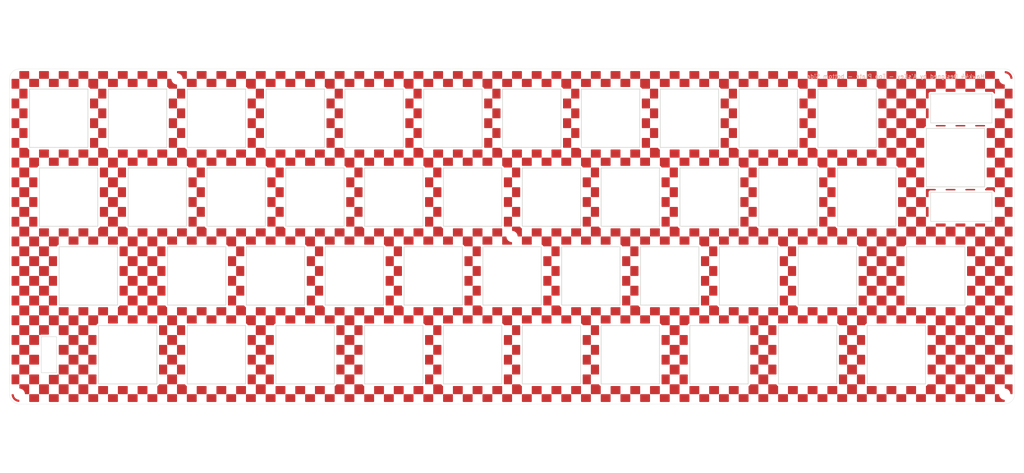
<source format=kicad_pcb>
(kicad_pcb (version 20240108) (generator "pcbnew") (generator_version "8.0")
  (layers (0 "F.Cu" signal) (31 "B.Cu" signal) (34 "B.Paste" user) (35 "F.Paste" user) (36 "B.SilkS" user "B.Silkscreen") (37 "F.SilkS" user "F.Silkscreen") (38 "B.Mask" user) (39 "F.Mask" user) (44 "Edge.Cuts" user))
  (net 0 "")
  (footprint "kbd_SW_Hole:SW_Hole_1u" (layer "F.Cu") (at 171.45 76.2)
    (property "Reference" "SW20" (hide yes))
    (property "Value" "SW_PUSH" (hide yes))
    (fp_line (start -7.05 -7.05) (end 7.05 -7.05) (stroke (width 0.15)) (layer "Edge.Cuts"))
    (fp_line (start -7.05 7.05) (end -7.05 -7.05) (stroke (width 0.15)) (layer "Edge.Cuts"))
    (fp_line (start 7.05 -7.05) (end 7.05 7.05) (stroke (width 0.15)) (layer "Edge.Cuts"))
    (fp_line (start 7.05 7.05) (end -7.05 7.05) (stroke (width 0.15)) (layer "Edge.Cuts"))
  )
  (footprint "kbd_SW_Hole:SW_Hole_1u" (layer "F.Cu") (at 152.4 114.3)
    (property "Reference" "SW40" (hide yes))
    (property "Value" "SW_PUSH" (hide yes))
    (fp_line (start -7.05 -7.05) (end 7.05 -7.05) (stroke (width 0.15)) (layer "Edge.Cuts"))
    (fp_line (start -7.05 7.05) (end -7.05 -7.05) (stroke (width 0.15)) (layer "Edge.Cuts"))
    (fp_line (start 7.05 -7.05) (end 7.05 7.05) (stroke (width 0.15)) (layer "Edge.Cuts"))
    (fp_line (start 7.05 7.05) (end -7.05 7.05) (stroke (width 0.15)) (layer "Edge.Cuts"))
  )
  (footprint "kbd_SW_Hole:SW_Hole_1u" (layer "F.Cu") (at 114.3 114.3)
    (property "Reference" "SW38" (hide yes))
    (property "Value" "SW_PUSH" (hide yes))
    (fp_line (start -7.05 -7.05) (end 7.05 -7.05) (stroke (width 0.15)) (layer "Edge.Cuts"))
    (fp_line (start -7.05 7.05) (end -7.05 -7.05) (stroke (width 0.15)) (layer "Edge.Cuts"))
    (fp_line (start 7.05 -7.05) (end 7.05 7.05) (stroke (width 0.15)) (layer "Edge.Cuts"))
    (fp_line (start 7.05 7.05) (end -7.05 7.05) (stroke (width 0.15)) (layer "Edge.Cuts"))
  )
  (footprint "kbd_SW_Hole:SW_Hole_1.75u" (layer "F.Cu") (at 245.26875 95.25)
    (property "Reference" "SW34" (hide yes))
    (property "Value" "SW_PUSH" (hide yes))
    (fp_line (start -7.05 -7.05) (end 7.05 -7.05) (stroke (width 0.15)) (layer "Edge.Cuts"))
    (fp_line (start -7.05 7.05) (end -7.05 -7.05) (stroke (width 0.15)) (layer "Edge.Cuts"))
    (fp_line (start 7.05 -7.05) (end 7.05 7.05) (stroke (width 0.15)) (layer "Edge.Cuts"))
    (fp_line (start 7.05 7.05) (end -7.05 7.05) (stroke (width 0.15)) (layer "Edge.Cuts"))
  )
  (footprint "kbd_SW_Hole:SW_Hole_1u" (layer "F.Cu") (at 214.3125 114.3)
    (property "Reference" "SW43" (hide yes))
    (property "Value" "SW_PUSH" (hide yes))
    (fp_line (start -7.05 -7.05) (end 7.05 -7.05) (stroke (width 0.15)) (layer "Edge.Cuts"))
    (fp_line (start -7.05 7.05) (end -7.05 -7.05) (stroke (width 0.15)) (layer "Edge.Cuts"))
    (fp_line (start 7.05 -7.05) (end 7.05 7.05) (stroke (width 0.15)) (layer "Edge.Cuts"))
    (fp_line (start 7.05 7.05) (end -7.05 7.05) (stroke (width 0.15)) (layer "Edge.Cuts"))
  )
  (footprint "kbd_SW_Hole:SW_Hole_1u" (layer "F.Cu") (at 95.25 76.2)
    (property "Reference" "SW16" (hide yes))
    (property "Value" "SW_PUSH" (hide yes))
    (fp_line (start -7.05 -7.05) (end 7.05 -7.05) (stroke (width 0.15)) (layer "Edge.Cuts"))
    (fp_line (start -7.05 7.05) (end -7.05 -7.05) (stroke (width 0.15)) (layer "Edge.Cuts"))
    (fp_line (start 7.05 -7.05) (end 7.05 7.05) (stroke (width 0.15)) (layer "Edge.Cuts"))
    (fp_line (start 7.05 7.05) (end -7.05 7.05) (stroke (width 0.15)) (layer "Edge.Cuts"))
  )
  (footprint "kbd_SW_Hole:SW_Hole_1u" (layer "F.Cu") (at 57.15 76.2)
    (property "Reference" "SW14" (hide yes))
    (property "Value" "SW_PUSH" (hide yes))
    (fp_line (start -7.05 -7.05) (end 7.05 -7.05) (stroke (width 0.15)) (layer "Edge.Cuts"))
    (fp_line (start -7.05 7.05) (end -7.05 -7.05) (stroke (width 0.15)) (layer "Edge.Cuts"))
    (fp_line (start 7.05 -7.05) (end 7.05 7.05) (stroke (width 0.15)) (layer "Edge.Cuts"))
    (fp_line (start 7.05 7.05) (end -7.05 7.05) (stroke (width 0.15)) (layer "Edge.Cuts"))
  )
  (footprint "kbd_Hole:m2_Screw_Hole" (layer "F.Cu") (at 142.875 85.725)
    (property "Reference" "J7")
    (property "Value" "Conn_01x01")
    (pad "" np_thru_hole circle (at 0 0) (size 2.2 2.2) (drill 2.2) (layers "*.Cu" "*.Mask"))
  )
  (footprint "kbd_SW_Hole:SW_Hole_1u" (layer "F.Cu") (at 123.825 95.25)
    (property "Reference" "SW28" (hide yes))
    (property "Value" "SW_PUSH" (hide yes))
    (fp_line (start -7.05 -7.05) (end 7.05 -7.05) (stroke (width 0.15)) (layer "Edge.Cuts"))
    (fp_line (start -7.05 7.05) (end -7.05 -7.05) (stroke (width 0.15)) (layer "Edge.Cuts"))
    (fp_line (start 7.05 -7.05) (end 7.05 7.05) (stroke (width 0.15)) (layer "Edge.Cuts"))
    (fp_line (start 7.05 7.05) (end -7.05 7.05) (stroke (width 0.15)) (layer "Edge.Cuts"))
  )
  (footprint "kbd_SW_Hole:SW_Hole_1u" (layer "F.Cu") (at 71.4375 114.3)
    (property "Reference" "SW36" (hide yes))
    (property "Value" "SW_PUSH" (hide yes))
    (fp_line (start -7.05 -7.05) (end 7.05 -7.05) (stroke (width 0.15)) (layer "Edge.Cuts"))
    (fp_line (start -7.05 7.05) (end -7.05 -7.05) (stroke (width 0.15)) (layer "Edge.Cuts"))
    (fp_line (start 7.05 -7.05) (end 7.05 7.05) (stroke (width 0.15)) (layer "Edge.Cuts"))
    (fp_line (start 7.05 7.05) (end -7.05 7.05) (stroke (width 0.15)) (layer "Edge.Cuts"))
  )
  (footprint "kbd_SW_Hole:SW_Hole_1u" (layer "F.Cu") (at 204.7875 57.15)
    (property "Reference" "SW10" (hide yes))
    (property "Value" "SW_PUSH" (hide yes))
    (fp_line (start -7.05 -7.05) (end 7.05 -7.05) (stroke (width 0.15)) (layer "Edge.Cuts"))
    (fp_line (start -7.05 7.05) (end -7.05 -7.05) (stroke (width 0.15)) (layer "Edge.Cuts"))
    (fp_line (start 7.05 -7.05) (end 7.05 7.05) (stroke (width 0.15)) (layer "Edge.Cuts"))
    (fp_line (start 7.05 7.05) (end -7.05 7.05) (stroke (width 0.15)) (layer "Edge.Cuts"))
  )
  (footprint "kbd_SW_Hole:SW_Hole_1u" (layer "F.Cu") (at 180.975 95.25)
    (property "Reference" "SW31" (hide yes))
    (property "Value" "SW_PUSH" (hide yes))
    (fp_line (start -7.05 -7.05) (end 7.05 -7.05) (stroke (width 0.15)) (layer "Edge.Cuts"))
    (fp_line (start -7.05 7.05) (end -7.05 -7.05) (stroke (width 0.15)) (layer "Edge.Cuts"))
    (fp_line (start 7.05 -7.05) (end 7.05 7.05) (stroke (width 0.15)) (layer "Edge.Cuts"))
    (fp_line (start 7.05 7.05) (end -7.05 7.05) (stroke (width 0.15)) (layer "Edge.Cuts"))
  )
  (footprint "kbd_SW_Hole:SW_Hole_1u" (layer "F.Cu") (at 109.5375 57.15)
    (property "Reference" "SW5" (hide yes))
    (property "Value" "SW_PUSH" (hide yes))
    (fp_line (start -7.05 -7.05) (end 7.05 -7.05) (stroke (width 0.15)) (layer "Edge.Cuts"))
    (fp_line (start -7.05 7.05) (end -7.05 -7.05) (stroke (width 0.15)) (layer "Edge.Cuts"))
    (fp_line (start 7.05 -7.05) (end 7.05 7.05) (stroke (width 0.15)) (layer "Edge.Cuts"))
    (fp_line (start 7.05 7.05) (end -7.05 7.05) (stroke (width 0.15)) (layer "Edge.Cuts"))
  )
  (footprint "kbd_SW_Hole:SW_Hole_1u" (layer "F.Cu") (at 152.4 76.2)
    (property "Reference" "SW19" (hide yes))
    (property "Value" "SW_PUSH" (hide yes))
    (fp_line (start -7.05 -7.05) (end 7.05 -7.05) (stroke (width 0.15)) (layer "Edge.Cuts"))
    (fp_line (start -7.05 7.05) (end -7.05 -7.05) (stroke (width 0.15)) (layer "Edge.Cuts"))
    (fp_line (start 7.05 -7.05) (end 7.05 7.05) (stroke (width 0.15)) (layer "Edge.Cuts"))
    (fp_line (start 7.05 7.05) (end -7.05 7.05) (stroke (width 0.15)) (layer "Edge.Cuts"))
  )
  (footprint "kbd_SW_Hole:SW_Hole_1u" (layer "F.Cu") (at 90.4875 57.15)
    (property "Reference" "SW4" (hide yes))
    (property "Value" "SW_PUSH" (hide yes))
    (fp_line (start -7.05 -7.05) (end 7.05 -7.05) (stroke (width 0.15)) (layer "Edge.Cuts"))
    (fp_line (start -7.05 7.05) (end -7.05 -7.05) (stroke (width 0.15)) (layer "Edge.Cuts"))
    (fp_line (start 7.05 -7.05) (end 7.05 7.05) (stroke (width 0.15)) (layer "Edge.Cuts"))
    (fp_line (start 7.05 7.05) (end -7.05 7.05) (stroke (width 0.15)) (layer "Edge.Cuts"))
  )
  (footprint "kbd_SW_Hole:SW_Hole_1u" (layer "F.Cu") (at 133.35 76.2)
    (property "Reference" "SW18" (hide yes))
    (property "Value" "SW_PUSH" (hide yes))
    (fp_line (start -7.05 -7.05) (end 7.05 -7.05) (stroke (width 0.15)) (layer "Edge.Cuts"))
    (fp_line (start -7.05 7.05) (end -7.05 -7.05) (stroke (width 0.15)) (layer "Edge.Cuts"))
    (fp_line (start 7.05 -7.05) (end 7.05 7.05) (stroke (width 0.15)) (layer "Edge.Cuts"))
    (fp_line (start 7.05 7.05) (end -7.05 7.05) (stroke (width 0.15)) (layer "Edge.Cuts"))
  )
  (footprint "kbd_SW_Hole:SW_Hole_1.25u" (layer "F.Cu") (at 35.71875 76.2)
    (property "Reference" "SW13" (hide yes))
    (property "Value" "SW_PUSH" (hide yes))
    (fp_line (start -7.05 -7.05) (end 7.05 -7.05) (stroke (width 0.15)) (layer "Edge.Cuts"))
    (fp_line (start -7.05 7.05) (end -7.05 -7.05) (stroke (width 0.15)) (layer "Edge.Cuts"))
    (fp_line (start 7.05 -7.05) (end 7.05 7.05) (stroke (width 0.15)) (layer "Edge.Cuts"))
    (fp_line (start 7.05 7.05) (end -7.05 7.05) (stroke (width 0.15)) (layer "Edge.Cuts"))
  )
  (footprint "kbd_SW_Hole:SW_Hole_1u" (layer "F.Cu") (at 133.35 114.3)
    (property "Reference" "SW39" (hide yes))
    (property "Value" "SW_PUSH" (hide yes))
    (fp_line (start -7.05 -7.05) (end 7.05 -7.05) (stroke (width 0.15)) (layer "Edge.Cuts"))
    (fp_line (start -7.05 7.05) (end -7.05 -7.05) (stroke (width 0.15)) (layer "Edge.Cuts"))
    (fp_line (start 7.05 -7.05) (end 7.05 7.05) (stroke (width 0.15)) (layer "Edge.Cuts"))
    (fp_line (start 7.05 7.05) (end -7.05 7.05) (stroke (width 0.15)) (layer "Edge.Cuts"))
  )
  (footprint "kbd_SW_Hole:SW_Hole_1u" (layer "F.Cu") (at 185.7375 57.15)
    (property "Reference" "SW9" (hide yes))
    (property "Value" "SW_PUSH" (hide yes))
    (fp_line (start -7.05 -7.05) (end 7.05 -7.05) (stroke (width 0.15)) (layer "Edge.Cuts"))
    (fp_line (start -7.05 7.05) (end -7.05 -7.05) (stroke (width 0.15)) (layer "Edge.Cuts"))
    (fp_line (start 7.05 -7.05) (end 7.05 7.05) (stroke (width 0.15)) (layer "Edge.Cuts"))
    (fp_line (start 7.05 7.05) (end -7.05 7.05) (stroke (width 0.15)) (layer "Edge.Cuts"))
  )
  (footprint "kbd_SW_Hole:SW_Hole_1u" (layer "F.Cu") (at 147.6375 57.15)
    (property "Reference" "SW7" (hide yes))
    (property "Value" "SW_PUSH" (hide yes))
    (fp_line (start -7.05 -7.05) (end 7.05 -7.05) (stroke (width 0.15)) (layer "Edge.Cuts"))
    (fp_line (start -7.05 7.05) (end -7.05 -7.05) (stroke (width 0.15)) (layer "Edge.Cuts"))
    (fp_line (start 7.05 -7.05) (end 7.05 7.05) (stroke (width 0.15)) (layer "Edge.Cuts"))
    (fp_line (start 7.05 7.05) (end -7.05 7.05) (stroke (width 0.15)) (layer "Edge.Cuts"))
  )
  (footprint "kbd_SW_Hole:SW_Hole_1u" (layer "F.Cu") (at 161.925 95.25)
    (property "Reference" "SW30" (hide yes))
    (property "Value" "SW_PUSH" (hide yes))
    (fp_line (start -7.05 -7.05) (end 7.05 -7.05) (stroke (width 0.15)) (layer "Edge.Cuts"))
    (fp_line (start -7.05 7.05) (end -7.05 -7.05) (stroke (width 0.15)) (layer "Edge.Cuts"))
    (fp_line (start 7.05 -7.05) (end 7.05 7.05) (stroke (width 0.15)) (layer "Edge.Cuts"))
    (fp_line (start 7.05 7.05) (end -7.05 7.05) (stroke (width 0.15)) (layer "Edge.Cuts"))
  )
  (footprint "kbd_SW_Hole:SW_Hole_1.25u" (layer "F.Cu") (at 50.00625 114.3)
    (property "Reference" "SW35" (hide yes))
    (property "Value" "SW_PUSH" (hide yes))
    (fp_line (start -7.05 -7.05) (end 7.05 -7.05) (stroke (width 0.15)) (layer "Edge.Cuts"))
    (fp_line (start -7.05 7.05) (end -7.05 -7.05) (stroke (width 0.15)) (layer "Edge.Cuts"))
    (fp_line (start 7.05 -7.05) (end 7.05 7.05) (stroke (width 0.15)) (layer "Edge.Cuts"))
    (fp_line (start 7.05 7.05) (end -7.05 7.05) (stroke (width 0.15)) (layer "Edge.Cuts"))
  )
  (footprint "kbd_SW_Hole:SW_Hole_1u" (layer "F.Cu") (at 52.3875 57.15)
    (property "Reference" "SW2" (hide yes))
    (property "Value" "SW_PUSH" (hide yes))
    (fp_line (start -7.05 -7.05) (end 7.05 -7.05) (stroke (width 0.15)) (layer "Edge.Cuts"))
    (fp_line (start -7.05 7.05) (end -7.05 -7.05) (stroke (width 0.15)) (layer "Edge.Cuts"))
    (fp_line (start 7.05 -7.05) (end 7.05 7.05) (stroke (width 0.15)) (layer "Edge.Cuts"))
    (fp_line (start 7.05 7.05) (end -7.05 7.05) (stroke (width 0.15)) (layer "Edge.Cuts"))
  )
  (footprint "kbd_SW_Hole:SW_Hole_1u" (layer "F.Cu") (at 228.6 76.2)
    (property "Reference" "SW23" (hide yes))
    (property "Value" "SW_PUSH" (hide yes))
    (fp_line (start -7.05 -7.05) (end 7.05 -7.05) (stroke (width 0.15)) (layer "Edge.Cuts"))
    (fp_line (start -7.05 7.05) (end -7.05 -7.05) (stroke (width 0.15)) (layer "Edge.Cuts"))
    (fp_line (start 7.05 -7.05) (end 7.05 7.05) (stroke (width 0.15)) (layer "Edge.Cuts"))
    (fp_line (start 7.05 7.05) (end -7.05 7.05) (stroke (width 0.15)) (layer "Edge.Cuts"))
  )
  (footprint "kbd_SW_Hole:SW_Hole_1.25u" (layer "F.Cu") (at 192.88125 114.3)
    (property "Reference" "SW42" (hide yes))
    (property "Value" "SW_PUSH" (hide yes))
    (fp_line (start -7.05 -7.05) (end 7.05 -7.05) (stroke (width 0.15)) (layer "Edge.Cuts"))
    (fp_line (start -7.05 7.05) (end -7.05 -7.05) (stroke (width 0.15)) (layer "Edge.Cuts"))
    (fp_line (start 7.05 -7.05) (end 7.05 7.05) (stroke (width 0.15)) (layer "Edge.Cuts"))
    (fp_line (start 7.05 7.05) (end -7.05 7.05) (stroke (width 0.15)) (layer "Edge.Cuts"))
  )
  (footprint "askey:Slide Switch TOP - SS-12D00-G5" (layer "F.Cu") (at 30.95625 114.3 -90)
    (property "Reference" "SW46" (hide yes))
    (property "Value" "SW_SPDT" (hide yes))
    (fp_rect (start -4.35 -1.85) (end 4.35 1.85) (stroke (width 0.1)) (fill none) (layer "Edge.Cuts"))
  )
  (footprint "kbd_SW_Hole:SW_Hole_1u" (layer "F.Cu") (at 76.2 76.2)
    (property "Reference" "SW15" (hide yes))
    (property "Value" "SW_PUSH" (hide yes))
    (fp_line (start -7.05 -7.05) (end 7.05 -7.05) (stroke (width 0.15)) (layer "Edge.Cuts"))
    (fp_line (start -7.05 7.05) (end -7.05 -7.05) (stroke (width 0.15)) (layer "Edge.Cuts"))
    (fp_line (start 7.05 -7.05) (end 7.05 7.05) (stroke (width 0.15)) (layer "Edge.Cuts"))
    (fp_line (start 7.05 7.05) (end -7.05 7.05) (stroke (width 0.15)) (layer "Edge.Cuts"))
  )
  (footprint "kbd_SW_Hole:SW_Hole_1u" (layer "F.Cu") (at 85.725 95.25)
    (property "Reference" "SW26" (hide yes))
    (property "Value" "SW_PUSH" (hide yes))
    (fp_line (start -7.05 -7.05) (end 7.05 -7.05) (stroke (width 0.15)) (layer "Edge.Cuts"))
    (fp_line (start -7.05 7.05) (end -7.05 -7.05) (stroke (width 0.15)) (layer "Edge.Cuts"))
    (fp_line (start 7.05 -7.05) (end 7.05 7.05) (stroke (width 0.15)) (layer "Edge.Cuts"))
    (fp_line (start 7.05 7.05) (end -7.05 7.05) (stroke (width 0.15)) (layer "Edge.Cuts"))
  )
  (footprint "kbd_SW_Hole:SW_Hole_1u" (layer "F.Cu") (at 33.3375 57.15)
    (property "Reference" "SW1" (hide yes))
    (property "Value" "SW_PUSH" (hide yes))
    (fp_line (start -7.05 -7.05) (end 7.05 -7.05) (stroke (width 0.15)) (layer "Edge.Cuts"))
    (fp_line (start -7.05 7.05) (end -7.05 -7.05) (stroke (width 0.15)) (layer "Edge.Cuts"))
    (fp_line (start 7.05 -7.05) (end 7.05 7.05) (stroke (width 0.15)) (layer "Edge.Cuts"))
    (fp_line (start 7.05 7.05) (end -7.05 7.05) (stroke (width 0.15)) (layer "Edge.Cuts"))
  )
  (footprint "kbd_SW_Hole:SW_Hole_2u" (layer "F.Cu") (at 250.03125 66.675 90)
    (property "Reference" "SW12" (hide yes))
    (property "Value" "SW_PUSH" (hide yes))
    (fp_line (start 7.05 -7.05) (end 7.05 7.05) (stroke (width 0.15)) (layer "Edge.Cuts"))
    (fp_line (start -7.05 -7.05) (end 7.05 -7.05) (stroke (width 0.15)) (layer "Edge.Cuts"))
    (fp_line (start 15.4 -6) (end 8.4 -6) (stroke (width 0.12)) (layer "Edge.Cuts"))
    (fp_line (start 8.4 -6) (end 8.4 8.8) (stroke (width 0.12)) (layer "Edge.Cuts"))
    (fp_line (start -8.4 -6) (end -8.4 8.8) (stroke (width 0.12)) (layer "Edge.Cuts"))
    (fp_line (start -15.4 -6) (end -8.4 -6) (stroke (width 0.12)) (layer "Edge.Cuts"))
    (fp_line (start 7.05 7.05) (end -7.05 7.05) (stroke (width 0.15)) (layer "Edge.Cuts"))
    (fp_line (start -7.05 7.05) (end -7.05 -7.05) (stroke (width 0.15)) (layer "Edge.Cuts"))
    (fp_line (start 15.4 8.8) (end 15.4 -6) (stroke (width 0.12)) (layer "Edge.Cuts"))
    (fp_line (start 8.4 8.8) (end 15.4 8.8) (stroke (width 0.12)) (layer "Edge.Cuts"))
    (fp_line (start -8.4 8.8) (end -15.4 8.8) (stroke (width 0.12)) (layer "Edge.Cuts"))
    (fp_line (start -15.4 8.8) (end -15.4 -6) (stroke (width 0.12)) (layer "Edge.Cuts"))
  )
  (footprint "kbd_Hole:m2_Screw_Hole" (layer "F.Cu") (at 261.9375 47.625)
    (property "Reference" "J7")
    (property "Value" "Conn_01x01")
    (pad "" np_thru_hole circle (at 0 0) (size 2.2 2.2) (drill 2.2) (layers "*.Cu" "*.Mask"))
  )
  (footprint "kbd_SW_Hole:SW_Hole_1.75u" (layer "F.Cu") (at 40.48125 95.25)
    (property "Reference" "SW24" (hide yes))
    (property "Value" "SW_PUSH" (hide yes))
    (fp_line (start -7.05 -7.05) (end 7.05 -7.05) (stroke (width 0.15)) (layer "Edge.Cuts"))
    (fp_line (start -7.05 7.05) (end -7.05 -7.05) (stroke (width 0.15)) (layer "Edge.Cuts"))
    (fp_line (start 7.05 -7.05) (end 7.05 7.05) (stroke (width 0.15)) (layer "Edge.Cuts"))
    (fp_line (start 7.05 7.05) (end -7.05 7.05) (stroke (width 0.15)) (layer "Edge.Cuts"))
  )
  (footprint "kbd_Hole:m2_Screw_Hole" (layer "F.Cu") (at 23.8125 123.825)
    (property "Reference" "J7")
    (property "Value" "Conn_01x01")
    (pad "" np_thru_hole circle (at 0 0) (size 2.2 2.2) (drill 2.2) (layers "*.Cu" "*.Mask"))
  )
  (footprint "kbd_SW_Hole:SW_Hole_1u" (layer "F.Cu") (at 114.3 76.2)
    (property "Reference" "SW17" (hide yes))
    (property "Value" "SW_PUSH" (hide yes))
    (fp_line (start -7.05 -7.05) (end 7.05 -7.05) (stroke (width 0.15)) (layer "Edge.Cuts"))
    (fp_line (start -7.05 7.05) (end -7.05 -7.05) (stroke (width 0.15)) (layer "Edge.Cuts"))
    (fp_line (start 7.05 -7.05) (end 7.05 7.05) (stroke (width 0.15)) (layer "Edge.Cuts"))
    (fp_line (start 7.05 7.05) (end -7.05 7.05) (stroke (width 0.15)) (layer "Edge.Cuts"))
  )
  (footprint "kbd_SW_Hole:SW_Hole_1u" (layer "F.Cu") (at 223.8375 57.15)
    (property "Reference" "SW11" (hide yes))
    (property "Value" "SW_PUSH" (hide yes))
    (fp_line (start -7.05 -7.05) (end 7.05 -7.05) (stroke (width 0.15)) (layer "Edge.Cuts"))
    (fp_line (start -7.05 7.05) (end -7.05 -7.05) (stroke (width 0.15)) (layer "Edge.Cuts"))
    (fp_line (start 7.05 -7.05) (end 7.05 7.05) (stroke (width 0.15)) (layer "Edge.Cuts"))
    (fp_line (start 7.05 7.05) (end -7.05 7.05) (stroke (width 0.15)) (layer "Edge.Cuts"))
  )
  (footprint "kbd_SW_Hole:SW_Hole_1u" (layer "F.Cu") (at 219.075 95.25)
    (property "Reference" "SW33" (hide yes))
    (property "Value" "SW_PUSH" (hide yes))
    (fp_line (start -7.05 -7.05) (end 7.05 -7.05) (stroke (width 0.15)) (layer "Edge.Cuts"))
    (fp_line (start -7.05 7.05) (end -7.05 -7.05) (stroke (width 0.15)) (layer "Edge.Cuts"))
    (fp_line (start 7.05 -7.05) (end 7.05 7.05) (stroke (width 0.15)) (layer "Edge.Cuts"))
    (fp_line (start 7.05 7.05) (end -7.05 7.05) (stroke (width 0.15)) (layer "Edge.Cuts"))
  )
  (footprint "kbd_SW_Hole:SW_Hole_1u" (layer "F.Cu") (at 200.025 95.25)
    (property "Reference" "SW32" (hide yes))
    (property "Value" "SW_PUSH" (hide yes))
    (fp_line (start -7.05 -7.05) (end 7.05 -7.05) (stroke (width 0.15)) (layer "Edge.Cuts"))
    (fp_line (start -7.05 7.05) (end -7.05 -7.05) (stroke (width 0.15)) (layer "Edge.Cuts"))
    (fp_line (start 7.05 -7.05) (end 7.05 7.05) (stroke (width 0.15)) (layer "Edge.Cuts"))
    (fp_line (start 7.05 7.05) (end -7.05 7.05) (stroke (width 0.15)) (layer "Edge.Cuts"))
  )
  (footprint "kbd_SW_Hole:SW_Hole_1u" (layer "F.Cu") (at 209.55 76.2)
    (property "Reference" "SW22" (hide yes))
    (property "Value" "SW_PUSH" (hide yes))
    (fp_line (start -7.05 -7.05) (end 7.05 -7.05) (stroke (width 0.15)) (layer "Edge.Cuts"))
    (fp_line (start -7.05 7.05) (end -7.05 -7.05) (stroke (width 0.15)) (layer "Edge.Cuts"))
    (fp_line (start 7.05 -7.05) (end 7.05 7.05) (stroke (width 0.15)) (layer "Edge.Cuts"))
    (fp_line (start 7.05 7.05) (end -7.05 7.05) (stroke (width 0.15)) (layer "Edge.Cuts"))
  )
  (footprint "kbd_SW_Hole:SW_Hole_1u" (layer "F.Cu") (at 190.5 76.2)
    (property "Reference" "SW21" (hide yes))
    (property "Value" "SW_PUSH" (hide yes))
    (fp_line (start -7.05 -7.05) (end 7.05 -7.05) (stroke (width 0.15)) (layer "Edge.Cuts"))
    (fp_line (start -7.05 7.05) (end -7.05 -7.05) (stroke (width 0.15)) (layer "Edge.Cuts"))
    (fp_line (start 7.05 -7.05) (end 7.05 7.05) (stroke (width 0.15)) (layer "Edge.Cuts"))
    (fp_line (start 7.05 7.05) (end -7.05 7.05) (stroke (width 0.15)) (layer "Edge.Cuts"))
  )
  (footprint "kbd_SW_Hole:SW_Hole_1u" (layer "F.Cu") (at 128.5875 57.15)
    (property "Reference" "SW6" (hide yes))
    (property "Value" "SW_PUSH" (hide yes))
    (fp_line (start -7.05 -7.05) (end 7.05 -7.05) (stroke (width 0.15)) (layer "Edge.Cuts"))
    (fp_line (start -7.05 7.05) (end -7.05 -7.05) (stroke (width 0.15)) (layer "Edge.Cuts"))
    (fp_line (start 7.05 -7.05) (end 7.05 7.05) (stroke (width 0.15)) (layer "Edge.Cuts"))
    (fp_line (start 7.05 7.05) (end -7.05 7.05) (stroke (width 0.15)) (layer "Edge.Cuts"))
  )
  (footprint "kbd_Hole:m2_Screw_Hole" (layer "F.Cu") (at 261.9375 123.825)
    (property "Reference" "J7")
    (property "Value" "Conn_01x01")
    (pad "" np_thru_hole circle (at 0 0) (size 2.2 2.2) (drill 2.2) (layers "*.Cu" "*.Mask"))
  )
  (footprint "kbd_SW_Hole:SW_Hole_1u" (layer "F.Cu") (at 104.775 95.25)
    (property "Reference" "SW27" (hide yes))
    (property "Value" "SW_PUSH" (hide yes))
    (fp_line (start -7.05 -7.05) (end 7.05 -7.05) (stroke (width 0.15)) (layer "Edge.Cuts"))
    (fp_line (start -7.05 7.05) (end -7.05 -7.05) (stroke (width 0.15)) (layer "Edge.Cuts"))
    (fp_line (start 7.05 -7.05) (end 7.05 7.05) (stroke (width 0.15)) (layer "Edge.Cuts"))
    (fp_line (start 7.05 7.05) (end -7.05 7.05) (stroke (width 0.15)) (layer "Edge.Cuts"))
  )
  (footprint "kbd_Hole:m2_Screw_Hole" (layer "F.Cu") (at 61.9125 47.625)
    (property "Reference" "J7")
    (property "Value" "Conn_01x01")
    (pad "" np_thru_hole circle (at 0 0) (size 2.2 2.2) (drill 2.2) (layers "*.Cu" "*.Mask"))
  )
  (footprint "kbd_SW_Hole:SW_Hole_1u" (layer "F.Cu") (at 166.6875 57.15)
    (property "Reference" "SW8" (hide yes))
    (property "Value" "SW_PUSH" (hide yes))
    (fp_line (start -7.05 -7.05) (end 7.05 -7.05) (stroke (width 0.15)) (layer "Edge.Cuts"))
    (fp_line (start -7.05 7.05) (end -7.05 -7.05) (stroke (width 0.15)) (layer "Edge.Cuts"))
    (fp_line (start 7.05 -7.05) (end 7.05 7.05) (stroke (width 0.15)) (layer "Edge.Cuts"))
    (fp_line (start 7.05 7.05) (end -7.05 7.05) (stroke (width 0.15)) (layer "Edge.Cuts"))
  )
  (footprint "kbd_SW_Hole:SW_Hole_1u" (layer "F.Cu") (at 171.45 114.3)
    (property "Reference" "SW41" (hide yes))
    (property "Value" "SW_PUSH" (hide yes))
    (fp_line (start -7.05 -7.05) (end 7.05 -7.05) (stroke (width 0.15)) (layer "Edge.Cuts"))
    (fp_line (start -7.05 7.05) (end -7.05 -7.05) (stroke (width 0.15)) (layer "Edge.Cuts"))
    (fp_line (start 7.05 -7.05) (end 7.05 7.05) (stroke (width 0.15)) (layer "Edge.Cuts"))
    (fp_line (start 7.05 7.05) (end -7.05 7.05) (stroke (width 0.15)) (layer "Edge.Cuts"))
  )
  (footprint "kbd_SW_Hole:SW_Hole_1.25u" (layer "F.Cu") (at 235.74375 114.3)
    (property "Reference" "SW44" (hide yes))
    (property "Value" "SW_PUSH" (hide yes))
    (fp_line (start -7.05 -7.05) (end 7.05 -7.05) (stroke (width 0.15)) (layer "Edge.Cuts"))
    (fp_line (start -7.05 7.05) (end -7.05 -7.05) (stroke (width 0.15)) (layer "Edge.Cuts"))
    (fp_line (start 7.05 -7.05) (end 7.05 7.05) (stroke (width 0.15)) (layer "Edge.Cuts"))
    (fp_line (start 7.05 7.05) (end -7.05 7.05) (stroke (width 0.15)) (layer "Edge.Cuts"))
  )
  (footprint "kbd_SW_Hole:SW_Hole_1u" (layer "F.Cu") (at 142.875 95.25)
    (property "Reference" "SW29" (hide yes))
    (property "Value" "SW_PUSH" (hide yes))
    (fp_line (start -7.05 -7.05) (end 7.05 -7.05) (stroke (width 0.15)) (layer "Edge.Cuts"))
    (fp_line (start -7.05 7.05) (end -7.05 -7.05) (stroke (width 0.15)) (layer "Edge.Cuts"))
    (fp_line (start 7.05 -7.05) (end 7.05 7.05) (stroke (width 0.15)) (layer "Edge.Cuts"))
    (fp_line (start 7.05 7.05) (end -7.05 7.05) (stroke (width 0.15)) (layer "Edge.Cuts"))
  )
  (footprint "kbd_SW_Hole:SW_Hole_1u" (layer "F.Cu") (at 71.4375 57.15)
    (property "Reference" "SW3" (hide yes))
    (property "Value" "SW_PUSH" (hide yes))
    (fp_line (start -7.05 -7.05) (end 7.05 -7.05) (stroke (width 0.15)) (layer "Edge.Cuts"))
    (fp_line (start -7.05 7.05) (end -7.05 -7.05) (stroke (width 0.15)) (layer "Edge.Cuts"))
    (fp_line (start 7.05 -7.05) (end 7.05 7.05) (stroke (width 0.15)) (layer "Edge.Cuts"))
    (fp_line (start 7.05 7.05) (end -7.05 7.05) (stroke (width 0.15)) (layer "Edge.Cuts"))
  )
  (footprint "kbd_SW_Hole:SW_Hole_1u" (layer "F.Cu") (at 66.675 95.25)
    (property "Reference" "SW25" (hide yes))
    (property "Value" "SW_PUSH" (hide yes))
    (fp_line (start -7.05 -7.05) (end 7.05 -7.05) (stroke (width 0.15)) (layer "Edge.Cuts"))
    (fp_line (start -7.05 7.05) (end -7.05 -7.05) (stroke (width 0.15)) (layer "Edge.Cuts"))
    (fp_line (start 7.05 -7.05) (end 7.05 7.05) (stroke (width 0.15)) (layer "Edge.Cuts"))
    (fp_line (start 7.05 7.05) (end -7.05 7.05) (stroke (width 0.15)) (layer "Edge.Cuts"))
  )
  (footprint "kbd_SW_Hole:SW_Hole_1.25u" (layer "F.Cu") (at 92.86875 114.3)
    (property "Reference" "SW37" (hide yes))
    (property "Value" "SW_PUSH" (hide yes))
    (fp_line (start -7.05 -7.05) (end 7.05 -7.05) (stroke (width 0.15)) (layer "Edge.Cuts"))
    (fp_line (start -7.05 7.05) (end -7.05 -7.05) (stroke (width 0.15)) (layer "Edge.Cuts"))
    (fp_line (start 7.05 -7.05) (end 7.05 7.05) (stroke (width 0.15)) (layer "Edge.Cuts"))
    (fp_line (start 7.05 7.05) (end -7.05 7.05) (stroke (width 0.15)) (layer "Edge.Cuts"))
  )
  (gr_arc (start 264.31875 123.825) (mid 263.621298 125.508798) (end 261.9375 126.20625) (stroke (width 0.05)) (layer "Edge.Cuts"))
  (gr_arc (start 23.8125 126.20625) (mid 22.128702 125.508798) (end 21.43125 123.825) (stroke (width 0.05)) (layer "Edge.Cuts"))
  (gr_line (start 261.9375 126.20625) (end 23.8125 126.20625) (stroke (width 0.05)) (layer "Edge.Cuts"))
  (gr_line (start 23.8125 45.24375) (end 261.9375 45.24375) (stroke (width 0.05)) (layer "Edge.Cuts"))
  (gr_arc (start 21.43125 47.625) (mid 22.128702 45.941202) (end 23.8125 45.24375) (stroke (width 0.05)) (layer "Edge.Cuts"))
  (gr_line (start 264.31875 47.625) (end 264.31875 123.825) (stroke (width 0.05)) (layer "Edge.Cuts"))
  (gr_arc (start 261.9375 45.24375) (mid 263.621298 45.941202) (end 264.31875 47.625) (stroke (width 0.05)) (layer "Edge.Cuts"))
  (gr_line (start 21.43125 123.825) (end 21.43125 47.625) (stroke (width 0.05)) (layer "Edge.Cuts"))
  (gr_text "Hawk44 Designed by A'sKey - Top Plate - bottom Side" (at 257.175 47.625 0) (layer "B.SilkS") (effects (font (size 1 1)) (justify left bottom mirror)))
  (zone (net 0) (net_name "") (layer "F.Cu") (connect_pads (clearance 0)) (min_thickness 0.25)
    (keepout (tracks allowed) (vias allowed) (pads allowed) (copperpour not_allowed) (footprints allowed))
    (fill (thermal_gap 0.5) (thermal_bridge_width 0.5))
    (polygon (pts (xy 42.8625 107.15625) (xy 42.8625 104.775) (xy 45.24375 104.775) (xy 45.24375 107.15625)))
  )
  (zone (net 0) (net_name "") (layer "F.Cu") (connect_pads (clearance 0)) (min_thickness 0.25)
    (keepout (tracks allowed) (vias allowed) (pads allowed) (copperpour not_allowed) (footprints allowed))
    (fill (thermal_gap 0.5) (thermal_bridge_width 0.5))
    (polygon (pts (xy 104.775 83.34375) (xy 104.775 80.9625) (xy 107.15625 80.9625) (xy 107.15625 83.34375)))
  )
  (zone (net 0) (net_name "") (layer "F.Cu") (connect_pads (clearance 0)) (min_thickness 0.25)
    (keepout (tracks allowed) (vias allowed) (pads allowed) (copperpour not_allowed) (footprints allowed))
    (fill (thermal_gap 0.5) (thermal_bridge_width 0.5))
    (polygon (pts (xy 30.95625 71.4375) (xy 30.95625 69.05625) (xy 33.3375 69.05625) (xy 33.3375 71.4375)))
  )
  (zone (net 0) (net_name "") (layer "F.Cu") (connect_pads (clearance 0)) (min_thickness 0.25)
    (keepout (tracks allowed) (vias allowed) (pads allowed) (copperpour not_allowed) (footprints allowed))
    (fill (thermal_gap 0.5) (thermal_bridge_width 0.5))
    (polygon (pts (xy 257.175 64.29375) (xy 257.175 61.9125) (xy 259.55625 61.9125) (xy 259.55625 64.29375)))
  )
  (zone (net 0) (net_name "") (layer "F.Cu") (connect_pads (clearance 0)) (min_thickness 0.25)
    (keepout (tracks allowed) (vias allowed) (pads allowed) (copperpour not_allowed) (footprints allowed))
    (fill (thermal_gap 0.5) (thermal_bridge_width 0.5))
    (polygon (pts (xy 47.625 111.91875) (xy 47.625 109.5375) (xy 50.00625 109.5375) (xy 50.00625 111.91875)))
  )
  (zone (net 0) (net_name "") (layer "F.Cu") (connect_pads (clearance 0)) (min_thickness 0.25)
    (keepout (tracks allowed) (vias allowed) (pads allowed) (copperpour not_allowed) (footprints allowed))
    (fill (thermal_gap 0.5) (thermal_bridge_width 0.5))
    (polygon (pts (xy 102.39375 128.5875) (xy 102.39375 126.20625) (xy 104.775 126.20625) (xy 104.775 128.5875)))
  )
  (zone (net 0) (net_name "") (layer "F.Cu") (connect_pads (clearance 0)) (min_thickness 0.25)
    (keepout (tracks allowed) (vias allowed) (pads allowed) (copperpour not_allowed) (footprints allowed))
    (fill (thermal_gap 0.5) (thermal_bridge_width 0.5))
    (polygon (pts (xy 50.00625 95.25) (xy 50.00625 92.86875) (xy 52.3875 92.86875) (xy 52.3875 95.25)))
  )
  (zone (net 0) (net_name "") (layer "F.Cu") (connect_pads (clearance 0)) (min_thickness 0.25)
    (keepout (tracks allowed) (vias allowed) (pads allowed) (copperpour not_allowed) (footprints allowed))
    (fill (thermal_gap 0.5) (thermal_bridge_width 0.5))
    (polygon (pts (xy 176.2125 54.76875) (xy 176.2125 52.3875) (xy 178.59375 52.3875) (xy 178.59375 54.76875)))
  )
  (zone (net 0) (net_name "") (layer "F.Cu") (connect_pads (clearance 0)) (min_thickness 0.25)
    (keepout (tracks allowed) (vias allowed) (pads allowed) (copperpour not_allowed) (footprints allowed))
    (fill (thermal_gap 0.5) (thermal_bridge_width 0.5))
    (polygon (pts (xy 80.9625 97.63125) (xy 80.9625 95.25) (xy 83.34375 95.25) (xy 83.34375 97.63125)))
  )
  (zone (net 0) (net_name "") (layer "F.Cu") (connect_pads (clearance 0)) (min_thickness 0.25)
    (keepout (tracks allowed) (vias allowed) (pads allowed) (copperpour not_allowed) (footprints allowed))
    (fill (thermal_gap 0.5) (thermal_bridge_width 0.5))
    (polygon (pts (xy 240.50625 38.1) (xy 240.50625 35.71875) (xy 242.8875 35.71875) (xy 242.8875 38.1)))
  )
  (zone (net 0) (net_name "") (layer "F.Cu") (connect_pads (clearance 0)) (min_thickness 0.25)
    (keepout (tracks allowed) (vias allowed) (pads allowed) (copperpour not_allowed) (footprints allowed))
    (fill (thermal_gap 0.5) (thermal_bridge_width 0.5))
    (polygon (pts (xy 152.4 92.86875) (xy 152.4 90.4875) (xy 154.78125 90.4875) (xy 154.78125 92.86875)))
  )
  (zone (net 0) (net_name "") (layer "F.Cu") (connect_pads (clearance 0)) (min_thickness 0.25)
    (keepout (tracks allowed) (vias allowed) (pads allowed) (copperpour not_allowed) (footprints allowed))
    (fill (thermal_gap 0.5) (thermal_bridge_width 0.5))
    (polygon (pts (xy 116.68125 128.5875) (xy 116.68125 126.20625) (xy 119.0625 126.20625) (xy 119.0625 128.5875)))
  )
  (zone (net 0) (net_name "") (layer "F.Cu") (connect_pads (clearance 0)) (min_thickness 0.25)
    (keepout (tracks allowed) (vias allowed) (pads allowed) (copperpour not_allowed) (footprints allowed))
    (fill (thermal_gap 0.5) (thermal_bridge_width 0.5))
    (polygon (pts (xy 171.45 59.53125) (xy 171.45 57.15) (xy 173.83125 57.15) (xy 173.83125 59.53125)))
  )
  (zone (net 0) (net_name "") (layer "F.Cu") (connect_pads (clearance 0)) (min_thickness 0.25)
    (keepout (tracks allowed) (vias allowed) (pads allowed) (copperpour not_allowed) (footprints allowed))
    (fill (thermal_gap 0.5) (thermal_bridge_width 0.5))
    (polygon (pts (xy 252.4125 40.48125) (xy 252.4125 38.1) (xy 254.79375 38.1) (xy 254.79375 40.48125)))
  )
  (zone (net 0) (net_name "") (layer "F.Cu") (connect_pads (clearance 0)) (min_thickness 0.25)
    (keepout (tracks allowed) (vias allowed) (pads allowed) (copperpour not_allowed) (footprints allowed))
    (fill (thermal_gap 0.5) (thermal_bridge_width 0.5))
    (polygon (pts (xy 197.64375 85.725) (xy 197.64375 83.34375) (xy 200.025 83.34375) (xy 200.025 85.725)))
  )
  (zone (net 0) (net_name "") (layer "F.Cu") (connect_pads (clearance 0)) (min_thickness 0.25)
    (keepout (tracks allowed) (vias allowed) (pads allowed) (copperpour not_allowed) (footprints allowed))
    (fill (thermal_gap 0.5) (thermal_bridge_width 0.5))
    (polygon (pts (xy 147.6375 126.20625) (xy 147.6375 123.825) (xy 150.01875 123.825) (xy 150.01875 126.20625)))
  )
  (zone (net 0) (net_name "") (layer "F.Cu") (connect_pads (clearance 0)) (min_thickness 0.25)
    (keepout (tracks allowed) (vias allowed) (pads allowed) (copperpour not_allowed) (footprints allowed))
    (fill (thermal_gap 0.5) (thermal_bridge_width 0.5))
    (polygon (pts (xy 171.45 116.68125) (xy 171.45 114.3) (xy 173.83125 114.3) (xy 173.83125 116.68125)))
  )
  (zone (net 0) (net_name "") (layer "F.Cu") (connect_pads (clearance 0)) (min_thickness 0.25)
    (keepout (tracks allowed) (vias allowed) (pads allowed) (copperpour not_allowed) (footprints allowed))
    (fill (thermal_gap 0.5) (thermal_bridge_width 0.5))
    (polygon (pts (xy 128.5875 54.76875) (xy 128.5875 52.3875) (xy 130.96875 52.3875) (xy 130.96875 54.76875)))
  )
  (zone (net 0) (net_name "") (layer "F.Cu") (connect_pads (clearance 0)) (min_thickness 0.25)
    (keepout (tracks allowed) (vias allowed) (pads allowed) (copperpour not_allowed) (footprints allowed))
    (fill (thermal_gap 0.5) (thermal_bridge_width 0.5))
    (polygon (pts (xy 257.175 30.95625) (xy 257.175 28.575) (xy 259.55625 28.575) (xy 259.55625 30.95625)))
  )
  (zone (net 0) (net_name "") (layer "F.Cu") (connect_pads (clearance 0)) (min_thickness 0.25)
    (keepout (tracks allowed) (vias allowed) (pads allowed) (copperpour not_allowed) (footprints allowed))
    (fill (thermal_gap 0.5) (thermal_bridge_width 0.5))
    (polygon (pts (xy 204.7875 64.29375) (xy 204.7875 61.9125) (xy 207.16875 61.9125) (xy 207.16875 64.29375)))
  )
  (zone (net 0) (net_name "") (layer "F.Cu") (connect_pads (clearance 0)) (min_thickness 0.25)
    (keepout (tracks allowed) (vias allowed) (pads allowed) (copperpour not_allowed) (footprints allowed))
    (fill (thermal_gap 0.5) (thermal_bridge_width 0.5))
    (polygon (pts (xy 71.4375 102.39375) (xy 71.4375 100.0125) (xy 73.81875 100.0125) (xy 73.81875 102.39375)))
  )
  (zone (net 0) (net_name "") (layer "F.Cu") (connect_pads (clearance 0)) (min_thickness 0.25)
    (keepout (tracks allowed) (vias allowed) (pads allowed) (copperpour not_allowed) (footprints allowed))
    (fill (thermal_gap 0.5) (thermal_bridge_width 0.5))
    (polygon (pts (xy 35.71875 104.775) (xy 35.71875 102.39375) (xy 38.1 102.39375) (xy 38.1 104.775)))
  )
  (zone (net 0) (net_name "") (layer "F.Cu") (connect_pads (clearance 0)) (min_thickness 0.25)
    (keepout (tracks allowed) (vias allowed) (pads allowed) (copperpour not_allowed) (footprints allowed))
    (fill (thermal_gap 0.5) (thermal_bridge_width 0.5))
    (polygon (pts (xy 247.65 140.49375) (xy 247.65 138.1125) (xy 250.03125 138.1125) (xy 250.03125 140.49375)))
  )
  (zone (net 0) (net_name "") (layer "F.Cu") (connect_pads (clearance 0)) (min_thickness 0.25)
    (keepout (tracks allowed) (vias allowed) (pads allowed) (copperpour not_allowed) (footprints allowed))
    (fill (thermal_gap 0.5) (thermal_bridge_width 0.5))
    (polygon (pts (xy 92.86875 71.4375) (xy 92.86875 69.05625) (xy 95.25 69.05625) (xy 95.25 71.4375)))
  )
  (zone (net 0) (net_name "") (layer "F.Cu") (connect_pads (clearance 0)) (min_thickness 0.25)
    (keepout (tracks allowed) (vias allowed) (pads allowed) (copperpour not_allowed) (footprints allowed))
    (fill (thermal_gap 0.5) (thermal_bridge_width 0.5))
    (polygon (pts (xy 61.9125 50.00625) (xy 61.9125 47.625) (xy 64.29375 47.625) (xy 64.29375 50.00625)))
  )
  (zone (net 0) (net_name "") (layer "F.Cu") (connect_pads (clearance 0)) (min_thickness 0.25)
    (keepout (tracks allowed) (vias allowed) (pads allowed) (copperpour not_allowed) (footprints allowed))
    (fill (thermal_gap 0.5) (thermal_bridge_width 0.5))
    (polygon (pts (xy 50.00625 38.1) (xy 50.00625 35.71875) (xy 52.3875 35.71875) (xy 52.3875 38.1)))
  )
  (zone (net 0) (net_name "") (layer "F.Cu") (connect_pads (clearance 0)) (min_thickness 0.25)
    (keepout (tracks allowed) (vias allowed) (pads allowed) (copperpour not_allowed) (footprints allowed))
    (fill (thermal_gap 0.5) (thermal_bridge_width 0.5))
    (polygon (pts (xy 52.3875 35.71875) (xy 52.3875 33.3375) (xy 54.76875 33.3375) (xy 54.76875 35.71875)))
  )
  (zone (net 0) (net_name "") (layer "F.Cu") (connect_pads (clearance 0)) (min_thickness 0.25)
    (keepout (tracks allowed) (vias allowed) (pads allowed) (copperpour not_allowed) (footprints allowed))
    (fill (thermal_gap 0.5) (thermal_bridge_width 0.5))
    (polygon (pts (xy 204.7875 130.96875) (xy 204.7875 128.5875) (xy 207.16875 128.5875) (xy 207.16875 130.96875)))
  )
  (zone (net 0) (net_name "") (layer "F.Cu") (connect_pads (clearance 0)) (min_thickness 0.25)
    (keepout (tracks allowed) (vias allowed) (pads allowed) (copperpour not_allowed) (footprints allowed))
    (fill (thermal_gap 0.5) (thermal_bridge_width 0.5))
    (polygon (pts (xy 202.40625 142.875) (xy 202.40625 140.49375) (xy 204.7875 140.49375) (xy 204.7875 142.875)))
  )
  (zone (net 0) (net_name "") (layer "F.Cu") (connect_pads (clearance 0)) (min_thickness 0.25)
    (keepout (tracks allowed) (vias allowed) (pads allowed) (copperpour not_allowed) (footprints allowed))
    (fill (thermal_gap 0.5) (thermal_bridge_width 0.5))
    (polygon (pts (xy 135.73125 76.2) (xy 135.73125 73.81875) (xy 138.1125 73.81875) (xy 138.1125 76.2)))
  )
  (zone (net 0) (net_name "") (layer "F.Cu") (connect_pads (clearance 0)) (min_thickness 0.25)
    (keepout (tracks allowed) (vias allowed) (pads allowed) (copperpour not_allowed) (footprints allowed))
    (fill (thermal_gap 0.5) (thermal_bridge_width 0.5))
    (polygon (pts (xy 123.825 140.49375) (xy 123.825 138.1125) (xy 126.20625 138.1125) (xy 126.20625 140.49375)))
  )
  (zone (net 0) (net_name "") (layer "F.Cu") (connect_pads (clearance 0)) (min_thickness 0.25)
    (keepout (tracks allowed) (vias allowed) (pads allowed) (copperpour not_allowed) (footprints allowed))
    (fill (thermal_gap 0.5) (thermal_bridge_width 0.5))
    (polygon (pts (xy 107.15625 76.2) (xy 107.15625 73.81875) (xy 109.5375 73.81875) (xy 109.5375 76.2)))
  )
  (zone (net 0) (net_name "") (layer "F.Cu") (connect_pads (clearance 0)) (min_thickness 0.25)
    (keepout (tracks allowed) (vias allowed) (pads allowed) (copperpour not_allowed) (footprints allowed))
    (fill (thermal_gap 0.5) (thermal_bridge_width 0.5))
    (polygon (pts (xy 121.44375 61.9125) (xy 121.44375 59.53125) (xy 123.825 59.53125) (xy 123.825 61.9125)))
  )
  (zone (net 0) (net_name "") (layer "F.Cu") (connect_pads (clearance 0)) (min_thickness 0.25)
    (keepout (tracks allowed) (vias allowed) (pads allowed) (copperpour not_allowed) (footprints allowed))
    (fill (thermal_gap 0.5) (thermal_bridge_width 0.5))
    (polygon (pts (xy 71.4375 54.76875) (xy 71.4375 52.3875) (xy 73.81875 52.3875) (xy 73.81875 54.76875)))
  )
  (zone (net 0) (net_name "") (layer "F.Cu") (connect_pads (clearance 0)) (min_thickness 0.25)
    (keepout (tracks allowed) (vias allowed) (pads allowed) (copperpour not_allowed) (footprints allowed))
    (fill (thermal_gap 0.5) (thermal_bridge_width 0.5))
    (polygon (pts (xy 114.3 30.95625) (xy 114.3 28.575) (xy 116.68125 28.575) (xy 116.68125 30.95625)))
  )
  (zone (net 0) (net_name "") (layer "F.Cu") (connect_pads (clearance 0)) (min_thickness 0.25)
    (keepout (tracks allowed) (vias allowed) (pads allowed) (copperpour not_allowed) (footprints allowed))
    (fill (thermal_gap 0.5) (thermal_bridge_width 0.5))
    (polygon (pts (xy 228.6 59.53125) (xy 228.6 57.15) (xy 230.98125 57.15) (xy 230.98125 59.53125)))
  )
  (zone (net 0) (net_name "") (layer "F.Cu") (connect_pads (clearance 0)) (min_thickness 0.25)
    (keepout (tracks allowed) (vias allowed) (pads allowed) (copperpour not_allowed) (footprints allowed))
    (fill (thermal_gap 0.5) (thermal_bridge_width 0.5))
    (polygon (pts (xy 88.10625 42.8625) (xy 88.10625 40.48125) (xy 90.4875 40.48125) (xy 90.4875 42.8625)))
  )
  (zone (net 0) (net_name "") (layer "F.Cu") (connect_pads (clearance 0)) (min_thickness 0.25)
    (keepout (tracks allowed) (vias allowed) (pads allowed) (copperpour not_allowed) (footprints allowed))
    (fill (thermal_gap 0.5) (thermal_bridge_width 0.5))
    (polygon (pts (xy 192.88125 38.1) (xy 192.88125 35.71875) (xy 195.2625 35.71875) (xy 195.2625 38.1)))
  )
  (zone (net 0) (net_name "") (layer "F.Cu") (connect_pads (clearance 0)) (min_thickness 0.25)
    (keepout (tracks allowed) (vias allowed) (pads allowed) (copperpour not_allowed) (footprints allowed))
    (fill (thermal_gap 0.5) (thermal_bridge_width 0.5))
    (polygon (pts (xy 261.9375 45.24375) (xy 261.9375 42.8625) (xy 264.31875 42.8625) (xy 264.31875 45.24375)))
  )
  (zone (net 0) (net_name "") (layer "F.Cu") (connect_pads (clearance 0)) (min_thickness 0.25)
    (keepout (tracks allowed) (vias allowed) (pads allowed) (copperpour not_allowed) (footprints allowed))
    (fill (thermal_gap 0.5) (thermal_bridge_width 0.5))
    (polygon (pts (xy 42.8625 140.49375) (xy 42.8625 138.1125) (xy 45.24375 138.1125) (xy 45.24375 140.49375)))
  )
  (zone (net 0) (net_name "") (layer "F.Cu") (connect_pads (clearance 0)) (min_thickness 0.25)
    (keepout (tracks allowed) (vias allowed) (pads allowed) (copperpour not_allowed) (footprints allowed))
    (fill (thermal_gap 0.5) (thermal_bridge_width 0.5))
    (polygon (pts (xy 119.0625 135.73125) (xy 119.0625 133.35) (xy 121.44375 133.35) (xy 121.44375 135.73125)))
  )
  (zone (net 0) (net_name "") (layer "F.Cu") (connect_pads (clearance 0)) (min_thickness 0.25)
    (keepout (tracks allowed) (vias allowed) (pads allowed) (copperpour not_allowed) (footprints allowed))
    (fill (thermal_gap 0.5) (thermal_bridge_width 0.5))
    (polygon (pts (xy 161.925 59.53125) (xy 161.925 57.15) (xy 164.30625 57.15) (xy 164.30625 59.53125)))
  )
  (zone (net 0) (net_name "") (layer "F.Cu") (connect_pads (clearance 0)) (min_thickness 0.25)
    (keepout (tracks allowed) (vias allowed) (pads allowed) (copperpour not_allowed) (footprints allowed))
    (fill (thermal_gap 0.5) (thermal_bridge_width 0.5))
    (polygon (pts (xy 176.2125 64.29375) (xy 176.2125 61.9125) (xy 178.59375 61.9125) (xy 178.59375 64.29375)))
  )
  (zone (net 0) (net_name "") (layer "F.Cu") (connect_pads (clearance 0)) (min_thickness 0.25)
    (keepout (tracks allowed) (vias allowed) (pads allowed) (copperpour not_allowed) (footprints allowed))
    (fill (thermal_gap 0.5) (thermal_bridge_width 0.5))
    (polygon (pts (xy 209.55 78.58125) (xy 209.55 76.2) (xy 211.93125 76.2) (xy 211.93125 78.58125)))
  )
  (zone (net 0) (net_name "") (layer "F.Cu") (connect_pads (clearance 0)) (min_thickness 0.25)
    (keepout (tracks allowed) (vias allowed) (pads allowed) (copperpour not_allowed) (footprints allowed))
    (fill (thermal_gap 0.5) (thermal_bridge_width 0.5))
    (polygon (pts (xy 45.24375 80.9625) (xy 45.24375 78.58125) (xy 47.625 78.58125) (xy 47.625 80.9625)))
  )
  (zone (net 0) (net_name "") (layer "F.Cu") (connect_pads (clearance 0)) (min_thickness 0.25)
    (keepout (tracks allowed) (vias allowed) (pads allowed) (copperpour not_allowed) (footprints allowed))
    (fill (thermal_gap 0.5) (thermal_bridge_width 0.5))
    (polygon (pts (xy 180.975 78.58125) (xy 180.975 76.2) (xy 183.35625 76.2) (xy 183.35625 78.58125)))
  )
  (zone (net 0) (net_name "") (layer "F.Cu") (connect_pads (clearance 0)) (min_thickness 0.25)
    (keepout (tracks allowed) (vias allowed) (pads allowed) (copperpour not_allowed) (footprints allowed))
    (fill (thermal_gap 0.5) (thermal_bridge_width 0.5))
    (polygon (pts (xy 207.16875 90.4875) (xy 207.16875 88.10625) (xy 209.55 88.10625) (xy 209.55 90.4875)))
  )
  (zone (net 0) (net_name "") (layer "F.Cu") (connect_pads (clearance 0)) (min_thickness 0.25)
    (keepout (tracks allowed) (vias allowed) (pads allowed) (copperpour not_allowed) (footprints allowed))
    (fill (thermal_gap 0.5) (thermal_bridge_width 0.5))
    (polygon (pts (xy 228.6 69.05625) (xy 228.6 66.675) (xy 230.98125 66.675) (xy 230.98125 69.05625)))
  )
  (zone (net 0) (net_name "") (layer "F.Cu") (connect_pads (clearance 0)) (min_thickness 0.25)
    (keepout (tracks allowed) (vias allowed) (pads allowed) (copperpour not_allowed) (footprints allowed))
    (fill (thermal_gap 0.5) (thermal_bridge_width 0.5))
    (polygon (pts (xy 23.8125 140.49375) (xy 23.8125 138.1125) (xy 26.19375 138.1125) (xy 26.19375 140.49375)))
  )
  (zone (net 0) (net_name "") (layer "F.Cu") (connect_pads (clearance 0)) (min_thickness 0.25)
    (keepout (tracks allowed) (vias allowed) (pads allowed) (copperpour not_allowed) (footprints allowed))
    (fill (thermal_gap 0.5) (thermal_bridge_width 0.5))
    (polygon (pts (xy 214.3125 140.49375) (xy 214.3125 138.1125) (xy 216.69375 138.1125) (xy 216.69375 140.49375)))
  )
  (zone (net 0) (net_name "") (layer "F.Cu") (connect_pads (clearance 0)) (min_thickness 0.25)
    (keepout (tracks allowed) (vias allowed) (pads allowed) (copperpour not_allowed) (footprints allowed))
    (fill (thermal_gap 0.5) (thermal_bridge_width 0.5))
    (polygon (pts (xy 73.81875 95.25) (xy 73.81875 92.86875) (xy 76.2 92.86875) (xy 76.2 95.25)))
  )
  (zone (net 0) (net_name "") (layer "F.Cu") (connect_pads (clearance 0)) (min_thickness 0.25)
    (keepout (tracks allowed) (vias allowed) (pads allowed) (copperpour not_allowed) (footprints allowed))
    (fill (thermal_gap 0.5) (thermal_bridge_width 0.5))
    (polygon (pts (xy 128.5875 116.68125) (xy 128.5875 114.3) (xy 130.96875 114.3) (xy 130.96875 116.68125)))
  )
  (zone (net 0) (net_name "") (layer "F.Cu") (connect_pads (clearance 0)) (min_thickness 0.25)
    (keepout (tracks allowed) (vias allowed) (pads allowed) (copperpour not_allowed) (footprints allowed))
    (fill (thermal_gap 0.5) (thermal_bridge_width 0.5))
    (polygon (pts (xy 52.3875 73.81875) (xy 52.3875 71.4375) (xy 54.76875 71.4375) (xy 54.76875 73.81875)))
  )
  (zone (net 0) (net_name "") (layer "F.Cu") (connect_pads (clearance 0)) (min_thickness 0.25)
    (keepout (tracks allowed) (vias allowed) (pads allowed) (copperpour not_allowed) (footprints allowed))
    (fill (thermal_gap 0.5) (thermal_bridge_width 0.5))
    (polygon (pts (xy 197.64375 33.3375) (xy 197.64375 30.95625) (xy 200.025 30.95625) (xy 200.025 33.3375)))
  )
  (zone (net 0) (net_name "") (layer "F.Cu") (connect_pads (clearance 0)) (min_thickness 0.25)
    (keepout (tracks allowed) (vias allowed) (pads allowed) (copperpour not_allowed) (footprints allowed))
    (fill (thermal_gap 0.5) (thermal_bridge_width 0.5))
    (polygon (pts (xy 252.4125 88.10625) (xy 252.4125 85.725) (xy 254.79375 85.725) (xy 254.79375 88.10625)))
  )
  (zone (net 0) (net_name "") (layer "F.Cu") (connect_pads (clearance 0)) (min_thickness 0.25)
    (keepout (tracks allowed) (vias allowed) (pads allowed) (copperpour not_allowed) (footprints allowed))
    (fill (thermal_gap 0.5) (thermal_bridge_width 0.5))
    (polygon (pts (xy 54.76875 104.775) (xy 54.76875 102.39375) (xy 57.15 102.39375) (xy 57.15 104.775)))
  )
  (zone (net 0) (net_name "") (layer "F.Cu") (connect_pads (clearance 0)) (min_thickness 0.25)
    (keepout (tracks allowed) (vias allowed) (pads allowed) (copperpour not_allowed) (footprints allowed))
    (fill (thermal_gap 0.5) (thermal_bridge_width 0.5))
    (polygon (pts (xy 204.7875 59.53125) (xy 204.7875 57.15) (xy 207.16875 57.15) (xy 207.16875 59.53125)))
  )
  (zone (net 0) (net_name "") (layer "F.Cu") (connect_pads (clearance 0)) (min_thickness 0.25)
    (keepout (tracks allowed) (vias allowed) (pads allowed) (copperpour not_allowed) (footprints allowed))
    (fill (thermal_gap 0.5) (thermal_bridge_width 0.5))
    (polygon (pts (xy 216.69375 104.775) (xy 216.69375 102.39375) (xy 219.075 102.39375) (xy 219.075 104.775)))
  )
  (zone (net 0) (net_name "") (layer "F.Cu") (connect_pads (clearance 0)) (min_thickness 0.25)
    (keepout (tracks allowed) (vias allowed) (pads allowed) (copperpour not_allowed) (footprints allowed))
    (fill (thermal_gap 0.5) (thermal_bridge_width 0.5))
    (polygon (pts (xy 35.71875 95.25) (xy 35.71875 92.86875) (xy 38.1 92.86875) (xy 38.1 95.25)))
  )
  (zone (net 0) (net_name "") (layer "F.Cu") (connect_pads (clearance 0)) (min_thickness 0.25)
    (keepout (tracks allowed) (vias allowed) (pads allowed) (copperpour not_allowed) (footprints allowed))
    (fill (thermal_gap 0.5) (thermal_bridge_width 0.5))
    (polygon (pts (xy 252.4125 30.95625) (xy 252.4125 28.575) (xy 254.79375 28.575) (xy 254.79375 30.95625)))
  )
  (zone (net 0) (net_name "") (layer "F.Cu") (connect_pads (clearance 0)) (min_thickness 0.25)
    (keepout (tracks allowed) (vias allowed) (pads allowed) (copperpour not_allowed) (footprints allowed))
    (fill (thermal_gap 0.5) (thermal_bridge_width 0.5))
    (polygon (pts (xy 52.3875 40.48125) (xy 52.3875 38.1) (xy 54.76875 38.1) (xy 54.76875 40.48125)))
  )
  (zone (net 0) (net_name "") (layer "F.Cu") (connect_pads (clearance 0)) (min_thickness 0.25)
    (keepout (tracks allowed) (vias allowed) (pads allowed) (copperpour not_allowed) (footprints allowed))
    (fill (thermal_gap 0.5) (thermal_bridge_width 0.5))
    (polygon (pts (xy 119.0625 40.48125) (xy 119.0625 38.1) (xy 121.44375 38.1) (xy 121.44375 40.48125)))
  )
  (zone (net 0) (net_name "") (layer "F.Cu") (connect_pads (clearance 0)) (min_thickness 0.25)
    (keepout (tracks allowed) (vias allowed) (pads allowed) (copperpour not_allowed) (footprints allowed))
    (fill (thermal_gap 0.5) (thermal_bridge_width 0.5))
    (polygon (pts (xy 95.25 78.58125) (xy 95.25 76.2) (xy 97.63125 76.2) (xy 97.63125 78.58125)))
  )
  (zone (net 0) (net_name "") (layer "F.Cu") (connect_pads (clearance 0)) (min_thickness 0.25)
    (keepout (tracks allowed) (vias allowed) (pads allowed) (copperpour not_allowed) (footprints allowed))
    (fill (thermal_gap 0.5) (thermal_bridge_width 0.5))
    (polygon (pts (xy 21.43125 128.5875) (xy 21.43125 126.20625) (xy 23.8125 126.20625) (xy 23.8125 128.5875)))
  )
  (zone (net 0) (net_name "") (layer "F.Cu") (connect_pads (clearance 0)) (min_thickness 0.25)
    (keepout (tracks allowed) (vias allowed) (pads allowed) (copperpour not_allowed) (footprints allowed))
    (fill (thermal_gap 0.5) (thermal_bridge_width 0.5))
    (polygon (pts (xy 135.73125 61.9125) (xy 135.73125 59.53125) (xy 138.1125 59.53125) (xy 138.1125 61.9125)))
  )
  (zone (net 0) (net_name "") (layer "F.Cu") (connect_pads (clearance 0)) (min_thickness 0.25)
    (keepout (tracks allowed) (vias allowed) (pads allowed) (copperpour not_allowed) (footprints allowed))
    (fill (thermal_gap 0.5) (thermal_bridge_width 0.5))
    (polygon (pts (xy 85.725 59.53125) (xy 85.725 57.15) (xy 88.10625 57.15) (xy 88.10625 59.53125)))
  )
  (zone (net 0) (net_name "") (layer "F.Cu") (connect_pads (clearance 0)) (min_thickness 0.25)
    (keepout (tracks allowed) (vias allowed) (pads allowed) (copperpour not_allowed) (footprints allowed))
    (fill (thermal_gap 0.5) (thermal_bridge_width 0.5))
    (polygon (pts (xy 226.21875 52.3875) (xy 226.21875 50.00625) (xy 228.6 50.00625) (xy 228.6 52.3875)))
  )
  (zone (net 0) (net_name "") (layer "F.Cu") (connect_pads (clearance 0)) (min_thickness 0.25)
    (keepout (tracks allowed) (vias allowed) (pads allowed) (copperpour not_allowed) (footprints allowed))
    (fill (thermal_gap 0.5) (thermal_bridge_width 0.5))
    (polygon (pts (xy 102.39375 119.0625) (xy 102.39375 116.68125) (xy 104.775 116.68125) (xy 104.775 119.0625)))
  )
  (zone (net 0) (net_name "") (layer "F.Cu") (connect_pads (clearance 0)) (min_thickness 0.25)
    (keepout (tracks allowed) (vias allowed) (pads allowed) (copperpour not_allowed) (footprints allowed))
    (fill (thermal_gap 0.5) (thermal_bridge_width 0.5))
    (polygon (pts (xy 64.29375 104.775) (xy 64.29375 102.39375) (xy 66.675 102.39375) (xy 66.675 104.775)))
  )
  (zone (net 0) (net_name "") (layer "F.Cu") (connect_pads (clearance 0)) (min_thickness 0.25)
    (keepout (tracks allowed) (vias allowed) (pads allowed) (copperpour not_allowed) (footprints allowed))
    (fill (thermal_gap 0.5) (thermal_bridge_width 0.5))
    (polygon (pts (xy 80.9625 107.15625) (xy 80.9625 104.775) (xy 83.34375 104.775) (xy 83.34375 107.15625)))
  )
  (zone (net 0) (net_name "") (layer "F.Cu") (connect_pads (clearance 0)) (min_thickness 0.25)
    (keepout (tracks allowed) (vias allowed) (pads allowed) (copperpour not_allowed) (footprints allowed))
    (fill (thermal_gap 0.5) (thermal_bridge_width 0.5))
    (polygon (pts (xy 102.39375 109.5375) (xy 102.39375 107.15625) (xy 104.775 107.15625) (xy 104.775 109.5375)))
  )
  (zone (net 0) (net_name "") (layer "F.Cu") (connect_pads (clearance 0)) (min_thickness 0.25)
    (keepout (tracks allowed) (vias allowed) (pads allowed) (copperpour not_allowed) (footprints allowed))
    (fill (thermal_gap 0.5) (thermal_bridge_width 0.5))
    (polygon (pts (xy 257.175 59.53125) (xy 257.175 57.15) (xy 259.55625 57.15) (xy 259.55625 59.53125)))
  )
  (zone (net 0) (net_name "") (layer "F.Cu") (connect_pads (clearance 0)) (min_thickness 0.25)
    (keepout (tracks allowed) (vias allowed) (pads allowed) (copperpour not_allowed) (footprints allowed))
    (fill (thermal_gap 0.5) (thermal_bridge_width 0.5))
    (polygon (pts (xy 64.29375 90.4875) (xy 64.29375 88.10625) (xy 66.675 88.10625) (xy 66.675 90.4875)))
  )
  (zone (net 0) (net_name "") (layer "F.Cu") (connect_pads (clearance 0)) (min_thickness 0.25)
    (keepout (tracks allowed) (vias allowed) (pads allowed) (copperpour not_allowed) (footprints allowed))
    (fill (thermal_gap 0.5) (thermal_bridge_width 0.5))
    (polygon (pts (xy 95.25 140.49375) (xy 95.25 138.1125) (xy 97.63125 138.1125) (xy 97.63125 140.49375)))
  )
  (zone (net 0) (net_name "") (layer "F.Cu") (connect_pads (clearance 0)) (min_thickness 0.25)
    (keepout (tracks allowed) (vias allowed) (pads allowed) (copperpour not_allowed) (footprints allowed))
    (fill (thermal_gap 0.5) (thermal_bridge_width 0.5))
    (polygon (pts (xy 92.86875 109.5375) (xy 92.86875 107.15625) (xy 95.25 107.15625) (xy 95.25 109.5375)))
  )
  (zone (net 0) (net_name "") (layer "F.Cu") (connect_pads (clearance 0)) (min_thickness 0.25)
    (keepout (tracks allowed) (vias allowed) (pads allowed) (copperpour not_allowed) (footprints allowed))
    (fill (thermal_gap 0.5) (thermal_bridge_width 0.5))
    (polygon (pts (xy 128.5875 92.86875) (xy 128.5875 90.4875) (xy 130.96875 90.4875) (xy 130.96875 92.86875)))
  )
  (zone (net 0) (net_name "") (layer "F.Cu") (connect_pads (clearance 0)) (min_thickness 0.25)
    (keepout (tracks allowed) (vias allowed) (pads allowed) (copperpour not_allowed) (footprints allowed))
    (fill (thermal_gap 0.5) (thermal_bridge_width 0.5))
    (polygon (pts (xy 223.8375 126.20625) (xy 223.8375 123.825) (xy 226.21875 123.825) (xy 226.21875 126.20625)))
  )
  (zone (net 0) (net_name "") (layer "F.Cu") (connect_pads (clearance 0)) (min_thickness 0.25)
    (keepout (tracks allowed) (vias allowed) (pads allowed) (copperpour not_allowed) (footprints allowed))
    (fill (thermal_gap 0.5) (thermal_bridge_width 0.5))
    (polygon (pts (xy 114.3 92.86875) (xy 114.3 90.4875) (xy 116.68125 90.4875) (xy 116.68125 92.86875)))
  )
  (zone (net 0) (net_name "") (layer "F.Cu") (connect_pads (clearance 0)) (min_thickness 0.25)
    (keepout (tracks allowed) (vias allowed) (pads allowed) (copperpour not_allowed) (footprints allowed))
    (fill (thermal_gap 0.5) (thermal_bridge_width 0.5))
    (polygon (pts (xy 145.25625 80.9625) (xy 145.25625 78.58125) (xy 147.6375 78.58125) (xy 147.6375 80.9625)))
  )
  (zone (net 0) (net_name "") (layer "F.Cu") (connect_pads (clearance 0)) (min_thickness 0.25)
    (keepout (tracks allowed) (vias allowed) (pads allowed) (copperpour not_allowed) (footprints allowed))
    (fill (thermal_gap 0.5) (thermal_bridge_width 0.5))
    (polygon (pts (xy 114.3 97.63125) (xy 114.3 95.25) (xy 116.68125 95.25) (xy 116.68125 97.63125)))
  )
  (zone (net 0) (net_name "") (layer "F.Cu") (connect_pads (clearance 0)) (min_thickness 0.25)
    (keepout (tracks allowed) (vias allowed) (pads allowed) (copperpour not_allowed) (footprints allowed))
    (fill (thermal_gap 0.5) (thermal_bridge_width 0.5))
    (polygon (pts (xy 238.125 92.86875) (xy 238.125 90.4875) (xy 240.50625 90.4875) (xy 240.50625 92.86875)))
  )
  (zone (net 0) (net_name "") (layer "F.Cu") (connect_pads (clearance 0)) (min_thickness 0.25)
    (keepout (tracks allowed) (vias allowed) (pads allowed) (copperpour not_allowed) (footprints allowed))
    (fill (thermal_gap 0.5) (thermal_bridge_width 0.5))
    (polygon (pts (xy 240.50625 109.5375) (xy 240.50625 107.15625) (xy 242.8875 107.15625) (xy 242.8875 109.5375)))
  )
  (zone (net 0) (net_name "") (layer "F.Cu") (connect_pads (clearance 0)) (min_thickness 0.25)
    (keepout (tracks allowed) (vias allowed) (pads allowed) (copperpour not_allowed) (footprints allowed))
    (fill (thermal_gap 0.5) (thermal_bridge_width 0.5))
    (polygon (pts (xy 78.58125 95.25) (xy 78.58125 92.86875) (xy 80.9625 92.86875) (xy 80.9625 95.25)))
  )
  (zone (net 0) (net_name "") (layer "F.Cu") (connect_pads (clearance 0)) (min_thickness 0.25)
    (keepout (tracks allowed) (vias allowed) (pads allowed) (copperpour not_allowed) (footprints allowed))
    (fill (thermal_gap 0.5) (thermal_bridge_width 0.5))
    (polygon (pts (xy 178.59375 114.3) (xy 178.59375 111.91875) (xy 180.975 111.91875) (xy 180.975 114.3)))
  )
  (zone (net 0) (net_name "") (layer "F.Cu") (connect_pads (clearance 0)) (min_thickness 0.25)
    (keepout (tracks allowed) (vias allowed) (pads allowed) (copperpour not_allowed) (footprints allowed))
    (fill (thermal_gap 0.5) (thermal_bridge_width 0.5))
    (polygon (pts (xy 59.53125 119.0625) (xy 59.53125 116.68125) (xy 61.9125 116.68125) (xy 61.9125 119.0625)))
  )
  (zone (net 0) (net_name "") (layer "F.Cu") (connect_pads (clearance 0)) (min_thickness 0.25)
    (keepout (tracks allowed) (vias allowed) (pads allowed) (copperpour not_allowed) (footprints allowed))
    (fill (thermal_gap 0.5) (thermal_bridge_width 0.5))
    (polygon (pts (xy 83.34375 128.5875) (xy 83.34375 126.20625) (xy 85.725 126.20625) (xy 85.725 128.5875)))
  )
  (zone (net 0) (net_name "") (layer "F.Cu") (connect_pads (clearance 0)) (min_thickness 0.25)
    (keepout (tracks allowed) (vias allowed) (pads allowed) (copperpour not_allowed) (footprints allowed))
    (fill (thermal_gap 0.5) (thermal_bridge_width 0.5))
    (polygon (pts (xy 102.39375 57.15) (xy 102.39375 54.76875) (xy 104.775 54.76875) (xy 104.775 57.15)))
  )
  (zone (net 0) (net_name "") (layer "F.Cu") (connect_pads (clearance 0)) (min_thickness 0.25)
    (keepout (tracks allowed) (vias allowed) (pads allowed) (copperpour not_allowed) (footprints allowed))
    (fill (thermal_gap 0.5) (thermal_bridge_width 0.5))
    (polygon (pts (xy 119.0625 35.71875) (xy 119.0625 33.3375) (xy 121.44375 33.3375) (xy 121.44375 35.71875)))
  )
  (zone (net 0) (net_name "") (layer "F.Cu") (connect_pads (clearance 0)) (min_thickness 0.25)
    (keepout (tracks allowed) (vias allowed) (pads allowed) (copperpour not_allowed) (footprints allowed))
    (fill (thermal_gap 0.5) (thermal_bridge_width 0.5))
    (polygon (pts (xy 223.8375 78.58125) (xy 223.8375 76.2) (xy 226.21875 76.2) (xy 226.21875 78.58125)))
  )
  (zone (net 0) (net_name "") (layer "F.Cu") (connect_pads (clearance 0)) (min_thickness 0.25)
    (keepout (tracks allowed) (vias allowed) (pads allowed) (copperpour not_allowed) (footprints allowed))
    (fill (thermal_gap 0.5) (thermal_bridge_width 0.5))
    (polygon (pts (xy 147.6375 30.95625) (xy 147.6375 28.575) (xy 150.01875 28.575) (xy 150.01875 30.95625)))
  )
  (zone (net 0) (net_name "") (layer "F.Cu") (connect_pads (clearance 0)) (min_thickness 0.25)
    (keepout (tracks allowed) (vias allowed) (pads allowed) (copperpour not_allowed) (footprints allowed))
    (fill (thermal_gap 0.5) (thermal_bridge_width 0.5))
    (polygon (pts (xy 159.54375 85.725) (xy 159.54375 83.34375) (xy 161.925 83.34375) (xy 161.925 85.725)))
  )
  (zone (net 0) (net_name "") (layer "F.Cu") (connect_pads (clearance 0)) (min_thickness 0.25)
    (keepout (tracks allowed) (vias allowed) (pads allowed) (copperpour not_allowed) (footprints allowed))
    (fill (thermal_gap 0.5) (thermal_bridge_width 0.5))
    (polygon (pts (xy 169.06875 142.875) (xy 169.06875 140.49375) (xy 171.45 140.49375) (xy 171.45 142.875)))
  )
  (zone (net 0) (net_name "") (layer "F.Cu") (connect_pads (clearance 0)) (min_thickness 0.25)
    (keepout (tracks allowed) (vias allowed) (pads allowed) (copperpour not_allowed) (footprints allowed))
    (fill (thermal_gap 0.5) (thermal_bridge_width 0.5))
    (polygon (pts (xy 104.775 73.81875) (xy 104.775 71.4375) (xy 107.15625 71.4375) (xy 107.15625 73.81875)))
  )
  (zone (net 0) (net_name "") (layer "F.Cu") (connect_pads (clearance 0)) (min_thickness 0.25)
    (keepout (tracks allowed) (vias allowed) (pads allowed) (copperpour not_allowed) (footprints allowed))
    (fill (thermal_gap 0.5) (thermal_bridge_width 0.5))
    (polygon (pts (xy 226.21875 109.5375) (xy 226.21875 107.15625) (xy 228.6 107.15625) (xy 228.6 109.5375)))
  )
  (zone (net 0) (net_name "") (layer "F.Cu") (connect_pads (clearance 0)) (min_thickness 0.25)
    (keepout (tracks allowed) (vias allowed) (pads allowed) (copperpour not_allowed) (footprints allowed))
    (fill (thermal_gap 0.5) (thermal_bridge_width 0.5))
    (polygon (pts (xy 164.30625 85.725) (xy 164.30625 83.34375) (xy 166.6875 83.34375) (xy 166.6875 85.725)))
  )
  (zone (net 0) (net_name "") (layer "F.Cu") (connect_pads (clearance 0)) (min_thickness 0.25)
    (keepout (tracks allowed) (vias allowed) (pads allowed) (copperpour not_allowed) (footprints allowed))
    (fill (thermal_gap 0.5) (thermal_bridge_width 0.5))
    (polygon (pts (xy 30.95625 119.0625) (xy 30.95625 116.68125) (xy 33.3375 116.68125) (xy 33.3375 119.0625)))
  )
  (zone (net 0) (net_name "") (layer "F.Cu") (connect_pads (clearance 0)) (min_thickness 0.25)
    (keepout (tracks allowed) (vias allowed) (pads allowed) (copperpour not_allowed) (footprints allowed))
    (fill (thermal_gap 0.5) (thermal_bridge_width 0.5))
    (polygon (pts (xy 40.48125 61.9125) (xy 40.48125 59.53125) (xy 42.8625 59.53125) (xy 42.8625 61.9125)))
  )
  (zone (net 0) (net_name "") (layer "F.Cu") (connect_pads (clearance 0)) (min_thickness 0.25)
    (keepout (tracks allowed) (vias allowed) (pads allowed) (copperpour not_allowed) (footprints allowed))
    (fill (thermal_gap 0.5) (thermal_bridge_width 0.5))
    (polygon (pts (xy 128.5875 130.96875) (xy 128.5875 128.5875) (xy 130.96875 128.5875) (xy 130.96875 130.96875)))
  )
  (zone (net 0) (net_name "") (layer "F.Cu") (connect_pads (clearance 0)) (min_thickness 0.25)
    (keepout (tracks allowed) (vias allowed) (pads allowed) (copperpour not_allowed) (footprints allowed))
    (fill (thermal_gap 0.5) (thermal_bridge_width 0.5))
    (polygon (pts (xy 50.00625 123.825) (xy 50.00625 121.44375) (xy 52.3875 121.44375) (xy 52.3875 123.825)))
  )
  (zone (net 0) (net_name "") (layer "F.Cu") (connect_pads (clearance 0)) (min_thickness 0.25)
    (keepout (tracks allowed) (vias allowed) (pads allowed) (copperpour not_allowed) (footprints allowed))
    (fill (thermal_gap 0.5) (thermal_bridge_width 0.5))
    (polygon (pts (xy 216.69375 71.4375) (xy 216.69375 69.05625) (xy 219.075 69.05625) (xy 219.075 71.4375)))
  )
  (zone (net 0) (net_name "") (layer "F.Cu") (connect_pads (clearance 0)) (min_thickness 0.25)
    (keepout (tracks allowed) (vias allowed) (pads allowed) (copperpour not_allowed) (footprints allowed))
    (fill (thermal_gap 0.5) (thermal_bridge_width 0.5))
    (polygon (pts (xy 76.2 107.15625) (xy 76.2 104.775) (xy 78.58125 104.775) (xy 78.58125 107.15625)))
  )
  (zone (net 0) (net_name "") (layer "F.Cu") (connect_pads (clearance 0)) (min_thickness 0.25)
    (keepout (tracks allowed) (vias allowed) (pads allowed) (copperpour not_allowed) (footprints allowed))
    (fill (thermal_gap 0.5) (thermal_bridge_width 0.5))
    (polygon (pts (xy 116.68125 52.3875) (xy 116.68125 50.00625) (xy 119.0625 50.00625) (xy 119.0625 52.3875)))
  )
  (zone (net 0) (net_name "") (layer "F.Cu") (connect_pads (clearance 0)) (min_thickness 0.25)
    (keepout (tracks allowed) (vias allowed) (pads allowed) (copperpour not_allowed) (footprints allowed))
    (fill (thermal_gap 0.5) (thermal_bridge_width 0.5))
    (polygon (pts (xy 245.26875 119.0625) (xy 245.26875 116.68125) (xy 247.65 116.68125) (xy 247.65 119.0625)))
  )
  (zone (net 0) (net_name "") (layer "F.Cu") (connect_pads (clearance 0)) (min_thickness 0.25)
    (keepout (tracks allowed) (vias allowed) (pads allowed) (copperpour not_allowed) (footprints allowed))
    (fill (thermal_gap 0.5) (thermal_bridge_width 0.5))
    (polygon (pts (xy 133.35 130.96875) (xy 133.35 128.5875) (xy 135.73125 128.5875) (xy 135.73125 130.96875)))
  )
  (zone (net 0) (net_name "") (layer "F.Cu") (connect_pads (clearance 0)) (min_thickness 0.25)
    (keepout (tracks allowed) (vias allowed) (pads allowed) (copperpour not_allowed) (footprints allowed))
    (fill (thermal_gap 0.5) (thermal_bridge_width 0.5))
    (polygon (pts (xy 200.025 64.29375) (xy 200.025 61.9125) (xy 202.40625 61.9125) (xy 202.40625 64.29375)))
  )
  (zone (net 0) (net_name "") (layer "F.Cu") (connect_pads (clearance 0)) (min_thickness 0.25)
    (keepout (tracks allowed) (vias allowed) (pads allowed) (copperpour not_allowed) (footprints allowed))
    (fill (thermal_gap 0.5) (thermal_bridge_width 0.5))
    (polygon (pts (xy 254.79375 52.3875) (xy 254.79375 50.00625) (xy 257.175 50.00625) (xy 257.175 52.3875)))
  )
  (zone (net 0) (net_name "") (layer "F.Cu") (connect_pads (clearance 0)) (min_thickness 0.25)
    (keepout (tracks allowed) (vias allowed) (pads allowed) (copperpour not_allowed) (footprints allowed))
    (fill (thermal_gap 0.5) (thermal_bridge_width 0.5))
    (polygon (pts (xy 252.4125 83.34375) (xy 252.4125 80.9625) (xy 254.79375 80.9625) (xy 254.79375 83.34375)))
  )
  (zone (net 0) (net_name "") (layer "F.Cu") (connect_pads (clearance 0)) (min_thickness 0.25)
    (keepout (tracks allowed) (vias allowed) (pads allowed) (copperpour not_allowed) (footprints allowed))
    (fill (thermal_gap 0.5) (thermal_bridge_width 0.5))
    (polygon (pts (xy 35.71875 52.3875) (xy 35.71875 50.00625) (xy 38.1 50.00625) (xy 38.1 52.3875)))
  )
  (zone (net 0) (net_name "") (layer "F.Cu") (connect_pads (clearance 0)) (min_thickness 0.25)
    (keepout (tracks allowed) (vias allowed) (pads allowed) (copperpour not_allowed) (footprints allowed))
    (fill (thermal_gap 0.5) (thermal_bridge_width 0.5))
    (polygon (pts (xy 90.4875 88.10625) (xy 90.4875 85.725) (xy 92.86875 85.725) (xy 92.86875 88.10625)))
  )
  (zone (net 0) (net_name "") (layer "F.Cu") (connect_pads (clearance 0)) (min_thickness 0.25)
    (keepout (tracks allowed) (vias allowed) (pads allowed) (copperpour not_allowed) (footprints allowed))
    (fill (thermal_gap 0.5) (thermal_bridge_width 0.5))
    (polygon (pts (xy 73.81875 33.3375) (xy 73.81875 30.95625) (xy 76.2 30.95625) (xy 76.2 33.3375)))
  )
  (zone (net 0) (net_name "") (layer "F.Cu") (connect_pads (clearance 0)) (min_thickness 0.25)
    (keepout (tracks allowed) (vias allowed) (pads allowed) (copperpour not_allowed) (footprints allowed))
    (fill (thermal_gap 0.5) (thermal_bridge_width 0.5))
    (polygon (pts (xy 185.7375 121.44375) (xy 185.7375 119.0625) (xy 188.11875 119.0625) (xy 188.11875 121.44375)))
  )
  (zone (net 0) (net_name "") (layer "F.Cu") (connect_pads (clearance 0)) (min_thickness 0.25)
    (keepout (tracks allowed) (vias allowed) (pads allowed) (copperpour not_allowed) (footprints allowed))
    (fill (thermal_gap 0.5) (thermal_bridge_width 0.5))
    (polygon (pts (xy 154.78125 119.0625) (xy 154.78125 116.68125) (xy 157.1625 116.68125) (xy 157.1625 119.0625)))
  )
  (zone (net 0) (net_name "") (layer "F.Cu") (connect_pads (clearance 0)) (min_thickness 0.25)
    (keepout (tracks allowed) (vias allowed) (pads allowed) (copperpour not_allowed) (footprints allowed))
    (fill (thermal_gap 0.5) (thermal_bridge_width 0.5))
    (polygon (pts (xy 140.49375 104.775) (xy 140.49375 102.39375) (xy 142.875 102.39375) (xy 142.875 104.775)))
  )
  (zone (net 0) (net_name "") (layer "F.Cu") (connect_pads (clearance 0)) (min_thickness 0.25)
    (keepout (tracks allowed) (vias allowed) (pads allowed) (copperpour not_allowed) (footprints allowed))
    (fill (thermal_gap 0.5) (thermal_bridge_width 0.5))
    (polygon (pts (xy 152.4 73.81875) (xy 152.4 71.4375) (xy 154.78125 71.4375) (xy 154.78125 73.81875)))
  )
  (zone (net 0) (net_name "") (layer "F.Cu") (connect_pads (clearance 0)) (min_thickness 0.25)
    (keepout (tracks allowed) (vias allowed) (pads allowed) (copperpour not_allowed) (footprints allowed))
    (fill (thermal_gap 0.5) (thermal_bridge_width 0.5))
    (polygon (pts (xy 97.63125 47.625) (xy 97.63125 45.24375) (xy 100.0125 45.24375) (xy 100.0125 47.625)))
  )
  (zone (net 0) (net_name "") (layer "F.Cu") (connect_pads (clearance 0)) (min_thickness 0.25)
    (keepout (tracks allowed) (vias allowed) (pads allowed) (copperpour not_allowed) (footprints allowed))
    (fill (thermal_gap 0.5) (thermal_bridge_width 0.5))
    (polygon (pts (xy 188.11875 133.35) (xy 188.11875 130.96875) (xy 190.5 130.96875) (xy 190.5 133.35)))
  )
  (zone (net 0) (net_name "") (layer "F.Cu") (connect_pads (clearance 0)) (min_thickness 0.25)
    (keepout (tracks allowed) (vias allowed) (pads allowed) (copperpour not_allowed) (footprints allowed))
    (fill (thermal_gap 0.5) (thermal_bridge_width 0.5))
    (polygon (pts (xy 71.4375 130.96875) (xy 71.4375 128.5875) (xy 73.81875 128.5875) (xy 73.81875 130.96875)))
  )
  (zone (net 0) (net_name "") (layer "F.Cu") (connect_pads (clearance 0)) (min_thickness 0.25)
    (keepout (tracks allowed) (vias allowed) (pads allowed) (copperpour not_allowed) (footprints allowed))
    (fill (thermal_gap 0.5) (thermal_bridge_width 0.5))
    (polygon (pts (xy 207.16875 42.8625) (xy 207.16875 40.48125) (xy 209.55 40.48125) (xy 209.55 42.8625)))
  )
  (zone (net 0) (net_name "") (layer "F.Cu") (connect_pads (clearance 0)) (min_thickness 0.25)
    (keepout (tracks allowed) (vias allowed) (pads allowed) (copperpour not_allowed) (footprints allowed))
    (fill (thermal_gap 0.5) (thermal_bridge_width 0.5))
    (polygon (pts (xy 150.01875 80.9625) (xy 150.01875 78.58125) (xy 152.4 78.58125) (xy 152.4 80.9625)))
  )
  (zone (net 0) (net_name "") (layer "F.Cu") (connect_pads (clearance 0)) (min_thickness 0.25)
    (keepout (tracks allowed) (vias allowed) (pads allowed) (copperpour not_allowed) (footprints allowed))
    (fill (thermal_gap 0.5) (thermal_bridge_width 0.5))
    (polygon (pts (xy 233.3625 97.63125) (xy 233.3625 95.25) (xy 235.74375 95.25) (xy 235.74375 97.63125)))
  )
  (zone (net 0) (net_name "") (layer "F.Cu") (connect_pads (clearance 0)) (min_thickness 0.25)
    (keepout (tracks allowed) (vias allowed) (pads allowed) (copperpour not_allowed) (footprints allowed))
    (fill (thermal_gap 0.5) (thermal_bridge_width 0.5))
    (polygon (pts (xy 176.2125 121.44375) (xy 176.2125 119.0625) (xy 178.59375 119.0625) (xy 178.59375 121.44375)))
  )
  (zone (net 0) (net_name "") (layer "F.Cu") (connect_pads (clearance 0)) (min_thickness 0.25)
    (keepout (tracks allowed) (vias allowed) (pads allowed) (copperpour not_allowed) (footprints allowed))
    (fill (thermal_gap 0.5) (thermal_bridge_width 0.5))
    (polygon (pts (xy 161.925 64.29375) (xy 161.925 61.9125) (xy 164.30625 61.9125) (xy 164.30625 64.29375)))
  )
  (zone (net 0) (net_name "") (layer "F.Cu") (connect_pads (clearance 0)) (min_thickness 0.25)
    (keepout (tracks allowed) (vias allowed) (pads allowed) (copperpour not_allowed) (footprints allowed))
    (fill (thermal_gap 0.5) (thermal_bridge_width 0.5))
    (polygon (pts (xy 259.55625 76.2) (xy 259.55625 73.81875) (xy 261.9375 73.81875) (xy 261.9375 76.2)))
  )
  (zone (net 0) (net_name "") (layer "F.Cu") (connect_pads (clearance 0)) (min_thickness 0.25)
    (keepout (tracks allowed) (vias allowed) (pads allowed) (copperpour not_allowed) (footprints allowed))
    (fill (thermal_gap 0.5) (thermal_bridge_width 0.5))
    (polygon (pts (xy 216.69375 80.9625) (xy 216.69375 78.58125) (xy 219.075 78.58125) (xy 219.075 80.9625)))
  )
  (zone (net 0) (net_name "") (layer "F.Cu") (connect_pads (clearance 0)) (min_thickness 0.25)
    (keepout (tracks allowed) (vias allowed) (pads allowed) (copperpour not_allowed) (footprints allowed))
    (fill (thermal_gap 0.5) (thermal_bridge_width 0.5))
    (polygon (pts (xy 138.1125 64.29375) (xy 138.1125 61.9125) (xy 140.49375 61.9125) (xy 140.49375 64.29375)))
  )
  (zone (net 0) (net_name "") (layer "F.Cu") (connect_pads (clearance 0)) (min_thickness 0.25)
    (keepout (tracks allowed) (vias allowed) (pads allowed) (copperpour not_allowed) (footprints allowed))
    (fill (thermal_gap 0.5) (thermal_bridge_width 0.5))
    (polygon (pts (xy 171.45 30.95625) (xy 171.45 28.575) (xy 173.83125 28.575) (xy 173.83125 30.95625)))
  )
  (zone (net 0) (net_name "") (layer "F.Cu") (connect_pads (clearance 0)) (min_thickness 0.25)
    (keepout (tracks allowed) (vias allowed) (pads allowed) (copperpour not_allowed) (footprints allowed))
    (fill (thermal_gap 0.5) (thermal_bridge_width 0.5))
    (polygon (pts (xy 192.88125 85.725) (xy 192.88125 83.34375) (xy 195.2625 83.34375) (xy 195.2625 85.725)))
  )
  (zone (net 0) (net_name "") (layer "F.Cu") (connect_pads (clearance 0)) (min_thickness 0.25)
    (keepout (tracks allowed) (vias allowed) (pads allowed) (copperpour not_allowed) (footprints allowed))
    (fill (thermal_gap 0.5) (thermal_bridge_width 0.5))
    (polygon (pts (xy 230.98125 61.9125) (xy 230.98125 59.53125) (xy 233.3625 59.53125) (xy 233.3625 61.9125)))
  )
  (zone (net 0) (net_name "") (layer "F.Cu") (connect_pads (clearance 0)) (min_thickness 0.25)
    (keepout (tracks allowed) (vias allowed) (pads allowed) (copperpour not_allowed) (footprints allowed))
    (fill (thermal_gap 0.5) (thermal_bridge_width 0.5))
    (polygon (pts (xy 85.725 126.20625) (xy 85.725 123.825) (xy 88.10625 123.825) (xy 88.10625 126.20625)))
  )
  (zone (net 0) (net_name "") (layer "F.Cu") (connect_pads (clearance 0)) (min_thickness 0.25)
    (keepout (tracks allowed) (vias allowed) (pads allowed) (copperpour not_allowed) (footprints allowed))
    (fill (thermal_gap 0.5) (thermal_bridge_width 0.5))
    (polygon (pts (xy 197.64375 90.4875) (xy 197.64375 88.10625) (xy 200.025 88.10625) (xy 200.025 90.4875)))
  )
  (zone (net 0) (net_name "") (layer "F.Cu") (connect_pads (clearance 0)) (min_thickness 0.25)
    (keepout (tracks allowed) (vias allowed) (pads allowed) (copperpour not_allowed) (footprints allowed))
    (fill (thermal_gap 0.5) (thermal_bridge_width 0.5))
    (polygon (pts (xy 176.2125 130.96875) (xy 176.2125 128.5875) (xy 178.59375 128.5875) (xy 178.59375 130.96875)))
  )
  (zone (net 0) (net_name "") (layer "F.Cu") (connect_pads (clearance 0)) (min_thickness 0.25)
    (keepout (tracks allowed) (vias allowed) (pads allowed) (copperpour not_allowed) (footprints allowed))
    (fill (thermal_gap 0.5) (thermal_bridge_width 0.5))
    (polygon (pts (xy 26.19375 42.8625) (xy 26.19375 40.48125) (xy 28.575 40.48125) (xy 28.575 42.8625)))
  )
  (zone (net 0) (net_name "") (layer "F.Cu") (connect_pads (clearance 0)) (min_thickness 0.25)
    (keepout (tracks allowed) (vias allowed) (pads allowed) (copperpour not_allowed) (footprints allowed))
    (fill (thermal_gap 0.5) (thermal_bridge_width 0.5))
    (polygon (pts (xy 45.24375 42.8625) (xy 45.24375 40.48125) (xy 47.625 40.48125) (xy 47.625 42.8625)))
  )
  (zone (net 0) (net_name "") (layer "F.Cu") (connect_pads (clearance 0)) (min_thickness 0.25)
    (keepout (tracks allowed) (vias allowed) (pads allowed) (copperpour not_allowed) (footprints allowed))
    (fill (thermal_gap 0.5) (thermal_bridge_width 0.5))
    (polygon (pts (xy 190.5 140.49375) (xy 190.5 138.1125) (xy 192.88125 138.1125) (xy 192.88125 140.49375)))
  )
  (zone (net 0) (net_name "") (layer "F.Cu") (connect_pads (clearance 0)) (min_thickness 0.25)
    (keepout (tracks allowed) (vias allowed) (pads allowed) (copperpour not_allowed) (footprints allowed))
    (fill (thermal_gap 0.5) (thermal_bridge_width 0.5))
    (polygon (pts (xy 192.88125 57.15) (xy 192.88125 54.76875) (xy 195.2625 54.76875) (xy 195.2625 57.15)))
  )
  (zone (net 0) (net_name "") (layer "F.Cu") (connect_pads (clearance 0)) (min_thickness 0.25)
    (keepout (tracks allowed) (vias allowed) (pads allowed) (copperpour not_allowed) (footprints allowed))
    (fill (thermal_gap 0.5) (thermal_bridge_width 0.5))
    (polygon (pts (xy 169.06875 109.5375) (xy 169.06875 107.15625) (xy 171.45 107.15625) (xy 171.45 109.5375)))
  )
  (zone (net 0) (net_name "") (layer "F.Cu") (connect_pads (clearance 0)) (min_thickness 0.25)
    (keepout (tracks allowed) (vias allowed) (pads allowed) (copperpour not_allowed) (footprints allowed))
    (fill (thermal_gap 0.5) (thermal_bridge_width 0.5))
    (polygon (pts (xy 100.0125 126.20625) (xy 100.0125 123.825) (xy 102.39375 123.825) (xy 102.39375 126.20625)))
  )
  (zone (net 0) (net_name "") (layer "F.Cu") (connect_pads (clearance 0)) (min_thickness 0.25)
    (keepout (tracks allowed) (vias allowed) (pads allowed) (copperpour not_allowed) (footprints allowed))
    (fill (thermal_gap 0.5) (thermal_bridge_width 0.5))
    (polygon (pts (xy 195.2625 102.39375) (xy 195.2625 100.0125) (xy 197.64375 100.0125) (xy 197.64375 102.39375)))
  )
  (zone (net 0) (net_name "") (layer "F.Cu") (connect_pads (clearance 0)) (min_thickness 0.25)
    (keepout (tracks allowed) (vias allowed) (pads allowed) (copperpour not_allowed) (footprints allowed))
    (fill (thermal_gap 0.5) (thermal_bridge_width 0.5))
    (polygon (pts (xy 226.21875 114.3) (xy 226.21875 111.91875) (xy 228.6 111.91875) (xy 228.6 114.3)))
  )
  (zone (net 0) (net_name "") (layer "F.Cu") (connect_pads (clearance 0)) (min_thickness 0.25)
    (keepout (tracks allowed) (vias allowed) (pads allowed) (copperpour not_allowed) (footprints allowed))
    (fill (thermal_gap 0.5) (thermal_bridge_width 0.5))
    (polygon (pts (xy 250.03125 142.875) (xy 250.03125 140.49375) (xy 252.4125 140.49375) (xy 252.4125 142.875)))
  )
  (zone (net 0) (net_name "") (layer "F.Cu") (connect_pads (clearance 0)) (min_thickness 0.25)
    (keepout (tracks allowed) (vias allowed) (pads allowed) (copperpour not_allowed) (footprints allowed))
    (fill (thermal_gap 0.5) (thermal_bridge_width 0.5))
    (polygon (pts (xy 54.76875 142.875) (xy 54.76875 140.49375) (xy 57.15 140.49375) (xy 57.15 142.875)))
  )
  (zone (net 0) (net_name "") (layer "F.Cu") (connect_pads (clearance 0)) (min_thickness 0.25)
    (keepout (tracks allowed) (vias allowed) (pads allowed) (copperpour not_allowed) (footprints allowed))
    (fill (thermal_gap 0.5) (thermal_bridge_width 0.5))
    (polygon (pts (xy 142.875 107.15625) (xy 142.875 104.775) (xy 145.25625 104.775) (xy 145.25625 107.15625)))
  )
  (zone (net 0) (net_name "") (layer "F.Cu") (connect_pads (clearance 0)) (min_thickness 0.25)
    (keepout (tracks allowed) (vias allowed) (pads allowed) (copperpour not_allowed) (footprints allowed))
    (fill (thermal_gap 0.5) (thermal_bridge_width 0.5))
    (polygon (pts (xy 169.06875 119.0625) (xy 169.06875 116.68125) (xy 171.45 116.68125) (xy 171.45 119.0625)))
  )
  (zone (net 0) (net_name "") (layer "F.Cu") (connect_pads (clearance 0)) (min_thickness 0.25)
    (keepout (tracks allowed) (vias allowed) (pads allowed) (copperpour not_allowed) (footprints allowed))
    (fill (thermal_gap 0.5) (thermal_bridge_width 0.5))
    (polygon (pts (xy 107.15625 80.9625) (xy 107.15625 78.58125) (xy 109.5375 78.58125) (xy 109.5375 80.9625)))
  )
  (zone (net 0) (net_name "") (layer "F.Cu") (connect_pads (clearance 0)) (min_thickness 0.25)
    (keepout (tracks allowed) (vias allowed) (pads allowed) (copperpour not_allowed) (footprints allowed))
    (fill (thermal_gap 0.5) (thermal_bridge_width 0.5))
    (polygon (pts (xy 202.40625 128.5875) (xy 202.40625 126.20625) (xy 204.7875 126.20625) (xy 204.7875 128.5875)))
  )
  (zone (net 0) (net_name "") (layer "F.Cu") (connect_pads (clearance 0)) (min_thickness 0.25)
    (keepout (tracks allowed) (vias allowed) (pads allowed) (copperpour not_allowed) (footprints allowed))
    (fill (thermal_gap 0.5) (thermal_bridge_width 0.5))
    (polygon (pts (xy 54.76875 138.1125) (xy 54.76875 135.73125) (xy 57.15 135.73125) (xy 57.15 138.1125)))
  )
  (zone (net 0) (net_name "") (layer "F.Cu") (connect_pads (clearance 0)) (min_thickness 0.25)
    (keepout (tracks allowed) (vias allowed) (pads allowed) (copperpour not_allowed) (footprints allowed))
    (fill (thermal_gap 0.5) (thermal_bridge_width 0.5))
    (polygon (pts (xy 252.4125 116.68125) (xy 252.4125 114.3) (xy 254.79375 114.3) (xy 254.79375 116.68125)))
  )
  (zone (net 0) (net_name "") (layer "F.Cu") (connect_pads (clearance 0)) (min_thickness 0.25)
    (keepout (tracks allowed) (vias allowed) (pads allowed) (copperpour not_allowed) (footprints allowed))
    (fill (thermal_gap 0.5) (thermal_bridge_width 0.5))
    (polygon (pts (xy 216.69375 57.15) (xy 216.69375 54.76875) (xy 219.075 54.76875) (xy 219.075 57.15)))
  )
  (zone (net 0) (net_name "") (layer "F.Cu") (connect_pads (clearance 0)) (min_thickness 0.25)
    (keepout (tracks allowed) (vias allowed) (pads allowed) (copperpour not_allowed) (footprints allowed))
    (fill (thermal_gap 0.5) (thermal_bridge_width 0.5))
    (polygon (pts (xy 142.875 45.24375) (xy 142.875 42.8625) (xy 145.25625 42.8625) (xy 145.25625 45.24375)))
  )
  (zone (net 0) (net_name "") (layer "F.Cu") (connect_pads (clearance 0)) (min_thickness 0.25)
    (keepout (tracks allowed) (vias allowed) (pads allowed) (copperpour not_allowed) (footprints allowed))
    (fill (thermal_gap 0.5) (thermal_bridge_width 0.5))
    (polygon (pts (xy 214.3125 45.24375) (xy 214.3125 42.8625) (xy 216.69375 42.8625) (xy 216.69375 45.24375)))
  )
  (zone (net 0) (net_name "") (layer "F.Cu") (connect_pads (clearance 0)) (min_thickness 0.25)
    (keepout (tracks allowed) (vias allowed) (pads allowed) (copperpour not_allowed) (footprints allowed))
    (fill (thermal_gap 0.5) (thermal_bridge_width 0.5))
    (polygon (pts (xy 76.2 140.49375) (xy 76.2 138.1125) (xy 78.58125 138.1125) (xy 78.58125 140.49375)))
  )
  (zone (net 0) (net_name "") (layer "F.Cu") (connect_pads (clearance 0)) (min_thickness 0.25)
    (keepout (tracks allowed) (vias allowed) (pads allowed) (copperpour not_allowed) (footprints allowed))
    (fill (thermal_gap 0.5) (thermal_bridge_width 0.5))
    (polygon (pts (xy 76.2 116.68125) (xy 76.2 114.3) (xy 78.58125 114.3) (xy 78.58125 116.68125)))
  )
  (zone (net 0) (net_name "") (layer "F.Cu") (connect_pads (clearance 0)) (min_thickness 0.25)
    (keepout (tracks allowed) (vias allowed) (pads allowed) (copperpour not_allowed) (footprints allowed))
    (fill (thermal_gap 0.5) (thermal_bridge_width 0.5))
    (polygon (pts (xy 69.05625 38.1) (xy 69.05625 35.71875) (xy 71.4375 35.71875) (xy 71.4375 38.1)))
  )
  (zone (net 0) (net_name "") (layer "F.Cu") (connect_pads (clearance 0)) (min_thickness 0.25)
    (keepout (tracks allowed) (vias allowed) (pads allowed) (copperpour not_allowed) (footprints allowed))
    (fill (thermal_gap 0.5) (thermal_bridge_width 0.5))
    (polygon (pts (xy 214.3125 121.44375) (xy 214.3125 119.0625) (xy 216.69375 119.0625) (xy 216.69375 121.44375)))
  )
  (zone (net 0) (net_name "") (layer "F.Cu") (connect_pads (clearance 0)) (min_thickness 0.25)
    (keepout (tracks allowed) (vias allowed) (pads allowed) (copperpour not_allowed) (footprints allowed))
    (fill (thermal_gap 0.5) (thermal_bridge_width 0.5))
    (polygon (pts (xy 171.45 40.48125) (xy 171.45 38.1) (xy 173.83125 38.1) (xy 173.83125 40.48125)))
  )
  (zone (net 0) (net_name "") (layer "F.Cu") (connect_pads (clearance 0)) (min_thickness 0.25)
    (keepout (tracks allowed) (vias allowed) (pads allowed) (copperpour not_allowed) (footprints allowed))
    (fill (thermal_gap 0.5) (thermal_bridge_width 0.5))
    (polygon (pts (xy 23.8125 121.44375) (xy 23.8125 119.0625) (xy 26.19375 119.0625) (xy 26.19375 121.44375)))
  )
  (zone (net 0) (net_name "") (layer "F.Cu") (connect_pads (clearance 0)) (min_thickness 0.25)
    (keepout (tracks allowed) (vias allowed) (pads allowed) (copperpour not_allowed) (footprints allowed))
    (fill (thermal_gap 0.5) (thermal_bridge_width 0.5))
    (polygon (pts (xy 69.05625 80.9625) (xy 69.05625 78.58125) (xy 71.4375 78.58125) (xy 71.4375 80.9625)))
  )
  (zone (net 0) (net_name "") (layer "F.Cu") (connect_pads (clearance 0)) (min_thickness 0.25)
    (keepout (tracks allowed) (vias allowed) (pads allowed) (copperpour not_allowed) (footprints allowed))
    (fill (thermal_gap 0.5) (thermal_bridge_width 0.5))
    (polygon (pts (xy 152.4 130.96875) (xy 152.4 128.5875) (xy 154.78125 128.5875) (xy 154.78125 130.96875)))
  )
  (zone (net 0) (net_name "") (layer "F.Cu") (connect_pads (clearance 0)) (min_thickness 0.25)
    (keepout (tracks allowed) (vias allowed) (pads allowed) (copperpour not_allowed) (footprints allowed))
    (fill (thermal_gap 0.5) (thermal_bridge_width 0.5))
    (polygon (pts (xy 233.3625 88.10625) (xy 233.3625 85.725) (xy 235.74375 85.725) (xy 235.74375 88.10625)))
  )
  (zone (net 0) (net_name "") (layer "F.Cu") (connect_pads (clearance 0)) (min_thickness 0.25)
    (keepout (tracks allowed) (vias allowed) (pads allowed) (copperpour not_allowed) (footprints allowed))
    (fill (thermal_gap 0.5) (thermal_bridge_width 0.5))
    (polygon (pts (xy 50.00625 90.4875) (xy 50.00625 88.10625) (xy 52.3875 88.10625) (xy 52.3875 90.4875)))
  )
  (zone (net 0) (net_name "") (layer "F.Cu") (connect_pads (clearance 0)) (min_thickness 0.25)
    (keepout (tracks allowed) (vias allowed) (pads allowed) (copperpour not_allowed) (footprints allowed))
    (fill (thermal_gap 0.5) (thermal_bridge_width 0.5))
    (polygon (pts (xy 214.3125 102.39375) (xy 214.3125 100.0125) (xy 216.69375 100.0125) (xy 216.69375 102.39375)))
  )
  (zone (net 0) (net_name "") (layer "F.Cu") (connect_pads (clearance 0)) (min_thickness 0.25)
    (keepout (tracks allowed) (vias allowed) (pads allowed) (copperpour not_allowed) (footprints allowed))
    (fill (thermal_gap 0.5) (thermal_bridge_width 0.5))
    (polygon (pts (xy 54.76875 95.25) (xy 54.76875 92.86875) (xy 57.15 92.86875) (xy 57.15 95.25)))
  )
  (zone (net 0) (net_name "") (layer "F.Cu") (connect_pads (clearance 0)) (min_thickness 0.25)
    (keepout (tracks allowed) (vias allowed) (pads allowed) (copperpour not_allowed) (footprints allowed))
    (fill (thermal_gap 0.5) (thermal_bridge_width 0.5))
    (polygon (pts (xy 195.2625 45.24375) (xy 195.2625 42.8625) (xy 197.64375 42.8625) (xy 197.64375 45.24375)))
  )
  (zone (net 0) (net_name "") (layer "F.Cu") (connect_pads (clearance 0)) (min_thickness 0.25)
    (keepout (tracks allowed) (vias allowed) (pads allowed) (copperpour not_allowed) (footprints allowed))
    (fill (thermal_gap 0.5) (thermal_bridge_width 0.5))
    (polygon (pts (xy 259.55625 80.9625) (xy 259.55625 78.58125) (xy 261.9375 78.58125) (xy 261.9375 80.9625)))
  )
  (zone (net 0) (net_name "") (layer "F.Cu") (connect_pads (clearance 0)) (min_thickness 0.25)
    (keepout (tracks allowed) (vias allowed) (pads allowed) (copperpour not_allowed) (footprints allowed))
    (fill (thermal_gap 0.5) (thermal_bridge_width 0.5))
    (polygon (pts (xy 45.24375 104.775) (xy 45.24375 102.39375) (xy 47.625 102.39375) (xy 47.625 104.775)))
  )
  (zone (net 0) (net_name "") (layer "F.Cu") (connect_pads (clearance 0)) (min_thickness 0.25)
    (keepout (tracks allowed) (vias allowed) (pads allowed) (copperpour not_allowed) (footprints allowed))
    (fill (thermal_gap 0.5) (thermal_bridge_width 0.5))
    (polygon (pts (xy 92.86875 90.4875) (xy 92.86875 88.10625) (xy 95.25 88.10625) (xy 95.25 90.4875)))
  )
  (zone (net 0) (net_name "") (layer "F.Cu") (connect_pads (clearance 0)) (min_thickness 0.25)
    (keepout (tracks allowed) (vias allowed) (pads allowed) (copperpour not_allowed) (footprints allowed))
    (fill (thermal_gap 0.5) (thermal_bridge_width 0.5))
    (polygon (pts (xy 33.3375 126.20625) (xy 33.3375 123.825) (xy 35.71875 123.825) (xy 35.71875 126.20625)))
  )
  (zone (net 0) (net_name "") (layer "F.Cu") (connect_pads (clearance 0)) (min_thickness 0.25)
    (keepout (tracks allowed) (vias allowed) (pads allowed) (copperpour not_allowed) (footprints allowed))
    (fill (thermal_gap 0.5) (thermal_bridge_width 0.5))
    (polygon (pts (xy 21.43125 52.3875) (xy 21.43125 50.00625) (xy 23.8125 50.00625) (xy 23.8125 52.3875)))
  )
  (zone (net 0) (net_name "") (layer "F.Cu") (connect_pads (clearance 0)) (min_thickness 0.25)
    (keepout (tracks allowed) (vias allowed) (pads allowed) (copperpour not_allowed) (footprints allowed))
    (fill (thermal_gap 0.5) (thermal_bridge_width 0.5))
    (polygon (pts (xy 235.74375 119.0625) (xy 235.74375 116.68125) (xy 238.125 116.68125) (xy 238.125 119.0625)))
  )
  (zone (net 0) (net_name "") (layer "F.Cu") (connect_pads (clearance 0)) (min_thickness 0.25)
    (keepout (tracks allowed) (vias allowed) (pads allowed) (copperpour not_allowed) (footprints allowed))
    (fill (thermal_gap 0.5) (thermal_bridge_width 0.5))
    (polygon (pts (xy 76.2 92.86875) (xy 76.2 90.4875) (xy 78.58125 90.4875) (xy 78.58125 92.86875)))
  )
  (zone (net 0) (net_name "") (layer "F.Cu") (connect_pads (clearance 0)) (min_thickness 0.25)
    (keepout (tracks allowed) (vias allowed) (pads allowed) (copperpour not_allowed) (footprints allowed))
    (fill (thermal_gap 0.5) (thermal_bridge_width 0.5))
    (polygon (pts (xy 226.21875 76.2) (xy 226.21875 73.81875) (xy 228.6 73.81875) (xy 228.6 76.2)))
  )
  (zone (net 0) (net_name "") (layer "F.Cu") (connect_pads (clearance 0)) (min_thickness 0.25)
    (keepout (tracks allowed) (vias allowed) (pads allowed) (copperpour not_allowed) (footprints allowed))
    (fill (thermal_gap 0.5) (thermal_bridge_width 0.5))
    (polygon (pts (xy 138.1125 35.71875) (xy 138.1125 33.3375) (xy 140.49375 33.3375) (xy 140.49375 35.71875)))
  )
  (zone (net 0) (net_name "") (layer "F.Cu") (connect_pads (clearance 0)) (min_thickness 0.25)
    (keepout (tracks allowed) (vias allowed) (pads allowed) (copperpour not_allowed) (footprints allowed))
    (fill (thermal_gap 0.5) (thermal_bridge_width 0.5))
    (polygon (pts (xy 154.78125 76.2) (xy 154.78125 73.81875) (xy 157.1625 73.81875) (xy 157.1625 76.2)))
  )
  (zone (net 0) (net_name "") (layer "F.Cu") (connect_pads (clearance 0)) (min_thickness 0.25)
    (keepout (tracks allowed) (vias allowed) (pads allowed) (copperpour not_allowed) (footprints allowed))
    (fill (thermal_gap 0.5) (thermal_bridge_width 0.5))
    (polygon (pts (xy 71.4375 107.15625) (xy 71.4375 104.775) (xy 73.81875 104.775) (xy 73.81875 107.15625)))
  )
  (zone (net 0) (net_name "") (layer "F.Cu") (connect_pads (clearance 0)) (min_thickness 0.25)
    (keepout (tracks allowed) (vias allowed) (pads allowed) (copperpour not_allowed) (footprints allowed))
    (fill (thermal_gap 0.5) (thermal_bridge_width 0.5))
    (polygon (pts (xy 180.975 140.49375) (xy 180.975 138.1125) (xy 183.35625 138.1125) (xy 183.35625 140.49375)))
  )
  (zone (net 0) (net_name "") (layer "F.Cu") (connect_pads (clearance 0)) (min_thickness 0.25)
    (keepout (tracks allowed) (vias allowed) (pads allowed) (copperpour not_allowed) (footprints allowed))
    (fill (thermal_gap 0.5) (thermal_bridge_width 0.5))
    (polygon (pts (xy 21.43125 61.9125) (xy 21.43125 59.53125) (xy 23.8125 59.53125) (xy 23.8125 61.9125)))
  )
  (zone (net 0) (net_name "") (layer "F.Cu") (connect_pads (clearance 0)) (min_thickness 0.25)
    (keepout (tracks allowed) (vias allowed) (pads allowed) (copperpour not_allowed) (footprints allowed))
    (fill (thermal_gap 0.5) (thermal_bridge_width 0.5))
    (polygon (pts (xy 57.15 107.15625) (xy 57.15 104.775) (xy 59.53125 104.775) (xy 59.53125 107.15625)))
  )
  (zone (net 0) (net_name "") (layer "F.Cu") (connect_pads (clearance 0)) (min_thickness 0.25)
    (keepout (tracks allowed) (vias allowed) (pads allowed) (copperpour not_allowed) (footprints allowed))
    (fill (thermal_gap 0.5) (thermal_bridge_width 0.5))
    (polygon (pts (xy 73.81875 85.725) (xy 73.81875 83.34375) (xy 76.2 83.34375) (xy 76.2 85.725)))
  )
  (zone (net 0) (net_name "") (layer "F.Cu") (connect_pads (clearance 0)) (min_thickness 0.25)
    (keepout (tracks allowed) (vias allowed) (pads allowed) (copperpour not_allowed) (footprints allowed))
    (fill (thermal_gap 0.5) (thermal_bridge_width 0.5))
    (polygon (pts (xy 116.68125 109.5375) (xy 116.68125 107.15625) (xy 119.0625 107.15625) (xy 119.0625 109.5375)))
  )
  (zone (net 0) (net_name "") (layer "F.Cu") (connect_pads (clearance 0)) (min_thickness 0.25)
    (keepout (tracks allowed) (vias allowed) (pads allowed) (copperpour not_allowed) (footprints allowed))
    (fill (thermal_gap 0.5) (thermal_bridge_width 0.5))
    (polygon (pts (xy 116.68125 95.25) (xy 116.68125 92.86875) (xy 119.0625 92.86875) (xy 119.0625 95.25)))
  )
  (zone (net 0) (net_name "") (layer "F.Cu") (connect_pads (clearance 0)) (min_thickness 0.25)
    (keepout (tracks allowed) (vias allowed) (pads allowed) (copperpour not_allowed) (footprints allowed))
    (fill (thermal_gap 0.5) (thermal_bridge_width 0.5))
    (polygon (pts (xy 254.79375 123.825) (xy 254.79375 121.44375) (xy 257.175 121.44375) (xy 257.175 123.825)))
  )
  (zone (net 0) (net_name "") (layer "F.Cu") (connect_pads (clearance 0)) (min_thickness 0.25)
    (keepout (tracks allowed) (vias allowed) (pads allowed) (copperpour not_allowed) (footprints allowed))
    (fill (thermal_gap 0.5) (thermal_bridge_width 0.5))
    (polygon (pts (xy 33.3375 130.96875) (xy 33.3375 128.5875) (xy 35.71875 128.5875) (xy 35.71875 130.96875)))
  )
  (zone (net 0) (net_name "") (layer "F.Cu") (connect_pads (clearance 0)) (min_thickness 0.25)
    (keepout (tracks allowed) (vias allowed) (pads allowed) (copperpour not_allowed) (footprints allowed))
    (fill (thermal_gap 0.5) (thermal_bridge_width 0.5))
    (polygon (pts (xy 219.075 107.15625) (xy 219.075 104.775) (xy 221.45625 104.775) (xy 221.45625 107.15625)))
  )
  (zone (net 0) (net_name "") (layer "F.Cu") (connect_pads (clearance 0)) (min_thickness 0.25)
    (keepout (tracks allowed) (vias allowed) (pads allowed) (copperpour not_allowed) (footprints allowed))
    (fill (thermal_gap 0.5) (thermal_bridge_width 0.5))
    (polygon (pts (xy 97.63125 33.3375) (xy 97.63125 30.95625) (xy 100.0125 30.95625) (xy 100.0125 33.3375)))
  )
  (zone (net 0) (net_name "") (layer "F.Cu") (connect_pads (clearance 0)) (min_thickness 0.25)
    (keepout (tracks allowed) (vias allowed) (pads allowed) (copperpour not_allowed) (footprints allowed))
    (fill (thermal_gap 0.5) (thermal_bridge_width 0.5))
    (polygon (pts (xy 226.21875 61.9125) (xy 226.21875 59.53125) (xy 228.6 59.53125) (xy 228.6 61.9125)))
  )
  (zone (net 0) (net_name "") (layer "F.Cu") (connect_pads (clearance 0)) (min_thickness 0.25)
    (keepout (tracks allowed) (vias allowed) (pads allowed) (copperpour not_allowed) (footprints allowed))
    (fill (thermal_gap 0.5) (thermal_bridge_width 0.5))
    (polygon (pts (xy 21.43125 104.775) (xy 21.43125 102.39375) (xy 23.8125 102.39375) (xy 23.8125 104.775)))
  )
  (zone (net 0) (net_name "") (layer "F.Cu") (connect_pads (clearance 0)) (min_thickness 0.25)
    (keepout (tracks allowed) (vias allowed) (pads allowed) (copperpour not_allowed) (footprints allowed))
    (fill (thermal_gap 0.5) (thermal_bridge_width 0.5))
    (polygon (pts (xy 207.16875 133.35) (xy 207.16875 130.96875) (xy 209.55 130.96875) (xy 209.55 133.35)))
  )
  (zone (net 0) (net_name "") (layer "F.Cu") (connect_pads (clearance 0)) (min_thickness 0.25)
    (keepout (tracks allowed) (vias allowed) (pads allowed) (copperpour not_allowed) (footprints allowed))
    (fill (thermal_gap 0.5) (thermal_bridge_width 0.5))
    (polygon (pts (xy 173.83125 95.25) (xy 173.83125 92.86875) (xy 176.2125 92.86875) (xy 176.2125 95.25)))
  )
  (zone (net 0) (net_name "") (layer "F.Cu") (connect_pads (clearance 0)) (min_thickness 0.25)
    (keepout (tracks allowed) (vias allowed) (pads allowed) (copperpour not_allowed) (footprints allowed))
    (fill (thermal_gap 0.5) (thermal_bridge_width 0.5))
    (polygon (pts (xy 250.03125 109.5375) (xy 250.03125 107.15625) (xy 252.4125 107.15625) (xy 252.4125 109.5375)))
  )
  (zone (net 0) (net_name "") (layer "F.Cu") (connect_pads (clearance 0)) (min_thickness 0.25)
    (keepout (tracks allowed) (vias allowed) (pads allowed) (copperpour not_allowed) (footprints allowed))
    (fill (thermal_gap 0.5) (thermal_bridge_width 0.5))
    (polygon (pts (xy 128.5875 30.95625) (xy 128.5875 28.575) (xy 130.96875 28.575) (xy 130.96875 30.95625)))
  )
  (zone (net 0) (net_name "") (layer "F.Cu") (connect_pads (clearance 0)) (min_thickness 0.25)
    (keepout (tracks allowed) (vias allowed) (pads allowed) (copperpour not_allowed) (footprints allowed))
    (fill (thermal_gap 0.5) (thermal_bridge_width 0.5))
    (polygon (pts (xy 219.075 83.34375) (xy 219.075 80.9625) (xy 221.45625 80.9625) (xy 221.45625 83.34375)))
  )
  (zone (net 0) (net_name "") (layer "F.Cu") (connect_pads (clearance 0)) (min_thickness 0.25)
    (keepout (tracks allowed) (vias allowed) (pads allowed) (copperpour not_allowed) (footprints allowed))
    (fill (thermal_gap 0.5) (thermal_bridge_width 0.5))
    (polygon (pts (xy 30.95625 42.8625) (xy 30.95625 40.48125) (xy 33.3375 40.48125) (xy 33.3375 42.8625)))
  )
  (zone (net 0) (net_name "") (layer "F.Cu") (connect_pads (clearance 0)) (min_thickness 0.25)
    (keepout (tracks allowed) (vias allowed) (pads allowed) (copperpour not_allowed) (footprints allowed))
    (fill (thermal_gap 0.5) (thermal_bridge_width 0.5))
    (polygon (pts (xy 185.7375 73.81875) (xy 185.7375 71.4375) (xy 188.11875 71.4375) (xy 188.11875 73.81875)))
  )
  (zone (net 0) (net_name "") (layer "F.Cu") (connect_pads (clearance 0)) (min_thickness 0.25)
    (keepout (tracks allowed) (vias allowed) (pads allowed) (copperpour not_allowed) (footprints allowed))
    (fill (thermal_gap 0.5) (thermal_bridge_width 0.5))
    (polygon (pts (xy 50.00625 85.725) (xy 50.00625 83.34375) (xy 52.3875 83.34375) (xy 52.3875 85.725)))
  )
  (zone (net 0) (net_name "") (layer "F.Cu") (connect_pads (clearance 0)) (min_thickness 0.25)
    (keepout (tracks allowed) (vias allowed) (pads allowed) (copperpour not_allowed) (footprints allowed))
    (fill (thermal_gap 0.5) (thermal_bridge_width 0.5))
    (polygon (pts (xy 202.40625 100.0125) (xy 202.40625 97.63125) (xy 204.7875 97.63125) (xy 204.7875 100.0125)))
  )
  (zone (net 0) (net_name "") (layer "F.Cu") (connect_pads (clearance 0)) (min_thickness 0.25)
    (keepout (tracks allowed) (vias allowed) (pads allowed) (copperpour not_allowed) (footprints allowed))
    (fill (thermal_gap 0.5) (thermal_bridge_width 0.5))
    (polygon (pts (xy 121.44375 38.1) (xy 121.44375 35.71875) (xy 123.825 35.71875) (xy 123.825 38.1)))
  )
  (zone (net 0) (net_name "") (layer "F.Cu") (connect_pads (clearance 0)) (min_thickness 0.25)
    (keepout (tracks allowed) (vias allowed) (pads allowed) (copperpour not_allowed) (footprints allowed))
    (fill (thermal_gap 0.5) (thermal_bridge_width 0.5))
    (polygon (pts (xy 169.06875 133.35) (xy 169.06875 130.96875) (xy 171.45 130.96875) (xy 171.45 133.35)))
  )
  (zone (net 0) (net_name "") (layer "F.Cu") (connect_pads (clearance 0)) (min_thickness 0.25)
    (keepout (tracks allowed) (vias allowed) (pads allowed) (copperpour not_allowed) (footprints allowed))
    (fill (thermal_gap 0.5) (thermal_bridge_width 0.5))
    (polygon (pts (xy 230.98125 52.3875) (xy 230.98125 50.00625) (xy 233.3625 50.00625) (xy 233.3625 52.3875)))
  )
  (zone (net 0) (net_name "") (layer "F.Cu") (connect_pads (clearance 0)) (min_thickness 0.25)
    (keepout (tracks allowed) (vias allowed) (pads allowed) (copperpour not_allowed) (footprints allowed))
    (fill (thermal_gap 0.5) (thermal_bridge_width 0.5))
    (polygon (pts (xy 126.20625 38.1) (xy 126.20625 35.71875) (xy 128.5875 35.71875) (xy 128.5875 38.1)))
  )
  (zone (net 0) (net_name "") (layer "F.Cu") (connect_pads (clearance 0)) (min_thickness 0.25)
    (keepout (tracks allowed) (vias allowed) (pads allowed) (copperpour not_allowed) (footprints allowed))
    (fill (thermal_gap 0.5) (thermal_bridge_width 0.5))
    (polygon (pts (xy 119.0625 83.34375) (xy 119.0625 80.9625) (xy 121.44375 80.9625) (xy 121.44375 83.34375)))
  )
  (zone (net 0) (net_name "") (layer "F.Cu") (connect_pads (clearance 0)) (min_thickness 0.25)
    (keepout (tracks allowed) (vias allowed) (pads allowed) (copperpour not_allowed) (footprints allowed))
    (fill (thermal_gap 0.5) (thermal_bridge_width 0.5))
    (polygon (pts (xy 130.96875 123.825) (xy 130.96875 121.44375) (xy 133.35 121.44375) (xy 133.35 123.825)))
  )
  (zone (net 0) (net_name "") (layer "F.Cu") (connect_pads (clearance 0)) (min_thickness 0.25)
    (keepout (tracks allowed) (vias allowed) (pads allowed) (copperpour not_allowed) (footprints allowed))
    (fill (thermal_gap 0.5) (thermal_bridge_width 0.5))
    (polygon (pts (xy 183.35625 66.675) (xy 183.35625 64.29375) (xy 185.7375 64.29375) (xy 185.7375 66.675)))
  )
  (zone (net 0) (net_name "") (layer "F.Cu") (connect_pads (clearance 0)) (min_thickness 0.25)
    (keepout (tracks allowed) (vias allowed) (pads allowed) (copperpour not_allowed) (footprints allowed))
    (fill (thermal_gap 0.5) (thermal_bridge_width 0.5))
    (polygon (pts (xy 40.48125 52.3875) (xy 40.48125 50.00625) (xy 42.8625 50.00625) (xy 42.8625 52.3875)))
  )
  (zone (net 0) (net_name "") (layer "F.Cu") (connect_pads (clearance 0)) (min_thickness 0.25)
    (keepout (tracks allowed) (vias allowed) (pads allowed) (copperpour not_allowed) (footprints allowed))
    (fill (thermal_gap 0.5) (thermal_bridge_width 0.5))
    (polygon (pts (xy 164.30625 80.9625) (xy 164.30625 78.58125) (xy 166.6875 78.58125) (xy 166.6875 80.9625)))
  )
  (zone (net 0) (net_name "") (layer "F.Cu") (connect_pads (clearance 0)) (min_thickness 0.25)
    (keepout (tracks allowed) (vias allowed) (pads allowed) (copperpour not_allowed) (footprints allowed))
    (fill (thermal_gap 0.5) (thermal_bridge_width 0.5))
    (polygon (pts (xy 21.43125 38.1) (xy 21.43125 35.71875) (xy 23.8125 35.71875) (xy 23.8125 38.1)))
  )
  (zone (net 0) (net_name "") (layer "F.Cu") (connect_pads (clearance 0)) (min_thickness 0.25)
    (keepout (tracks allowed) (vias allowed) (pads allowed) (copperpour not_allowed) (footprints allowed))
    (fill (thermal_gap 0.5) (thermal_bridge_width 0.5))
    (polygon (pts (xy 157.1625 78.58125) (xy 157.1625 76.2) (xy 159.54375 76.2) (xy 159.54375 78.58125)))
  )
  (zone (net 0) (net_name "") (layer "F.Cu") (connect_pads (clearance 0)) (min_thickness 0.25)
    (keepout (tracks allowed) (vias allowed) (pads allowed) (copperpour not_allowed) (footprints allowed))
    (fill (thermal_gap 0.5) (thermal_bridge_width 0.5))
    (polygon (pts (xy 135.73125 142.875) (xy 135.73125 140.49375) (xy 138.1125 140.49375) (xy 138.1125 142.875)))
  )
  (zone (net 0) (net_name "") (layer "F.Cu") (connect_pads (clearance 0)) (min_thickness 0.25)
    (keepout (tracks allowed) (vias allowed) (pads allowed) (copperpour not_allowed) (footprints allowed))
    (fill (thermal_gap 0.5) (thermal_bridge_width 0.5))
    (polygon (pts (xy 171.45 97.63125) (xy 171.45 95.25) (xy 173.83125 95.25) (xy 173.83125 97.63125)))
  )
  (zone (net 0) (net_name "") (layer "F.Cu") (connect_pads (clearance 0)) (min_thickness 0.25)
    (keepout (tracks allowed) (vias allowed) (pads allowed) (copperpour not_allowed) (footprints allowed))
    (fill (thermal_gap 0.5) (thermal_bridge_width 0.5))
    (polygon (pts (xy 83.34375 52.3875) (xy 83.34375 50.00625) (xy 85.725 50.00625) (xy 85.725 52.3875)))
  )
  (zone (net 0) (net_name "") (layer "F.Cu") (connect_pads (clearance 0)) (min_thickness 0.25)
    (keepout (tracks allowed) (vias allowed) (pads allowed) (copperpour not_allowed) (footprints allowed))
    (fill (thermal_gap 0.5) (thermal_bridge_width 0.5))
    (polygon (pts (xy 45.24375 33.3375) (xy 45.24375 30.95625) (xy 47.625 30.95625) (xy 47.625 33.3375)))
  )
  (zone (net 0) (net_name "") (layer "F.Cu") (connect_pads (clearance 0)) (min_thickness 0.25)
    (keepout (tracks allowed) (vias allowed) (pads allowed) (copperpour not_allowed) (footprints allowed))
    (fill (thermal_gap 0.5) (thermal_bridge_width 0.5))
    (polygon (pts (xy 26.19375 71.4375) (xy 26.19375 69.05625) (xy 28.575 69.05625) (xy 28.575 71.4375)))
  )
  (zone (net 0) (net_name "") (layer "F.Cu") (connect_pads (clearance 0)) (min_thickness 0.25)
    (keepout (tracks allowed) (vias allowed) (pads allowed) (copperpour not_allowed) (footprints allowed))
    (fill (thermal_gap 0.5) (thermal_bridge_width 0.5))
    (polygon (pts (xy 114.3 102.39375) (xy 114.3 100.0125) (xy 116.68125 100.0125) (xy 116.68125 102.39375)))
  )
  (zone (net 0) (net_name "") (layer "F.Cu") (connect_pads (clearance 0)) (min_thickness 0.25)
    (keepout (tracks allowed) (vias allowed) (pads allowed) (copperpour not_allowed) (footprints allowed))
    (fill (thermal_gap 0.5) (thermal_bridge_width 0.5))
    (polygon (pts (xy 111.91875 76.2) (xy 111.91875 73.81875) (xy 114.3 73.81875) (xy 114.3 76.2)))
  )
  (zone (net 0) (net_name "") (layer "F.Cu") (connect_pads (clearance 0)) (min_thickness 0.25)
    (keepout (tracks allowed) (vias allowed) (pads allowed) (copperpour not_allowed) (footprints allowed))
    (fill (thermal_gap 0.5) (thermal_bridge_width 0.5))
    (polygon (pts (xy 150.01875 138.1125) (xy 150.01875 135.73125) (xy 152.4 135.73125) (xy 152.4 138.1125)))
  )
  (zone (net 0) (net_name "") (layer "F.Cu") (connect_pads (clearance 0)) (min_thickness 0.25)
    (keepout (tracks allowed) (vias allowed) (pads allowed) (copperpour not_allowed) (footprints allowed))
    (fill (thermal_gap 0.5) (thermal_bridge_width 0.5))
    (polygon (pts (xy 140.49375 38.1) (xy 140.49375 35.71875) (xy 142.875 35.71875) (xy 142.875 38.1)))
  )
  (zone (net 0) (net_name "") (layer "F.Cu") (connect_pads (clearance 0)) (min_thickness 0.25)
    (keepout (tracks allowed) (vias allowed) (pads allowed) (copperpour not_allowed) (footprints allowed))
    (fill (thermal_gap 0.5) (thermal_bridge_width 0.5))
    (polygon (pts (xy 30.95625 142.875) (xy 30.95625 140.49375) (xy 33.3375 140.49375) (xy 33.3375 142.875)))
  )
  (zone (net 0) (net_name "") (layer "F.Cu") (connect_pads (clearance 0)) (min_thickness 0.25)
    (keepout (tracks allowed) (vias allowed) (pads allowed) (copperpour not_allowed) (footprints allowed))
    (fill (thermal_gap 0.5) (thermal_bridge_width 0.5))
    (polygon (pts (xy 130.96875 71.4375) (xy 130.96875 69.05625) (xy 133.35 69.05625) (xy 133.35 71.4375)))
  )
  (zone (net 0) (net_name "") (layer "F.Cu") (connect_pads (clearance 0)) (min_thickness 0.25)
    (keepout (tracks allowed) (vias allowed) (pads allowed) (copperpour not_allowed) (footprints allowed))
    (fill (thermal_gap 0.5) (thermal_bridge_width 0.5))
    (polygon (pts (xy 252.4125 140.49375) (xy 252.4125 138.1125) (xy 254.79375 138.1125) (xy 254.79375 140.49375)))
  )
  (zone (net 0) (net_name "") (layer "F.Cu") (connect_pads (clearance 0)) (min_thickness 0.25)
    (keepout (tracks allowed) (vias allowed) (pads allowed) (copperpour not_allowed) (footprints allowed))
    (fill (thermal_gap 0.5) (thermal_bridge_width 0.5))
    (polygon (pts (xy 171.45 111.91875) (xy 171.45 109.5375) (xy 173.83125 109.5375) (xy 173.83125 111.91875)))
  )
  (zone (net 0) (net_name "") (layer "F.Cu") (connect_pads (clearance 0)) (min_thickness 0.25)
    (keepout (tracks allowed) (vias allowed) (pads allowed) (copperpour not_allowed) (footprints allowed))
    (fill (thermal_gap 0.5) (thermal_bridge_width 0.5))
    (polygon (pts (xy 204.7875 135.73125) (xy 204.7875 133.35) (xy 207.16875 133.35) (xy 207.16875 135.73125)))
  )
  (zone (net 0) (net_name "") (layer "F.Cu") (connect_pads (clearance 0)) (min_thickness 0.25)
    (keepout (tracks allowed) (vias allowed) (pads allowed) (copperpour not_allowed) (footprints allowed))
    (fill (thermal_gap 0.5) (thermal_bridge_width 0.5))
    (polygon (pts (xy 97.63125 95.25) (xy 97.63125 92.86875) (xy 100.0125 92.86875) (xy 100.0125 95.25)))
  )
  (zone (net 0) (net_name "") (layer "F.Cu") (connect_pads (clearance 0)) (min_thickness 0.25)
    (keepout (tracks allowed) (vias allowed) (pads allowed) (copperpour not_allowed) (footprints allowed))
    (fill (thermal_gap 0.5) (thermal_bridge_width 0.5))
    (polygon (pts (xy 154.78125 52.3875) (xy 154.78125 50.00625) (xy 157.1625 50.00625) (xy 157.1625 52.3875)))
  )
  (zone (net 0) (net_name "") (layer "F.Cu") (connect_pads (clearance 0)) (min_thickness 0.25)
    (keepout (tracks allowed) (vias allowed) (pads allowed) (copperpour not_allowed) (footprints allowed))
    (fill (thermal_gap 0.5) (thermal_bridge_width 0.5))
    (polygon (pts (xy 145.25625 33.3375) (xy 145.25625 30.95625) (xy 147.6375 30.95625) (xy 147.6375 33.3375)))
  )
  (zone (net 0) (net_name "") (layer "F.Cu") (connect_pads (clearance 0)) (min_thickness 0.25)
    (keepout (tracks allowed) (vias allowed) (pads allowed) (copperpour not_allowed) (footprints allowed))
    (fill (thermal_gap 0.5) (thermal_bridge_width 0.5))
    (polygon (pts (xy 64.29375 123.825) (xy 64.29375 121.44375) (xy 66.675 121.44375) (xy 66.675 123.825)))
  )
  (zone (net 0) (net_name "") (layer "F.Cu") (connect_pads (clearance 0)) (min_thickness 0.25)
    (keepout (tracks allowed) (vias allowed) (pads allowed) (copperpour not_allowed) (footprints allowed))
    (fill (thermal_gap 0.5) (thermal_bridge_width 0.5))
    (polygon (pts (xy 66.675 30.95625) (xy 66.675 28.575) (xy 69.05625 28.575) (xy 69.05625 30.95625)))
  )
  (zone (net 0) (net_name "") (layer "F.Cu") (connect_pads (clearance 0)) (min_thickness 0.25)
    (keepout (tracks allowed) (vias allowed) (pads allowed) (copperpour not_allowed) (footprints allowed))
    (fill (thermal_gap 0.5) (thermal_bridge_width 0.5))
    (polygon (pts (xy 235.74375 80.9625) (xy 235.74375 78.58125) (xy 238.125 78.58125) (xy 238.125 80.9625)))
  )
  (zone (net 0) (net_name "") (layer "F.Cu") (connect_pads (clearance 0)) (min_thickness 0.25)
    (keepout (tracks allowed) (vias allowed) (pads allowed) (copperpour not_allowed) (footprints allowed))
    (fill (thermal_gap 0.5) (thermal_bridge_width 0.5))
    (polygon (pts (xy 104.775 107.15625) (xy 104.775 104.775) (xy 107.15625 104.775) (xy 107.15625 107.15625)))
  )
  (zone (net 0) (net_name "") (layer "F.Cu") (connect_pads (clearance 0)) (min_thickness 0.25)
    (keepout (tracks allowed) (vias allowed) (pads allowed) (copperpour not_allowed) (footprints allowed))
    (fill (thermal_gap 0.5) (thermal_bridge_width 0.5))
    (polygon (pts (xy 250.03125 42.8625) (xy 250.03125 40.48125) (xy 252.4125 40.48125) (xy 252.4125 42.8625)))
  )
  (zone (net 0) (net_name "") (layer "F.Cu") (connect_pads (clearance 0)) (min_thickness 0.25)
    (keepout (tracks allowed) (vias allowed) (pads allowed) (copperpour not_allowed) (footprints allowed))
    (fill (thermal_gap 0.5) (thermal_bridge_width 0.5))
    (polygon (pts (xy 116.68125 133.35) (xy 116.68125 130.96875) (xy 119.0625 130.96875) (xy 119.0625 133.35)))
  )
  (zone (net 0) (net_name "") (layer "F.Cu") (connect_pads (clearance 0)) (min_thickness 0.25)
    (keepout (tracks allowed) (vias allowed) (pads allowed) (copperpour not_allowed) (footprints allowed))
    (fill (thermal_gap 0.5) (thermal_bridge_width 0.5))
    (polygon (pts (xy 204.7875 78.58125) (xy 204.7875 76.2) (xy 207.16875 76.2) (xy 207.16875 78.58125)))
  )
  (zone (net 0) (net_name "") (layer "F.Cu") (connect_pads (clearance 0)) (min_thickness 0.25)
    (keepout (tracks allowed) (vias allowed) (pads allowed) (copperpour not_allowed) (footprints allowed))
    (fill (thermal_gap 0.5) (thermal_bridge_width 0.5))
    (polygon (pts (xy 102.39375 66.675) (xy 102.39375 64.29375) (xy 104.775 64.29375) (xy 104.775 66.675)))
  )
  (zone (net 0) (net_name "") (layer "F.Cu") (connect_pads (clearance 0)) (min_thickness 0.25)
    (keepout (tracks allowed) (vias allowed) (pads allowed) (copperpour not_allowed) (footprints allowed))
    (fill (thermal_gap 0.5) (thermal_bridge_width 0.5))
    (polygon (pts (xy 83.34375 142.875) (xy 83.34375 140.49375) (xy 85.725 140.49375) (xy 85.725 142.875)))
  )
  (zone (net 0) (net_name "") (layer "F.Cu") (connect_pads (clearance 0)) (min_thickness 0.25)
    (keepout (tracks allowed) (vias allowed) (pads allowed) (copperpour not_allowed) (footprints allowed))
    (fill (thermal_gap 0.5) (thermal_bridge_width 0.5))
    (polygon (pts (xy 111.91875 71.4375) (xy 111.91875 69.05625) (xy 114.3 69.05625) (xy 114.3 71.4375)))
  )
  (zone (net 0) (net_name "") (layer "F.Cu") (connect_pads (clearance 0)) (min_thickness 0.25)
    (keepout (tracks allowed) (vias allowed) (pads allowed) (copperpour not_allowed) (footprints allowed))
    (fill (thermal_gap 0.5) (thermal_bridge_width 0.5))
    (polygon (pts (xy 173.83125 90.4875) (xy 173.83125 88.10625) (xy 176.2125 88.10625) (xy 176.2125 90.4875)))
  )
  (zone (net 0) (net_name "") (layer "F.Cu") (connect_pads (clearance 0)) (min_thickness 0.25)
    (keepout (tracks allowed) (vias allowed) (pads allowed) (copperpour not_allowed) (footprints allowed))
    (fill (thermal_gap 0.5) (thermal_bridge_width 0.5))
    (polygon (pts (xy 183.35625 47.625) (xy 183.35625 45.24375) (xy 185.7375 45.24375) (xy 185.7375 47.625)))
  )
  (zone (net 0) (net_name "") (layer "F.Cu") (connect_pads (clearance 0)) (min_thickness 0.25)
    (keepout (tracks allowed) (vias allowed) (pads allowed) (copperpour not_allowed) (footprints allowed))
    (fill (thermal_gap 0.5) (thermal_bridge_width 0.5))
    (polygon (pts (xy 33.3375 121.44375) (xy 33.3375 119.0625) (xy 35.71875 119.0625) (xy 35.71875 121.44375)))
  )
  (zone (net 0) (net_name "") (layer "F.Cu") (connect_pads (clearance 0)) (min_thickness 0.25)
    (keepout (tracks allowed) (vias allowed) (pads allowed) (copperpour not_allowed) (footprints allowed))
    (fill (thermal_gap 0.5) (thermal_bridge_width 0.5))
    (polygon (pts (xy 235.74375 138.1125) (xy 235.74375 135.73125) (xy 238.125 135.73125) (xy 238.125 138.1125)))
  )
  (zone (net 0) (net_name "") (layer "F.Cu") (connect_pads (clearance 0)) (min_thickness 0.25)
    (keepout (tracks allowed) (vias allowed) (pads allowed) (copperpour not_allowed) (footprints allowed))
    (fill (thermal_gap 0.5) (thermal_bridge_width 0.5))
    (polygon (pts (xy 242.8875 88.10625) (xy 242.8875 85.725) (xy 245.26875 85.725) (xy 245.26875 88.10625)))
  )
  (zone (net 0) (net_name "") (layer "F.Cu") (connect_pads (clearance 0)) (min_thickness 0.25)
    (keepout (tracks allowed) (vias allowed) (pads allowed) (copperpour not_allowed) (footprints allowed))
    (fill (thermal_gap 0.5) (thermal_bridge_width 0.5))
    (polygon (pts (xy 69.05625 47.625) (xy 69.05625 45.24375) (xy 71.4375 45.24375) (xy 71.4375 47.625)))
  )
  (zone (net 0) (net_name "") (layer "F.Cu") (connect_pads (clearance 0)) (min_thickness 0.25)
    (keepout (tracks allowed) (vias allowed) (pads allowed) (copperpour not_allowed) (footprints allowed))
    (fill (thermal_gap 0.5) (thermal_bridge_width 0.5))
    (polygon (pts (xy 247.65 88.10625) (xy 247.65 85.725) (xy 250.03125 85.725) (xy 250.03125 88.10625)))
  )
  (zone (net 0) (net_name "") (layer "F.Cu") (connect_pads (clearance 0)) (min_thickness 0.25)
    (keepout (tracks allowed) (vias allowed) (pads allowed) (copperpour not_allowed) (footprints allowed))
    (fill (thermal_gap 0.5) (thermal_bridge_width 0.5))
    (polygon (pts (xy 95.25 54.76875) (xy 95.25 52.3875) (xy 97.63125 52.3875) (xy 97.63125 54.76875)))
  )
  (zone (net 0) (net_name "") (layer "F.Cu") (connect_pads (clearance 0)) (min_thickness 0.25)
    (keepout (tracks allowed) (vias allowed) (pads allowed) (copperpour not_allowed) (footprints allowed))
    (fill (thermal_gap 0.5) (thermal_bridge_width 0.5))
    (polygon (pts (xy 104.775 97.63125) (xy 104.775 95.25) (xy 107.15625 95.25) (xy 107.15625 97.63125)))
  )
  (zone (net 0) (net_name "") (layer "F.Cu") (connect_pads (clearance 0)) (min_thickness 0.25)
    (keepout (tracks allowed) (vias allowed) (pads allowed) (copperpour not_allowed) (footprints allowed))
    (fill (thermal_gap 0.5) (thermal_bridge_width 0.5))
    (polygon (pts (xy 202.40625 104.775) (xy 202.40625 102.39375) (xy 204.7875 102.39375) (xy 204.7875 104.775)))
  )
  (zone (net 0) (net_name "") (layer "F.Cu") (connect_pads (clearance 0)) (min_thickness 0.25)
    (keepout (tracks allowed) (vias allowed) (pads allowed) (copperpour not_allowed) (footprints allowed))
    (fill (thermal_gap 0.5) (thermal_bridge_width 0.5))
    (polygon (pts (xy 69.05625 85.725) (xy 69.05625 83.34375) (xy 71.4375 83.34375) (xy 71.4375 85.725)))
  )
  (zone (net 0) (net_name "") (layer "F.Cu") (connect_pads (clearance 0)) (min_thickness 0.25)
    (keepout (tracks allowed) (vias allowed) (pads allowed) (copperpour not_allowed) (footprints allowed))
    (fill (thermal_gap 0.5) (thermal_bridge_width 0.5))
    (polygon (pts (xy 66.675 54.76875) (xy 66.675 52.3875) (xy 69.05625 52.3875) (xy 69.05625 54.76875)))
  )
  (zone (net 0) (net_name "") (layer "F.Cu") (connect_pads (clearance 0)) (min_thickness 0.25)
    (keepout (tracks allowed) (vias allowed) (pads allowed) (copperpour not_allowed) (footprints allowed))
    (fill (thermal_gap 0.5) (thermal_bridge_width 0.5))
    (polygon (pts (xy 97.63125 66.675) (xy 97.63125 64.29375) (xy 100.0125 64.29375) (xy 100.0125 66.675)))
  )
  (zone (net 0) (net_name "") (layer "F.Cu") (connect_pads (clearance 0)) (min_thickness 0.25)
    (keepout (tracks allowed) (vias allowed) (pads allowed) (copperpour not_allowed) (footprints allowed))
    (fill (thermal_gap 0.5) (thermal_bridge_width 0.5))
    (polygon (pts (xy 83.34375 90.4875) (xy 83.34375 88.10625) (xy 85.725 88.10625) (xy 85.725 90.4875)))
  )
  (zone (net 0) (net_name "") (layer "F.Cu") (connect_pads (clearance 0)) (min_thickness 0.25)
    (keepout (tracks allowed) (vias allowed) (pads allowed) (copperpour not_allowed) (footprints allowed))
    (fill (thermal_gap 0.5) (thermal_bridge_width 0.5))
    (polygon (pts (xy 254.79375 109.5375) (xy 254.79375 107.15625) (xy 257.175 107.15625) (xy 257.175 109.5375)))
  )
  (zone (net 0) (net_name "") (layer "F.Cu") (connect_pads (clearance 0)) (min_thickness 0.25)
    (keepout (tracks allowed) (vias allowed) (pads allowed) (copperpour not_allowed) (footprints allowed))
    (fill (thermal_gap 0.5) (thermal_bridge_width 0.5))
    (polygon (pts (xy 240.50625 80.9625) (xy 240.50625 78.58125) (xy 242.8875 78.58125) (xy 242.8875 80.9625)))
  )
  (zone (net 0) (net_name "") (layer "F.Cu") (connect_pads (clearance 0)) (min_thickness 0.25)
    (keepout (tracks allowed) (vias allowed) (pads allowed) (copperpour not_allowed) (footprints allowed))
    (fill (thermal_gap 0.5) (thermal_bridge_width 0.5))
    (polygon (pts (xy 154.78125 104.775) (xy 154.78125 102.39375) (xy 157.1625 102.39375) (xy 157.1625 104.775)))
  )
  (zone (net 0) (net_name "") (layer "F.Cu") (connect_pads (clearance 0)) (min_thickness 0.25)
    (keepout (tracks allowed) (vias allowed) (pads allowed) (copperpour not_allowed) (footprints allowed))
    (fill (thermal_gap 0.5) (thermal_bridge_width 0.5))
    (polygon (pts (xy 83.34375 95.25) (xy 83.34375 92.86875) (xy 85.725 92.86875) (xy 85.725 95.25)))
  )
  (zone (net 0) (net_name "") (layer "F.Cu") (connect_pads (clearance 0)) (min_thickness 0.25)
    (keepout (tracks allowed) (vias allowed) (pads allowed) (copperpour not_allowed) (footprints allowed))
    (fill (thermal_gap 0.5) (thermal_bridge_width 0.5))
    (polygon (pts (xy 40.48125 109.5375) (xy 40.48125 107.15625) (xy 42.8625 107.15625) (xy 42.8625 109.5375)))
  )
  (zone (net 0) (net_name "") (layer "F.Cu") (connect_pads (clearance 0)) (min_thickness 0.25)
    (keepout (tracks allowed) (vias allowed) (pads allowed) (copperpour not_allowed) (footprints allowed))
    (fill (thermal_gap 0.5) (thermal_bridge_width 0.5))
    (polygon (pts (xy 185.7375 54.76875) (xy 185.7375 52.3875) (xy 188.11875 52.3875) (xy 188.11875 54.76875)))
  )
  (zone (net 0) (net_name "") (layer "F.Cu") (connect_pads (clearance 0)) (min_thickness 0.25)
    (keepout (tracks allowed) (vias allowed) (pads allowed) (copperpour not_allowed) (footprints allowed))
    (fill (thermal_gap 0.5) (thermal_bridge_width 0.5))
    (polygon (pts (xy 102.39375 95.25) (xy 102.39375 92.86875) (xy 104.775 92.86875) (xy 104.775 95.25)))
  )
  (zone (net 0) (net_name "") (layer "F.Cu") (connect_pads (clearance 0)) (min_thickness 0.25)
    (keepout (tracks allowed) (vias allowed) (pads allowed) (copperpour not_allowed) (footprints allowed))
    (fill (thermal_gap 0.5) (thermal_bridge_width 0.5))
    (polygon (pts (xy 61.9125 92.86875) (xy 61.9125 90.4875) (xy 64.29375 90.4875) (xy 64.29375 92.86875)))
  )
  (zone (net 0) (net_name "") (layer "F.Cu") (connect_pads (clearance 0)) (min_thickness 0.25)
    (keepout (tracks allowed) (vias allowed) (pads allowed) (copperpour not_allowed) (footprints allowed))
    (fill (thermal_gap 0.5) (thermal_bridge_width 0.5))
    (polygon (pts (xy 61.9125 121.44375) (xy 61.9125 119.0625) (xy 64.29375 119.0625) (xy 64.29375 121.44375)))
  )
  (zone (net 0) (net_name "") (layer "F.Cu") (connect_pads (clearance 0)) (min_thickness 0.25)
    (keepout (tracks allowed) (vias allowed) (pads allowed) (copperpour not_allowed) (footprints allowed))
    (fill (thermal_gap 0.5) (thermal_bridge_width 0.5))
    (polygon (pts (xy 145.25625 57.15) (xy 145.25625 54.76875) (xy 147.6375 54.76875) (xy 147.6375 57.15)))
  )
  (zone (net 0) (net_name "") (layer "F.Cu") (connect_pads (clearance 0)) (min_thickness 0.25)
    (keepout (tracks allowed) (vias allowed) (pads allowed) (copperpour not_allowed) (footprints allowed))
    (fill (thermal_gap 0.5) (thermal_bridge_width 0.5))
    (polygon (pts (xy 30.95625 114.3) (xy 30.95625 111.91875) (xy 33.3375 111.91875) (xy 33.3375 114.3)))
  )
  (zone (net 0) (net_name "") (layer "F.Cu") (connect_pads (clearance 0)) (min_thickness 0.25)
    (keepout (tracks allowed) (vias allowed) (pads allowed) (copperpour not_allowed) (footprints allowed))
    (fill (thermal_gap 0.5) (thermal_bridge_width 0.5))
    (polygon (pts (xy 230.98125 133.35) (xy 230.98125 130.96875) (xy 233.3625 130.96875) (xy 233.3625 133.35)))
  )
  (zone (net 0) (net_name "") (layer "F.Cu") (connect_pads (clearance 0)) (min_thickness 0.25)
    (keepout (tracks allowed) (vias allowed) (pads allowed) (copperpour not_allowed) (footprints allowed))
    (fill (thermal_gap 0.5) (thermal_bridge_width 0.5))
    (polygon (pts (xy 109.5375 78.58125) (xy 109.5375 76.2) (xy 111.91875 76.2) (xy 111.91875 78.58125)))
  )
  (zone (net 0) (net_name "") (layer "F.Cu") (connect_pads (clearance 0)) (min_thickness 0.25)
    (keepout (tracks allowed) (vias allowed) (pads allowed) (copperpour not_allowed) (footprints allowed))
    (fill (thermal_gap 0.5) (thermal_bridge_width 0.5))
    (polygon (pts (xy 235.74375 61.9125) (xy 235.74375 59.53125) (xy 238.125 59.53125) (xy 238.125 61.9125)))
  )
  (zone (net 0) (net_name "") (layer "F.Cu") (connect_pads (clearance 0)) (min_thickness 0.25)
    (keepout (tracks allowed) (vias allowed) (pads allowed) (copperpour not_allowed) (footprints allowed))
    (fill (thermal_gap 0.5) (thermal_bridge_width 0.5))
    (polygon (pts (xy 145.25625 119.0625) (xy 145.25625 116.68125) (xy 147.6375 116.68125) (xy 147.6375 119.0625)))
  )
  (zone (net 0) (net_name "") (layer "F.Cu") (connect_pads (clearance 0)) (min_thickness 0.25)
    (keepout (tracks allowed) (vias allowed) (pads allowed) (copperpour not_allowed) (footprints allowed))
    (fill (thermal_gap 0.5) (thermal_bridge_width 0.5))
    (polygon (pts (xy 80.9625 54.76875) (xy 80.9625 52.3875) (xy 83.34375 52.3875) (xy 83.34375 54.76875)))
  )
  (zone (net 0) (net_name "") (layer "F.Cu") (connect_pads (clearance 0)) (min_thickness 0.25)
    (keepout (tracks allowed) (vias allowed) (pads allowed) (copperpour not_allowed) (footprints allowed))
    (fill (thermal_gap 0.5) (thermal_bridge_width 0.5))
    (polygon (pts (xy 173.83125 123.825) (xy 173.83125 121.44375) (xy 176.2125 121.44375) (xy 176.2125 123.825)))
  )
  (zone (net 0) (net_name "") (layer "F.Cu") (connect_pads (clearance 0)) (min_thickness 0.25)
    (keepout (tracks allowed) (vias allowed) (pads allowed) (copperpour not_allowed) (footprints allowed))
    (fill (thermal_gap 0.5) (thermal_bridge_width 0.5))
    (polygon (pts (xy 57.15 97.63125) (xy 57.15 95.25) (xy 59.53125 95.25) (xy 59.53125 97.63125)))
  )
  (zone (net 0) (net_name "") (layer "F.Cu") (connect_pads (clearance 0)) (min_thickness 0.25)
    (keepout (tracks allowed) (vias allowed) (pads allowed) (copperpour not_allowed) (footprints allowed))
    (fill (thermal_gap 0.5) (thermal_bridge_width 0.5))
    (polygon (pts (xy 202.40625 76.2) (xy 202.40625 73.81875) (xy 204.7875 73.81875) (xy 204.7875 76.2)))
  )
  (zone (net 0) (net_name "") (layer "F.Cu") (connect_pads (clearance 0)) (min_thickness 0.25)
    (keepout (tracks allowed) (vias allowed) (pads allowed) (copperpour not_allowed) (footprints allowed))
    (fill (thermal_gap 0.5) (thermal_bridge_width 0.5))
    (polygon (pts (xy 95.25 97.63125) (xy 95.25 95.25) (xy 97.63125 95.25) (xy 97.63125 97.63125)))
  )
  (zone (net 0) (net_name "") (layer "F.Cu") (connect_pads (clearance 0)) (min_thickness 0.25)
    (keepout (tracks allowed) (vias allowed) (pads allowed) (copperpour not_allowed) (footprints allowed))
    (fill (thermal_gap 0.5) (thermal_bridge_width 0.5))
    (polygon (pts (xy 135.73125 114.3) (xy 135.73125 111.91875) (xy 138.1125 111.91875) (xy 138.1125 114.3)))
  )
  (zone (net 0) (net_name "") (layer "F.Cu") (connect_pads (clearance 0)) (min_thickness 0.25)
    (keepout (tracks allowed) (vias allowed) (pads allowed) (copperpour not_allowed) (footprints allowed))
    (fill (thermal_gap 0.5) (thermal_bridge_width 0.5))
    (polygon (pts (xy 209.55 64.29375) (xy 209.55 61.9125) (xy 211.93125 61.9125) (xy 211.93125 64.29375)))
  )
  (zone (net 0) (net_name "") (layer "F.Cu") (connect_pads (clearance 0)) (min_thickness 0.25)
    (keepout (tracks allowed) (vias allowed) (pads allowed) (copperpour not_allowed) (footprints allowed))
    (fill (thermal_gap 0.5) (thermal_bridge_width 0.5))
    (polygon (pts (xy 173.83125 128.5875) (xy 173.83125 126.20625) (xy 176.2125 126.20625) (xy 176.2125 128.5875)))
  )
  (zone (net 0) (net_name "") (layer "F.Cu") (connect_pads (clearance 0)) (min_thickness 0.25)
    (keepout (tracks allowed) (vias allowed) (pads allowed) (copperpour not_allowed) (footprints allowed))
    (fill (thermal_gap 0.5) (thermal_bridge_width 0.5))
    (polygon (pts (xy 128.5875 88.10625) (xy 128.5875 85.725) (xy 130.96875 85.725) (xy 130.96875 88.10625)))
  )
  (zone (net 0) (net_name "") (layer "F.Cu") (connect_pads (clearance 0)) (min_thickness 0.25)
    (keepout (tracks allowed) (vias allowed) (pads allowed) (copperpour not_allowed) (footprints allowed))
    (fill (thermal_gap 0.5) (thermal_bridge_width 0.5))
    (polygon (pts (xy 64.29375 38.1) (xy 64.29375 35.71875) (xy 66.675 35.71875) (xy 66.675 38.1)))
  )
  (zone (net 0) (net_name "") (layer "F.Cu") (connect_pads (clearance 0)) (min_thickness 0.25)
    (keepout (tracks allowed) (vias allowed) (pads allowed) (copperpour not_allowed) (footprints allowed))
    (fill (thermal_gap 0.5) (thermal_bridge_width 0.5))
    (polygon (pts (xy 138.1125 111.91875) (xy 138.1125 109.5375) (xy 140.49375 109.5375) (xy 140.49375 111.91875)))
  )
  (zone (net 0) (net_name "") (layer "F.Cu") (connect_pads (clearance 0)) (min_thickness 0.25)
    (keepout (tracks allowed) (vias allowed) (pads allowed) (copperpour not_allowed) (footprints allowed))
    (fill (thermal_gap 0.5) (thermal_bridge_width 0.5))
    (polygon (pts (xy 26.19375 133.35) (xy 26.19375 130.96875) (xy 28.575 130.96875) (xy 28.575 133.35)))
  )
  (zone (net 0) (net_name "") (layer "F.Cu") (connect_pads (clearance 0)) (min_thickness 0.25)
    (keepout (tracks allowed) (vias allowed) (pads allowed) (copperpour not_allowed) (footprints allowed))
    (fill (thermal_gap 0.5) (thermal_bridge_width 0.5))
    (polygon (pts (xy 209.55 92.86875) (xy 209.55 90.4875) (xy 211.93125 90.4875) (xy 211.93125 92.86875)))
  )
  (zone (net 0) (net_name "") (layer "F.Cu") (connect_pads (clearance 0)) (min_thickness 0.25)
    (keepout (tracks allowed) (vias allowed) (pads allowed) (copperpour not_allowed) (footprints allowed))
    (fill (thermal_gap 0.5) (thermal_bridge_width 0.5))
    (polygon (pts (xy 126.20625 109.5375) (xy 126.20625 107.15625) (xy 128.5875 107.15625) (xy 128.5875 109.5375)))
  )
  (zone (net 0) (net_name "") (layer "F.Cu") (connect_pads (clearance 0)) (min_thickness 0.25)
    (keepout (tracks allowed) (vias allowed) (pads allowed) (copperpour not_allowed) (footprints allowed))
    (fill (thermal_gap 0.5) (thermal_bridge_width 0.5))
    (polygon (pts (xy 161.925 35.71875) (xy 161.925 33.3375) (xy 164.30625 33.3375) (xy 164.30625 35.71875)))
  )
  (zone (net 0) (net_name "") (layer "F.Cu") (connect_pads (clearance 0)) (min_thickness 0.25)
    (keepout (tracks allowed) (vias allowed) (pads allowed) (copperpour not_allowed) (footprints allowed))
    (fill (thermal_gap 0.5) (thermal_bridge_width 0.5))
    (polygon (pts (xy 228.6 92.86875) (xy 228.6 90.4875) (xy 230.98125 90.4875) (xy 230.98125 92.86875)))
  )
  (zone (net 0) (net_name "") (layer "F.Cu") (connect_pads (clearance 0)) (min_thickness 0.25)
    (keepout (tracks allowed) (vias allowed) (pads allowed) (copperpour not_allowed) (footprints allowed))
    (fill (thermal_gap 0.5) (thermal_bridge_width 0.5))
    (polygon (pts (xy 57.15 54.76875) (xy 57.15 52.3875) (xy 59.53125 52.3875) (xy 59.53125 54.76875)))
  )
  (zone (net 0) (net_name "") (layer "F.Cu") (connect_pads (clearance 0)) (min_thickness 0.25)
    (keepout (tracks allowed) (vias allowed) (pads allowed) (copperpour not_allowed) (footprints allowed))
    (fill (thermal_gap 0.5) (thermal_bridge_width 0.5))
    (polygon (pts (xy 147.6375 92.86875) (xy 147.6375 90.4875) (xy 150.01875 90.4875) (xy 150.01875 92.86875)))
  )
  (zone (net 0) (net_name "") (layer "F.Cu") (connect_pads (clearance 0)) (min_thickness 0.25)
    (keepout (tracks allowed) (vias allowed) (pads allowed) (copperpour not_allowed) (footprints allowed))
    (fill (thermal_gap 0.5) (thermal_bridge_width 0.5))
    (polygon (pts (xy 76.2 64.29375) (xy 76.2 61.9125) (xy 78.58125 61.9125) (xy 78.58125 64.29375)))
  )
  (zone (net 0) (net_name "") (layer "F.Cu") (connect_pads (clearance 0)) (min_thickness 0.25)
    (keepout (tracks allowed) (vias allowed) (pads allowed) (copperpour not_allowed) (footprints allowed))
    (fill (thermal_gap 0.5) (thermal_bridge_width 0.5))
    (polygon (pts (xy 211.93125 100.0125) (xy 211.93125 97.63125) (xy 214.3125 97.63125) (xy 214.3125 100.0125)))
  )
  (zone (net 0) (net_name "") (layer "F.Cu") (connect_pads (clearance 0)) (min_thickness 0.25)
    (keepout (tracks allowed) (vias allowed) (pads allowed) (copperpour not_allowed) (footprints allowed))
    (fill (thermal_gap 0.5) (thermal_bridge_width 0.5))
    (polygon (pts (xy 261.9375 83.34375) (xy 261.9375 80.9625) (xy 264.31875 80.9625) (xy 264.31875 83.34375)))
  )
  (zone (net 0) (net_name "") (layer "F.Cu") (connect_pads (clearance 0)) (min_thickness 0.25)
    (keepout (tracks allowed) (vias allowed) (pads allowed) (copperpour not_allowed) (footprints allowed))
    (fill (thermal_gap 0.5) (thermal_bridge_width 0.5))
    (polygon (pts (xy 166.6875 54.76875) (xy 166.6875 52.3875) (xy 169.06875 52.3875) (xy 169.06875 54.76875)))
  )
  (zone (net 0) (net_name "") (layer "F.Cu") (connect_pads (clearance 0)) (min_thickness 0.25)
    (keepout (tracks allowed) (vias allowed) (pads allowed) (copperpour not_allowed) (footprints allowed))
    (fill (thermal_gap 0.5) (thermal_bridge_width 0.5))
    (polygon (pts (xy 207.16875 52.3875) (xy 207.16875 50.00625) (xy 209.55 50.00625) (xy 209.55 52.3875)))
  )
  (zone (net 0) (net_name "") (layer "F.Cu") (connect_pads (clearance 0)) (min_thickness 0.25)
    (keepout (tracks allowed) (vias allowed) (pads allowed) (copperpour not_allowed) (footprints allowed))
    (fill (thermal_gap 0.5) (thermal_bridge_width 0.5))
    (polygon (pts (xy 183.35625 104.775) (xy 183.35625 102.39375) (xy 185.7375 102.39375) (xy 185.7375 104.775)))
  )
  (zone (net 0) (net_name "") (layer "F.Cu") (connect_pads (clearance 0)) (min_thickness 0.25)
    (keepout (tracks allowed) (vias allowed) (pads allowed) (copperpour not_allowed) (footprints allowed))
    (fill (thermal_gap 0.5) (thermal_bridge_width 0.5))
    (polygon (pts (xy 23.8125 40.48125) (xy 23.8125 38.1) (xy 26.19375 38.1) (xy 26.19375 40.48125)))
  )
  (zone (net 0) (net_name "") (layer "F.Cu") (connect_pads (clearance 0)) (min_thickness 0.25)
    (keepout (tracks allowed) (vias allowed) (pads allowed) (copperpour not_allowed) (footprints allowed))
    (fill (thermal_gap 0.5) (thermal_bridge_width 0.5))
    (polygon (pts (xy 164.30625 90.4875) (xy 164.30625 88.10625) (xy 166.6875 88.10625) (xy 166.6875 90.4875)))
  )
  (zone (net 0) (net_name "") (layer "F.Cu") (connect_pads (clearance 0)) (min_thickness 0.25)
    (keepout (tracks allowed) (vias allowed) (pads allowed) (copperpour not_allowed) (footprints allowed))
    (fill (thermal_gap 0.5) (thermal_bridge_width 0.5))
    (polygon (pts (xy 109.5375 30.95625) (xy 109.5375 28.575) (xy 111.91875 28.575) (xy 111.91875 30.95625)))
  )
  (zone (net 0) (net_name "") (layer "F.Cu") (connect_pads (clearance 0)) (min_thickness 0.25)
    (keepout (tracks allowed) (vias allowed) (pads allowed) (copperpour not_allowed) (footprints allowed))
    (fill (thermal_gap 0.5) (thermal_bridge_width 0.5))
    (polygon (pts (xy 61.9125 116.68125) (xy 61.9125 114.3) (xy 64.29375 114.3) (xy 64.29375 116.68125)))
  )
  (zone (net 0) (net_name "") (layer "F.Cu") (connect_pads (clearance 0)) (min_thickness 0.25)
    (keepout (tracks allowed) (vias allowed) (pads allowed) (copperpour not_allowed) (footprints allowed))
    (fill (thermal_gap 0.5) (thermal_bridge_width 0.5))
    (polygon (pts (xy 28.575 73.81875) (xy 28.575 71.4375) (xy 30.95625 71.4375) (xy 30.95625 73.81875)))
  )
  (zone (net 0) (net_name "") (layer "F.Cu") (connect_pads (clearance 0)) (min_thickness 0.25)
    (keepout (tracks allowed) (vias allowed) (pads allowed) (copperpour not_allowed) (footprints allowed))
    (fill (thermal_gap 0.5) (thermal_bridge_width 0.5))
    (polygon (pts (xy 254.79375 95.25) (xy 254.79375 92.86875) (xy 257.175 92.86875) (xy 257.175 95.25)))
  )
  (zone (net 0) (net_name "") (layer "F.Cu") (connect_pads (clearance 0)) (min_thickness 0.25)
    (keepout (tracks allowed) (vias allowed) (pads allowed) (copperpour not_allowed) (footprints allowed))
    (fill (thermal_gap 0.5) (thermal_bridge_width 0.5))
    (polygon (pts (xy 207.16875 47.625) (xy 207.16875 45.24375) (xy 209.55 45.24375) (xy 209.55 47.625)))
  )
  (zone (net 0) (net_name "") (layer "F.Cu") (connect_pads (clearance 0)) (min_thickness 0.25)
    (keepout (tracks allowed) (vias allowed) (pads allowed) (copperpour not_allowed) (footprints allowed))
    (fill (thermal_gap 0.5) (thermal_bridge_width 0.5))
    (polygon (pts (xy 133.35 35.71875) (xy 133.35 33.3375) (xy 135.73125 33.3375) (xy 135.73125 35.71875)))
  )
  (zone (net 0) (net_name "") (layer "F.Cu") (connect_pads (clearance 0)) (min_thickness 0.25)
    (keepout (tracks allowed) (vias allowed) (pads allowed) (copperpour not_allowed) (footprints allowed))
    (fill (thermal_gap 0.5) (thermal_bridge_width 0.5))
    (polygon (pts (xy 178.59375 100.0125) (xy 178.59375 97.63125) (xy 180.975 97.63125) (xy 180.975 100.0125)))
  )
  (zone (net 0) (net_name "") (layer "F.Cu") (connect_pads (clearance 0)) (min_thickness 0.25)
    (keepout (tracks allowed) (vias allowed) (pads allowed) (copperpour not_allowed) (footprints allowed))
    (fill (thermal_gap 0.5) (thermal_bridge_width 0.5))
    (polygon (pts (xy 211.93125 128.5875) (xy 211.93125 126.20625) (xy 214.3125 126.20625) (xy 214.3125 128.5875)))
  )
  (zone (net 0) (net_name "") (layer "F.Cu") (connect_pads (clearance 0)) (min_thickness 0.25)
    (keepout (tracks allowed) (vias allowed) (pads allowed) (copperpour not_allowed) (footprints allowed))
    (fill (thermal_gap 0.5) (thermal_bridge_width 0.5))
    (polygon (pts (xy 76.2 30.95625) (xy 76.2 28.575) (xy 78.58125 28.575) (xy 78.58125 30.95625)))
  )
  (zone (net 0) (net_name "") (layer "F.Cu") (connect_pads (clearance 0)) (min_thickness 0.25)
    (keepout (tracks allowed) (vias allowed) (pads allowed) (copperpour not_allowed) (footprints allowed))
    (fill (thermal_gap 0.5) (thermal_bridge_width 0.5))
    (polygon (pts (xy 73.81875 104.775) (xy 73.81875 102.39375) (xy 76.2 102.39375) (xy 76.2 104.775)))
  )
  (zone (net 0) (net_name "") (layer "F.Cu") (connect_pads (clearance 0)) (min_thickness 0.25)
    (keepout (tracks allowed) (vias allowed) (pads allowed) (copperpour not_allowed) (footprints allowed))
    (fill (thermal_gap 0.5) (thermal_bridge_width 0.5))
    (polygon (pts (xy 161.925 40.48125) (xy 161.925 38.1) (xy 164.30625 38.1) (xy 164.30625 40.48125)))
  )
  (zone (net 0) (net_name "") (layer "F.Cu") (connect_pads (clearance 0)) (min_thickness 0.25)
    (keepout (tracks allowed) (vias allowed) (pads allowed) (copperpour not_allowed) (footprints allowed))
    (fill (thermal_gap 0.5) (thermal_bridge_width 0.5))
    (polygon (pts (xy 245.26875 42.8625) (xy 245.26875 40.48125) (xy 247.65 40.48125) (xy 247.65 42.8625)))
  )
  (zone (net 0) (net_name "") (layer "F.Cu") (connect_pads (clearance 0)) (min_thickness 0.25)
    (keepout (tracks allowed) (vias allowed) (pads allowed) (copperpour not_allowed) (footprints allowed))
    (fill (thermal_gap 0.5) (thermal_bridge_width 0.5))
    (polygon (pts (xy 83.34375 76.2) (xy 83.34375 73.81875) (xy 85.725 73.81875) (xy 85.725 76.2)))
  )
  (zone (net 0) (net_name "") (layer "F.Cu") (connect_pads (clearance 0)) (min_thickness 0.25)
    (keepout (tracks allowed) (vias allowed) (pads allowed) (copperpour not_allowed) (footprints allowed))
    (fill (thermal_gap 0.5) (thermal_bridge_width 0.5))
    (polygon (pts (xy 42.8625 30.95625) (xy 42.8625 28.575) (xy 45.24375 28.575) (xy 45.24375 30.95625)))
  )
  (zone (net 0) (net_name "") (layer "F.Cu") (connect_pads (clearance 0)) (min_thickness 0.25)
    (keepout (tracks allowed) (vias allowed) (pads allowed) (copperpour not_allowed) (footprints allowed))
    (fill (thermal_gap 0.5) (thermal_bridge_width 0.5))
    (polygon (pts (xy 66.675 102.39375) (xy 66.675 100.0125) (xy 69.05625 100.0125) (xy 69.05625 102.39375)))
  )
  (zone (net 0) (net_name "") (layer "F.Cu") (connect_pads (clearance 0)) (min_thickness 0.25)
    (keepout (tracks allowed) (vias allowed) (pads allowed) (copperpour not_allowed) (footprints allowed))
    (fill (thermal_gap 0.5) (thermal_bridge_width 0.5))
    (polygon (pts (xy 166.6875 59.53125) (xy 166.6875 57.15) (xy 169.06875 57.15) (xy 169.06875 59.53125)))
  )
  (zone (net 0) (net_name "") (layer "F.Cu") (connect_pads (clearance 0)) (min_thickness 0.25)
    (keepout (tracks allowed) (vias allowed) (pads allowed) (copperpour not_allowed) (footprints allowed))
    (fill (thermal_gap 0.5) (thermal_bridge_width 0.5))
    (polygon (pts (xy 97.63125 138.1125) (xy 97.63125 135.73125) (xy 100.0125 135.73125) (xy 100.0125 138.1125)))
  )
  (zone (net 0) (net_name "") (layer "F.Cu") (connect_pads (clearance 0)) (min_thickness 0.25)
    (keepout (tracks allowed) (vias allowed) (pads allowed) (copperpour not_allowed) (footprints allowed))
    (fill (thermal_gap 0.5) (thermal_bridge_width 0.5))
    (polygon (pts (xy 254.79375 38.1) (xy 254.79375 35.71875) (xy 257.175 35.71875) (xy 257.175 38.1)))
  )
  (zone (net 0) (net_name "") (layer "F.Cu") (connect_pads (clearance 0)) (min_thickness 0.25)
    (keepout (tracks allowed) (vias allowed) (pads allowed) (copperpour not_allowed) (footprints allowed))
    (fill (thermal_gap 0.5) (thermal_bridge_width 0.5))
    (polygon (pts (xy 57.15 135.73125) (xy 57.15 133.35) (xy 59.53125 133.35) (xy 59.53125 135.73125)))
  )
  (zone (net 0) (net_name "") (layer "F.Cu") (connect_pads (clearance 0)) (min_thickness 0.25)
    (keepout (tracks allowed) (vias allowed) (pads allowed) (copperpour not_allowed) (footprints allowed))
    (fill (thermal_gap 0.5) (thermal_bridge_width 0.5))
    (polygon (pts (xy 204.7875 92.86875) (xy 204.7875 90.4875) (xy 207.16875 90.4875) (xy 207.16875 92.86875)))
  )
  (zone (net 0) (net_name "") (layer "F.Cu") (connect_pads (clearance 0)) (min_thickness 0.25)
    (keepout (tracks allowed) (vias allowed) (pads allowed) (copperpour not_allowed) (footprints allowed))
    (fill (thermal_gap 0.5) (thermal_bridge_width 0.5))
    (polygon (pts (xy 169.06875 123.825) (xy 169.06875 121.44375) (xy 171.45 121.44375) (xy 171.45 123.825)))
  )
  (zone (net 0) (net_name "") (layer "F.Cu") (connect_pads (clearance 0)) (min_thickness 0.25)
    (keepout (tracks allowed) (vias allowed) (pads allowed) (copperpour not_allowed) (footprints allowed))
    (fill (thermal_gap 0.5) (thermal_bridge_width 0.5))
    (polygon (pts (xy 78.58125 66.675) (xy 78.58125 64.29375) (xy 80.9625 64.29375) (xy 80.9625 66.675)))
  )
  (zone (net 0) (net_name "") (layer "F.Cu") (connect_pads (clearance 0)) (min_thickness 0.25)
    (keepout (tracks allowed) (vias allowed) (pads allowed) (copperpour not_allowed) (footprints allowed))
    (fill (thermal_gap 0.5) (thermal_bridge_width 0.5))
    (polygon (pts (xy 90.4875 45.24375) (xy 90.4875 42.8625) (xy 92.86875 42.8625) (xy 92.86875 45.24375)))
  )
  (zone (net 0) (net_name "") (layer "F.Cu") (connect_pads (clearance 0)) (min_thickness 0.25)
    (keepout (tracks allowed) (vias allowed) (pads allowed) (copperpour not_allowed) (footprints allowed))
    (fill (thermal_gap 0.5) (thermal_bridge_width 0.5))
    (polygon (pts (xy 247.65 107.15625) (xy 247.65 104.775) (xy 250.03125 104.775) (xy 250.03125 107.15625)))
  )
  (zone (net 0) (net_name "") (layer "F.Cu") (connect_pads (clearance 0)) (min_thickness 0.25)
    (keepout (tracks allowed) (vias allowed) (pads allowed) (copperpour not_allowed) (footprints allowed))
    (fill (thermal_gap 0.5) (thermal_bridge_width 0.5))
    (polygon (pts (xy 57.15 78.58125) (xy 57.15 76.2) (xy 59.53125 76.2) (xy 59.53125 78.58125)))
  )
  (zone (net 0) (net_name "") (layer "F.Cu") (connect_pads (clearance 0)) (min_thickness 0.25)
    (keepout (tracks allowed) (vias allowed) (pads allowed) (copperpour not_allowed) (footprints allowed))
    (fill (thermal_gap 0.5) (thermal_bridge_width 0.5))
    (polygon (pts (xy 197.64375 52.3875) (xy 197.64375 50.00625) (xy 200.025 50.00625) (xy 200.025 52.3875)))
  )
  (zone (net 0) (net_name "") (layer "F.Cu") (connect_pads (clearance 0)) (min_thickness 0.25)
    (keepout (tracks allowed) (vias allowed) (pads allowed) (copperpour not_allowed) (footprints allowed))
    (fill (thermal_gap 0.5) (thermal_bridge_width 0.5))
    (polygon (pts (xy 261.9375 102.39375) (xy 261.9375 100.0125) (xy 264.31875 100.0125) (xy 264.31875 102.39375)))
  )
  (zone (net 0) (net_name "") (layer "F.Cu") (connect_pads (clearance 0)) (min_thickness 0.25)
    (keepout (tracks allowed) (vias allowed) (pads allowed) (copperpour not_allowed) (footprints allowed))
    (fill (thermal_gap 0.5) (thermal_bridge_width 0.5))
    (polygon (pts (xy 221.45625 80.9625) (xy 221.45625 78.58125) (xy 223.8375 78.58125) (xy 223.8375 80.9625)))
  )
  (zone (net 0) (net_name "") (layer "F.Cu") (connect_pads (clearance 0)) (min_thickness 0.25)
    (keepout (tracks allowed) (vias allowed) (pads allowed) (copperpour not_allowed) (footprints allowed))
    (fill (thermal_gap 0.5) (thermal_bridge_width 0.5))
    (polygon (pts (xy 76.2 45.24375) (xy 76.2 42.8625) (xy 78.58125 42.8625) (xy 78.58125 45.24375)))
  )
  (zone (net 0) (net_name "") (layer "F.Cu") (connect_pads (clearance 0)) (min_thickness 0.25)
    (keepout (tracks allowed) (vias allowed) (pads allowed) (copperpour not_allowed) (footprints allowed))
    (fill (thermal_gap 0.5) (thermal_bridge_width 0.5))
    (polygon (pts (xy 116.68125 33.3375) (xy 116.68125 30.95625) (xy 119.0625 30.95625) (xy 119.0625 33.3375)))
  )
  (zone (net 0) (net_name "") (layer "F.Cu") (connect_pads (clearance 0)) (min_thickness 0.25)
    (keepout (tracks allowed) (vias allowed) (pads allowed) (copperpour not_allowed) (footprints allowed))
    (fill (thermal_gap 0.5) (thermal_bridge_width 0.5))
    (polygon (pts (xy 28.575 107.15625) (xy 28.575 104.775) (xy 30.95625 104.775) (xy 30.95625 107.15625)))
  )
  (zone (net 0) (net_name "") (layer "F.Cu") (connect_pads (clearance 0)) (min_thickness 0.25)
    (keepout (tracks allowed) (vias allowed) (pads allowed) (copperpour not_allowed) (footprints allowed))
    (fill (thermal_gap 0.5) (thermal_bridge_width 0.5))
    (polygon (pts (xy 259.55625 133.35) (xy 259.55625 130.96875) (xy 261.9375 130.96875) (xy 261.9375 133.35)))
  )
  (zone (net 0) (net_name "") (layer "F.Cu") (connect_pads (clearance 0)) (min_thickness 0.25)
    (keepout (tracks allowed) (vias allowed) (pads allowed) (copperpour not_allowed) (footprints allowed))
    (fill (thermal_gap 0.5) (thermal_bridge_width 0.5))
    (polygon (pts (xy 109.5375 126.20625) (xy 109.5375 123.825) (xy 111.91875 123.825) (xy 111.91875 126.20625)))
  )
  (zone (net 0) (net_name "") (layer "F.Cu") (connect_pads (clearance 0)) (min_thickness 0.25)
    (keepout (tracks allowed) (vias allowed) (pads allowed) (copperpour not_allowed) (footprints allowed))
    (fill (thermal_gap 0.5) (thermal_bridge_width 0.5))
    (polygon (pts (xy 123.825 126.20625) (xy 123.825 123.825) (xy 126.20625 123.825) (xy 126.20625 126.20625)))
  )
  (zone (net 0) (net_name "") (layer "F.Cu") (connect_pads (clearance 0)) (min_thickness 0.25)
    (keepout (tracks allowed) (vias allowed) (pads allowed) (copperpour not_allowed) (footprints allowed))
    (fill (thermal_gap 0.5) (thermal_bridge_width 0.5))
    (polygon (pts (xy 54.76875 57.15) (xy 54.76875 54.76875) (xy 57.15 54.76875) (xy 57.15 57.15)))
  )
  (zone (net 0) (net_name "") (layer "F.Cu") (connect_pads (clearance 0)) (min_thickness 0.25)
    (keepout (tracks allowed) (vias allowed) (pads allowed) (copperpour not_allowed) (footprints allowed))
    (fill (thermal_gap 0.5) (thermal_bridge_width 0.5))
    (polygon (pts (xy 135.73125 80.9625) (xy 135.73125 78.58125) (xy 138.1125 78.58125) (xy 138.1125 80.9625)))
  )
  (zone (net 0) (net_name "") (layer "F.Cu") (connect_pads (clearance 0)) (min_thickness 0.25)
    (keepout (tracks allowed) (vias allowed) (pads allowed) (copperpour not_allowed) (footprints allowed))
    (fill (thermal_gap 0.5) (thermal_bridge_width 0.5))
    (polygon (pts (xy 159.54375 66.675) (xy 159.54375 64.29375) (xy 161.925 64.29375) (xy 161.925 66.675)))
  )
  (zone (net 0) (net_name "") (layer "F.Cu") (connect_pads (clearance 0)) (min_thickness 0.25)
    (keepout (tracks allowed) (vias allowed) (pads allowed) (copperpour not_allowed) (footprints allowed))
    (fill (thermal_gap 0.5) (thermal_bridge_width 0.5))
    (polygon (pts (xy 159.54375 61.9125) (xy 159.54375 59.53125) (xy 161.925 59.53125) (xy 161.925 61.9125)))
  )
  (zone (net 0) (net_name "") (layer "F.Cu") (connect_pads (clearance 0)) (min_thickness 0.25)
    (keepout (tracks allowed) (vias allowed) (pads allowed) (copperpour not_allowed) (footprints allowed))
    (fill (thermal_gap 0.5) (thermal_bridge_width 0.5))
    (polygon (pts (xy 230.98125 42.8625) (xy 230.98125 40.48125) (xy 233.3625 40.48125) (xy 233.3625 42.8625)))
  )
  (zone (net 0) (net_name "") (layer "F.Cu") (connect_pads (clearance 0)) (min_thickness 0.25)
    (keepout (tracks allowed) (vias allowed) (pads allowed) (copperpour not_allowed) (footprints allowed))
    (fill (thermal_gap 0.5) (thermal_bridge_width 0.5))
    (polygon (pts (xy 23.8125 97.63125) (xy 23.8125 95.25) (xy 26.19375 95.25) (xy 26.19375 97.63125)))
  )
  (zone (net 0) (net_name "") (layer "F.Cu") (connect_pads (clearance 0)) (min_thickness 0.25)
    (keepout (tracks allowed) (vias allowed) (pads allowed) (copperpour not_allowed) (footprints allowed))
    (fill (thermal_gap 0.5) (thermal_bridge_width 0.5))
    (polygon (pts (xy 111.91875 52.3875) (xy 111.91875 50.00625) (xy 114.3 50.00625) (xy 114.3 52.3875)))
  )
  (zone (net 0) (net_name "") (layer "F.Cu") (connect_pads (clearance 0)) (min_thickness 0.25)
    (keepout (tracks allowed) (vias allowed) (pads allowed) (copperpour not_allowed) (footprints allowed))
    (fill (thermal_gap 0.5) (thermal_bridge_width 0.5))
    (polygon (pts (xy 247.65 78.58125) (xy 247.65 76.2) (xy 250.03125 76.2) (xy 250.03125 78.58125)))
  )
  (zone (net 0) (net_name "") (layer "F.Cu") (connect_pads (clearance 0)) (min_thickness 0.25)
    (keepout (tracks allowed) (vias allowed) (pads allowed) (copperpour not_allowed) (footprints allowed))
    (fill (thermal_gap 0.5) (thermal_bridge_width 0.5))
    (polygon (pts (xy 114.3 121.44375) (xy 114.3 119.0625) (xy 116.68125 119.0625) (xy 116.68125 121.44375)))
  )
  (zone (net 0) (net_name "") (layer "F.Cu") (connect_pads (clearance 0)) (min_thickness 0.25)
    (keepout (tracks allowed) (vias allowed) (pads allowed) (copperpour not_allowed) (footprints allowed))
    (fill (thermal_gap 0.5) (thermal_bridge_width 0.5))
    (polygon (pts (xy 173.83125 104.775) (xy 173.83125 102.39375) (xy 176.2125 102.39375) (xy 176.2125 104.775)))
  )
  (zone (net 0) (net_name "") (layer "F.Cu") (connect_pads (clearance 0)) (min_thickness 0.25)
    (keepout (tracks allowed) (vias allowed) (pads allowed) (copperpour not_allowed) (footprints allowed))
    (fill (thermal_gap 0.5) (thermal_bridge_width 0.5))
    (polygon (pts (xy 45.24375 47.625) (xy 45.24375 45.24375) (xy 47.625 45.24375) (xy 47.625 47.625)))
  )
  (zone (net 0) (net_name "") (layer "F.Cu") (connect_pads (clearance 0)) (min_thickness 0.25)
    (keepout (tracks allowed) (vias allowed) (pads allowed) (copperpour not_allowed) (footprints allowed))
    (fill (thermal_gap 0.5) (thermal_bridge_width 0.5))
    (polygon (pts (xy 257.175 78.58125) (xy 257.175 76.2) (xy 259.55625 76.2) (xy 259.55625 78.58125)))
  )
  (zone (net 0) (net_name "") (layer "F.Cu") (connect_pads (clearance 0)) (min_thickness 0.25)
    (keepout (tracks allowed) (vias allowed) (pads allowed) (copperpour not_allowed) (footprints allowed))
    (fill (thermal_gap 0.5) (thermal_bridge_width 0.5))
    (polygon (pts (xy 121.44375 138.1125) (xy 121.44375 135.73125) (xy 123.825 135.73125) (xy 123.825 138.1125)))
  )
  (zone (net 0) (net_name "") (layer "F.Cu") (connect_pads (clearance 0)) (min_thickness 0.25)
    (keepout (tracks allowed) (vias allowed) (pads allowed) (copperpour not_allowed) (footprints allowed))
    (fill (thermal_gap 0.5) (thermal_bridge_width 0.5))
    (polygon (pts (xy 100.0125 35.71875) (xy 100.0125 33.3375) (xy 102.39375 33.3375) (xy 102.39375 35.71875)))
  )
  (zone (net 0) (net_name "") (layer "F.Cu") (connect_pads (clearance 0)) (min_thickness 0.25)
    (keepout (tracks allowed) (vias allowed) (pads allowed) (copperpour not_allowed) (footprints allowed))
    (fill (thermal_gap 0.5) (thermal_bridge_width 0.5))
    (polygon (pts (xy 78.58125 109.5375) (xy 78.58125 107.15625) (xy 80.9625 107.15625) (xy 80.9625 109.5375)))
  )
  (zone (net 0) (net_name "") (layer "F.Cu") (connect_pads (clearance 0)) (min_thickness 0.25)
    (keepout (tracks allowed) (vias allowed) (pads allowed) (copperpour not_allowed) (footprints allowed))
    (fill (thermal_gap 0.5) (thermal_bridge_width 0.5))
    (polygon (pts (xy 228.6 130.96875) (xy 228.6 128.5875) (xy 230.98125 128.5875) (xy 230.98125 130.96875)))
  )
  (zone (net 0) (net_name "") (layer "F.Cu") (connect_pads (clearance 0)) (min_thickness 0.25)
    (keepout (tracks allowed) (vias allowed) (pads allowed) (copperpour not_allowed) (footprints allowed))
    (fill (thermal_gap 0.5) (thermal_bridge_width 0.5))
    (polygon (pts (xy 242.8875 35.71875) (xy 242.8875 33.3375) (xy 245.26875 33.3375) (xy 245.26875 35.71875)))
  )
  (zone (net 0) (net_name "") (layer "F.Cu") (connect_pads (clearance 0)) (min_thickness 0.25)
    (keepout (tracks allowed) (vias allowed) (pads allowed) (copperpour not_allowed) (footprints allowed))
    (fill (thermal_gap 0.5) (thermal_bridge_width 0.5))
    (polygon (pts (xy 38.1 92.86875) (xy 38.1 90.4875) (xy 40.48125 90.4875) (xy 40.48125 92.86875)))
  )
  (zone (net 0) (net_name "") (layer "F.Cu") (connect_pads (clearance 0)) (min_thickness 0.25)
    (keepout (tracks allowed) (vias allowed) (pads allowed) (copperpour not_allowed) (footprints allowed))
    (fill (thermal_gap 0.5) (thermal_bridge_width 0.5))
    (polygon (pts (xy 173.83125 66.675) (xy 173.83125 64.29375) (xy 176.2125 64.29375) (xy 176.2125 66.675)))
  )
  (zone (net 0) (net_name "") (layer "F.Cu") (connect_pads (clearance 0)) (min_thickness 0.25)
    (keepout (tracks allowed) (vias allowed) (pads allowed) (copperpour not_allowed) (footprints allowed))
    (fill (thermal_gap 0.5) (thermal_bridge_width 0.5))
    (polygon (pts (xy 216.69375 76.2) (xy 216.69375 73.81875) (xy 219.075 73.81875) (xy 219.075 76.2)))
  )
  (zone (net 0) (net_name "") (layer "F.Cu") (connect_pads (clearance 0)) (min_thickness 0.25)
    (keepout (tracks allowed) (vias allowed) (pads allowed) (copperpour not_allowed) (footprints allowed))
    (fill (thermal_gap 0.5) (thermal_bridge_width 0.5))
    (polygon (pts (xy 242.8875 73.81875) (xy 242.8875 71.4375) (xy 245.26875 71.4375) (xy 245.26875 73.81875)))
  )
  (zone (net 0) (net_name "") (layer "F.Cu") (connect_pads (clearance 0)) (min_thickness 0.25)
    (keepout (tracks allowed) (vias allowed) (pads allowed) (copperpour not_allowed) (footprints allowed))
    (fill (thermal_gap 0.5) (thermal_bridge_width 0.5))
    (polygon (pts (xy 23.8125 107.15625) (xy 23.8125 104.775) (xy 26.19375 104.775) (xy 26.19375 107.15625)))
  )
  (zone (net 0) (net_name "") (layer "F.Cu") (connect_pads (clearance 0)) (min_thickness 0.25)
    (keepout (tracks allowed) (vias allowed) (pads allowed) (copperpour not_allowed) (footprints allowed))
    (fill (thermal_gap 0.5) (thermal_bridge_width 0.5))
    (polygon (pts (xy 59.53125 85.725) (xy 59.53125 83.34375) (xy 61.9125 83.34375) (xy 61.9125 85.725)))
  )
  (zone (net 0) (net_name "") (layer "F.Cu") (connect_pads (clearance 0)) (min_thickness 0.25)
    (keepout (tracks allowed) (vias allowed) (pads allowed) (copperpour not_allowed) (footprints allowed))
    (fill (thermal_gap 0.5) (thermal_bridge_width 0.5))
    (polygon (pts (xy 233.3625 30.95625) (xy 233.3625 28.575) (xy 235.74375 28.575) (xy 235.74375 30.95625)))
  )
  (zone (net 0) (net_name "") (layer "F.Cu") (connect_pads (clearance 0)) (min_thickness 0.25)
    (keepout (tracks allowed) (vias allowed) (pads allowed) (copperpour not_allowed) (footprints allowed))
    (fill (thermal_gap 0.5) (thermal_bridge_width 0.5))
    (polygon (pts (xy 164.30625 128.5875) (xy 164.30625 126.20625) (xy 166.6875 126.20625) (xy 166.6875 128.5875)))
  )
  (zone (net 0) (net_name "") (layer "F.Cu") (connect_pads (clearance 0)) (min_thickness 0.25)
    (keepout (tracks allowed) (vias allowed) (pads allowed) (copperpour not_allowed) (footprints allowed))
    (fill (thermal_gap 0.5) (thermal_bridge_width 0.5))
    (polygon (pts (xy 159.54375 33.3375) (xy 159.54375 30.95625) (xy 161.925 30.95625) (xy 161.925 33.3375)))
  )
  (zone (net 0) (net_name "") (layer "F.Cu") (connect_pads (clearance 0)) (min_thickness 0.25)
    (keepout (tracks allowed) (vias allowed) (pads allowed) (copperpour not_allowed) (footprints allowed))
    (fill (thermal_gap 0.5) (thermal_bridge_width 0.5))
    (polygon (pts (xy 164.30625 76.2) (xy 164.30625 73.81875) (xy 166.6875 73.81875) (xy 166.6875 76.2)))
  )
  (zone (net 0) (net_name "") (layer "F.Cu") (connect_pads (clearance 0)) (min_thickness 0.25)
    (keepout (tracks allowed) (vias allowed) (pads allowed) (copperpour not_allowed) (footprints allowed))
    (fill (thermal_gap 0.5) (thermal_bridge_width 0.5))
    (polygon (pts (xy 228.6 50.00625) (xy 228.6 47.625) (xy 230.98125 47.625) (xy 230.98125 50.00625)))
  )
  (zone (net 0) (net_name "") (layer "F.Cu") (connect_pads (clearance 0)) (min_thickness 0.25)
    (keepout (tracks allowed) (vias allowed) (pads allowed) (copperpour not_allowed) (footprints allowed))
    (fill (thermal_gap 0.5) (thermal_bridge_width 0.5))
    (polygon (pts (xy 57.15 111.91875) (xy 57.15 109.5375) (xy 59.53125 109.5375) (xy 59.53125 111.91875)))
  )
  (zone (net 0) (net_name "") (layer "F.Cu") (connect_pads (clearance 0)) (min_thickness 0.25)
    (keepout (tracks allowed) (vias allowed) (pads allowed) (copperpour not_allowed) (footprints allowed))
    (fill (thermal_gap 0.5) (thermal_bridge_width 0.5))
    (polygon (pts (xy 250.03125 90.4875) (xy 250.03125 88.10625) (xy 252.4125 88.10625) (xy 252.4125 90.4875)))
  )
  (zone (net 0) (net_name "") (layer "F.Cu") (connect_pads (clearance 0)) (min_thickness 0.25)
    (keepout (tracks allowed) (vias allowed) (pads allowed) (copperpour not_allowed) (footprints allowed))
    (fill (thermal_gap 0.5) (thermal_bridge_width 0.5))
    (polygon (pts (xy 80.9625 50.00625) (xy 80.9625 47.625) (xy 83.34375 47.625) (xy 83.34375 50.00625)))
  )
  (zone (net 0) (net_name "") (layer "F.Cu") (connect_pads (clearance 0)) (min_thickness 0.25)
    (keepout (tracks allowed) (vias allowed) (pads allowed) (copperpour not_allowed) (footprints allowed))
    (fill (thermal_gap 0.5) (thermal_bridge_width 0.5))
    (polygon (pts (xy 90.4875 126.20625) (xy 90.4875 123.825) (xy 92.86875 123.825) (xy 92.86875 126.20625)))
  )
  (zone (net 0) (net_name "") (layer "F.Cu") (connect_pads (clearance 0)) (min_thickness 0.25)
    (keepout (tracks allowed) (vias allowed) (pads allowed) (copperpour not_allowed) (footprints allowed))
    (fill (thermal_gap 0.5) (thermal_bridge_width 0.5))
    (polygon (pts (xy 50.00625 66.675) (xy 50.00625 64.29375) (xy 52.3875 64.29375) (xy 52.3875 66.675)))
  )
  (zone (net 0) (net_name "") (layer "F.Cu") (connect_pads (clearance 0)) (min_thickness 0.25)
    (keepout (tracks allowed) (vias allowed) (pads allowed) (copperpour not_allowed) (footprints allowed))
    (fill (thermal_gap 0.5) (thermal_bridge_width 0.5))
    (polygon (pts (xy 135.73125 109.5375) (xy 135.73125 107.15625) (xy 138.1125 107.15625) (xy 138.1125 109.5375)))
  )
  (zone (net 0) (net_name "") (layer "F.Cu") (connect_pads (clearance 0)) (min_thickness 0.25)
    (keepout (tracks allowed) (vias allowed) (pads allowed) (copperpour not_allowed) (footprints allowed))
    (fill (thermal_gap 0.5) (thermal_bridge_width 0.5))
    (polygon (pts (xy 128.5875 35.71875) (xy 128.5875 33.3375) (xy 130.96875 33.3375) (xy 130.96875 35.71875)))
  )
  (zone (net 0) (net_name "") (layer "F.Cu") (connect_pads (clearance 0)) (min_thickness 0.25)
    (keepout (tracks allowed) (vias allowed) (pads allowed) (copperpour not_allowed) (footprints allowed))
    (fill (thermal_gap 0.5) (thermal_bridge_width 0.5))
    (polygon (pts (xy 147.6375 59.53125) (xy 147.6375 57.15) (xy 150.01875 57.15) (xy 150.01875 59.53125)))
  )
  (zone (net 0) (net_name "") (layer "F.Cu") (connect_pads (clearance 0)) (min_thickness 0.25)
    (keepout (tracks allowed) (vias allowed) (pads allowed) (copperpour not_allowed) (footprints allowed))
    (fill (thermal_gap 0.5) (thermal_bridge_width 0.5))
    (polygon (pts (xy 107.15625 109.5375) (xy 107.15625 107.15625) (xy 109.5375 107.15625) (xy 109.5375 109.5375)))
  )
  (zone (net 0) (net_name "") (layer "F.Cu") (connect_pads (clearance 0)) (min_thickness 0.25)
    (keepout (tracks allowed) (vias allowed) (pads allowed) (copperpour not_allowed) (footprints allowed))
    (fill (thermal_gap 0.5) (thermal_bridge_width 0.5))
    (polygon (pts (xy 164.30625 109.5375) (xy 164.30625 107.15625) (xy 166.6875 107.15625) (xy 166.6875 109.5375)))
  )
  (zone (net 0) (net_name "") (layer "F.Cu") (connect_pads (clearance 0)) (min_thickness 0.25)
    (keepout (tracks allowed) (vias allowed) (pads allowed) (copperpour not_allowed) (footprints allowed))
    (fill (thermal_gap 0.5) (thermal_bridge_width 0.5))
    (polygon (pts (xy 176.2125 111.91875) (xy 176.2125 109.5375) (xy 178.59375 109.5375) (xy 178.59375 111.91875)))
  )
  (zone (net 0) (net_name "") (layer "F.Cu") (connect_pads (clearance 0)) (min_thickness 0.25)
    (keepout (tracks allowed) (vias allowed) (pads allowed) (copperpour not_allowed) (footprints allowed))
    (fill (thermal_gap 0.5) (thermal_bridge_width 0.5))
    (polygon (pts (xy 242.8875 64.29375) (xy 242.8875 61.9125) (xy 245.26875 61.9125) (xy 245.26875 64.29375)))
  )
  (zone (net 0) (net_name "") (layer "F.Cu") (connect_pads (clearance 0)) (min_thickness 0.25)
    (keepout (tracks allowed) (vias allowed) (pads allowed) (copperpour not_allowed) (footprints allowed))
    (fill (thermal_gap 0.5) (thermal_bridge_width 0.5))
    (polygon (pts (xy 107.15625 133.35) (xy 107.15625 130.96875) (xy 109.5375 130.96875) (xy 109.5375 133.35)))
  )
  (zone (net 0) (net_name "") (layer "F.Cu") (connect_pads (clearance 0)) (min_thickness 0.25)
    (keepout (tracks allowed) (vias allowed) (pads allowed) (copperpour not_allowed) (footprints allowed))
    (fill (thermal_gap 0.5) (thermal_bridge_width 0.5))
    (polygon (pts (xy 257.175 126.20625) (xy 257.175 123.825) (xy 259.55625 123.825) (xy 259.55625 126.20625)))
  )
  (zone (net 0) (net_name "") (layer "F.Cu") (connect_pads (clearance 0)) (min_thickness 0.25)
    (keepout (tracks allowed) (vias allowed) (pads allowed) (copperpour not_allowed) (footprints allowed))
    (fill (thermal_gap 0.5) (thermal_bridge_width 0.5))
    (polygon (pts (xy 128.5875 111.91875) (xy 128.5875 109.5375) (xy 130.96875 109.5375) (xy 130.96875 111.91875)))
  )
  (zone (net 0) (net_name "") (layer "F.Cu") (connect_pads (clearance 0)) (min_thickness 0.25)
    (keepout (tracks allowed) (vias allowed) (pads allowed) (copperpour not_allowed) (footprints allowed))
    (fill (thermal_gap 0.5) (thermal_bridge_width 0.5))
    (polygon (pts (xy 164.30625 119.0625) (xy 164.30625 116.68125) (xy 166.6875 116.68125) (xy 166.6875 119.0625)))
  )
  (zone (net 0) (net_name "") (layer "F.Cu") (connect_pads (clearance 0)) (min_thickness 0.25)
    (keepout (tracks allowed) (vias allowed) (pads allowed) (copperpour not_allowed) (footprints allowed))
    (fill (thermal_gap 0.5) (thermal_bridge_width 0.5))
    (polygon (pts (xy 38.1 130.96875) (xy 38.1 128.5875) (xy 40.48125 128.5875) (xy 40.48125 130.96875)))
  )
  (zone (net 0) (net_name "") (layer "F.Cu") (connect_pads (clearance 0)) (min_thickness 0.25)
    (keepout (tracks allowed) (vias allowed) (pads allowed) (copperpour not_allowed) (footprints allowed))
    (fill (thermal_gap 0.5) (thermal_bridge_width 0.5))
    (polygon (pts (xy 90.4875 140.49375) (xy 90.4875 138.1125) (xy 92.86875 138.1125) (xy 92.86875 140.49375)))
  )
  (zone (net 0) (net_name "") (layer "F.Cu") (connect_pads (clearance 0)) (min_thickness 0.25)
    (keepout (tracks allowed) (vias allowed) (pads allowed) (copperpour not_allowed) (footprints allowed))
    (fill (thermal_gap 0.5) (thermal_bridge_width 0.5))
    (polygon (pts (xy 247.65 45.24375) (xy 247.65 42.8625) (xy 250.03125 42.8625) (xy 250.03125 45.24375)))
  )
  (zone (net 0) (net_name "") (layer "F.Cu") (connect_pads (clearance 0)) (min_thickness 0.25)
    (keepout (tracks allowed) (vias allowed) (pads allowed) (copperpour not_allowed) (footprints allowed))
    (fill (thermal_gap 0.5) (thermal_bridge_width 0.5))
    (polygon (pts (xy 145.25625 104.775) (xy 145.25625 102.39375) (xy 147.6375 102.39375) (xy 147.6375 104.775)))
  )
  (zone (net 0) (net_name "") (layer "F.Cu") (connect_pads (clearance 0)) (min_thickness 0.25)
    (keepout (tracks allowed) (vias allowed) (pads allowed) (copperpour not_allowed) (footprints allowed))
    (fill (thermal_gap 0.5) (thermal_bridge_width 0.5))
    (polygon (pts (xy 230.98125 95.25) (xy 230.98125 92.86875) (xy 233.3625 92.86875) (xy 233.3625 95.25)))
  )
  (zone (net 0) (net_name "") (layer "F.Cu") (connect_pads (clearance 0)) (min_thickness 0.25)
    (keepout (tracks allowed) (vias allowed) (pads allowed) (copperpour not_allowed) (footprints allowed))
    (fill (thermal_gap 0.5) (thermal_bridge_width 0.5))
    (polygon (pts (xy 80.9625 130.96875) (xy 80.9625 128.5875) (xy 83.34375 128.5875) (xy 83.34375 130.96875)))
  )
  (zone (net 0) (net_name "") (layer "F.Cu") (connect_pads (clearance 0)) (min_thickness 0.25)
    (keepout (tracks allowed) (vias allowed) (pads allowed) (copperpour not_allowed) (footprints allowed))
    (fill (thermal_gap 0.5) (thermal_bridge_width 0.5))
    (polygon (pts (xy 90.4875 102.39375) (xy 90.4875 100.0125) (xy 92.86875 100.0125) (xy 92.86875 102.39375)))
  )
  (zone (net 0) (net_name "") (layer "F.Cu") (connect_pads (clearance 0)) (min_thickness 0.25)
    (keepout (tracks allowed) (vias allowed) (pads allowed) (copperpour not_allowed) (footprints allowed))
    (fill (thermal_gap 0.5) (thermal_bridge_width 0.5))
    (polygon (pts (xy 97.63125 42.8625) (xy 97.63125 40.48125) (xy 100.0125 40.48125) (xy 100.0125 42.8625)))
  )
  (zone (net 0) (net_name "") (layer "F.Cu") (connect_pads (clearance 0)) (min_thickness 0.25)
    (keepout (tracks allowed) (vias allowed) (pads allowed) (copperpour not_allowed) (footprints allowed))
    (fill (thermal_gap 0.5) (thermal_bridge_width 0.5))
    (polygon (pts (xy 245.26875 66.675) (xy 245.26875 64.29375) (xy 247.65 64.29375) (xy 247.65 66.675)))
  )
  (zone (net 0) (net_name "") (layer "F.Cu") (connect_pads (clearance 0)) (min_thickness 0.25)
    (keepout (tracks allowed) (vias allowed) (pads allowed) (copperpour not_allowed) (footprints allowed))
    (fill (thermal_gap 0.5) (thermal_bridge_width 0.5))
    (polygon (pts (xy 216.69375 42.8625) (xy 216.69375 40.48125) (xy 219.075 40.48125) (xy 219.075 42.8625)))
  )
  (zone (net 0) (net_name "") (layer "F.Cu") (connect_pads (clearance 0)) (min_thickness 0.25)
    (keepout (tracks allowed) (vias allowed) (pads allowed) (copperpour not_allowed) (footprints allowed))
    (fill (thermal_gap 0.5) (thermal_bridge_width 0.5))
    (polygon (pts (xy 257.175 135.73125) (xy 257.175 133.35) (xy 259.55625 133.35) (xy 259.55625 135.73125)))
  )
  (zone (net 0) (net_name "") (layer "F.Cu") (connect_pads (clearance 0)) (min_thickness 0.25)
    (keepout (tracks allowed) (vias allowed) (pads allowed) (copperpour not_allowed) (footprints allowed))
    (fill (thermal_gap 0.5) (thermal_bridge_width 0.5))
    (polygon (pts (xy 183.35625 85.725) (xy 183.35625 83.34375) (xy 185.7375 83.34375) (xy 185.7375 85.725)))
  )
  (zone (net 0) (net_name "") (layer "F.Cu") (connect_pads (clearance 0)) (min_thickness 0.25)
    (keepout (tracks allowed) (vias allowed) (pads allowed) (copperpour not_allowed) (footprints allowed))
    (fill (thermal_gap 0.5) (thermal_bridge_width 0.5))
    (polygon (pts (xy 150.01875 119.0625) (xy 150.01875 116.68125) (xy 152.4 116.68125) (xy 152.4 119.0625)))
  )
  (zone (net 0) (net_name "") (layer "F.Cu") (connect_pads (clearance 0)) (min_thickness 0.25)
    (keepout (tracks allowed) (vias allowed) (pads allowed) (copperpour not_allowed) (footprints allowed))
    (fill (thermal_gap 0.5) (thermal_bridge_width 0.5))
    (polygon (pts (xy 85.725 54.76875) (xy 85.725 52.3875) (xy 88.10625 52.3875) (xy 88.10625 54.76875)))
  )
  (zone (net 0) (net_name "") (layer "F.Cu") (connect_pads (clearance 0)) (min_thickness 0.25)
    (keepout (tracks allowed) (vias allowed) (pads allowed) (copperpour not_allowed) (footprints allowed))
    (fill (thermal_gap 0.5) (thermal_bridge_width 0.5))
    (polygon (pts (xy 45.24375 76.2) (xy 45.24375 73.81875) (xy 47.625 73.81875) (xy 47.625 76.2)))
  )
  (zone (net 0) (net_name "") (layer "F.Cu") (connect_pads (clearance 0)) (min_thickness 0.25)
    (keepout (tracks allowed) (vias allowed) (pads allowed) (copperpour not_allowed) (footprints allowed))
    (fill (thermal_gap 0.5) (thermal_bridge_width 0.5))
    (polygon (pts (xy 226.21875 95.25) (xy 226.21875 92.86875) (xy 228.6 92.86875) (xy 228.6 95.25)))
  )
  (zone (net 0) (net_name "") (layer "F.Cu") (connect_pads (clearance 0)) (min_thickness 0.25)
    (keepout (tracks allowed) (vias allowed) (pads allowed) (copperpour not_allowed) (footprints allowed))
    (fill (thermal_gap 0.5) (thermal_bridge_width 0.5))
    (polygon (pts (xy 185.7375 97.63125) (xy 185.7375 95.25) (xy 188.11875 95.25) (xy 188.11875 97.63125)))
  )
  (zone (net 0) (net_name "") (layer "F.Cu") (connect_pads (clearance 0)) (min_thickness 0.25)
    (keepout (tracks allowed) (vias allowed) (pads allowed) (copperpour not_allowed) (footprints allowed))
    (fill (thermal_gap 0.5) (thermal_bridge_width 0.5))
    (polygon (pts (xy 85.725 69.05625) (xy 85.725 66.675) (xy 88.10625 66.675) (xy 88.10625 69.05625)))
  )
  (zone (net 0) (net_name "") (layer "F.Cu") (connect_pads (clearance 0)) (min_thickness 0.25)
    (keepout (tracks allowed) (vias allowed) (pads allowed) (copperpour not_allowed) (footprints allowed))
    (fill (thermal_gap 0.5) (thermal_bridge_width 0.5))
    (polygon (pts (xy 164.30625 52.3875) (xy 164.30625 50.00625) (xy 166.6875 50.00625) (xy 166.6875 52.3875)))
  )
  (zone (net 0) (net_name "") (layer "F.Cu") (connect_pads (clearance 0)) (min_thickness 0.25)
    (keepout (tracks allowed) (vias allowed) (pads allowed) (copperpour not_allowed) (footprints allowed))
    (fill (thermal_gap 0.5) (thermal_bridge_width 0.5))
    (polygon (pts (xy 21.43125 90.4875) (xy 21.43125 88.10625) (xy 23.8125 88.10625) (xy 23.8125 90.4875)))
  )
  (zone (net 0) (net_name "") (layer "F.Cu") (connect_pads (clearance 0)) (min_thickness 0.25)
    (keepout (tracks allowed) (vias allowed) (pads allowed) (copperpour not_allowed) (footprints allowed))
    (fill (thermal_gap 0.5) (thermal_bridge_width 0.5))
    (polygon (pts (xy 257.175 73.81875) (xy 257.175 71.4375) (xy 259.55625 71.4375) (xy 259.55625 73.81875)))
  )
  (zone (net 0) (net_name "") (layer "F.Cu") (connect_pads (clearance 0)) (min_thickness 0.25)
    (keepout (tracks allowed) (vias allowed) (pads allowed) (copperpour not_allowed) (footprints allowed))
    (fill (thermal_gap 0.5) (thermal_bridge_width 0.5))
    (polygon (pts (xy 183.35625 95.25) (xy 183.35625 92.86875) (xy 185.7375 92.86875) (xy 185.7375 95.25)))
  )
  (zone (net 0) (net_name "") (layer "F.Cu") (connect_pads (clearance 0)) (min_thickness 0.25)
    (keepout (tracks allowed) (vias allowed) (pads allowed) (copperpour not_allowed) (footprints allowed))
    (fill (thermal_gap 0.5) (thermal_bridge_width 0.5))
    (polygon (pts (xy 85.725 107.15625) (xy 85.725 104.775) (xy 88.10625 104.775) (xy 88.10625 107.15625)))
  )
  (zone (net 0) (net_name "") (layer "F.Cu") (connect_pads (clearance 0)) (min_thickness 0.25)
    (keepout (tracks allowed) (vias allowed) (pads allowed) (copperpour not_allowed) (footprints allowed))
    (fill (thermal_gap 0.5) (thermal_bridge_width 0.5))
    (polygon (pts (xy 54.76875 80.9625) (xy 54.76875 78.58125) (xy 57.15 78.58125) (xy 57.15 80.9625)))
  )
  (zone (net 0) (net_name "") (layer "F.Cu") (connect_pads (clearance 0)) (min_thickness 0.25)
    (keepout (tracks allowed) (vias allowed) (pads allowed) (copperpour not_allowed) (footprints allowed))
    (fill (thermal_gap 0.5) (thermal_bridge_width 0.5))
    (polygon (pts (xy 59.53125 33.3375) (xy 59.53125 30.95625) (xy 61.9125 30.95625) (xy 61.9125 33.3375)))
  )
  (zone (net 0) (net_name "") (layer "F.Cu") (connect_pads (clearance 0)) (min_thickness 0.25)
    (keepout (tracks allowed) (vias allowed) (pads allowed) (copperpour not_allowed) (footprints allowed))
    (fill (thermal_gap 0.5) (thermal_bridge_width 0.5))
    (polygon (pts (xy 204.7875 35.71875) (xy 204.7875 33.3375) (xy 207.16875 33.3375) (xy 207.16875 35.71875)))
  )
  (zone (net 0) (net_name "") (layer "F.Cu") (connect_pads (clearance 0)) (min_thickness 0.25)
    (keepout (tracks allowed) (vias allowed) (pads allowed) (copperpour not_allowed) (footprints allowed))
    (fill (thermal_gap 0.5) (thermal_bridge_width 0.5))
    (polygon (pts (xy 47.625 40.48125) (xy 47.625 38.1) (xy 50.00625 38.1) (xy 50.00625 40.48125)))
  )
  (zone (net 0) (net_name "") (layer "F.Cu") (connect_pads (clearance 0)) (min_thickness 0.25)
    (keepout (tracks allowed) (vias allowed) (pads allowed) (copperpour not_allowed) (footprints allowed))
    (fill (thermal_gap 0.5) (thermal_bridge_width 0.5))
    (polygon (pts (xy 192.88125 100.0125) (xy 192.88125 97.63125) (xy 195.2625 97.63125) (xy 195.2625 100.0125)))
  )
  (zone (net 0) (net_name "") (layer "F.Cu") (connect_pads (clearance 0)) (min_thickness 0.25)
    (keepout (tracks allowed) (vias allowed) (pads allowed) (copperpour not_allowed) (footprints allowed))
    (fill (thermal_gap 0.5) (thermal_bridge_width 0.5))
    (polygon (pts (xy 221.45625 57.15) (xy 221.45625 54.76875) (xy 223.8375 54.76875) (xy 223.8375 57.15)))
  )
  (zone (net 0) (net_name "") (layer "F.Cu") (connect_pads (clearance 0)) (min_thickness 0.25)
    (keepout (tracks allowed) (vias allowed) (pads allowed) (copperpour not_allowed) (footprints allowed))
    (fill (thermal_gap 0.5) (thermal_bridge_width 0.5))
    (polygon (pts (xy 80.9625 92.86875) (xy 80.9625 90.4875) (xy 83.34375 90.4875) (xy 83.34375 92.86875)))
  )
  (zone (net 0) (net_name "") (layer "F.Cu") (connect_pads (clearance 0)) (min_thickness 0.25)
    (keepout (tracks allowed) (vias allowed) (pads allowed) (copperpour not_allowed) (footprints allowed))
    (fill (thermal_gap 0.5) (thermal_bridge_width 0.5))
    (polygon (pts (xy 216.69375 66.675) (xy 216.69375 64.29375) (xy 219.075 64.29375) (xy 219.075 66.675)))
  )
  (zone (net 0) (net_name "") (layer "F.Cu") (connect_pads (clearance 0)) (min_thickness 0.25)
    (keepout (tracks allowed) (vias allowed) (pads allowed) (copperpour not_allowed) (footprints allowed))
    (fill (thermal_gap 0.5) (thermal_bridge_width 0.5))
    (polygon (pts (xy 240.50625 104.775) (xy 240.50625 102.39375) (xy 242.8875 102.39375) (xy 242.8875 104.775)))
  )
  (zone (net 0) (net_name "") (layer "F.Cu") (connect_pads (clearance 0)) (min_thickness 0.25)
    (keepout (tracks allowed) (vias allowed) (pads allowed) (copperpour not_allowed) (footprints allowed))
    (fill (thermal_gap 0.5) (thermal_bridge_width 0.5))
    (polygon (pts (xy 50.00625 33.3375) (xy 50.00625 30.95625) (xy 52.3875 30.95625) (xy 52.3875 33.3375)))
  )
  (zone (net 0) (net_name "") (layer "F.Cu") (connect_pads (clearance 0)) (min_thickness 0.25)
    (keepout (tracks allowed) (vias allowed) (pads allowed) (copperpour not_allowed) (footprints allowed))
    (fill (thermal_gap 0.5) (thermal_bridge_width 0.5))
    (polygon (pts (xy 247.65 59.53125) (xy 247.65 57.15) (xy 250.03125 57.15) (xy 250.03125 59.53125)))
  )
  (zone (net 0) (net_name "") (layer "F.Cu") (connect_pads (clearance 0)) (min_thickness 0.25)
    (keepout (tracks allowed) (vias allowed) (pads allowed) (copperpour not_allowed) (footprints allowed))
    (fill (thermal_gap 0.5) (thermal_bridge_width 0.5))
    (polygon (pts (xy 207.16875 100.0125) (xy 207.16875 97.63125) (xy 209.55 97.63125) (xy 209.55 100.0125)))
  )
  (zone (net 0) (net_name "") (layer "F.Cu") (connect_pads (clearance 0)) (min_thickness 0.25)
    (keepout (tracks allowed) (vias allowed) (pads allowed) (copperpour not_allowed) (footprints allowed))
    (fill (thermal_gap 0.5) (thermal_bridge_width 0.5))
    (polygon (pts (xy 242.8875 140.49375) (xy 242.8875 138.1125) (xy 245.26875 138.1125) (xy 245.26875 140.49375)))
  )
  (zone (net 0) (net_name "") (layer "F.Cu") (connect_pads (clearance 0)) (min_thickness 0.25)
    (keepout (tracks allowed) (vias allowed) (pads allowed) (copperpour not_allowed) (footprints allowed))
    (fill (thermal_gap 0.5) (thermal_bridge_width 0.5))
    (polygon (pts (xy 133.35 102.39375) (xy 133.35 100.0125) (xy 135.73125 100.0125) (xy 135.73125 102.39375)))
  )
  (zone (net 0) (net_name "") (layer "F.Cu") (connect_pads (clearance 0)) (min_thickness 0.25)
    (keepout (tracks allowed) (vias allowed) (pads allowed) (copperpour not_allowed) (footprints allowed))
    (fill (thermal_gap 0.5) (thermal_bridge_width 0.5))
    (polygon (pts (xy 52.3875 97.63125) (xy 52.3875 95.25) (xy 54.76875 95.25) (xy 54.76875 97.63125)))
  )
  (zone (net 0) (net_name "") (layer "F.Cu") (connect_pads (clearance 0)) (min_thickness 0.25)
    (keepout (tracks allowed) (vias allowed) (pads allowed) (copperpour not_allowed) (footprints allowed))
    (fill (thermal_gap 0.5) (thermal_bridge_width 0.5))
    (polygon (pts (xy 50.00625 42.8625) (xy 50.00625 40.48125) (xy 52.3875 40.48125) (xy 52.3875 42.8625)))
  )
  (zone (net 0) (net_name "") (layer "F.Cu") (connect_pads (clearance 0)) (min_thickness 0.25)
    (keepout (tracks allowed) (vias allowed) (pads allowed) (copperpour not_allowed) (footprints allowed))
    (fill (thermal_gap 0.5) (thermal_bridge_width 0.5))
    (polygon (pts (xy 35.71875 114.3) (xy 35.71875 111.91875) (xy 38.1 111.91875) (xy 38.1 114.3)))
  )
  (zone (net 0) (net_name "") (layer "F.Cu") (connect_pads (clearance 0)) (min_thickness 0.25)
    (keepout (tracks allowed) (vias allowed) (pads allowed) (copperpour not_allowed) (footprints allowed))
    (fill (thermal_gap 0.5) (thermal_bridge_width 0.5))
    (polygon (pts (xy 52.3875 135.73125) (xy 52.3875 133.35) (xy 54.76875 133.35) (xy 54.76875 135.73125)))
  )
  (zone (net 0) (net_name "") (layer "F.Cu") (connect_pads (clearance 0)) (min_thickness 0.25)
    (keepout (tracks allowed) (vias allowed) (pads allowed) (copperpour not_allowed) (footprints allowed))
    (fill (thermal_gap 0.5) (thermal_bridge_width 0.5))
    (polygon (pts (xy 252.4125 135.73125) (xy 252.4125 133.35) (xy 254.79375 133.35) (xy 254.79375 135.73125)))
  )
  (zone (net 0) (net_name "") (layer "F.Cu") (connect_pads (clearance 0)) (min_thickness 0.25)
    (keepout (tracks allowed) (vias allowed) (pads allowed) (copperpour not_allowed) (footprints allowed))
    (fill (thermal_gap 0.5) (thermal_bridge_width 0.5))
    (polygon (pts (xy 161.925 45.24375) (xy 161.925 42.8625) (xy 164.30625 42.8625) (xy 164.30625 45.24375)))
  )
  (zone (net 0) (net_name "") (layer "F.Cu") (connect_pads (clearance 0)) (min_thickness 0.25)
    (keepout (tracks allowed) (vias allowed) (pads allowed) (copperpour not_allowed) (footprints allowed))
    (fill (thermal_gap 0.5) (thermal_bridge_width 0.5))
    (polygon (pts (xy 228.6 83.34375) (xy 228.6 80.9625) (xy 230.98125 80.9625) (xy 230.98125 83.34375)))
  )
  (zone (net 0) (net_name "") (layer "F.Cu") (connect_pads (clearance 0)) (min_thickness 0.25)
    (keepout (tracks allowed) (vias allowed) (pads allowed) (copperpour not_allowed) (footprints allowed))
    (fill (thermal_gap 0.5) (thermal_bridge_width 0.5))
    (polygon (pts (xy 133.35 40.48125) (xy 133.35 38.1) (xy 135.73125 38.1) (xy 135.73125 40.48125)))
  )
  (zone (net 0) (net_name "") (layer "F.Cu") (connect_pads (clearance 0)) (min_thickness 0.25)
    (keepout (tracks allowed) (vias allowed) (pads allowed) (copperpour not_allowed) (footprints allowed))
    (fill (thermal_gap 0.5) (thermal_bridge_width 0.5))
    (polygon (pts (xy 214.3125 126.20625) (xy 214.3125 123.825) (xy 216.69375 123.825) (xy 216.69375 126.20625)))
  )
  (zone (net 0) (net_name "") (layer "F.Cu") (connect_pads (clearance 0)) (min_thickness 0.25)
    (keepout (tracks allowed) (vias allowed) (pads allowed) (copperpour not_allowed) (footprints allowed))
    (fill (thermal_gap 0.5) (thermal_bridge_width 0.5))
    (polygon (pts (xy 76.2 59.53125) (xy 76.2 57.15) (xy 78.58125 57.15) (xy 78.58125 59.53125)))
  )
  (zone (net 0) (net_name "") (layer "F.Cu") (connect_pads (clearance 0)) (min_thickness 0.25)
    (keepout (tracks allowed) (vias allowed) (pads allowed) (copperpour not_allowed) (footprints allowed))
    (fill (thermal_gap 0.5) (thermal_bridge_width 0.5))
    (polygon (pts (xy 219.075 73.81875) (xy 219.075 71.4375) (xy 221.45625 71.4375) (xy 221.45625 73.81875)))
  )
  (zone (net 0) (net_name "") (layer "F.Cu") (connect_pads (clearance 0)) (min_thickness 0.25)
    (keepout (tracks allowed) (vias allowed) (pads allowed) (copperpour not_allowed) (footprints allowed))
    (fill (thermal_gap 0.5) (thermal_bridge_width 0.5))
    (polygon (pts (xy 33.3375 54.76875) (xy 33.3375 52.3875) (xy 35.71875 52.3875) (xy 35.71875 54.76875)))
  )
  (zone (net 0) (net_name "") (layer "F.Cu") (connect_pads (clearance 0)) (min_thickness 0.25)
    (keepout (tracks allowed) (vias allowed) (pads allowed) (copperpour not_allowed) (footprints allowed))
    (fill (thermal_gap 0.5) (thermal_bridge_width 0.5))
    (polygon (pts (xy 192.88125 66.675) (xy 192.88125 64.29375) (xy 195.2625 64.29375) (xy 195.2625 66.675)))
  )
  (zone (net 0) (net_name "") (layer "F.Cu") (connect_pads (clearance 0)) (min_thickness 0.25)
    (keepout (tracks allowed) (vias allowed) (pads allowed) (copperpour not_allowed) (footprints allowed))
    (fill (thermal_gap 0.5) (thermal_bridge_width 0.5))
    (polygon (pts (xy 159.54375 109.5375) (xy 159.54375 107.15625) (xy 161.925 107.15625) (xy 161.925 109.5375)))
  )
  (zone (net 0) (net_name "") (layer "F.Cu") (connect_pads (clearance 0)) (min_thickness 0.25)
    (keepout (tracks allowed) (vias allowed) (pads allowed) (copperpour not_allowed) (footprints allowed))
    (fill (thermal_gap 0.5) (thermal_bridge_width 0.5))
    (polygon (pts (xy 142.875 73.81875) (xy 142.875 71.4375) (xy 145.25625 71.4375) (xy 145.25625 73.81875)))
  )
  (zone (net 0) (net_name "") (layer "F.Cu") (connect_pads (clearance 0)) (min_thickness 0.25)
    (keepout (tracks allowed) (vias allowed) (pads allowed) (copperpour not_allowed) (footprints allowed))
    (fill (thermal_gap 0.5) (thermal_bridge_width 0.5))
    (polygon (pts (xy 219.075 45.24375) (xy 219.075 42.8625) (xy 221.45625 42.8625) (xy 221.45625 45.24375)))
  )
  (zone (net 0) (net_name "") (layer "F.Cu") (connect_pads (clearance 0)) (min_thickness 0.25)
    (keepout (tracks allowed) (vias allowed) (pads allowed) (copperpour not_allowed) (footprints allowed))
    (fill (thermal_gap 0.5) (thermal_bridge_width 0.5))
    (polygon (pts (xy 23.8125 83.34375) (xy 23.8125 80.9625) (xy 26.19375 80.9625) (xy 26.19375 83.34375)))
  )
  (zone (net 0) (net_name "") (layer "F.Cu") (connect_pads (clearance 0)) (min_thickness 0.25)
    (keepout (tracks allowed) (vias allowed) (pads allowed) (copperpour not_allowed) (footprints allowed))
    (fill (thermal_gap 0.5) (thermal_bridge_width 0.5))
    (polygon (pts (xy 128.5875 97.63125) (xy 128.5875 95.25) (xy 130.96875 95.25) (xy 130.96875 97.63125)))
  )
  (zone (net 0) (net_name "") (layer "F.Cu") (connect_pads (clearance 0)) (min_thickness 0.25)
    (keepout (tracks allowed) (vias allowed) (pads allowed) (copperpour not_allowed) (footprints allowed))
    (fill (thermal_gap 0.5) (thermal_bridge_width 0.5))
    (polygon (pts (xy 180.975 107.15625) (xy 180.975 104.775) (xy 183.35625 104.775) (xy 183.35625 107.15625)))
  )
  (zone (net 0) (net_name "") (layer "F.Cu") (connect_pads (clearance 0)) (min_thickness 0.25)
    (keepout (tracks allowed) (vias allowed) (pads allowed) (copperpour not_allowed) (footprints allowed))
    (fill (thermal_gap 0.5) (thermal_bridge_width 0.5))
    (polygon (pts (xy 180.975 116.68125) (xy 180.975 114.3) (xy 183.35625 114.3) (xy 183.35625 116.68125)))
  )
  (zone (net 0) (net_name "") (layer "F.Cu") (connect_pads (clearance 0)) (min_thickness 0.25)
    (keepout (tracks allowed) (vias allowed) (pads allowed) (copperpour not_allowed) (footprints allowed))
    (fill (thermal_gap 0.5) (thermal_bridge_width 0.5))
    (polygon (pts (xy 30.95625 128.5875) (xy 30.95625 126.20625) (xy 33.3375 126.20625) (xy 33.3375 128.5875)))
  )
  (zone (net 0) (net_name "") (layer "F.Cu") (connect_pads (clearance 0)) (min_thickness 0.25)
    (keepout (tracks allowed) (vias allowed) (pads allowed) (copperpour not_allowed) (footprints allowed))
    (fill (thermal_gap 0.5) (thermal_bridge_width 0.5))
    (polygon (pts (xy 254.79375 61.9125) (xy 254.79375 59.53125) (xy 257.175 59.53125) (xy 257.175 61.9125)))
  )
  (zone (net 0) (net_name "") (layer "F.Cu") (connect_pads (clearance 0)) (min_thickness 0.25)
    (keepout (tracks allowed) (vias allowed) (pads allowed) (copperpour not_allowed) (footprints allowed))
    (fill (thermal_gap 0.5) (thermal_bridge_width 0.5))
    (polygon (pts (xy 64.29375 42.8625) (xy 64.29375 40.48125) (xy 66.675 40.48125) (xy 66.675 42.8625)))
  )
  (zone (net 0) (net_name "") (layer "F.Cu") (connect_pads (clearance 0)) (min_thickness 0.25)
    (keepout (tracks allowed) (vias allowed) (pads allowed) (copperpour not_allowed) (footprints allowed))
    (fill (thermal_gap 0.5) (thermal_bridge_width 0.5))
    (polygon (pts (xy 207.16875 71.4375) (xy 207.16875 69.05625) (xy 209.55 69.05625) (xy 209.55 71.4375)))
  )
  (zone (net 0) (net_name "") (layer "F.Cu") (connect_pads (clearance 0)) (min_thickness 0.25)
    (keepout (tracks allowed) (vias allowed) (pads allowed) (copperpour not_allowed) (footprints allowed))
    (fill (thermal_gap 0.5) (thermal_bridge_width 0.5))
    (polygon (pts (xy 257.175 116.68125) (xy 257.175 114.3) (xy 259.55625 114.3) (xy 259.55625 116.68125)))
  )
  (zone (net 0) (net_name "") (layer "F.Cu") (connect_pads (clearance 0)) (min_thickness 0.25)
    (keepout (tracks allowed) (vias allowed) (pads allowed) (copperpour not_allowed) (footprints allowed))
    (fill (thermal_gap 0.5) (thermal_bridge_width 0.5))
    (polygon (pts (xy 219.075 92.86875) (xy 219.075 90.4875) (xy 221.45625 90.4875) (xy 221.45625 92.86875)))
  )
  (zone (net 0) (net_name "") (layer "F.Cu") (connect_pads (clearance 0)) (min_thickness 0.25)
    (keepout (tracks allowed) (vias allowed) (pads allowed) (copperpour not_allowed) (footprints allowed))
    (fill (thermal_gap 0.5) (thermal_bridge_width 0.5))
    (polygon (pts (xy 114.3 64.29375) (xy 114.3 61.9125) (xy 116.68125 61.9125) (xy 116.68125 64.29375)))
  )
  (zone (net 0) (net_name "") (layer "F.Cu") (connect_pads (clearance 0)) (min_thickness 0.25)
    (keepout (tracks allowed) (vias allowed) (pads allowed) (copperpour not_allowed) (footprints allowed))
    (fill (thermal_gap 0.5) (thermal_bridge_width 0.5))
    (polygon (pts (xy 104.775 126.20625) (xy 104.775 123.825) (xy 107.15625 123.825) (xy 107.15625 126.20625)))
  )
  (zone (net 0) (net_name "") (layer "F.Cu") (connect_pads (clearance 0)) (min_thickness 0.25)
    (keepout (tracks allowed) (vias allowed) (pads allowed) (copperpour not_allowed) (footprints allowed))
    (fill (thermal_gap 0.5) (thermal_bridge_width 0.5))
    (polygon (pts (xy 40.48125 42.8625) (xy 40.48125 40.48125) (xy 42.8625 40.48125) (xy 42.8625 42.8625)))
  )
  (zone (net 0) (net_name "") (layer "F.Cu") (connect_pads (clearance 0)) (min_thickness 0.25)
    (keepout (tracks allowed) (vias allowed) (pads allowed) (copperpour not_allowed) (footprints allowed))
    (fill (thermal_gap 0.5) (thermal_bridge_width 0.5))
    (polygon (pts (xy 59.53125 38.1) (xy 59.53125 35.71875) (xy 61.9125 35.71875) (xy 61.9125 38.1)))
  )
  (zone (net 0) (net_name "") (layer "F.Cu") (connect_pads (clearance 0)) (min_thickness 0.25)
    (keepout (tracks allowed) (vias allowed) (pads allowed) (copperpour not_allowed) (footprints allowed))
    (fill (thermal_gap 0.5) (thermal_bridge_width 0.5))
    (polygon (pts (xy 202.40625 42.8625) (xy 202.40625 40.48125) (xy 204.7875 40.48125) (xy 204.7875 42.8625)))
  )
  (zone (net 0) (net_name "") (layer "F.Cu") (connect_pads (clearance 0)) (min_thickness 0.25)
    (keepout (tracks allowed) (vias allowed) (pads allowed) (copperpour not_allowed) (footprints allowed))
    (fill (thermal_gap 0.5) (thermal_bridge_width 0.5))
    (polygon (pts (xy 226.21875 90.4875) (xy 226.21875 88.10625) (xy 228.6 88.10625) (xy 228.6 90.4875)))
  )
  (zone (net 0) (net_name "") (layer "F.Cu") (connect_pads (clearance 0)) (min_thickness 0.25)
    (keepout (tracks allowed) (vias allowed) (pads allowed) (copperpour not_allowed) (footprints allowed))
    (fill (thermal_gap 0.5) (thermal_bridge_width 0.5))
    (polygon (pts (xy 150.01875 71.4375) (xy 150.01875 69.05625) (xy 152.4 69.05625) (xy 152.4 71.4375)))
  )
  (zone (net 0) (net_name "") (layer "F.Cu") (connect_pads (clearance 0)) (min_thickness 0.25)
    (keepout (tracks allowed) (vias allowed) (pads allowed) (copperpour not_allowed) (footprints allowed))
    (fill (thermal_gap 0.5) (thermal_bridge_width 0.5))
    (polygon (pts (xy 202.40625 119.0625) (xy 202.40625 116.68125) (xy 204.7875 116.68125) (xy 204.7875 119.0625)))
  )
  (zone (net 0) (net_name "") (layer "F.Cu") (connect_pads (clearance 0)) (min_thickness 0.25)
    (keepout (tracks allowed) (vias allowed) (pads allowed) (copperpour not_allowed) (footprints allowed))
    (fill (thermal_gap 0.5) (thermal_bridge_width 0.5))
    (polygon (pts (xy 83.34375 71.4375) (xy 83.34375 69.05625) (xy 85.725 69.05625) (xy 85.725 71.4375)))
  )
  (zone (net 0) (net_name "") (layer "F.Cu") (connect_pads (clearance 0)) (min_thickness 0.25)
    (keepout (tracks allowed) (vias allowed) (pads allowed) (copperpour not_allowed) (footprints allowed))
    (fill (thermal_gap 0.5) (thermal_bridge_width 0.5))
    (polygon (pts (xy 47.625 130.96875) (xy 47.625 128.5875) (xy 50.00625 128.5875) (xy 50.00625 130.96875)))
  )
  (zone (net 0) (net_name "") (layer "F.Cu") (connect_pads (clearance 0)) (min_thickness 0.25)
    (keepout (tracks allowed) (vias allowed) (pads allowed) (copperpour not_allowed) (footprints allowed))
    (fill (thermal_gap 0.5) (thermal_bridge_width 0.5))
    (polygon (pts (xy 100.0125 135.73125) (xy 100.0125 133.35) (xy 102.39375 133.35) (xy 102.39375 135.73125)))
  )
  (zone (net 0) (net_name "") (layer "F.Cu") (connect_pads (clearance 0)) (min_thickness 0.25)
    (keepout (tracks allowed) (vias allowed) (pads allowed) (copperpour not_allowed) (footprints allowed))
    (fill (thermal_gap 0.5) (thermal_bridge_width 0.5))
    (polygon (pts (xy 142.875 78.58125) (xy 142.875 76.2) (xy 145.25625 76.2) (xy 145.25625 78.58125)))
  )
  (zone (net 0) (net_name "") (layer "F.Cu") (connect_pads (clearance 0)) (min_thickness 0.25)
    (keepout (tracks allowed) (vias allowed) (pads allowed) (copperpour not_allowed) (footprints allowed))
    (fill (thermal_gap 0.5) (thermal_bridge_width 0.5))
    (polygon (pts (xy 121.44375 100.0125) (xy 121.44375 97.63125) (xy 123.825 97.63125) (xy 123.825 100.0125)))
  )
  (zone (net 0) (net_name "") (layer "F.Cu") (connect_pads (clearance 0)) (min_thickness 0.25)
    (keepout (tracks allowed) (vias allowed) (pads allowed) (copperpour not_allowed) (footprints allowed))
    (fill (thermal_gap 0.5) (thermal_bridge_width 0.5))
    (polygon (pts (xy 88.10625 52.3875) (xy 88.10625 50.00625) (xy 90.4875 50.00625) (xy 90.4875 52.3875)))
  )
  (zone (net 0) (net_name "") (layer "F.Cu") (connect_pads (clearance 0)) (min_thickness 0.25)
    (keepout (tracks allowed) (vias allowed) (pads allowed) (copperpour not_allowed) (footprints allowed))
    (fill (thermal_gap 0.5) (thermal_bridge_width 0.5))
    (polygon (pts (xy 140.49375 119.0625) (xy 140.49375 116.68125) (xy 142.875 116.68125) (xy 142.875 119.0625)))
  )
  (zone (net 0) (net_name "") (layer "F.Cu") (connect_pads (clearance 0)) (min_thickness 0.25)
    (keepout (tracks allowed) (vias allowed) (pads allowed) (copperpour not_allowed) (footprints allowed))
    (fill (thermal_gap 0.5) (thermal_bridge_width 0.5))
    (polygon (pts (xy 169.06875 61.9125) (xy 169.06875 59.53125) (xy 171.45 59.53125) (xy 171.45 61.9125)))
  )
  (zone (net 0) (net_name "") (layer "F.Cu") (connect_pads (clearance 0)) (min_thickness 0.25)
    (keepout (tracks allowed) (vias allowed) (pads allowed) (copperpour not_allowed) (footprints allowed))
    (fill (thermal_gap 0.5) (thermal_bridge_width 0.5))
    (polygon (pts (xy 164.30625 42.8625) (xy 164.30625 40.48125) (xy 166.6875 40.48125) (xy 166.6875 42.8625)))
  )
  (zone (net 0) (net_name "") (layer "F.Cu") (connect_pads (clearance 0)) (min_thickness 0.25)
    (keepout (tracks allowed) (vias allowed) (pads allowed) (copperpour not_allowed) (footprints allowed))
    (fill (thermal_gap 0.5) (thermal_bridge_width 0.5))
    (polygon (pts (xy 45.24375 66.675) (xy 45.24375 64.29375) (xy 47.625 64.29375) (xy 47.625 66.675)))
  )
  (zone (net 0) (net_name "") (layer "F.Cu") (connect_pads (clearance 0)) (min_thickness 0.25)
    (keepout (tracks allowed) (vias allowed) (pads allowed) (copperpour not_allowed) (footprints allowed))
    (fill (thermal_gap 0.5) (thermal_bridge_width 0.5))
    (polygon (pts (xy 40.48125 85.725) (xy 40.48125 83.34375) (xy 42.8625 83.34375) (xy 42.8625 85.725)))
  )
  (zone (net 0) (net_name "") (layer "F.Cu") (connect_pads (clearance 0)) (min_thickness 0.25)
    (keepout (tracks allowed) (vias allowed) (pads allowed) (copperpour not_allowed) (footprints allowed))
    (fill (thermal_gap 0.5) (thermal_bridge_width 0.5))
    (polygon (pts (xy 21.43125 100.0125) (xy 21.43125 97.63125) (xy 23.8125 97.63125) (xy 23.8125 100.0125)))
  )
  (zone (net 0) (net_name "") (layer "F.Cu") (connect_pads (clearance 0)) (min_thickness 0.25)
    (keepout (tracks allowed) (vias allowed) (pads allowed) (copperpour not_allowed) (footprints allowed))
    (fill (thermal_gap 0.5) (thermal_bridge_width 0.5))
    (polygon (pts (xy 64.29375 47.625) (xy 64.29375 45.24375) (xy 66.675 45.24375) (xy 66.675 47.625)))
  )
  (zone (net 0) (net_name "") (layer "F.Cu") (connect_pads (clearance 0)) (min_thickness 0.25)
    (keepout (tracks allowed) (vias allowed) (pads allowed) (copperpour not_allowed) (footprints allowed))
    (fill (thermal_gap 0.5) (thermal_bridge_width 0.5))
    (polygon (pts (xy 78.58125 80.9625) (xy 78.58125 78.58125) (xy 80.9625 78.58125) (xy 80.9625 80.9625)))
  )
  (zone (net 0) (net_name "") (layer "F.Cu") (connect_pads (clearance 0)) (min_thickness 0.25)
    (keepout (tracks allowed) (vias allowed) (pads allowed) (copperpour not_allowed) (footprints allowed))
    (fill (thermal_gap 0.5) (thermal_bridge_width 0.5))
    (polygon (pts (xy 219.075 111.91875) (xy 219.075 109.5375) (xy 221.45625 109.5375) (xy 221.45625 111.91875)))
  )
  (zone (net 0) (net_name "") (layer "F.Cu") (connect_pads (clearance 0)) (min_thickness 0.25)
    (keepout (tracks allowed) (vias allowed) (pads allowed) (copperpour not_allowed) (footprints allowed))
    (fill (thermal_gap 0.5) (thermal_bridge_width 0.5))
    (polygon (pts (xy 102.39375 100.0125) (xy 102.39375 97.63125) (xy 104.775 97.63125) (xy 104.775 100.0125)))
  )
  (zone (net 0) (net_name "") (layer "F.Cu") (connect_pads (clearance 0)) (min_thickness 0.25)
    (keepout (tracks allowed) (vias allowed) (pads allowed) (copperpour not_allowed) (footprints allowed))
    (fill (thermal_gap 0.5) (thermal_bridge_width 0.5))
    (polygon (pts (xy 211.93125 109.5375) (xy 211.93125 107.15625) (xy 214.3125 107.15625) (xy 214.3125 109.5375)))
  )
  (zone (net 0) (net_name "") (layer "F.Cu") (connect_pads (clearance 0)) (min_thickness 0.25)
    (keepout (tracks allowed) (vias allowed) (pads allowed) (copperpour not_allowed) (footprints allowed))
    (fill (thermal_gap 0.5) (thermal_bridge_width 0.5))
    (polygon (pts (xy 61.9125 78.58125) (xy 61.9125 76.2) (xy 64.29375 76.2) (xy 64.29375 78.58125)))
  )
  (zone (net 0) (net_name "") (layer "F.Cu") (connect_pads (clearance 0)) (min_thickness 0.25)
    (keepout (tracks allowed) (vias allowed) (pads allowed) (copperpour not_allowed) (footprints allowed))
    (fill (thermal_gap 0.5) (thermal_bridge_width 0.5))
    (polygon (pts (xy 54.76875 119.0625) (xy 54.76875 116.68125) (xy 57.15 116.68125) (xy 57.15 119.0625)))
  )
  (zone (net 0) (net_name "") (layer "F.Cu") (connect_pads (clearance 0)) (min_thickness 0.25)
    (keepout (tracks allowed) (vias allowed) (pads allowed) (copperpour not_allowed) (footprints allowed))
    (fill (thermal_gap 0.5) (thermal_bridge_width 0.5))
    (polygon (pts (xy 138.1125 140.49375) (xy 138.1125 138.1125) (xy 140.49375 138.1125) (xy 140.49375 140.49375)))
  )
  (zone (net 0) (net_name "") (layer "F.Cu") (connect_pads (clearance 0)) (min_thickness 0.25)
    (keepout (tracks allowed) (vias allowed) (pads allowed) (copperpour not_allowed) (footprints allowed))
    (fill (thermal_gap 0.5) (thermal_bridge_width 0.5))
    (polygon (pts (xy 28.575 88.10625) (xy 28.575 85.725) (xy 30.95625 85.725) (xy 30.95625 88.10625)))
  )
  (zone (net 0) (net_name "") (layer "F.Cu") (connect_pads (clearance 0)) (min_thickness 0.25)
    (keepout (tracks allowed) (vias allowed) (pads allowed) (copperpour not_allowed) (footprints allowed))
    (fill (thermal_gap 0.5) (thermal_bridge_width 0.5))
    (polygon (pts (xy 100.0125 50.00625) (xy 100.0125 47.625) (xy 102.39375 47.625) (xy 102.39375 50.00625)))
  )
  (zone (net 0) (net_name "") (layer "F.Cu") (connect_pads (clearance 0)) (min_thickness 0.25)
    (keepout (tracks allowed) (vias allowed) (pads allowed) (copperpour not_allowed) (footprints allowed))
    (fill (thermal_gap 0.5) (thermal_bridge_width 0.5))
    (polygon (pts (xy 252.4125 111.91875) (xy 252.4125 109.5375) (xy 254.79375 109.5375) (xy 254.79375 111.91875)))
  )
  (zone (net 0) (net_name "") (layer "F.Cu") (connect_pads (clearance 0)) (min_thickness 0.25)
    (keepout (tracks allowed) (vias allowed) (pads allowed) (copperpour not_allowed) (footprints allowed))
    (fill (thermal_gap 0.5) (thermal_bridge_width 0.5))
    (polygon (pts (xy 140.49375 61.9125) (xy 140.49375 59.53125) (xy 142.875 59.53125) (xy 142.875 61.9125)))
  )
  (zone (net 0) (net_name "") (layer "F.Cu") (connect_pads (clearance 0)) (min_thickness 0.25)
    (keepout (tracks allowed) (vias allowed) (pads allowed) (copperpour not_allowed) (footprints allowed))
    (fill (thermal_gap 0.5) (thermal_bridge_width 0.5))
    (polygon (pts (xy 195.2625 73.81875) (xy 195.2625 71.4375) (xy 197.64375 71.4375) (xy 197.64375 73.81875)))
  )
  (zone (net 0) (net_name "") (layer "F.Cu") (connect_pads (clearance 0)) (min_thickness 0.25)
    (keepout (tracks allowed) (vias allowed) (pads allowed) (copperpour not_allowed) (footprints allowed))
    (fill (thermal_gap 0.5) (thermal_bridge_width 0.5))
    (polygon (pts (xy 214.3125 83.34375) (xy 214.3125 80.9625) (xy 216.69375 80.9625) (xy 216.69375 83.34375)))
  )
  (zone (net 0) (net_name "") (layer "F.Cu") (connect_pads (clearance 0)) (min_thickness 0.25)
    (keepout (tracks allowed) (vias allowed) (pads allowed) (copperpour not_allowed) (footprints allowed))
    (fill (thermal_gap 0.5) (thermal_bridge_width 0.5))
    (polygon (pts (xy 104.775 121.44375) (xy 104.775 119.0625) (xy 107.15625 119.0625) (xy 107.15625 121.44375)))
  )
  (zone (net 0) (net_name "") (layer "F.Cu") (connect_pads (clearance 0)) (min_thickness 0.25)
    (keepout (tracks allowed) (vias allowed) (pads allowed) (copperpour not_allowed) (footprints allowed))
    (fill (thermal_gap 0.5) (thermal_bridge_width 0.5))
    (polygon (pts (xy 240.50625 133.35) (xy 240.50625 130.96875) (xy 242.8875 130.96875) (xy 242.8875 133.35)))
  )
  (zone (net 0) (net_name "") (layer "F.Cu") (connect_pads (clearance 0)) (min_thickness 0.25)
    (keepout (tracks allowed) (vias allowed) (pads allowed) (copperpour not_allowed) (footprints allowed))
    (fill (thermal_gap 0.5) (thermal_bridge_width 0.5))
    (polygon (pts (xy 240.50625 123.825) (xy 240.50625 121.44375) (xy 242.8875 121.44375) (xy 242.8875 123.825)))
  )
  (zone (net 0) (net_name "") (layer "F.Cu") (connect_pads (clearance 0)) (min_thickness 0.25)
    (keepout (tracks allowed) (vias allowed) (pads allowed) (copperpour not_allowed) (footprints allowed))
    (fill (thermal_gap 0.5) (thermal_bridge_width 0.5))
    (polygon (pts (xy 209.55 50.00625) (xy 209.55 47.625) (xy 211.93125 47.625) (xy 211.93125 50.00625)))
  )
  (zone (net 0) (net_name "") (layer "F.Cu") (connect_pads (clearance 0)) (min_thickness 0.25)
    (keepout (tracks allowed) (vias allowed) (pads allowed) (copperpour not_allowed) (footprints allowed))
    (fill (thermal_gap 0.5) (thermal_bridge_width 0.5))
    (polygon (pts (xy 61.9125 54.76875) (xy 61.9125 52.3875) (xy 64.29375 52.3875) (xy 64.29375 54.76875)))
  )
  (zone (net 0) (net_name "") (layer "F.Cu") (connect_pads (clearance 0)) (min_thickness 0.25)
    (keepout (tracks allowed) (vias allowed) (pads allowed) (copperpour not_allowed) (footprints allowed))
    (fill (thermal_gap 0.5) (thermal_bridge_width 0.5))
    (polygon (pts (xy 83.34375 38.1) (xy 83.34375 35.71875) (xy 85.725 35.71875) (xy 85.725 38.1)))
  )
  (zone (net 0) (net_name "") (layer "F.Cu") (connect_pads (clearance 0)) (min_thickness 0.25)
    (keepout (tracks allowed) (vias allowed) (pads allowed) (copperpour not_allowed) (footprints allowed))
    (fill (thermal_gap 0.5) (thermal_bridge_width 0.5))
    (polygon (pts (xy 35.71875 90.4875) (xy 35.71875 88.10625) (xy 38.1 88.10625) (xy 38.1 90.4875)))
  )
  (zone (net 0) (net_name "") (layer "F.Cu") (connect_pads (clearance 0)) (min_thickness 0.25)
    (keepout (tracks allowed) (vias allowed) (pads allowed) (copperpour not_allowed) (footprints allowed))
    (fill (thermal_gap 0.5) (thermal_bridge_width 0.5))
    (polygon (pts (xy 171.45 54.76875) (xy 171.45 52.3875) (xy 173.83125 52.3875) (xy 173.83125 54.76875)))
  )
  (zone (net 0) (net_name "") (layer "F.Cu") (connect_pads (clearance 0)) (min_thickness 0.25)
    (keepout (tracks allowed) (vias allowed) (pads allowed) (copperpour not_allowed) (footprints allowed))
    (fill (thermal_gap 0.5) (thermal_bridge_width 0.5))
    (polygon (pts (xy 40.48125 104.775) (xy 40.48125 102.39375) (xy 42.8625 102.39375) (xy 42.8625 104.775)))
  )
  (zone (net 0) (net_name "") (layer "F.Cu") (connect_pads (clearance 0)) (min_thickness 0.25)
    (keepout (tracks allowed) (vias allowed) (pads allowed) (copperpour not_allowed) (footprints allowed))
    (fill (thermal_gap 0.5) (thermal_bridge_width 0.5))
    (polygon (pts (xy 88.10625 114.3) (xy 88.10625 111.91875) (xy 90.4875 111.91875) (xy 90.4875 114.3)))
  )
  (zone (net 0) (net_name "") (layer "F.Cu") (connect_pads (clearance 0)) (min_thickness 0.25)
    (keepout (tracks allowed) (vias allowed) (pads allowed) (copperpour not_allowed) (footprints allowed))
    (fill (thermal_gap 0.5) (thermal_bridge_width 0.5))
    (polygon (pts (xy 209.55 54.76875) (xy 209.55 52.3875) (xy 211.93125 52.3875) (xy 211.93125 54.76875)))
  )
  (zone (net 0) (net_name "") (layer "F.Cu") (connect_pads (clearance 0)) (min_thickness 0.25)
    (keepout (tracks allowed) (vias allowed) (pads allowed) (copperpour not_allowed) (footprints allowed))
    (fill (thermal_gap 0.5) (thermal_bridge_width 0.5))
    (polygon (pts (xy 161.925 130.96875) (xy 161.925 128.5875) (xy 164.30625 128.5875) (xy 164.30625 130.96875)))
  )
  (zone (net 0) (net_name "") (layer "F.Cu") (connect_pads (clearance 0)) (min_thickness 0.25)
    (keepout (tracks allowed) (vias allowed) (pads allowed) (copperpour not_allowed) (footprints allowed))
    (fill (thermal_gap 0.5) (thermal_bridge_width 0.5))
    (polygon (pts (xy 100.0125 92.86875) (xy 100.0125 90.4875) (xy 102.39375 90.4875) (xy 102.39375 92.86875)))
  )
  (zone (net 0) (net_name "") (layer "F.Cu") (connect_pads (clearance 0)) (min_thickness 0.25)
    (keepout (tracks allowed) (vias allowed) (pads allowed) (copperpour not_allowed) (footprints allowed))
    (fill (thermal_gap 0.5) (thermal_bridge_width 0.5))
    (polygon (pts (xy 238.125 121.44375) (xy 238.125 119.0625) (xy 240.50625 119.0625) (xy 240.50625 121.44375)))
  )
  (zone (net 0) (net_name "") (layer "F.Cu") (connect_pads (clearance 0)) (min_thickness 0.25)
    (keepout (tracks allowed) (vias allowed) (pads allowed) (copperpour not_allowed) (footprints allowed))
    (fill (thermal_gap 0.5) (thermal_bridge_width 0.5))
    (polygon (pts (xy 261.9375 130.96875) (xy 261.9375 128.5875) (xy 264.31875 128.5875) (xy 264.31875 130.96875)))
  )
  (zone (net 0) (net_name "") (layer "F.Cu") (connect_pads (clearance 0)) (min_thickness 0.25)
    (keepout (tracks allowed) (vias allowed) (pads allowed) (copperpour not_allowed) (footprints allowed))
    (fill (thermal_gap 0.5) (thermal_bridge_width 0.5))
    (polygon (pts (xy 145.25625 90.4875) (xy 145.25625 88.10625) (xy 147.6375 88.10625) (xy 147.6375 90.4875)))
  )
  (zone (net 0) (net_name "") (layer "F.Cu") (connect_pads (clearance 0)) (min_thickness 0.25)
    (keepout (tracks allowed) (vias allowed) (pads allowed) (copperpour not_allowed) (footprints allowed))
    (fill (thermal_gap 0.5) (thermal_bridge_width 0.5))
    (polygon (pts (xy 230.98125 138.1125) (xy 230.98125 135.73125) (xy 233.3625 135.73125) (xy 233.3625 138.1125)))
  )
  (zone (net 0) (net_name "") (layer "F.Cu") (connect_pads (clearance 0)) (min_thickness 0.25)
    (keepout (tracks allowed) (vias allowed) (pads allowed) (copperpour not_allowed) (footprints allowed))
    (fill (thermal_gap 0.5) (thermal_bridge_width 0.5))
    (polygon (pts (xy 152.4 97.63125) (xy 152.4 95.25) (xy 154.78125 95.25) (xy 154.78125 97.63125)))
  )
  (zone (net 0) (net_name "") (layer "F.Cu") (connect_pads (clearance 0)) (min_thickness 0.25)
    (keepout (tracks allowed) (vias allowed) (pads allowed) (copperpour not_allowed) (footprints allowed))
    (fill (thermal_gap 0.5) (thermal_bridge_width 0.5))
    (polygon (pts (xy 240.50625 76.2) (xy 240.50625 73.81875) (xy 242.8875 73.81875) (xy 242.8875 76.2)))
  )
  (zone (net 0) (net_name "") (layer "F.Cu") (connect_pads (clearance 0)) (min_thickness 0.25)
    (keepout (tracks allowed) (vias allowed) (pads allowed) (copperpour not_allowed) (footprints allowed))
    (fill (thermal_gap 0.5) (thermal_bridge_width 0.5))
    (polygon (pts (xy 209.55 140.49375) (xy 209.55 138.1125) (xy 211.93125 138.1125) (xy 211.93125 140.49375)))
  )
  (zone (net 0) (net_name "") (layer "F.Cu") (connect_pads (clearance 0)) (min_thickness 0.25)
    (keepout (tracks allowed) (vias allowed) (pads allowed) (copperpour not_allowed) (footprints allowed))
    (fill (thermal_gap 0.5) (thermal_bridge_width 0.5))
    (polygon (pts (xy 214.3125 35.71875) (xy 214.3125 33.3375) (xy 216.69375 33.3375) (xy 216.69375 35.71875)))
  )
  (zone (net 0) (net_name "") (layer "F.Cu") (connect_pads (clearance 0)) (min_thickness 0.25)
    (keepout (tracks allowed) (vias allowed) (pads allowed) (copperpour not_allowed) (footprints allowed))
    (fill (thermal_gap 0.5) (thermal_bridge_width 0.5))
    (polygon (pts (xy 92.86875 104.775) (xy 92.86875 102.39375) (xy 95.25 102.39375) (xy 95.25 104.775)))
  )
  (zone (net 0) (net_name "") (layer "F.Cu") (connect_pads (clearance 0)) (min_thickness 0.25)
    (keepout (tracks allowed) (vias allowed) (pads allowed) (copperpour not_allowed) (footprints allowed))
    (fill (thermal_gap 0.5) (thermal_bridge_width 0.5))
    (polygon (pts (xy 211.93125 123.825) (xy 211.93125 121.44375) (xy 214.3125 121.44375) (xy 214.3125 123.825)))
  )
  (zone (net 0) (net_name "") (layer "F.Cu") (connect_pads (clearance 0)) (min_thickness 0.25)
    (keepout (tracks allowed) (vias allowed) (pads allowed) (copperpour not_allowed) (footprints allowed))
    (fill (thermal_gap 0.5) (thermal_bridge_width 0.5))
    (polygon (pts (xy 47.625 135.73125) (xy 47.625 133.35) (xy 50.00625 133.35) (xy 50.00625 135.73125)))
  )
  (zone (net 0) (net_name "") (layer "F.Cu") (connect_pads (clearance 0)) (min_thickness 0.25)
    (keepout (tracks allowed) (vias allowed) (pads allowed) (copperpour not_allowed) (footprints allowed))
    (fill (thermal_gap 0.5) (thermal_bridge_width 0.5))
    (polygon (pts (xy 261.9375 64.29375) (xy 261.9375 61.9125) (xy 264.31875 61.9125) (xy 264.31875 64.29375)))
  )
  (zone (net 0) (net_name "") (layer "F.Cu") (connect_pads (clearance 0)) (min_thickness 0.25)
    (keepout (tracks allowed) (vias allowed) (pads allowed) (copperpour not_allowed) (footprints allowed))
    (fill (thermal_gap 0.5) (thermal_bridge_width 0.5))
    (polygon (pts (xy 52.3875 102.39375) (xy 52.3875 100.0125) (xy 54.76875 100.0125) (xy 54.76875 102.39375)))
  )
  (zone (net 0) (net_name "") (layer "F.Cu") (connect_pads (clearance 0)) (min_thickness 0.25)
    (keepout (tracks allowed) (vias allowed) (pads allowed) (copperpour not_allowed) (footprints allowed))
    (fill (thermal_gap 0.5) (thermal_bridge_width 0.5))
    (polygon (pts (xy 107.15625 66.675) (xy 107.15625 64.29375) (xy 109.5375 64.29375) (xy 109.5375 66.675)))
  )
  (zone (net 0) (net_name "") (layer "F.Cu") (connect_pads (clearance 0)) (min_thickness 0.25)
    (keepout (tracks allowed) (vias allowed) (pads allowed) (copperpour not_allowed) (footprints allowed))
    (fill (thermal_gap 0.5) (thermal_bridge_width 0.5))
    (polygon (pts (xy 135.73125 95.25) (xy 135.73125 92.86875) (xy 138.1125 92.86875) (xy 138.1125 95.25)))
  )
  (zone (net 0) (net_name "") (layer "F.Cu") (connect_pads (clearance 0)) (min_thickness 0.25)
    (keepout (tracks allowed) (vias allowed) (pads allowed) (copperpour not_allowed) (footprints allowed))
    (fill (thermal_gap 0.5) (thermal_bridge_width 0.5))
    (polygon (pts (xy 211.93125 80.9625) (xy 211.93125 78.58125) (xy 214.3125 78.58125) (xy 214.3125 80.9625)))
  )
  (zone (net 0) (net_name "") (layer "F.Cu") (connect_pads (clearance 0)) (min_thickness 0.25)
    (keepout (tracks allowed) (vias allowed) (pads allowed) (copperpour not_allowed) (footprints allowed))
    (fill (thermal_gap 0.5) (thermal_bridge_width 0.5))
    (polygon (pts (xy 214.3125 50.00625) (xy 214.3125 47.625) (xy 216.69375 47.625) (xy 216.69375 50.00625)))
  )
  (zone (net 0) (net_name "") (layer "F.Cu") (connect_pads (clearance 0)) (min_thickness 0.25)
    (keepout (tracks allowed) (vias allowed) (pads allowed) (copperpour not_allowed) (footprints allowed))
    (fill (thermal_gap 0.5) (thermal_bridge_width 0.5))
    (polygon (pts (xy 238.125 30.95625) (xy 238.125 28.575) (xy 240.50625 28.575) (xy 240.50625 30.95625)))
  )
  (zone (net 0) (net_name "") (layer "F.Cu") (connect_pads (clearance 0)) (min_thickness 0.25)
    (keepout (tracks allowed) (vias allowed) (pads allowed) (copperpour not_allowed) (footprints allowed))
    (fill (thermal_gap 0.5) (thermal_bridge_width 0.5))
    (polygon (pts (xy 126.20625 133.35) (xy 126.20625 130.96875) (xy 128.5875 130.96875) (xy 128.5875 133.35)))
  )
  (zone (net 0) (net_name "") (layer "F.Cu") (connect_pads (clearance 0)) (min_thickness 0.25)
    (keepout (tracks allowed) (vias allowed) (pads allowed) (copperpour not_allowed) (footprints allowed))
    (fill (thermal_gap 0.5) (thermal_bridge_width 0.5))
    (polygon (pts (xy 195.2625 30.95625) (xy 195.2625 28.575) (xy 197.64375 28.575) (xy 197.64375 30.95625)))
  )
  (zone (net 0) (net_name "") (layer "F.Cu") (connect_pads (clearance 0)) (min_thickness 0.25)
    (keepout (tracks allowed) (vias allowed) (pads allowed) (copperpour not_allowed) (footprints allowed))
    (fill (thermal_gap 0.5) (thermal_bridge_width 0.5))
    (polygon (pts (xy 45.24375 95.25) (xy 45.24375 92.86875) (xy 47.625 92.86875) (xy 47.625 95.25)))
  )
  (zone (net 0) (net_name "") (layer "F.Cu") (connect_pads (clearance 0)) (min_thickness 0.25)
    (keepout (tracks allowed) (vias allowed) (pads allowed) (copperpour not_allowed) (footprints allowed))
    (fill (thermal_gap 0.5) (thermal_bridge_width 0.5))
    (polygon (pts (xy 154.78125 57.15) (xy 154.78125 54.76875) (xy 157.1625 54.76875) (xy 157.1625 57.15)))
  )
  (zone (net 0) (net_name "") (layer "F.Cu") (connect_pads (clearance 0)) (min_thickness 0.25)
    (keepout (tracks allowed) (vias allowed) (pads allowed) (copperpour not_allowed) (footprints allowed))
    (fill (thermal_gap 0.5) (thermal_bridge_width 0.5))
    (polygon (pts (xy 109.5375 111.91875) (xy 109.5375 109.5375) (xy 111.91875 109.5375) (xy 111.91875 111.91875)))
  )
  (zone (net 0) (net_name "") (layer "F.Cu") (connect_pads (clearance 0)) (min_thickness 0.25)
    (keepout (tracks allowed) (vias allowed) (pads allowed) (copperpour not_allowed) (footprints allowed))
    (fill (thermal_gap 0.5) (thermal_bridge_width 0.5))
    (polygon (pts (xy 40.48125 128.5875) (xy 40.48125 126.20625) (xy 42.8625 126.20625) (xy 42.8625 128.5875)))
  )
  (zone (net 0) (net_name "") (layer "F.Cu") (connect_pads (clearance 0)) (min_thickness 0.25)
    (keepout (tracks allowed) (vias allowed) (pads allowed) (copperpour not_allowed) (footprints allowed))
    (fill (thermal_gap 0.5) (thermal_bridge_width 0.5))
    (polygon (pts (xy 38.1 50.00625) (xy 38.1 47.625) (xy 40.48125 47.625) (xy 40.48125 50.00625)))
  )
  (zone (net 0) (net_name "") (layer "F.Cu") (connect_pads (clearance 0)) (min_thickness 0.25)
    (keepout (tracks allowed) (vias allowed) (pads allowed) (copperpour not_allowed) (footprints allowed))
    (fill (thermal_gap 0.5) (thermal_bridge_width 0.5))
    (polygon (pts (xy 57.15 45.24375) (xy 57.15 42.8625) (xy 59.53125 42.8625) (xy 59.53125 45.24375)))
  )
  (zone (net 0) (net_name "") (layer "F.Cu") (connect_pads (clearance 0)) (min_thickness 0.25)
    (keepout (tracks allowed) (vias allowed) (pads allowed) (copperpour not_allowed) (footprints allowed))
    (fill (thermal_gap 0.5) (thermal_bridge_width 0.5))
    (polygon (pts (xy 66.675 135.73125) (xy 66.675 133.35) (xy 69.05625 133.35) (xy 69.05625 135.73125)))
  )
  (zone (net 0) (net_name "") (layer "F.Cu") (connect_pads (clearance 0)) (min_thickness 0.25)
    (keepout (tracks allowed) (vias allowed) (pads allowed) (copperpour not_allowed) (footprints allowed))
    (fill (thermal_gap 0.5) (thermal_bridge_width 0.5))
    (polygon (pts (xy 216.69375 100.0125) (xy 216.69375 97.63125) (xy 219.075 97.63125) (xy 219.075 100.0125)))
  )
  (zone (net 0) (net_name "") (layer "F.Cu") (connect_pads (clearance 0)) (min_thickness 0.25)
    (keepout (tracks allowed) (vias allowed) (pads allowed) (copperpour not_allowed) (footprints allowed))
    (fill (thermal_gap 0.5) (thermal_bridge_width 0.5))
    (polygon (pts (xy 230.98125 119.0625) (xy 230.98125 116.68125) (xy 233.3625 116.68125) (xy 233.3625 119.0625)))
  )
  (zone (net 0) (net_name "") (layer "F.Cu") (connect_pads (clearance 0)) (min_thickness 0.25)
    (keepout (tracks allowed) (vias allowed) (pads allowed) (copperpour not_allowed) (footprints allowed))
    (fill (thermal_gap 0.5) (thermal_bridge_width 0.5))
    (polygon (pts (xy 159.54375 119.0625) (xy 159.54375 116.68125) (xy 161.925 116.68125) (xy 161.925 119.0625)))
  )
  (zone (net 0) (net_name "") (layer "F.Cu") (connect_pads (clearance 0)) (min_thickness 0.25)
    (keepout (tracks allowed) (vias allowed) (pads allowed) (copperpour not_allowed) (footprints allowed))
    (fill (thermal_gap 0.5) (thermal_bridge_width 0.5))
    (polygon (pts (xy 178.59375 80.9625) (xy 178.59375 78.58125) (xy 180.975 78.58125) (xy 180.975 80.9625)))
  )
  (zone (net 0) (net_name "") (layer "F.Cu") (connect_pads (clearance 0)) (min_thickness 0.25)
    (keepout (tracks allowed) (vias allowed) (pads allowed) (copperpour not_allowed) (footprints allowed))
    (fill (thermal_gap 0.5) (thermal_bridge_width 0.5))
    (polygon (pts (xy 138.1125 88.10625) (xy 138.1125 85.725) (xy 140.49375 85.725) (xy 140.49375 88.10625)))
  )
  (zone (net 0) (net_name "") (layer "F.Cu") (connect_pads (clearance 0)) (min_thickness 0.25)
    (keepout (tracks allowed) (vias allowed) (pads allowed) (copperpour not_allowed) (footprints allowed))
    (fill (thermal_gap 0.5) (thermal_bridge_width 0.5))
    (polygon (pts (xy 233.3625 83.34375) (xy 233.3625 80.9625) (xy 235.74375 80.9625) (xy 235.74375 83.34375)))
  )
  (zone (net 0) (net_name "") (layer "F.Cu") (connect_pads (clearance 0)) (min_thickness 0.25)
    (keepout (tracks allowed) (vias allowed) (pads allowed) (copperpour not_allowed) (footprints allowed))
    (fill (thermal_gap 0.5) (thermal_bridge_width 0.5))
    (polygon (pts (xy 233.3625 135.73125) (xy 233.3625 133.35) (xy 235.74375 133.35) (xy 235.74375 135.73125)))
  )
  (zone (net 0) (net_name "") (layer "F.Cu") (connect_pads (clearance 0)) (min_thickness 0.25)
    (keepout (tracks allowed) (vias allowed) (pads allowed) (copperpour not_allowed) (footprints allowed))
    (fill (thermal_gap 0.5) (thermal_bridge_width 0.5))
    (polygon (pts (xy 107.15625 57.15) (xy 107.15625 54.76875) (xy 109.5375 54.76875) (xy 109.5375 57.15)))
  )
  (zone (net 0) (net_name "") (layer "F.Cu") (connect_pads (clearance 0)) (min_thickness 0.25)
    (keepout (tracks allowed) (vias allowed) (pads allowed) (copperpour not_allowed) (footprints allowed))
    (fill (thermal_gap 0.5) (thermal_bridge_width 0.5))
    (polygon (pts (xy 150.01875 57.15) (xy 150.01875 54.76875) (xy 152.4 54.76875) (xy 152.4 57.15)))
  )
  (zone (net 0) (net_name "") (layer "F.Cu") (connect_pads (clearance 0)) (min_thickness 0.25)
    (keepout (tracks allowed) (vias allowed) (pads allowed) (copperpour not_allowed) (footprints allowed))
    (fill (thermal_gap 0.5) (thermal_bridge_width 0.5))
    (polygon (pts (xy 178.59375 119.0625) (xy 178.59375 116.68125) (xy 180.975 116.68125) (xy 180.975 119.0625)))
  )
  (zone (net 0) (net_name "") (layer "F.Cu") (connect_pads (clearance 0)) (min_thickness 0.25)
    (keepout (tracks allowed) (vias allowed) (pads allowed) (copperpour not_allowed) (footprints allowed))
    (fill (thermal_gap 0.5) (thermal_bridge_width 0.5))
    (polygon (pts (xy 161.925 73.81875) (xy 161.925 71.4375) (xy 164.30625 71.4375) (xy 164.30625 73.81875)))
  )
  (zone (net 0) (net_name "") (layer "F.Cu") (connect_pads (clearance 0)) (min_thickness 0.25)
    (keepout (tracks allowed) (vias allowed) (pads allowed) (copperpour not_allowed) (footprints allowed))
    (fill (thermal_gap 0.5) (thermal_bridge_width 0.5))
    (polygon (pts (xy 85.725 30.95625) (xy 85.725 28.575) (xy 88.10625 28.575) (xy 88.10625 30.95625)))
  )
  (zone (net 0) (net_name "") (layer "F.Cu") (connect_pads (clearance 0)) (min_thickness 0.25)
    (keepout (tracks allowed) (vias allowed) (pads allowed) (copperpour not_allowed) (footprints allowed))
    (fill (thermal_gap 0.5) (thermal_bridge_width 0.5))
    (polygon (pts (xy 226.21875 133.35) (xy 226.21875 130.96875) (xy 228.6 130.96875) (xy 228.6 133.35)))
  )
  (zone (net 0) (net_name "") (layer "F.Cu") (connect_pads (clearance 0)) (min_thickness 0.25)
    (keepout (tracks allowed) (vias allowed) (pads allowed) (copperpour not_allowed) (footprints allowed))
    (fill (thermal_gap 0.5) (thermal_bridge_width 0.5))
    (polygon (pts (xy 119.0625 116.68125) (xy 119.0625 114.3) (xy 121.44375 114.3) (xy 121.44375 116.68125)))
  )
  (zone (net 0) (net_name "") (layer "F.Cu") (connect_pads (clearance 0)) (min_thickness 0.25)
    (keepout (tracks allowed) (vias allowed) (pads allowed) (copperpour not_allowed) (footprints allowed))
    (fill (thermal_gap 0.5) (thermal_bridge_width 0.5))
    (polygon (pts (xy 28.575 121.44375) (xy 28.575 119.0625) (xy 30.95625 119.0625) (xy 30.95625 121.44375)))
  )
  (zone (net 0) (net_name "") (layer "F.Cu") (connect_pads (clearance 0)) (min_thickness 0.25)
    (keepout (tracks allowed) (vias allowed) (pads allowed) (copperpour not_allowed) (footprints allowed))
    (fill (thermal_gap 0.5) (thermal_bridge_width 0.5))
    (polygon (pts (xy 92.86875 76.2) (xy 92.86875 73.81875) (xy 95.25 73.81875) (xy 95.25 76.2)))
  )
  (zone (net 0) (net_name "") (layer "F.Cu") (connect_pads (clearance 0)) (min_thickness 0.25)
    (keepout (tracks allowed) (vias allowed) (pads allowed) (copperpour not_allowed) (footprints allowed))
    (fill (thermal_gap 0.5) (thermal_bridge_width 0.5))
    (polygon (pts (xy 123.825 116.68125) (xy 123.825 114.3) (xy 126.20625 114.3) (xy 126.20625 116.68125)))
  )
  (zone (net 0) (net_name "") (layer "F.Cu") (connect_pads (clearance 0)) (min_thickness 0.25)
    (keepout (tracks allowed) (vias allowed) (pads allowed) (copperpour not_allowed) (footprints allowed))
    (fill (thermal_gap 0.5) (thermal_bridge_width 0.5))
    (polygon (pts (xy 176.2125 102.39375) (xy 176.2125 100.0125) (xy 178.59375 100.0125) (xy 178.59375 102.39375)))
  )
  (zone (net 0) (net_name "") (layer "F.Cu") (connect_pads (clearance 0)) (min_thickness 0.25)
    (keepout (tracks allowed) (vias allowed) (pads allowed) (copperpour not_allowed) (footprints allowed))
    (fill (thermal_gap 0.5) (thermal_bridge_width 0.5))
    (polygon (pts (xy 83.34375 109.5375) (xy 83.34375 107.15625) (xy 85.725 107.15625) (xy 85.725 109.5375)))
  )
  (zone (net 0) (net_name "") (layer "F.Cu") (connect_pads (clearance 0)) (min_thickness 0.25)
    (keepout (tracks allowed) (vias allowed) (pads allowed) (copperpour not_allowed) (footprints allowed))
    (fill (thermal_gap 0.5) (thermal_bridge_width 0.5))
    (polygon (pts (xy 197.64375 76.2) (xy 197.64375 73.81875) (xy 200.025 73.81875) (xy 200.025 76.2)))
  )
  (zone (net 0) (net_name "") (layer "F.Cu") (connect_pads (clearance 0)) (min_thickness 0.25)
    (keepout (tracks allowed) (vias allowed) (pads allowed) (copperpour not_allowed) (footprints allowed))
    (fill (thermal_gap 0.5) (thermal_bridge_width 0.5))
    (polygon (pts (xy 245.26875 47.625) (xy 245.26875 45.24375) (xy 247.65 45.24375) (xy 247.65 47.625)))
  )
  (zone (net 0) (net_name "") (layer "F.Cu") (connect_pads (clearance 0)) (min_thickness 0.25)
    (keepout (tracks allowed) (vias allowed) (pads allowed) (copperpour not_allowed) (footprints allowed))
    (fill (thermal_gap 0.5) (thermal_bridge_width 0.5))
    (polygon (pts (xy 97.63125 133.35) (xy 97.63125 130.96875) (xy 100.0125 130.96875) (xy 100.0125 133.35)))
  )
  (zone (net 0) (net_name "") (layer "F.Cu") (connect_pads (clearance 0)) (min_thickness 0.25)
    (keepout (tracks allowed) (vias allowed) (pads allowed) (copperpour not_allowed) (footprints allowed))
    (fill (thermal_gap 0.5) (thermal_bridge_width 0.5))
    (polygon (pts (xy 38.1 102.39375) (xy 38.1 100.0125) (xy 40.48125 100.0125) (xy 40.48125 102.39375)))
  )
  (zone (net 0) (net_name "") (layer "F.Cu") (connect_pads (clearance 0)) (min_thickness 0.25)
    (keepout (tracks allowed) (vias allowed) (pads allowed) (copperpour not_allowed) (footprints allowed))
    (fill (thermal_gap 0.5) (thermal_bridge_width 0.5))
    (polygon (pts (xy 197.64375 128.5875) (xy 197.64375 126.20625) (xy 200.025 126.20625) (xy 200.025 128.5875)))
  )
  (zone (net 0) (net_name "") (layer "F.Cu") (connect_pads (clearance 0)) (min_thickness 0.25)
    (keepout (tracks allowed) (vias allowed) (pads allowed) (copperpour not_allowed) (footprints allowed))
    (fill (thermal_gap 0.5) (thermal_bridge_width 0.5))
    (polygon (pts (xy 161.925 102.39375) (xy 161.925 100.0125) (xy 164.30625 100.0125) (xy 164.30625 102.39375)))
  )
  (zone (net 0) (net_name "") (layer "F.Cu") (connect_pads (clearance 0)) (min_thickness 0.25)
    (keepout (tracks allowed) (vias allowed) (pads allowed) (copperpour not_allowed) (footprints allowed))
    (fill (thermal_gap 0.5) (thermal_bridge_width 0.5))
    (polygon (pts (xy 61.9125 111.91875) (xy 61.9125 109.5375) (xy 64.29375 109.5375) (xy 64.29375 111.91875)))
  )
  (zone (net 0) (net_name "") (layer "F.Cu") (connect_pads (clearance 0)) (min_thickness 0.25)
    (keepout (tracks allowed) (vias allowed) (pads allowed) (copperpour not_allowed) (footprints allowed))
    (fill (thermal_gap 0.5) (thermal_bridge_width 0.5))
    (polygon (pts (xy 145.25625 128.5875) (xy 145.25625 126.20625) (xy 147.6375 126.20625) (xy 147.6375 128.5875)))
  )
  (zone (net 0) (net_name "") (layer "F.Cu") (connect_pads (clearance 0)) (min_thickness 0.25)
    (keepout (tracks allowed) (vias allowed) (pads allowed) (copperpour not_allowed) (footprints allowed))
    (fill (thermal_gap 0.5) (thermal_bridge_width 0.5))
    (polygon (pts (xy 159.54375 133.35) (xy 159.54375 130.96875) (xy 161.925 130.96875) (xy 161.925 133.35)))
  )
  (zone (net 0) (net_name "") (layer "F.Cu") (connect_pads (clearance 0)) (min_thickness 0.25)
    (keepout (tracks allowed) (vias allowed) (pads allowed) (copperpour not_allowed) (footprints allowed))
    (fill (thermal_gap 0.5) (thermal_bridge_width 0.5))
    (polygon (pts (xy 235.74375 66.675) (xy 235.74375 64.29375) (xy 238.125 64.29375) (xy 238.125 66.675)))
  )
  (zone (net 0) (net_name "") (layer "F.Cu") (connect_pads (clearance 0)) (min_thickness 0.25)
    (keepout (tracks allowed) (vias allowed) (pads allowed) (copperpour not_allowed) (footprints allowed))
    (fill (thermal_gap 0.5) (thermal_bridge_width 0.5))
    (polygon (pts (xy 242.8875 78.58125) (xy 242.8875 76.2) (xy 245.26875 76.2) (xy 245.26875 78.58125)))
  )
  (zone (net 0) (net_name "") (layer "F.Cu") (connect_pads (clearance 0)) (min_thickness 0.25)
    (keepout (tracks allowed) (vias allowed) (pads allowed) (copperpour not_allowed) (footprints allowed))
    (fill (thermal_gap 0.5) (thermal_bridge_width 0.5))
    (polygon (pts (xy 230.98125 33.3375) (xy 230.98125 30.95625) (xy 233.3625 30.95625) (xy 233.3625 33.3375)))
  )
  (zone (net 0) (net_name "") (layer "F.Cu") (connect_pads (clearance 0)) (min_thickness 0.25)
    (keepout (tracks allowed) (vias allowed) (pads allowed) (copperpour not_allowed) (footprints allowed))
    (fill (thermal_gap 0.5) (thermal_bridge_width 0.5))
    (polygon (pts (xy 85.725 73.81875) (xy 85.725 71.4375) (xy 88.10625 71.4375) (xy 88.10625 73.81875)))
  )
  (zone (net 0) (net_name "") (layer "F.Cu") (connect_pads (clearance 0)) (min_thickness 0.25)
    (keepout (tracks allowed) (vias allowed) (pads allowed) (copperpour not_allowed) (footprints allowed))
    (fill (thermal_gap 0.5) (thermal_bridge_width 0.5))
    (polygon (pts (xy 47.625 30.95625) (xy 47.625 28.575) (xy 50.00625 28.575) (xy 50.00625 30.95625)))
  )
  (zone (net 0) (net_name "") (layer "F.Cu") (connect_pads (clearance 0)) (min_thickness 0.25)
    (keepout (tracks allowed) (vias allowed) (pads allowed) (copperpour not_allowed) (footprints allowed))
    (fill (thermal_gap 0.5) (thermal_bridge_width 0.5))
    (polygon (pts (xy 35.71875 80.9625) (xy 35.71875 78.58125) (xy 38.1 78.58125) (xy 38.1 80.9625)))
  )
  (zone (net 0) (net_name "") (layer "F.Cu") (connect_pads (clearance 0)) (min_thickness 0.25)
    (keepout (tracks allowed) (vias allowed) (pads allowed) (copperpour not_allowed) (footprints allowed))
    (fill (thermal_gap 0.5) (thermal_bridge_width 0.5))
    (polygon (pts (xy 119.0625 107.15625) (xy 119.0625 104.775) (xy 121.44375 104.775) (xy 121.44375 107.15625)))
  )
  (zone (net 0) (net_name "") (layer "F.Cu") (connect_pads (clearance 0)) (min_thickness 0.25)
    (keepout (tracks allowed) (vias allowed) (pads allowed) (copperpour not_allowed) (footprints allowed))
    (fill (thermal_gap 0.5) (thermal_bridge_width 0.5))
    (polygon (pts (xy 221.45625 33.3375) (xy 221.45625 30.95625) (xy 223.8375 30.95625) (xy 223.8375 33.3375)))
  )
  (zone (net 0) (net_name "") (layer "F.Cu") (connect_pads (clearance 0)) (min_thickness 0.25)
    (keepout (tracks allowed) (vias allowed) (pads allowed) (copperpour not_allowed) (footprints allowed))
    (fill (thermal_gap 0.5) (thermal_bridge_width 0.5))
    (polygon (pts (xy 150.01875 128.5875) (xy 150.01875 126.20625) (xy 152.4 126.20625) (xy 152.4 128.5875)))
  )
  (zone (net 0) (net_name "") (layer "F.Cu") (connect_pads (clearance 0)) (min_thickness 0.25)
    (keepout (tracks allowed) (vias allowed) (pads allowed) (copperpour not_allowed) (footprints allowed))
    (fill (thermal_gap 0.5) (thermal_bridge_width 0.5))
    (polygon (pts (xy 254.79375 42.8625) (xy 254.79375 40.48125) (xy 257.175 40.48125) (xy 257.175 42.8625)))
  )
  (zone (net 0) (net_name "") (layer "F.Cu") (connect_pads (clearance 0)) (min_thickness 0.25)
    (keepout (tracks allowed) (vias allowed) (pads allowed) (copperpour not_allowed) (footprints allowed))
    (fill (thermal_gap 0.5) (thermal_bridge_width 0.5))
    (polygon (pts (xy 50.00625 128.5875) (xy 50.00625 126.20625) (xy 52.3875 126.20625) (xy 52.3875 128.5875)))
  )
  (zone (net 0) (net_name "") (layer "F.Cu") (connect_pads (clearance 0)) (min_thickness 0.25)
    (keepout (tracks allowed) (vias allowed) (pads allowed) (copperpour not_allowed) (footprints allowed))
    (fill (thermal_gap 0.5) (thermal_bridge_width 0.5))
    (polygon (pts (xy 188.11875 47.625) (xy 188.11875 45.24375) (xy 190.5 45.24375) (xy 190.5 47.625)))
  )
  (zone (net 0) (net_name "") (layer "F.Cu") (connect_pads (clearance 0)) (min_thickness 0.25)
    (keepout (tracks allowed) (vias allowed) (pads allowed) (copperpour not_allowed) (footprints allowed))
    (fill (thermal_gap 0.5) (thermal_bridge_width 0.5))
    (polygon (pts (xy 21.43125 76.2) (xy 21.43125 73.81875) (xy 23.8125 73.81875) (xy 23.8125 76.2)))
  )
  (zone (net 0) (net_name "") (layer "F.Cu") (connect_pads (clearance 0)) (min_thickness 0.25)
    (keepout (tracks allowed) (vias allowed) (pads allowed) (copperpour not_allowed) (footprints allowed))
    (fill (thermal_gap 0.5) (thermal_bridge_width 0.5))
    (polygon (pts (xy 250.03125 114.3) (xy 250.03125 111.91875) (xy 252.4125 111.91875) (xy 252.4125 114.3)))
  )
  (zone (net 0) (net_name "") (layer "F.Cu") (connect_pads (clearance 0)) (min_thickness 0.25)
    (keepout (tracks allowed) (vias allowed) (pads allowed) (copperpour not_allowed) (footprints allowed))
    (fill (thermal_gap 0.5) (thermal_bridge_width 0.5))
    (polygon (pts (xy 128.5875 59.53125) (xy 128.5875 57.15) (xy 130.96875 57.15) (xy 130.96875 59.53125)))
  )
  (zone (net 0) (net_name "") (layer "F.Cu") (connect_pads (clearance 0)) (min_thickness 0.25)
    (keepout (tracks allowed) (vias allowed) (pads allowed) (copperpour not_allowed) (footprints allowed))
    (fill (thermal_gap 0.5) (thermal_bridge_width 0.5))
    (polygon (pts (xy 28.575 54.76875) (xy 28.575 52.3875) (xy 30.95625 52.3875) (xy 30.95625 54.76875)))
  )
  (zone (net 0) (net_name "") (layer "F.Cu") (connect_pads (clearance 0)) (min_thickness 0.25)
    (keepout (tracks allowed) (vias allowed) (pads allowed) (copperpour not_allowed) (footprints allowed))
    (fill (thermal_gap 0.5) (thermal_bridge_width 0.5))
    (polygon (pts (xy 230.98125 104.775) (xy 230.98125 102.39375) (xy 233.3625 102.39375) (xy 233.3625 104.775)))
  )
  (zone (net 0) (net_name "") (layer "F.Cu") (connect_pads (clearance 0)) (min_thickness 0.25)
    (keepout (tracks allowed) (vias allowed) (pads allowed) (copperpour not_allowed) (footprints allowed))
    (fill (thermal_gap 0.5) (thermal_bridge_width 0.5))
    (polygon (pts (xy 223.8375 45.24375) (xy 223.8375 42.8625) (xy 226.21875 42.8625) (xy 226.21875 45.24375)))
  )
  (zone (net 0) (net_name "") (layer "F.Cu") (connect_pads (clearance 0)) (min_thickness 0.25)
    (keepout (tracks allowed) (vias allowed) (pads allowed) (copperpour not_allowed) (footprints allowed))
    (fill (thermal_gap 0.5) (thermal_bridge_width 0.5))
    (polygon (pts (xy 185.7375 102.39375) (xy 185.7375 100.0125) (xy 188.11875 100.0125) (xy 188.11875 102.39375)))
  )
  (zone (net 0) (net_name "") (layer "F.Cu") (connect_pads (clearance 0)) (min_thickness 0.25)
    (keepout (tracks allowed) (vias allowed) (pads allowed) (copperpour not_allowed) (footprints allowed))
    (fill (thermal_gap 0.5) (thermal_bridge_width 0.5))
    (polygon (pts (xy 107.15625 119.0625) (xy 107.15625 116.68125) (xy 109.5375 116.68125) (xy 109.5375 119.0625)))
  )
  (zone (net 0) (net_name "") (layer "F.Cu") (connect_pads (clearance 0)) (min_thickness 0.25)
    (keepout (tracks allowed) (vias allowed) (pads allowed) (copperpour not_allowed) (footprints allowed))
    (fill (thermal_gap 0.5) (thermal_bridge_width 0.5))
    (polygon (pts (xy 123.825 92.86875) (xy 123.825 90.4875) (xy 126.20625 90.4875) (xy 126.20625 92.86875)))
  )
  (zone (net 0) (net_name "") (layer "F.Cu") (connect_pads (clearance 0)) (min_thickness 0.25)
    (keepout (tracks allowed) (vias allowed) (pads allowed) (copperpour not_allowed) (footprints allowed))
    (fill (thermal_gap 0.5) (thermal_bridge_width 0.5))
    (polygon (pts (xy 240.50625 138.1125) (xy 240.50625 135.73125) (xy 242.8875 135.73125) (xy 242.8875 138.1125)))
  )
  (zone (net 0) (net_name "") (layer "F.Cu") (connect_pads (clearance 0)) (min_thickness 0.25)
    (keepout (tracks allowed) (vias allowed) (pads allowed) (copperpour not_allowed) (footprints allowed))
    (fill (thermal_gap 0.5) (thermal_bridge_width 0.5))
    (polygon (pts (xy 88.10625 76.2) (xy 88.10625 73.81875) (xy 90.4875 73.81875) (xy 90.4875 76.2)))
  )
  (zone (net 0) (net_name "") (layer "F.Cu") (connect_pads (clearance 0)) (min_thickness 0.25)
    (keepout (tracks allowed) (vias allowed) (pads allowed) (copperpour not_allowed) (footprints allowed))
    (fill (thermal_gap 0.5) (thermal_bridge_width 0.5))
    (polygon (pts (xy 214.3125 97.63125) (xy 214.3125 95.25) (xy 216.69375 95.25) (xy 216.69375 97.63125)))
  )
  (zone (net 0) (net_name "") (layer "F.Cu") (connect_pads (clearance 0)) (min_thickness 0.25)
    (keepout (tracks allowed) (vias allowed) (pads allowed) (copperpour not_allowed) (footprints allowed))
    (fill (thermal_gap 0.5) (thermal_bridge_width 0.5))
    (polygon (pts (xy 190.5 35.71875) (xy 190.5 33.3375) (xy 192.88125 33.3375) (xy 192.88125 35.71875)))
  )
  (zone (net 0) (net_name "") (layer "F.Cu") (connect_pads (clearance 0)) (min_thickness 0.25)
    (keepout (tracks allowed) (vias allowed) (pads allowed) (copperpour not_allowed) (footprints allowed))
    (fill (thermal_gap 0.5) (thermal_bridge_width 0.5))
    (polygon (pts (xy 209.55 121.44375) (xy 209.55 119.0625) (xy 211.93125 119.0625) (xy 211.93125 121.44375)))
  )
  (zone (net 0) (net_name "") (layer "F.Cu") (connect_pads (clearance 0)) (min_thickness 0.25)
    (keepout (tracks allowed) (vias allowed) (pads allowed) (copperpour not_allowed) (footprints allowed))
    (fill (thermal_gap 0.5) (thermal_bridge_width 0.5))
    (polygon (pts (xy 233.3625 35.71875) (xy 233.3625 33.3375) (xy 235.74375 33.3375) (xy 235.74375 35.71875)))
  )
  (zone (net 0) (net_name "") (layer "F.Cu") (connect_pads (clearance 0)) (min_thickness 0.25)
    (keepout (tracks allowed) (vias allowed) (pads allowed) (copperpour not_allowed) (footprints allowed))
    (fill (thermal_gap 0.5) (thermal_bridge_width 0.5))
    (polygon (pts (xy 195.2625 121.44375) (xy 195.2625 119.0625) (xy 197.64375 119.0625) (xy 197.64375 121.44375)))
  )
  (zone (net 0) (net_name "") (layer "F.Cu") (connect_pads (clearance 0)) (min_thickness 0.25)
    (keepout (tracks allowed) (vias allowed) (pads allowed) (copperpour not_allowed) (footprints allowed))
    (fill (thermal_gap 0.5) (thermal_bridge_width 0.5))
    (polygon (pts (xy 211.93125 95.25) (xy 211.93125 92.86875) (xy 214.3125 92.86875) (xy 214.3125 95.25)))
  )
  (zone (net 0) (net_name "") (layer "F.Cu") (connect_pads (clearance 0)) (min_thickness 0.25)
    (keepout (tracks allowed) (vias allowed) (pads allowed) (copperpour not_allowed) (footprints allowed))
    (fill (thermal_gap 0.5) (thermal_bridge_width 0.5))
    (polygon (pts (xy 57.15 83.34375) (xy 57.15 80.9625) (xy 59.53125 80.9625) (xy 59.53125 83.34375)))
  )
  (zone (net 0) (net_name "") (layer "F.Cu") (connect_pads (clearance 0)) (min_thickness 0.25)
    (keepout (tracks allowed) (vias allowed) (pads allowed) (copperpour not_allowed) (footprints allowed))
    (fill (thermal_gap 0.5) (thermal_bridge_width 0.5))
    (polygon (pts (xy 259.55625 71.4375) (xy 259.55625 69.05625) (xy 261.9375 69.05625) (xy 261.9375 71.4375)))
  )
  (zone (net 0) (net_name "") (layer "F.Cu") (connect_pads (clearance 0)) (min_thickness 0.25)
    (keepout (tracks allowed) (vias allowed) (pads allowed) (copperpour not_allowed) (footprints allowed))
    (fill (thermal_gap 0.5) (thermal_bridge_width 0.5))
    (polygon (pts (xy 35.71875 42.8625) (xy 35.71875 40.48125) (xy 38.1 40.48125) (xy 38.1 42.8625)))
  )
  (zone (net 0) (net_name "") (layer "F.Cu") (connect_pads (clearance 0)) (min_thickness 0.25)
    (keepout (tracks allowed) (vias allowed) (pads allowed) (copperpour not_allowed) (footprints allowed))
    (fill (thermal_gap 0.5) (thermal_bridge_width 0.5))
    (polygon (pts (xy 66.675 59.53125) (xy 66.675 57.15) (xy 69.05625 57.15) (xy 69.05625 59.53125)))
  )
  (zone (net 0) (net_name "") (layer "F.Cu") (connect_pads (clearance 0)) (min_thickness 0.25)
    (keepout (tracks allowed) (vias allowed) (pads allowed) (copperpour not_allowed) (footprints allowed))
    (fill (thermal_gap 0.5) (thermal_bridge_width 0.5))
    (polygon (pts (xy 207.16875 57.15) (xy 207.16875 54.76875) (xy 209.55 54.76875) (xy 209.55 57.15)))
  )
  (zone (net 0) (net_name "") (layer "F.Cu") (connect_pads (clearance 0)) (min_thickness 0.25)
    (keepout (tracks allowed) (vias allowed) (pads allowed) (copperpour not_allowed) (footprints allowed))
    (fill (thermal_gap 0.5) (thermal_bridge_width 0.5))
    (polygon (pts (xy 261.9375 59.53125) (xy 261.9375 57.15) (xy 264.31875 57.15) (xy 264.31875 59.53125)))
  )
  (zone (net 0) (net_name "") (layer "F.Cu") (connect_pads (clearance 0)) (min_thickness 0.25)
    (keepout (tracks allowed) (vias allowed) (pads allowed) (copperpour not_allowed) (footprints allowed))
    (fill (thermal_gap 0.5) (thermal_bridge_width 0.5))
    (polygon (pts (xy 142.875 83.34375) (xy 142.875 80.9625) (xy 145.25625 80.9625) (xy 145.25625 83.34375)))
  )
  (zone (net 0) (net_name "") (layer "F.Cu") (connect_pads (clearance 0)) (min_thickness 0.25)
    (keepout (tracks allowed) (vias allowed) (pads allowed) (copperpour not_allowed) (footprints allowed))
    (fill (thermal_gap 0.5) (thermal_bridge_width 0.5))
    (polygon (pts (xy 233.3625 54.76875) (xy 233.3625 52.3875) (xy 235.74375 52.3875) (xy 235.74375 54.76875)))
  )
  (zone (net 0) (net_name "") (layer "F.Cu") (connect_pads (clearance 0)) (min_thickness 0.25)
    (keepout (tracks allowed) (vias allowed) (pads allowed) (copperpour not_allowed) (footprints allowed))
    (fill (thermal_gap 0.5) (thermal_bridge_width 0.5))
    (polygon (pts (xy 128.5875 64.29375) (xy 128.5875 61.9125) (xy 130.96875 61.9125) (xy 130.96875 64.29375)))
  )
  (zone (net 0) (net_name "") (layer "F.Cu") (connect_pads (clearance 0)) (min_thickness 0.25)
    (keepout (tracks allowed) (vias allowed) (pads allowed) (copperpour not_allowed) (footprints allowed))
    (fill (thermal_gap 0.5) (thermal_bridge_width 0.5))
    (polygon (pts (xy 83.34375 33.3375) (xy 83.34375 30.95625) (xy 85.725 30.95625) (xy 85.725 33.3375)))
  )
  (zone (net 0) (net_name "") (layer "F.Cu") (connect_pads (clearance 0)) (min_thickness 0.25)
    (keepout (tracks allowed) (vias allowed) (pads allowed) (copperpour not_allowed) (footprints allowed))
    (fill (thermal_gap 0.5) (thermal_bridge_width 0.5))
    (polygon (pts (xy 240.50625 85.725) (xy 240.50625 83.34375) (xy 242.8875 83.34375) (xy 242.8875 85.725)))
  )
  (zone (net 0) (net_name "") (layer "F.Cu") (connect_pads (clearance 0)) (min_thickness 0.25)
    (keepout (tracks allowed) (vias allowed) (pads allowed) (copperpour not_allowed) (footprints allowed))
    (fill (thermal_gap 0.5) (thermal_bridge_width 0.5))
    (polygon (pts (xy 185.7375 59.53125) (xy 185.7375 57.15) (xy 188.11875 57.15) (xy 188.11875 59.53125)))
  )
  (zone (net 0) (net_name "") (layer "F.Cu") (connect_pads (clearance 0)) (min_thickness 0.25)
    (keepout (tracks allowed) (vias allowed) (pads allowed) (copperpour not_allowed) (footprints allowed))
    (fill (thermal_gap 0.5) (thermal_bridge_width 0.5))
    (polygon (pts (xy 23.8125 69.05625) (xy 23.8125 66.675) (xy 26.19375 66.675) (xy 26.19375 69.05625)))
  )
  (zone (net 0) (net_name "") (layer "F.Cu") (connect_pads (clearance 0)) (min_thickness 0.25)
    (keepout (tracks allowed) (vias allowed) (pads allowed) (copperpour not_allowed) (footprints allowed))
    (fill (thermal_gap 0.5) (thermal_bridge_width 0.5))
    (polygon (pts (xy 114.3 130.96875) (xy 114.3 128.5875) (xy 116.68125 128.5875) (xy 116.68125 130.96875)))
  )
  (zone (net 0) (net_name "") (layer "F.Cu") (connect_pads (clearance 0)) (min_thickness 0.25)
    (keepout (tracks allowed) (vias allowed) (pads allowed) (copperpour not_allowed) (footprints allowed))
    (fill (thermal_gap 0.5) (thermal_bridge_width 0.5))
    (polygon (pts (xy 157.1625 64.29375) (xy 157.1625 61.9125) (xy 159.54375 61.9125) (xy 159.54375 64.29375)))
  )
  (zone (net 0) (net_name "") (layer "F.Cu") (connect_pads (clearance 0)) (min_thickness 0.25)
    (keepout (tracks allowed) (vias allowed) (pads allowed) (copperpour not_allowed) (footprints allowed))
    (fill (thermal_gap 0.5) (thermal_bridge_width 0.5))
    (polygon (pts (xy 88.10625 142.875) (xy 88.10625 140.49375) (xy 90.4875 140.49375) (xy 90.4875 142.875)))
  )
  (zone (net 0) (net_name "") (layer "F.Cu") (connect_pads (clearance 0)) (min_thickness 0.25)
    (keepout (tracks allowed) (vias allowed) (pads allowed) (copperpour not_allowed) (footprints allowed))
    (fill (thermal_gap 0.5) (thermal_bridge_width 0.5))
    (polygon (pts (xy 126.20625 119.0625) (xy 126.20625 116.68125) (xy 128.5875 116.68125) (xy 128.5875 119.0625)))
  )
  (zone (net 0) (net_name "") (layer "F.Cu") (connect_pads (clearance 0)) (min_thickness 0.25)
    (keepout (tracks allowed) (vias allowed) (pads allowed) (copperpour not_allowed) (footprints allowed))
    (fill (thermal_gap 0.5) (thermal_bridge_width 0.5))
    (polygon (pts (xy 92.86875 133.35) (xy 92.86875 130.96875) (xy 95.25 130.96875) (xy 95.25 133.35)))
  )
  (zone (net 0) (net_name "") (layer "F.Cu") (connect_pads (clearance 0)) (min_thickness 0.25)
    (keepout (tracks allowed) (vias allowed) (pads allowed) (copperpour not_allowed) (footprints allowed))
    (fill (thermal_gap 0.5) (thermal_bridge_width 0.5))
    (polygon (pts (xy 233.3625 116.68125) (xy 233.3625 114.3) (xy 235.74375 114.3) (xy 235.74375 116.68125)))
  )
  (zone (net 0) (net_name "") (layer "F.Cu") (connect_pads (clearance 0)) (min_thickness 0.25)
    (keepout (tracks allowed) (vias allowed) (pads allowed) (copperpour not_allowed) (footprints allowed))
    (fill (thermal_gap 0.5) (thermal_bridge_width 0.5))
    (polygon (pts (xy 104.775 64.29375) (xy 104.775 61.9125) (xy 107.15625 61.9125) (xy 107.15625 64.29375)))
  )
  (zone (net 0) (net_name "") (layer "F.Cu") (connect_pads (clearance 0)) (min_thickness 0.25)
    (keepout (tracks allowed) (vias allowed) (pads allowed) (copperpour not_allowed) (footprints allowed))
    (fill (thermal_gap 0.5) (thermal_bridge_width 0.5))
    (polygon (pts (xy 238.125 54.76875) (xy 238.125 52.3875) (xy 240.50625 52.3875) (xy 240.50625 54.76875)))
  )
  (zone (net 0) (net_name "") (layer "F.Cu") (connect_pads (clearance 0)) (min_thickness 0.25)
    (keepout (tracks allowed) (vias allowed) (pads allowed) (copperpour not_allowed) (footprints allowed))
    (fill (thermal_gap 0.5) (thermal_bridge_width 0.5))
    (polygon (pts (xy 64.29375 109.5375) (xy 64.29375 107.15625) (xy 66.675 107.15625) (xy 66.675 109.5375)))
  )
  (zone (net 0) (net_name "") (layer "F.Cu") (connect_pads (clearance 0)) (min_thickness 0.25)
    (keepout (tracks allowed) (vias allowed) (pads allowed) (copperpour not_allowed) (footprints allowed))
    (fill (thermal_gap 0.5) (thermal_bridge_width 0.5))
    (polygon (pts (xy 216.69375 138.1125) (xy 216.69375 135.73125) (xy 219.075 135.73125) (xy 219.075 138.1125)))
  )
  (zone (net 0) (net_name "") (layer "F.Cu") (connect_pads (clearance 0)) (min_thickness 0.25)
    (keepout (tracks allowed) (vias allowed) (pads allowed) (copperpour not_allowed) (footprints allowed))
    (fill (thermal_gap 0.5) (thermal_bridge_width 0.5))
    (polygon (pts (xy 214.3125 111.91875) (xy 214.3125 109.5375) (xy 216.69375 109.5375) (xy 216.69375 111.91875)))
  )
  (zone (net 0) (net_name "") (layer "F.Cu") (connect_pads (clearance 0)) (min_thickness 0.25)
    (keepout (tracks allowed) (vias allowed) (pads allowed) (copperpour not_allowed) (footprints allowed))
    (fill (thermal_gap 0.5) (thermal_bridge_width 0.5))
    (polygon (pts (xy 95.25 88.10625) (xy 95.25 85.725) (xy 97.63125 85.725) (xy 97.63125 88.10625)))
  )
  (zone (net 0) (net_name "") (layer "F.Cu") (connect_pads (clearance 0)) (min_thickness 0.25)
    (keepout (tracks allowed) (vias allowed) (pads allowed) (copperpour not_allowed) (footprints allowed))
    (fill (thermal_gap 0.5) (thermal_bridge_width 0.5))
    (polygon (pts (xy 159.54375 71.4375) (xy 159.54375 69.05625) (xy 161.925 69.05625) (xy 161.925 71.4375)))
  )
  (zone (net 0) (net_name "") (layer "F.Cu") (connect_pads (clearance 0)) (min_thickness 0.25)
    (keepout (tracks allowed) (vias allowed) (pads allowed) (copperpour not_allowed) (footprints allowed))
    (fill (thermal_gap 0.5) (thermal_bridge_width 0.5))
    (polygon (pts (xy 173.83125 119.0625) (xy 173.83125 116.68125) (xy 176.2125 116.68125) (xy 176.2125 119.0625)))
  )
  (zone (net 0) (net_name "") (layer "F.Cu") (connect_pads (clearance 0)) (min_thickness 0.25)
    (keepout (tracks allowed) (vias allowed) (pads allowed) (copperpour not_allowed) (footprints allowed))
    (fill (thermal_gap 0.5) (thermal_bridge_width 0.5))
    (polygon (pts (xy 154.78125 128.5875) (xy 154.78125 126.20625) (xy 157.1625 126.20625) (xy 157.1625 128.5875)))
  )
  (zone (net 0) (net_name "") (layer "F.Cu") (connect_pads (clearance 0)) (min_thickness 0.25)
    (keepout (tracks allowed) (vias allowed) (pads allowed) (copperpour not_allowed) (footprints allowed))
    (fill (thermal_gap 0.5) (thermal_bridge_width 0.5))
    (polygon (pts (xy 235.74375 123.825) (xy 235.74375 121.44375) (xy 238.125 121.44375) (xy 238.125 123.825)))
  )
  (zone (net 0) (net_name "") (layer "F.Cu") (connect_pads (clearance 0)) (min_thickness 0.25)
    (keepout (tracks allowed) (vias allowed) (pads allowed) (copperpour not_allowed) (footprints allowed))
    (fill (thermal_gap 0.5) (thermal_bridge_width 0.5))
    (polygon (pts (xy 78.58125 90.4875) (xy 78.58125 88.10625) (xy 80.9625 88.10625) (xy 80.9625 90.4875)))
  )
  (zone (net 0) (net_name "") (layer "F.Cu") (connect_pads (clearance 0)) (min_thickness 0.25)
    (keepout (tracks allowed) (vias allowed) (pads allowed) (copperpour not_allowed) (footprints allowed))
    (fill (thermal_gap 0.5) (thermal_bridge_width 0.5))
    (polygon (pts (xy 242.8875 30.95625) (xy 242.8875 28.575) (xy 245.26875 28.575) (xy 245.26875 30.95625)))
  )
  (zone (net 0) (net_name "") (layer "F.Cu") (connect_pads (clearance 0)) (min_thickness 0.25)
    (keepout (tracks allowed) (vias allowed) (pads allowed) (copperpour not_allowed) (footprints allowed))
    (fill (thermal_gap 0.5) (thermal_bridge_width 0.5))
    (polygon (pts (xy 245.26875 52.3875) (xy 245.26875 50.00625) (xy 247.65 50.00625) (xy 247.65 52.3875)))
  )
  (zone (net 0) (net_name "") (layer "F.Cu") (connect_pads (clearance 0)) (min_thickness 0.25)
    (keepout (tracks allowed) (vias allowed) (pads allowed) (copperpour not_allowed) (footprints allowed))
    (fill (thermal_gap 0.5) (thermal_bridge_width 0.5))
    (polygon (pts (xy 250.03125 38.1) (xy 250.03125 35.71875) (xy 252.4125 35.71875) (xy 252.4125 38.1)))
  )
  (zone (net 0) (net_name "") (layer "F.Cu") (connect_pads (clearance 0)) (min_thickness 0.25)
    (keepout (tracks allowed) (vias allowed) (pads allowed) (copperpour not_allowed) (footprints allowed))
    (fill (thermal_gap 0.5) (thermal_bridge_width 0.5))
    (polygon (pts (xy 214.3125 64.29375) (xy 214.3125 61.9125) (xy 216.69375 61.9125) (xy 216.69375 64.29375)))
  )
  (zone (net 0) (net_name "") (layer "F.Cu") (connect_pads (clearance 0)) (min_thickness 0.25)
    (keepout (tracks allowed) (vias allowed) (pads allowed) (copperpour not_allowed) (footprints allowed))
    (fill (thermal_gap 0.5) (thermal_bridge_width 0.5))
    (polygon (pts (xy 135.73125 128.5875) (xy 135.73125 126.20625) (xy 138.1125 126.20625) (xy 138.1125 128.5875)))
  )
  (zone (net 0) (net_name "") (layer "F.Cu") (connect_pads (clearance 0)) (min_thickness 0.25)
    (keepout (tracks allowed) (vias allowed) (pads allowed) (copperpour not_allowed) (footprints allowed))
    (fill (thermal_gap 0.5) (thermal_bridge_width 0.5))
    (polygon (pts (xy 152.4 40.48125) (xy 152.4 38.1) (xy 154.78125 38.1) (xy 154.78125 40.48125)))
  )
  (zone (net 0) (net_name "") (layer "F.Cu") (connect_pads (clearance 0)) (min_thickness 0.25)
    (keepout (tracks allowed) (vias allowed) (pads allowed) (copperpour not_allowed) (footprints allowed))
    (fill (thermal_gap 0.5) (thermal_bridge_width 0.5))
    (polygon (pts (xy 257.175 121.44375) (xy 257.175 119.0625) (xy 259.55625 119.0625) (xy 259.55625 121.44375)))
  )
  (zone (net 0) (net_name "") (layer "F.Cu") (connect_pads (clearance 0)) (min_thickness 0.25)
    (keepout (tracks allowed) (vias allowed) (pads allowed) (copperpour not_allowed) (footprints allowed))
    (fill (thermal_gap 0.5) (thermal_bridge_width 0.5))
    (polygon (pts (xy 26.19375 104.775) (xy 26.19375 102.39375) (xy 28.575 102.39375) (xy 28.575 104.775)))
  )
  (zone (net 0) (net_name "") (layer "F.Cu") (connect_pads (clearance 0)) (min_thickness 0.25)
    (keepout (tracks allowed) (vias allowed) (pads allowed) (copperpour not_allowed) (footprints allowed))
    (fill (thermal_gap 0.5) (thermal_bridge_width 0.5))
    (polygon (pts (xy 61.9125 140.49375) (xy 61.9125 138.1125) (xy 64.29375 138.1125) (xy 64.29375 140.49375)))
  )
  (zone (net 0) (net_name "") (layer "F.Cu") (connect_pads (clearance 0)) (min_thickness 0.25)
    (keepout (tracks allowed) (vias allowed) (pads allowed) (copperpour not_allowed) (footprints allowed))
    (fill (thermal_gap 0.5) (thermal_bridge_width 0.5))
    (polygon (pts (xy 145.25625 133.35) (xy 145.25625 130.96875) (xy 147.6375 130.96875) (xy 147.6375 133.35)))
  )
  (zone (net 0) (net_name "") (layer "F.Cu") (connect_pads (clearance 0)) (min_thickness 0.25)
    (keepout (tracks allowed) (vias allowed) (pads allowed) (copperpour not_allowed) (footprints allowed))
    (fill (thermal_gap 0.5) (thermal_bridge_width 0.5))
    (polygon (pts (xy 26.19375 33.3375) (xy 26.19375 30.95625) (xy 28.575 30.95625) (xy 28.575 33.3375)))
  )
  (zone (net 0) (net_name "") (layer "F.Cu") (connect_pads (clearance 0)) (min_thickness 0.25)
    (keepout (tracks allowed) (vias allowed) (pads allowed) (copperpour not_allowed) (footprints allowed))
    (fill (thermal_gap 0.5) (thermal_bridge_width 0.5))
    (polygon (pts (xy 164.30625 47.625) (xy 164.30625 45.24375) (xy 166.6875 45.24375) (xy 166.6875 47.625)))
  )
  (zone (net 0) (net_name "") (layer "F.Cu") (connect_pads (clearance 0)) (min_thickness 0.25)
    (keepout (tracks allowed) (vias allowed) (pads allowed) (copperpour not_allowed) (footprints allowed))
    (fill (thermal_gap 0.5) (thermal_bridge_width 0.5))
    (polygon (pts (xy 240.50625 114.3) (xy 240.50625 111.91875) (xy 242.8875 111.91875) (xy 242.8875 114.3)))
  )
  (zone (net 0) (net_name "") (layer "F.Cu") (connect_pads (clearance 0)) (min_thickness 0.25)
    (keepout (tracks allowed) (vias allowed) (pads allowed) (copperpour not_allowed) (footprints allowed))
    (fill (thermal_gap 0.5) (thermal_bridge_width 0.5))
    (polygon (pts (xy 126.20625 85.725) (xy 126.20625 83.34375) (xy 128.5875 83.34375) (xy 128.5875 85.725)))
  )
  (zone (net 0) (net_name "") (layer "F.Cu") (connect_pads (clearance 0)) (min_thickness 0.25)
    (keepout (tracks allowed) (vias allowed) (pads allowed) (copperpour not_allowed) (footprints allowed))
    (fill (thermal_gap 0.5) (thermal_bridge_width 0.5))
    (polygon (pts (xy 235.74375 142.875) (xy 235.74375 140.49375) (xy 238.125 140.49375) (xy 238.125 142.875)))
  )
  (zone (net 0) (net_name "") (layer "F.Cu") (connect_pads (clearance 0)) (min_thickness 0.25)
    (keepout (tracks allowed) (vias allowed) (pads allowed) (copperpour not_allowed) (footprints allowed))
    (fill (thermal_gap 0.5) (thermal_bridge_width 0.5))
    (polygon (pts (xy 145.25625 38.1) (xy 145.25625 35.71875) (xy 147.6375 35.71875) (xy 147.6375 38.1)))
  )
  (zone (net 0) (net_name "") (layer "F.Cu") (connect_pads (clearance 0)) (min_thickness 0.25)
    (keepout (tracks allowed) (vias allowed) (pads allowed) (copperpour not_allowed) (footprints allowed))
    (fill (thermal_gap 0.5) (thermal_bridge_width 0.5))
    (polygon (pts (xy 209.55 88.10625) (xy 209.55 85.725) (xy 211.93125 85.725) (xy 211.93125 88.10625)))
  )
  (zone (net 0) (net_name "") (layer "F.Cu") (connect_pads (clearance 0)) (min_thickness 0.25)
    (keepout (tracks allowed) (vias allowed) (pads allowed) (copperpour not_allowed) (footprints allowed))
    (fill (thermal_gap 0.5) (thermal_bridge_width 0.5))
    (polygon (pts (xy 247.65 121.44375) (xy 247.65 119.0625) (xy 250.03125 119.0625) (xy 250.03125 121.44375)))
  )
  (zone (net 0) (net_name "") (layer "F.Cu") (connect_pads (clearance 0)) (min_thickness 0.25)
    (keepout (tracks allowed) (vias allowed) (pads allowed) (copperpour not_allowed) (footprints allowed))
    (fill (thermal_gap 0.5) (thermal_bridge_width 0.5))
    (polygon (pts (xy 216.69375 38.1) (xy 216.69375 35.71875) (xy 219.075 35.71875) (xy 219.075 38.1)))
  )
  (zone (net 0) (net_name "") (layer "F.Cu") (connect_pads (clearance 0)) (min_thickness 0.25)
    (keepout (tracks allowed) (vias allowed) (pads allowed) (copperpour not_allowed) (footprints allowed))
    (fill (thermal_gap 0.5) (thermal_bridge_width 0.5))
    (polygon (pts (xy 38.1 107.15625) (xy 38.1 104.775) (xy 40.48125 104.775) (xy 40.48125 107.15625)))
  )
  (zone (net 0) (net_name "") (layer "F.Cu") (connect_pads (clearance 0)) (min_thickness 0.25)
    (keepout (tracks allowed) (vias allowed) (pads allowed) (copperpour not_allowed) (footprints allowed))
    (fill (thermal_gap 0.5) (thermal_bridge_width 0.5))
    (polygon (pts (xy 64.29375 119.0625) (xy 64.29375 116.68125) (xy 66.675 116.68125) (xy 66.675 119.0625)))
  )
  (zone (net 0) (net_name "") (layer "F.Cu") (connect_pads (clearance 0)) (min_thickness 0.25)
    (keepout (tracks allowed) (vias allowed) (pads allowed) (copperpour not_allowed) (footprints allowed))
    (fill (thermal_gap 0.5) (thermal_bridge_width 0.5))
    (polygon (pts (xy 133.35 30.95625) (xy 133.35 28.575) (xy 135.73125 28.575) (xy 135.73125 30.95625)))
  )
  (zone (net 0) (net_name "") (layer "F.Cu") (connect_pads (clearance 0)) (min_thickness 0.25)
    (keepout (tracks allowed) (vias allowed) (pads allowed) (copperpour not_allowed) (footprints allowed))
    (fill (thermal_gap 0.5) (thermal_bridge_width 0.5))
    (polygon (pts (xy 223.8375 102.39375) (xy 223.8375 100.0125) (xy 226.21875 100.0125) (xy 226.21875 102.39375)))
  )
  (zone (net 0) (net_name "") (layer "F.Cu") (connect_pads (clearance 0)) (min_thickness 0.25)
    (keepout (tracks allowed) (vias allowed) (pads allowed) (copperpour not_allowed) (footprints allowed))
    (fill (thermal_gap 0.5) (thermal_bridge_width 0.5))
    (polygon (pts (xy 159.54375 57.15) (xy 159.54375 54.76875) (xy 161.925 54.76875) (xy 161.925 57.15)))
  )
  (zone (net 0) (net_name "") (layer "F.Cu") (connect_pads (clearance 0)) (min_thickness 0.25)
    (keepout (tracks allowed) (vias allowed) (pads allowed) (copperpour not_allowed) (footprints allowed))
    (fill (thermal_gap 0.5) (thermal_bridge_width 0.5))
    (polygon (pts (xy 238.125 140.49375) (xy 238.125 138.1125) (xy 240.50625 138.1125) (xy 240.50625 140.49375)))
  )
  (zone (net 0) (net_name "") (layer "F.Cu") (connect_pads (clearance 0)) (min_thickness 0.25)
    (keepout (tracks allowed) (vias allowed) (pads allowed) (copperpour not_allowed) (footprints allowed))
    (fill (thermal_gap 0.5) (thermal_bridge_width 0.5))
    (polygon (pts (xy 40.48125 142.875) (xy 40.48125 140.49375) (xy 42.8625 140.49375) (xy 42.8625 142.875)))
  )
  (zone (net 0) (net_name "") (layer "F.Cu") (connect_pads (clearance 0)) (min_thickness 0.25)
    (keepout (tracks allowed) (vias allowed) (pads allowed) (copperpour not_allowed) (footprints allowed))
    (fill (thermal_gap 0.5) (thermal_bridge_width 0.5))
    (polygon (pts (xy 26.19375 90.4875) (xy 26.19375 88.10625) (xy 28.575 88.10625) (xy 28.575 90.4875)))
  )
  (zone (net 0) (net_name "") (layer "F.Cu") (connect_pads (clearance 0)) (min_thickness 0.25)
    (keepout (tracks allowed) (vias allowed) (pads allowed) (copperpour not_allowed) (footprints allowed))
    (fill (thermal_gap 0.5) (thermal_bridge_width 0.5))
    (polygon (pts (xy 35.71875 138.1125) (xy 35.71875 135.73125) (xy 38.1 135.73125) (xy 38.1 138.1125)))
  )
  (zone (net 0) (net_name "") (layer "F.Cu") (connect_pads (clearance 0)) (min_thickness 0.25)
    (keepout (tracks allowed) (vias allowed) (pads allowed) (copperpour not_allowed) (footprints allowed))
    (fill (thermal_gap 0.5) (thermal_bridge_width 0.5))
    (polygon (pts (xy 247.65 92.86875) (xy 247.65 90.4875) (xy 250.03125 90.4875) (xy 250.03125 92.86875)))
  )
  (zone (net 0) (net_name "") (layer "F.Cu") (connect_pads (clearance 0)) (min_thickness 0.25)
    (keepout (tracks allowed) (vias allowed) (pads allowed) (copperpour not_allowed) (footprints allowed))
    (fill (thermal_gap 0.5) (thermal_bridge_width 0.5))
    (polygon (pts (xy 188.11875 138.1125) (xy 188.11875 135.73125) (xy 190.5 135.73125) (xy 190.5 138.1125)))
  )
  (zone (net 0) (net_name "") (layer "F.Cu") (connect_pads (clearance 0)) (min_thickness 0.25)
    (keepout (tracks allowed) (vias allowed) (pads allowed) (copperpour not_allowed) (footprints allowed))
    (fill (thermal_gap 0.5) (thermal_bridge_width 0.5))
    (polygon (pts (xy 252.4125 45.24375) (xy 252.4125 42.8625) (xy 254.79375 42.8625) (xy 254.79375 45.24375)))
  )
  (zone (net 0) (net_name "") (layer "F.Cu") (connect_pads (clearance 0)) (min_thickness 0.25)
    (keepout (tracks allowed) (vias allowed) (pads allowed) (copperpour not_allowed) (footprints allowed))
    (fill (thermal_gap 0.5) (thermal_bridge_width 0.5))
    (polygon (pts (xy 171.45 126.20625) (xy 171.45 123.825) (xy 173.83125 123.825) (xy 173.83125 126.20625)))
  )
  (zone (net 0) (net_name "") (layer "F.Cu") (connect_pads (clearance 0)) (min_thickness 0.25)
    (keepout (tracks allowed) (vias allowed) (pads allowed) (copperpour not_allowed) (footprints allowed))
    (fill (thermal_gap 0.5) (thermal_bridge_width 0.5))
    (polygon (pts (xy 88.10625 80.9625) (xy 88.10625 78.58125) (xy 90.4875 78.58125) (xy 90.4875 80.9625)))
  )
  (zone (net 0) (net_name "") (layer "F.Cu") (connect_pads (clearance 0)) (min_thickness 0.25)
    (keepout (tracks allowed) (vias allowed) (pads allowed) (copperpour not_allowed) (footprints allowed))
    (fill (thermal_gap 0.5) (thermal_bridge_width 0.5))
    (polygon (pts (xy 109.5375 107.15625) (xy 109.5375 104.775) (xy 111.91875 104.775) (xy 111.91875 107.15625)))
  )
  (zone (net 0) (net_name "") (layer "F.Cu") (connect_pads (clearance 0)) (min_thickness 0.25)
    (keepout (tracks allowed) (vias allowed) (pads allowed) (copperpour not_allowed) (footprints allowed))
    (fill (thermal_gap 0.5) (thermal_bridge_width 0.5))
    (polygon (pts (xy 90.4875 83.34375) (xy 90.4875 80.9625) (xy 92.86875 80.9625) (xy 92.86875 83.34375)))
  )
  (zone (net 0) (net_name "") (layer "F.Cu") (connect_pads (clearance 0)) (min_thickness 0.25)
    (keepout (tracks allowed) (vias allowed) (pads allowed) (copperpour not_allowed) (footprints allowed))
    (fill (thermal_gap 0.5) (thermal_bridge_width 0.5))
    (polygon (pts (xy 38.1 97.63125) (xy 38.1 95.25) (xy 40.48125 95.25) (xy 40.48125 97.63125)))
  )
  (zone (net 0) (net_name "") (layer "F.Cu") (connect_pads (clearance 0)) (min_thickness 0.25)
    (keepout (tracks allowed) (vias allowed) (pads allowed) (copperpour not_allowed) (footprints allowed))
    (fill (thermal_gap 0.5) (thermal_bridge_width 0.5))
    (polygon (pts (xy 223.8375 73.81875) (xy 223.8375 71.4375) (xy 226.21875 71.4375) (xy 226.21875 73.81875)))
  )
  (zone (net 0) (net_name "") (layer "F.Cu") (connect_pads (clearance 0)) (min_thickness 0.25)
    (keepout (tracks allowed) (vias allowed) (pads allowed) (copperpour not_allowed) (footprints allowed))
    (fill (thermal_gap 0.5) (thermal_bridge_width 0.5))
    (polygon (pts (xy 164.30625 38.1) (xy 164.30625 35.71875) (xy 166.6875 35.71875) (xy 166.6875 38.1)))
  )
  (zone (net 0) (net_name "") (layer "F.Cu") (connect_pads (clearance 0)) (min_thickness 0.25)
    (keepout (tracks allowed) (vias allowed) (pads allowed) (copperpour not_allowed) (footprints allowed))
    (fill (thermal_gap 0.5) (thermal_bridge_width 0.5))
    (polygon (pts (xy 109.5375 45.24375) (xy 109.5375 42.8625) (xy 111.91875 42.8625) (xy 111.91875 45.24375)))
  )
  (zone (net 0) (net_name "") (layer "F.Cu") (connect_pads (clearance 0)) (min_thickness 0.25)
    (keepout (tracks allowed) (vias allowed) (pads allowed) (copperpour not_allowed) (footprints allowed))
    (fill (thermal_gap 0.5) (thermal_bridge_width 0.5))
    (polygon (pts (xy 152.4 135.73125) (xy 152.4 133.35) (xy 154.78125 133.35) (xy 154.78125 135.73125)))
  )
  (zone (net 0) (net_name "") (layer "F.Cu") (connect_pads (clearance 0)) (min_thickness 0.25)
    (keepout (tracks allowed) (vias allowed) (pads allowed) (copperpour not_allowed) (footprints allowed))
    (fill (thermal_gap 0.5) (thermal_bridge_width 0.5))
    (polygon (pts (xy 126.20625 57.15) (xy 126.20625 54.76875) (xy 128.5875 54.76875) (xy 128.5875 57.15)))
  )
  (zone (net 0) (net_name "") (layer "F.Cu") (connect_pads (clearance 0)) (min_thickness 0.25)
    (keepout (tracks allowed) (vias allowed) (pads allowed) (copperpour not_allowed) (footprints allowed))
    (fill (thermal_gap 0.5) (thermal_bridge_width 0.5))
    (polygon (pts (xy 102.39375 114.3) (xy 102.39375 111.91875) (xy 104.775 111.91875) (xy 104.775 114.3)))
  )
  (zone (net 0) (net_name "") (layer "F.Cu") (connect_pads (clearance 0)) (min_thickness 0.25)
    (keepout (tracks allowed) (vias allowed) (pads allowed) (copperpour not_allowed) (footprints allowed))
    (fill (thermal_gap 0.5) (thermal_bridge_width 0.5))
    (polygon (pts (xy 152.4 69.05625) (xy 152.4 66.675) (xy 154.78125 66.675) (xy 154.78125 69.05625)))
  )
  (zone (net 0) (net_name "") (layer "F.Cu") (connect_pads (clearance 0)) (min_thickness 0.25)
    (keepout (tracks allowed) (vias allowed) (pads allowed) (copperpour not_allowed) (footprints allowed))
    (fill (thermal_gap 0.5) (thermal_bridge_width 0.5))
    (polygon (pts (xy 230.98125 47.625) (xy 230.98125 45.24375) (xy 233.3625 45.24375) (xy 233.3625 47.625)))
  )
  (zone (net 0) (net_name "") (layer "F.Cu") (connect_pads (clearance 0)) (min_thickness 0.25)
    (keepout (tracks allowed) (vias allowed) (pads allowed) (copperpour not_allowed) (footprints allowed))
    (fill (thermal_gap 0.5) (thermal_bridge_width 0.5))
    (polygon (pts (xy 200.025 111.91875) (xy 200.025 109.5375) (xy 202.40625 109.5375) (xy 202.40625 111.91875)))
  )
  (zone (net 0) (net_name "") (layer "F.Cu") (connect_pads (clearance 0)) (min_thickness 0.25)
    (keepout (tracks allowed) (vias allowed) (pads allowed) (copperpour not_allowed) (footprints allowed))
    (fill (thermal_gap 0.5) (thermal_bridge_width 0.5))
    (polygon (pts (xy 164.30625 104.775) (xy 164.30625 102.39375) (xy 166.6875 102.39375) (xy 166.6875 104.775)))
  )
  (zone (net 0) (net_name "") (layer "F.Cu") (connect_pads (clearance 0)) (min_thickness 0.25)
    (keepout (tracks allowed) (vias allowed) (pads allowed) (copperpour not_allowed) (footprints allowed))
    (fill (thermal_gap 0.5) (thermal_bridge_width 0.5))
    (polygon (pts (xy 228.6 116.68125) (xy 228.6 114.3) (xy 230.98125 114.3) (xy 230.98125 116.68125)))
  )
  (zone (net 0) (net_name "") (layer "F.Cu") (connect_pads (clearance 0)) (min_thickness 0.25)
    (keepout (tracks allowed) (vias allowed) (pads allowed) (copperpour not_allowed) (footprints allowed))
    (fill (thermal_gap 0.5) (thermal_bridge_width 0.5))
    (polygon (pts (xy 147.6375 111.91875) (xy 147.6375 109.5375) (xy 150.01875 109.5375) (xy 150.01875 111.91875)))
  )
  (zone (net 0) (net_name "") (layer "F.Cu") (connect_pads (clearance 0)) (min_thickness 0.25)
    (keepout (tracks allowed) (vias allowed) (pads allowed) (copperpour not_allowed) (footprints allowed))
    (fill (thermal_gap 0.5) (thermal_bridge_width 0.5))
    (polygon (pts (xy 178.59375 95.25) (xy 178.59375 92.86875) (xy 180.975 92.86875) (xy 180.975 95.25)))
  )
  (zone (net 0) (net_name "") (layer "F.Cu") (connect_pads (clearance 0)) (min_thickness 0.25)
    (keepout (tracks allowed) (vias allowed) (pads allowed) (copperpour not_allowed) (footprints allowed))
    (fill (thermal_gap 0.5) (thermal_bridge_width 0.5))
    (polygon (pts (xy 42.8625 130.96875) (xy 42.8625 128.5875) (xy 45.24375 128.5875) (xy 45.24375 130.96875)))
  )
  (zone (net 0) (net_name "") (layer "F.Cu") (connect_pads (clearance 0)) (min_thickness 0.25)
    (keepout (tracks allowed) (vias allowed) (pads allowed) (copperpour not_allowed) (footprints allowed))
    (fill (thermal_gap 0.5) (thermal_bridge_width 0.5))
    (polygon (pts (xy 171.45 92.86875) (xy 171.45 90.4875) (xy 173.83125 90.4875) (xy 173.83125 92.86875)))
  )
  (zone (net 0) (net_name "") (layer "F.Cu") (connect_pads (clearance 0)) (min_thickness 0.25)
    (keepout (tracks allowed) (vias allowed) (pads allowed) (copperpour not_allowed) (footprints allowed))
    (fill (thermal_gap 0.5) (thermal_bridge_width 0.5))
    (polygon (pts (xy 192.88125 71.4375) (xy 192.88125 69.05625) (xy 195.2625 69.05625) (xy 195.2625 71.4375)))
  )
  (zone (net 0) (net_name "") (layer "F.Cu") (connect_pads (clearance 0)) (min_thickness 0.25)
    (keepout (tracks allowed) (vias allowed) (pads allowed) (copperpour not_allowed) (footprints allowed))
    (fill (thermal_gap 0.5) (thermal_bridge_width 0.5))
    (polygon (pts (xy 250.03125 52.3875) (xy 250.03125 50.00625) (xy 252.4125 50.00625) (xy 252.4125 52.3875)))
  )
  (zone (net 0) (net_name "") (layer "F.Cu") (connect_pads (clearance 0)) (min_thickness 0.25)
    (keepout (tracks allowed) (vias allowed) (pads allowed) (copperpour not_allowed) (footprints allowed))
    (fill (thermal_gap 0.5) (thermal_bridge_width 0.5))
    (polygon (pts (xy 195.2625 140.49375) (xy 195.2625 138.1125) (xy 197.64375 138.1125) (xy 197.64375 140.49375)))
  )
  (zone (net 0) (net_name "") (layer "F.Cu") (connect_pads (clearance 0)) (min_thickness 0.25)
    (keepout (tracks allowed) (vias allowed) (pads allowed) (copperpour not_allowed) (footprints allowed))
    (fill (thermal_gap 0.5) (thermal_bridge_width 0.5))
    (polygon (pts (xy 119.0625 73.81875) (xy 119.0625 71.4375) (xy 121.44375 71.4375) (xy 121.44375 73.81875)))
  )
  (zone (net 0) (net_name "") (layer "F.Cu") (connect_pads (clearance 0)) (min_thickness 0.25)
    (keepout (tracks allowed) (vias allowed) (pads allowed) (copperpour not_allowed) (footprints allowed))
    (fill (thermal_gap 0.5) (thermal_bridge_width 0.5))
    (polygon (pts (xy 183.35625 109.5375) (xy 183.35625 107.15625) (xy 185.7375 107.15625) (xy 185.7375 109.5375)))
  )
  (zone (net 0) (net_name "") (layer "F.Cu") (connect_pads (clearance 0)) (min_thickness 0.25)
    (keepout (tracks allowed) (vias allowed) (pads allowed) (copperpour not_allowed) (footprints allowed))
    (fill (thermal_gap 0.5) (thermal_bridge_width 0.5))
    (polygon (pts (xy 173.83125 61.9125) (xy 173.83125 59.53125) (xy 176.2125 59.53125) (xy 176.2125 61.9125)))
  )
  (zone (net 0) (net_name "") (layer "F.Cu") (connect_pads (clearance 0)) (min_thickness 0.25)
    (keepout (tracks allowed) (vias allowed) (pads allowed) (copperpour not_allowed) (footprints allowed))
    (fill (thermal_gap 0.5) (thermal_bridge_width 0.5))
    (polygon (pts (xy 114.3 45.24375) (xy 114.3 42.8625) (xy 116.68125 42.8625) (xy 116.68125 45.24375)))
  )
  (zone (net 0) (net_name "") (layer "F.Cu") (connect_pads (clearance 0)) (min_thickness 0.25)
    (keepout (tracks allowed) (vias allowed) (pads allowed) (copperpour not_allowed) (footprints allowed))
    (fill (thermal_gap 0.5) (thermal_bridge_width 0.5))
    (polygon (pts (xy 152.4 45.24375) (xy 152.4 42.8625) (xy 154.78125 42.8625) (xy 154.78125 45.24375)))
  )
  (zone (net 0) (net_name "") (layer "F.Cu") (connect_pads (clearance 0)) (min_thickness 0.25)
    (keepout (tracks allowed) (vias allowed) (pads allowed) (copperpour not_allowed) (footprints allowed))
    (fill (thermal_gap 0.5) (thermal_bridge_width 0.5))
    (polygon (pts (xy 35.71875 133.35) (xy 35.71875 130.96875) (xy 38.1 130.96875) (xy 38.1 133.35)))
  )
  (zone (net 0) (net_name "") (layer "F.Cu") (connect_pads (clearance 0)) (min_thickness 0.25)
    (keepout (tracks allowed) (vias allowed) (pads allowed) (copperpour not_allowed) (footprints allowed))
    (fill (thermal_gap 0.5) (thermal_bridge_width 0.5))
    (polygon (pts (xy 26.19375 95.25) (xy 26.19375 92.86875) (xy 28.575 92.86875) (xy 28.575 95.25)))
  )
  (zone (net 0) (net_name "") (layer "F.Cu") (connect_pads (clearance 0)) (min_thickness 0.25)
    (keepout (tracks allowed) (vias allowed) (pads allowed) (copperpour not_allowed) (footprints allowed))
    (fill (thermal_gap 0.5) (thermal_bridge_width 0.5))
    (polygon (pts (xy 45.24375 128.5875) (xy 45.24375 126.20625) (xy 47.625 126.20625) (xy 47.625 128.5875)))
  )
  (zone (net 0) (net_name "") (layer "F.Cu") (connect_pads (clearance 0)) (min_thickness 0.25)
    (keepout (tracks allowed) (vias allowed) (pads allowed) (copperpour not_allowed) (footprints allowed))
    (fill (thermal_gap 0.5) (thermal_bridge_width 0.5))
    (polygon (pts (xy 47.625 59.53125) (xy 47.625 57.15) (xy 50.00625 57.15) (xy 50.00625 59.53125)))
  )
  (zone (net 0) (net_name "") (layer "F.Cu") (connect_pads (clearance 0)) (min_thickness 0.25)
    (keepout (tracks allowed) (vias allowed) (pads allowed) (copperpour not_allowed) (footprints allowed))
    (fill (thermal_gap 0.5) (thermal_bridge_width 0.5))
    (polygon (pts (xy 38.1 140.49375) (xy 38.1 138.1125) (xy 40.48125 138.1125) (xy 40.48125 140.49375)))
  )
  (zone (net 0) (net_name "") (layer "F.Cu") (connect_pads (clearance 0)) (min_thickness 0.25)
    (keepout (tracks allowed) (vias allowed) (pads allowed) (copperpour not_allowed) (footprints allowed))
    (fill (thermal_gap 0.5) (thermal_bridge_width 0.5))
    (polygon (pts (xy 138.1125 92.86875) (xy 138.1125 90.4875) (xy 140.49375 90.4875) (xy 140.49375 92.86875)))
  )
  (zone (net 0) (net_name "") (layer "F.Cu") (connect_pads (clearance 0)) (min_thickness 0.25)
    (keepout (tracks allowed) (vias allowed) (pads allowed) (copperpour not_allowed) (footprints allowed))
    (fill (thermal_gap 0.5) (thermal_bridge_width 0.5))
    (polygon (pts (xy 176.2125 35.71875) (xy 176.2125 33.3375) (xy 178.59375 33.3375) (xy 178.59375 35.71875)))
  )
  (zone (net 0) (net_name "") (layer "F.Cu") (connect_pads (clearance 0)) (min_thickness 0.25)
    (keepout (tracks allowed) (vias allowed) (pads allowed) (copperpour not_allowed) (footprints allowed))
    (fill (thermal_gap 0.5) (thermal_bridge_width 0.5))
    (polygon (pts (xy 214.3125 116.68125) (xy 214.3125 114.3) (xy 216.69375 114.3) (xy 216.69375 116.68125)))
  )
  (zone (net 0) (net_name "") (layer "F.Cu") (connect_pads (clearance 0)) (min_thickness 0.25)
    (keepout (tracks allowed) (vias allowed) (pads allowed) (copperpour not_allowed) (footprints allowed))
    (fill (thermal_gap 0.5) (thermal_bridge_width 0.5))
    (polygon (pts (xy 245.26875 61.9125) (xy 245.26875 59.53125) (xy 247.65 59.53125) (xy 247.65 61.9125)))
  )
  (zone (net 0) (net_name "") (layer "F.Cu") (connect_pads (clearance 0)) (min_thickness 0.25)
    (keepout (tracks allowed) (vias allowed) (pads allowed) (copperpour not_allowed) (footprints allowed))
    (fill (thermal_gap 0.5) (thermal_bridge_width 0.5))
    (polygon (pts (xy 80.9625 73.81875) (xy 80.9625 71.4375) (xy 83.34375 71.4375) (xy 83.34375 73.81875)))
  )
  (zone (net 0) (net_name "") (layer "F.Cu") (connect_pads (clearance 0)) (min_thickness 0.25)
    (keepout (tracks allowed) (vias allowed) (pads allowed) (copperpour not_allowed) (footprints allowed))
    (fill (thermal_gap 0.5) (thermal_bridge_width 0.5))
    (polygon (pts (xy 247.65 97.63125) (xy 247.65 95.25) (xy 250.03125 95.25) (xy 250.03125 97.63125)))
  )
  (zone (net 0) (net_name "") (layer "F.Cu") (connect_pads (clearance 0)) (min_thickness 0.25)
    (keepout (tracks allowed) (vias allowed) (pads allowed) (copperpour not_allowed) (footprints allowed))
    (fill (thermal_gap 0.5) (thermal_bridge_width 0.5))
    (polygon (pts (xy 50.00625 114.3) (xy 50.00625 111.91875) (xy 52.3875 111.91875) (xy 52.3875 114.3)))
  )
  (zone (net 0) (net_name "") (layer "F.Cu") (connect_pads (clearance 0)) (min_thickness 0.25)
    (keepout (tracks allowed) (vias allowed) (pads allowed) (copperpour not_allowed) (footprints allowed))
    (fill (thermal_gap 0.5) (thermal_bridge_width 0.5))
    (polygon (pts (xy 133.35 126.20625) (xy 133.35 123.825) (xy 135.73125 123.825) (xy 135.73125 126.20625)))
  )
  (zone (net 0) (net_name "") (layer "F.Cu") (connect_pads (clearance 0)) (min_thickness 0.25)
    (keepout (tracks allowed) (vias allowed) (pads allowed) (copperpour not_allowed) (footprints allowed))
    (fill (thermal_gap 0.5) (thermal_bridge_width 0.5))
    (polygon (pts (xy 59.53125 104.775) (xy 59.53125 102.39375) (xy 61.9125 102.39375) (xy 61.9125 104.775)))
  )
  (zone (net 0) (net_name "") (layer "F.Cu") (connect_pads (clearance 0)) (min_thickness 0.25)
    (keepout (tracks allowed) (vias allowed) (pads allowed) (copperpour not_allowed) (footprints allowed))
    (fill (thermal_gap 0.5) (thermal_bridge_width 0.5))
    (polygon (pts (xy 57.15 35.71875) (xy 57.15 33.3375) (xy 59.53125 33.3375) (xy 59.53125 35.71875)))
  )
  (zone (net 0) (net_name "") (layer "F.Cu") (connect_pads (clearance 0)) (min_thickness 0.25)
    (keepout (tracks allowed) (vias allowed) (pads allowed) (copperpour not_allowed) (footprints allowed))
    (fill (thermal_gap 0.5) (thermal_bridge_width 0.5))
    (polygon (pts (xy 247.65 126.20625) (xy 247.65 123.825) (xy 250.03125 123.825) (xy 250.03125 126.20625)))
  )
  (zone (net 0) (net_name "") (layer "F.Cu") (connect_pads (clearance 0)) (min_thickness 0.25)
    (keepout (tracks allowed) (vias allowed) (pads allowed) (copperpour not_allowed) (footprints allowed))
    (fill (thermal_gap 0.5) (thermal_bridge_width 0.5))
    (polygon (pts (xy 211.93125 57.15) (xy 211.93125 54.76875) (xy 214.3125 54.76875) (xy 214.3125 57.15)))
  )
  (zone (net 0) (net_name "") (layer "F.Cu") (connect_pads (clearance 0)) (min_thickness 0.25)
    (keepout (tracks allowed) (vias allowed) (pads allowed) (copperpour not_allowed) (footprints allowed))
    (fill (thermal_gap 0.5) (thermal_bridge_width 0.5))
    (polygon (pts (xy 188.11875 42.8625) (xy 188.11875 40.48125) (xy 190.5 40.48125) (xy 190.5 42.8625)))
  )
  (zone (net 0) (net_name "") (layer "F.Cu") (connect_pads (clearance 0)) (min_thickness 0.25)
    (keepout (tracks allowed) (vias allowed) (pads allowed) (copperpour not_allowed) (footprints allowed))
    (fill (thermal_gap 0.5) (thermal_bridge_width 0.5))
    (polygon (pts (xy 183.35625 71.4375) (xy 183.35625 69.05625) (xy 185.7375 69.05625) (xy 185.7375 71.4375)))
  )
  (zone (net 0) (net_name "") (layer "F.Cu") (connect_pads (clearance 0)) (min_thickness 0.25)
    (keepout (tracks allowed) (vias allowed) (pads allowed) (copperpour not_allowed) (footprints allowed))
    (fill (thermal_gap 0.5) (thermal_bridge_width 0.5))
    (polygon (pts (xy 119.0625 45.24375) (xy 119.0625 42.8625) (xy 121.44375 42.8625) (xy 121.44375 45.24375)))
  )
  (zone (net 0) (net_name "") (layer "F.Cu") (connect_pads (clearance 0)) (min_thickness 0.25)
    (keepout (tracks allowed) (vias allowed) (pads allowed) (copperpour not_allowed) (footprints allowed))
    (fill (thermal_gap 0.5) (thermal_bridge_width 0.5))
    (polygon (pts (xy 219.075 102.39375) (xy 219.075 100.0125) (xy 221.45625 100.0125) (xy 221.45625 102.39375)))
  )
  (zone (net 0) (net_name "") (layer "F.Cu") (connect_pads (clearance 0)) (min_thickness 0.25)
    (keepout (tracks allowed) (vias allowed) (pads allowed) (copperpour not_allowed) (footprints allowed))
    (fill (thermal_gap 0.5) (thermal_bridge_width 0.5))
    (polygon (pts (xy 128.5875 50.00625) (xy 128.5875 47.625) (xy 130.96875 47.625) (xy 130.96875 50.00625)))
  )
  (zone (net 0) (net_name "") (layer "F.Cu") (connect_pads (clearance 0)) (min_thickness 0.25)
    (keepout (tracks allowed) (vias allowed) (pads allowed) (copperpour not_allowed) (footprints allowed))
    (fill (thermal_gap 0.5) (thermal_bridge_width 0.5))
    (polygon (pts (xy 259.55625 42.8625) (xy 259.55625 40.48125) (xy 261.9375 40.48125) (xy 261.9375 42.8625)))
  )
  (zone (net 0) (net_name "") (layer "F.Cu") (connect_pads (clearance 0)) (min_thickness 0.25)
    (keepout (tracks allowed) (vias allowed) (pads allowed) (copperpour not_allowed) (footprints allowed))
    (fill (thermal_gap 0.5) (thermal_bridge_width 0.5))
    (polygon (pts (xy 226.21875 85.725) (xy 226.21875 83.34375) (xy 228.6 83.34375) (xy 228.6 85.725)))
  )
  (zone (net 0) (net_name "") (layer "F.Cu") (connect_pads (clearance 0)) (min_thickness 0.25)
    (keepout (tracks allowed) (vias allowed) (pads allowed) (copperpour not_allowed) (footprints allowed))
    (fill (thermal_gap 0.5) (thermal_bridge_width 0.5))
    (polygon (pts (xy 42.8625 121.44375) (xy 42.8625 119.0625) (xy 45.24375 119.0625) (xy 45.24375 121.44375)))
  )
  (zone (net 0) (net_name "") (layer "F.Cu") (connect_pads (clearance 0)) (min_thickness 0.25)
    (keepout (tracks allowed) (vias allowed) (pads allowed) (copperpour not_allowed) (footprints allowed))
    (fill (thermal_gap 0.5) (thermal_bridge_width 0.5))
    (polygon (pts (xy 159.54375 95.25) (xy 159.54375 92.86875) (xy 161.925 92.86875) (xy 161.925 95.25)))
  )
  (zone (net 0) (net_name "") (layer "F.Cu") (connect_pads (clearance 0)) (min_thickness 0.25)
    (keepout (tracks allowed) (vias allowed) (pads allowed) (copperpour not_allowed) (footprints allowed))
    (fill (thermal_gap 0.5) (thermal_bridge_width 0.5))
    (polygon (pts (xy 59.53125 80.9625) (xy 59.53125 78.58125) (xy 61.9125 78.58125) (xy 61.9125 80.9625)))
  )
  (zone (net 0) (net_name "") (layer "F.Cu") (connect_pads (clearance 0)) (min_thickness 0.25)
    (keepout (tracks allowed) (vias allowed) (pads allowed) (copperpour not_allowed) (footprints allowed))
    (fill (thermal_gap 0.5) (thermal_bridge_width 0.5))
    (polygon (pts (xy 140.49375 128.5875) (xy 140.49375 126.20625) (xy 142.875 126.20625) (xy 142.875 128.5875)))
  )
  (zone (net 0) (net_name "") (layer "F.Cu") (connect_pads (clearance 0)) (min_thickness 0.25)
    (keepout (tracks allowed) (vias allowed) (pads allowed) (copperpour not_allowed) (footprints allowed))
    (fill (thermal_gap 0.5) (thermal_bridge_width 0.5))
    (polygon (pts (xy 107.15625 142.875) (xy 107.15625 140.49375) (xy 109.5375 140.49375) (xy 109.5375 142.875)))
  )
  (zone (net 0) (net_name "") (layer "F.Cu") (connect_pads (clearance 0)) (min_thickness 0.25)
    (keepout (tracks allowed) (vias allowed) (pads allowed) (copperpour not_allowed) (footprints allowed))
    (fill (thermal_gap 0.5) (thermal_bridge_width 0.5))
    (polygon (pts (xy 97.63125 76.2) (xy 97.63125 73.81875) (xy 100.0125 73.81875) (xy 100.0125 76.2)))
  )
  (zone (net 0) (net_name "") (layer "F.Cu") (connect_pads (clearance 0)) (min_thickness 0.25)
    (keepout (tracks allowed) (vias allowed) (pads allowed) (copperpour not_allowed) (footprints allowed))
    (fill (thermal_gap 0.5) (thermal_bridge_width 0.5))
    (polygon (pts (xy 71.4375 126.20625) (xy 71.4375 123.825) (xy 73.81875 123.825) (xy 73.81875 126.20625)))
  )
  (zone (net 0) (net_name "") (layer "F.Cu") (connect_pads (clearance 0)) (min_thickness 0.25)
    (keepout (tracks allowed) (vias allowed) (pads allowed) (copperpour not_allowed) (footprints allowed))
    (fill (thermal_gap 0.5) (thermal_bridge_width 0.5))
    (polygon (pts (xy 85.725 97.63125) (xy 85.725 95.25) (xy 88.10625 95.25) (xy 88.10625 97.63125)))
  )
  (zone (net 0) (net_name "") (layer "F.Cu") (connect_pads (clearance 0)) (min_thickness 0.25)
    (keepout (tracks allowed) (vias allowed) (pads allowed) (copperpour not_allowed) (footprints allowed))
    (fill (thermal_gap 0.5) (thermal_bridge_width 0.5))
    (polygon (pts (xy 185.7375 135.73125) (xy 185.7375 133.35) (xy 188.11875 133.35) (xy 188.11875 135.73125)))
  )
  (zone (net 0) (net_name "") (layer "F.Cu") (connect_pads (clearance 0)) (min_thickness 0.25)
    (keepout (tracks allowed) (vias allowed) (pads allowed) (copperpour not_allowed) (footprints allowed))
    (fill (thermal_gap 0.5) (thermal_bridge_width 0.5))
    (polygon (pts (xy 123.825 69.05625) (xy 123.825 66.675) (xy 126.20625 66.675) (xy 126.20625 69.05625)))
  )
  (zone (net 0) (net_name "") (layer "F.Cu") (connect_pads (clearance 0)) (min_thickness 0.25)
    (keepout (tracks allowed) (vias allowed) (pads allowed) (copperpour not_allowed) (footprints allowed))
    (fill (thermal_gap 0.5) (thermal_bridge_width 0.5))
    (polygon (pts (xy 221.45625 114.3) (xy 221.45625 111.91875) (xy 223.8375 111.91875) (xy 223.8375 114.3)))
  )
  (zone (net 0) (net_name "") (layer "F.Cu") (connect_pads (clearance 0)) (min_thickness 0.25)
    (keepout (tracks allowed) (vias allowed) (pads allowed) (copperpour not_allowed) (footprints allowed))
    (fill (thermal_gap 0.5) (thermal_bridge_width 0.5))
    (polygon (pts (xy 133.35 78.58125) (xy 133.35 76.2) (xy 135.73125 76.2) (xy 135.73125 78.58125)))
  )
  (zone (net 0) (net_name "") (layer "F.Cu") (connect_pads (clearance 0)) (min_thickness 0.25)
    (keepout (tracks allowed) (vias allowed) (pads allowed) (copperpour not_allowed) (footprints allowed))
    (fill (thermal_gap 0.5) (thermal_bridge_width 0.5))
    (polygon (pts (xy 147.6375 78.58125) (xy 147.6375 76.2) (xy 150.01875 76.2) (xy 150.01875 78.58125)))
  )
  (zone (net 0) (net_name "") (layer "F.Cu") (connect_pads (clearance 0)) (min_thickness 0.25)
    (keepout (tracks allowed) (vias allowed) (pads allowed) (copperpour not_allowed) (footprints allowed))
    (fill (thermal_gap 0.5) (thermal_bridge_width 0.5))
    (polygon (pts (xy 197.64375 95.25) (xy 197.64375 92.86875) (xy 200.025 92.86875) (xy 200.025 95.25)))
  )
  (zone (net 0) (net_name "") (layer "F.Cu") (connect_pads (clearance 0)) (min_thickness 0.25)
    (keepout (tracks allowed) (vias allowed) (pads allowed) (copperpour not_allowed) (footprints allowed))
    (fill (thermal_gap 0.5) (thermal_bridge_width 0.5))
    (polygon (pts (xy 85.725 116.68125) (xy 85.725 114.3) (xy 88.10625 114.3) (xy 88.10625 116.68125)))
  )
  (zone (net 0) (net_name "") (layer "F.Cu") (connect_pads (clearance 0)) (min_thickness 0.25)
    (keepout (tracks allowed) (vias allowed) (pads allowed) (copperpour not_allowed) (footprints allowed))
    (fill (thermal_gap 0.5) (thermal_bridge_width 0.5))
    (polygon (pts (xy 107.15625 123.825) (xy 107.15625 121.44375) (xy 109.5375 121.44375) (xy 109.5375 123.825)))
  )
  (zone (net 0) (net_name "") (layer "F.Cu") (connect_pads (clearance 0)) (min_thickness 0.25)
    (keepout (tracks allowed) (vias allowed) (pads allowed) (copperpour not_allowed) (footprints allowed))
    (fill (thermal_gap 0.5) (thermal_bridge_width 0.5))
    (polygon (pts (xy 33.3375 30.95625) (xy 33.3375 28.575) (xy 35.71875 28.575) (xy 35.71875 30.95625)))
  )
  (zone (net 0) (net_name "") (layer "F.Cu") (connect_pads (clearance 0)) (min_thickness 0.25)
    (keepout (tracks allowed) (vias allowed) (pads allowed) (copperpour not_allowed) (footprints allowed))
    (fill (thermal_gap 0.5) (thermal_bridge_width 0.5))
    (polygon (pts (xy 135.73125 47.625) (xy 135.73125 45.24375) (xy 138.1125 45.24375) (xy 138.1125 47.625)))
  )
  (zone (net 0) (net_name "") (layer "F.Cu") (connect_pads (clearance 0)) (min_thickness 0.25)
    (keepout (tracks allowed) (vias allowed) (pads allowed) (copperpour not_allowed) (footprints allowed))
    (fill (thermal_gap 0.5) (thermal_bridge_width 0.5))
    (polygon (pts (xy 219.075 69.05625) (xy 219.075 66.675) (xy 221.45625 66.675) (xy 221.45625 69.05625)))
  )
  (zone (net 0) (net_name "") (layer "F.Cu") (connect_pads (clearance 0)) (min_thickness 0.25)
    (keepout (tracks allowed) (vias allowed) (pads allowed) (copperpour not_allowed) (footprints allowed))
    (fill (thermal_gap 0.5) (thermal_bridge_width 0.5))
    (polygon (pts (xy 257.175 45.24375) (xy 257.175 42.8625) (xy 259.55625 42.8625) (xy 259.55625 45.24375)))
  )
  (zone (net 0) (net_name "") (layer "F.Cu") (connect_pads (clearance 0)) (min_thickness 0.25)
    (keepout (tracks allowed) (vias allowed) (pads allowed) (copperpour not_allowed) (footprints allowed))
    (fill (thermal_gap 0.5) (thermal_bridge_width 0.5))
    (polygon (pts (xy 97.63125 80.9625) (xy 97.63125 78.58125) (xy 100.0125 78.58125) (xy 100.0125 80.9625)))
  )
  (zone (net 0) (net_name "") (layer "F.Cu") (connect_pads (clearance 0)) (min_thickness 0.25)
    (keepout (tracks allowed) (vias allowed) (pads allowed) (copperpour not_allowed) (footprints allowed))
    (fill (thermal_gap 0.5) (thermal_bridge_width 0.5))
    (polygon (pts (xy 59.53125 109.5375) (xy 59.53125 107.15625) (xy 61.9125 107.15625) (xy 61.9125 109.5375)))
  )
  (zone (net 0) (net_name "") (layer "F.Cu") (connect_pads (clearance 0)) (min_thickness 0.25)
    (keepout (tracks allowed) (vias allowed) (pads allowed) (copperpour not_allowed) (footprints allowed))
    (fill (thermal_gap 0.5) (thermal_bridge_width 0.5))
    (polygon (pts (xy 178.59375 142.875) (xy 178.59375 140.49375) (xy 180.975 140.49375) (xy 180.975 142.875)))
  )
  (zone (net 0) (net_name "") (layer "F.Cu") (connect_pads (clearance 0)) (min_thickness 0.25)
    (keepout (tracks allowed) (vias allowed) (pads allowed) (copperpour not_allowed) (footprints allowed))
    (fill (thermal_gap 0.5) (thermal_bridge_width 0.5))
    (polygon (pts (xy 71.4375 135.73125) (xy 71.4375 133.35) (xy 73.81875 133.35) (xy 73.81875 135.73125)))
  )
  (zone (net 0) (net_name "") (layer "F.Cu") (connect_pads (clearance 0)) (min_thickness 0.25)
    (keepout (tracks allowed) (vias allowed) (pads allowed) (copperpour not_allowed) (footprints allowed))
    (fill (thermal_gap 0.5) (thermal_bridge_width 0.5))
    (polygon (pts (xy 40.48125 33.3375) (xy 40.48125 30.95625) (xy 42.8625 30.95625) (xy 42.8625 33.3375)))
  )
  (zone (net 0) (net_name "") (layer "F.Cu") (connect_pads (clearance 0)) (min_thickness 0.25)
    (keepout (tracks allowed) (vias allowed) (pads allowed) (copperpour not_allowed) (footprints allowed))
    (fill (thermal_gap 0.5) (thermal_bridge_width 0.5))
    (polygon (pts (xy 245.26875 114.3) (xy 245.26875 111.91875) (xy 247.65 111.91875) (xy 247.65 114.3)))
  )
  (zone (net 0) (net_name "") (layer "F.Cu") (connect_pads (clearance 0)) (min_thickness 0.25)
    (keepout (tracks allowed) (vias allowed) (pads allowed) (copperpour not_allowed) (footprints allowed))
    (fill (thermal_gap 0.5) (thermal_bridge_width 0.5))
    (polygon (pts (xy 180.975 135.73125) (xy 180.975 133.35) (xy 183.35625 133.35) (xy 183.35625 135.73125)))
  )
  (zone (net 0) (net_name "") (layer "F.Cu") (connect_pads (clearance 0)) (min_thickness 0.25)
    (keepout (tracks allowed) (vias allowed) (pads allowed) (copperpour not_allowed) (footprints allowed))
    (fill (thermal_gap 0.5) (thermal_bridge_width 0.5))
    (polygon (pts (xy 130.96875 38.1) (xy 130.96875 35.71875) (xy 133.35 35.71875) (xy 133.35 38.1)))
  )
  (zone (net 0) (net_name "") (layer "F.Cu") (connect_pads (clearance 0)) (min_thickness 0.25)
    (keepout (tracks allowed) (vias allowed) (pads allowed) (copperpour not_allowed) (footprints allowed))
    (fill (thermal_gap 0.5) (thermal_bridge_width 0.5))
    (polygon (pts (xy 200.025 92.86875) (xy 200.025 90.4875) (xy 202.40625 90.4875) (xy 202.40625 92.86875)))
  )
  (zone (net 0) (net_name "") (layer "F.Cu") (connect_pads (clearance 0)) (min_thickness 0.25)
    (keepout (tracks allowed) (vias allowed) (pads allowed) (copperpour not_allowed) (footprints allowed))
    (fill (thermal_gap 0.5) (thermal_bridge_width 0.5))
    (polygon (pts (xy 200.025 83.34375) (xy 200.025 80.9625) (xy 202.40625 80.9625) (xy 202.40625 83.34375)))
  )
  (zone (net 0) (net_name "") (layer "F.Cu") (connect_pads (clearance 0)) (min_thickness 0.25)
    (keepout (tracks allowed) (vias allowed) (pads allowed) (copperpour not_allowed) (footprints allowed))
    (fill (thermal_gap 0.5) (thermal_bridge_width 0.5))
    (polygon (pts (xy 211.93125 71.4375) (xy 211.93125 69.05625) (xy 214.3125 69.05625) (xy 214.3125 71.4375)))
  )
  (zone (net 0) (net_name "") (layer "F.Cu") (connect_pads (clearance 0)) (min_thickness 0.25)
    (keepout (tracks allowed) (vias allowed) (pads allowed) (copperpour not_allowed) (footprints allowed))
    (fill (thermal_gap 0.5) (thermal_bridge_width 0.5))
    (polygon (pts (xy 38.1 111.91875) (xy 38.1 109.5375) (xy 40.48125 109.5375) (xy 40.48125 111.91875)))
  )
  (zone (net 0) (net_name "") (layer "F.Cu") (connect_pads (clearance 0)) (min_thickness 0.25)
    (keepout (tracks allowed) (vias allowed) (pads allowed) (copperpour not_allowed) (footprints allowed))
    (fill (thermal_gap 0.5) (thermal_bridge_width 0.5))
    (polygon (pts (xy 261.9375 135.73125) (xy 261.9375 133.35) (xy 264.31875 133.35) (xy 264.31875 135.73125)))
  )
  (zone (net 0) (net_name "") (layer "F.Cu") (connect_pads (clearance 0)) (min_thickness 0.25)
    (keepout (tracks allowed) (vias allowed) (pads allowed) (copperpour not_allowed) (footprints allowed))
    (fill (thermal_gap 0.5) (thermal_bridge_width 0.5))
    (polygon (pts (xy 233.3625 64.29375) (xy 233.3625 61.9125) (xy 235.74375 61.9125) (xy 235.74375 64.29375)))
  )
  (zone (net 0) (net_name "") (layer "F.Cu") (connect_pads (clearance 0)) (min_thickness 0.25)
    (keepout (tracks allowed) (vias allowed) (pads allowed) (copperpour not_allowed) (footprints allowed))
    (fill (thermal_gap 0.5) (thermal_bridge_width 0.5))
    (polygon (pts (xy 152.4 126.20625) (xy 152.4 123.825) (xy 154.78125 123.825) (xy 154.78125 126.20625)))
  )
  (zone (net 0) (net_name "") (layer "F.Cu") (connect_pads (clearance 0)) (min_thickness 0.25)
    (keepout (tracks allowed) (vias allowed) (pads allowed) (copperpour not_allowed) (footprints allowed))
    (fill (thermal_gap 0.5) (thermal_bridge_width 0.5))
    (polygon (pts (xy 135.73125 138.1125) (xy 135.73125 135.73125) (xy 138.1125 135.73125) (xy 138.1125 138.1125)))
  )
  (zone (net 0) (net_name "") (layer "F.Cu") (connect_pads (clearance 0)) (min_thickness 0.25)
    (keepout (tracks allowed) (vias allowed) (pads allowed) (copperpour not_allowed) (footprints allowed))
    (fill (thermal_gap 0.5) (thermal_bridge_width 0.5))
    (polygon (pts (xy 107.15625 71.4375) (xy 107.15625 69.05625) (xy 109.5375 69.05625) (xy 109.5375 71.4375)))
  )
  (zone (net 0) (net_name "") (layer "F.Cu") (connect_pads (clearance 0)) (min_thickness 0.25)
    (keepout (tracks allowed) (vias allowed) (pads allowed) (copperpour not_allowed) (footprints allowed))
    (fill (thermal_gap 0.5) (thermal_bridge_width 0.5))
    (polygon (pts (xy 61.9125 69.05625) (xy 61.9125 66.675) (xy 64.29375 66.675) (xy 64.29375 69.05625)))
  )
  (zone (net 0) (net_name "") (layer "F.Cu") (connect_pads (clearance 0)) (min_thickness 0.25)
    (keepout (tracks allowed) (vias allowed) (pads allowed) (copperpour not_allowed) (footprints allowed))
    (fill (thermal_gap 0.5) (thermal_bridge_width 0.5))
    (polygon (pts (xy 21.43125 80.9625) (xy 21.43125 78.58125) (xy 23.8125 78.58125) (xy 23.8125 80.9625)))
  )
  (zone (net 0) (net_name "") (layer "F.Cu") (connect_pads (clearance 0)) (min_thickness 0.25)
    (keepout (tracks allowed) (vias allowed) (pads allowed) (copperpour not_allowed) (footprints allowed))
    (fill (thermal_gap 0.5) (thermal_bridge_width 0.5))
    (polygon (pts (xy 166.6875 73.81875) (xy 166.6875 71.4375) (xy 169.06875 71.4375) (xy 169.06875 73.81875)))
  )
  (zone (net 0) (net_name "") (layer "F.Cu") (connect_pads (clearance 0)) (min_thickness 0.25)
    (keepout (tracks allowed) (vias allowed) (pads allowed) (copperpour not_allowed) (footprints allowed))
    (fill (thermal_gap 0.5) (thermal_bridge_width 0.5))
    (polygon (pts (xy 33.3375 40.48125) (xy 33.3375 38.1) (xy 35.71875 38.1) (xy 35.71875 40.48125)))
  )
  (zone (net 0) (net_name "") (layer "F.Cu") (connect_pads (clearance 0)) (min_thickness 0.25)
    (keepout (tracks allowed) (vias allowed) (pads allowed) (copperpour not_allowed) (footprints allowed))
    (fill (thermal_gap 0.5) (thermal_bridge_width 0.5))
    (polygon (pts (xy 104.775 130.96875) (xy 104.775 128.5875) (xy 107.15625 128.5875) (xy 107.15625 130.96875)))
  )
  (zone (net 0) (net_name "") (layer "F.Cu") (connect_pads (clearance 0)) (min_thickness 0.25)
    (keepout (tracks allowed) (vias allowed) (pads allowed) (copperpour not_allowed) (footprints allowed))
    (fill (thermal_gap 0.5) (thermal_bridge_width 0.5))
    (polygon (pts (xy 180.975 30.95625) (xy 180.975 28.575) (xy 183.35625 28.575) (xy 183.35625 30.95625)))
  )
  (zone (net 0) (net_name "") (layer "F.Cu") (connect_pads (clearance 0)) (min_thickness 0.25)
    (keepout (tracks allowed) (vias allowed) (pads allowed) (copperpour not_allowed) (footprints allowed))
    (fill (thermal_gap 0.5) (thermal_bridge_width 0.5))
    (polygon (pts (xy 35.71875 109.5375) (xy 35.71875 107.15625) (xy 38.1 107.15625) (xy 38.1 109.5375)))
  )
  (zone (net 0) (net_name "") (layer "F.Cu") (connect_pads (clearance 0)) (min_thickness 0.25)
    (keepout (tracks allowed) (vias allowed) (pads allowed) (copperpour not_allowed) (footprints allowed))
    (fill (thermal_gap 0.5) (thermal_bridge_width 0.5))
    (polygon (pts (xy 47.625 69.05625) (xy 47.625 66.675) (xy 50.00625 66.675) (xy 50.00625 69.05625)))
  )
  (zone (net 0) (net_name "") (layer "F.Cu") (connect_pads (clearance 0)) (min_thickness 0.25)
    (keepout (tracks allowed) (vias allowed) (pads allowed) (copperpour not_allowed) (footprints allowed))
    (fill (thermal_gap 0.5) (thermal_bridge_width 0.5))
    (polygon (pts (xy 61.9125 126.20625) (xy 61.9125 123.825) (xy 64.29375 123.825) (xy 64.29375 126.20625)))
  )
  (zone (net 0) (net_name "") (layer "F.Cu") (connect_pads (clearance 0)) (min_thickness 0.25)
    (keepout (tracks allowed) (vias allowed) (pads allowed) (copperpour not_allowed) (footprints allowed))
    (fill (thermal_gap 0.5) (thermal_bridge_width 0.5))
    (polygon (pts (xy 38.1 30.95625) (xy 38.1 28.575) (xy 40.48125 28.575) (xy 40.48125 30.95625)))
  )
  (zone (net 0) (net_name "") (layer "F.Cu") (connect_pads (clearance 0)) (min_thickness 0.25)
    (keepout (tracks allowed) (vias allowed) (pads allowed) (copperpour not_allowed) (footprints allowed))
    (fill (thermal_gap 0.5) (thermal_bridge_width 0.5))
    (polygon (pts (xy 178.59375 52.3875) (xy 178.59375 50.00625) (xy 180.975 50.00625) (xy 180.975 52.3875)))
  )
  (zone (net 0) (net_name "") (layer "F.Cu") (connect_pads (clearance 0)) (min_thickness 0.25)
    (keepout (tracks allowed) (vias allowed) (pads allowed) (copperpour not_allowed) (footprints allowed))
    (fill (thermal_gap 0.5) (thermal_bridge_width 0.5))
    (polygon (pts (xy 238.125 88.10625) (xy 238.125 85.725) (xy 240.50625 85.725) (xy 240.50625 88.10625)))
  )
  (zone (net 0) (net_name "") (layer "F.Cu") (connect_pads (clearance 0)) (min_thickness 0.25)
    (keepout (tracks allowed) (vias allowed) (pads allowed) (copperpour not_allowed) (footprints allowed))
    (fill (thermal_gap 0.5) (thermal_bridge_width 0.5))
    (polygon (pts (xy 66.675 35.71875) (xy 66.675 33.3375) (xy 69.05625 33.3375) (xy 69.05625 35.71875)))
  )
  (zone (net 0) (net_name "") (layer "F.Cu") (connect_pads (clearance 0)) (min_thickness 0.25)
    (keepout (tracks allowed) (vias allowed) (pads allowed) (copperpour not_allowed) (footprints allowed))
    (fill (thermal_gap 0.5) (thermal_bridge_width 0.5))
    (polygon (pts (xy 107.15625 90.4875) (xy 107.15625 88.10625) (xy 109.5375 88.10625) (xy 109.5375 90.4875)))
  )
  (zone (net 0) (net_name "") (layer "F.Cu") (connect_pads (clearance 0)) (min_thickness 0.25)
    (keepout (tracks allowed) (vias allowed) (pads allowed) (copperpour not_allowed) (footprints allowed))
    (fill (thermal_gap 0.5) (thermal_bridge_width 0.5))
    (polygon (pts (xy 38.1 45.24375) (xy 38.1 42.8625) (xy 40.48125 42.8625) (xy 40.48125 45.24375)))
  )
  (zone (net 0) (net_name "") (layer "F.Cu") (connect_pads (clearance 0)) (min_thickness 0.25)
    (keepout (tracks allowed) (vias allowed) (pads allowed) (copperpour not_allowed) (footprints allowed))
    (fill (thermal_gap 0.5) (thermal_bridge_width 0.5))
    (polygon (pts (xy 242.8875 83.34375) (xy 242.8875 80.9625) (xy 245.26875 80.9625) (xy 245.26875 83.34375)))
  )
  (zone (net 0) (net_name "") (layer "F.Cu") (connect_pads (clearance 0)) (min_thickness 0.25)
    (keepout (tracks allowed) (vias allowed) (pads allowed) (copperpour not_allowed) (footprints allowed))
    (fill (thermal_gap 0.5) (thermal_bridge_width 0.5))
    (polygon (pts (xy 154.78125 66.675) (xy 154.78125 64.29375) (xy 157.1625 64.29375) (xy 157.1625 66.675)))
  )
  (zone (net 0) (net_name "") (layer "F.Cu") (connect_pads (clearance 0)) (min_thickness 0.25)
    (keepout (tracks allowed) (vias allowed) (pads allowed) (copperpour not_allowed) (footprints allowed))
    (fill (thermal_gap 0.5) (thermal_bridge_width 0.5))
    (polygon (pts (xy 180.975 130.96875) (xy 180.975 128.5875) (xy 183.35625 128.5875) (xy 183.35625 130.96875)))
  )
  (zone (net 0) (net_name "") (layer "F.Cu") (connect_pads (clearance 0)) (min_thickness 0.25)
    (keepout (tracks allowed) (vias allowed) (pads allowed) (copperpour not_allowed) (footprints allowed))
    (fill (thermal_gap 0.5) (thermal_bridge_width 0.5))
    (polygon (pts (xy 150.01875 100.0125) (xy 150.01875 97.63125) (xy 152.4 97.63125) (xy 152.4 100.0125)))
  )
  (zone (net 0) (net_name "") (layer "F.Cu") (connect_pads (clearance 0)) (min_thickness 0.25)
    (keepout (tracks allowed) (vias allowed) (pads allowed) (copperpour not_allowed) (footprints allowed))
    (fill (thermal_gap 0.5) (thermal_bridge_width 0.5))
    (polygon (pts (xy 128.5875 121.44375) (xy 128.5875 119.0625) (xy 130.96875 119.0625) (xy 130.96875 121.44375)))
  )
  (zone (net 0) (net_name "") (layer "F.Cu") (connect_pads (clearance 0)) (min_thickness 0.25)
    (keepout (tracks allowed) (vias allowed) (pads allowed) (copperpour not_allowed) (footprints allowed))
    (fill (thermal_gap 0.5) (thermal_bridge_width 0.5))
    (polygon (pts (xy 235.74375 95.25) (xy 235.74375 92.86875) (xy 238.125 92.86875) (xy 238.125 95.25)))
  )
  (zone (net 0) (net_name "") (layer "F.Cu") (connect_pads (clearance 0)) (min_thickness 0.25)
    (keepout (tracks allowed) (vias allowed) (pads allowed) (copperpour not_allowed) (footprints allowed))
    (fill (thermal_gap 0.5) (thermal_bridge_width 0.5))
    (polygon (pts (xy 142.875 40.48125) (xy 142.875 38.1) (xy 145.25625 38.1) (xy 145.25625 40.48125)))
  )
  (zone (net 0) (net_name "") (layer "F.Cu") (connect_pads (clearance 0)) (min_thickness 0.25)
    (keepout (tracks allowed) (vias allowed) (pads allowed) (copperpour not_allowed) (footprints allowed))
    (fill (thermal_gap 0.5) (thermal_bridge_width 0.5))
    (polygon (pts (xy 28.575 50.00625) (xy 28.575 47.625) (xy 30.95625 47.625) (xy 30.95625 50.00625)))
  )
  (zone (net 0) (net_name "") (layer "F.Cu") (connect_pads (clearance 0)) (min_thickness 0.25)
    (keepout (tracks allowed) (vias allowed) (pads allowed) (copperpour not_allowed) (footprints allowed))
    (fill (thermal_gap 0.5) (thermal_bridge_width 0.5))
    (polygon (pts (xy 97.63125 123.825) (xy 97.63125 121.44375) (xy 100.0125 121.44375) (xy 100.0125 123.825)))
  )
  (zone (net 0) (net_name "") (layer "F.Cu") (connect_pads (clearance 0)) (min_thickness 0.25)
    (keepout (tracks allowed) (vias allowed) (pads allowed) (copperpour not_allowed) (footprints allowed))
    (fill (thermal_gap 0.5) (thermal_bridge_width 0.5))
    (polygon (pts (xy 66.675 40.48125) (xy 66.675 38.1) (xy 69.05625 38.1) (xy 69.05625 40.48125)))
  )
  (zone (net 0) (net_name "") (layer "F.Cu") (connect_pads (clearance 0)) (min_thickness 0.25)
    (keepout (tracks allowed) (vias allowed) (pads allowed) (copperpour not_allowed) (footprints allowed))
    (fill (thermal_gap 0.5) (thermal_bridge_width 0.5))
    (polygon (pts (xy 66.675 121.44375) (xy 66.675 119.0625) (xy 69.05625 119.0625) (xy 69.05625 121.44375)))
  )
  (zone (net 0) (net_name "") (layer "F.Cu") (connect_pads (clearance 0)) (min_thickness 0.25)
    (keepout (tracks allowed) (vias allowed) (pads allowed) (copperpour not_allowed) (footprints allowed))
    (fill (thermal_gap 0.5) (thermal_bridge_width 0.5))
    (polygon (pts (xy 78.58125 52.3875) (xy 78.58125 50.00625) (xy 80.9625 50.00625) (xy 80.9625 52.3875)))
  )
  (zone (net 0) (net_name "") (layer "F.Cu") (connect_pads (clearance 0)) (min_thickness 0.25)
    (keepout (tracks allowed) (vias allowed) (pads allowed) (copperpour not_allowed) (footprints allowed))
    (fill (thermal_gap 0.5) (thermal_bridge_width 0.5))
    (polygon (pts (xy 221.45625 133.35) (xy 221.45625 130.96875) (xy 223.8375 130.96875) (xy 223.8375 133.35)))
  )
  (zone (net 0) (net_name "") (layer "F.Cu") (connect_pads (clearance 0)) (min_thickness 0.25)
    (keepout (tracks allowed) (vias allowed) (pads allowed) (copperpour not_allowed) (footprints allowed))
    (fill (thermal_gap 0.5) (thermal_bridge_width 0.5))
    (polygon (pts (xy 226.21875 47.625) (xy 226.21875 45.24375) (xy 228.6 45.24375) (xy 228.6 47.625)))
  )
  (zone (net 0) (net_name "") (layer "F.Cu") (connect_pads (clearance 0)) (min_thickness 0.25)
    (keepout (tracks allowed) (vias allowed) (pads allowed) (copperpour not_allowed) (footprints allowed))
    (fill (thermal_gap 0.5) (thermal_bridge_width 0.5))
    (polygon (pts (xy 159.54375 47.625) (xy 159.54375 45.24375) (xy 161.925 45.24375) (xy 161.925 47.625)))
  )
  (zone (net 0) (net_name "") (layer "F.Cu") (connect_pads (clearance 0)) (min_thickness 0.25)
    (keepout (tracks allowed) (vias allowed) (pads allowed) (copperpour not_allowed) (footprints allowed))
    (fill (thermal_gap 0.5) (thermal_bridge_width 0.5))
    (polygon (pts (xy 195.2625 78.58125) (xy 195.2625 76.2) (xy 197.64375 76.2) (xy 197.64375 78.58125)))
  )
  (zone (net 0) (net_name "") (layer "F.Cu") (connect_pads (clearance 0)) (min_thickness 0.25)
    (keepout (tracks allowed) (vias allowed) (pads allowed) (copperpour not_allowed) (footprints allowed))
    (fill (thermal_gap 0.5) (thermal_bridge_width 0.5))
    (polygon (pts (xy 195.2625 40.48125) (xy 195.2625 38.1) (xy 197.64375 38.1) (xy 197.64375 40.48125)))
  )
  (zone (net 0) (net_name "") (layer "F.Cu") (connect_pads (clearance 0)) (min_thickness 0.25)
    (keepout (tracks allowed) (vias allowed) (pads allowed) (copperpour not_allowed) (footprints allowed))
    (fill (thermal_gap 0.5) (thermal_bridge_width 0.5))
    (polygon (pts (xy 83.34375 66.675) (xy 83.34375 64.29375) (xy 85.725 64.29375) (xy 85.725 66.675)))
  )
  (zone (net 0) (net_name "") (layer "F.Cu") (connect_pads (clearance 0)) (min_thickness 0.25)
    (keepout (tracks allowed) (vias allowed) (pads allowed) (copperpour not_allowed) (footprints allowed))
    (fill (thermal_gap 0.5) (thermal_bridge_width 0.5))
    (polygon (pts (xy 54.76875 109.5375) (xy 54.76875 107.15625) (xy 57.15 107.15625) (xy 57.15 109.5375)))
  )
  (zone (net 0) (net_name "") (layer "F.Cu") (connect_pads (clearance 0)) (min_thickness 0.25)
    (keepout (tracks allowed) (vias allowed) (pads allowed) (copperpour not_allowed) (footprints allowed))
    (fill (thermal_gap 0.5) (thermal_bridge_width 0.5))
    (polygon (pts (xy 61.9125 59.53125) (xy 61.9125 57.15) (xy 64.29375 57.15) (xy 64.29375 59.53125)))
  )
  (zone (net 0) (net_name "") (layer "F.Cu") (connect_pads (clearance 0)) (min_thickness 0.25)
    (keepout (tracks allowed) (vias allowed) (pads allowed) (copperpour not_allowed) (footprints allowed))
    (fill (thermal_gap 0.5) (thermal_bridge_width 0.5))
    (polygon (pts (xy 247.65 54.76875) (xy 247.65 52.3875) (xy 250.03125 52.3875) (xy 250.03125 54.76875)))
  )
  (zone (net 0) (net_name "") (layer "F.Cu") (connect_pads (clearance 0)) (min_thickness 0.25)
    (keepout (tracks allowed) (vias allowed) (pads allowed) (copperpour not_allowed) (footprints allowed))
    (fill (thermal_gap 0.5) (thermal_bridge_width 0.5))
    (polygon (pts (xy 176.2125 107.15625) (xy 176.2125 104.775) (xy 178.59375 104.775) (xy 178.59375 107.15625)))
  )
  (zone (net 0) (net_name "") (layer "F.Cu") (connect_pads (clearance 0)) (min_thickness 0.25)
    (keepout (tracks allowed) (vias allowed) (pads allowed) (copperpour not_allowed) (footprints allowed))
    (fill (thermal_gap 0.5) (thermal_bridge_width 0.5))
    (polygon (pts (xy 35.71875 38.1) (xy 35.71875 35.71875) (xy 38.1 35.71875) (xy 38.1 38.1)))
  )
  (zone (net 0) (net_name "") (layer "F.Cu") (connect_pads (clearance 0)) (min_thickness 0.25)
    (keepout (tracks allowed) (vias allowed) (pads allowed) (copperpour not_allowed) (footprints allowed))
    (fill (thermal_gap 0.5) (thermal_bridge_width 0.5))
    (polygon (pts (xy 204.7875 126.20625) (xy 204.7875 123.825) (xy 207.16875 123.825) (xy 207.16875 126.20625)))
  )
  (zone (net 0) (net_name "") (layer "F.Cu") (connect_pads (clearance 0)) (min_thickness 0.25)
    (keepout (tracks allowed) (vias allowed) (pads allowed) (copperpour not_allowed) (footprints allowed))
    (fill (thermal_gap 0.5) (thermal_bridge_width 0.5))
    (polygon (pts (xy 111.91875 33.3375) (xy 111.91875 30.95625) (xy 114.3 30.95625) (xy 114.3 33.3375)))
  )
  (zone (net 0) (net_name "") (layer "F.Cu") (connect_pads (clearance 0)) (min_thickness 0.25)
    (keepout (tracks allowed) (vias allowed) (pads allowed) (copperpour not_allowed) (footprints allowed))
    (fill (thermal_gap 0.5) (thermal_bridge_width 0.5))
    (polygon (pts (xy 126.20625 114.3) (xy 126.20625 111.91875) (xy 128.5875 111.91875) (xy 128.5875 114.3)))
  )
  (zone (net 0) (net_name "") (layer "F.Cu") (connect_pads (clearance 0)) (min_thickness 0.25)
    (keepout (tracks allowed) (vias allowed) (pads allowed) (copperpour not_allowed) (footprints allowed))
    (fill (thermal_gap 0.5) (thermal_bridge_width 0.5))
    (polygon (pts (xy 114.3 54.76875) (xy 114.3 52.3875) (xy 116.68125 52.3875) (xy 116.68125 54.76875)))
  )
  (zone (net 0) (net_name "") (layer "F.Cu") (connect_pads (clearance 0)) (min_thickness 0.25)
    (keepout (tracks allowed) (vias allowed) (pads allowed) (copperpour not_allowed) (footprints allowed))
    (fill (thermal_gap 0.5) (thermal_bridge_width 0.5))
    (polygon (pts (xy 192.88125 109.5375) (xy 192.88125 107.15625) (xy 195.2625 107.15625) (xy 195.2625 109.5375)))
  )
  (zone (net 0) (net_name "") (layer "F.Cu") (connect_pads (clearance 0)) (min_thickness 0.25)
    (keepout (tracks allowed) (vias allowed) (pads allowed) (copperpour not_allowed) (footprints allowed))
    (fill (thermal_gap 0.5) (thermal_bridge_width 0.5))
    (polygon (pts (xy 126.20625 66.675) (xy 126.20625 64.29375) (xy 128.5875 64.29375) (xy 128.5875 66.675)))
  )
  (zone (net 0) (net_name "") (layer "F.Cu") (connect_pads (clearance 0)) (min_thickness 0.25)
    (keepout (tracks allowed) (vias allowed) (pads allowed) (copperpour not_allowed) (footprints allowed))
    (fill (thermal_gap 0.5) (thermal_bridge_width 0.5))
    (polygon (pts (xy 45.24375 142.875) (xy 45.24375 140.49375) (xy 47.625 140.49375) (xy 47.625 142.875)))
  )
  (zone (net 0) (net_name "") (layer "F.Cu") (connect_pads (clearance 0)) (min_thickness 0.25)
    (keepout (tracks allowed) (vias allowed) (pads allowed) (copperpour not_allowed) (footprints allowed))
    (fill (thermal_gap 0.5) (thermal_bridge_width 0.5))
    (polygon (pts (xy 128.5875 140.49375) (xy 128.5875 138.1125) (xy 130.96875 138.1125) (xy 130.96875 140.49375)))
  )
  (zone (net 0) (net_name "") (layer "F.Cu") (connect_pads (clearance 0)) (min_thickness 0.25)
    (keepout (tracks allowed) (vias allowed) (pads allowed) (copperpour not_allowed) (footprints allowed))
    (fill (thermal_gap 0.5) (thermal_bridge_width 0.5))
    (polygon (pts (xy 33.3375 97.63125) (xy 33.3375 95.25) (xy 35.71875 95.25) (xy 35.71875 97.63125)))
  )
  (zone (net 0) (net_name "") (layer "F.Cu") (connect_pads (clearance 0)) (min_thickness 0.25)
    (keepout (tracks allowed) (vias allowed) (pads allowed) (copperpour not_allowed) (footprints allowed))
    (fill (thermal_gap 0.5) (thermal_bridge_width 0.5))
    (polygon (pts (xy 259.55625 66.675) (xy 259.55625 64.29375) (xy 261.9375 64.29375) (xy 261.9375 66.675)))
  )
  (zone (net 0) (net_name "") (layer "F.Cu") (connect_pads (clearance 0)) (min_thickness 0.25)
    (keepout (tracks allowed) (vias allowed) (pads allowed) (copperpour not_allowed) (footprints allowed))
    (fill (thermal_gap 0.5) (thermal_bridge_width 0.5))
    (polygon (pts (xy 195.2625 92.86875) (xy 195.2625 90.4875) (xy 197.64375 90.4875) (xy 197.64375 92.86875)))
  )
  (zone (net 0) (net_name "") (layer "F.Cu") (connect_pads (clearance 0)) (min_thickness 0.25)
    (keepout (tracks allowed) (vias allowed) (pads allowed) (copperpour not_allowed) (footprints allowed))
    (fill (thermal_gap 0.5) (thermal_bridge_width 0.5))
    (polygon (pts (xy 152.4 116.68125) (xy 152.4 114.3) (xy 154.78125 114.3) (xy 154.78125 116.68125)))
  )
  (zone (net 0) (net_name "") (layer "F.Cu") (connect_pads (clearance 0)) (min_thickness 0.25)
    (keepout (tracks allowed) (vias allowed) (pads allowed) (copperpour not_allowed) (footprints allowed))
    (fill (thermal_gap 0.5) (thermal_bridge_width 0.5))
    (polygon (pts (xy 209.55 97.63125) (xy 209.55 95.25) (xy 211.93125 95.25) (xy 211.93125 97.63125)))
  )
  (zone (net 0) (net_name "") (layer "F.Cu") (connect_pads (clearance 0)) (min_thickness 0.25)
    (keepout (tracks allowed) (vias allowed) (pads allowed) (copperpour not_allowed) (footprints allowed))
    (fill (thermal_gap 0.5) (thermal_bridge_width 0.5))
    (polygon (pts (xy 102.39375 123.825) (xy 102.39375 121.44375) (xy 104.775 121.44375) (xy 104.775 123.825)))
  )
  (zone (net 0) (net_name "") (layer "F.Cu") (connect_pads (clearance 0)) (min_thickness 0.25)
    (keepout (tracks allowed) (vias allowed) (pads allowed) (copperpour not_allowed) (footprints allowed))
    (fill (thermal_gap 0.5) (thermal_bridge_width 0.5))
    (polygon (pts (xy 207.16875 142.875) (xy 207.16875 140.49375) (xy 209.55 140.49375) (xy 209.55 142.875)))
  )
  (zone (net 0) (net_name "") (layer "F.Cu") (connect_pads (clearance 0)) (min_thickness 0.25)
    (keepout (tracks allowed) (vias allowed) (pads allowed) (copperpour not_allowed) (footprints allowed))
    (fill (thermal_gap 0.5) (thermal_bridge_width 0.5))
    (polygon (pts (xy 195.2625 69.05625) (xy 195.2625 66.675) (xy 197.64375 66.675) (xy 197.64375 69.05625)))
  )
  (zone (net 0) (net_name "") (layer "F.Cu") (connect_pads (clearance 0)) (min_thickness 0.25)
    (keepout (tracks allowed) (vias allowed) (pads allowed) (copperpour not_allowed) (footprints allowed))
    (fill (thermal_gap 0.5) (thermal_bridge_width 0.5))
    (polygon (pts (xy 240.50625 128.5875) (xy 240.50625 126.20625) (xy 242.8875 126.20625) (xy 242.8875 128.5875)))
  )
  (zone (net 0) (net_name "") (layer "F.Cu") (connect_pads (clearance 0)) (min_thickness 0.25)
    (keepout (tracks allowed) (vias allowed) (pads allowed) (copperpour not_allowed) (footprints allowed))
    (fill (thermal_gap 0.5) (thermal_bridge_width 0.5))
    (polygon (pts (xy 240.50625 95.25) (xy 240.50625 92.86875) (xy 242.8875 92.86875) (xy 242.8875 95.25)))
  )
  (zone (net 0) (net_name "") (layer "F.Cu") (connect_pads (clearance 0)) (min_thickness 0.25)
    (keepout (tracks allowed) (vias allowed) (pads allowed) (copperpour not_allowed) (footprints allowed))
    (fill (thermal_gap 0.5) (thermal_bridge_width 0.5))
    (polygon (pts (xy 64.29375 95.25) (xy 64.29375 92.86875) (xy 66.675 92.86875) (xy 66.675 95.25)))
  )
  (zone (net 0) (net_name "") (layer "F.Cu") (connect_pads (clearance 0)) (min_thickness 0.25)
    (keepout (tracks allowed) (vias allowed) (pads allowed) (copperpour not_allowed) (footprints allowed))
    (fill (thermal_gap 0.5) (thermal_bridge_width 0.5))
    (polygon (pts (xy 233.3625 130.96875) (xy 233.3625 128.5875) (xy 235.74375 128.5875) (xy 235.74375 130.96875)))
  )
  (zone (net 0) (net_name "") (layer "F.Cu") (connect_pads (clearance 0)) (min_thickness 0.25)
    (keepout (tracks allowed) (vias allowed) (pads allowed) (copperpour not_allowed) (footprints allowed))
    (fill (thermal_gap 0.5) (thermal_bridge_width 0.5))
    (polygon (pts (xy 73.81875 128.5875) (xy 73.81875 126.20625) (xy 76.2 126.20625) (xy 76.2 128.5875)))
  )
  (zone (net 0) (net_name "") (layer "F.Cu") (connect_pads (clearance 0)) (min_thickness 0.25)
    (keepout (tracks allowed) (vias allowed) (pads allowed) (copperpour not_allowed) (footprints allowed))
    (fill (thermal_gap 0.5) (thermal_bridge_width 0.5))
    (polygon (pts (xy 35.71875 85.725) (xy 35.71875 83.34375) (xy 38.1 83.34375) (xy 38.1 85.725)))
  )
  (zone (net 0) (net_name "") (layer "F.Cu") (connect_pads (clearance 0)) (min_thickness 0.25)
    (keepout (tracks allowed) (vias allowed) (pads allowed) (copperpour not_allowed) (footprints allowed))
    (fill (thermal_gap 0.5) (thermal_bridge_width 0.5))
    (polygon (pts (xy 197.64375 142.875) (xy 197.64375 140.49375) (xy 200.025 140.49375) (xy 200.025 142.875)))
  )
  (zone (net 0) (net_name "") (layer "F.Cu") (connect_pads (clearance 0)) (min_thickness 0.25)
    (keepout (tracks allowed) (vias allowed) (pads allowed) (copperpour not_allowed) (footprints allowed))
    (fill (thermal_gap 0.5) (thermal_bridge_width 0.5))
    (polygon (pts (xy 209.55 107.15625) (xy 209.55 104.775) (xy 211.93125 104.775) (xy 211.93125 107.15625)))
  )
  (zone (net 0) (net_name "") (layer "F.Cu") (connect_pads (clearance 0)) (min_thickness 0.25)
    (keepout (tracks allowed) (vias allowed) (pads allowed) (copperpour not_allowed) (footprints allowed))
    (fill (thermal_gap 0.5) (thermal_bridge_width 0.5))
    (polygon (pts (xy 109.5375 130.96875) (xy 109.5375 128.5875) (xy 111.91875 128.5875) (xy 111.91875 130.96875)))
  )
  (zone (net 0) (net_name "") (layer "F.Cu") (connect_pads (clearance 0)) (min_thickness 0.25)
    (keepout (tracks allowed) (vias allowed) (pads allowed) (copperpour not_allowed) (footprints allowed))
    (fill (thermal_gap 0.5) (thermal_bridge_width 0.5))
    (polygon (pts (xy 145.25625 61.9125) (xy 145.25625 59.53125) (xy 147.6375 59.53125) (xy 147.6375 61.9125)))
  )
  (zone (net 0) (net_name "") (layer "F.Cu") (connect_pads (clearance 0)) (min_thickness 0.25)
    (keepout (tracks allowed) (vias allowed) (pads allowed) (copperpour not_allowed) (footprints allowed))
    (fill (thermal_gap 0.5) (thermal_bridge_width 0.5))
    (polygon (pts (xy 204.7875 69.05625) (xy 204.7875 66.675) (xy 207.16875 66.675) (xy 207.16875 69.05625)))
  )
  (zone (net 0) (net_name "") (layer "F.Cu") (connect_pads (clearance 0)) (min_thickness 0.25)
    (keepout (tracks allowed) (vias allowed) (pads allowed) (copperpour not_allowed) (footprints allowed))
    (fill (thermal_gap 0.5) (thermal_bridge_width 0.5))
    (polygon (pts (xy 150.01875 142.875) (xy 150.01875 140.49375) (xy 152.4 140.49375) (xy 152.4 142.875)))
  )
  (zone (net 0) (net_name "") (layer "F.Cu") (connect_pads (clearance 0)) (min_thickness 0.25)
    (keepout (tracks allowed) (vias allowed) (pads allowed) (copperpour not_allowed) (footprints allowed))
    (fill (thermal_gap 0.5) (thermal_bridge_width 0.5))
    (polygon (pts (xy 221.45625 95.25) (xy 221.45625 92.86875) (xy 223.8375 92.86875) (xy 223.8375 95.25)))
  )
  (zone (net 0) (net_name "") (layer "F.Cu") (connect_pads (clearance 0)) (min_thickness 0.25)
    (keepout (tracks allowed) (vias allowed) (pads allowed) (copperpour not_allowed) (footprints allowed))
    (fill (thermal_gap 0.5) (thermal_bridge_width 0.5))
    (polygon (pts (xy 192.88125 95.25) (xy 192.88125 92.86875) (xy 195.2625 92.86875) (xy 195.2625 95.25)))
  )
  (zone (net 0) (net_name "") (layer "F.Cu") (connect_pads (clearance 0)) (min_thickness 0.25)
    (keepout (tracks allowed) (vias allowed) (pads allowed) (copperpour not_allowed) (footprints allowed))
    (fill (thermal_gap 0.5) (thermal_bridge_width 0.5))
    (polygon (pts (xy 238.125 59.53125) (xy 238.125 57.15) (xy 240.50625 57.15) (xy 240.50625 59.53125)))
  )
  (zone (net 0) (net_name "") (layer "F.Cu") (connect_pads (clearance 0)) (min_thickness 0.25)
    (keepout (tracks allowed) (vias allowed) (pads allowed) (copperpour not_allowed) (footprints allowed))
    (fill (thermal_gap 0.5) (thermal_bridge_width 0.5))
    (polygon (pts (xy 102.39375 52.3875) (xy 102.39375 50.00625) (xy 104.775 50.00625) (xy 104.775 52.3875)))
  )
  (zone (net 0) (net_name "") (layer "F.Cu") (connect_pads (clearance 0)) (min_thickness 0.25)
    (keepout (tracks allowed) (vias allowed) (pads allowed) (copperpour not_allowed) (footprints allowed))
    (fill (thermal_gap 0.5) (thermal_bridge_width 0.5))
    (polygon (pts (xy 71.4375 78.58125) (xy 71.4375 76.2) (xy 73.81875 76.2) (xy 73.81875 78.58125)))
  )
  (zone (net 0) (net_name "") (layer "F.Cu") (connect_pads (clearance 0)) (min_thickness 0.25)
    (keepout (tracks allowed) (vias allowed) (pads allowed) (copperpour not_allowed) (footprints allowed))
    (fill (thermal_gap 0.5) (thermal_bridge_width 0.5))
    (polygon (pts (xy 111.91875 90.4875) (xy 111.91875 88.10625) (xy 114.3 88.10625) (xy 114.3 90.4875)))
  )
  (zone (net 0) (net_name "") (layer "F.Cu") (connect_pads (clearance 0)) (min_thickness 0.25)
    (keepout (tracks allowed) (vias allowed) (pads allowed) (copperpour not_allowed) (footprints allowed))
    (fill (thermal_gap 0.5) (thermal_bridge_width 0.5))
    (polygon (pts (xy 104.775 30.95625) (xy 104.775 28.575) (xy 107.15625 28.575) (xy 107.15625 30.95625)))
  )
  (zone (net 0) (net_name "") (layer "F.Cu") (connect_pads (clearance 0)) (min_thickness 0.25)
    (keepout (tracks allowed) (vias allowed) (pads allowed) (copperpour not_allowed) (footprints allowed))
    (fill (thermal_gap 0.5) (thermal_bridge_width 0.5))
    (polygon (pts (xy 80.9625 83.34375) (xy 80.9625 80.9625) (xy 83.34375 80.9625) (xy 83.34375 83.34375)))
  )
  (zone (net 0) (net_name "") (layer "F.Cu") (connect_pads (clearance 0)) (min_thickness 0.25)
    (keepout (tracks allowed) (vias allowed) (pads allowed) (copperpour not_allowed) (footprints allowed))
    (fill (thermal_gap 0.5) (thermal_bridge_width 0.5))
    (polygon (pts (xy 257.175 88.10625) (xy 257.175 85.725) (xy 259.55625 85.725) (xy 259.55625 88.10625)))
  )
  (zone (net 0) (net_name "") (layer "F.Cu") (connect_pads (clearance 0)) (min_thickness 0.25)
    (keepout (tracks allowed) (vias allowed) (pads allowed) (copperpour not_allowed) (footprints allowed))
    (fill (thermal_gap 0.5) (thermal_bridge_width 0.5))
    (polygon (pts (xy 111.91875 104.775) (xy 111.91875 102.39375) (xy 114.3 102.39375) (xy 114.3 104.775)))
  )
  (zone (net 0) (net_name "") (layer "F.Cu") (connect_pads (clearance 0)) (min_thickness 0.25)
    (keepout (tracks allowed) (vias allowed) (pads allowed) (copperpour not_allowed) (footprints allowed))
    (fill (thermal_gap 0.5) (thermal_bridge_width 0.5))
    (polygon (pts (xy 173.83125 142.875) (xy 173.83125 140.49375) (xy 176.2125 140.49375) (xy 176.2125 142.875)))
  )
  (zone (net 0) (net_name "") (layer "F.Cu") (connect_pads (clearance 0)) (min_thickness 0.25)
    (keepout (tracks allowed) (vias allowed) (pads allowed) (copperpour not_allowed) (footprints allowed))
    (fill (thermal_gap 0.5) (thermal_bridge_width 0.5))
    (polygon (pts (xy 104.775 135.73125) (xy 104.775 133.35) (xy 107.15625 133.35) (xy 107.15625 135.73125)))
  )
  (zone (net 0) (net_name "") (layer "F.Cu") (connect_pads (clearance 0)) (min_thickness 0.25)
    (keepout (tracks allowed) (vias allowed) (pads allowed) (copperpour not_allowed) (footprints allowed))
    (fill (thermal_gap 0.5) (thermal_bridge_width 0.5))
    (polygon (pts (xy 33.3375 50.00625) (xy 33.3375 47.625) (xy 35.71875 47.625) (xy 35.71875 50.00625)))
  )
  (zone (net 0) (net_name "") (layer "F.Cu") (connect_pads (clearance 0)) (min_thickness 0.25)
    (keepout (tracks allowed) (vias allowed) (pads allowed) (copperpour not_allowed) (footprints allowed))
    (fill (thermal_gap 0.5) (thermal_bridge_width 0.5))
    (polygon (pts (xy 207.16875 80.9625) (xy 207.16875 78.58125) (xy 209.55 78.58125) (xy 209.55 80.9625)))
  )
  (zone (net 0) (net_name "") (layer "F.Cu") (connect_pads (clearance 0)) (min_thickness 0.25)
    (keepout (tracks allowed) (vias allowed) (pads allowed) (copperpour not_allowed) (footprints allowed))
    (fill (thermal_gap 0.5) (thermal_bridge_width 0.5))
    (polygon (pts (xy 30.95625 38.1) (xy 30.95625 35.71875) (xy 33.3375 35.71875) (xy 33.3375 38.1)))
  )
  (zone (net 0) (net_name "") (layer "F.Cu") (connect_pads (clearance 0)) (min_thickness 0.25)
    (keepout (tracks allowed) (vias allowed) (pads allowed) (copperpour not_allowed) (footprints allowed))
    (fill (thermal_gap 0.5) (thermal_bridge_width 0.5))
    (polygon (pts (xy 97.63125 85.725) (xy 97.63125 83.34375) (xy 100.0125 83.34375) (xy 100.0125 85.725)))
  )
  (zone (net 0) (net_name "") (layer "F.Cu") (connect_pads (clearance 0)) (min_thickness 0.25)
    (keepout (tracks allowed) (vias allowed) (pads allowed) (copperpour not_allowed) (footprints allowed))
    (fill (thermal_gap 0.5) (thermal_bridge_width 0.5))
    (polygon (pts (xy 154.78125 33.3375) (xy 154.78125 30.95625) (xy 157.1625 30.95625) (xy 157.1625 33.3375)))
  )
  (zone (net 0) (net_name "") (layer "F.Cu") (connect_pads (clearance 0)) (min_thickness 0.25)
    (keepout (tracks allowed) (vias allowed) (pads allowed) (copperpour not_allowed) (footprints allowed))
    (fill (thermal_gap 0.5) (thermal_bridge_width 0.5))
    (polygon (pts (xy 100.0125 111.91875) (xy 100.0125 109.5375) (xy 102.39375 109.5375) (xy 102.39375 111.91875)))
  )
  (zone (net 0) (net_name "") (layer "F.Cu") (connect_pads (clearance 0)) (min_thickness 0.25)
    (keepout (tracks allowed) (vias allowed) (pads allowed) (copperpour not_allowed) (footprints allowed))
    (fill (thermal_gap 0.5) (thermal_bridge_width 0.5))
    (polygon (pts (xy 119.0625 78.58125) (xy 119.0625 76.2) (xy 121.44375 76.2) (xy 121.44375 78.58125)))
  )
  (zone (net 0) (net_name "") (layer "F.Cu") (connect_pads (clearance 0)) (min_thickness 0.25)
    (keepout (tracks allowed) (vias allowed) (pads allowed) (copperpour not_allowed) (footprints allowed))
    (fill (thermal_gap 0.5) (thermal_bridge_width 0.5))
    (polygon (pts (xy 71.4375 92.86875) (xy 71.4375 90.4875) (xy 73.81875 90.4875) (xy 73.81875 92.86875)))
  )
  (zone (net 0) (net_name "") (layer "F.Cu") (connect_pads (clearance 0)) (min_thickness 0.25)
    (keepout (tracks allowed) (vias allowed) (pads allowed) (copperpour not_allowed) (footprints allowed))
    (fill (thermal_gap 0.5) (thermal_bridge_width 0.5))
    (polygon (pts (xy 221.45625 100.0125) (xy 221.45625 97.63125) (xy 223.8375 97.63125) (xy 223.8375 100.0125)))
  )
  (zone (net 0) (net_name "") (layer "F.Cu") (connect_pads (clearance 0)) (min_thickness 0.25)
    (keepout (tracks allowed) (vias allowed) (pads allowed) (copperpour not_allowed) (footprints allowed))
    (fill (thermal_gap 0.5) (thermal_bridge_width 0.5))
    (polygon (pts (xy 211.93125 142.875) (xy 211.93125 140.49375) (xy 214.3125 140.49375) (xy 214.3125 142.875)))
  )
  (zone (net 0) (net_name "") (layer "F.Cu") (connect_pads (clearance 0)) (min_thickness 0.25)
    (keepout (tracks allowed) (vias allowed) (pads allowed) (copperpour not_allowed) (footprints allowed))
    (fill (thermal_gap 0.5) (thermal_bridge_width 0.5))
    (polygon (pts (xy 102.39375 42.8625) (xy 102.39375 40.48125) (xy 104.775 40.48125) (xy 104.775 42.8625)))
  )
  (zone (net 0) (net_name "") (layer "F.Cu") (connect_pads (clearance 0)) (min_thickness 0.25)
    (keepout (tracks allowed) (vias allowed) (pads allowed) (copperpour not_allowed) (footprints allowed))
    (fill (thermal_gap 0.5) (thermal_bridge_width 0.5))
    (polygon (pts (xy 142.875 97.63125) (xy 142.875 95.25) (xy 145.25625 95.25) (xy 145.25625 97.63125)))
  )
  (zone (net 0) (net_name "") (layer "F.Cu") (connect_pads (clearance 0)) (min_thickness 0.25)
    (keepout (tracks allowed) (vias allowed) (pads allowed) (copperpour not_allowed) (footprints allowed))
    (fill (thermal_gap 0.5) (thermal_bridge_width 0.5))
    (polygon (pts (xy 200.025 107.15625) (xy 200.025 104.775) (xy 202.40625 104.775) (xy 202.40625 107.15625)))
  )
  (zone (net 0) (net_name "") (layer "F.Cu") (connect_pads (clearance 0)) (min_thickness 0.25)
    (keepout (tracks allowed) (vias allowed) (pads allowed) (copperpour not_allowed) (footprints allowed))
    (fill (thermal_gap 0.5) (thermal_bridge_width 0.5))
    (polygon (pts (xy 204.7875 140.49375) (xy 204.7875 138.1125) (xy 207.16875 138.1125) (xy 207.16875 140.49375)))
  )
  (zone (net 0) (net_name "") (layer "F.Cu") (connect_pads (clearance 0)) (min_thickness 0.25)
    (keepout (tracks allowed) (vias allowed) (pads allowed) (copperpour not_allowed) (footprints allowed))
    (fill (thermal_gap 0.5) (thermal_bridge_width 0.5))
    (polygon (pts (xy 107.15625 85.725) (xy 107.15625 83.34375) (xy 109.5375 83.34375) (xy 109.5375 85.725)))
  )
  (zone (net 0) (net_name "") (layer "F.Cu") (connect_pads (clearance 0)) (min_thickness 0.25)
    (keepout (tracks allowed) (vias allowed) (pads allowed) (copperpour not_allowed) (footprints allowed))
    (fill (thermal_gap 0.5) (thermal_bridge_width 0.5))
    (polygon (pts (xy 85.725 121.44375) (xy 85.725 119.0625) (xy 88.10625 119.0625) (xy 88.10625 121.44375)))
  )
  (zone (net 0) (net_name "") (layer "F.Cu") (connect_pads (clearance 0)) (min_thickness 0.25)
    (keepout (tracks allowed) (vias allowed) (pads allowed) (copperpour not_allowed) (footprints allowed))
    (fill (thermal_gap 0.5) (thermal_bridge_width 0.5))
    (polygon (pts (xy 130.96875 66.675) (xy 130.96875 64.29375) (xy 133.35 64.29375) (xy 133.35 66.675)))
  )
  (zone (net 0) (net_name "") (layer "F.Cu") (connect_pads (clearance 0)) (min_thickness 0.25)
    (keepout (tracks allowed) (vias allowed) (pads allowed) (copperpour not_allowed) (footprints allowed))
    (fill (thermal_gap 0.5) (thermal_bridge_width 0.5))
    (polygon (pts (xy 216.69375 47.625) (xy 216.69375 45.24375) (xy 219.075 45.24375) (xy 219.075 47.625)))
  )
  (zone (net 0) (net_name "") (layer "F.Cu") (connect_pads (clearance 0)) (min_thickness 0.25)
    (keepout (tracks allowed) (vias allowed) (pads allowed) (copperpour not_allowed) (footprints allowed))
    (fill (thermal_gap 0.5) (thermal_bridge_width 0.5))
    (polygon (pts (xy 40.48125 71.4375) (xy 40.48125 69.05625) (xy 42.8625 69.05625) (xy 42.8625 71.4375)))
  )
  (zone (net 0) (net_name "") (layer "F.Cu") (connect_pads (clearance 0)) (min_thickness 0.25)
    (keepout (tracks allowed) (vias allowed) (pads allowed) (copperpour not_allowed) (footprints allowed))
    (fill (thermal_gap 0.5) (thermal_bridge_width 0.5))
    (polygon (pts (xy 147.6375 83.34375) (xy 147.6375 80.9625) (xy 150.01875 80.9625) (xy 150.01875 83.34375)))
  )
  (zone (net 0) (net_name "") (layer "F.Cu") (connect_pads (clearance 0)) (min_thickness 0.25)
    (keepout (tracks allowed) (vias allowed) (pads allowed) (copperpour not_allowed) (footprints allowed))
    (fill (thermal_gap 0.5) (thermal_bridge_width 0.5))
    (polygon (pts (xy 95.25 50.00625) (xy 95.25 47.625) (xy 97.63125 47.625) (xy 97.63125 50.00625)))
  )
  (zone (net 0) (net_name "") (layer "F.Cu") (connect_pads (clearance 0)) (min_thickness 0.25)
    (keepout (tracks allowed) (vias allowed) (pads allowed) (copperpour not_allowed) (footprints allowed))
    (fill (thermal_gap 0.5) (thermal_bridge_width 0.5))
    (polygon (pts (xy 59.53125 42.8625) (xy 59.53125 40.48125) (xy 61.9125 40.48125) (xy 61.9125 42.8625)))
  )
  (zone (net 0) (net_name "") (layer "F.Cu") (connect_pads (clearance 0)) (min_thickness 0.25)
    (keepout (tracks allowed) (vias allowed) (pads allowed) (copperpour not_allowed) (footprints allowed))
    (fill (thermal_gap 0.5) (thermal_bridge_width 0.5))
    (polygon (pts (xy 90.4875 69.05625) (xy 90.4875 66.675) (xy 92.86875 66.675) (xy 92.86875 69.05625)))
  )
  (zone (net 0) (net_name "") (layer "F.Cu") (connect_pads (clearance 0)) (min_thickness 0.25)
    (keepout (tracks allowed) (vias allowed) (pads allowed) (copperpour not_allowed) (footprints allowed))
    (fill (thermal_gap 0.5) (thermal_bridge_width 0.5))
    (polygon (pts (xy 261.9375 69.05625) (xy 261.9375 66.675) (xy 264.31875 66.675) (xy 264.31875 69.05625)))
  )
  (zone (net 0) (net_name "") (layer "F.Cu") (connect_pads (clearance 0)) (min_thickness 0.25)
    (keepout (tracks allowed) (vias allowed) (pads allowed) (copperpour not_allowed) (footprints allowed))
    (fill (thermal_gap 0.5) (thermal_bridge_width 0.5))
    (polygon (pts (xy 142.875 140.49375) (xy 142.875 138.1125) (xy 145.25625 138.1125) (xy 145.25625 140.49375)))
  )
  (zone (net 0) (net_name "") (layer "F.Cu") (connect_pads (clearance 0)) (min_thickness 0.25)
    (keepout (tracks allowed) (vias allowed) (pads allowed) (copperpour not_allowed) (footprints allowed))
    (fill (thermal_gap 0.5) (thermal_bridge_width 0.5))
    (polygon (pts (xy 42.8625 35.71875) (xy 42.8625 33.3375) (xy 45.24375 33.3375) (xy 45.24375 35.71875)))
  )
  (zone (net 0) (net_name "") (layer "F.Cu") (connect_pads (clearance 0)) (min_thickness 0.25)
    (keepout (tracks allowed) (vias allowed) (pads allowed) (copperpour not_allowed) (footprints allowed))
    (fill (thermal_gap 0.5) (thermal_bridge_width 0.5))
    (polygon (pts (xy 38.1 35.71875) (xy 38.1 33.3375) (xy 40.48125 33.3375) (xy 40.48125 35.71875)))
  )
  (zone (net 0) (net_name "") (layer "F.Cu") (connect_pads (clearance 0)) (min_thickness 0.25)
    (keepout (tracks allowed) (vias allowed) (pads allowed) (copperpour not_allowed) (footprints allowed))
    (fill (thermal_gap 0.5) (thermal_bridge_width 0.5))
    (polygon (pts (xy 259.55625 33.3375) (xy 259.55625 30.95625) (xy 261.9375 30.95625) (xy 261.9375 33.3375)))
  )
  (zone (net 0) (net_name "") (layer "F.Cu") (connect_pads (clearance 0)) (min_thickness 0.25)
    (keepout (tracks allowed) (vias allowed) (pads allowed) (copperpour not_allowed) (footprints allowed))
    (fill (thermal_gap 0.5) (thermal_bridge_width 0.5))
    (polygon (pts (xy 245.26875 76.2) (xy 245.26875 73.81875) (xy 247.65 73.81875) (xy 247.65 76.2)))
  )
  (zone (net 0) (net_name "") (layer "F.Cu") (connect_pads (clearance 0)) (min_thickness 0.25)
    (keepout (tracks allowed) (vias allowed) (pads allowed) (copperpour not_allowed) (footprints allowed))
    (fill (thermal_gap 0.5) (thermal_bridge_width 0.5))
    (polygon (pts (xy 145.25625 71.4375) (xy 145.25625 69.05625) (xy 147.6375 69.05625) (xy 147.6375 71.4375)))
  )
  (zone (net 0) (net_name "") (layer "F.Cu") (connect_pads (clearance 0)) (min_thickness 0.25)
    (keepout (tracks allowed) (vias allowed) (pads allowed) (copperpour not_allowed) (footprints allowed))
    (fill (thermal_gap 0.5) (thermal_bridge_width 0.5))
    (polygon (pts (xy 100.0125 40.48125) (xy 100.0125 38.1) (xy 102.39375 38.1) (xy 102.39375 40.48125)))
  )
  (zone (net 0) (net_name "") (layer "F.Cu") (connect_pads (clearance 0)) (min_thickness 0.25)
    (keepout (tracks allowed) (vias allowed) (pads allowed) (copperpour not_allowed) (footprints allowed))
    (fill (thermal_gap 0.5) (thermal_bridge_width 0.5))
    (polygon (pts (xy 216.69375 109.5375) (xy 216.69375 107.15625) (xy 219.075 107.15625) (xy 219.075 109.5375)))
  )
  (zone (net 0) (net_name "") (layer "F.Cu") (connect_pads (clearance 0)) (min_thickness 0.25)
    (keepout (tracks allowed) (vias allowed) (pads allowed) (copperpour not_allowed) (footprints allowed))
    (fill (thermal_gap 0.5) (thermal_bridge_width 0.5))
    (polygon (pts (xy 45.24375 90.4875) (xy 45.24375 88.10625) (xy 47.625 88.10625) (xy 47.625 90.4875)))
  )
  (zone (net 0) (net_name "") (layer "F.Cu") (connect_pads (clearance 0)) (min_thickness 0.25)
    (keepout (tracks allowed) (vias allowed) (pads allowed) (copperpour not_allowed) (footprints allowed))
    (fill (thermal_gap 0.5) (thermal_bridge_width 0.5))
    (polygon (pts (xy 45.24375 114.3) (xy 45.24375 111.91875) (xy 47.625 111.91875) (xy 47.625 114.3)))
  )
  (zone (net 0) (net_name "") (layer "F.Cu") (connect_pads (clearance 0)) (min_thickness 0.25)
    (keepout (tracks allowed) (vias allowed) (pads allowed) (copperpour not_allowed) (footprints allowed))
    (fill (thermal_gap 0.5) (thermal_bridge_width 0.5))
    (polygon (pts (xy 140.49375 80.9625) (xy 140.49375 78.58125) (xy 142.875 78.58125) (xy 142.875 80.9625)))
  )
  (zone (net 0) (net_name "") (layer "F.Cu") (connect_pads (clearance 0)) (min_thickness 0.25)
    (keepout (tracks allowed) (vias allowed) (pads allowed) (copperpour not_allowed) (footprints allowed))
    (fill (thermal_gap 0.5) (thermal_bridge_width 0.5))
    (polygon (pts (xy 111.91875 38.1) (xy 111.91875 35.71875) (xy 114.3 35.71875) (xy 114.3 38.1)))
  )
  (zone (net 0) (net_name "") (layer "F.Cu") (connect_pads (clearance 0)) (min_thickness 0.25)
    (keepout (tracks allowed) (vias allowed) (pads allowed) (copperpour not_allowed) (footprints allowed))
    (fill (thermal_gap 0.5) (thermal_bridge_width 0.5))
    (polygon (pts (xy 114.3 40.48125) (xy 114.3 38.1) (xy 116.68125 38.1) (xy 116.68125 40.48125)))
  )
  (zone (net 0) (net_name "") (layer "F.Cu") (connect_pads (clearance 0)) (min_thickness 0.25)
    (keepout (tracks allowed) (vias allowed) (pads allowed) (copperpour not_allowed) (footprints allowed))
    (fill (thermal_gap 0.5) (thermal_bridge_width 0.5))
    (polygon (pts (xy 233.3625 50.00625) (xy 233.3625 47.625) (xy 235.74375 47.625) (xy 235.74375 50.00625)))
  )
  (zone (net 0) (net_name "") (layer "F.Cu") (connect_pads (clearance 0)) (min_thickness 0.25)
    (keepout (tracks allowed) (vias allowed) (pads allowed) (copperpour not_allowed) (footprints allowed))
    (fill (thermal_gap 0.5) (thermal_bridge_width 0.5))
    (polygon (pts (xy 50.00625 100.0125) (xy 50.00625 97.63125) (xy 52.3875 97.63125) (xy 52.3875 100.0125)))
  )
  (zone (net 0) (net_name "") (layer "F.Cu") (connect_pads (clearance 0)) (min_thickness 0.25)
    (keepout (tracks allowed) (vias allowed) (pads allowed) (copperpour not_allowed) (footprints allowed))
    (fill (thermal_gap 0.5) (thermal_bridge_width 0.5))
    (polygon (pts (xy 147.6375 50.00625) (xy 147.6375 47.625) (xy 150.01875 47.625) (xy 150.01875 50.00625)))
  )
  (zone (net 0) (net_name "") (layer "F.Cu") (connect_pads (clearance 0)) (min_thickness 0.25)
    (keepout (tracks allowed) (vias allowed) (pads allowed) (copperpour not_allowed) (footprints allowed))
    (fill (thermal_gap 0.5) (thermal_bridge_width 0.5))
    (polygon (pts (xy 188.11875 66.675) (xy 188.11875 64.29375) (xy 190.5 64.29375) (xy 190.5 66.675)))
  )
  (zone (net 0) (net_name "") (layer "F.Cu") (connect_pads (clearance 0)) (min_thickness 0.25)
    (keepout (tracks allowed) (vias allowed) (pads allowed) (copperpour not_allowed) (footprints allowed))
    (fill (thermal_gap 0.5) (thermal_bridge_width 0.5))
    (polygon (pts (xy 52.3875 107.15625) (xy 52.3875 104.775) (xy 54.76875 104.775) (xy 54.76875 107.15625)))
  )
  (zone (net 0) (net_name "") (layer "F.Cu") (connect_pads (clearance 0)) (min_thickness 0.25)
    (keepout (tracks allowed) (vias allowed) (pads allowed) (copperpour not_allowed) (footprints allowed))
    (fill (thermal_gap 0.5) (thermal_bridge_width 0.5))
    (polygon (pts (xy 183.35625 38.1) (xy 183.35625 35.71875) (xy 185.7375 35.71875) (xy 185.7375 38.1)))
  )
  (zone (net 0) (net_name "") (layer "F.Cu") (connect_pads (clearance 0)) (min_thickness 0.25)
    (keepout (tracks allowed) (vias allowed) (pads allowed) (copperpour not_allowed) (footprints allowed))
    (fill (thermal_gap 0.5) (thermal_bridge_width 0.5))
    (polygon (pts (xy 114.3 78.58125) (xy 114.3 76.2) (xy 116.68125 76.2) (xy 116.68125 78.58125)))
  )
  (zone (net 0) (net_name "") (layer "F.Cu") (connect_pads (clearance 0)) (min_thickness 0.25)
    (keepout (tracks allowed) (vias allowed) (pads allowed) (copperpour not_allowed) (footprints allowed))
    (fill (thermal_gap 0.5) (thermal_bridge_width 0.5))
    (polygon (pts (xy 35.71875 61.9125) (xy 35.71875 59.53125) (xy 38.1 59.53125) (xy 38.1 61.9125)))
  )
  (zone (net 0) (net_name "") (layer "F.Cu") (connect_pads (clearance 0)) (min_thickness 0.25)
    (keepout (tracks allowed) (vias allowed) (pads allowed) (copperpour not_allowed) (footprints allowed))
    (fill (thermal_gap 0.5) (thermal_bridge_width 0.5))
    (polygon (pts (xy 238.125 97.63125) (xy 238.125 95.25) (xy 240.50625 95.25) (xy 240.50625 97.63125)))
  )
  (zone (net 0) (net_name "") (layer "F.Cu") (connect_pads (clearance 0)) (min_thickness 0.25)
    (keepout (tracks allowed) (vias allowed) (pads allowed) (copperpour not_allowed) (footprints allowed))
    (fill (thermal_gap 0.5) (thermal_bridge_width 0.5))
    (polygon (pts (xy 73.81875 61.9125) (xy 73.81875 59.53125) (xy 76.2 59.53125) (xy 76.2 61.9125)))
  )
  (zone (net 0) (net_name "") (layer "F.Cu") (connect_pads (clearance 0)) (min_thickness 0.25)
    (keepout (tracks allowed) (vias allowed) (pads allowed) (copperpour not_allowed) (footprints allowed))
    (fill (thermal_gap 0.5) (thermal_bridge_width 0.5))
    (polygon (pts (xy 114.3 83.34375) (xy 114.3 80.9625) (xy 116.68125 80.9625) (xy 116.68125 83.34375)))
  )
  (zone (net 0) (net_name "") (layer "F.Cu") (connect_pads (clearance 0)) (min_thickness 0.25)
    (keepout (tracks allowed) (vias allowed) (pads allowed) (copperpour not_allowed) (footprints allowed))
    (fill (thermal_gap 0.5) (thermal_bridge_width 0.5))
    (polygon (pts (xy 78.58125 119.0625) (xy 78.58125 116.68125) (xy 80.9625 116.68125) (xy 80.9625 119.0625)))
  )
  (zone (net 0) (net_name "") (layer "F.Cu") (connect_pads (clearance 0)) (min_thickness 0.25)
    (keepout (tracks allowed) (vias allowed) (pads allowed) (copperpour not_allowed) (footprints allowed))
    (fill (thermal_gap 0.5) (thermal_bridge_width 0.5))
    (polygon (pts (xy 157.1625 45.24375) (xy 157.1625 42.8625) (xy 159.54375 42.8625) (xy 159.54375 45.24375)))
  )
  (zone (net 0) (net_name "") (layer "F.Cu") (connect_pads (clearance 0)) (min_thickness 0.25)
    (keepout (tracks allowed) (vias allowed) (pads allowed) (copperpour not_allowed) (footprints allowed))
    (fill (thermal_gap 0.5) (thermal_bridge_width 0.5))
    (polygon (pts (xy 90.4875 64.29375) (xy 90.4875 61.9125) (xy 92.86875 61.9125) (xy 92.86875 64.29375)))
  )
  (zone (net 0) (net_name "") (layer "F.Cu") (connect_pads (clearance 0)) (min_thickness 0.25)
    (keepout (tracks allowed) (vias allowed) (pads allowed) (copperpour not_allowed) (footprints allowed))
    (fill (thermal_gap 0.5) (thermal_bridge_width 0.5))
    (polygon (pts (xy 221.45625 138.1125) (xy 221.45625 135.73125) (xy 223.8375 135.73125) (xy 223.8375 138.1125)))
  )
  (zone (net 0) (net_name "") (layer "F.Cu") (connect_pads (clearance 0)) (min_thickness 0.25)
    (keepout (tracks allowed) (vias allowed) (pads allowed) (copperpour not_allowed) (footprints allowed))
    (fill (thermal_gap 0.5) (thermal_bridge_width 0.5))
    (polygon (pts (xy 116.68125 123.825) (xy 116.68125 121.44375) (xy 119.0625 121.44375) (xy 119.0625 123.825)))
  )
  (zone (net 0) (net_name "") (layer "F.Cu") (connect_pads (clearance 0)) (min_thickness 0.25)
    (keepout (tracks allowed) (vias allowed) (pads allowed) (copperpour not_allowed) (footprints allowed))
    (fill (thermal_gap 0.5) (thermal_bridge_width 0.5))
    (polygon (pts (xy 242.8875 135.73125) (xy 242.8875 133.35) (xy 245.26875 133.35) (xy 245.26875 135.73125)))
  )
  (zone (net 0) (net_name "") (layer "F.Cu") (connect_pads (clearance 0)) (min_thickness 0.25)
    (keepout (tracks allowed) (vias allowed) (pads allowed) (copperpour not_allowed) (footprints allowed))
    (fill (thermal_gap 0.5) (thermal_bridge_width 0.5))
    (polygon (pts (xy 195.2625 135.73125) (xy 195.2625 133.35) (xy 197.64375 133.35) (xy 197.64375 135.73125)))
  )
  (zone (net 0) (net_name "") (layer "F.Cu") (connect_pads (clearance 0)) (min_thickness 0.25)
    (keepout (tracks allowed) (vias allowed) (pads allowed) (copperpour not_allowed) (footprints allowed))
    (fill (thermal_gap 0.5) (thermal_bridge_width 0.5))
    (polygon (pts (xy 238.125 64.29375) (xy 238.125 61.9125) (xy 240.50625 61.9125) (xy 240.50625 64.29375)))
  )
  (zone (net 0) (net_name "") (layer "F.Cu") (connect_pads (clearance 0)) (min_thickness 0.25)
    (keepout (tracks allowed) (vias allowed) (pads allowed) (copperpour not_allowed) (footprints allowed))
    (fill (thermal_gap 0.5) (thermal_bridge_width 0.5))
    (polygon (pts (xy 133.35 135.73125) (xy 133.35 133.35) (xy 135.73125 133.35) (xy 135.73125 135.73125)))
  )
  (zone (net 0) (net_name "") (layer "F.Cu") (connect_pads (clearance 0)) (min_thickness 0.25)
    (keepout (tracks allowed) (vias allowed) (pads allowed) (copperpour not_allowed) (footprints allowed))
    (fill (thermal_gap 0.5) (thermal_bridge_width 0.5))
    (polygon (pts (xy 26.19375 142.875) (xy 26.19375 140.49375) (xy 28.575 140.49375) (xy 28.575 142.875)))
  )
  (zone (net 0) (net_name "") (layer "F.Cu") (connect_pads (clearance 0)) (min_thickness 0.25)
    (keepout (tracks allowed) (vias allowed) (pads allowed) (copperpour not_allowed) (footprints allowed))
    (fill (thermal_gap 0.5) (thermal_bridge_width 0.5))
    (polygon (pts (xy 242.8875 121.44375) (xy 242.8875 119.0625) (xy 245.26875 119.0625) (xy 245.26875 121.44375)))
  )
  (zone (net 0) (net_name "") (layer "F.Cu") (connect_pads (clearance 0)) (min_thickness 0.25)
    (keepout (tracks allowed) (vias allowed) (pads allowed) (copperpour not_allowed) (footprints allowed))
    (fill (thermal_gap 0.5) (thermal_bridge_width 0.5))
    (polygon (pts (xy 71.4375 50.00625) (xy 71.4375 47.625) (xy 73.81875 47.625) (xy 73.81875 50.00625)))
  )
  (zone (net 0) (net_name "") (layer "F.Cu") (connect_pads (clearance 0)) (min_thickness 0.25)
    (keepout (tracks allowed) (vias allowed) (pads allowed) (copperpour not_allowed) (footprints allowed))
    (fill (thermal_gap 0.5) (thermal_bridge_width 0.5))
    (polygon (pts (xy 171.45 64.29375) (xy 171.45 61.9125) (xy 173.83125 61.9125) (xy 173.83125 64.29375)))
  )
  (zone (net 0) (net_name "") (layer "F.Cu") (connect_pads (clearance 0)) (min_thickness 0.25)
    (keepout (tracks allowed) (vias allowed) (pads allowed) (copperpour not_allowed) (footprints allowed))
    (fill (thermal_gap 0.5) (thermal_bridge_width 0.5))
    (polygon (pts (xy 233.3625 45.24375) (xy 233.3625 42.8625) (xy 235.74375 42.8625) (xy 235.74375 45.24375)))
  )
  (zone (net 0) (net_name "") (layer "F.Cu") (connect_pads (clearance 0)) (min_thickness 0.25)
    (keepout (tracks allowed) (vias allowed) (pads allowed) (copperpour not_allowed) (footprints allowed))
    (fill (thermal_gap 0.5) (thermal_bridge_width 0.5))
    (polygon (pts (xy 30.95625 100.0125) (xy 30.95625 97.63125) (xy 33.3375 97.63125) (xy 33.3375 100.0125)))
  )
  (zone (net 0) (net_name "") (layer "F.Cu") (connect_pads (clearance 0)) (min_thickness 0.25)
    (keepout (tracks allowed) (vias allowed) (pads allowed) (copperpour not_allowed) (footprints allowed))
    (fill (thermal_gap 0.5) (thermal_bridge_width 0.5))
    (polygon (pts (xy 90.4875 121.44375) (xy 90.4875 119.0625) (xy 92.86875 119.0625) (xy 92.86875 121.44375)))
  )
  (zone (net 0) (net_name "") (layer "F.Cu") (connect_pads (clearance 0)) (min_thickness 0.25)
    (keepout (tracks allowed) (vias allowed) (pads allowed) (copperpour not_allowed) (footprints allowed))
    (fill (thermal_gap 0.5) (thermal_bridge_width 0.5))
    (polygon (pts (xy 178.59375 128.5875) (xy 178.59375 126.20625) (xy 180.975 126.20625) (xy 180.975 128.5875)))
  )
  (zone (net 0) (net_name "") (layer "F.Cu") (connect_pads (clearance 0)) (min_thickness 0.25)
    (keepout (tracks allowed) (vias allowed) (pads allowed) (copperpour not_allowed) (footprints allowed))
    (fill (thermal_gap 0.5) (thermal_bridge_width 0.5))
    (polygon (pts (xy 45.24375 38.1) (xy 45.24375 35.71875) (xy 47.625 35.71875) (xy 47.625 38.1)))
  )
  (zone (net 0) (net_name "") (layer "F.Cu") (connect_pads (clearance 0)) (min_thickness 0.25)
    (keepout (tracks allowed) (vias allowed) (pads allowed) (copperpour not_allowed) (footprints allowed))
    (fill (thermal_gap 0.5) (thermal_bridge_width 0.5))
    (polygon (pts (xy 71.4375 111.91875) (xy 71.4375 109.5375) (xy 73.81875 109.5375) (xy 73.81875 111.91875)))
  )
  (zone (net 0) (net_name "") (layer "F.Cu") (connect_pads (clearance 0)) (min_thickness 0.25)
    (keepout (tracks allowed) (vias allowed) (pads allowed) (copperpour not_allowed) (footprints allowed))
    (fill (thermal_gap 0.5) (thermal_bridge_width 0.5))
    (polygon (pts (xy 111.91875 133.35) (xy 111.91875 130.96875) (xy 114.3 130.96875) (xy 114.3 133.35)))
  )
  (zone (net 0) (net_name "") (layer "F.Cu") (connect_pads (clearance 0)) (min_thickness 0.25)
    (keepout (tracks allowed) (vias allowed) (pads allowed) (copperpour not_allowed) (footprints allowed))
    (fill (thermal_gap 0.5) (thermal_bridge_width 0.5))
    (polygon (pts (xy 69.05625 42.8625) (xy 69.05625 40.48125) (xy 71.4375 40.48125) (xy 71.4375 42.8625)))
  )
  (zone (net 0) (net_name "") (layer "F.Cu") (connect_pads (clearance 0)) (min_thickness 0.25)
    (keepout (tracks allowed) (vias allowed) (pads allowed) (copperpour not_allowed) (footprints allowed))
    (fill (thermal_gap 0.5) (thermal_bridge_width 0.5))
    (polygon (pts (xy 180.975 54.76875) (xy 180.975 52.3875) (xy 183.35625 52.3875) (xy 183.35625 54.76875)))
  )
  (zone (net 0) (net_name "") (layer "F.Cu") (connect_pads (clearance 0)) (min_thickness 0.25)
    (keepout (tracks allowed) (vias allowed) (pads allowed) (copperpour not_allowed) (footprints allowed))
    (fill (thermal_gap 0.5) (thermal_bridge_width 0.5))
    (polygon (pts (xy 130.96875 119.0625) (xy 130.96875 116.68125) (xy 133.35 116.68125) (xy 133.35 119.0625)))
  )
  (zone (net 0) (net_name "") (layer "F.Cu") (connect_pads (clearance 0)) (min_thickness 0.25)
    (keepout (tracks allowed) (vias allowed) (pads allowed) (copperpour not_allowed) (footprints allowed))
    (fill (thermal_gap 0.5) (thermal_bridge_width 0.5))
    (polygon (pts (xy 135.73125 33.3375) (xy 135.73125 30.95625) (xy 138.1125 30.95625) (xy 138.1125 33.3375)))
  )
  (zone (net 0) (net_name "") (layer "F.Cu") (connect_pads (clearance 0)) (min_thickness 0.25)
    (keepout (tracks allowed) (vias allowed) (pads allowed) (copperpour not_allowed) (footprints allowed))
    (fill (thermal_gap 0.5) (thermal_bridge_width 0.5))
    (polygon (pts (xy 135.73125 71.4375) (xy 135.73125 69.05625) (xy 138.1125 69.05625) (xy 138.1125 71.4375)))
  )
  (zone (net 0) (net_name "") (layer "F.Cu") (connect_pads (clearance 0)) (min_thickness 0.25)
    (keepout (tracks allowed) (vias allowed) (pads allowed) (copperpour not_allowed) (footprints allowed))
    (fill (thermal_gap 0.5) (thermal_bridge_width 0.5))
    (polygon (pts (xy 157.1625 130.96875) (xy 157.1625 128.5875) (xy 159.54375 128.5875) (xy 159.54375 130.96875)))
  )
  (zone (net 0) (net_name "") (layer "F.Cu") (connect_pads (clearance 0)) (min_thickness 0.25)
    (keepout (tracks allowed) (vias allowed) (pads allowed) (copperpour not_allowed) (footprints allowed))
    (fill (thermal_gap 0.5) (thermal_bridge_width 0.5))
    (polygon (pts (xy 30.95625 76.2) (xy 30.95625 73.81875) (xy 33.3375 73.81875) (xy 33.3375 76.2)))
  )
  (zone (net 0) (net_name "") (layer "F.Cu") (connect_pads (clearance 0)) (min_thickness 0.25)
    (keepout (tracks allowed) (vias allowed) (pads allowed) (copperpour not_allowed) (footprints allowed))
    (fill (thermal_gap 0.5) (thermal_bridge_width 0.5))
    (polygon (pts (xy 223.8375 69.05625) (xy 223.8375 66.675) (xy 226.21875 66.675) (xy 226.21875 69.05625)))
  )
  (zone (net 0) (net_name "") (layer "F.Cu") (connect_pads (clearance 0)) (min_thickness 0.25)
    (keepout (tracks allowed) (vias allowed) (pads allowed) (copperpour not_allowed) (footprints allowed))
    (fill (thermal_gap 0.5) (thermal_bridge_width 0.5))
    (polygon (pts (xy 159.54375 76.2) (xy 159.54375 73.81875) (xy 161.925 73.81875) (xy 161.925 76.2)))
  )
  (zone (net 0) (net_name "") (layer "F.Cu") (connect_pads (clearance 0)) (min_thickness 0.25)
    (keepout (tracks allowed) (vias allowed) (pads allowed) (copperpour not_allowed) (footprints allowed))
    (fill (thermal_gap 0.5) (thermal_bridge_width 0.5))
    (polygon (pts (xy 202.40625 71.4375) (xy 202.40625 69.05625) (xy 204.7875 69.05625) (xy 204.7875 71.4375)))
  )
  (zone (net 0) (net_name "") (layer "F.Cu") (connect_pads (clearance 0)) (min_thickness 0.25)
    (keepout (tracks allowed) (vias allowed) (pads allowed) (copperpour not_allowed) (footprints allowed))
    (fill (thermal_gap 0.5) (thermal_bridge_width 0.5))
    (polygon (pts (xy 52.3875 126.20625) (xy 52.3875 123.825) (xy 54.76875 123.825) (xy 54.76875 126.20625)))
  )
  (zone (net 0) (net_name "") (layer "F.Cu") (connect_pads (clearance 0)) (min_thickness 0.25)
    (keepout (tracks allowed) (vias allowed) (pads allowed) (copperpour not_allowed) (footprints allowed))
    (fill (thermal_gap 0.5) (thermal_bridge_width 0.5))
    (polygon (pts (xy 233.3625 107.15625) (xy 233.3625 104.775) (xy 235.74375 104.775) (xy 235.74375 107.15625)))
  )
  (zone (net 0) (net_name "") (layer "F.Cu") (connect_pads (clearance 0)) (min_thickness 0.25)
    (keepout (tracks allowed) (vias allowed) (pads allowed) (copperpour not_allowed) (footprints allowed))
    (fill (thermal_gap 0.5) (thermal_bridge_width 0.5))
    (polygon (pts (xy 80.9625 69.05625) (xy 80.9625 66.675) (xy 83.34375 66.675) (xy 83.34375 69.05625)))
  )
  (zone (net 0) (net_name "") (layer "F.Cu") (connect_pads (clearance 0)) (min_thickness 0.25)
    (keepout (tracks allowed) (vias allowed) (pads allowed) (copperpour not_allowed) (footprints allowed))
    (fill (thermal_gap 0.5) (thermal_bridge_width 0.5))
    (polygon (pts (xy 130.96875 109.5375) (xy 130.96875 107.15625) (xy 133.35 107.15625) (xy 133.35 109.5375)))
  )
  (zone (net 0) (net_name "") (layer "F.Cu") (connect_pads (clearance 0)) (min_thickness 0.25)
    (keepout (tracks allowed) (vias allowed) (pads allowed) (copperpour not_allowed) (footprints allowed))
    (fill (thermal_gap 0.5) (thermal_bridge_width 0.5))
    (polygon (pts (xy 221.45625 119.0625) (xy 221.45625 116.68125) (xy 223.8375 116.68125) (xy 223.8375 119.0625)))
  )
  (zone (net 0) (net_name "") (layer "F.Cu") (connect_pads (clearance 0)) (min_thickness 0.25)
    (keepout (tracks allowed) (vias allowed) (pads allowed) (copperpour not_allowed) (footprints allowed))
    (fill (thermal_gap 0.5) (thermal_bridge_width 0.5))
    (polygon (pts (xy 164.30625 71.4375) (xy 164.30625 69.05625) (xy 166.6875 69.05625) (xy 166.6875 71.4375)))
  )
  (zone (net 0) (net_name "") (layer "F.Cu") (connect_pads (clearance 0)) (min_thickness 0.25)
    (keepout (tracks allowed) (vias allowed) (pads allowed) (copperpour not_allowed) (footprints allowed))
    (fill (thermal_gap 0.5) (thermal_bridge_width 0.5))
    (polygon (pts (xy 221.45625 42.8625) (xy 221.45625 40.48125) (xy 223.8375 40.48125) (xy 223.8375 42.8625)))
  )
  (zone (net 0) (net_name "") (layer "F.Cu") (connect_pads (clearance 0)) (min_thickness 0.25)
    (keepout (tracks allowed) (vias allowed) (pads allowed) (copperpour not_allowed) (footprints allowed))
    (fill (thermal_gap 0.5) (thermal_bridge_width 0.5))
    (polygon (pts (xy 230.98125 38.1) (xy 230.98125 35.71875) (xy 233.3625 35.71875) (xy 233.3625 38.1)))
  )
  (zone (net 0) (net_name "") (layer "F.Cu") (connect_pads (clearance 0)) (min_thickness 0.25)
    (keepout (tracks allowed) (vias allowed) (pads allowed) (copperpour not_allowed) (footprints allowed))
    (fill (thermal_gap 0.5) (thermal_bridge_width 0.5))
    (polygon (pts (xy 166.6875 88.10625) (xy 166.6875 85.725) (xy 169.06875 85.725) (xy 169.06875 88.10625)))
  )
  (zone (net 0) (net_name "") (layer "F.Cu") (connect_pads (clearance 0)) (min_thickness 0.25)
    (keepout (tracks allowed) (vias allowed) (pads allowed) (copperpour not_allowed) (footprints allowed))
    (fill (thermal_gap 0.5) (thermal_bridge_width 0.5))
    (polygon (pts (xy 204.7875 73.81875) (xy 204.7875 71.4375) (xy 207.16875 71.4375) (xy 207.16875 73.81875)))
  )
  (zone (net 0) (net_name "") (layer "F.Cu") (connect_pads (clearance 0)) (min_thickness 0.25)
    (keepout (tracks allowed) (vias allowed) (pads allowed) (copperpour not_allowed) (footprints allowed))
    (fill (thermal_gap 0.5) (thermal_bridge_width 0.5))
    (polygon (pts (xy 78.58125 133.35) (xy 78.58125 130.96875) (xy 80.9625 130.96875) (xy 80.9625 133.35)))
  )
  (zone (net 0) (net_name "") (layer "F.Cu") (connect_pads (clearance 0)) (min_thickness 0.25)
    (keepout (tracks allowed) (vias allowed) (pads allowed) (copperpour not_allowed) (footprints allowed))
    (fill (thermal_gap 0.5) (thermal_bridge_width 0.5))
    (polygon (pts (xy 28.575 35.71875) (xy 28.575 33.3375) (xy 30.95625 33.3375) (xy 30.95625 35.71875)))
  )
  (zone (net 0) (net_name "") (layer "F.Cu") (connect_pads (clearance 0)) (min_thickness 0.25)
    (keepout (tracks allowed) (vias allowed) (pads allowed) (copperpour not_allowed) (footprints allowed))
    (fill (thermal_gap 0.5) (thermal_bridge_width 0.5))
    (polygon (pts (xy 254.79375 33.3375) (xy 254.79375 30.95625) (xy 257.175 30.95625) (xy 257.175 33.3375)))
  )
  (zone (net 0) (net_name "") (layer "F.Cu") (connect_pads (clearance 0)) (min_thickness 0.25)
    (keepout (tracks allowed) (vias allowed) (pads allowed) (copperpour not_allowed) (footprints allowed))
    (fill (thermal_gap 0.5) (thermal_bridge_width 0.5))
    (polygon (pts (xy 195.2625 64.29375) (xy 195.2625 61.9125) (xy 197.64375 61.9125) (xy 197.64375 64.29375)))
  )
  (zone (net 0) (net_name "") (layer "F.Cu") (connect_pads (clearance 0)) (min_thickness 0.25)
    (keepout (tracks allowed) (vias allowed) (pads allowed) (copperpour not_allowed) (footprints allowed))
    (fill (thermal_gap 0.5) (thermal_bridge_width 0.5))
    (polygon (pts (xy 85.725 111.91875) (xy 85.725 109.5375) (xy 88.10625 109.5375) (xy 88.10625 111.91875)))
  )
  (zone (net 0) (net_name "") (layer "F.Cu") (connect_pads (clearance 0)) (min_thickness 0.25)
    (keepout (tracks allowed) (vias allowed) (pads allowed) (copperpour not_allowed) (footprints allowed))
    (fill (thermal_gap 0.5) (thermal_bridge_width 0.5))
    (polygon (pts (xy 52.3875 45.24375) (xy 52.3875 42.8625) (xy 54.76875 42.8625) (xy 54.76875 45.24375)))
  )
  (zone (net 0) (net_name "") (layer "F.Cu") (connect_pads (clearance 0)) (min_thickness 0.25)
    (keepout (tracks allowed) (vias allowed) (pads allowed) (copperpour not_allowed) (footprints allowed))
    (fill (thermal_gap 0.5) (thermal_bridge_width 0.5))
    (polygon (pts (xy 166.6875 69.05625) (xy 166.6875 66.675) (xy 169.06875 66.675) (xy 169.06875 69.05625)))
  )
  (zone (net 0) (net_name "") (layer "F.Cu") (connect_pads (clearance 0)) (min_thickness 0.25)
    (keepout (tracks allowed) (vias allowed) (pads allowed) (copperpour not_allowed) (footprints allowed))
    (fill (thermal_gap 0.5) (thermal_bridge_width 0.5))
    (polygon (pts (xy 207.16875 33.3375) (xy 207.16875 30.95625) (xy 209.55 30.95625) (xy 209.55 33.3375)))
  )
  (zone (net 0) (net_name "") (layer "F.Cu") (connect_pads (clearance 0)) (min_thickness 0.25)
    (keepout (tracks allowed) (vias allowed) (pads allowed) (copperpour not_allowed) (footprints allowed))
    (fill (thermal_gap 0.5) (thermal_bridge_width 0.5))
    (polygon (pts (xy 223.8375 130.96875) (xy 223.8375 128.5875) (xy 226.21875 128.5875) (xy 226.21875 130.96875)))
  )
  (zone (net 0) (net_name "") (layer "F.Cu") (connect_pads (clearance 0)) (min_thickness 0.25)
    (keepout (tracks allowed) (vias allowed) (pads allowed) (copperpour not_allowed) (footprints allowed))
    (fill (thermal_gap 0.5) (thermal_bridge_width 0.5))
    (polygon (pts (xy 123.825 45.24375) (xy 123.825 42.8625) (xy 126.20625 42.8625) (xy 126.20625 45.24375)))
  )
  (zone (net 0) (net_name "") (layer "F.Cu") (connect_pads (clearance 0)) (min_thickness 0.25)
    (keepout (tracks allowed) (vias allowed) (pads allowed) (copperpour not_allowed) (footprints allowed))
    (fill (thermal_gap 0.5) (thermal_bridge_width 0.5))
    (polygon (pts (xy 252.4125 102.39375) (xy 252.4125 100.0125) (xy 254.79375 100.0125) (xy 254.79375 102.39375)))
  )
  (zone (net 0) (net_name "") (layer "F.Cu") (connect_pads (clearance 0)) (min_thickness 0.25)
    (keepout (tracks allowed) (vias allowed) (pads allowed) (copperpour not_allowed) (footprints allowed))
    (fill (thermal_gap 0.5) (thermal_bridge_width 0.5))
    (polygon (pts (xy 180.975 40.48125) (xy 180.975 38.1) (xy 183.35625 38.1) (xy 183.35625 40.48125)))
  )
  (zone (net 0) (net_name "") (layer "F.Cu") (connect_pads (clearance 0)) (min_thickness 0.25)
    (keepout (tracks allowed) (vias allowed) (pads allowed) (copperpour not_allowed) (footprints allowed))
    (fill (thermal_gap 0.5) (thermal_bridge_width 0.5))
    (polygon (pts (xy 64.29375 66.675) (xy 64.29375 64.29375) (xy 66.675 64.29375) (xy 66.675 66.675)))
  )
  (zone (net 0) (net_name "") (layer "F.Cu") (connect_pads (clearance 0)) (min_thickness 0.25)
    (keepout (tracks allowed) (vias allowed) (pads allowed) (copperpour not_allowed) (footprints allowed))
    (fill (thermal_gap 0.5) (thermal_bridge_width 0.5))
    (polygon (pts (xy 238.125 130.96875) (xy 238.125 128.5875) (xy 240.50625 128.5875) (xy 240.50625 130.96875)))
  )
  (zone (net 0) (net_name "") (layer "F.Cu") (connect_pads (clearance 0)) (min_thickness 0.25)
    (keepout (tracks allowed) (vias allowed) (pads allowed) (copperpour not_allowed) (footprints allowed))
    (fill (thermal_gap 0.5) (thermal_bridge_width 0.5))
    (polygon (pts (xy 164.30625 133.35) (xy 164.30625 130.96875) (xy 166.6875 130.96875) (xy 166.6875 133.35)))
  )
  (zone (net 0) (net_name "") (layer "F.Cu") (connect_pads (clearance 0)) (min_thickness 0.25)
    (keepout (tracks allowed) (vias allowed) (pads allowed) (copperpour not_allowed) (footprints allowed))
    (fill (thermal_gap 0.5) (thermal_bridge_width 0.5))
    (polygon (pts (xy 42.8625 54.76875) (xy 42.8625 52.3875) (xy 45.24375 52.3875) (xy 45.24375 54.76875)))
  )
  (zone (net 0) (net_name "") (layer "F.Cu") (connect_pads (clearance 0)) (min_thickness 0.25)
    (keepout (tracks allowed) (vias allowed) (pads allowed) (copperpour not_allowed) (footprints allowed))
    (fill (thermal_gap 0.5) (thermal_bridge_width 0.5))
    (polygon (pts (xy 26.19375 80.9625) (xy 26.19375 78.58125) (xy 28.575 78.58125) (xy 28.575 80.9625)))
  )
  (zone (net 0) (net_name "") (layer "F.Cu") (connect_pads (clearance 0)) (min_thickness 0.25)
    (keepout (tracks allowed) (vias allowed) (pads allowed) (copperpour not_allowed) (footprints allowed))
    (fill (thermal_gap 0.5) (thermal_bridge_width 0.5))
    (polygon (pts (xy 107.15625 100.0125) (xy 107.15625 97.63125) (xy 109.5375 97.63125) (xy 109.5375 100.0125)))
  )
  (zone (net 0) (net_name "") (layer "F.Cu") (connect_pads (clearance 0)) (min_thickness 0.25)
    (keepout (tracks allowed) (vias allowed) (pads allowed) (copperpour not_allowed) (footprints allowed))
    (fill (thermal_gap 0.5) (thermal_bridge_width 0.5))
    (polygon (pts (xy 42.8625 59.53125) (xy 42.8625 57.15) (xy 45.24375 57.15) (xy 45.24375 59.53125)))
  )
  (zone (net 0) (net_name "") (layer "F.Cu") (connect_pads (clearance 0)) (min_thickness 0.25)
    (keepout (tracks allowed) (vias allowed) (pads allowed) (copperpour not_allowed) (footprints allowed))
    (fill (thermal_gap 0.5) (thermal_bridge_width 0.5))
    (polygon (pts (xy 211.93125 90.4875) (xy 211.93125 88.10625) (xy 214.3125 88.10625) (xy 214.3125 90.4875)))
  )
  (zone (net 0) (net_name "") (layer "F.Cu") (connect_pads (clearance 0)) (min_thickness 0.25)
    (keepout (tracks allowed) (vias allowed) (pads allowed) (copperpour not_allowed) (footprints allowed))
    (fill (thermal_gap 0.5) (thermal_bridge_width 0.5))
    (polygon (pts (xy 166.6875 116.68125) (xy 166.6875 114.3) (xy 169.06875 114.3) (xy 169.06875 116.68125)))
  )
  (zone (net 0) (net_name "") (layer "F.Cu") (connect_pads (clearance 0)) (min_thickness 0.25)
    (keepout (tracks allowed) (vias allowed) (pads allowed) (copperpour not_allowed) (footprints allowed))
    (fill (thermal_gap 0.5) (thermal_bridge_width 0.5))
    (polygon (pts (xy 211.93125 47.625) (xy 211.93125 45.24375) (xy 214.3125 45.24375) (xy 214.3125 47.625)))
  )
  (zone (net 0) (net_name "") (layer "F.Cu") (connect_pads (clearance 0)) (min_thickness 0.25)
    (keepout (tracks allowed) (vias allowed) (pads allowed) (copperpour not_allowed) (footprints allowed))
    (fill (thermal_gap 0.5) (thermal_bridge_width 0.5))
    (polygon (pts (xy 26.19375 47.625) (xy 26.19375 45.24375) (xy 28.575 45.24375) (xy 28.575 47.625)))
  )
  (zone (net 0) (net_name "") (layer "F.Cu") (connect_pads (clearance 0)) (min_thickness 0.25)
    (keepout (tracks allowed) (vias allowed) (pads allowed) (copperpour not_allowed) (footprints allowed))
    (fill (thermal_gap 0.5) (thermal_bridge_width 0.5))
    (polygon (pts (xy 145.25625 95.25) (xy 145.25625 92.86875) (xy 147.6375 92.86875) (xy 147.6375 95.25)))
  )
  (zone (net 0) (net_name "") (layer "F.Cu") (connect_pads (clearance 0)) (min_thickness 0.25)
    (keepout (tracks allowed) (vias allowed) (pads allowed) (copperpour not_allowed) (footprints allowed))
    (fill (thermal_gap 0.5) (thermal_bridge_width 0.5))
    (polygon (pts (xy 195.2625 50.00625) (xy 195.2625 47.625) (xy 197.64375 47.625) (xy 197.64375 50.00625)))
  )
  (zone (net 0) (net_name "") (layer "F.Cu") (connect_pads (clearance 0)) (min_thickness 0.25)
    (keepout (tracks allowed) (vias allowed) (pads allowed) (copperpour not_allowed) (footprints allowed))
    (fill (thermal_gap 0.5) (thermal_bridge_width 0.5))
    (polygon (pts (xy 242.8875 107.15625) (xy 242.8875 104.775) (xy 245.26875 104.775) (xy 245.26875 107.15625)))
  )
  (zone (net 0) (net_name "") (layer "F.Cu") (connect_pads (clearance 0)) (min_thickness 0.25)
    (keepout (tracks allowed) (vias allowed) (pads allowed) (copperpour not_allowed) (footprints allowed))
    (fill (thermal_gap 0.5) (thermal_bridge_width 0.5))
    (polygon (pts (xy 250.03125 128.5875) (xy 250.03125 126.20625) (xy 252.4125 126.20625) (xy 252.4125 128.5875)))
  )
  (zone (net 0) (net_name "") (layer "F.Cu") (connect_pads (clearance 0)) (min_thickness 0.25)
    (keepout (tracks allowed) (vias allowed) (pads allowed) (copperpour not_allowed) (footprints allowed))
    (fill (thermal_gap 0.5) (thermal_bridge_width 0.5))
    (polygon (pts (xy 109.5375 83.34375) (xy 109.5375 80.9625) (xy 111.91875 80.9625) (xy 111.91875 83.34375)))
  )
  (zone (net 0) (net_name "") (layer "F.Cu") (connect_pads (clearance 0)) (min_thickness 0.25)
    (keepout (tracks allowed) (vias allowed) (pads allowed) (copperpour not_allowed) (footprints allowed))
    (fill (thermal_gap 0.5) (thermal_bridge_width 0.5))
    (polygon (pts (xy 92.86875 142.875) (xy 92.86875 140.49375) (xy 95.25 140.49375) (xy 95.25 142.875)))
  )
  (zone (net 0) (net_name "") (layer "F.Cu") (connect_pads (clearance 0)) (min_thickness 0.25)
    (keepout (tracks allowed) (vias allowed) (pads allowed) (copperpour not_allowed) (footprints allowed))
    (fill (thermal_gap 0.5) (thermal_bridge_width 0.5))
    (polygon (pts (xy 23.8125 64.29375) (xy 23.8125 61.9125) (xy 26.19375 61.9125) (xy 26.19375 64.29375)))
  )
  (zone (net 0) (net_name "") (layer "F.Cu") (connect_pads (clearance 0)) (min_thickness 0.25)
    (keepout (tracks allowed) (vias allowed) (pads allowed) (copperpour not_allowed) (footprints allowed))
    (fill (thermal_gap 0.5) (thermal_bridge_width 0.5))
    (polygon (pts (xy 66.675 69.05625) (xy 66.675 66.675) (xy 69.05625 66.675) (xy 69.05625 69.05625)))
  )
  (zone (net 0) (net_name "") (layer "F.Cu") (connect_pads (clearance 0)) (min_thickness 0.25)
    (keepout (tracks allowed) (vias allowed) (pads allowed) (copperpour not_allowed) (footprints allowed))
    (fill (thermal_gap 0.5) (thermal_bridge_width 0.5))
    (polygon (pts (xy 161.925 92.86875) (xy 161.925 90.4875) (xy 164.30625 90.4875) (xy 164.30625 92.86875)))
  )
  (zone (net 0) (net_name "") (layer "F.Cu") (connect_pads (clearance 0)) (min_thickness 0.25)
    (keepout (tracks allowed) (vias allowed) (pads allowed) (copperpour not_allowed) (footprints allowed))
    (fill (thermal_gap 0.5) (thermal_bridge_width 0.5))
    (polygon (pts (xy 183.35625 133.35) (xy 183.35625 130.96875) (xy 185.7375 130.96875) (xy 185.7375 133.35)))
  )
  (zone (net 0) (net_name "") (layer "F.Cu") (connect_pads (clearance 0)) (min_thickness 0.25)
    (keepout (tracks allowed) (vias allowed) (pads allowed) (copperpour not_allowed) (footprints allowed))
    (fill (thermal_gap 0.5) (thermal_bridge_width 0.5))
    (polygon (pts (xy 50.00625 61.9125) (xy 50.00625 59.53125) (xy 52.3875 59.53125) (xy 52.3875 61.9125)))
  )
  (zone (net 0) (net_name "") (layer "F.Cu") (connect_pads (clearance 0)) (min_thickness 0.25)
    (keepout (tracks allowed) (vias allowed) (pads allowed) (copperpour not_allowed) (footprints allowed))
    (fill (thermal_gap 0.5) (thermal_bridge_width 0.5))
    (polygon (pts (xy 73.81875 71.4375) (xy 73.81875 69.05625) (xy 76.2 69.05625) (xy 76.2 71.4375)))
  )
  (zone (net 0) (net_name "") (layer "F.Cu") (connect_pads (clearance 0)) (min_thickness 0.25)
    (keepout (tracks allowed) (vias allowed) (pads allowed) (copperpour not_allowed) (footprints allowed))
    (fill (thermal_gap 0.5) (thermal_bridge_width 0.5))
    (polygon (pts (xy 123.825 50.00625) (xy 123.825 47.625) (xy 126.20625 47.625) (xy 126.20625 50.00625)))
  )
  (zone (net 0) (net_name "") (layer "F.Cu") (connect_pads (clearance 0)) (min_thickness 0.25)
    (keepout (tracks allowed) (vias allowed) (pads allowed) (copperpour not_allowed) (footprints allowed))
    (fill (thermal_gap 0.5) (thermal_bridge_width 0.5))
    (polygon (pts (xy 192.88125 128.5875) (xy 192.88125 126.20625) (xy 195.2625 126.20625) (xy 195.2625 128.5875)))
  )
  (zone (net 0) (net_name "") (layer "F.Cu") (connect_pads (clearance 0)) (min_thickness 0.25)
    (keepout (tracks allowed) (vias allowed) (pads allowed) (copperpour not_allowed) (footprints allowed))
    (fill (thermal_gap 0.5) (thermal_bridge_width 0.5))
    (polygon (pts (xy 245.26875 95.25) (xy 245.26875 92.86875) (xy 247.65 92.86875) (xy 247.65 95.25)))
  )
  (zone (net 0) (net_name "") (layer "F.Cu") (connect_pads (clearance 0)) (min_thickness 0.25)
    (keepout (tracks allowed) (vias allowed) (pads allowed) (copperpour not_allowed) (footprints allowed))
    (fill (thermal_gap 0.5) (thermal_bridge_width 0.5))
    (polygon (pts (xy 83.34375 119.0625) (xy 83.34375 116.68125) (xy 85.725 116.68125) (xy 85.725 119.0625)))
  )
  (zone (net 0) (net_name "") (layer "F.Cu") (connect_pads (clearance 0)) (min_thickness 0.25)
    (keepout (tracks allowed) (vias allowed) (pads allowed) (copperpour not_allowed) (footprints allowed))
    (fill (thermal_gap 0.5) (thermal_bridge_width 0.5))
    (polygon (pts (xy 178.59375 76.2) (xy 178.59375 73.81875) (xy 180.975 73.81875) (xy 180.975 76.2)))
  )
  (zone (net 0) (net_name "") (layer "F.Cu") (connect_pads (clearance 0)) (min_thickness 0.25)
    (keepout (tracks allowed) (vias allowed) (pads allowed) (copperpour not_allowed) (footprints allowed))
    (fill (thermal_gap 0.5) (thermal_bridge_width 0.5))
    (polygon (pts (xy 240.50625 119.0625) (xy 240.50625 116.68125) (xy 242.8875 116.68125) (xy 242.8875 119.0625)))
  )
  (zone (net 0) (net_name "") (layer "F.Cu") (connect_pads (clearance 0)) (min_thickness 0.25)
    (keepout (tracks allowed) (vias allowed) (pads allowed) (copperpour not_allowed) (footprints allowed))
    (fill (thermal_gap 0.5) (thermal_bridge_width 0.5))
    (polygon (pts (xy 135.73125 38.1) (xy 135.73125 35.71875) (xy 138.1125 35.71875) (xy 138.1125 38.1)))
  )
  (zone (net 0) (net_name "") (layer "F.Cu") (connect_pads (clearance 0)) (min_thickness 0.25)
    (keepout (tracks allowed) (vias allowed) (pads allowed) (copperpour not_allowed) (footprints allowed))
    (fill (thermal_gap 0.5) (thermal_bridge_width 0.5))
    (polygon (pts (xy 254.79375 90.4875) (xy 254.79375 88.10625) (xy 257.175 88.10625) (xy 257.175 90.4875)))
  )
  (zone (net 0) (net_name "") (layer "F.Cu") (connect_pads (clearance 0)) (min_thickness 0.25)
    (keepout (tracks allowed) (vias allowed) (pads allowed) (copperpour not_allowed) (footprints allowed))
    (fill (thermal_gap 0.5) (thermal_bridge_width 0.5))
    (polygon (pts (xy 57.15 126.20625) (xy 57.15 123.825) (xy 59.53125 123.825) (xy 59.53125 126.20625)))
  )
  (zone (net 0) (net_name "") (layer "F.Cu") (connect_pads (clearance 0)) (min_thickness 0.25)
    (keepout (tracks allowed) (vias allowed) (pads allowed) (copperpour not_allowed) (footprints allowed))
    (fill (thermal_gap 0.5) (thermal_bridge_width 0.5))
    (polygon (pts (xy 80.9625 40.48125) (xy 80.9625 38.1) (xy 83.34375 38.1) (xy 83.34375 40.48125)))
  )
  (zone (net 0) (net_name "") (layer "F.Cu") (connect_pads (clearance 0)) (min_thickness 0.25)
    (keepout (tracks allowed) (vias allowed) (pads allowed) (copperpour not_allowed) (footprints allowed))
    (fill (thermal_gap 0.5) (thermal_bridge_width 0.5))
    (polygon (pts (xy 88.10625 71.4375) (xy 88.10625 69.05625) (xy 90.4875 69.05625) (xy 90.4875 71.4375)))
  )
  (zone (net 0) (net_name "") (layer "F.Cu") (connect_pads (clearance 0)) (min_thickness 0.25)
    (keepout (tracks allowed) (vias allowed) (pads allowed) (copperpour not_allowed) (footprints allowed))
    (fill (thermal_gap 0.5) (thermal_bridge_width 0.5))
    (polygon (pts (xy 183.35625 80.9625) (xy 183.35625 78.58125) (xy 185.7375 78.58125) (xy 185.7375 80.9625)))
  )
  (zone (net 0) (net_name "") (layer "F.Cu") (connect_pads (clearance 0)) (min_thickness 0.25)
    (keepout (tracks allowed) (vias allowed) (pads allowed) (copperpour not_allowed) (footprints allowed))
    (fill (thermal_gap 0.5) (thermal_bridge_width 0.5))
    (polygon (pts (xy 30.95625 57.15) (xy 30.95625 54.76875) (xy 33.3375 54.76875) (xy 33.3375 57.15)))
  )
  (zone (net 0) (net_name "") (layer "F.Cu") (connect_pads (clearance 0)) (min_thickness 0.25)
    (keepout (tracks allowed) (vias allowed) (pads allowed) (copperpour not_allowed) (footprints allowed))
    (fill (thermal_gap 0.5) (thermal_bridge_width 0.5))
    (polygon (pts (xy 59.53125 100.0125) (xy 59.53125 97.63125) (xy 61.9125 97.63125) (xy 61.9125 100.0125)))
  )
  (zone (net 0) (net_name "") (layer "F.Cu") (connect_pads (clearance 0)) (min_thickness 0.25)
    (keepout (tracks allowed) (vias allowed) (pads allowed) (copperpour not_allowed) (footprints allowed))
    (fill (thermal_gap 0.5) (thermal_bridge_width 0.5))
    (polygon (pts (xy 142.875 121.44375) (xy 142.875 119.0625) (xy 145.25625 119.0625) (xy 145.25625 121.44375)))
  )
  (zone (net 0) (net_name "") (layer "F.Cu") (connect_pads (clearance 0)) (min_thickness 0.25)
    (keepout (tracks allowed) (vias allowed) (pads allowed) (copperpour not_allowed) (footprints allowed))
    (fill (thermal_gap 0.5) (thermal_bridge_width 0.5))
    (polygon (pts (xy 188.11875 95.25) (xy 188.11875 92.86875) (xy 190.5 92.86875) (xy 190.5 95.25)))
  )
  (zone (net 0) (net_name "") (layer "F.Cu") (connect_pads (clearance 0)) (min_thickness 0.25)
    (keepout (tracks allowed) (vias allowed) (pads allowed) (copperpour not_allowed) (footprints allowed))
    (fill (thermal_gap 0.5) (thermal_bridge_width 0.5))
    (polygon (pts (xy 161.925 126.20625) (xy 161.925 123.825) (xy 164.30625 123.825) (xy 164.30625 126.20625)))
  )
  (zone (net 0) (net_name "") (layer "F.Cu") (connect_pads (clearance 0)) (min_thickness 0.25)
    (keepout (tracks allowed) (vias allowed) (pads allowed) (copperpour not_allowed) (footprints allowed))
    (fill (thermal_gap 0.5) (thermal_bridge_width 0.5))
    (polygon (pts (xy 73.81875 138.1125) (xy 73.81875 135.73125) (xy 76.2 135.73125) (xy 76.2 138.1125)))
  )
  (zone (net 0) (net_name "") (layer "F.Cu") (connect_pads (clearance 0)) (min_thickness 0.25)
    (keepout (tracks allowed) (vias allowed) (pads allowed) (copperpour not_allowed) (footprints allowed))
    (fill (thermal_gap 0.5) (thermal_bridge_width 0.5))
    (polygon (pts (xy 35.71875 57.15) (xy 35.71875 54.76875) (xy 38.1 54.76875) (xy 38.1 57.15)))
  )
  (zone (net 0) (net_name "") (layer "F.Cu") (connect_pads (clearance 0)) (min_thickness 0.25)
    (keepout (tracks allowed) (vias allowed) (pads allowed) (copperpour not_allowed) (footprints allowed))
    (fill (thermal_gap 0.5) (thermal_bridge_width 0.5))
    (polygon (pts (xy 226.21875 42.8625) (xy 226.21875 40.48125) (xy 228.6 40.48125) (xy 228.6 42.8625)))
  )
  (zone (net 0) (net_name "") (layer "F.Cu") (connect_pads (clearance 0)) (min_thickness 0.25)
    (keepout (tracks allowed) (vias allowed) (pads allowed) (copperpour not_allowed) (footprints allowed))
    (fill (thermal_gap 0.5) (thermal_bridge_width 0.5))
    (polygon (pts (xy 216.69375 133.35) (xy 216.69375 130.96875) (xy 219.075 130.96875) (xy 219.075 133.35)))
  )
  (zone (net 0) (net_name "") (layer "F.Cu") (connect_pads (clearance 0)) (min_thickness 0.25)
    (keepout (tracks allowed) (vias allowed) (pads allowed) (copperpour not_allowed) (footprints allowed))
    (fill (thermal_gap 0.5) (thermal_bridge_width 0.5))
    (polygon (pts (xy 195.2625 130.96875) (xy 195.2625 128.5875) (xy 197.64375 128.5875) (xy 197.64375 130.96875)))
  )
  (zone (net 0) (net_name "") (layer "F.Cu") (connect_pads (clearance 0)) (min_thickness 0.25)
    (keepout (tracks allowed) (vias allowed) (pads allowed) (copperpour not_allowed) (footprints allowed))
    (fill (thermal_gap 0.5) (thermal_bridge_width 0.5))
    (polygon (pts (xy 102.39375 85.725) (xy 102.39375 83.34375) (xy 104.775 83.34375) (xy 104.775 85.725)))
  )
  (zone (net 0) (net_name "") (layer "F.Cu") (connect_pads (clearance 0)) (min_thickness 0.25)
    (keepout (tracks allowed) (vias allowed) (pads allowed) (copperpour not_allowed) (footprints allowed))
    (fill (thermal_gap 0.5) (thermal_bridge_width 0.5))
    (polygon (pts (xy 228.6 111.91875) (xy 228.6 109.5375) (xy 230.98125 109.5375) (xy 230.98125 111.91875)))
  )
  (zone (net 0) (net_name "") (layer "F.Cu") (connect_pads (clearance 0)) (min_thickness 0.25)
    (keepout (tracks allowed) (vias allowed) (pads allowed) (copperpour not_allowed) (footprints allowed))
    (fill (thermal_gap 0.5) (thermal_bridge_width 0.5))
    (polygon (pts (xy 126.20625 123.825) (xy 126.20625 121.44375) (xy 128.5875 121.44375) (xy 128.5875 123.825)))
  )
  (zone (net 0) (net_name "") (layer "F.Cu") (connect_pads (clearance 0)) (min_thickness 0.25)
    (keepout (tracks allowed) (vias allowed) (pads allowed) (copperpour not_allowed) (footprints allowed))
    (fill (thermal_gap 0.5) (thermal_bridge_width 0.5))
    (polygon (pts (xy 221.45625 61.9125) (xy 221.45625 59.53125) (xy 223.8375 59.53125) (xy 223.8375 61.9125)))
  )
  (zone (net 0) (net_name "") (layer "F.Cu") (connect_pads (clearance 0)) (min_thickness 0.25)
    (keepout (tracks allowed) (vias allowed) (pads allowed) (copperpour not_allowed) (footprints allowed))
    (fill (thermal_gap 0.5) (thermal_bridge_width 0.5))
    (polygon (pts (xy 240.50625 142.875) (xy 240.50625 140.49375) (xy 242.8875 140.49375) (xy 242.8875 142.875)))
  )
  (zone (net 0) (net_name "") (layer "F.Cu") (connect_pads (clearance 0)) (min_thickness 0.25)
    (keepout (tracks allowed) (vias allowed) (pads allowed) (copperpour not_allowed) (footprints allowed))
    (fill (thermal_gap 0.5) (thermal_bridge_width 0.5))
    (polygon (pts (xy 185.7375 64.29375) (xy 185.7375 61.9125) (xy 188.11875 61.9125) (xy 188.11875 64.29375)))
  )
  (zone (net 0) (net_name "") (layer "F.Cu") (connect_pads (clearance 0)) (min_thickness 0.25)
    (keepout (tracks allowed) (vias allowed) (pads allowed) (copperpour not_allowed) (footprints allowed))
    (fill (thermal_gap 0.5) (thermal_bridge_width 0.5))
    (polygon (pts (xy 204.7875 40.48125) (xy 204.7875 38.1) (xy 207.16875 38.1) (xy 207.16875 40.48125)))
  )
  (zone (net 0) (net_name "") (layer "F.Cu") (connect_pads (clearance 0)) (min_thickness 0.25)
    (keepout (tracks allowed) (vias allowed) (pads allowed) (copperpour not_allowed) (footprints allowed))
    (fill (thermal_gap 0.5) (thermal_bridge_width 0.5))
    (polygon (pts (xy 73.81875 57.15) (xy 73.81875 54.76875) (xy 76.2 54.76875) (xy 76.2 57.15)))
  )
  (zone (net 0) (net_name "") (layer "F.Cu") (connect_pads (clearance 0)) (min_thickness 0.25)
    (keepout (tracks allowed) (vias allowed) (pads allowed) (copperpour not_allowed) (footprints allowed))
    (fill (thermal_gap 0.5) (thermal_bridge_width 0.5))
    (polygon (pts (xy 119.0625 50.00625) (xy 119.0625 47.625) (xy 121.44375 47.625) (xy 121.44375 50.00625)))
  )
  (zone (net 0) (net_name "") (layer "F.Cu") (connect_pads (clearance 0)) (min_thickness 0.25)
    (keepout (tracks allowed) (vias allowed) (pads allowed) (copperpour not_allowed) (footprints allowed))
    (fill (thermal_gap 0.5) (thermal_bridge_width 0.5))
    (polygon (pts (xy 188.11875 90.4875) (xy 188.11875 88.10625) (xy 190.5 88.10625) (xy 190.5 90.4875)))
  )
  (zone (net 0) (net_name "") (layer "F.Cu") (connect_pads (clearance 0)) (min_thickness 0.25)
    (keepout (tracks allowed) (vias allowed) (pads allowed) (copperpour not_allowed) (footprints allowed))
    (fill (thermal_gap 0.5) (thermal_bridge_width 0.5))
    (polygon (pts (xy 214.3125 135.73125) (xy 214.3125 133.35) (xy 216.69375 133.35) (xy 216.69375 135.73125)))
  )
  (zone (net 0) (net_name "") (layer "F.Cu") (connect_pads (clearance 0)) (min_thickness 0.25)
    (keepout (tracks allowed) (vias allowed) (pads allowed) (copperpour not_allowed) (footprints allowed))
    (fill (thermal_gap 0.5) (thermal_bridge_width 0.5))
    (polygon (pts (xy 150.01875 114.3) (xy 150.01875 111.91875) (xy 152.4 111.91875) (xy 152.4 114.3)))
  )
  (zone (net 0) (net_name "") (layer "F.Cu") (connect_pads (clearance 0)) (min_thickness 0.25)
    (keepout (tracks allowed) (vias allowed) (pads allowed) (copperpour not_allowed) (footprints allowed))
    (fill (thermal_gap 0.5) (thermal_bridge_width 0.5))
    (polygon (pts (xy 188.11875 109.5375) (xy 188.11875 107.15625) (xy 190.5 107.15625) (xy 190.5 109.5375)))
  )
  (zone (net 0) (net_name "") (layer "F.Cu") (connect_pads (clearance 0)) (min_thickness 0.25)
    (keepout (tracks allowed) (vias allowed) (pads allowed) (copperpour not_allowed) (footprints allowed))
    (fill (thermal_gap 0.5) (thermal_bridge_width 0.5))
    (polygon (pts (xy 76.2 78.58125) (xy 76.2 76.2) (xy 78.58125 76.2) (xy 78.58125 78.58125)))
  )
  (zone (net 0) (net_name "") (layer "F.Cu") (connect_pads (clearance 0)) (min_thickness 0.25)
    (keepout (tracks allowed) (vias allowed) (pads allowed) (copperpour not_allowed) (footprints allowed))
    (fill (thermal_gap 0.5) (thermal_bridge_width 0.5))
    (polygon (pts (xy 52.3875 64.29375) (xy 52.3875 61.9125) (xy 54.76875 61.9125) (xy 54.76875 64.29375)))
  )
  (zone (net 0) (net_name "") (layer "F.Cu") (connect_pads (clearance 0)) (min_thickness 0.25)
    (keepout (tracks allowed) (vias allowed) (pads allowed) (copperpour not_allowed) (footprints allowed))
    (fill (thermal_gap 0.5) (thermal_bridge_width 0.5))
    (polygon (pts (xy 121.44375 76.2) (xy 121.44375 73.81875) (xy 123.825 73.81875) (xy 123.825 76.2)))
  )
  (zone (net 0) (net_name "") (layer "F.Cu") (connect_pads (clearance 0)) (min_thickness 0.25)
    (keepout (tracks allowed) (vias allowed) (pads allowed) (copperpour not_allowed) (footprints allowed))
    (fill (thermal_gap 0.5) (thermal_bridge_width 0.5))
    (polygon (pts (xy 28.575 45.24375) (xy 28.575 42.8625) (xy 30.95625 42.8625) (xy 30.95625 45.24375)))
  )
  (zone (net 0) (net_name "") (layer "F.Cu") (connect_pads (clearance 0)) (min_thickness 0.25)
    (keepout (tracks allowed) (vias allowed) (pads allowed) (copperpour not_allowed) (footprints allowed))
    (fill (thermal_gap 0.5) (thermal_bridge_width 0.5))
    (polygon (pts (xy 202.40625 52.3875) (xy 202.40625 50.00625) (xy 204.7875 50.00625) (xy 204.7875 52.3875)))
  )
  (zone (net 0) (net_name "") (layer "F.Cu") (connect_pads (clearance 0)) (min_thickness 0.25)
    (keepout (tracks allowed) (vias allowed) (pads allowed) (copperpour not_allowed) (footprints allowed))
    (fill (thermal_gap 0.5) (thermal_bridge_width 0.5))
    (polygon (pts (xy 190.5 121.44375) (xy 190.5 119.0625) (xy 192.88125 119.0625) (xy 192.88125 121.44375)))
  )
  (zone (net 0) (net_name "") (layer "F.Cu") (connect_pads (clearance 0)) (min_thickness 0.25)
    (keepout (tracks allowed) (vias allowed) (pads allowed) (copperpour not_allowed) (footprints allowed))
    (fill (thermal_gap 0.5) (thermal_bridge_width 0.5))
    (polygon (pts (xy 240.50625 66.675) (xy 240.50625 64.29375) (xy 242.8875 64.29375) (xy 242.8875 66.675)))
  )
  (zone (net 0) (net_name "") (layer "F.Cu") (connect_pads (clearance 0)) (min_thickness 0.25)
    (keepout (tracks allowed) (vias allowed) (pads allowed) (copperpour not_allowed) (footprints allowed))
    (fill (thermal_gap 0.5) (thermal_bridge_width 0.5))
    (polygon (pts (xy 54.76875 71.4375) (xy 54.76875 69.05625) (xy 57.15 69.05625) (xy 57.15 71.4375)))
  )
  (zone (net 0) (net_name "") (layer "F.Cu") (connect_pads (clearance 0)) (min_thickness 0.25)
    (keepout (tracks allowed) (vias allowed) (pads allowed) (copperpour not_allowed) (footprints allowed))
    (fill (thermal_gap 0.5) (thermal_bridge_width 0.5))
    (polygon (pts (xy 261.9375 126.20625) (xy 261.9375 123.825) (xy 264.31875 123.825) (xy 264.31875 126.20625)))
  )
  (zone (net 0) (net_name "") (layer "F.Cu") (connect_pads (clearance 0)) (min_thickness 0.25)
    (keepout (tracks allowed) (vias allowed) (pads allowed) (copperpour not_allowed) (footprints allowed))
    (fill (thermal_gap 0.5) (thermal_bridge_width 0.5))
    (polygon (pts (xy 228.6 107.15625) (xy 228.6 104.775) (xy 230.98125 104.775) (xy 230.98125 107.15625)))
  )
  (zone (net 0) (net_name "") (layer "F.Cu") (connect_pads (clearance 0)) (min_thickness 0.25)
    (keepout (tracks allowed) (vias allowed) (pads allowed) (copperpour not_allowed) (footprints allowed))
    (fill (thermal_gap 0.5) (thermal_bridge_width 0.5))
    (polygon (pts (xy 259.55625 138.1125) (xy 259.55625 135.73125) (xy 261.9375 135.73125) (xy 261.9375 138.1125)))
  )
  (zone (net 0) (net_name "") (layer "F.Cu") (connect_pads (clearance 0)) (min_thickness 0.25)
    (keepout (tracks allowed) (vias allowed) (pads allowed) (copperpour not_allowed) (footprints allowed))
    (fill (thermal_gap 0.5) (thermal_bridge_width 0.5))
    (polygon (pts (xy 69.05625 109.5375) (xy 69.05625 107.15625) (xy 71.4375 107.15625) (xy 71.4375 109.5375)))
  )
  (zone (net 0) (net_name "") (layer "F.Cu") (connect_pads (clearance 0)) (min_thickness 0.25)
    (keepout (tracks allowed) (vias allowed) (pads allowed) (copperpour not_allowed) (footprints allowed))
    (fill (thermal_gap 0.5) (thermal_bridge_width 0.5))
    (polygon (pts (xy 121.44375 33.3375) (xy 121.44375 30.95625) (xy 123.825 30.95625) (xy 123.825 33.3375)))
  )
  (zone (net 0) (net_name "") (layer "F.Cu") (connect_pads (clearance 0)) (min_thickness 0.25)
    (keepout (tracks allowed) (vias allowed) (pads allowed) (copperpour not_allowed) (footprints allowed))
    (fill (thermal_gap 0.5) (thermal_bridge_width 0.5))
    (polygon (pts (xy 126.20625 104.775) (xy 126.20625 102.39375) (xy 128.5875 102.39375) (xy 128.5875 104.775)))
  )
  (zone (net 0) (net_name "") (layer "F.Cu") (connect_pads (clearance 0)) (min_thickness 0.25)
    (keepout (tracks allowed) (vias allowed) (pads allowed) (copperpour not_allowed) (footprints allowed))
    (fill (thermal_gap 0.5) (thermal_bridge_width 0.5))
    (polygon (pts (xy 242.8875 92.86875) (xy 242.8875 90.4875) (xy 245.26875 90.4875) (xy 245.26875 92.86875)))
  )
  (zone (net 0) (net_name "") (layer "F.Cu") (connect_pads (clearance 0)) (min_thickness 0.25)
    (keepout (tracks allowed) (vias allowed) (pads allowed) (copperpour not_allowed) (footprints allowed))
    (fill (thermal_gap 0.5) (thermal_bridge_width 0.5))
    (polygon (pts (xy 235.74375 133.35) (xy 235.74375 130.96875) (xy 238.125 130.96875) (xy 238.125 133.35)))
  )
  (zone (net 0) (net_name "") (layer "F.Cu") (connect_pads (clearance 0)) (min_thickness 0.25)
    (keepout (tracks allowed) (vias allowed) (pads allowed) (copperpour not_allowed) (footprints allowed))
    (fill (thermal_gap 0.5) (thermal_bridge_width 0.5))
    (polygon (pts (xy 247.65 83.34375) (xy 247.65 80.9625) (xy 250.03125 80.9625) (xy 250.03125 83.34375)))
  )
  (zone (net 0) (net_name "") (layer "F.Cu") (connect_pads (clearance 0)) (min_thickness 0.25)
    (keepout (tracks allowed) (vias allowed) (pads allowed) (copperpour not_allowed) (footprints allowed))
    (fill (thermal_gap 0.5) (thermal_bridge_width 0.5))
    (polygon (pts (xy 135.73125 90.4875) (xy 135.73125 88.10625) (xy 138.1125 88.10625) (xy 138.1125 90.4875)))
  )
  (zone (net 0) (net_name "") (layer "F.Cu") (connect_pads (clearance 0)) (min_thickness 0.25)
    (keepout (tracks allowed) (vias allowed) (pads allowed) (copperpour not_allowed) (footprints allowed))
    (fill (thermal_gap 0.5) (thermal_bridge_width 0.5))
    (polygon (pts (xy 147.6375 97.63125) (xy 147.6375 95.25) (xy 150.01875 95.25) (xy 150.01875 97.63125)))
  )
  (zone (net 0) (net_name "") (layer "F.Cu") (connect_pads (clearance 0)) (min_thickness 0.25)
    (keepout (tracks allowed) (vias allowed) (pads allowed) (copperpour not_allowed) (footprints allowed))
    (fill (thermal_gap 0.5) (thermal_bridge_width 0.5))
    (polygon (pts (xy 128.5875 78.58125) (xy 128.5875 76.2) (xy 130.96875 76.2) (xy 130.96875 78.58125)))
  )
  (zone (net 0) (net_name "") (layer "F.Cu") (connect_pads (clearance 0)) (min_thickness 0.25)
    (keepout (tracks allowed) (vias allowed) (pads allowed) (copperpour not_allowed) (footprints allowed))
    (fill (thermal_gap 0.5) (thermal_bridge_width 0.5))
    (polygon (pts (xy 152.4 88.10625) (xy 152.4 85.725) (xy 154.78125 85.725) (xy 154.78125 88.10625)))
  )
  (zone (net 0) (net_name "") (layer "F.Cu") (connect_pads (clearance 0)) (min_thickness 0.25)
    (keepout (tracks allowed) (vias allowed) (pads allowed) (copperpour not_allowed) (footprints allowed))
    (fill (thermal_gap 0.5) (thermal_bridge_width 0.5))
    (polygon (pts (xy 200.025 121.44375) (xy 200.025 119.0625) (xy 202.40625 119.0625) (xy 202.40625 121.44375)))
  )
  (zone (net 0) (net_name "") (layer "F.Cu") (connect_pads (clearance 0)) (min_thickness 0.25)
    (keepout (tracks allowed) (vias allowed) (pads allowed) (copperpour not_allowed) (footprints allowed))
    (fill (thermal_gap 0.5) (thermal_bridge_width 0.5))
    (polygon (pts (xy 133.35 64.29375) (xy 133.35 61.9125) (xy 135.73125 61.9125) (xy 135.73125 64.29375)))
  )
  (zone (net 0) (net_name "") (layer "F.Cu") (connect_pads (clearance 0)) (min_thickness 0.25)
    (keepout (tracks allowed) (vias allowed) (pads allowed) (copperpour not_allowed) (footprints allowed))
    (fill (thermal_gap 0.5) (thermal_bridge_width 0.5))
    (polygon (pts (xy 73.81875 47.625) (xy 73.81875 45.24375) (xy 76.2 45.24375) (xy 76.2 47.625)))
  )
  (zone (net 0) (net_name "") (layer "F.Cu") (connect_pads (clearance 0)) (min_thickness 0.25)
    (keepout (tracks allowed) (vias allowed) (pads allowed) (copperpour not_allowed) (footprints allowed))
    (fill (thermal_gap 0.5) (thermal_bridge_width 0.5))
    (polygon (pts (xy 23.8125 45.24375) (xy 23.8125 42.8625) (xy 26.19375 42.8625) (xy 26.19375 45.24375)))
  )
  (zone (net 0) (net_name "") (layer "F.Cu") (connect_pads (clearance 0)) (min_thickness 0.25)
    (keepout (tracks allowed) (vias allowed) (pads allowed) (copperpour not_allowed) (footprints allowed))
    (fill (thermal_gap 0.5) (thermal_bridge_width 0.5))
    (polygon (pts (xy 69.05625 138.1125) (xy 69.05625 135.73125) (xy 71.4375 135.73125) (xy 71.4375 138.1125)))
  )
  (zone (net 0) (net_name "") (layer "F.Cu") (connect_pads (clearance 0)) (min_thickness 0.25)
    (keepout (tracks allowed) (vias allowed) (pads allowed) (copperpour not_allowed) (footprints allowed))
    (fill (thermal_gap 0.5) (thermal_bridge_width 0.5))
    (polygon (pts (xy 185.7375 107.15625) (xy 185.7375 104.775) (xy 188.11875 104.775) (xy 188.11875 107.15625)))
  )
  (zone (net 0) (net_name "") (layer "F.Cu") (connect_pads (clearance 0)) (min_thickness 0.25)
    (keepout (tracks allowed) (vias allowed) (pads allowed) (copperpour not_allowed) (footprints allowed))
    (fill (thermal_gap 0.5) (thermal_bridge_width 0.5))
    (polygon (pts (xy 109.5375 35.71875) (xy 109.5375 33.3375) (xy 111.91875 33.3375) (xy 111.91875 35.71875)))
  )
  (zone (net 0) (net_name "") (layer "F.Cu") (connect_pads (clearance 0)) (min_thickness 0.25)
    (keepout (tracks allowed) (vias allowed) (pads allowed) (copperpour not_allowed) (footprints allowed))
    (fill (thermal_gap 0.5) (thermal_bridge_width 0.5))
    (polygon (pts (xy 42.8625 135.73125) (xy 42.8625 133.35) (xy 45.24375 133.35) (xy 45.24375 135.73125)))
  )
  (zone (net 0) (net_name "") (layer "F.Cu") (connect_pads (clearance 0)) (min_thickness 0.25)
    (keepout (tracks allowed) (vias allowed) (pads allowed) (copperpour not_allowed) (footprints allowed))
    (fill (thermal_gap 0.5) (thermal_bridge_width 0.5))
    (polygon (pts (xy 116.68125 76.2) (xy 116.68125 73.81875) (xy 119.0625 73.81875) (xy 119.0625 76.2)))
  )
  (zone (net 0) (net_name "") (layer "F.Cu") (connect_pads (clearance 0)) (min_thickness 0.25)
    (keepout (tracks allowed) (vias allowed) (pads allowed) (copperpour not_allowed) (footprints allowed))
    (fill (thermal_gap 0.5) (thermal_bridge_width 0.5))
    (polygon (pts (xy 95.25 126.20625) (xy 95.25 123.825) (xy 97.63125 123.825) (xy 97.63125 126.20625)))
  )
  (zone (net 0) (net_name "") (layer "F.Cu") (connect_pads (clearance 0)) (min_thickness 0.25)
    (keepout (tracks allowed) (vias allowed) (pads allowed) (copperpour not_allowed) (footprints allowed))
    (fill (thermal_gap 0.5) (thermal_bridge_width 0.5))
    (polygon (pts (xy 202.40625 90.4875) (xy 202.40625 88.10625) (xy 204.7875 88.10625) (xy 204.7875 90.4875)))
  )
  (zone (net 0) (net_name "") (layer "F.Cu") (connect_pads (clearance 0)) (min_thickness 0.25)
    (keepout (tracks allowed) (vias allowed) (pads allowed) (copperpour not_allowed) (footprints allowed))
    (fill (thermal_gap 0.5) (thermal_bridge_width 0.5))
    (polygon (pts (xy 135.73125 57.15) (xy 135.73125 54.76875) (xy 138.1125 54.76875) (xy 138.1125 57.15)))
  )
  (zone (net 0) (net_name "") (layer "F.Cu") (connect_pads (clearance 0)) (min_thickness 0.25)
    (keepout (tracks allowed) (vias allowed) (pads allowed) (copperpour not_allowed) (footprints allowed))
    (fill (thermal_gap 0.5) (thermal_bridge_width 0.5))
    (polygon (pts (xy 140.49375 95.25) (xy 140.49375 92.86875) (xy 142.875 92.86875) (xy 142.875 95.25)))
  )
  (zone (net 0) (net_name "") (layer "F.Cu") (connect_pads (clearance 0)) (min_thickness 0.25)
    (keepout (tracks allowed) (vias allowed) (pads allowed) (copperpour not_allowed) (footprints allowed))
    (fill (thermal_gap 0.5) (thermal_bridge_width 0.5))
    (polygon (pts (xy 61.9125 73.81875) (xy 61.9125 71.4375) (xy 64.29375 71.4375) (xy 64.29375 73.81875)))
  )
  (zone (net 0) (net_name "") (layer "F.Cu") (connect_pads (clearance 0)) (min_thickness 0.25)
    (keepout (tracks allowed) (vias allowed) (pads allowed) (copperpour not_allowed) (footprints allowed))
    (fill (thermal_gap 0.5) (thermal_bridge_width 0.5))
    (polygon (pts (xy 202.40625 80.9625) (xy 202.40625 78.58125) (xy 204.7875 78.58125) (xy 204.7875 80.9625)))
  )
  (zone (net 0) (net_name "") (layer "F.Cu") (connect_pads (clearance 0)) (min_thickness 0.25)
    (keepout (tracks allowed) (vias allowed) (pads allowed) (copperpour not_allowed) (footprints allowed))
    (fill (thermal_gap 0.5) (thermal_bridge_width 0.5))
    (polygon (pts (xy 38.1 59.53125) (xy 38.1 57.15) (xy 40.48125 57.15) (xy 40.48125 59.53125)))
  )
  (zone (net 0) (net_name "") (layer "F.Cu") (connect_pads (clearance 0)) (min_thickness 0.25)
    (keepout (tracks allowed) (vias allowed) (pads allowed) (copperpour not_allowed) (footprints allowed))
    (fill (thermal_gap 0.5) (thermal_bridge_width 0.5))
    (polygon (pts (xy 76.2 54.76875) (xy 76.2 52.3875) (xy 78.58125 52.3875) (xy 78.58125 54.76875)))
  )
  (zone (net 0) (net_name "") (layer "F.Cu") (connect_pads (clearance 0)) (min_thickness 0.25)
    (keepout (tracks allowed) (vias allowed) (pads allowed) (copperpour not_allowed) (footprints allowed))
    (fill (thermal_gap 0.5) (thermal_bridge_width 0.5))
    (polygon (pts (xy 211.93125 61.9125) (xy 211.93125 59.53125) (xy 214.3125 59.53125) (xy 214.3125 61.9125)))
  )
  (zone (net 0) (net_name "") (layer "F.Cu") (connect_pads (clearance 0)) (min_thickness 0.25)
    (keepout (tracks allowed) (vias allowed) (pads allowed) (copperpour not_allowed) (footprints allowed))
    (fill (thermal_gap 0.5) (thermal_bridge_width 0.5))
    (polygon (pts (xy 109.5375 59.53125) (xy 109.5375 57.15) (xy 111.91875 57.15) (xy 111.91875 59.53125)))
  )
  (zone (net 0) (net_name "") (layer "F.Cu") (connect_pads (clearance 0)) (min_thickness 0.25)
    (keepout (tracks allowed) (vias allowed) (pads allowed) (copperpour not_allowed) (footprints allowed))
    (fill (thermal_gap 0.5) (thermal_bridge_width 0.5))
    (polygon (pts (xy 66.675 140.49375) (xy 66.675 138.1125) (xy 69.05625 138.1125) (xy 69.05625 140.49375)))
  )
  (zone (net 0) (net_name "") (layer "F.Cu") (connect_pads (clearance 0)) (min_thickness 0.25)
    (keepout (tracks allowed) (vias allowed) (pads allowed) (copperpour not_allowed) (footprints allowed))
    (fill (thermal_gap 0.5) (thermal_bridge_width 0.5))
    (polygon (pts (xy 92.86875 66.675) (xy 92.86875 64.29375) (xy 95.25 64.29375) (xy 95.25 66.675)))
  )
  (zone (net 0) (net_name "") (layer "F.Cu") (connect_pads (clearance 0)) (min_thickness 0.25)
    (keepout (tracks allowed) (vias allowed) (pads allowed) (copperpour not_allowed) (footprints allowed))
    (fill (thermal_gap 0.5) (thermal_bridge_width 0.5))
    (polygon (pts (xy 195.2625 54.76875) (xy 195.2625 52.3875) (xy 197.64375 52.3875) (xy 197.64375 54.76875)))
  )
  (zone (net 0) (net_name "") (layer "F.Cu") (connect_pads (clearance 0)) (min_thickness 0.25)
    (keepout (tracks allowed) (vias allowed) (pads allowed) (copperpour not_allowed) (footprints allowed))
    (fill (thermal_gap 0.5) (thermal_bridge_width 0.5))
    (polygon (pts (xy 121.44375 142.875) (xy 121.44375 140.49375) (xy 123.825 140.49375) (xy 123.825 142.875)))
  )
  (zone (net 0) (net_name "") (layer "F.Cu") (connect_pads (clearance 0)) (min_thickness 0.25)
    (keepout (tracks allowed) (vias allowed) (pads allowed) (copperpour not_allowed) (footprints allowed))
    (fill (thermal_gap 0.5) (thermal_bridge_width 0.5))
    (polygon (pts (xy 47.625 102.39375) (xy 47.625 100.0125) (xy 50.00625 100.0125) (xy 50.00625 102.39375)))
  )
  (zone (net 0) (net_name "") (layer "F.Cu") (connect_pads (clearance 0)) (min_thickness 0.25)
    (keepout (tracks allowed) (vias allowed) (pads allowed) (copperpour not_allowed) (footprints allowed))
    (fill (thermal_gap 0.5) (thermal_bridge_width 0.5))
    (polygon (pts (xy 176.2125 83.34375) (xy 176.2125 80.9625) (xy 178.59375 80.9625) (xy 178.59375 83.34375)))
  )
  (zone (net 0) (net_name "") (layer "F.Cu") (connect_pads (clearance 0)) (min_thickness 0.25)
    (keepout (tracks allowed) (vias allowed) (pads allowed) (copperpour not_allowed) (footprints allowed))
    (fill (thermal_gap 0.5) (thermal_bridge_width 0.5))
    (polygon (pts (xy 147.6375 64.29375) (xy 147.6375 61.9125) (xy 150.01875 61.9125) (xy 150.01875 64.29375)))
  )
  (zone (net 0) (net_name "") (layer "F.Cu") (connect_pads (clearance 0)) (min_thickness 0.25)
    (keepout (tracks allowed) (vias allowed) (pads allowed) (copperpour not_allowed) (footprints allowed))
    (fill (thermal_gap 0.5) (thermal_bridge_width 0.5))
    (polygon (pts (xy 80.9625 78.58125) (xy 80.9625 76.2) (xy 83.34375 76.2) (xy 83.34375 78.58125)))
  )
  (zone (net 0) (net_name "") (layer "F.Cu") (connect_pads (clearance 0)) (min_thickness 0.25)
    (keepout (tracks allowed) (vias allowed) (pads allowed) (copperpour not_allowed) (footprints allowed))
    (fill (thermal_gap 0.5) (thermal_bridge_width 0.5))
    (polygon (pts (xy 73.81875 119.0625) (xy 73.81875 116.68125) (xy 76.2 116.68125) (xy 76.2 119.0625)))
  )
  (zone (net 0) (net_name "") (layer "F.Cu") (connect_pads (clearance 0)) (min_thickness 0.25)
    (keepout (tracks allowed) (vias allowed) (pads allowed) (copperpour not_allowed) (footprints allowed))
    (fill (thermal_gap 0.5) (thermal_bridge_width 0.5))
    (polygon (pts (xy 159.54375 80.9625) (xy 159.54375 78.58125) (xy 161.925 78.58125) (xy 161.925 80.9625)))
  )
  (zone (net 0) (net_name "") (layer "F.Cu") (connect_pads (clearance 0)) (min_thickness 0.25)
    (keepout (tracks allowed) (vias allowed) (pads allowed) (copperpour not_allowed) (footprints allowed))
    (fill (thermal_gap 0.5) (thermal_bridge_width 0.5))
    (polygon (pts (xy 176.2125 116.68125) (xy 176.2125 114.3) (xy 178.59375 114.3) (xy 178.59375 116.68125)))
  )
  (zone (net 0) (net_name "") (layer "F.Cu") (connect_pads (clearance 0)) (min_thickness 0.25)
    (keepout (tracks allowed) (vias allowed) (pads allowed) (copperpour not_allowed) (footprints allowed))
    (fill (thermal_gap 0.5) (thermal_bridge_width 0.5))
    (polygon (pts (xy 238.125 78.58125) (xy 238.125 76.2) (xy 240.50625 76.2) (xy 240.50625 78.58125)))
  )
  (zone (net 0) (net_name "") (layer "F.Cu") (connect_pads (clearance 0)) (min_thickness 0.25)
    (keepout (tracks allowed) (vias allowed) (pads allowed) (copperpour not_allowed) (footprints allowed))
    (fill (thermal_gap 0.5) (thermal_bridge_width 0.5))
    (polygon (pts (xy 64.29375 61.9125) (xy 64.29375 59.53125) (xy 66.675 59.53125) (xy 66.675 61.9125)))
  )
  (zone (net 0) (net_name "") (layer "F.Cu") (connect_pads (clearance 0)) (min_thickness 0.25)
    (keepout (tracks allowed) (vias allowed) (pads allowed) (copperpour not_allowed) (footprints allowed))
    (fill (thermal_gap 0.5) (thermal_bridge_width 0.5))
    (polygon (pts (xy 73.81875 38.1) (xy 73.81875 35.71875) (xy 76.2 35.71875) (xy 76.2 38.1)))
  )
  (zone (net 0) (net_name "") (layer "F.Cu") (connect_pads (clearance 0)) (min_thickness 0.25)
    (keepout (tracks allowed) (vias allowed) (pads allowed) (copperpour not_allowed) (footprints allowed))
    (fill (thermal_gap 0.5) (thermal_bridge_width 0.5))
    (polygon (pts (xy 142.875 50.00625) (xy 142.875 47.625) (xy 145.25625 47.625) (xy 145.25625 50.00625)))
  )
  (zone (net 0) (net_name "") (layer "F.Cu") (connect_pads (clearance 0)) (min_thickness 0.25)
    (keepout (tracks allowed) (vias allowed) (pads allowed) (copperpour not_allowed) (footprints allowed))
    (fill (thermal_gap 0.5) (thermal_bridge_width 0.5))
    (polygon (pts (xy 66.675 130.96875) (xy 66.675 128.5875) (xy 69.05625 128.5875) (xy 69.05625 130.96875)))
  )
  (zone (net 0) (net_name "") (layer "F.Cu") (connect_pads (clearance 0)) (min_thickness 0.25)
    (keepout (tracks allowed) (vias allowed) (pads allowed) (copperpour not_allowed) (footprints allowed))
    (fill (thermal_gap 0.5) (thermal_bridge_width 0.5))
    (polygon (pts (xy 135.73125 123.825) (xy 135.73125 121.44375) (xy 138.1125 121.44375) (xy 138.1125 123.825)))
  )
  (zone (net 0) (net_name "") (layer "F.Cu") (connect_pads (clearance 0)) (min_thickness 0.25)
    (keepout (tracks allowed) (vias allowed) (pads allowed) (copperpour not_allowed) (footprints allowed))
    (fill (thermal_gap 0.5) (thermal_bridge_width 0.5))
    (polygon (pts (xy 59.53125 133.35) (xy 59.53125 130.96875) (xy 61.9125 130.96875) (xy 61.9125 133.35)))
  )
  (zone (net 0) (net_name "") (layer "F.Cu") (connect_pads (clearance 0)) (min_thickness 0.25)
    (keepout (tracks allowed) (vias allowed) (pads allowed) (copperpour not_allowed) (footprints allowed))
    (fill (thermal_gap 0.5) (thermal_bridge_width 0.5))
    (polygon (pts (xy 59.53125 123.825) (xy 59.53125 121.44375) (xy 61.9125 121.44375) (xy 61.9125 123.825)))
  )
  (zone (net 0) (net_name "") (layer "F.Cu") (connect_pads (clearance 0)) (min_thickness 0.25)
    (keepout (tracks allowed) (vias allowed) (pads allowed) (copperpour not_allowed) (footprints allowed))
    (fill (thermal_gap 0.5) (thermal_bridge_width 0.5))
    (polygon (pts (xy 238.125 35.71875) (xy 238.125 33.3375) (xy 240.50625 33.3375) (xy 240.50625 35.71875)))
  )
  (zone (net 0) (net_name "") (layer "F.Cu") (connect_pads (clearance 0)) (min_thickness 0.25)
    (keepout (tracks allowed) (vias allowed) (pads allowed) (copperpour not_allowed) (footprints allowed))
    (fill (thermal_gap 0.5) (thermal_bridge_width 0.5))
    (polygon (pts (xy 200.025 35.71875) (xy 200.025 33.3375) (xy 202.40625 33.3375) (xy 202.40625 35.71875)))
  )
  (zone (net 0) (net_name "") (layer "F.Cu") (connect_pads (clearance 0)) (min_thickness 0.25)
    (keepout (tracks allowed) (vias allowed) (pads allowed) (copperpour not_allowed) (footprints allowed))
    (fill (thermal_gap 0.5) (thermal_bridge_width 0.5))
    (polygon (pts (xy 121.44375 57.15) (xy 121.44375 54.76875) (xy 123.825 54.76875) (xy 123.825 57.15)))
  )
  (zone (net 0) (net_name "") (layer "F.Cu") (connect_pads (clearance 0)) (min_thickness 0.25)
    (keepout (tracks allowed) (vias allowed) (pads allowed) (copperpour not_allowed) (footprints allowed))
    (fill (thermal_gap 0.5) (thermal_bridge_width 0.5))
    (polygon (pts (xy 126.20625 100.0125) (xy 126.20625 97.63125) (xy 128.5875 97.63125) (xy 128.5875 100.0125)))
  )
  (zone (net 0) (net_name "") (layer "F.Cu") (connect_pads (clearance 0)) (min_thickness 0.25)
    (keepout (tracks allowed) (vias allowed) (pads allowed) (copperpour not_allowed) (footprints allowed))
    (fill (thermal_gap 0.5) (thermal_bridge_width 0.5))
    (polygon (pts (xy 171.45 73.81875) (xy 171.45 71.4375) (xy 173.83125 71.4375) (xy 173.83125 73.81875)))
  )
  (zone (net 0) (net_name "") (layer "F.Cu") (connect_pads (clearance 0)) (min_thickness 0.25)
    (keepout (tracks allowed) (vias allowed) (pads allowed) (copperpour not_allowed) (footprints allowed))
    (fill (thermal_gap 0.5) (thermal_bridge_width 0.5))
    (polygon (pts (xy 164.30625 138.1125) (xy 164.30625 135.73125) (xy 166.6875 135.73125) (xy 166.6875 138.1125)))
  )
  (zone (net 0) (net_name "") (layer "F.Cu") (connect_pads (clearance 0)) (min_thickness 0.25)
    (keepout (tracks allowed) (vias allowed) (pads allowed) (copperpour not_allowed) (footprints allowed))
    (fill (thermal_gap 0.5) (thermal_bridge_width 0.5))
    (polygon (pts (xy 178.59375 66.675) (xy 178.59375 64.29375) (xy 180.975 64.29375) (xy 180.975 66.675)))
  )
  (zone (net 0) (net_name "") (layer "F.Cu") (connect_pads (clearance 0)) (min_thickness 0.25)
    (keepout (tracks allowed) (vias allowed) (pads allowed) (copperpour not_allowed) (footprints allowed))
    (fill (thermal_gap 0.5) (thermal_bridge_width 0.5))
    (polygon (pts (xy 47.625 45.24375) (xy 47.625 42.8625) (xy 50.00625 42.8625) (xy 50.00625 45.24375)))
  )
  (zone (net 0) (net_name "") (layer "F.Cu") (connect_pads (clearance 0)) (min_thickness 0.25)
    (keepout (tracks allowed) (vias allowed) (pads allowed) (copperpour not_allowed) (footprints allowed))
    (fill (thermal_gap 0.5) (thermal_bridge_width 0.5))
    (polygon (pts (xy 47.625 50.00625) (xy 47.625 47.625) (xy 50.00625 47.625) (xy 50.00625 50.00625)))
  )
  (zone (net 0) (net_name "") (layer "F.Cu") (connect_pads (clearance 0)) (min_thickness 0.25)
    (keepout (tracks allowed) (vias allowed) (pads allowed) (copperpour not_allowed) (footprints allowed))
    (fill (thermal_gap 0.5) (thermal_bridge_width 0.5))
    (polygon (pts (xy 69.05625 128.5875) (xy 69.05625 126.20625) (xy 71.4375 126.20625) (xy 71.4375 128.5875)))
  )
  (zone (net 0) (net_name "") (layer "F.Cu") (connect_pads (clearance 0)) (min_thickness 0.25)
    (keepout (tracks allowed) (vias allowed) (pads allowed) (copperpour not_allowed) (footprints allowed))
    (fill (thermal_gap 0.5) (thermal_bridge_width 0.5))
    (polygon (pts (xy 123.825 40.48125) (xy 123.825 38.1) (xy 126.20625 38.1) (xy 126.20625 40.48125)))
  )
  (zone (net 0) (net_name "") (layer "F.Cu") (connect_pads (clearance 0)) (min_thickness 0.25)
    (keepout (tracks allowed) (vias allowed) (pads allowed) (copperpour not_allowed) (footprints allowed))
    (fill (thermal_gap 0.5) (thermal_bridge_width 0.5))
    (polygon (pts (xy 116.68125 142.875) (xy 116.68125 140.49375) (xy 119.0625 140.49375) (xy 119.0625 142.875)))
  )
  (zone (net 0) (net_name "") (layer "F.Cu") (connect_pads (clearance 0)) (min_thickness 0.25)
    (keepout (tracks allowed) (vias allowed) (pads allowed) (copperpour not_allowed) (footprints allowed))
    (fill (thermal_gap 0.5) (thermal_bridge_width 0.5))
    (polygon (pts (xy 161.925 107.15625) (xy 161.925 104.775) (xy 164.30625 104.775) (xy 164.30625 107.15625)))
  )
  (zone (net 0) (net_name "") (layer "F.Cu") (connect_pads (clearance 0)) (min_thickness 0.25)
    (keepout (tracks allowed) (vias allowed) (pads allowed) (copperpour not_allowed) (footprints allowed))
    (fill (thermal_gap 0.5) (thermal_bridge_width 0.5))
    (polygon (pts (xy 111.91875 80.9625) (xy 111.91875 78.58125) (xy 114.3 78.58125) (xy 114.3 80.9625)))
  )
  (zone (net 0) (net_name "") (layer "F.Cu") (connect_pads (clearance 0)) (min_thickness 0.25)
    (keepout (tracks allowed) (vias allowed) (pads allowed) (copperpour not_allowed) (footprints allowed))
    (fill (thermal_gap 0.5) (thermal_bridge_width 0.5))
    (polygon (pts (xy 97.63125 114.3) (xy 97.63125 111.91875) (xy 100.0125 111.91875) (xy 100.0125 114.3)))
  )
  (zone (net 0) (net_name "") (layer "F.Cu") (connect_pads (clearance 0)) (min_thickness 0.25)
    (keepout (tracks allowed) (vias allowed) (pads allowed) (copperpour not_allowed) (footprints allowed))
    (fill (thermal_gap 0.5) (thermal_bridge_width 0.5))
    (polygon (pts (xy 35.71875 100.0125) (xy 35.71875 97.63125) (xy 38.1 97.63125) (xy 38.1 100.0125)))
  )
  (zone (net 0) (net_name "") (layer "F.Cu") (connect_pads (clearance 0)) (min_thickness 0.25)
    (keepout (tracks allowed) (vias allowed) (pads allowed) (copperpour not_allowed) (footprints allowed))
    (fill (thermal_gap 0.5) (thermal_bridge_width 0.5))
    (polygon (pts (xy 104.775 69.05625) (xy 104.775 66.675) (xy 107.15625 66.675) (xy 107.15625 69.05625)))
  )
  (zone (net 0) (net_name "") (layer "F.Cu") (connect_pads (clearance 0)) (min_thickness 0.25)
    (keepout (tracks allowed) (vias allowed) (pads allowed) (copperpour not_allowed) (footprints allowed))
    (fill (thermal_gap 0.5) (thermal_bridge_width 0.5))
    (polygon (pts (xy 154.78125 114.3) (xy 154.78125 111.91875) (xy 157.1625 111.91875) (xy 157.1625 114.3)))
  )
  (zone (net 0) (net_name "") (layer "F.Cu") (connect_pads (clearance 0)) (min_thickness 0.25)
    (keepout (tracks allowed) (vias allowed) (pads allowed) (copperpour not_allowed) (footprints allowed))
    (fill (thermal_gap 0.5) (thermal_bridge_width 0.5))
    (polygon (pts (xy 159.54375 42.8625) (xy 159.54375 40.48125) (xy 161.925 40.48125) (xy 161.925 42.8625)))
  )
  (zone (net 0) (net_name "") (layer "F.Cu") (connect_pads (clearance 0)) (min_thickness 0.25)
    (keepout (tracks allowed) (vias allowed) (pads allowed) (copperpour not_allowed) (footprints allowed))
    (fill (thermal_gap 0.5) (thermal_bridge_width 0.5))
    (polygon (pts (xy 228.6 35.71875) (xy 228.6 33.3375) (xy 230.98125 33.3375) (xy 230.98125 35.71875)))
  )
  (zone (net 0) (net_name "") (layer "F.Cu") (connect_pads (clearance 0)) (min_thickness 0.25)
    (keepout (tracks allowed) (vias allowed) (pads allowed) (copperpour not_allowed) (footprints allowed))
    (fill (thermal_gap 0.5) (thermal_bridge_width 0.5))
    (polygon (pts (xy 116.68125 114.3) (xy 116.68125 111.91875) (xy 119.0625 111.91875) (xy 119.0625 114.3)))
  )
  (zone (net 0) (net_name "") (layer "F.Cu") (connect_pads (clearance 0)) (min_thickness 0.25)
    (keepout (tracks allowed) (vias allowed) (pads allowed) (copperpour not_allowed) (footprints allowed))
    (fill (thermal_gap 0.5) (thermal_bridge_width 0.5))
    (polygon (pts (xy 123.825 59.53125) (xy 123.825 57.15) (xy 126.20625 57.15) (xy 126.20625 59.53125)))
  )
  (zone (net 0) (net_name "") (layer "F.Cu") (connect_pads (clearance 0)) (min_thickness 0.25)
    (keepout (tracks allowed) (vias allowed) (pads allowed) (copperpour not_allowed) (footprints allowed))
    (fill (thermal_gap 0.5) (thermal_bridge_width 0.5))
    (polygon (pts (xy 111.91875 66.675) (xy 111.91875 64.29375) (xy 114.3 64.29375) (xy 114.3 66.675)))
  )
  (zone (net 0) (net_name "") (layer "F.Cu") (connect_pads (clearance 0)) (min_thickness 0.25)
    (keepout (tracks allowed) (vias allowed) (pads allowed) (copperpour not_allowed) (footprints allowed))
    (fill (thermal_gap 0.5) (thermal_bridge_width 0.5))
    (polygon (pts (xy 240.50625 57.15) (xy 240.50625 54.76875) (xy 242.8875 54.76875) (xy 242.8875 57.15)))
  )
  (zone (net 0) (net_name "") (layer "F.Cu") (connect_pads (clearance 0)) (min_thickness 0.25)
    (keepout (tracks allowed) (vias allowed) (pads allowed) (copperpour not_allowed) (footprints allowed))
    (fill (thermal_gap 0.5) (thermal_bridge_width 0.5))
    (polygon (pts (xy 219.075 78.58125) (xy 219.075 76.2) (xy 221.45625 76.2) (xy 221.45625 78.58125)))
  )
  (zone (net 0) (net_name "") (layer "F.Cu") (connect_pads (clearance 0)) (min_thickness 0.25)
    (keepout (tracks allowed) (vias allowed) (pads allowed) (copperpour not_allowed) (footprints allowed))
    (fill (thermal_gap 0.5) (thermal_bridge_width 0.5))
    (polygon (pts (xy 183.35625 123.825) (xy 183.35625 121.44375) (xy 185.7375 121.44375) (xy 185.7375 123.825)))
  )
  (zone (net 0) (net_name "") (layer "F.Cu") (connect_pads (clearance 0)) (min_thickness 0.25)
    (keepout (tracks allowed) (vias allowed) (pads allowed) (copperpour not_allowed) (footprints allowed))
    (fill (thermal_gap 0.5) (thermal_bridge_width 0.5))
    (polygon (pts (xy 190.5 78.58125) (xy 190.5 76.2) (xy 192.88125 76.2) (xy 192.88125 78.58125)))
  )
  (zone (net 0) (net_name "") (layer "F.Cu") (connect_pads (clearance 0)) (min_thickness 0.25)
    (keepout (tracks allowed) (vias allowed) (pads allowed) (copperpour not_allowed) (footprints allowed))
    (fill (thermal_gap 0.5) (thermal_bridge_width 0.5))
    (polygon (pts (xy 69.05625 90.4875) (xy 69.05625 88.10625) (xy 71.4375 88.10625) (xy 71.4375 90.4875)))
  )
  (zone (net 0) (net_name "") (layer "F.Cu") (connect_pads (clearance 0)) (min_thickness 0.25)
    (keepout (tracks allowed) (vias allowed) (pads allowed) (copperpour not_allowed) (footprints allowed))
    (fill (thermal_gap 0.5) (thermal_bridge_width 0.5))
    (polygon (pts (xy 216.69375 61.9125) (xy 216.69375 59.53125) (xy 219.075 59.53125) (xy 219.075 61.9125)))
  )
  (zone (net 0) (net_name "") (layer "F.Cu") (connect_pads (clearance 0)) (min_thickness 0.25)
    (keepout (tracks allowed) (vias allowed) (pads allowed) (copperpour not_allowed) (footprints allowed))
    (fill (thermal_gap 0.5) (thermal_bridge_width 0.5))
    (polygon (pts (xy 64.29375 33.3375) (xy 64.29375 30.95625) (xy 66.675 30.95625) (xy 66.675 33.3375)))
  )
  (zone (net 0) (net_name "") (layer "F.Cu") (connect_pads (clearance 0)) (min_thickness 0.25)
    (keepout (tracks allowed) (vias allowed) (pads allowed) (copperpour not_allowed) (footprints allowed))
    (fill (thermal_gap 0.5) (thermal_bridge_width 0.5))
    (polygon (pts (xy 252.4125 64.29375) (xy 252.4125 61.9125) (xy 254.79375 61.9125) (xy 254.79375 64.29375)))
  )
  (zone (net 0) (net_name "") (layer "F.Cu") (connect_pads (clearance 0)) (min_thickness 0.25)
    (keepout (tracks allowed) (vias allowed) (pads allowed) (copperpour not_allowed) (footprints allowed))
    (fill (thermal_gap 0.5) (thermal_bridge_width 0.5))
    (polygon (pts (xy 161.925 78.58125) (xy 161.925 76.2) (xy 164.30625 76.2) (xy 164.30625 78.58125)))
  )
  (zone (net 0) (net_name "") (layer "F.Cu") (connect_pads (clearance 0)) (min_thickness 0.25)
    (keepout (tracks allowed) (vias allowed) (pads allowed) (copperpour not_allowed) (footprints allowed))
    (fill (thermal_gap 0.5) (thermal_bridge_width 0.5))
    (polygon (pts (xy 154.78125 123.825) (xy 154.78125 121.44375) (xy 157.1625 121.44375) (xy 157.1625 123.825)))
  )
  (zone (net 0) (net_name "") (layer "F.Cu") (connect_pads (clearance 0)) (min_thickness 0.25)
    (keepout (tracks allowed) (vias allowed) (pads allowed) (copperpour not_allowed) (footprints allowed))
    (fill (thermal_gap 0.5) (thermal_bridge_width 0.5))
    (polygon (pts (xy 166.6875 140.49375) (xy 166.6875 138.1125) (xy 169.06875 138.1125) (xy 169.06875 140.49375)))
  )
  (zone (net 0) (net_name "") (layer "F.Cu") (connect_pads (clearance 0)) (min_thickness 0.25)
    (keepout (tracks allowed) (vias allowed) (pads allowed) (copperpour not_allowed) (footprints allowed))
    (fill (thermal_gap 0.5) (thermal_bridge_width 0.5))
    (polygon (pts (xy 145.25625 66.675) (xy 145.25625 64.29375) (xy 147.6375 64.29375) (xy 147.6375 66.675)))
  )
  (zone (net 0) (net_name "") (layer "F.Cu") (connect_pads (clearance 0)) (min_thickness 0.25)
    (keepout (tracks allowed) (vias allowed) (pads allowed) (copperpour not_allowed) (footprints allowed))
    (fill (thermal_gap 0.5) (thermal_bridge_width 0.5))
    (polygon (pts (xy 57.15 50.00625) (xy 57.15 47.625) (xy 59.53125 47.625) (xy 59.53125 50.00625)))
  )
  (zone (net 0) (net_name "") (layer "F.Cu") (connect_pads (clearance 0)) (min_thickness 0.25)
    (keepout (tracks allowed) (vias allowed) (pads allowed) (copperpour not_allowed) (footprints allowed))
    (fill (thermal_gap 0.5) (thermal_bridge_width 0.5))
    (polygon (pts (xy 185.7375 83.34375) (xy 185.7375 80.9625) (xy 188.11875 80.9625) (xy 188.11875 83.34375)))
  )
  (zone (net 0) (net_name "") (layer "F.Cu") (connect_pads (clearance 0)) (min_thickness 0.25)
    (keepout (tracks allowed) (vias allowed) (pads allowed) (copperpour not_allowed) (footprints allowed))
    (fill (thermal_gap 0.5) (thermal_bridge_width 0.5))
    (polygon (pts (xy 92.86875 57.15) (xy 92.86875 54.76875) (xy 95.25 54.76875) (xy 95.25 57.15)))
  )
  (zone (net 0) (net_name "") (layer "F.Cu") (connect_pads (clearance 0)) (min_thickness 0.25)
    (keepout (tracks allowed) (vias allowed) (pads allowed) (copperpour not_allowed) (footprints allowed))
    (fill (thermal_gap 0.5) (thermal_bridge_width 0.5))
    (polygon (pts (xy 259.55625 109.5375) (xy 259.55625 107.15625) (xy 261.9375 107.15625) (xy 261.9375 109.5375)))
  )
  (zone (net 0) (net_name "") (layer "F.Cu") (connect_pads (clearance 0)) (min_thickness 0.25)
    (keepout (tracks allowed) (vias allowed) (pads allowed) (copperpour not_allowed) (footprints allowed))
    (fill (thermal_gap 0.5) (thermal_bridge_width 0.5))
    (polygon (pts (xy 61.9125 30.95625) (xy 61.9125 28.575) (xy 64.29375 28.575) (xy 64.29375 30.95625)))
  )
  (zone (net 0) (net_name "") (layer "F.Cu") (connect_pads (clearance 0)) (min_thickness 0.25)
    (keepout (tracks allowed) (vias allowed) (pads allowed) (copperpour not_allowed) (footprints allowed))
    (fill (thermal_gap 0.5) (thermal_bridge_width 0.5))
    (polygon (pts (xy 147.6375 88.10625) (xy 147.6375 85.725) (xy 150.01875 85.725) (xy 150.01875 88.10625)))
  )
  (zone (net 0) (net_name "") (layer "F.Cu") (connect_pads (clearance 0)) (min_thickness 0.25)
    (keepout (tracks allowed) (vias allowed) (pads allowed) (copperpour not_allowed) (footprints allowed))
    (fill (thermal_gap 0.5) (thermal_bridge_width 0.5))
    (polygon (pts (xy 116.68125 104.775) (xy 116.68125 102.39375) (xy 119.0625 102.39375) (xy 119.0625 104.775)))
  )
  (zone (net 0) (net_name "") (layer "F.Cu") (connect_pads (clearance 0)) (min_thickness 0.25)
    (keepout (tracks allowed) (vias allowed) (pads allowed) (copperpour not_allowed) (footprints allowed))
    (fill (thermal_gap 0.5) (thermal_bridge_width 0.5))
    (polygon (pts (xy 71.4375 73.81875) (xy 71.4375 71.4375) (xy 73.81875 71.4375) (xy 73.81875 73.81875)))
  )
  (zone (net 0) (net_name "") (layer "F.Cu") (connect_pads (clearance 0)) (min_thickness 0.25)
    (keepout (tracks allowed) (vias allowed) (pads allowed) (copperpour not_allowed) (footprints allowed))
    (fill (thermal_gap 0.5) (thermal_bridge_width 0.5))
    (polygon (pts (xy 157.1625 116.68125) (xy 157.1625 114.3) (xy 159.54375 114.3) (xy 159.54375 116.68125)))
  )
  (zone (net 0) (net_name "") (layer "F.Cu") (connect_pads (clearance 0)) (min_thickness 0.25)
    (keepout (tracks allowed) (vias allowed) (pads allowed) (copperpour not_allowed) (footprints allowed))
    (fill (thermal_gap 0.5) (thermal_bridge_width 0.5))
    (polygon (pts (xy 50.00625 76.2) (xy 50.00625 73.81875) (xy 52.3875 73.81875) (xy 52.3875 76.2)))
  )
  (zone (net 0) (net_name "") (layer "F.Cu") (connect_pads (clearance 0)) (min_thickness 0.25)
    (keepout (tracks allowed) (vias allowed) (pads allowed) (copperpour not_allowed) (footprints allowed))
    (fill (thermal_gap 0.5) (thermal_bridge_width 0.5))
    (polygon (pts (xy 185.7375 35.71875) (xy 185.7375 33.3375) (xy 188.11875 33.3375) (xy 188.11875 35.71875)))
  )
  (zone (net 0) (net_name "") (layer "F.Cu") (connect_pads (clearance 0)) (min_thickness 0.25)
    (keepout (tracks allowed) (vias allowed) (pads allowed) (copperpour not_allowed) (footprints allowed))
    (fill (thermal_gap 0.5) (thermal_bridge_width 0.5))
    (polygon (pts (xy 121.44375 128.5875) (xy 121.44375 126.20625) (xy 123.825 126.20625) (xy 123.825 128.5875)))
  )
  (zone (net 0) (net_name "") (layer "F.Cu") (connect_pads (clearance 0)) (min_thickness 0.25)
    (keepout (tracks allowed) (vias allowed) (pads allowed) (copperpour not_allowed) (footprints allowed))
    (fill (thermal_gap 0.5) (thermal_bridge_width 0.5))
    (polygon (pts (xy 259.55625 114.3) (xy 259.55625 111.91875) (xy 261.9375 111.91875) (xy 261.9375 114.3)))
  )
  (zone (net 0) (net_name "") (layer "F.Cu") (connect_pads (clearance 0)) (min_thickness 0.25)
    (keepout (tracks allowed) (vias allowed) (pads allowed) (copperpour not_allowed) (footprints allowed))
    (fill (thermal_gap 0.5) (thermal_bridge_width 0.5))
    (polygon (pts (xy 214.3125 130.96875) (xy 214.3125 128.5875) (xy 216.69375 128.5875) (xy 216.69375 130.96875)))
  )
  (zone (net 0) (net_name "") (layer "F.Cu") (connect_pads (clearance 0)) (min_thickness 0.25)
    (keepout (tracks allowed) (vias allowed) (pads allowed) (copperpour not_allowed) (footprints allowed))
    (fill (thermal_gap 0.5) (thermal_bridge_width 0.5))
    (polygon (pts (xy 107.15625 138.1125) (xy 107.15625 135.73125) (xy 109.5375 135.73125) (xy 109.5375 138.1125)))
  )
  (zone (net 0) (net_name "") (layer "F.Cu") (connect_pads (clearance 0)) (min_thickness 0.25)
    (keepout (tracks allowed) (vias allowed) (pads allowed) (copperpour not_allowed) (footprints allowed))
    (fill (thermal_gap 0.5) (thermal_bridge_width 0.5))
    (polygon (pts (xy 54.76875 90.4875) (xy 54.76875 88.10625) (xy 57.15 88.10625) (xy 57.15 90.4875)))
  )
  (zone (net 0) (net_name "") (layer "F.Cu") (connect_pads (clearance 0)) (min_thickness 0.25)
    (keepout (tracks allowed) (vias allowed) (pads allowed) (copperpour not_allowed) (footprints allowed))
    (fill (thermal_gap 0.5) (thermal_bridge_width 0.5))
    (polygon (pts (xy 130.96875 61.9125) (xy 130.96875 59.53125) (xy 133.35 59.53125) (xy 133.35 61.9125)))
  )
  (zone (net 0) (net_name "") (layer "F.Cu") (connect_pads (clearance 0)) (min_thickness 0.25)
    (keepout (tracks allowed) (vias allowed) (pads allowed) (copperpour not_allowed) (footprints allowed))
    (fill (thermal_gap 0.5) (thermal_bridge_width 0.5))
    (polygon (pts (xy 195.2625 107.15625) (xy 195.2625 104.775) (xy 197.64375 104.775) (xy 197.64375 107.15625)))
  )
  (zone (net 0) (net_name "") (layer "F.Cu") (connect_pads (clearance 0)) (min_thickness 0.25)
    (keepout (tracks allowed) (vias allowed) (pads allowed) (copperpour not_allowed) (footprints allowed))
    (fill (thermal_gap 0.5) (thermal_bridge_width 0.5))
    (polygon (pts (xy 185.7375 111.91875) (xy 185.7375 109.5375) (xy 188.11875 109.5375) (xy 188.11875 111.91875)))
  )
  (zone (net 0) (net_name "") (layer "F.Cu") (connect_pads (clearance 0)) (min_thickness 0.25)
    (keepout (tracks allowed) (vias allowed) (pads allowed) (copperpour not_allowed) (footprints allowed))
    (fill (thermal_gap 0.5) (thermal_bridge_width 0.5))
    (polygon (pts (xy 78.58125 100.0125) (xy 78.58125 97.63125) (xy 80.9625 97.63125) (xy 80.9625 100.0125)))
  )
  (zone (net 0) (net_name "") (layer "F.Cu") (connect_pads (clearance 0)) (min_thickness 0.25)
    (keepout (tracks allowed) (vias allowed) (pads allowed) (copperpour not_allowed) (footprints allowed))
    (fill (thermal_gap 0.5) (thermal_bridge_width 0.5))
    (polygon (pts (xy 80.9625 140.49375) (xy 80.9625 138.1125) (xy 83.34375 138.1125) (xy 83.34375 140.49375)))
  )
  (zone (net 0) (net_name "") (layer "F.Cu") (connect_pads (clearance 0)) (min_thickness 0.25)
    (keepout (tracks allowed) (vias allowed) (pads allowed) (copperpour not_allowed) (footprints allowed))
    (fill (thermal_gap 0.5) (thermal_bridge_width 0.5))
    (polygon (pts (xy 33.3375 73.81875) (xy 33.3375 71.4375) (xy 35.71875 71.4375) (xy 35.71875 73.81875)))
  )
  (zone (net 0) (net_name "") (layer "F.Cu") (connect_pads (clearance 0)) (min_thickness 0.25)
    (keepout (tracks allowed) (vias allowed) (pads allowed) (copperpour not_allowed) (footprints allowed))
    (fill (thermal_gap 0.5) (thermal_bridge_width 0.5))
    (polygon (pts (xy 176.2125 73.81875) (xy 176.2125 71.4375) (xy 178.59375 71.4375) (xy 178.59375 73.81875)))
  )
  (zone (net 0) (net_name "") (layer "F.Cu") (connect_pads (clearance 0)) (min_thickness 0.25)
    (keepout (tracks allowed) (vias allowed) (pads allowed) (copperpour not_allowed) (footprints allowed))
    (fill (thermal_gap 0.5) (thermal_bridge_width 0.5))
    (polygon (pts (xy 192.88125 104.775) (xy 192.88125 102.39375) (xy 195.2625 102.39375) (xy 195.2625 104.775)))
  )
  (zone (net 0) (net_name "") (layer "F.Cu") (connect_pads (clearance 0)) (min_thickness 0.25)
    (keepout (tracks allowed) (vias allowed) (pads allowed) (copperpour not_allowed) (footprints allowed))
    (fill (thermal_gap 0.5) (thermal_bridge_width 0.5))
    (polygon (pts (xy 138.1125 50.00625) (xy 138.1125 47.625) (xy 140.49375 47.625) (xy 140.49375 50.00625)))
  )
  (zone (net 0) (net_name "") (layer "F.Cu") (connect_pads (clearance 0)) (min_thickness 0.25)
    (keepout (tracks allowed) (vias allowed) (pads allowed) (copperpour not_allowed) (footprints allowed))
    (fill (thermal_gap 0.5) (thermal_bridge_width 0.5))
    (polygon (pts (xy 80.9625 135.73125) (xy 80.9625 133.35) (xy 83.34375 133.35) (xy 83.34375 135.73125)))
  )
  (zone (net 0) (net_name "") (layer "F.Cu") (connect_pads (clearance 0)) (min_thickness 0.25)
    (keepout (tracks allowed) (vias allowed) (pads allowed) (copperpour not_allowed) (footprints allowed))
    (fill (thermal_gap 0.5) (thermal_bridge_width 0.5))
    (polygon (pts (xy 133.35 45.24375) (xy 133.35 42.8625) (xy 135.73125 42.8625) (xy 135.73125 45.24375)))
  )
  (zone (net 0) (net_name "") (layer "F.Cu") (connect_pads (clearance 0)) (min_thickness 0.25)
    (keepout (tracks allowed) (vias allowed) (pads allowed) (copperpour not_allowed) (footprints allowed))
    (fill (thermal_gap 0.5) (thermal_bridge_width 0.5))
    (polygon (pts (xy 61.9125 130.96875) (xy 61.9125 128.5875) (xy 64.29375 128.5875) (xy 64.29375 130.96875)))
  )
  (zone (net 0) (net_name "") (layer "F.Cu") (connect_pads (clearance 0)) (min_thickness 0.25)
    (keepout (tracks allowed) (vias allowed) (pads allowed) (copperpour not_allowed) (footprints allowed))
    (fill (thermal_gap 0.5) (thermal_bridge_width 0.5))
    (polygon (pts (xy 126.20625 128.5875) (xy 126.20625 126.20625) (xy 128.5875 126.20625) (xy 128.5875 128.5875)))
  )
  (zone (net 0) (net_name "") (layer "F.Cu") (connect_pads (clearance 0)) (min_thickness 0.25)
    (keepout (tracks allowed) (vias allowed) (pads allowed) (copperpour not_allowed) (footprints allowed))
    (fill (thermal_gap 0.5) (thermal_bridge_width 0.5))
    (polygon (pts (xy 150.01875 52.3875) (xy 150.01875 50.00625) (xy 152.4 50.00625) (xy 152.4 52.3875)))
  )
  (zone (net 0) (net_name "") (layer "F.Cu") (connect_pads (clearance 0)) (min_thickness 0.25)
    (keepout (tracks allowed) (vias allowed) (pads allowed) (copperpour not_allowed) (footprints allowed))
    (fill (thermal_gap 0.5) (thermal_bridge_width 0.5))
    (polygon (pts (xy 107.15625 52.3875) (xy 107.15625 50.00625) (xy 109.5375 50.00625) (xy 109.5375 52.3875)))
  )
  (zone (net 0) (net_name "") (layer "F.Cu") (connect_pads (clearance 0)) (min_thickness 0.25)
    (keepout (tracks allowed) (vias allowed) (pads allowed) (copperpour not_allowed) (footprints allowed))
    (fill (thermal_gap 0.5) (thermal_bridge_width 0.5))
    (polygon (pts (xy 195.2625 116.68125) (xy 195.2625 114.3) (xy 197.64375 114.3) (xy 197.64375 116.68125)))
  )
  (zone (net 0) (net_name "") (layer "F.Cu") (connect_pads (clearance 0)) (min_thickness 0.25)
    (keepout (tracks allowed) (vias allowed) (pads allowed) (copperpour not_allowed) (footprints allowed))
    (fill (thermal_gap 0.5) (thermal_bridge_width 0.5))
    (polygon (pts (xy 202.40625 47.625) (xy 202.40625 45.24375) (xy 204.7875 45.24375) (xy 204.7875 47.625)))
  )
  (zone (net 0) (net_name "") (layer "F.Cu") (connect_pads (clearance 0)) (min_thickness 0.25)
    (keepout (tracks allowed) (vias allowed) (pads allowed) (copperpour not_allowed) (footprints allowed))
    (fill (thermal_gap 0.5) (thermal_bridge_width 0.5))
    (polygon (pts (xy 254.79375 57.15) (xy 254.79375 54.76875) (xy 257.175 54.76875) (xy 257.175 57.15)))
  )
  (zone (net 0) (net_name "") (layer "F.Cu") (connect_pads (clearance 0)) (min_thickness 0.25)
    (keepout (tracks allowed) (vias allowed) (pads allowed) (copperpour not_allowed) (footprints allowed))
    (fill (thermal_gap 0.5) (thermal_bridge_width 0.5))
    (polygon (pts (xy 52.3875 59.53125) (xy 52.3875 57.15) (xy 54.76875 57.15) (xy 54.76875 59.53125)))
  )
  (zone (net 0) (net_name "") (layer "F.Cu") (connect_pads (clearance 0)) (min_thickness 0.25)
    (keepout (tracks allowed) (vias allowed) (pads allowed) (copperpour not_allowed) (footprints allowed))
    (fill (thermal_gap 0.5) (thermal_bridge_width 0.5))
    (polygon (pts (xy 114.3 35.71875) (xy 114.3 33.3375) (xy 116.68125 33.3375) (xy 116.68125 35.71875)))
  )
  (zone (net 0) (net_name "") (layer "F.Cu") (connect_pads (clearance 0)) (min_thickness 0.25)
    (keepout (tracks allowed) (vias allowed) (pads allowed) (copperpour not_allowed) (footprints allowed))
    (fill (thermal_gap 0.5) (thermal_bridge_width 0.5))
    (polygon (pts (xy 52.3875 130.96875) (xy 52.3875 128.5875) (xy 54.76875 128.5875) (xy 54.76875 130.96875)))
  )
  (zone (net 0) (net_name "") (layer "F.Cu") (connect_pads (clearance 0)) (min_thickness 0.25)
    (keepout (tracks allowed) (vias allowed) (pads allowed) (copperpour not_allowed) (footprints allowed))
    (fill (thermal_gap 0.5) (thermal_bridge_width 0.5))
    (polygon (pts (xy 221.45625 142.875) (xy 221.45625 140.49375) (xy 223.8375 140.49375) (xy 223.8375 142.875)))
  )
  (zone (net 0) (net_name "") (layer "F.Cu") (connect_pads (clearance 0)) (min_thickness 0.25)
    (keepout (tracks allowed) (vias allowed) (pads allowed) (copperpour not_allowed) (footprints allowed))
    (fill (thermal_gap 0.5) (thermal_bridge_width 0.5))
    (polygon (pts (xy 28.575 40.48125) (xy 28.575 38.1) (xy 30.95625 38.1) (xy 30.95625 40.48125)))
  )
  (zone (net 0) (net_name "") (layer "F.Cu") (connect_pads (clearance 0)) (min_thickness 0.25)
    (keepout (tracks allowed) (vias allowed) (pads allowed) (copperpour not_allowed) (footprints allowed))
    (fill (thermal_gap 0.5) (thermal_bridge_width 0.5))
    (polygon (pts (xy 219.075 135.73125) (xy 219.075 133.35) (xy 221.45625 133.35) (xy 221.45625 135.73125)))
  )
  (zone (net 0) (net_name "") (layer "F.Cu") (connect_pads (clearance 0)) (min_thickness 0.25)
    (keepout (tracks allowed) (vias allowed) (pads allowed) (copperpour not_allowed) (footprints allowed))
    (fill (thermal_gap 0.5) (thermal_bridge_width 0.5))
    (polygon (pts (xy 242.8875 97.63125) (xy 242.8875 95.25) (xy 245.26875 95.25) (xy 245.26875 97.63125)))
  )
  (zone (net 0) (net_name "") (layer "F.Cu") (connect_pads (clearance 0)) (min_thickness 0.25)
    (keepout (tracks allowed) (vias allowed) (pads allowed) (copperpour not_allowed) (footprints allowed))
    (fill (thermal_gap 0.5) (thermal_bridge_width 0.5))
    (polygon (pts (xy 219.075 54.76875) (xy 219.075 52.3875) (xy 221.45625 52.3875) (xy 221.45625 54.76875)))
  )
  (zone (net 0) (net_name "") (layer "F.Cu") (connect_pads (clearance 0)) (min_thickness 0.25)
    (keepout (tracks allowed) (vias allowed) (pads allowed) (copperpour not_allowed) (footprints allowed))
    (fill (thermal_gap 0.5) (thermal_bridge_width 0.5))
    (polygon (pts (xy 214.3125 92.86875) (xy 214.3125 90.4875) (xy 216.69375 90.4875) (xy 216.69375 92.86875)))
  )
  (zone (net 0) (net_name "") (layer "F.Cu") (connect_pads (clearance 0)) (min_thickness 0.25)
    (keepout (tracks allowed) (vias allowed) (pads allowed) (copperpour not_allowed) (footprints allowed))
    (fill (thermal_gap 0.5) (thermal_bridge_width 0.5))
    (polygon (pts (xy 195.2625 88.10625) (xy 195.2625 85.725) (xy 197.64375 85.725) (xy 197.64375 88.10625)))
  )
  (zone (net 0) (net_name "") (layer "F.Cu") (connect_pads (clearance 0)) (min_thickness 0.25)
    (keepout (tracks allowed) (vias allowed) (pads allowed) (copperpour not_allowed) (footprints allowed))
    (fill (thermal_gap 0.5) (thermal_bridge_width 0.5))
    (polygon (pts (xy 45.24375 119.0625) (xy 45.24375 116.68125) (xy 47.625 116.68125) (xy 47.625 119.0625)))
  )
  (zone (net 0) (net_name "") (layer "F.Cu") (connect_pads (clearance 0)) (min_thickness 0.25)
    (keepout (tracks allowed) (vias allowed) (pads allowed) (copperpour not_allowed) (footprints allowed))
    (fill (thermal_gap 0.5) (thermal_bridge_width 0.5))
    (polygon (pts (xy 216.69375 33.3375) (xy 216.69375 30.95625) (xy 219.075 30.95625) (xy 219.075 33.3375)))
  )
  (zone (net 0) (net_name "") (layer "F.Cu") (connect_pads (clearance 0)) (min_thickness 0.25)
    (keepout (tracks allowed) (vias allowed) (pads allowed) (copperpour not_allowed) (footprints allowed))
    (fill (thermal_gap 0.5) (thermal_bridge_width 0.5))
    (polygon (pts (xy 102.39375 71.4375) (xy 102.39375 69.05625) (xy 104.775 69.05625) (xy 104.775 71.4375)))
  )
  (zone (net 0) (net_name "") (layer "F.Cu") (connect_pads (clearance 0)) (min_thickness 0.25)
    (keepout (tracks allowed) (vias allowed) (pads allowed) (copperpour not_allowed) (footprints allowed))
    (fill (thermal_gap 0.5) (thermal_bridge_width 0.5))
    (polygon (pts (xy 188.11875 33.3375) (xy 188.11875 30.95625) (xy 190.5 30.95625) (xy 190.5 33.3375)))
  )
  (zone (net 0) (net_name "") (layer "F.Cu") (connect_pads (clearance 0)) (min_thickness 0.25)
    (keepout (tracks allowed) (vias allowed) (pads allowed) (copperpour not_allowed) (footprints allowed))
    (fill (thermal_gap 0.5) (thermal_bridge_width 0.5))
    (polygon (pts (xy 188.11875 123.825) (xy 188.11875 121.44375) (xy 190.5 121.44375) (xy 190.5 123.825)))
  )
  (zone (net 0) (net_name "") (layer "F.Cu") (connect_pads (clearance 0)) (min_thickness 0.25)
    (keepout (tracks allowed) (vias allowed) (pads allowed) (copperpour not_allowed) (footprints allowed))
    (fill (thermal_gap 0.5) (thermal_bridge_width 0.5))
    (polygon (pts (xy 169.06875 33.3375) (xy 169.06875 30.95625) (xy 171.45 30.95625) (xy 171.45 33.3375)))
  )
  (zone (net 0) (net_name "") (layer "F.Cu") (connect_pads (clearance 0)) (min_thickness 0.25)
    (keepout (tracks allowed) (vias allowed) (pads allowed) (copperpour not_allowed) (footprints allowed))
    (fill (thermal_gap 0.5) (thermal_bridge_width 0.5))
    (polygon (pts (xy 140.49375 85.725) (xy 140.49375 83.34375) (xy 142.875 83.34375) (xy 142.875 85.725)))
  )
  (zone (net 0) (net_name "") (layer "F.Cu") (connect_pads (clearance 0)) (min_thickness 0.25)
    (keepout (tracks allowed) (vias allowed) (pads allowed) (copperpour not_allowed) (footprints allowed))
    (fill (thermal_gap 0.5) (thermal_bridge_width 0.5))
    (polygon (pts (xy 88.10625 33.3375) (xy 88.10625 30.95625) (xy 90.4875 30.95625) (xy 90.4875 33.3375)))
  )
  (zone (net 0) (net_name "") (layer "F.Cu") (connect_pads (clearance 0)) (min_thickness 0.25)
    (keepout (tracks allowed) (vias allowed) (pads allowed) (copperpour not_allowed) (footprints allowed))
    (fill (thermal_gap 0.5) (thermal_bridge_width 0.5))
    (polygon (pts (xy 88.10625 128.5875) (xy 88.10625 126.20625) (xy 90.4875 126.20625) (xy 90.4875 128.5875)))
  )
  (zone (net 0) (net_name "") (layer "F.Cu") (connect_pads (clearance 0)) (min_thickness 0.25)
    (keepout (tracks allowed) (vias allowed) (pads allowed) (copperpour not_allowed) (footprints allowed))
    (fill (thermal_gap 0.5) (thermal_bridge_width 0.5))
    (polygon (pts (xy 223.8375 92.86875) (xy 223.8375 90.4875) (xy 226.21875 90.4875) (xy 226.21875 92.86875)))
  )
  (zone (net 0) (net_name "") (layer "F.Cu") (connect_pads (clearance 0)) (min_thickness 0.25)
    (keepout (tracks allowed) (vias allowed) (pads allowed) (copperpour not_allowed) (footprints allowed))
    (fill (thermal_gap 0.5) (thermal_bridge_width 0.5))
    (polygon (pts (xy 145.25625 52.3875) (xy 145.25625 50.00625) (xy 147.6375 50.00625) (xy 147.6375 52.3875)))
  )
  (zone (net 0) (net_name "") (layer "F.Cu") (connect_pads (clearance 0)) (min_thickness 0.25)
    (keepout (tracks allowed) (vias allowed) (pads allowed) (copperpour not_allowed) (footprints allowed))
    (fill (thermal_gap 0.5) (thermal_bridge_width 0.5))
    (polygon (pts (xy 252.4125 54.76875) (xy 252.4125 52.3875) (xy 254.79375 52.3875) (xy 254.79375 54.76875)))
  )
  (zone (net 0) (net_name "") (layer "F.Cu") (connect_pads (clearance 0)) (min_thickness 0.25)
    (keepout (tracks allowed) (vias allowed) (pads allowed) (copperpour not_allowed) (footprints allowed))
    (fill (thermal_gap 0.5) (thermal_bridge_width 0.5))
    (polygon (pts (xy 133.35 107.15625) (xy 133.35 104.775) (xy 135.73125 104.775) (xy 135.73125 107.15625)))
  )
  (zone (net 0) (net_name "") (layer "F.Cu") (connect_pads (clearance 0)) (min_thickness 0.25)
    (keepout (tracks allowed) (vias allowed) (pads allowed) (copperpour not_allowed) (footprints allowed))
    (fill (thermal_gap 0.5) (thermal_bridge_width 0.5))
    (polygon (pts (xy 33.3375 59.53125) (xy 33.3375 57.15) (xy 35.71875 57.15) (xy 35.71875 59.53125)))
  )
  (zone (net 0) (net_name "") (layer "F.Cu") (connect_pads (clearance 0)) (min_thickness 0.25)
    (keepout (tracks allowed) (vias allowed) (pads allowed) (copperpour not_allowed) (footprints allowed))
    (fill (thermal_gap 0.5) (thermal_bridge_width 0.5))
    (polygon (pts (xy 154.78125 47.625) (xy 154.78125 45.24375) (xy 157.1625 45.24375) (xy 157.1625 47.625)))
  )
  (zone (net 0) (net_name "") (layer "F.Cu") (connect_pads (clearance 0)) (min_thickness 0.25)
    (keepout (tracks allowed) (vias allowed) (pads allowed) (copperpour not_allowed) (footprints allowed))
    (fill (thermal_gap 0.5) (thermal_bridge_width 0.5))
    (polygon (pts (xy 30.95625 95.25) (xy 30.95625 92.86875) (xy 33.3375 92.86875) (xy 33.3375 95.25)))
  )
  (zone (net 0) (net_name "") (layer "F.Cu") (connect_pads (clearance 0)) (min_thickness 0.25)
    (keepout (tracks allowed) (vias allowed) (pads allowed) (copperpour not_allowed) (footprints allowed))
    (fill (thermal_gap 0.5) (thermal_bridge_width 0.5))
    (polygon (pts (xy 97.63125 52.3875) (xy 97.63125 50.00625) (xy 100.0125 50.00625) (xy 100.0125 52.3875)))
  )
  (zone (net 0) (net_name "") (layer "F.Cu") (connect_pads (clearance 0)) (min_thickness 0.25)
    (keepout (tracks allowed) (vias allowed) (pads allowed) (copperpour not_allowed) (footprints allowed))
    (fill (thermal_gap 0.5) (thermal_bridge_width 0.5))
    (polygon (pts (xy 228.6 30.95625) (xy 228.6 28.575) (xy 230.98125 28.575) (xy 230.98125 30.95625)))
  )
  (zone (net 0) (net_name "") (layer "F.Cu") (connect_pads (clearance 0)) (min_thickness 0.25)
    (keepout (tracks allowed) (vias allowed) (pads allowed) (copperpour not_allowed) (footprints allowed))
    (fill (thermal_gap 0.5) (thermal_bridge_width 0.5))
    (polygon (pts (xy 73.81875 123.825) (xy 73.81875 121.44375) (xy 76.2 121.44375) (xy 76.2 123.825)))
  )
  (zone (net 0) (net_name "") (layer "F.Cu") (connect_pads (clearance 0)) (min_thickness 0.25)
    (keepout (tracks allowed) (vias allowed) (pads allowed) (copperpour not_allowed) (footprints allowed))
    (fill (thermal_gap 0.5) (thermal_bridge_width 0.5))
    (polygon (pts (xy 97.63125 61.9125) (xy 97.63125 59.53125) (xy 100.0125 59.53125) (xy 100.0125 61.9125)))
  )
  (zone (net 0) (net_name "") (layer "F.Cu") (connect_pads (clearance 0)) (min_thickness 0.25)
    (keepout (tracks allowed) (vias allowed) (pads allowed) (copperpour not_allowed) (footprints allowed))
    (fill (thermal_gap 0.5) (thermal_bridge_width 0.5))
    (polygon (pts (xy 85.725 40.48125) (xy 85.725 38.1) (xy 88.10625 38.1) (xy 88.10625 40.48125)))
  )
  (zone (net 0) (net_name "") (layer "F.Cu") (connect_pads (clearance 0)) (min_thickness 0.25)
    (keepout (tracks allowed) (vias allowed) (pads allowed) (copperpour not_allowed) (footprints allowed))
    (fill (thermal_gap 0.5) (thermal_bridge_width 0.5))
    (polygon (pts (xy 90.4875 35.71875) (xy 90.4875 33.3375) (xy 92.86875 33.3375) (xy 92.86875 35.71875)))
  )
  (zone (net 0) (net_name "") (layer "F.Cu") (connect_pads (clearance 0)) (min_thickness 0.25)
    (keepout (tracks allowed) (vias allowed) (pads allowed) (copperpour not_allowed) (footprints allowed))
    (fill (thermal_gap 0.5) (thermal_bridge_width 0.5))
    (polygon (pts (xy 35.71875 119.0625) (xy 35.71875 116.68125) (xy 38.1 116.68125) (xy 38.1 119.0625)))
  )
  (zone (net 0) (net_name "") (layer "F.Cu") (connect_pads (clearance 0)) (min_thickness 0.25)
    (keepout (tracks allowed) (vias allowed) (pads allowed) (copperpour not_allowed) (footprints allowed))
    (fill (thermal_gap 0.5) (thermal_bridge_width 0.5))
    (polygon (pts (xy 178.59375 71.4375) (xy 178.59375 69.05625) (xy 180.975 69.05625) (xy 180.975 71.4375)))
  )
  (zone (net 0) (net_name "") (layer "F.Cu") (connect_pads (clearance 0)) (min_thickness 0.25)
    (keepout (tracks allowed) (vias allowed) (pads allowed) (copperpour not_allowed) (footprints allowed))
    (fill (thermal_gap 0.5) (thermal_bridge_width 0.5))
    (polygon (pts (xy 254.79375 119.0625) (xy 254.79375 116.68125) (xy 257.175 116.68125) (xy 257.175 119.0625)))
  )
  (zone (net 0) (net_name "") (layer "F.Cu") (connect_pads (clearance 0)) (min_thickness 0.25)
    (keepout (tracks allowed) (vias allowed) (pads allowed) (copperpour not_allowed) (footprints allowed))
    (fill (thermal_gap 0.5) (thermal_bridge_width 0.5))
    (polygon (pts (xy 100.0125 130.96875) (xy 100.0125 128.5875) (xy 102.39375 128.5875) (xy 102.39375 130.96875)))
  )
  (zone (net 0) (net_name "") (layer "F.Cu") (connect_pads (clearance 0)) (min_thickness 0.25)
    (keepout (tracks allowed) (vias allowed) (pads allowed) (copperpour not_allowed) (footprints allowed))
    (fill (thermal_gap 0.5) (thermal_bridge_width 0.5))
    (polygon (pts (xy 30.95625 90.4875) (xy 30.95625 88.10625) (xy 33.3375 88.10625) (xy 33.3375 90.4875)))
  )
  (zone (net 0) (net_name "") (layer "F.Cu") (connect_pads (clearance 0)) (min_thickness 0.25)
    (keepout (tracks allowed) (vias allowed) (pads allowed) (copperpour not_allowed) (footprints allowed))
    (fill (thermal_gap 0.5) (thermal_bridge_width 0.5))
    (polygon (pts (xy 102.39375 133.35) (xy 102.39375 130.96875) (xy 104.775 130.96875) (xy 104.775 133.35)))
  )
  (zone (net 0) (net_name "") (layer "F.Cu") (connect_pads (clearance 0)) (min_thickness 0.25)
    (keepout (tracks allowed) (vias allowed) (pads allowed) (copperpour not_allowed) (footprints allowed))
    (fill (thermal_gap 0.5) (thermal_bridge_width 0.5))
    (polygon (pts (xy 202.40625 95.25) (xy 202.40625 92.86875) (xy 204.7875 92.86875) (xy 204.7875 95.25)))
  )
  (zone (net 0) (net_name "") (layer "F.Cu") (connect_pads (clearance 0)) (min_thickness 0.25)
    (keepout (tracks allowed) (vias allowed) (pads allowed) (copperpour not_allowed) (footprints allowed))
    (fill (thermal_gap 0.5) (thermal_bridge_width 0.5))
    (polygon (pts (xy 138.1125 69.05625) (xy 138.1125 66.675) (xy 140.49375 66.675) (xy 140.49375 69.05625)))
  )
  (zone (net 0) (net_name "") (layer "F.Cu") (connect_pads (clearance 0)) (min_thickness 0.25)
    (keepout (tracks allowed) (vias allowed) (pads allowed) (copperpour not_allowed) (footprints allowed))
    (fill (thermal_gap 0.5) (thermal_bridge_width 0.5))
    (polygon (pts (xy 247.65 40.48125) (xy 247.65 38.1) (xy 250.03125 38.1) (xy 250.03125 40.48125)))
  )
  (zone (net 0) (net_name "") (layer "F.Cu") (connect_pads (clearance 0)) (min_thickness 0.25)
    (keepout (tracks allowed) (vias allowed) (pads allowed) (copperpour not_allowed) (footprints allowed))
    (fill (thermal_gap 0.5) (thermal_bridge_width 0.5))
    (polygon (pts (xy 116.68125 47.625) (xy 116.68125 45.24375) (xy 119.0625 45.24375) (xy 119.0625 47.625)))
  )
  (zone (net 0) (net_name "") (layer "F.Cu") (connect_pads (clearance 0)) (min_thickness 0.25)
    (keepout (tracks allowed) (vias allowed) (pads allowed) (copperpour not_allowed) (footprints allowed))
    (fill (thermal_gap 0.5) (thermal_bridge_width 0.5))
    (polygon (pts (xy 235.74375 85.725) (xy 235.74375 83.34375) (xy 238.125 83.34375) (xy 238.125 85.725)))
  )
  (zone (net 0) (net_name "") (layer "F.Cu") (connect_pads (clearance 0)) (min_thickness 0.25)
    (keepout (tracks allowed) (vias allowed) (pads allowed) (copperpour not_allowed) (footprints allowed))
    (fill (thermal_gap 0.5) (thermal_bridge_width 0.5))
    (polygon (pts (xy 197.64375 138.1125) (xy 197.64375 135.73125) (xy 200.025 135.73125) (xy 200.025 138.1125)))
  )
  (zone (net 0) (net_name "") (layer "F.Cu") (connect_pads (clearance 0)) (min_thickness 0.25)
    (keepout (tracks allowed) (vias allowed) (pads allowed) (copperpour not_allowed) (footprints allowed))
    (fill (thermal_gap 0.5) (thermal_bridge_width 0.5))
    (polygon (pts (xy 111.91875 100.0125) (xy 111.91875 97.63125) (xy 114.3 97.63125) (xy 114.3 100.0125)))
  )
  (zone (net 0) (net_name "") (layer "F.Cu") (connect_pads (clearance 0)) (min_thickness 0.25)
    (keepout (tracks allowed) (vias allowed) (pads allowed) (copperpour not_allowed) (footprints allowed))
    (fill (thermal_gap 0.5) (thermal_bridge_width 0.5))
    (polygon (pts (xy 259.55625 47.625) (xy 259.55625 45.24375) (xy 261.9375 45.24375) (xy 261.9375 47.625)))
  )
  (zone (net 0) (net_name "") (layer "F.Cu") (connect_pads (clearance 0)) (min_thickness 0.25)
    (keepout (tracks allowed) (vias allowed) (pads allowed) (copperpour not_allowed) (footprints allowed))
    (fill (thermal_gap 0.5) (thermal_bridge_width 0.5))
    (polygon (pts (xy 169.06875 104.775) (xy 169.06875 102.39375) (xy 171.45 102.39375) (xy 171.45 104.775)))
  )
  (zone (net 0) (net_name "") (layer "F.Cu") (connect_pads (clearance 0)) (min_thickness 0.25)
    (keepout (tracks allowed) (vias allowed) (pads allowed) (copperpour not_allowed) (footprints allowed))
    (fill (thermal_gap 0.5) (thermal_bridge_width 0.5))
    (polygon (pts (xy 85.725 92.86875) (xy 85.725 90.4875) (xy 88.10625 90.4875) (xy 88.10625 92.86875)))
  )
  (zone (net 0) (net_name "") (layer "F.Cu") (connect_pads (clearance 0)) (min_thickness 0.25)
    (keepout (tracks allowed) (vias allowed) (pads allowed) (copperpour not_allowed) (footprints allowed))
    (fill (thermal_gap 0.5) (thermal_bridge_width 0.5))
    (polygon (pts (xy 104.775 59.53125) (xy 104.775 57.15) (xy 107.15625 57.15) (xy 107.15625 59.53125)))
  )
  (zone (net 0) (net_name "") (layer "F.Cu") (connect_pads (clearance 0)) (min_thickness 0.25)
    (keepout (tracks allowed) (vias allowed) (pads allowed) (copperpour not_allowed) (footprints allowed))
    (fill (thermal_gap 0.5) (thermal_bridge_width 0.5))
    (polygon (pts (xy 240.50625 52.3875) (xy 240.50625 50.00625) (xy 242.8875 50.00625) (xy 242.8875 52.3875)))
  )
  (zone (net 0) (net_name "") (layer "F.Cu") (connect_pads (clearance 0)) (min_thickness 0.25)
    (keepout (tracks allowed) (vias allowed) (pads allowed) (copperpour not_allowed) (footprints allowed))
    (fill (thermal_gap 0.5) (thermal_bridge_width 0.5))
    (polygon (pts (xy 233.3625 78.58125) (xy 233.3625 76.2) (xy 235.74375 76.2) (xy 235.74375 78.58125)))
  )
  (zone (net 0) (net_name "") (layer "F.Cu") (connect_pads (clearance 0)) (min_thickness 0.25)
    (keepout (tracks allowed) (vias allowed) (pads allowed) (copperpour not_allowed) (footprints allowed))
    (fill (thermal_gap 0.5) (thermal_bridge_width 0.5))
    (polygon (pts (xy 119.0625 59.53125) (xy 119.0625 57.15) (xy 121.44375 57.15) (xy 121.44375 59.53125)))
  )
  (zone (net 0) (net_name "") (layer "F.Cu") (connect_pads (clearance 0)) (min_thickness 0.25)
    (keepout (tracks allowed) (vias allowed) (pads allowed) (copperpour not_allowed) (footprints allowed))
    (fill (thermal_gap 0.5) (thermal_bridge_width 0.5))
    (polygon (pts (xy 109.5375 40.48125) (xy 109.5375 38.1) (xy 111.91875 38.1) (xy 111.91875 40.48125)))
  )
  (zone (net 0) (net_name "") (layer "F.Cu") (connect_pads (clearance 0)) (min_thickness 0.25)
    (keepout (tracks allowed) (vias allowed) (pads allowed) (copperpour not_allowed) (footprints allowed))
    (fill (thermal_gap 0.5) (thermal_bridge_width 0.5))
    (polygon (pts (xy 180.975 97.63125) (xy 180.975 95.25) (xy 183.35625 95.25) (xy 183.35625 97.63125)))
  )
  (zone (net 0) (net_name "") (layer "F.Cu") (connect_pads (clearance 0)) (min_thickness 0.25)
    (keepout (tracks allowed) (vias allowed) (pads allowed) (copperpour not_allowed) (footprints allowed))
    (fill (thermal_gap 0.5) (thermal_bridge_width 0.5))
    (polygon (pts (xy 138.1125 54.76875) (xy 138.1125 52.3875) (xy 140.49375 52.3875) (xy 140.49375 54.76875)))
  )
  (zone (net 0) (net_name "") (layer "F.Cu") (connect_pads (clearance 0)) (min_thickness 0.25)
    (keepout (tracks allowed) (vias allowed) (pads allowed) (copperpour not_allowed) (footprints allowed))
    (fill (thermal_gap 0.5) (thermal_bridge_width 0.5))
    (polygon (pts (xy 145.25625 138.1125) (xy 145.25625 135.73125) (xy 147.6375 135.73125) (xy 147.6375 138.1125)))
  )
  (zone (net 0) (net_name "") (layer "F.Cu") (connect_pads (clearance 0)) (min_thickness 0.25)
    (keepout (tracks allowed) (vias allowed) (pads allowed) (copperpour not_allowed) (footprints allowed))
    (fill (thermal_gap 0.5) (thermal_bridge_width 0.5))
    (polygon (pts (xy 209.55 135.73125) (xy 209.55 133.35) (xy 211.93125 133.35) (xy 211.93125 135.73125)))
  )
  (zone (net 0) (net_name "") (layer "F.Cu") (connect_pads (clearance 0)) (min_thickness 0.25)
    (keepout (tracks allowed) (vias allowed) (pads allowed) (copperpour not_allowed) (footprints allowed))
    (fill (thermal_gap 0.5) (thermal_bridge_width 0.5))
    (polygon (pts (xy 42.8625 69.05625) (xy 42.8625 66.675) (xy 45.24375 66.675) (xy 45.24375 69.05625)))
  )
  (zone (net 0) (net_name "") (layer "F.Cu") (connect_pads (clearance 0)) (min_thickness 0.25)
    (keepout (tracks allowed) (vias allowed) (pads allowed) (copperpour not_allowed) (footprints allowed))
    (fill (thermal_gap 0.5) (thermal_bridge_width 0.5))
    (polygon (pts (xy 33.3375 116.68125) (xy 33.3375 114.3) (xy 35.71875 114.3) (xy 35.71875 116.68125)))
  )
  (zone (net 0) (net_name "") (layer "F.Cu") (connect_pads (clearance 0)) (min_thickness 0.25)
    (keepout (tracks allowed) (vias allowed) (pads allowed) (copperpour not_allowed) (footprints allowed))
    (fill (thermal_gap 0.5) (thermal_bridge_width 0.5))
    (polygon (pts (xy 207.16875 38.1) (xy 207.16875 35.71875) (xy 209.55 35.71875) (xy 209.55 38.1)))
  )
  (zone (net 0) (net_name "") (layer "F.Cu") (connect_pads (clearance 0)) (min_thickness 0.25)
    (keepout (tracks allowed) (vias allowed) (pads allowed) (copperpour not_allowed) (footprints allowed))
    (fill (thermal_gap 0.5) (thermal_bridge_width 0.5))
    (polygon (pts (xy 30.95625 61.9125) (xy 30.95625 59.53125) (xy 33.3375 59.53125) (xy 33.3375 61.9125)))
  )
  (zone (net 0) (net_name "") (layer "F.Cu") (connect_pads (clearance 0)) (min_thickness 0.25)
    (keepout (tracks allowed) (vias allowed) (pads allowed) (copperpour not_allowed) (footprints allowed))
    (fill (thermal_gap 0.5) (thermal_bridge_width 0.5))
    (polygon (pts (xy 83.34375 61.9125) (xy 83.34375 59.53125) (xy 85.725 59.53125) (xy 85.725 61.9125)))
  )
  (zone (net 0) (net_name "") (layer "F.Cu") (connect_pads (clearance 0)) (min_thickness 0.25)
    (keepout (tracks allowed) (vias allowed) (pads allowed) (copperpour not_allowed) (footprints allowed))
    (fill (thermal_gap 0.5) (thermal_bridge_width 0.5))
    (polygon (pts (xy 71.4375 88.10625) (xy 71.4375 85.725) (xy 73.81875 85.725) (xy 73.81875 88.10625)))
  )
  (zone (net 0) (net_name "") (layer "F.Cu") (connect_pads (clearance 0)) (min_thickness 0.25)
    (keepout (tracks allowed) (vias allowed) (pads allowed) (copperpour not_allowed) (footprints allowed))
    (fill (thermal_gap 0.5) (thermal_bridge_width 0.5))
    (polygon (pts (xy 257.175 140.49375) (xy 257.175 138.1125) (xy 259.55625 138.1125) (xy 259.55625 140.49375)))
  )
  (zone (net 0) (net_name "") (layer "F.Cu") (connect_pads (clearance 0)) (min_thickness 0.25)
    (keepout (tracks allowed) (vias allowed) (pads allowed) (copperpour not_allowed) (footprints allowed))
    (fill (thermal_gap 0.5) (thermal_bridge_width 0.5))
    (polygon (pts (xy 85.725 140.49375) (xy 85.725 138.1125) (xy 88.10625 138.1125) (xy 88.10625 140.49375)))
  )
  (zone (net 0) (net_name "") (layer "F.Cu") (connect_pads (clearance 0)) (min_thickness 0.25)
    (keepout (tracks allowed) (vias allowed) (pads allowed) (copperpour not_allowed) (footprints allowed))
    (fill (thermal_gap 0.5) (thermal_bridge_width 0.5))
    (polygon (pts (xy 28.575 92.86875) (xy 28.575 90.4875) (xy 30.95625 90.4875) (xy 30.95625 92.86875)))
  )
  (zone (net 0) (net_name "") (layer "F.Cu") (connect_pads (clearance 0)) (min_thickness 0.25)
    (keepout (tracks allowed) (vias allowed) (pads allowed) (copperpour not_allowed) (footprints allowed))
    (fill (thermal_gap 0.5) (thermal_bridge_width 0.5))
    (polygon (pts (xy 161.925 54.76875) (xy 161.925 52.3875) (xy 164.30625 52.3875) (xy 164.30625 54.76875)))
  )
  (zone (net 0) (net_name "") (layer "F.Cu") (connect_pads (clearance 0)) (min_thickness 0.25)
    (keepout (tracks allowed) (vias allowed) (pads allowed) (copperpour not_allowed) (footprints allowed))
    (fill (thermal_gap 0.5) (thermal_bridge_width 0.5))
    (polygon (pts (xy 204.7875 107.15625) (xy 204.7875 104.775) (xy 207.16875 104.775) (xy 207.16875 107.15625)))
  )
  (zone (net 0) (net_name "") (layer "F.Cu") (connect_pads (clearance 0)) (min_thickness 0.25)
    (keepout (tracks allowed) (vias allowed) (pads allowed) (copperpour not_allowed) (footprints allowed))
    (fill (thermal_gap 0.5) (thermal_bridge_width 0.5))
    (polygon (pts (xy 223.8375 135.73125) (xy 223.8375 133.35) (xy 226.21875 133.35) (xy 226.21875 135.73125)))
  )
  (zone (net 0) (net_name "") (layer "F.Cu") (connect_pads (clearance 0)) (min_thickness 0.25)
    (keepout (tracks allowed) (vias allowed) (pads allowed) (copperpour not_allowed) (footprints allowed))
    (fill (thermal_gap 0.5) (thermal_bridge_width 0.5))
    (polygon (pts (xy 78.58125 47.625) (xy 78.58125 45.24375) (xy 80.9625 45.24375) (xy 80.9625 47.625)))
  )
  (zone (net 0) (net_name "") (layer "F.Cu") (connect_pads (clearance 0)) (min_thickness 0.25)
    (keepout (tracks allowed) (vias allowed) (pads allowed) (copperpour not_allowed) (footprints allowed))
    (fill (thermal_gap 0.5) (thermal_bridge_width 0.5))
    (polygon (pts (xy 245.26875 133.35) (xy 245.26875 130.96875) (xy 247.65 130.96875) (xy 247.65 133.35)))
  )
  (zone (net 0) (net_name "") (layer "F.Cu") (connect_pads (clearance 0)) (min_thickness 0.25)
    (keepout (tracks allowed) (vias allowed) (pads allowed) (copperpour not_allowed) (footprints allowed))
    (fill (thermal_gap 0.5) (thermal_bridge_width 0.5))
    (polygon (pts (xy 73.81875 76.2) (xy 73.81875 73.81875) (xy 76.2 73.81875) (xy 76.2 76.2)))
  )
  (zone (net 0) (net_name "") (layer "F.Cu") (connect_pads (clearance 0)) (min_thickness 0.25)
    (keepout (tracks allowed) (vias allowed) (pads allowed) (copperpour not_allowed) (footprints allowed))
    (fill (thermal_gap 0.5) (thermal_bridge_width 0.5))
    (polygon (pts (xy 173.83125 85.725) (xy 173.83125 83.34375) (xy 176.2125 83.34375) (xy 176.2125 85.725)))
  )
  (zone (net 0) (net_name "") (layer "F.Cu") (connect_pads (clearance 0)) (min_thickness 0.25)
    (keepout (tracks allowed) (vias allowed) (pads allowed) (copperpour not_allowed) (footprints allowed))
    (fill (thermal_gap 0.5) (thermal_bridge_width 0.5))
    (polygon (pts (xy 66.675 111.91875) (xy 66.675 109.5375) (xy 69.05625 109.5375) (xy 69.05625 111.91875)))
  )
  (zone (net 0) (net_name "") (layer "F.Cu") (connect_pads (clearance 0)) (min_thickness 0.25)
    (keepout (tracks allowed) (vias allowed) (pads allowed) (copperpour not_allowed) (footprints allowed))
    (fill (thermal_gap 0.5) (thermal_bridge_width 0.5))
    (polygon (pts (xy 195.2625 83.34375) (xy 195.2625 80.9625) (xy 197.64375 80.9625) (xy 197.64375 83.34375)))
  )
  (zone (net 0) (net_name "") (layer "F.Cu") (connect_pads (clearance 0)) (min_thickness 0.25)
    (keepout (tracks allowed) (vias allowed) (pads allowed) (copperpour not_allowed) (footprints allowed))
    (fill (thermal_gap 0.5) (thermal_bridge_width 0.5))
    (polygon (pts (xy 204.7875 50.00625) (xy 204.7875 47.625) (xy 207.16875 47.625) (xy 207.16875 50.00625)))
  )
  (zone (net 0) (net_name "") (layer "F.Cu") (connect_pads (clearance 0)) (min_thickness 0.25)
    (keepout (tracks allowed) (vias allowed) (pads allowed) (copperpour not_allowed) (footprints allowed))
    (fill (thermal_gap 0.5) (thermal_bridge_width 0.5))
    (polygon (pts (xy 152.4 121.44375) (xy 152.4 119.0625) (xy 154.78125 119.0625) (xy 154.78125 121.44375)))
  )
  (zone (net 0) (net_name "") (layer "F.Cu") (connect_pads (clearance 0)) (min_thickness 0.25)
    (keepout (tracks allowed) (vias allowed) (pads allowed) (copperpour not_allowed) (footprints allowed))
    (fill (thermal_gap 0.5) (thermal_bridge_width 0.5))
    (polygon (pts (xy 135.73125 42.8625) (xy 135.73125 40.48125) (xy 138.1125 40.48125) (xy 138.1125 42.8625)))
  )
  (zone (net 0) (net_name "") (layer "F.Cu") (connect_pads (clearance 0)) (min_thickness 0.25)
    (keepout (tracks allowed) (vias allowed) (pads allowed) (copperpour not_allowed) (footprints allowed))
    (fill (thermal_gap 0.5) (thermal_bridge_width 0.5))
    (polygon (pts (xy 228.6 54.76875) (xy 228.6 52.3875) (xy 230.98125 52.3875) (xy 230.98125 54.76875)))
  )
  (zone (net 0) (net_name "") (layer "F.Cu") (connect_pads (clearance 0)) (min_thickness 0.25)
    (keepout (tracks allowed) (vias allowed) (pads allowed) (copperpour not_allowed) (footprints allowed))
    (fill (thermal_gap 0.5) (thermal_bridge_width 0.5))
    (polygon (pts (xy 54.76875 61.9125) (xy 54.76875 59.53125) (xy 57.15 59.53125) (xy 57.15 61.9125)))
  )
  (zone (net 0) (net_name "") (layer "F.Cu") (connect_pads (clearance 0)) (min_thickness 0.25)
    (keepout (tracks allowed) (vias allowed) (pads allowed) (copperpour not_allowed) (footprints allowed))
    (fill (thermal_gap 0.5) (thermal_bridge_width 0.5))
    (polygon (pts (xy 154.78125 90.4875) (xy 154.78125 88.10625) (xy 157.1625 88.10625) (xy 157.1625 90.4875)))
  )
  (zone (net 0) (net_name "") (layer "F.Cu") (connect_pads (clearance 0)) (min_thickness 0.25)
    (keepout (tracks allowed) (vias allowed) (pads allowed) (copperpour not_allowed) (footprints allowed))
    (fill (thermal_gap 0.5) (thermal_bridge_width 0.5))
    (polygon (pts (xy 157.1625 88.10625) (xy 157.1625 85.725) (xy 159.54375 85.725) (xy 159.54375 88.10625)))
  )
  (zone (net 0) (net_name "") (layer "F.Cu") (connect_pads (clearance 0)) (min_thickness 0.25)
    (keepout (tracks allowed) (vias allowed) (pads allowed) (copperpour not_allowed) (footprints allowed))
    (fill (thermal_gap 0.5) (thermal_bridge_width 0.5))
    (polygon (pts (xy 178.59375 109.5375) (xy 178.59375 107.15625) (xy 180.975 107.15625) (xy 180.975 109.5375)))
  )
  (zone (net 0) (net_name "") (layer "F.Cu") (connect_pads (clearance 0)) (min_thickness 0.25)
    (keepout (tracks allowed) (vias allowed) (pads allowed) (copperpour not_allowed) (footprints allowed))
    (fill (thermal_gap 0.5) (thermal_bridge_width 0.5))
    (polygon (pts (xy 59.53125 66.675) (xy 59.53125 64.29375) (xy 61.9125 64.29375) (xy 61.9125 66.675)))
  )
  (zone (net 0) (net_name "") (layer "F.Cu") (connect_pads (clearance 0)) (min_thickness 0.25)
    (keepout (tracks allowed) (vias allowed) (pads allowed) (copperpour not_allowed) (footprints allowed))
    (fill (thermal_gap 0.5) (thermal_bridge_width 0.5))
    (polygon (pts (xy 76.2 97.63125) (xy 76.2 95.25) (xy 78.58125 95.25) (xy 78.58125 97.63125)))
  )
  (zone (net 0) (net_name "") (layer "F.Cu") (connect_pads (clearance 0)) (min_thickness 0.25)
    (keepout (tracks allowed) (vias allowed) (pads allowed) (copperpour not_allowed) (footprints allowed))
    (fill (thermal_gap 0.5) (thermal_bridge_width 0.5))
    (polygon (pts (xy 135.73125 104.775) (xy 135.73125 102.39375) (xy 138.1125 102.39375) (xy 138.1125 104.775)))
  )
  (zone (net 0) (net_name "") (layer "F.Cu") (connect_pads (clearance 0)) (min_thickness 0.25)
    (keepout (tracks allowed) (vias allowed) (pads allowed) (copperpour not_allowed) (footprints allowed))
    (fill (thermal_gap 0.5) (thermal_bridge_width 0.5))
    (polygon (pts (xy 228.6 140.49375) (xy 228.6 138.1125) (xy 230.98125 138.1125) (xy 230.98125 140.49375)))
  )
  (zone (net 0) (net_name "") (layer "F.Cu") (connect_pads (clearance 0)) (min_thickness 0.25)
    (keepout (tracks allowed) (vias allowed) (pads allowed) (copperpour not_allowed) (footprints allowed))
    (fill (thermal_gap 0.5) (thermal_bridge_width 0.5))
    (polygon (pts (xy 92.86875 52.3875) (xy 92.86875 50.00625) (xy 95.25 50.00625) (xy 95.25 52.3875)))
  )
  (zone (net 0) (net_name "") (layer "F.Cu") (connect_pads (clearance 0)) (min_thickness 0.25)
    (keepout (tracks allowed) (vias allowed) (pads allowed) (copperpour not_allowed) (footprints allowed))
    (fill (thermal_gap 0.5) (thermal_bridge_width 0.5))
    (polygon (pts (xy 211.93125 104.775) (xy 211.93125 102.39375) (xy 214.3125 102.39375) (xy 214.3125 104.775)))
  )
  (zone (net 0) (net_name "") (layer "F.Cu") (connect_pads (clearance 0)) (min_thickness 0.25)
    (keepout (tracks allowed) (vias allowed) (pads allowed) (copperpour not_allowed) (footprints allowed))
    (fill (thermal_gap 0.5) (thermal_bridge_width 0.5))
    (polygon (pts (xy 47.625 64.29375) (xy 47.625 61.9125) (xy 50.00625 61.9125) (xy 50.00625 64.29375)))
  )
  (zone (net 0) (net_name "") (layer "F.Cu") (connect_pads (clearance 0)) (min_thickness 0.25)
    (keepout (tracks allowed) (vias allowed) (pads allowed) (copperpour not_allowed) (footprints allowed))
    (fill (thermal_gap 0.5) (thermal_bridge_width 0.5))
    (polygon (pts (xy 114.3 88.10625) (xy 114.3 85.725) (xy 116.68125 85.725) (xy 116.68125 88.10625)))
  )
  (zone (net 0) (net_name "") (layer "F.Cu") (connect_pads (clearance 0)) (min_thickness 0.25)
    (keepout (tracks allowed) (vias allowed) (pads allowed) (copperpour not_allowed) (footprints allowed))
    (fill (thermal_gap 0.5) (thermal_bridge_width 0.5))
    (polygon (pts (xy 73.81875 109.5375) (xy 73.81875 107.15625) (xy 76.2 107.15625) (xy 76.2 109.5375)))
  )
  (zone (net 0) (net_name "") (layer "F.Cu") (connect_pads (clearance 0)) (min_thickness 0.25)
    (keepout (tracks allowed) (vias allowed) (pads allowed) (copperpour not_allowed) (footprints allowed))
    (fill (thermal_gap 0.5) (thermal_bridge_width 0.5))
    (polygon (pts (xy 33.3375 35.71875) (xy 33.3375 33.3375) (xy 35.71875 33.3375) (xy 35.71875 35.71875)))
  )
  (zone (net 0) (net_name "") (layer "F.Cu") (connect_pads (clearance 0)) (min_thickness 0.25)
    (keepout (tracks allowed) (vias allowed) (pads allowed) (copperpour not_allowed) (footprints allowed))
    (fill (thermal_gap 0.5) (thermal_bridge_width 0.5))
    (polygon (pts (xy 250.03125 66.675) (xy 250.03125 64.29375) (xy 252.4125 64.29375) (xy 252.4125 66.675)))
  )
  (zone (net 0) (net_name "") (layer "F.Cu") (connect_pads (clearance 0)) (min_thickness 0.25)
    (keepout (tracks allowed) (vias allowed) (pads allowed) (copperpour not_allowed) (footprints allowed))
    (fill (thermal_gap 0.5) (thermal_bridge_width 0.5))
    (polygon (pts (xy 159.54375 142.875) (xy 159.54375 140.49375) (xy 161.925 140.49375) (xy 161.925 142.875)))
  )
  (zone (net 0) (net_name "") (layer "F.Cu") (connect_pads (clearance 0)) (min_thickness 0.25)
    (keepout (tracks allowed) (vias allowed) (pads allowed) (copperpour not_allowed) (footprints allowed))
    (fill (thermal_gap 0.5) (thermal_bridge_width 0.5))
    (polygon (pts (xy 245.26875 90.4875) (xy 245.26875 88.10625) (xy 247.65 88.10625) (xy 247.65 90.4875)))
  )
  (zone (net 0) (net_name "") (layer "F.Cu") (connect_pads (clearance 0)) (min_thickness 0.25)
    (keepout (tracks allowed) (vias allowed) (pads allowed) (copperpour not_allowed) (footprints allowed))
    (fill (thermal_gap 0.5) (thermal_bridge_width 0.5))
    (polygon (pts (xy 61.9125 45.24375) (xy 61.9125 42.8625) (xy 64.29375 42.8625) (xy 64.29375 45.24375)))
  )
  (zone (net 0) (net_name "") (layer "F.Cu") (connect_pads (clearance 0)) (min_thickness 0.25)
    (keepout (tracks allowed) (vias allowed) (pads allowed) (copperpour not_allowed) (footprints allowed))
    (fill (thermal_gap 0.5) (thermal_bridge_width 0.5))
    (polygon (pts (xy 161.925 140.49375) (xy 161.925 138.1125) (xy 164.30625 138.1125) (xy 164.30625 140.49375)))
  )
  (zone (net 0) (net_name "") (layer "F.Cu") (connect_pads (clearance 0)) (min_thickness 0.25)
    (keepout (tracks allowed) (vias allowed) (pads allowed) (copperpour not_allowed) (footprints allowed))
    (fill (thermal_gap 0.5) (thermal_bridge_width 0.5))
    (polygon (pts (xy 121.44375 85.725) (xy 121.44375 83.34375) (xy 123.825 83.34375) (xy 123.825 85.725)))
  )
  (zone (net 0) (net_name "") (layer "F.Cu") (connect_pads (clearance 0)) (min_thickness 0.25)
    (keepout (tracks allowed) (vias allowed) (pads allowed) (copperpour not_allowed) (footprints allowed))
    (fill (thermal_gap 0.5) (thermal_bridge_width 0.5))
    (polygon (pts (xy 166.6875 35.71875) (xy 166.6875 33.3375) (xy 169.06875 33.3375) (xy 169.06875 35.71875)))
  )
  (zone (net 0) (net_name "") (layer "F.Cu") (connect_pads (clearance 0)) (min_thickness 0.25)
    (keepout (tracks allowed) (vias allowed) (pads allowed) (copperpour not_allowed) (footprints allowed))
    (fill (thermal_gap 0.5) (thermal_bridge_width 0.5))
    (polygon (pts (xy 76.2 35.71875) (xy 76.2 33.3375) (xy 78.58125 33.3375) (xy 78.58125 35.71875)))
  )
  (zone (net 0) (net_name "") (layer "F.Cu") (connect_pads (clearance 0)) (min_thickness 0.25)
    (keepout (tracks allowed) (vias allowed) (pads allowed) (copperpour not_allowed) (footprints allowed))
    (fill (thermal_gap 0.5) (thermal_bridge_width 0.5))
    (polygon (pts (xy 83.34375 80.9625) (xy 83.34375 78.58125) (xy 85.725 78.58125) (xy 85.725 80.9625)))
  )
  (zone (net 0) (net_name "") (layer "F.Cu") (connect_pads (clearance 0)) (min_thickness 0.25)
    (keepout (tracks allowed) (vias allowed) (pads allowed) (copperpour not_allowed) (footprints allowed))
    (fill (thermal_gap 0.5) (thermal_bridge_width 0.5))
    (polygon (pts (xy 240.50625 100.0125) (xy 240.50625 97.63125) (xy 242.8875 97.63125) (xy 242.8875 100.0125)))
  )
  (zone (net 0) (net_name "") (layer "F.Cu") (connect_pads (clearance 0)) (min_thickness 0.25)
    (keepout (tracks allowed) (vias allowed) (pads allowed) (copperpour not_allowed) (footprints allowed))
    (fill (thermal_gap 0.5) (thermal_bridge_width 0.5))
    (polygon (pts (xy 171.45 107.15625) (xy 171.45 104.775) (xy 173.83125 104.775) (xy 173.83125 107.15625)))
  )
  (zone (net 0) (net_name "") (layer "F.Cu") (connect_pads (clearance 0)) (min_thickness 0.25)
    (keepout (tracks allowed) (vias allowed) (pads allowed) (copperpour not_allowed) (footprints allowed))
    (fill (thermal_gap 0.5) (thermal_bridge_width 0.5))
    (polygon (pts (xy 52.3875 140.49375) (xy 52.3875 138.1125) (xy 54.76875 138.1125) (xy 54.76875 140.49375)))
  )
  (zone (net 0) (net_name "") (layer "F.Cu") (connect_pads (clearance 0)) (min_thickness 0.25)
    (keepout (tracks allowed) (vias allowed) (pads allowed) (copperpour not_allowed) (footprints allowed))
    (fill (thermal_gap 0.5) (thermal_bridge_width 0.5))
    (polygon (pts (xy 252.4125 126.20625) (xy 252.4125 123.825) (xy 254.79375 123.825) (xy 254.79375 126.20625)))
  )
  (zone (net 0) (net_name "") (layer "F.Cu") (connect_pads (clearance 0)) (min_thickness 0.25)
    (keepout (tracks allowed) (vias allowed) (pads allowed) (copperpour not_allowed) (footprints allowed))
    (fill (thermal_gap 0.5) (thermal_bridge_width 0.5))
    (polygon (pts (xy 138.1125 45.24375) (xy 138.1125 42.8625) (xy 140.49375 42.8625) (xy 140.49375 45.24375)))
  )
  (zone (net 0) (net_name "") (layer "F.Cu") (connect_pads (clearance 0)) (min_thickness 0.25)
    (keepout (tracks allowed) (vias allowed) (pads allowed) (copperpour not_allowed) (footprints allowed))
    (fill (thermal_gap 0.5) (thermal_bridge_width 0.5))
    (polygon (pts (xy 197.64375 61.9125) (xy 197.64375 59.53125) (xy 200.025 59.53125) (xy 200.025 61.9125)))
  )
  (zone (net 0) (net_name "") (layer "F.Cu") (connect_pads (clearance 0)) (min_thickness 0.25)
    (keepout (tracks allowed) (vias allowed) (pads allowed) (copperpour not_allowed) (footprints allowed))
    (fill (thermal_gap 0.5) (thermal_bridge_width 0.5))
    (polygon (pts (xy 130.96875 133.35) (xy 130.96875 130.96875) (xy 133.35 130.96875) (xy 133.35 133.35)))
  )
  (zone (net 0) (net_name "") (layer "F.Cu") (connect_pads (clearance 0)) (min_thickness 0.25)
    (keepout (tracks allowed) (vias allowed) (pads allowed) (copperpour not_allowed) (footprints allowed))
    (fill (thermal_gap 0.5) (thermal_bridge_width 0.5))
    (polygon (pts (xy 92.86875 38.1) (xy 92.86875 35.71875) (xy 95.25 35.71875) (xy 95.25 38.1)))
  )
  (zone (net 0) (net_name "") (layer "F.Cu") (connect_pads (clearance 0)) (min_thickness 0.25)
    (keepout (tracks allowed) (vias allowed) (pads allowed) (copperpour not_allowed) (footprints allowed))
    (fill (thermal_gap 0.5) (thermal_bridge_width 0.5))
    (polygon (pts (xy 261.9375 116.68125) (xy 261.9375 114.3) (xy 264.31875 114.3) (xy 264.31875 116.68125)))
  )
  (zone (net 0) (net_name "") (layer "F.Cu") (connect_pads (clearance 0)) (min_thickness 0.25)
    (keepout (tracks allowed) (vias allowed) (pads allowed) (copperpour not_allowed) (footprints allowed))
    (fill (thermal_gap 0.5) (thermal_bridge_width 0.5))
    (polygon (pts (xy 40.48125 47.625) (xy 40.48125 45.24375) (xy 42.8625 45.24375) (xy 42.8625 47.625)))
  )
  (zone (net 0) (net_name "") (layer "F.Cu") (connect_pads (clearance 0)) (min_thickness 0.25)
    (keepout (tracks allowed) (vias allowed) (pads allowed) (copperpour not_allowed) (footprints allowed))
    (fill (thermal_gap 0.5) (thermal_bridge_width 0.5))
    (polygon (pts (xy 61.9125 64.29375) (xy 61.9125 61.9125) (xy 64.29375 61.9125) (xy 64.29375 64.29375)))
  )
  (zone (net 0) (net_name "") (layer "F.Cu") (connect_pads (clearance 0)) (min_thickness 0.25)
    (keepout (tracks allowed) (vias allowed) (pads allowed) (copperpour not_allowed) (footprints allowed))
    (fill (thermal_gap 0.5) (thermal_bridge_width 0.5))
    (polygon (pts (xy 38.1 73.81875) (xy 38.1 71.4375) (xy 40.48125 71.4375) (xy 40.48125 73.81875)))
  )
  (zone (net 0) (net_name "") (layer "F.Cu") (connect_pads (clearance 0)) (min_thickness 0.25)
    (keepout (tracks allowed) (vias allowed) (pads allowed) (copperpour not_allowed) (footprints allowed))
    (fill (thermal_gap 0.5) (thermal_bridge_width 0.5))
    (polygon (pts (xy 221.45625 104.775) (xy 221.45625 102.39375) (xy 223.8375 102.39375) (xy 223.8375 104.775)))
  )
  (zone (net 0) (net_name "") (layer "F.Cu") (connect_pads (clearance 0)) (min_thickness 0.25)
    (keepout (tracks allowed) (vias allowed) (pads allowed) (copperpour not_allowed) (footprints allowed))
    (fill (thermal_gap 0.5) (thermal_bridge_width 0.5))
    (polygon (pts (xy 209.55 30.95625) (xy 209.55 28.575) (xy 211.93125 28.575) (xy 211.93125 30.95625)))
  )
  (zone (net 0) (net_name "") (layer "F.Cu") (connect_pads (clearance 0)) (min_thickness 0.25)
    (keepout (tracks allowed) (vias allowed) (pads allowed) (copperpour not_allowed) (footprints allowed))
    (fill (thermal_gap 0.5) (thermal_bridge_width 0.5))
    (polygon (pts (xy 169.06875 95.25) (xy 169.06875 92.86875) (xy 171.45 92.86875) (xy 171.45 95.25)))
  )
  (zone (net 0) (net_name "") (layer "F.Cu") (connect_pads (clearance 0)) (min_thickness 0.25)
    (keepout (tracks allowed) (vias allowed) (pads allowed) (copperpour not_allowed) (footprints allowed))
    (fill (thermal_gap 0.5) (thermal_bridge_width 0.5))
    (polygon (pts (xy 78.58125 142.875) (xy 78.58125 140.49375) (xy 80.9625 140.49375) (xy 80.9625 142.875)))
  )
  (zone (net 0) (net_name "") (layer "F.Cu") (connect_pads (clearance 0)) (min_thickness 0.25)
    (keepout (tracks allowed) (vias allowed) (pads allowed) (copperpour not_allowed) (footprints allowed))
    (fill (thermal_gap 0.5) (thermal_bridge_width 0.5))
    (polygon (pts (xy 254.79375 100.0125) (xy 254.79375 97.63125) (xy 257.175 97.63125) (xy 257.175 100.0125)))
  )
  (zone (net 0) (net_name "") (layer "F.Cu") (connect_pads (clearance 0)) (min_thickness 0.25)
    (keepout (tracks allowed) (vias allowed) (pads allowed) (copperpour not_allowed) (footprints allowed))
    (fill (thermal_gap 0.5) (thermal_bridge_width 0.5))
    (polygon (pts (xy 147.6375 69.05625) (xy 147.6375 66.675) (xy 150.01875 66.675) (xy 150.01875 69.05625)))
  )
  (zone (net 0) (net_name "") (layer "F.Cu") (connect_pads (clearance 0)) (min_thickness 0.25)
    (keepout (tracks allowed) (vias allowed) (pads allowed) (copperpour not_allowed) (footprints allowed))
    (fill (thermal_gap 0.5) (thermal_bridge_width 0.5))
    (polygon (pts (xy 80.9625 64.29375) (xy 80.9625 61.9125) (xy 83.34375 61.9125) (xy 83.34375 64.29375)))
  )
  (zone (net 0) (net_name "") (layer "F.Cu") (connect_pads (clearance 0)) (min_thickness 0.25)
    (keepout (tracks allowed) (vias allowed) (pads allowed) (copperpour not_allowed) (footprints allowed))
    (fill (thermal_gap 0.5) (thermal_bridge_width 0.5))
    (polygon (pts (xy 123.825 73.81875) (xy 123.825 71.4375) (xy 126.20625 71.4375) (xy 126.20625 73.81875)))
  )
  (zone (net 0) (net_name "") (layer "F.Cu") (connect_pads (clearance 0)) (min_thickness 0.25)
    (keepout (tracks allowed) (vias allowed) (pads allowed) (copperpour not_allowed) (footprints allowed))
    (fill (thermal_gap 0.5) (thermal_bridge_width 0.5))
    (polygon (pts (xy 78.58125 138.1125) (xy 78.58125 135.73125) (xy 80.9625 135.73125) (xy 80.9625 138.1125)))
  )
  (zone (net 0) (net_name "") (layer "F.Cu") (connect_pads (clearance 0)) (min_thickness 0.25)
    (keepout (tracks allowed) (vias allowed) (pads allowed) (copperpour not_allowed) (footprints allowed))
    (fill (thermal_gap 0.5) (thermal_bridge_width 0.5))
    (polygon (pts (xy 190.5 83.34375) (xy 190.5 80.9625) (xy 192.88125 80.9625) (xy 192.88125 83.34375)))
  )
  (zone (net 0) (net_name "") (layer "F.Cu") (connect_pads (clearance 0)) (min_thickness 0.25)
    (keepout (tracks allowed) (vias allowed) (pads allowed) (copperpour not_allowed) (footprints allowed))
    (fill (thermal_gap 0.5) (thermal_bridge_width 0.5))
    (polygon (pts (xy 123.825 35.71875) (xy 123.825 33.3375) (xy 126.20625 33.3375) (xy 126.20625 35.71875)))
  )
  (zone (net 0) (net_name "") (layer "F.Cu") (connect_pads (clearance 0)) (min_thickness 0.25)
    (keepout (tracks allowed) (vias allowed) (pads allowed) (copperpour not_allowed) (footprints allowed))
    (fill (thermal_gap 0.5) (thermal_bridge_width 0.5))
    (polygon (pts (xy 128.5875 69.05625) (xy 128.5875 66.675) (xy 130.96875 66.675) (xy 130.96875 69.05625)))
  )
  (zone (net 0) (net_name "") (layer "F.Cu") (connect_pads (clearance 0)) (min_thickness 0.25)
    (keepout (tracks allowed) (vias allowed) (pads allowed) (copperpour not_allowed) (footprints allowed))
    (fill (thermal_gap 0.5) (thermal_bridge_width 0.5))
    (polygon (pts (xy 128.5875 126.20625) (xy 128.5875 123.825) (xy 130.96875 123.825) (xy 130.96875 126.20625)))
  )
  (zone (net 0) (net_name "") (layer "F.Cu") (connect_pads (clearance 0)) (min_thickness 0.25)
    (keepout (tracks allowed) (vias allowed) (pads allowed) (copperpour not_allowed) (footprints allowed))
    (fill (thermal_gap 0.5) (thermal_bridge_width 0.5))
    (polygon (pts (xy 235.74375 71.4375) (xy 235.74375 69.05625) (xy 238.125 69.05625) (xy 238.125 71.4375)))
  )
  (zone (net 0) (net_name "") (layer "F.Cu") (connect_pads (clearance 0)) (min_thickness 0.25)
    (keepout (tracks allowed) (vias allowed) (pads allowed) (copperpour not_allowed) (footprints allowed))
    (fill (thermal_gap 0.5) (thermal_bridge_width 0.5))
    (polygon (pts (xy 200.025 78.58125) (xy 200.025 76.2) (xy 202.40625 76.2) (xy 202.40625 78.58125)))
  )
  (zone (net 0) (net_name "") (layer "F.Cu") (connect_pads (clearance 0)) (min_thickness 0.25)
    (keepout (tracks allowed) (vias allowed) (pads allowed) (copperpour not_allowed) (footprints allowed))
    (fill (thermal_gap 0.5) (thermal_bridge_width 0.5))
    (polygon (pts (xy 145.25625 100.0125) (xy 145.25625 97.63125) (xy 147.6375 97.63125) (xy 147.6375 100.0125)))
  )
  (zone (net 0) (net_name "") (layer "F.Cu") (connect_pads (clearance 0)) (min_thickness 0.25)
    (keepout (tracks allowed) (vias allowed) (pads allowed) (copperpour not_allowed) (footprints allowed))
    (fill (thermal_gap 0.5) (thermal_bridge_width 0.5))
    (polygon (pts (xy 28.575 64.29375) (xy 28.575 61.9125) (xy 30.95625 61.9125) (xy 30.95625 64.29375)))
  )
  (zone (net 0) (net_name "") (layer "F.Cu") (connect_pads (clearance 0)) (min_thickness 0.25)
    (keepout (tracks allowed) (vias allowed) (pads allowed) (copperpour not_allowed) (footprints allowed))
    (fill (thermal_gap 0.5) (thermal_bridge_width 0.5))
    (polygon (pts (xy 28.575 116.68125) (xy 28.575 114.3) (xy 30.95625 114.3) (xy 30.95625 116.68125)))
  )
  (zone (net 0) (net_name "") (layer "F.Cu") (connect_pads (clearance 0)) (min_thickness 0.25)
    (keepout (tracks allowed) (vias allowed) (pads allowed) (copperpour not_allowed) (footprints allowed))
    (fill (thermal_gap 0.5) (thermal_bridge_width 0.5))
    (polygon (pts (xy 138.1125 73.81875) (xy 138.1125 71.4375) (xy 140.49375 71.4375) (xy 140.49375 73.81875)))
  )
  (zone (net 0) (net_name "") (layer "F.Cu") (connect_pads (clearance 0)) (min_thickness 0.25)
    (keepout (tracks allowed) (vias allowed) (pads allowed) (copperpour not_allowed) (footprints allowed))
    (fill (thermal_gap 0.5) (thermal_bridge_width 0.5))
    (polygon (pts (xy 133.35 69.05625) (xy 133.35 66.675) (xy 135.73125 66.675) (xy 135.73125 69.05625)))
  )
  (zone (net 0) (net_name "") (layer "F.Cu") (connect_pads (clearance 0)) (min_thickness 0.25)
    (keepout (tracks allowed) (vias allowed) (pads allowed) (copperpour not_allowed) (footprints allowed))
    (fill (thermal_gap 0.5) (thermal_bridge_width 0.5))
    (polygon (pts (xy 40.48125 114.3) (xy 40.48125 111.91875) (xy 42.8625 111.91875) (xy 42.8625 114.3)))
  )
  (zone (net 0) (net_name "") (layer "F.Cu") (connect_pads (clearance 0)) (min_thickness 0.25)
    (keepout (tracks allowed) (vias allowed) (pads allowed) (copperpour not_allowed) (footprints allowed))
    (fill (thermal_gap 0.5) (thermal_bridge_width 0.5))
    (polygon (pts (xy 204.7875 83.34375) (xy 204.7875 80.9625) (xy 207.16875 80.9625) (xy 207.16875 83.34375)))
  )
  (zone (net 0) (net_name "") (layer "F.Cu") (connect_pads (clearance 0)) (min_thickness 0.25)
    (keepout (tracks allowed) (vias allowed) (pads allowed) (copperpour not_allowed) (footprints allowed))
    (fill (thermal_gap 0.5) (thermal_bridge_width 0.5))
    (polygon (pts (xy 142.875 69.05625) (xy 142.875 66.675) (xy 145.25625 66.675) (xy 145.25625 69.05625)))
  )
  (zone (net 0) (net_name "") (layer "F.Cu") (connect_pads (clearance 0)) (min_thickness 0.25)
    (keepout (tracks allowed) (vias allowed) (pads allowed) (copperpour not_allowed) (footprints allowed))
    (fill (thermal_gap 0.5) (thermal_bridge_width 0.5))
    (polygon (pts (xy 183.35625 61.9125) (xy 183.35625 59.53125) (xy 185.7375 59.53125) (xy 185.7375 61.9125)))
  )
  (zone (net 0) (net_name "") (layer "F.Cu") (connect_pads (clearance 0)) (min_thickness 0.25)
    (keepout (tracks allowed) (vias allowed) (pads allowed) (copperpour not_allowed) (footprints allowed))
    (fill (thermal_gap 0.5) (thermal_bridge_width 0.5))
    (polygon (pts (xy 214.3125 69.05625) (xy 214.3125 66.675) (xy 216.69375 66.675) (xy 216.69375 69.05625)))
  )
  (zone (net 0) (net_name "") (layer "F.Cu") (connect_pads (clearance 0)) (min_thickness 0.25)
    (keepout (tracks allowed) (vias allowed) (pads allowed) (copperpour not_allowed) (footprints allowed))
    (fill (thermal_gap 0.5) (thermal_bridge_width 0.5))
    (polygon (pts (xy 173.83125 80.9625) (xy 173.83125 78.58125) (xy 176.2125 78.58125) (xy 176.2125 80.9625)))
  )
  (zone (net 0) (net_name "") (layer "F.Cu") (connect_pads (clearance 0)) (min_thickness 0.25)
    (keepout (tracks allowed) (vias allowed) (pads allowed) (copperpour not_allowed) (footprints allowed))
    (fill (thermal_gap 0.5) (thermal_bridge_width 0.5))
    (polygon (pts (xy 157.1625 97.63125) (xy 157.1625 95.25) (xy 159.54375 95.25) (xy 159.54375 97.63125)))
  )
  (zone (net 0) (net_name "") (layer "F.Cu") (connect_pads (clearance 0)) (min_thickness 0.25)
    (keepout (tracks allowed) (vias allowed) (pads allowed) (copperpour not_allowed) (footprints allowed))
    (fill (thermal_gap 0.5) (thermal_bridge_width 0.5))
    (polygon (pts (xy 102.39375 76.2) (xy 102.39375 73.81875) (xy 104.775 73.81875) (xy 104.775 76.2)))
  )
  (zone (net 0) (net_name "") (layer "F.Cu") (connect_pads (clearance 0)) (min_thickness 0.25)
    (keepout (tracks allowed) (vias allowed) (pads allowed) (copperpour not_allowed) (footprints allowed))
    (fill (thermal_gap 0.5) (thermal_bridge_width 0.5))
    (polygon (pts (xy 133.35 92.86875) (xy 133.35 90.4875) (xy 135.73125 90.4875) (xy 135.73125 92.86875)))
  )
  (zone (net 0) (net_name "") (layer "F.Cu") (connect_pads (clearance 0)) (min_thickness 0.25)
    (keepout (tracks allowed) (vias allowed) (pads allowed) (copperpour not_allowed) (footprints allowed))
    (fill (thermal_gap 0.5) (thermal_bridge_width 0.5))
    (polygon (pts (xy 133.35 59.53125) (xy 133.35 57.15) (xy 135.73125 57.15) (xy 135.73125 59.53125)))
  )
  (zone (net 0) (net_name "") (layer "F.Cu") (connect_pads (clearance 0)) (min_thickness 0.25)
    (keepout (tracks allowed) (vias allowed) (pads allowed) (copperpour not_allowed) (footprints allowed))
    (fill (thermal_gap 0.5) (thermal_bridge_width 0.5))
    (polygon (pts (xy 169.06875 66.675) (xy 169.06875 64.29375) (xy 171.45 64.29375) (xy 171.45 66.675)))
  )
  (zone (net 0) (net_name "") (layer "F.Cu") (connect_pads (clearance 0)) (min_thickness 0.25)
    (keepout (tracks allowed) (vias allowed) (pads allowed) (copperpour not_allowed) (footprints allowed))
    (fill (thermal_gap 0.5) (thermal_bridge_width 0.5))
    (polygon (pts (xy 45.24375 57.15) (xy 45.24375 54.76875) (xy 47.625 54.76875) (xy 47.625 57.15)))
  )
  (zone (net 0) (net_name "") (layer "F.Cu") (connect_pads (clearance 0)) (min_thickness 0.25)
    (keepout (tracks allowed) (vias allowed) (pads allowed) (copperpour not_allowed) (footprints allowed))
    (fill (thermal_gap 0.5) (thermal_bridge_width 0.5))
    (polygon (pts (xy 116.68125 100.0125) (xy 116.68125 97.63125) (xy 119.0625 97.63125) (xy 119.0625 100.0125)))
  )
  (zone (net 0) (net_name "") (layer "F.Cu") (connect_pads (clearance 0)) (min_thickness 0.25)
    (keepout (tracks allowed) (vias allowed) (pads allowed) (copperpour not_allowed) (footprints allowed))
    (fill (thermal_gap 0.5) (thermal_bridge_width 0.5))
    (polygon (pts (xy 47.625 107.15625) (xy 47.625 104.775) (xy 50.00625 104.775) (xy 50.00625 107.15625)))
  )
  (zone (net 0) (net_name "") (layer "F.Cu") (connect_pads (clearance 0)) (min_thickness 0.25)
    (keepout (tracks allowed) (vias allowed) (pads allowed) (copperpour not_allowed) (footprints allowed))
    (fill (thermal_gap 0.5) (thermal_bridge_width 0.5))
    (polygon (pts (xy 216.69375 128.5875) (xy 216.69375 126.20625) (xy 219.075 126.20625) (xy 219.075 128.5875)))
  )
  (zone (net 0) (net_name "") (layer "F.Cu") (connect_pads (clearance 0)) (min_thickness 0.25)
    (keepout (tracks allowed) (vias allowed) (pads allowed) (copperpour not_allowed) (footprints allowed))
    (fill (thermal_gap 0.5) (thermal_bridge_width 0.5))
    (polygon (pts (xy 173.83125 42.8625) (xy 173.83125 40.48125) (xy 176.2125 40.48125) (xy 176.2125 42.8625)))
  )
  (zone (net 0) (net_name "") (layer "F.Cu") (connect_pads (clearance 0)) (min_thickness 0.25)
    (keepout (tracks allowed) (vias allowed) (pads allowed) (copperpour not_allowed) (footprints allowed))
    (fill (thermal_gap 0.5) (thermal_bridge_width 0.5))
    (polygon (pts (xy 95.25 107.15625) (xy 95.25 104.775) (xy 97.63125 104.775) (xy 97.63125 107.15625)))
  )
  (zone (net 0) (net_name "") (layer "F.Cu") (connect_pads (clearance 0)) (min_thickness 0.25)
    (keepout (tracks allowed) (vias allowed) (pads allowed) (copperpour not_allowed) (footprints allowed))
    (fill (thermal_gap 0.5) (thermal_bridge_width 0.5))
    (polygon (pts (xy 200.025 116.68125) (xy 200.025 114.3) (xy 202.40625 114.3) (xy 202.40625 116.68125)))
  )
  (zone (net 0) (net_name "") (layer "F.Cu") (connect_pads (clearance 0)) (min_thickness 0.25)
    (keepout (tracks allowed) (vias allowed) (pads allowed) (copperpour not_allowed) (footprints allowed))
    (fill (thermal_gap 0.5) (thermal_bridge_width 0.5))
    (polygon (pts (xy 121.44375 66.675) (xy 121.44375 64.29375) (xy 123.825 64.29375) (xy 123.825 66.675)))
  )
  (zone (net 0) (net_name "") (layer "F.Cu") (connect_pads (clearance 0)) (min_thickness 0.25)
    (keepout (tracks allowed) (vias allowed) (pads allowed) (copperpour not_allowed) (footprints allowed))
    (fill (thermal_gap 0.5) (thermal_bridge_width 0.5))
    (polygon (pts (xy 254.79375 66.675) (xy 254.79375 64.29375) (xy 257.175 64.29375) (xy 257.175 66.675)))
  )
  (zone (net 0) (net_name "") (layer "F.Cu") (connect_pads (clearance 0)) (min_thickness 0.25)
    (keepout (tracks allowed) (vias allowed) (pads allowed) (copperpour not_allowed) (footprints allowed))
    (fill (thermal_gap 0.5) (thermal_bridge_width 0.5))
    (polygon (pts (xy 211.93125 114.3) (xy 211.93125 111.91875) (xy 214.3125 111.91875) (xy 214.3125 114.3)))
  )
  (zone (net 0) (net_name "") (layer "F.Cu") (connect_pads (clearance 0)) (min_thickness 0.25)
    (keepout (tracks allowed) (vias allowed) (pads allowed) (copperpour not_allowed) (footprints allowed))
    (fill (thermal_gap 0.5) (thermal_bridge_width 0.5))
    (polygon (pts (xy 240.50625 90.4875) (xy 240.50625 88.10625) (xy 242.8875 88.10625) (xy 242.8875 90.4875)))
  )
  (zone (net 0) (net_name "") (layer "F.Cu") (connect_pads (clearance 0)) (min_thickness 0.25)
    (keepout (tracks allowed) (vias allowed) (pads allowed) (copperpour not_allowed) (footprints allowed))
    (fill (thermal_gap 0.5) (thermal_bridge_width 0.5))
    (polygon (pts (xy 157.1625 30.95625) (xy 157.1625 28.575) (xy 159.54375 28.575) (xy 159.54375 30.95625)))
  )
  (zone (net 0) (net_name "") (layer "F.Cu") (connect_pads (clearance 0)) (min_thickness 0.25)
    (keepout (tracks allowed) (vias allowed) (pads allowed) (copperpour not_allowed) (footprints allowed))
    (fill (thermal_gap 0.5) (thermal_bridge_width 0.5))
    (polygon (pts (xy 95.25 30.95625) (xy 95.25 28.575) (xy 97.63125 28.575) (xy 97.63125 30.95625)))
  )
  (zone (net 0) (net_name "") (layer "F.Cu") (connect_pads (clearance 0)) (min_thickness 0.25)
    (keepout (tracks allowed) (vias allowed) (pads allowed) (copperpour not_allowed) (footprints allowed))
    (fill (thermal_gap 0.5) (thermal_bridge_width 0.5))
    (polygon (pts (xy 169.06875 71.4375) (xy 169.06875 69.05625) (xy 171.45 69.05625) (xy 171.45 71.4375)))
  )
  (zone (net 0) (net_name "") (layer "F.Cu") (connect_pads (clearance 0)) (min_thickness 0.25)
    (keepout (tracks allowed) (vias allowed) (pads allowed) (copperpour not_allowed) (footprints allowed))
    (fill (thermal_gap 0.5) (thermal_bridge_width 0.5))
    (polygon (pts (xy 52.3875 121.44375) (xy 52.3875 119.0625) (xy 54.76875 119.0625) (xy 54.76875 121.44375)))
  )
  (zone (net 0) (net_name "") (layer "F.Cu") (connect_pads (clearance 0)) (min_thickness 0.25)
    (keepout (tracks allowed) (vias allowed) (pads allowed) (copperpour not_allowed) (footprints allowed))
    (fill (thermal_gap 0.5) (thermal_bridge_width 0.5))
    (polygon (pts (xy 109.5375 69.05625) (xy 109.5375 66.675) (xy 111.91875 66.675) (xy 111.91875 69.05625)))
  )
  (zone (net 0) (net_name "") (layer "F.Cu") (connect_pads (clearance 0)) (min_thickness 0.25)
    (keepout (tracks allowed) (vias allowed) (pads allowed) (copperpour not_allowed) (footprints allowed))
    (fill (thermal_gap 0.5) (thermal_bridge_width 0.5))
    (polygon (pts (xy 242.8875 69.05625) (xy 242.8875 66.675) (xy 245.26875 66.675) (xy 245.26875 69.05625)))
  )
  (zone (net 0) (net_name "") (layer "F.Cu") (connect_pads (clearance 0)) (min_thickness 0.25)
    (keepout (tracks allowed) (vias allowed) (pads allowed) (copperpour not_allowed) (footprints allowed))
    (fill (thermal_gap 0.5) (thermal_bridge_width 0.5))
    (polygon (pts (xy 185.7375 88.10625) (xy 185.7375 85.725) (xy 188.11875 85.725) (xy 188.11875 88.10625)))
  )
  (zone (net 0) (net_name "") (layer "F.Cu") (connect_pads (clearance 0)) (min_thickness 0.25)
    (keepout (tracks allowed) (vias allowed) (pads allowed) (copperpour not_allowed) (footprints allowed))
    (fill (thermal_gap 0.5) (thermal_bridge_width 0.5))
    (polygon (pts (xy 173.83125 109.5375) (xy 173.83125 107.15625) (xy 176.2125 107.15625) (xy 176.2125 109.5375)))
  )
  (zone (net 0) (net_name "") (layer "F.Cu") (connect_pads (clearance 0)) (min_thickness 0.25)
    (keepout (tracks allowed) (vias allowed) (pads allowed) (copperpour not_allowed) (footprints allowed))
    (fill (thermal_gap 0.5) (thermal_bridge_width 0.5))
    (polygon (pts (xy 157.1625 121.44375) (xy 157.1625 119.0625) (xy 159.54375 119.0625) (xy 159.54375 121.44375)))
  )
  (zone (net 0) (net_name "") (layer "F.Cu") (connect_pads (clearance 0)) (min_thickness 0.25)
    (keepout (tracks allowed) (vias allowed) (pads allowed) (copperpour not_allowed) (footprints allowed))
    (fill (thermal_gap 0.5) (thermal_bridge_width 0.5))
    (polygon (pts (xy 92.86875 119.0625) (xy 92.86875 116.68125) (xy 95.25 116.68125) (xy 95.25 119.0625)))
  )
  (zone (net 0) (net_name "") (layer "F.Cu") (connect_pads (clearance 0)) (min_thickness 0.25)
    (keepout (tracks allowed) (vias allowed) (pads allowed) (copperpour not_allowed) (footprints allowed))
    (fill (thermal_gap 0.5) (thermal_bridge_width 0.5))
    (polygon (pts (xy 169.06875 76.2) (xy 169.06875 73.81875) (xy 171.45 73.81875) (xy 171.45 76.2)))
  )
  (zone (net 0) (net_name "") (layer "F.Cu") (connect_pads (clearance 0)) (min_thickness 0.25)
    (keepout (tracks allowed) (vias allowed) (pads allowed) (copperpour not_allowed) (footprints allowed))
    (fill (thermal_gap 0.5) (thermal_bridge_width 0.5))
    (polygon (pts (xy 50.00625 104.775) (xy 50.00625 102.39375) (xy 52.3875 102.39375) (xy 52.3875 104.775)))
  )
  (zone (net 0) (net_name "") (layer "F.Cu") (connect_pads (clearance 0)) (min_thickness 0.25)
    (keepout (tracks allowed) (vias allowed) (pads allowed) (copperpour not_allowed) (footprints allowed))
    (fill (thermal_gap 0.5) (thermal_bridge_width 0.5))
    (polygon (pts (xy 230.98125 100.0125) (xy 230.98125 97.63125) (xy 233.3625 97.63125) (xy 233.3625 100.0125)))
  )
  (zone (net 0) (net_name "") (layer "F.Cu") (connect_pads (clearance 0)) (min_thickness 0.25)
    (keepout (tracks allowed) (vias allowed) (pads allowed) (copperpour not_allowed) (footprints allowed))
    (fill (thermal_gap 0.5) (thermal_bridge_width 0.5))
    (polygon (pts (xy 219.075 140.49375) (xy 219.075 138.1125) (xy 221.45625 138.1125) (xy 221.45625 140.49375)))
  )
  (zone (net 0) (net_name "") (layer "F.Cu") (connect_pads (clearance 0)) (min_thickness 0.25)
    (keepout (tracks allowed) (vias allowed) (pads allowed) (copperpour not_allowed) (footprints allowed))
    (fill (thermal_gap 0.5) (thermal_bridge_width 0.5))
    (polygon (pts (xy 145.25625 123.825) (xy 145.25625 121.44375) (xy 147.6375 121.44375) (xy 147.6375 123.825)))
  )
  (zone (net 0) (net_name "") (layer "F.Cu") (connect_pads (clearance 0)) (min_thickness 0.25)
    (keepout (tracks allowed) (vias allowed) (pads allowed) (copperpour not_allowed) (footprints allowed))
    (fill (thermal_gap 0.5) (thermal_bridge_width 0.5))
    (polygon (pts (xy 116.68125 71.4375) (xy 116.68125 69.05625) (xy 119.0625 69.05625) (xy 119.0625 71.4375)))
  )
  (zone (net 0) (net_name "") (layer "F.Cu") (connect_pads (clearance 0)) (min_thickness 0.25)
    (keepout (tracks allowed) (vias allowed) (pads allowed) (copperpour not_allowed) (footprints allowed))
    (fill (thermal_gap 0.5) (thermal_bridge_width 0.5))
    (polygon (pts (xy 159.54375 128.5875) (xy 159.54375 126.20625) (xy 161.925 126.20625) (xy 161.925 128.5875)))
  )
  (zone (net 0) (net_name "") (layer "F.Cu") (connect_pads (clearance 0)) (min_thickness 0.25)
    (keepout (tracks allowed) (vias allowed) (pads allowed) (copperpour not_allowed) (footprints allowed))
    (fill (thermal_gap 0.5) (thermal_bridge_width 0.5))
    (polygon (pts (xy 88.10625 109.5375) (xy 88.10625 107.15625) (xy 90.4875 107.15625) (xy 90.4875 109.5375)))
  )
  (zone (net 0) (net_name "") (layer "F.Cu") (connect_pads (clearance 0)) (min_thickness 0.25)
    (keepout (tracks allowed) (vias allowed) (pads allowed) (copperpour not_allowed) (footprints allowed))
    (fill (thermal_gap 0.5) (thermal_bridge_width 0.5))
    (polygon (pts (xy 226.21875 123.825) (xy 226.21875 121.44375) (xy 228.6 121.44375) (xy 228.6 123.825)))
  )
  (zone (net 0) (net_name "") (layer "F.Cu") (connect_pads (clearance 0)) (min_thickness 0.25)
    (keepout (tracks allowed) (vias allowed) (pads allowed) (copperpour not_allowed) (footprints allowed))
    (fill (thermal_gap 0.5) (thermal_bridge_width 0.5))
    (polygon (pts (xy 45.24375 109.5375) (xy 45.24375 107.15625) (xy 47.625 107.15625) (xy 47.625 109.5375)))
  )
  (zone (net 0) (net_name "") (layer "F.Cu") (connect_pads (clearance 0)) (min_thickness 0.25)
    (keepout (tracks allowed) (vias allowed) (pads allowed) (copperpour not_allowed) (footprints allowed))
    (fill (thermal_gap 0.5) (thermal_bridge_width 0.5))
    (polygon (pts (xy 147.6375 130.96875) (xy 147.6375 128.5875) (xy 150.01875 128.5875) (xy 150.01875 130.96875)))
  )
  (zone (net 0) (net_name "") (layer "F.Cu") (connect_pads (clearance 0)) (min_thickness 0.25)
    (keepout (tracks allowed) (vias allowed) (pads allowed) (copperpour not_allowed) (footprints allowed))
    (fill (thermal_gap 0.5) (thermal_bridge_width 0.5))
    (polygon (pts (xy 123.825 64.29375) (xy 123.825 61.9125) (xy 126.20625 61.9125) (xy 126.20625 64.29375)))
  )
  (zone (net 0) (net_name "") (layer "F.Cu") (connect_pads (clearance 0)) (min_thickness 0.25)
    (keepout (tracks allowed) (vias allowed) (pads allowed) (copperpour not_allowed) (footprints allowed))
    (fill (thermal_gap 0.5) (thermal_bridge_width 0.5))
    (polygon (pts (xy 171.45 69.05625) (xy 171.45 66.675) (xy 173.83125 66.675) (xy 173.83125 69.05625)))
  )
  (zone (net 0) (net_name "") (layer "F.Cu") (connect_pads (clearance 0)) (min_thickness 0.25)
    (keepout (tracks allowed) (vias allowed) (pads allowed) (copperpour not_allowed) (footprints allowed))
    (fill (thermal_gap 0.5) (thermal_bridge_width 0.5))
    (polygon (pts (xy 35.71875 142.875) (xy 35.71875 140.49375) (xy 38.1 140.49375) (xy 38.1 142.875)))
  )
  (zone (net 0) (net_name "") (layer "F.Cu") (connect_pads (clearance 0)) (min_thickness 0.25)
    (keepout (tracks allowed) (vias allowed) (pads allowed) (copperpour not_allowed) (footprints allowed))
    (fill (thermal_gap 0.5) (thermal_bridge_width 0.5))
    (polygon (pts (xy 121.44375 123.825) (xy 121.44375 121.44375) (xy 123.825 121.44375) (xy 123.825 123.825)))
  )
  (zone (net 0) (net_name "") (layer "F.Cu") (connect_pads (clearance 0)) (min_thickness 0.25)
    (keepout (tracks allowed) (vias allowed) (pads allowed) (copperpour not_allowed) (footprints allowed))
    (fill (thermal_gap 0.5) (thermal_bridge_width 0.5))
    (polygon (pts (xy 64.29375 100.0125) (xy 64.29375 97.63125) (xy 66.675 97.63125) (xy 66.675 100.0125)))
  )
  (zone (net 0) (net_name "") (layer "F.Cu") (connect_pads (clearance 0)) (min_thickness 0.25)
    (keepout (tracks allowed) (vias allowed) (pads allowed) (copperpour not_allowed) (footprints allowed))
    (fill (thermal_gap 0.5) (thermal_bridge_width 0.5))
    (polygon (pts (xy 138.1125 107.15625) (xy 138.1125 104.775) (xy 140.49375 104.775) (xy 140.49375 107.15625)))
  )
  (zone (net 0) (net_name "") (layer "F.Cu") (connect_pads (clearance 0)) (min_thickness 0.25)
    (keepout (tracks allowed) (vias allowed) (pads allowed) (copperpour not_allowed) (footprints allowed))
    (fill (thermal_gap 0.5) (thermal_bridge_width 0.5))
    (polygon (pts (xy 202.40625 109.5375) (xy 202.40625 107.15625) (xy 204.7875 107.15625) (xy 204.7875 109.5375)))
  )
  (zone (net 0) (net_name "") (layer "F.Cu") (connect_pads (clearance 0)) (min_thickness 0.25)
    (keepout (tracks allowed) (vias allowed) (pads allowed) (copperpour not_allowed) (footprints allowed))
    (fill (thermal_gap 0.5) (thermal_bridge_width 0.5))
    (polygon (pts (xy 250.03125 100.0125) (xy 250.03125 97.63125) (xy 252.4125 97.63125) (xy 252.4125 100.0125)))
  )
  (zone (net 0) (net_name "") (layer "F.Cu") (connect_pads (clearance 0)) (min_thickness 0.25)
    (keepout (tracks allowed) (vias allowed) (pads allowed) (copperpour not_allowed) (footprints allowed))
    (fill (thermal_gap 0.5) (thermal_bridge_width 0.5))
    (polygon (pts (xy 150.01875 104.775) (xy 150.01875 102.39375) (xy 152.4 102.39375) (xy 152.4 104.775)))
  )
  (zone (net 0) (net_name "") (layer "F.Cu") (connect_pads (clearance 0)) (min_thickness 0.25)
    (keepout (tracks allowed) (vias allowed) (pads allowed) (copperpour not_allowed) (footprints allowed))
    (fill (thermal_gap 0.5) (thermal_bridge_width 0.5))
    (polygon (pts (xy 128.5875 73.81875) (xy 128.5875 71.4375) (xy 130.96875 71.4375) (xy 130.96875 73.81875)))
  )
  (zone (net 0) (net_name "") (layer "F.Cu") (connect_pads (clearance 0)) (min_thickness 0.25)
    (keepout (tracks allowed) (vias allowed) (pads allowed) (copperpour not_allowed) (footprints allowed))
    (fill (thermal_gap 0.5) (thermal_bridge_width 0.5))
    (polygon (pts (xy 183.35625 52.3875) (xy 183.35625 50.00625) (xy 185.7375 50.00625) (xy 185.7375 52.3875)))
  )
  (zone (net 0) (net_name "") (layer "F.Cu") (connect_pads (clearance 0)) (min_thickness 0.25)
    (keepout (tracks allowed) (vias allowed) (pads allowed) (copperpour not_allowed) (footprints allowed))
    (fill (thermal_gap 0.5) (thermal_bridge_width 0.5))
    (polygon (pts (xy 100.0125 69.05625) (xy 100.0125 66.675) (xy 102.39375 66.675) (xy 102.39375 69.05625)))
  )
  (zone (net 0) (net_name "") (layer "F.Cu") (connect_pads (clearance 0)) (min_thickness 0.25)
    (keepout (tracks allowed) (vias allowed) (pads allowed) (copperpour not_allowed) (footprints allowed))
    (fill (thermal_gap 0.5) (thermal_bridge_width 0.5))
    (polygon (pts (xy 221.45625 66.675) (xy 221.45625 64.29375) (xy 223.8375 64.29375) (xy 223.8375 66.675)))
  )
  (zone (net 0) (net_name "") (layer "F.Cu") (connect_pads (clearance 0)) (min_thickness 0.25)
    (keepout (tracks allowed) (vias allowed) (pads allowed) (copperpour not_allowed) (footprints allowed))
    (fill (thermal_gap 0.5) (thermal_bridge_width 0.5))
    (polygon (pts (xy 173.83125 38.1) (xy 173.83125 35.71875) (xy 176.2125 35.71875) (xy 176.2125 38.1)))
  )
  (zone (net 0) (net_name "") (layer "F.Cu") (connect_pads (clearance 0)) (min_thickness 0.25)
    (keepout (tracks allowed) (vias allowed) (pads allowed) (copperpour not_allowed) (footprints allowed))
    (fill (thermal_gap 0.5) (thermal_bridge_width 0.5))
    (polygon (pts (xy 47.625 83.34375) (xy 47.625 80.9625) (xy 50.00625 80.9625) (xy 50.00625 83.34375)))
  )
  (zone (net 0) (net_name "") (layer "F.Cu") (connect_pads (clearance 0)) (min_thickness 0.25)
    (keepout (tracks allowed) (vias allowed) (pads allowed) (copperpour not_allowed) (footprints allowed))
    (fill (thermal_gap 0.5) (thermal_bridge_width 0.5))
    (polygon (pts (xy 45.24375 52.3875) (xy 45.24375 50.00625) (xy 47.625 50.00625) (xy 47.625 52.3875)))
  )
  (zone (net 0) (net_name "") (layer "F.Cu") (connect_pads (clearance 0)) (min_thickness 0.25)
    (keepout (tracks allowed) (vias allowed) (pads allowed) (copperpour not_allowed) (footprints allowed))
    (fill (thermal_gap 0.5) (thermal_bridge_width 0.5))
    (polygon (pts (xy 171.45 35.71875) (xy 171.45 33.3375) (xy 173.83125 33.3375) (xy 173.83125 35.71875)))
  )
  (zone (net 0) (net_name "") (layer "F.Cu") (connect_pads (clearance 0)) (min_thickness 0.25)
    (keepout (tracks allowed) (vias allowed) (pads allowed) (copperpour not_allowed) (footprints allowed))
    (fill (thermal_gap 0.5) (thermal_bridge_width 0.5))
    (polygon (pts (xy 57.15 59.53125) (xy 57.15 57.15) (xy 59.53125 57.15) (xy 59.53125 59.53125)))
  )
  (zone (net 0) (net_name "") (layer "F.Cu") (connect_pads (clearance 0)) (min_thickness 0.25)
    (keepout (tracks allowed) (vias allowed) (pads allowed) (copperpour not_allowed) (footprints allowed))
    (fill (thermal_gap 0.5) (thermal_bridge_width 0.5))
    (polygon (pts (xy 235.74375 52.3875) (xy 235.74375 50.00625) (xy 238.125 50.00625) (xy 238.125 52.3875)))
  )
  (zone (net 0) (net_name "") (layer "F.Cu") (connect_pads (clearance 0)) (min_thickness 0.25)
    (keepout (tracks allowed) (vias allowed) (pads allowed) (copperpour not_allowed) (footprints allowed))
    (fill (thermal_gap 0.5) (thermal_bridge_width 0.5))
    (polygon (pts (xy 69.05625 95.25) (xy 69.05625 92.86875) (xy 71.4375 92.86875) (xy 71.4375 95.25)))
  )
  (zone (net 0) (net_name "") (layer "F.Cu") (connect_pads (clearance 0)) (min_thickness 0.25)
    (keepout (tracks allowed) (vias allowed) (pads allowed) (copperpour not_allowed) (footprints allowed))
    (fill (thermal_gap 0.5) (thermal_bridge_width 0.5))
    (polygon (pts (xy 52.3875 50.00625) (xy 52.3875 47.625) (xy 54.76875 47.625) (xy 54.76875 50.00625)))
  )
  (zone (net 0) (net_name "") (layer "F.Cu") (connect_pads (clearance 0)) (min_thickness 0.25)
    (keepout (tracks allowed) (vias allowed) (pads allowed) (copperpour not_allowed) (footprints allowed))
    (fill (thermal_gap 0.5) (thermal_bridge_width 0.5))
    (polygon (pts (xy 197.64375 109.5375) (xy 197.64375 107.15625) (xy 200.025 107.15625) (xy 200.025 109.5375)))
  )
  (zone (net 0) (net_name "") (layer "F.Cu") (connect_pads (clearance 0)) (min_thickness 0.25)
    (keepout (tracks allowed) (vias allowed) (pads allowed) (copperpour not_allowed) (footprints allowed))
    (fill (thermal_gap 0.5) (thermal_bridge_width 0.5))
    (polygon (pts (xy 209.55 73.81875) (xy 209.55 71.4375) (xy 211.93125 71.4375) (xy 211.93125 73.81875)))
  )
  (zone (net 0) (net_name "") (layer "F.Cu") (connect_pads (clearance 0)) (min_thickness 0.25)
    (keepout (tracks allowed) (vias allowed) (pads allowed) (copperpour not_allowed) (footprints allowed))
    (fill (thermal_gap 0.5) (thermal_bridge_width 0.5))
    (polygon (pts (xy 250.03125 47.625) (xy 250.03125 45.24375) (xy 252.4125 45.24375) (xy 252.4125 47.625)))
  )
  (zone (net 0) (net_name "") (layer "F.Cu") (connect_pads (clearance 0)) (min_thickness 0.25)
    (keepout (tracks allowed) (vias allowed) (pads allowed) (copperpour not_allowed) (footprints allowed))
    (fill (thermal_gap 0.5) (thermal_bridge_width 0.5))
    (polygon (pts (xy 61.9125 107.15625) (xy 61.9125 104.775) (xy 64.29375 104.775) (xy 64.29375 107.15625)))
  )
  (zone (net 0) (net_name "") (layer "F.Cu") (connect_pads (clearance 0)) (min_thickness 0.25)
    (keepout (tracks allowed) (vias allowed) (pads allowed) (copperpour not_allowed) (footprints allowed))
    (fill (thermal_gap 0.5) (thermal_bridge_width 0.5))
    (polygon (pts (xy 140.49375 123.825) (xy 140.49375 121.44375) (xy 142.875 121.44375) (xy 142.875 123.825)))
  )
  (zone (net 0) (net_name "") (layer "F.Cu") (connect_pads (clearance 0)) (min_thickness 0.25)
    (keepout (tracks allowed) (vias allowed) (pads allowed) (copperpour not_allowed) (footprints allowed))
    (fill (thermal_gap 0.5) (thermal_bridge_width 0.5))
    (polygon (pts (xy 95.25 45.24375) (xy 95.25 42.8625) (xy 97.63125 42.8625) (xy 97.63125 45.24375)))
  )
  (zone (net 0) (net_name "") (layer "F.Cu") (connect_pads (clearance 0)) (min_thickness 0.25)
    (keepout (tracks allowed) (vias allowed) (pads allowed) (copperpour not_allowed) (footprints allowed))
    (fill (thermal_gap 0.5) (thermal_bridge_width 0.5))
    (polygon (pts (xy 69.05625 119.0625) (xy 69.05625 116.68125) (xy 71.4375 116.68125) (xy 71.4375 119.0625)))
  )
  (zone (net 0) (net_name "") (layer "F.Cu") (connect_pads (clearance 0)) (min_thickness 0.25)
    (keepout (tracks allowed) (vias allowed) (pads allowed) (copperpour not_allowed) (footprints allowed))
    (fill (thermal_gap 0.5) (thermal_bridge_width 0.5))
    (polygon (pts (xy 114.3 140.49375) (xy 114.3 138.1125) (xy 116.68125 138.1125) (xy 116.68125 140.49375)))
  )
  (zone (net 0) (net_name "") (layer "F.Cu") (connect_pads (clearance 0)) (min_thickness 0.25)
    (keepout (tracks allowed) (vias allowed) (pads allowed) (copperpour not_allowed) (footprints allowed))
    (fill (thermal_gap 0.5) (thermal_bridge_width 0.5))
    (polygon (pts (xy 238.125 126.20625) (xy 238.125 123.825) (xy 240.50625 123.825) (xy 240.50625 126.20625)))
  )
  (zone (net 0) (net_name "") (layer "F.Cu") (connect_pads (clearance 0)) (min_thickness 0.25)
    (keepout (tracks allowed) (vias allowed) (pads allowed) (copperpour not_allowed) (footprints allowed))
    (fill (thermal_gap 0.5) (thermal_bridge_width 0.5))
    (polygon (pts (xy 254.79375 138.1125) (xy 254.79375 135.73125) (xy 257.175 135.73125) (xy 257.175 138.1125)))
  )
  (zone (net 0) (net_name "") (layer "F.Cu") (connect_pads (clearance 0)) (min_thickness 0.25)
    (keepout (tracks allowed) (vias allowed) (pads allowed) (copperpour not_allowed) (footprints allowed))
    (fill (thermal_gap 0.5) (thermal_bridge_width 0.5))
    (polygon (pts (xy 159.54375 90.4875) (xy 159.54375 88.10625) (xy 161.925 88.10625) (xy 161.925 90.4875)))
  )
  (zone (net 0) (net_name "") (layer "F.Cu") (connect_pads (clearance 0)) (min_thickness 0.25)
    (keepout (tracks allowed) (vias allowed) (pads allowed) (copperpour not_allowed) (footprints allowed))
    (fill (thermal_gap 0.5) (thermal_bridge_width 0.5))
    (polygon (pts (xy 164.30625 100.0125) (xy 164.30625 97.63125) (xy 166.6875 97.63125) (xy 166.6875 100.0125)))
  )
  (zone (net 0) (net_name "") (layer "F.Cu") (connect_pads (clearance 0)) (min_thickness 0.25)
    (keepout (tracks allowed) (vias allowed) (pads allowed) (copperpour not_allowed) (footprints allowed))
    (fill (thermal_gap 0.5) (thermal_bridge_width 0.5))
    (polygon (pts (xy 157.1625 140.49375) (xy 157.1625 138.1125) (xy 159.54375 138.1125) (xy 159.54375 140.49375)))
  )
  (zone (net 0) (net_name "") (layer "F.Cu") (connect_pads (clearance 0)) (min_thickness 0.25)
    (keepout (tracks allowed) (vias allowed) (pads allowed) (copperpour not_allowed) (footprints allowed))
    (fill (thermal_gap 0.5) (thermal_bridge_width 0.5))
    (polygon (pts (xy 226.21875 138.1125) (xy 226.21875 135.73125) (xy 228.6 135.73125) (xy 228.6 138.1125)))
  )
  (zone (net 0) (net_name "") (layer "F.Cu") (connect_pads (clearance 0)) (min_thickness 0.25)
    (keepout (tracks allowed) (vias allowed) (pads allowed) (copperpour not_allowed) (footprints allowed))
    (fill (thermal_gap 0.5) (thermal_bridge_width 0.5))
    (polygon (pts (xy 109.5375 121.44375) (xy 109.5375 119.0625) (xy 111.91875 119.0625) (xy 111.91875 121.44375)))
  )
  (zone (net 0) (net_name "") (layer "F.Cu") (connect_pads (clearance 0)) (min_thickness 0.25)
    (keepout (tracks allowed) (vias allowed) (pads allowed) (copperpour not_allowed) (footprints allowed))
    (fill (thermal_gap 0.5) (thermal_bridge_width 0.5))
    (polygon (pts (xy 252.4125 59.53125) (xy 252.4125 57.15) (xy 254.79375 57.15) (xy 254.79375 59.53125)))
  )
  (zone (net 0) (net_name "") (layer "F.Cu") (connect_pads (clearance 0)) (min_thickness 0.25)
    (keepout (tracks allowed) (vias allowed) (pads allowed) (copperpour not_allowed) (footprints allowed))
    (fill (thermal_gap 0.5) (thermal_bridge_width 0.5))
    (polygon (pts (xy 102.39375 142.875) (xy 102.39375 140.49375) (xy 104.775 140.49375) (xy 104.775 142.875)))
  )
  (zone (net 0) (net_name "") (layer "F.Cu") (connect_pads (clearance 0)) (min_thickness 0.25)
    (keepout (tracks allowed) (vias allowed) (pads allowed) (copperpour not_allowed) (footprints allowed))
    (fill (thermal_gap 0.5) (thermal_bridge_width 0.5))
    (polygon (pts (xy 54.76875 38.1) (xy 54.76875 35.71875) (xy 57.15 35.71875) (xy 57.15 38.1)))
  )
  (zone (net 0) (net_name "") (layer "F.Cu") (connect_pads (clearance 0)) (min_thickness 0.25)
    (keepout (tracks allowed) (vias allowed) (pads allowed) (copperpour not_allowed) (footprints allowed))
    (fill (thermal_gap 0.5) (thermal_bridge_width 0.5))
    (polygon (pts (xy 71.4375 121.44375) (xy 71.4375 119.0625) (xy 73.81875 119.0625) (xy 73.81875 121.44375)))
  )
  (zone (net 0) (net_name "") (layer "F.Cu") (connect_pads (clearance 0)) (min_thickness 0.25)
    (keepout (tracks allowed) (vias allowed) (pads allowed) (copperpour not_allowed) (footprints allowed))
    (fill (thermal_gap 0.5) (thermal_bridge_width 0.5))
    (polygon (pts (xy 78.58125 85.725) (xy 78.58125 83.34375) (xy 80.9625 83.34375) (xy 80.9625 85.725)))
  )
  (zone (net 0) (net_name "") (layer "F.Cu") (connect_pads (clearance 0)) (min_thickness 0.25)
    (keepout (tracks allowed) (vias allowed) (pads allowed) (copperpour not_allowed) (footprints allowed))
    (fill (thermal_gap 0.5) (thermal_bridge_width 0.5))
    (polygon (pts (xy 109.5375 54.76875) (xy 109.5375 52.3875) (xy 111.91875 52.3875) (xy 111.91875 54.76875)))
  )
  (zone (net 0) (net_name "") (layer "F.Cu") (connect_pads (clearance 0)) (min_thickness 0.25)
    (keepout (tracks allowed) (vias allowed) (pads allowed) (copperpour not_allowed) (footprints allowed))
    (fill (thermal_gap 0.5) (thermal_bridge_width 0.5))
    (polygon (pts (xy 78.58125 128.5875) (xy 78.58125 126.20625) (xy 80.9625 126.20625) (xy 80.9625 128.5875)))
  )
  (zone (net 0) (net_name "") (layer "F.Cu") (connect_pads (clearance 0)) (min_thickness 0.25)
    (keepout (tracks allowed) (vias allowed) (pads allowed) (copperpour not_allowed) (footprints allowed))
    (fill (thermal_gap 0.5) (thermal_bridge_width 0.5))
    (polygon (pts (xy 90.4875 130.96875) (xy 90.4875 128.5875) (xy 92.86875 128.5875) (xy 92.86875 130.96875)))
  )
  (zone (net 0) (net_name "") (layer "F.Cu") (connect_pads (clearance 0)) (min_thickness 0.25)
    (keepout (tracks allowed) (vias allowed) (pads allowed) (copperpour not_allowed) (footprints allowed))
    (fill (thermal_gap 0.5) (thermal_bridge_width 0.5))
    (polygon (pts (xy 228.6 121.44375) (xy 228.6 119.0625) (xy 230.98125 119.0625) (xy 230.98125 121.44375)))
  )
  (zone (net 0) (net_name "") (layer "F.Cu") (connect_pads (clearance 0)) (min_thickness 0.25)
    (keepout (tracks allowed) (vias allowed) (pads allowed) (copperpour not_allowed) (footprints allowed))
    (fill (thermal_gap 0.5) (thermal_bridge_width 0.5))
    (polygon (pts (xy 161.925 97.63125) (xy 161.925 95.25) (xy 164.30625 95.25) (xy 164.30625 97.63125)))
  )
  (zone (net 0) (net_name "") (layer "F.Cu") (connect_pads (clearance 0)) (min_thickness 0.25)
    (keepout (tracks allowed) (vias allowed) (pads allowed) (copperpour not_allowed) (footprints allowed))
    (fill (thermal_gap 0.5) (thermal_bridge_width 0.5))
    (polygon (pts (xy 157.1625 107.15625) (xy 157.1625 104.775) (xy 159.54375 104.775) (xy 159.54375 107.15625)))
  )
  (zone (net 0) (net_name "") (layer "F.Cu") (connect_pads (clearance 0)) (min_thickness 0.25)
    (keepout (tracks allowed) (vias allowed) (pads allowed) (copperpour not_allowed) (footprints allowed))
    (fill (thermal_gap 0.5) (thermal_bridge_width 0.5))
    (polygon (pts (xy 250.03125 104.775) (xy 250.03125 102.39375) (xy 252.4125 102.39375) (xy 252.4125 104.775)))
  )
  (zone (net 0) (net_name "") (layer "F.Cu") (connect_pads (clearance 0)) (min_thickness 0.25)
    (keepout (tracks allowed) (vias allowed) (pads allowed) (copperpour not_allowed) (footprints allowed))
    (fill (thermal_gap 0.5) (thermal_bridge_width 0.5))
    (polygon (pts (xy 111.91875 119.0625) (xy 111.91875 116.68125) (xy 114.3 116.68125) (xy 114.3 119.0625)))
  )
  (zone (net 0) (net_name "") (layer "F.Cu") (connect_pads (clearance 0)) (min_thickness 0.25)
    (keepout (tracks allowed) (vias allowed) (pads allowed) (copperpour not_allowed) (footprints allowed))
    (fill (thermal_gap 0.5) (thermal_bridge_width 0.5))
    (polygon (pts (xy 126.20625 80.9625) (xy 126.20625 78.58125) (xy 128.5875 78.58125) (xy 128.5875 80.9625)))
  )
  (zone (net 0) (net_name "") (layer "F.Cu") (connect_pads (clearance 0)) (min_thickness 0.25)
    (keepout (tracks allowed) (vias allowed) (pads allowed) (copperpour not_allowed) (footprints allowed))
    (fill (thermal_gap 0.5) (thermal_bridge_width 0.5))
    (polygon (pts (xy 209.55 126.20625) (xy 209.55 123.825) (xy 211.93125 123.825) (xy 211.93125 126.20625)))
  )
  (zone (net 0) (net_name "") (layer "F.Cu") (connect_pads (clearance 0)) (min_thickness 0.25)
    (keepout (tracks allowed) (vias allowed) (pads allowed) (copperpour not_allowed) (footprints allowed))
    (fill (thermal_gap 0.5) (thermal_bridge_width 0.5))
    (polygon (pts (xy 138.1125 130.96875) (xy 138.1125 128.5875) (xy 140.49375 128.5875) (xy 140.49375 130.96875)))
  )
  (zone (net 0) (net_name "") (layer "F.Cu") (connect_pads (clearance 0)) (min_thickness 0.25)
    (keepout (tracks allowed) (vias allowed) (pads allowed) (copperpour not_allowed) (footprints allowed))
    (fill (thermal_gap 0.5) (thermal_bridge_width 0.5))
    (polygon (pts (xy 185.7375 50.00625) (xy 185.7375 47.625) (xy 188.11875 47.625) (xy 188.11875 50.00625)))
  )
  (zone (net 0) (net_name "") (layer "F.Cu") (connect_pads (clearance 0)) (min_thickness 0.25)
    (keepout (tracks allowed) (vias allowed) (pads allowed) (copperpour not_allowed) (footprints allowed))
    (fill (thermal_gap 0.5) (thermal_bridge_width 0.5))
    (polygon (pts (xy 228.6 97.63125) (xy 228.6 95.25) (xy 230.98125 95.25) (xy 230.98125 97.63125)))
  )
  (zone (net 0) (net_name "") (layer "F.Cu") (connect_pads (clearance 0)) (min_thickness 0.25)
    (keepout (tracks allowed) (vias allowed) (pads allowed) (copperpour not_allowed) (footprints allowed))
    (fill (thermal_gap 0.5) (thermal_bridge_width 0.5))
    (polygon (pts (xy 221.45625 52.3875) (xy 221.45625 50.00625) (xy 223.8375 50.00625) (xy 223.8375 52.3875)))
  )
  (zone (net 0) (net_name "") (layer "F.Cu") (connect_pads (clearance 0)) (min_thickness 0.25)
    (keepout (tracks allowed) (vias allowed) (pads allowed) (copperpour not_allowed) (footprints allowed))
    (fill (thermal_gap 0.5) (thermal_bridge_width 0.5))
    (polygon (pts (xy 200.025 135.73125) (xy 200.025 133.35) (xy 202.40625 133.35) (xy 202.40625 135.73125)))
  )
  (zone (net 0) (net_name "") (layer "F.Cu") (connect_pads (clearance 0)) (min_thickness 0.25)
    (keepout (tracks allowed) (vias allowed) (pads allowed) (copperpour not_allowed) (footprints allowed))
    (fill (thermal_gap 0.5) (thermal_bridge_width 0.5))
    (polygon (pts (xy 147.6375 135.73125) (xy 147.6375 133.35) (xy 150.01875 133.35) (xy 150.01875 135.73125)))
  )
  (zone (net 0) (net_name "") (layer "F.Cu") (connect_pads (clearance 0)) (min_thickness 0.25)
    (keepout (tracks allowed) (vias allowed) (pads allowed) (copperpour not_allowed) (footprints allowed))
    (fill (thermal_gap 0.5) (thermal_bridge_width 0.5))
    (polygon (pts (xy 178.59375 138.1125) (xy 178.59375 135.73125) (xy 180.975 135.73125) (xy 180.975 138.1125)))
  )
  (zone (net 0) (net_name "") (layer "F.Cu") (connect_pads (clearance 0)) (min_thickness 0.25)
    (keepout (tracks allowed) (vias allowed) (pads allowed) (copperpour not_allowed) (footprints allowed))
    (fill (thermal_gap 0.5) (thermal_bridge_width 0.5))
    (polygon (pts (xy 214.3125 73.81875) (xy 214.3125 71.4375) (xy 216.69375 71.4375) (xy 216.69375 73.81875)))
  )
  (zone (net 0) (net_name "") (layer "F.Cu") (connect_pads (clearance 0)) (min_thickness 0.25)
    (keepout (tracks allowed) (vias allowed) (pads allowed) (copperpour not_allowed) (footprints allowed))
    (fill (thermal_gap 0.5) (thermal_bridge_width 0.5))
    (polygon (pts (xy 42.8625 116.68125) (xy 42.8625 114.3) (xy 45.24375 114.3) (xy 45.24375 116.68125)))
  )
  (zone (net 0) (net_name "") (layer "F.Cu") (connect_pads (clearance 0)) (min_thickness 0.25)
    (keepout (tracks allowed) (vias allowed) (pads allowed) (copperpour not_allowed) (footprints allowed))
    (fill (thermal_gap 0.5) (thermal_bridge_width 0.5))
    (polygon (pts (xy 207.16875 119.0625) (xy 207.16875 116.68125) (xy 209.55 116.68125) (xy 209.55 119.0625)))
  )
  (zone (net 0) (net_name "") (layer "F.Cu") (connect_pads (clearance 0)) (min_thickness 0.25)
    (keepout (tracks allowed) (vias allowed) (pads allowed) (copperpour not_allowed) (footprints allowed))
    (fill (thermal_gap 0.5) (thermal_bridge_width 0.5))
    (polygon (pts (xy 226.21875 104.775) (xy 226.21875 102.39375) (xy 228.6 102.39375) (xy 228.6 104.775)))
  )
  (zone (net 0) (net_name "") (layer "F.Cu") (connect_pads (clearance 0)) (min_thickness 0.25)
    (keepout (tracks allowed) (vias allowed) (pads allowed) (copperpour not_allowed) (footprints allowed))
    (fill (thermal_gap 0.5) (thermal_bridge_width 0.5))
    (polygon (pts (xy 154.78125 109.5375) (xy 154.78125 107.15625) (xy 157.1625 107.15625) (xy 157.1625 109.5375)))
  )
  (zone (net 0) (net_name "") (layer "F.Cu") (connect_pads (clearance 0)) (min_thickness 0.25)
    (keepout (tracks allowed) (vias allowed) (pads allowed) (copperpour not_allowed) (footprints allowed))
    (fill (thermal_gap 0.5) (thermal_bridge_width 0.5))
    (polygon (pts (xy 247.65 73.81875) (xy 247.65 71.4375) (xy 250.03125 71.4375) (xy 250.03125 73.81875)))
  )
  (zone (net 0) (net_name "") (layer "F.Cu") (connect_pads (clearance 0)) (min_thickness 0.25)
    (keepout (tracks allowed) (vias allowed) (pads allowed) (copperpour not_allowed) (footprints allowed))
    (fill (thermal_gap 0.5) (thermal_bridge_width 0.5))
    (polygon (pts (xy 78.58125 42.8625) (xy 78.58125 40.48125) (xy 80.9625 40.48125) (xy 80.9625 42.8625)))
  )
  (zone (net 0) (net_name "") (layer "F.Cu") (connect_pads (clearance 0)) (min_thickness 0.25)
    (keepout (tracks allowed) (vias allowed) (pads allowed) (copperpour not_allowed) (footprints allowed))
    (fill (thermal_gap 0.5) (thermal_bridge_width 0.5))
    (polygon (pts (xy 204.7875 102.39375) (xy 204.7875 100.0125) (xy 207.16875 100.0125) (xy 207.16875 102.39375)))
  )
  (zone (net 0) (net_name "") (layer "F.Cu") (connect_pads (clearance 0)) (min_thickness 0.25)
    (keepout (tracks allowed) (vias allowed) (pads allowed) (copperpour not_allowed) (footprints allowed))
    (fill (thermal_gap 0.5) (thermal_bridge_width 0.5))
    (polygon (pts (xy 138.1125 83.34375) (xy 138.1125 80.9625) (xy 140.49375 80.9625) (xy 140.49375 83.34375)))
  )
  (zone (net 0) (net_name "") (layer "F.Cu") (connect_pads (clearance 0)) (min_thickness 0.25)
    (keepout (tracks allowed) (vias allowed) (pads allowed) (copperpour not_allowed) (footprints allowed))
    (fill (thermal_gap 0.5) (thermal_bridge_width 0.5))
    (polygon (pts (xy 33.3375 135.73125) (xy 33.3375 133.35) (xy 35.71875 133.35) (xy 35.71875 135.73125)))
  )
  (zone (net 0) (net_name "") (layer "F.Cu") (connect_pads (clearance 0)) (min_thickness 0.25)
    (keepout (tracks allowed) (vias allowed) (pads allowed) (copperpour not_allowed) (footprints allowed))
    (fill (thermal_gap 0.5) (thermal_bridge_width 0.5))
    (polygon (pts (xy 66.675 116.68125) (xy 66.675 114.3) (xy 69.05625 114.3) (xy 69.05625 116.68125)))
  )
  (zone (net 0) (net_name "") (layer "F.Cu") (connect_pads (clearance 0)) (min_thickness 0.25)
    (keepout (tracks allowed) (vias allowed) (pads allowed) (copperpour not_allowed) (footprints allowed))
    (fill (thermal_gap 0.5) (thermal_bridge_width 0.5))
    (polygon (pts (xy 71.4375 64.29375) (xy 71.4375 61.9125) (xy 73.81875 61.9125) (xy 73.81875 64.29375)))
  )
  (zone (net 0) (net_name "") (layer "F.Cu") (connect_pads (clearance 0)) (min_thickness 0.25)
    (keepout (tracks allowed) (vias allowed) (pads allowed) (copperpour not_allowed) (footprints allowed))
    (fill (thermal_gap 0.5) (thermal_bridge_width 0.5))
    (polygon (pts (xy 180.975 126.20625) (xy 180.975 123.825) (xy 183.35625 123.825) (xy 183.35625 126.20625)))
  )
  (zone (net 0) (net_name "") (layer "F.Cu") (connect_pads (clearance 0)) (min_thickness 0.25)
    (keepout (tracks allowed) (vias allowed) (pads allowed) (copperpour not_allowed) (footprints allowed))
    (fill (thermal_gap 0.5) (thermal_bridge_width 0.5))
    (polygon (pts (xy 183.35625 57.15) (xy 183.35625 54.76875) (xy 185.7375 54.76875) (xy 185.7375 57.15)))
  )
  (zone (net 0) (net_name "") (layer "F.Cu") (connect_pads (clearance 0)) (min_thickness 0.25)
    (keepout (tracks allowed) (vias allowed) (pads allowed) (copperpour not_allowed) (footprints allowed))
    (fill (thermal_gap 0.5) (thermal_bridge_width 0.5))
    (polygon (pts (xy 259.55625 100.0125) (xy 259.55625 97.63125) (xy 261.9375 97.63125) (xy 261.9375 100.0125)))
  )
  (zone (net 0) (net_name "") (layer "F.Cu") (connect_pads (clearance 0)) (min_thickness 0.25)
    (keepout (tracks allowed) (vias allowed) (pads allowed) (copperpour not_allowed) (footprints allowed))
    (fill (thermal_gap 0.5) (thermal_bridge_width 0.5))
    (polygon (pts (xy 119.0625 130.96875) (xy 119.0625 128.5875) (xy 121.44375 128.5875) (xy 121.44375 130.96875)))
  )
  (zone (net 0) (net_name "") (layer "F.Cu") (connect_pads (clearance 0)) (min_thickness 0.25)
    (keepout (tracks allowed) (vias allowed) (pads allowed) (copperpour not_allowed) (footprints allowed))
    (fill (thermal_gap 0.5) (thermal_bridge_width 0.5))
    (polygon (pts (xy 252.4125 50.00625) (xy 252.4125 47.625) (xy 254.79375 47.625) (xy 254.79375 50.00625)))
  )
  (zone (net 0) (net_name "") (layer "F.Cu") (connect_pads (clearance 0)) (min_thickness 0.25)
    (keepout (tracks allowed) (vias allowed) (pads allowed) (copperpour not_allowed) (footprints allowed))
    (fill (thermal_gap 0.5) (thermal_bridge_width 0.5))
    (polygon (pts (xy 42.8625 64.29375) (xy 42.8625 61.9125) (xy 45.24375 61.9125) (xy 45.24375 64.29375)))
  )
  (zone (net 0) (net_name "") (layer "F.Cu") (connect_pads (clearance 0)) (min_thickness 0.25)
    (keepout (tracks allowed) (vias allowed) (pads allowed) (copperpour not_allowed) (footprints allowed))
    (fill (thermal_gap 0.5) (thermal_bridge_width 0.5))
    (polygon (pts (xy 257.175 102.39375) (xy 257.175 100.0125) (xy 259.55625 100.0125) (xy 259.55625 102.39375)))
  )
  (zone (net 0) (net_name "") (layer "F.Cu") (connect_pads (clearance 0)) (min_thickness 0.25)
    (keepout (tracks allowed) (vias allowed) (pads allowed) (copperpour not_allowed) (footprints allowed))
    (fill (thermal_gap 0.5) (thermal_bridge_width 0.5))
    (polygon (pts (xy 23.8125 88.10625) (xy 23.8125 85.725) (xy 26.19375 85.725) (xy 26.19375 88.10625)))
  )
  (zone (net 0) (net_name "") (layer "F.Cu") (connect_pads (clearance 0)) (min_thickness 0.25)
    (keepout (tracks allowed) (vias allowed) (pads allowed) (copperpour not_allowed) (footprints allowed))
    (fill (thermal_gap 0.5) (thermal_bridge_width 0.5))
    (polygon (pts (xy 142.875 111.91875) (xy 142.875 109.5375) (xy 145.25625 109.5375) (xy 145.25625 111.91875)))
  )
  (zone (net 0) (net_name "") (layer "F.Cu") (connect_pads (clearance 0)) (min_thickness 0.25)
    (keepout (tracks allowed) (vias allowed) (pads allowed) (copperpour not_allowed) (footprints allowed))
    (fill (thermal_gap 0.5) (thermal_bridge_width 0.5))
    (polygon (pts (xy 104.775 116.68125) (xy 104.775 114.3) (xy 107.15625 114.3) (xy 107.15625 116.68125)))
  )
  (zone (net 0) (net_name "") (layer "F.Cu") (connect_pads (clearance 0)) (min_thickness 0.25)
    (keepout (tracks allowed) (vias allowed) (pads allowed) (copperpour not_allowed) (footprints allowed))
    (fill (thermal_gap 0.5) (thermal_bridge_width 0.5))
    (polygon (pts (xy 219.075 59.53125) (xy 219.075 57.15) (xy 221.45625 57.15) (xy 221.45625 59.53125)))
  )
  (zone (net 0) (net_name "") (layer "F.Cu") (connect_pads (clearance 0)) (min_thickness 0.25)
    (keepout (tracks allowed) (vias allowed) (pads allowed) (copperpour not_allowed) (footprints allowed))
    (fill (thermal_gap 0.5) (thermal_bridge_width 0.5))
    (polygon (pts (xy 21.43125 119.0625) (xy 21.43125 116.68125) (xy 23.8125 116.68125) (xy 23.8125 119.0625)))
  )
  (zone (net 0) (net_name "") (layer "F.Cu") (connect_pads (clearance 0)) (min_thickness 0.25)
    (keepout (tracks allowed) (vias allowed) (pads allowed) (copperpour not_allowed) (footprints allowed))
    (fill (thermal_gap 0.5) (thermal_bridge_width 0.5))
    (polygon (pts (xy 261.9375 78.58125) (xy 261.9375 76.2) (xy 264.31875 76.2) (xy 264.31875 78.58125)))
  )
  (zone (net 0) (net_name "") (layer "F.Cu") (connect_pads (clearance 0)) (min_thickness 0.25)
    (keepout (tracks allowed) (vias allowed) (pads allowed) (copperpour not_allowed) (footprints allowed))
    (fill (thermal_gap 0.5) (thermal_bridge_width 0.5))
    (polygon (pts (xy 30.95625 52.3875) (xy 30.95625 50.00625) (xy 33.3375 50.00625) (xy 33.3375 52.3875)))
  )
  (zone (net 0) (net_name "") (layer "F.Cu") (connect_pads (clearance 0)) (min_thickness 0.25)
    (keepout (tracks allowed) (vias allowed) (pads allowed) (copperpour not_allowed) (footprints allowed))
    (fill (thermal_gap 0.5) (thermal_bridge_width 0.5))
    (polygon (pts (xy 223.8375 107.15625) (xy 223.8375 104.775) (xy 226.21875 104.775) (xy 226.21875 107.15625)))
  )
  (zone (net 0) (net_name "") (layer "F.Cu") (connect_pads (clearance 0)) (min_thickness 0.25)
    (keepout (tracks allowed) (vias allowed) (pads allowed) (copperpour not_allowed) (footprints allowed))
    (fill (thermal_gap 0.5) (thermal_bridge_width 0.5))
    (polygon (pts (xy 242.8875 40.48125) (xy 242.8875 38.1) (xy 245.26875 38.1) (xy 245.26875 40.48125)))
  )
  (zone (net 0) (net_name "") (layer "F.Cu") (connect_pads (clearance 0)) (min_thickness 0.25)
    (keepout (tracks allowed) (vias allowed) (pads allowed) (copperpour not_allowed) (footprints allowed))
    (fill (thermal_gap 0.5) (thermal_bridge_width 0.5))
    (polygon (pts (xy 197.64375 66.675) (xy 197.64375 64.29375) (xy 200.025 64.29375) (xy 200.025 66.675)))
  )
  (zone (net 0) (net_name "") (layer "F.Cu") (connect_pads (clearance 0)) (min_thickness 0.25)
    (keepout (tracks allowed) (vias allowed) (pads allowed) (copperpour not_allowed) (footprints allowed))
    (fill (thermal_gap 0.5) (thermal_bridge_width 0.5))
    (polygon (pts (xy 185.7375 40.48125) (xy 185.7375 38.1) (xy 188.11875 38.1) (xy 188.11875 40.48125)))
  )
  (zone (net 0) (net_name "") (layer "F.Cu") (connect_pads (clearance 0)) (min_thickness 0.25)
    (keepout (tracks allowed) (vias allowed) (pads allowed) (copperpour not_allowed) (footprints allowed))
    (fill (thermal_gap 0.5) (thermal_bridge_width 0.5))
    (polygon (pts (xy 226.21875 66.675) (xy 226.21875 64.29375) (xy 228.6 64.29375) (xy 228.6 66.675)))
  )
  (zone (net 0) (net_name "") (layer "F.Cu") (connect_pads (clearance 0)) (min_thickness 0.25)
    (keepout (tracks allowed) (vias allowed) (pads allowed) (copperpour not_allowed) (footprints allowed))
    (fill (thermal_gap 0.5) (thermal_bridge_width 0.5))
    (polygon (pts (xy 250.03125 138.1125) (xy 250.03125 135.73125) (xy 252.4125 135.73125) (xy 252.4125 138.1125)))
  )
  (zone (net 0) (net_name "") (layer "F.Cu") (connect_pads (clearance 0)) (min_thickness 0.25)
    (keepout (tracks allowed) (vias allowed) (pads allowed) (copperpour not_allowed) (footprints allowed))
    (fill (thermal_gap 0.5) (thermal_bridge_width 0.5))
    (polygon (pts (xy 192.88125 76.2) (xy 192.88125 73.81875) (xy 195.2625 73.81875) (xy 195.2625 76.2)))
  )
  (zone (net 0) (net_name "") (layer "F.Cu") (connect_pads (clearance 0)) (min_thickness 0.25)
    (keepout (tracks allowed) (vias allowed) (pads allowed) (copperpour not_allowed) (footprints allowed))
    (fill (thermal_gap 0.5) (thermal_bridge_width 0.5))
    (polygon (pts (xy 164.30625 114.3) (xy 164.30625 111.91875) (xy 166.6875 111.91875) (xy 166.6875 114.3)))
  )
  (zone (net 0) (net_name "") (layer "F.Cu") (connect_pads (clearance 0)) (min_thickness 0.25)
    (keepout (tracks allowed) (vias allowed) (pads allowed) (copperpour not_allowed) (footprints allowed))
    (fill (thermal_gap 0.5) (thermal_bridge_width 0.5))
    (polygon (pts (xy 128.5875 45.24375) (xy 128.5875 42.8625) (xy 130.96875 42.8625) (xy 130.96875 45.24375)))
  )
  (zone (net 0) (net_name "") (layer "F.Cu") (connect_pads (clearance 0)) (min_thickness 0.25)
    (keepout (tracks allowed) (vias allowed) (pads allowed) (copperpour not_allowed) (footprints allowed))
    (fill (thermal_gap 0.5) (thermal_bridge_width 0.5))
    (polygon (pts (xy 211.93125 66.675) (xy 211.93125 64.29375) (xy 214.3125 64.29375) (xy 214.3125 66.675)))
  )
  (zone (net 0) (net_name "") (layer "F.Cu") (connect_pads (clearance 0)) (min_thickness 0.25)
    (keepout (tracks allowed) (vias allowed) (pads allowed) (copperpour not_allowed) (footprints allowed))
    (fill (thermal_gap 0.5) (thermal_bridge_width 0.5))
    (polygon (pts (xy 42.8625 88.10625) (xy 42.8625 85.725) (xy 45.24375 85.725) (xy 45.24375 88.10625)))
  )
  (zone (net 0) (net_name "") (layer "F.Cu") (connect_pads (clearance 0)) (min_thickness 0.25)
    (keepout (tracks allowed) (vias allowed) (pads allowed) (copperpour not_allowed) (footprints allowed))
    (fill (thermal_gap 0.5) (thermal_bridge_width 0.5))
    (polygon (pts (xy 202.40625 66.675) (xy 202.40625 64.29375) (xy 204.7875 64.29375) (xy 204.7875 66.675)))
  )
  (zone (net 0) (net_name "") (layer "F.Cu") (connect_pads (clearance 0)) (min_thickness 0.25)
    (keepout (tracks allowed) (vias allowed) (pads allowed) (copperpour not_allowed) (footprints allowed))
    (fill (thermal_gap 0.5) (thermal_bridge_width 0.5))
    (polygon (pts (xy 30.95625 85.725) (xy 30.95625 83.34375) (xy 33.3375 83.34375) (xy 33.3375 85.725)))
  )
  (zone (net 0) (net_name "") (layer "F.Cu") (connect_pads (clearance 0)) (min_thickness 0.25)
    (keepout (tracks allowed) (vias allowed) (pads allowed) (copperpour not_allowed) (footprints allowed))
    (fill (thermal_gap 0.5) (thermal_bridge_width 0.5))
    (polygon (pts (xy 152.4 111.91875) (xy 152.4 109.5375) (xy 154.78125 109.5375) (xy 154.78125 111.91875)))
  )
  (zone (net 0) (net_name "") (layer "F.Cu") (connect_pads (clearance 0)) (min_thickness 0.25)
    (keepout (tracks allowed) (vias allowed) (pads allowed) (copperpour not_allowed) (footprints allowed))
    (fill (thermal_gap 0.5) (thermal_bridge_width 0.5))
    (polygon (pts (xy 107.15625 61.9125) (xy 107.15625 59.53125) (xy 109.5375 59.53125) (xy 109.5375 61.9125)))
  )
  (zone (net 0) (net_name "") (layer "F.Cu") (connect_pads (clearance 0)) (min_thickness 0.25)
    (keepout (tracks allowed) (vias allowed) (pads allowed) (copperpour not_allowed) (footprints allowed))
    (fill (thermal_gap 0.5) (thermal_bridge_width 0.5))
    (polygon (pts (xy 200.025 40.48125) (xy 200.025 38.1) (xy 202.40625 38.1) (xy 202.40625 40.48125)))
  )
  (zone (net 0) (net_name "") (layer "F.Cu") (connect_pads (clearance 0)) (min_thickness 0.25)
    (keepout (tracks allowed) (vias allowed) (pads allowed) (copperpour not_allowed) (footprints allowed))
    (fill (thermal_gap 0.5) (thermal_bridge_width 0.5))
    (polygon (pts (xy 154.78125 95.25) (xy 154.78125 92.86875) (xy 157.1625 92.86875) (xy 157.1625 95.25)))
  )
  (zone (net 0) (net_name "") (layer "F.Cu") (connect_pads (clearance 0)) (min_thickness 0.25)
    (keepout (tracks allowed) (vias allowed) (pads allowed) (copperpour not_allowed) (footprints allowed))
    (fill (thermal_gap 0.5) (thermal_bridge_width 0.5))
    (polygon (pts (xy 211.93125 138.1125) (xy 211.93125 135.73125) (xy 214.3125 135.73125) (xy 214.3125 138.1125)))
  )
  (zone (net 0) (net_name "") (layer "F.Cu") (connect_pads (clearance 0)) (min_thickness 0.25)
    (keepout (tracks allowed) (vias allowed) (pads allowed) (copperpour not_allowed) (footprints allowed))
    (fill (thermal_gap 0.5) (thermal_bridge_width 0.5))
    (polygon (pts (xy 104.775 111.91875) (xy 104.775 109.5375) (xy 107.15625 109.5375) (xy 107.15625 111.91875)))
  )
  (zone (net 0) (net_name "") (layer "F.Cu") (connect_pads (clearance 0)) (min_thickness 0.25)
    (keepout (tracks allowed) (vias allowed) (pads allowed) (copperpour not_allowed) (footprints allowed))
    (fill (thermal_gap 0.5) (thermal_bridge_width 0.5))
    (polygon (pts (xy 252.4125 35.71875) (xy 252.4125 33.3375) (xy 254.79375 33.3375) (xy 254.79375 35.71875)))
  )
  (zone (net 0) (net_name "") (layer "F.Cu") (connect_pads (clearance 0)) (min_thickness 0.25)
    (keepout (tracks allowed) (vias allowed) (pads allowed) (copperpour not_allowed) (footprints allowed))
    (fill (thermal_gap 0.5) (thermal_bridge_width 0.5))
    (polygon (pts (xy 161.925 121.44375) (xy 161.925 119.0625) (xy 164.30625 119.0625) (xy 164.30625 121.44375)))
  )
  (zone (net 0) (net_name "") (layer "F.Cu") (connect_pads (clearance 0)) (min_thickness 0.25)
    (keepout (tracks allowed) (vias allowed) (pads allowed) (copperpour not_allowed) (footprints allowed))
    (fill (thermal_gap 0.5) (thermal_bridge_width 0.5))
    (polygon (pts (xy 235.74375 128.5875) (xy 235.74375 126.20625) (xy 238.125 126.20625) (xy 238.125 128.5875)))
  )
  (zone (net 0) (net_name "") (layer "F.Cu") (connect_pads (clearance 0)) (min_thickness 0.25)
    (keepout (tracks allowed) (vias allowed) (pads allowed) (copperpour not_allowed) (footprints allowed))
    (fill (thermal_gap 0.5) (thermal_bridge_width 0.5))
    (polygon (pts (xy 100.0125 121.44375) (xy 100.0125 119.0625) (xy 102.39375 119.0625) (xy 102.39375 121.44375)))
  )
  (zone (net 0) (net_name "") (layer "F.Cu") (connect_pads (clearance 0)) (min_thickness 0.25)
    (keepout (tracks allowed) (vias allowed) (pads allowed) (copperpour not_allowed) (footprints allowed))
    (fill (thermal_gap 0.5) (thermal_bridge_width 0.5))
    (polygon (pts (xy 90.4875 73.81875) (xy 90.4875 71.4375) (xy 92.86875 71.4375) (xy 92.86875 73.81875)))
  )
  (zone (net 0) (net_name "") (layer "F.Cu") (connect_pads (clearance 0)) (min_thickness 0.25)
    (keepout (tracks allowed) (vias allowed) (pads allowed) (copperpour not_allowed) (footprints allowed))
    (fill (thermal_gap 0.5) (thermal_bridge_width 0.5))
    (polygon (pts (xy 188.11875 85.725) (xy 188.11875 83.34375) (xy 190.5 83.34375) (xy 190.5 85.725)))
  )
  (zone (net 0) (net_name "") (layer "F.Cu") (connect_pads (clearance 0)) (min_thickness 0.25)
    (keepout (tracks allowed) (vias allowed) (pads allowed) (copperpour not_allowed) (footprints allowed))
    (fill (thermal_gap 0.5) (thermal_bridge_width 0.5))
    (polygon (pts (xy 188.11875 114.3) (xy 188.11875 111.91875) (xy 190.5 111.91875) (xy 190.5 114.3)))
  )
  (zone (net 0) (net_name "") (layer "F.Cu") (connect_pads (clearance 0)) (min_thickness 0.25)
    (keepout (tracks allowed) (vias allowed) (pads allowed) (copperpour not_allowed) (footprints allowed))
    (fill (thermal_gap 0.5) (thermal_bridge_width 0.5))
    (polygon (pts (xy 200.025 73.81875) (xy 200.025 71.4375) (xy 202.40625 71.4375) (xy 202.40625 73.81875)))
  )
  (zone (net 0) (net_name "") (layer "F.Cu") (connect_pads (clearance 0)) (min_thickness 0.25)
    (keepout (tracks allowed) (vias allowed) (pads allowed) (copperpour not_allowed) (footprints allowed))
    (fill (thermal_gap 0.5) (thermal_bridge_width 0.5))
    (polygon (pts (xy 54.76875 66.675) (xy 54.76875 64.29375) (xy 57.15 64.29375) (xy 57.15 66.675)))
  )
  (zone (net 0) (net_name "") (layer "F.Cu") (connect_pads (clearance 0)) (min_thickness 0.25)
    (keepout (tracks allowed) (vias allowed) (pads allowed) (copperpour not_allowed) (footprints allowed))
    (fill (thermal_gap 0.5) (thermal_bridge_width 0.5))
    (polygon (pts (xy 209.55 130.96875) (xy 209.55 128.5875) (xy 211.93125 128.5875) (xy 211.93125 130.96875)))
  )
  (zone (net 0) (net_name "") (layer "F.Cu") (connect_pads (clearance 0)) (min_thickness 0.25)
    (keepout (tracks allowed) (vias allowed) (pads allowed) (copperpour not_allowed) (footprints allowed))
    (fill (thermal_gap 0.5) (thermal_bridge_width 0.5))
    (polygon (pts (xy 180.975 64.29375) (xy 180.975 61.9125) (xy 183.35625 61.9125) (xy 183.35625 64.29375)))
  )
  (zone (net 0) (net_name "") (layer "F.Cu") (connect_pads (clearance 0)) (min_thickness 0.25)
    (keepout (tracks allowed) (vias allowed) (pads allowed) (copperpour not_allowed) (footprints allowed))
    (fill (thermal_gap 0.5) (thermal_bridge_width 0.5))
    (polygon (pts (xy 35.71875 71.4375) (xy 35.71875 69.05625) (xy 38.1 69.05625) (xy 38.1 71.4375)))
  )
  (zone (net 0) (net_name "") (layer "F.Cu") (connect_pads (clearance 0)) (min_thickness 0.25)
    (keepout (tracks allowed) (vias allowed) (pads allowed) (copperpour not_allowed) (footprints allowed))
    (fill (thermal_gap 0.5) (thermal_bridge_width 0.5))
    (polygon (pts (xy 138.1125 59.53125) (xy 138.1125 57.15) (xy 140.49375 57.15) (xy 140.49375 59.53125)))
  )
  (zone (net 0) (net_name "") (layer "F.Cu") (connect_pads (clearance 0)) (min_thickness 0.25)
    (keepout (tracks allowed) (vias allowed) (pads allowed) (copperpour not_allowed) (footprints allowed))
    (fill (thermal_gap 0.5) (thermal_bridge_width 0.5))
    (polygon (pts (xy 245.26875 80.9625) (xy 245.26875 78.58125) (xy 247.65 78.58125) (xy 247.65 80.9625)))
  )
  (zone (net 0) (net_name "") (layer "F.Cu") (connect_pads (clearance 0)) (min_thickness 0.25)
    (keepout (tracks allowed) (vias allowed) (pads allowed) (copperpour not_allowed) (footprints allowed))
    (fill (thermal_gap 0.5) (thermal_bridge_width 0.5))
    (polygon (pts (xy 190.5 88.10625) (xy 190.5 85.725) (xy 192.88125 85.725) (xy 192.88125 88.10625)))
  )
  (zone (net 0) (net_name "") (layer "F.Cu") (connect_pads (clearance 0)) (min_thickness 0.25)
    (keepout (tracks allowed) (vias allowed) (pads allowed) (copperpour not_allowed) (footprints allowed))
    (fill (thermal_gap 0.5) (thermal_bridge_width 0.5))
    (polygon (pts (xy 140.49375 109.5375) (xy 140.49375 107.15625) (xy 142.875 107.15625) (xy 142.875 109.5375)))
  )
  (zone (net 0) (net_name "") (layer "F.Cu") (connect_pads (clearance 0)) (min_thickness 0.25)
    (keepout (tracks allowed) (vias allowed) (pads allowed) (copperpour not_allowed) (footprints allowed))
    (fill (thermal_gap 0.5) (thermal_bridge_width 0.5))
    (polygon (pts (xy 97.63125 119.0625) (xy 97.63125 116.68125) (xy 100.0125 116.68125) (xy 100.0125 119.0625)))
  )
  (zone (net 0) (net_name "") (layer "F.Cu") (connect_pads (clearance 0)) (min_thickness 0.25)
    (keepout (tracks allowed) (vias allowed) (pads allowed) (copperpour not_allowed) (footprints allowed))
    (fill (thermal_gap 0.5) (thermal_bridge_width 0.5))
    (polygon (pts (xy 38.1 126.20625) (xy 38.1 123.825) (xy 40.48125 123.825) (xy 40.48125 126.20625)))
  )
  (zone (net 0) (net_name "") (layer "F.Cu") (connect_pads (clearance 0)) (min_thickness 0.25)
    (keepout (tracks allowed) (vias allowed) (pads allowed) (copperpour not_allowed) (footprints allowed))
    (fill (thermal_gap 0.5) (thermal_bridge_width 0.5))
    (polygon (pts (xy 92.86875 100.0125) (xy 92.86875 97.63125) (xy 95.25 97.63125) (xy 95.25 100.0125)))
  )
  (zone (net 0) (net_name "") (layer "F.Cu") (connect_pads (clearance 0)) (min_thickness 0.25)
    (keepout (tracks allowed) (vias allowed) (pads allowed) (copperpour not_allowed) (footprints allowed))
    (fill (thermal_gap 0.5) (thermal_bridge_width 0.5))
    (polygon (pts (xy 85.725 135.73125) (xy 85.725 133.35) (xy 88.10625 133.35) (xy 88.10625 135.73125)))
  )
  (zone (net 0) (net_name "") (layer "F.Cu") (connect_pads (clearance 0)) (min_thickness 0.25)
    (keepout (tracks allowed) (vias allowed) (pads allowed) (copperpour not_allowed) (footprints allowed))
    (fill (thermal_gap 0.5) (thermal_bridge_width 0.5))
    (polygon (pts (xy 50.00625 52.3875) (xy 50.00625 50.00625) (xy 52.3875 50.00625) (xy 52.3875 52.3875)))
  )
  (zone (net 0) (net_name "") (layer "F.Cu") (connect_pads (clearance 0)) (min_thickness 0.25)
    (keepout (tracks allowed) (vias allowed) (pads allowed) (copperpour not_allowed) (footprints allowed))
    (fill (thermal_gap 0.5) (thermal_bridge_width 0.5))
    (polygon (pts (xy 126.20625 90.4875) (xy 126.20625 88.10625) (xy 128.5875 88.10625) (xy 128.5875 90.4875)))
  )
  (zone (net 0) (net_name "") (layer "F.Cu") (connect_pads (clearance 0)) (min_thickness 0.25)
    (keepout (tracks allowed) (vias allowed) (pads allowed) (copperpour not_allowed) (footprints allowed))
    (fill (thermal_gap 0.5) (thermal_bridge_width 0.5))
    (polygon (pts (xy 188.11875 38.1) (xy 188.11875 35.71875) (xy 190.5 35.71875) (xy 190.5 38.1)))
  )
  (zone (net 0) (net_name "") (layer "F.Cu") (connect_pads (clearance 0)) (min_thickness 0.25)
    (keepout (tracks allowed) (vias allowed) (pads allowed) (copperpour not_allowed) (footprints allowed))
    (fill (thermal_gap 0.5) (thermal_bridge_width 0.5))
    (polygon (pts (xy 259.55625 38.1) (xy 259.55625 35.71875) (xy 261.9375 35.71875) (xy 261.9375 38.1)))
  )
  (zone (net 0) (net_name "") (layer "F.Cu") (connect_pads (clearance 0)) (min_thickness 0.25)
    (keepout (tracks allowed) (vias allowed) (pads allowed) (copperpour not_allowed) (footprints allowed))
    (fill (thermal_gap 0.5) (thermal_bridge_width 0.5))
    (polygon (pts (xy 211.93125 119.0625) (xy 211.93125 116.68125) (xy 214.3125 116.68125) (xy 214.3125 119.0625)))
  )
  (zone (net 0) (net_name "") (layer "F.Cu") (connect_pads (clearance 0)) (min_thickness 0.25)
    (keepout (tracks allowed) (vias allowed) (pads allowed) (copperpour not_allowed) (footprints allowed))
    (fill (thermal_gap 0.5) (thermal_bridge_width 0.5))
    (polygon (pts (xy 21.43125 66.675) (xy 21.43125 64.29375) (xy 23.8125 64.29375) (xy 23.8125 66.675)))
  )
  (zone (net 0) (net_name "") (layer "F.Cu") (connect_pads (clearance 0)) (min_thickness 0.25)
    (keepout (tracks allowed) (vias allowed) (pads allowed) (copperpour not_allowed) (footprints allowed))
    (fill (thermal_gap 0.5) (thermal_bridge_width 0.5))
    (polygon (pts (xy 169.06875 80.9625) (xy 169.06875 78.58125) (xy 171.45 78.58125) (xy 171.45 80.9625)))
  )
  (zone (net 0) (net_name "") (layer "F.Cu") (connect_pads (clearance 0)) (min_thickness 0.25)
    (keepout (tracks allowed) (vias allowed) (pads allowed) (copperpour not_allowed) (footprints allowed))
    (fill (thermal_gap 0.5) (thermal_bridge_width 0.5))
    (polygon (pts (xy 209.55 35.71875) (xy 209.55 33.3375) (xy 211.93125 33.3375) (xy 211.93125 35.71875)))
  )
  (zone (net 0) (net_name "") (layer "F.Cu") (connect_pads (clearance 0)) (min_thickness 0.25)
    (keepout (tracks allowed) (vias allowed) (pads allowed) (copperpour not_allowed) (footprints allowed))
    (fill (thermal_gap 0.5) (thermal_bridge_width 0.5))
    (polygon (pts (xy 59.53125 76.2) (xy 59.53125 73.81875) (xy 61.9125 73.81875) (xy 61.9125 76.2)))
  )
  (zone (net 0) (net_name "") (layer "F.Cu") (connect_pads (clearance 0)) (min_thickness 0.25)
    (keepout (tracks allowed) (vias allowed) (pads allowed) (copperpour not_allowed) (footprints allowed))
    (fill (thermal_gap 0.5) (thermal_bridge_width 0.5))
    (polygon (pts (xy 190.5 135.73125) (xy 190.5 133.35) (xy 192.88125 133.35) (xy 192.88125 135.73125)))
  )
  (zone (net 0) (net_name "") (layer "F.Cu") (connect_pads (clearance 0)) (min_thickness 0.25)
    (keepout (tracks allowed) (vias allowed) (pads allowed) (copperpour not_allowed) (footprints allowed))
    (fill (thermal_gap 0.5) (thermal_bridge_width 0.5))
    (polygon (pts (xy 240.50625 71.4375) (xy 240.50625 69.05625) (xy 242.8875 69.05625) (xy 242.8875 71.4375)))
  )
  (zone (net 0) (net_name "") (layer "F.Cu") (connect_pads (clearance 0)) (min_thickness 0.25)
    (keepout (tracks allowed) (vias allowed) (pads allowed) (copperpour not_allowed) (footprints allowed))
    (fill (thermal_gap 0.5) (thermal_bridge_width 0.5))
    (polygon (pts (xy 190.5 111.91875) (xy 190.5 109.5375) (xy 192.88125 109.5375) (xy 192.88125 111.91875)))
  )
  (zone (net 0) (net_name "") (layer "F.Cu") (connect_pads (clearance 0)) (min_thickness 0.25)
    (keepout (tracks allowed) (vias allowed) (pads allowed) (copperpour not_allowed) (footprints allowed))
    (fill (thermal_gap 0.5) (thermal_bridge_width 0.5))
    (polygon (pts (xy 211.93125 33.3375) (xy 211.93125 30.95625) (xy 214.3125 30.95625) (xy 214.3125 33.3375)))
  )
  (zone (net 0) (net_name "") (layer "F.Cu") (connect_pads (clearance 0)) (min_thickness 0.25)
    (keepout (tracks allowed) (vias allowed) (pads allowed) (copperpour not_allowed) (footprints allowed))
    (fill (thermal_gap 0.5) (thermal_bridge_width 0.5))
    (polygon (pts (xy 204.7875 116.68125) (xy 204.7875 114.3) (xy 207.16875 114.3) (xy 207.16875 116.68125)))
  )
  (zone (net 0) (net_name "") (layer "F.Cu") (connect_pads (clearance 0)) (min_thickness 0.25)
    (keepout (tracks allowed) (vias allowed) (pads allowed) (copperpour not_allowed) (footprints allowed))
    (fill (thermal_gap 0.5) (thermal_bridge_width 0.5))
    (polygon (pts (xy 28.575 83.34375) (xy 28.575 80.9625) (xy 30.95625 80.9625) (xy 30.95625 83.34375)))
  )
  (zone (net 0) (net_name "") (layer "F.Cu") (connect_pads (clearance 0)) (min_thickness 0.25)
    (keepout (tracks allowed) (vias allowed) (pads allowed) (copperpour not_allowed) (footprints allowed))
    (fill (thermal_gap 0.5) (thermal_bridge_width 0.5))
    (polygon (pts (xy 40.48125 100.0125) (xy 40.48125 97.63125) (xy 42.8625 97.63125) (xy 42.8625 100.0125)))
  )
  (zone (net 0) (net_name "") (layer "F.Cu") (connect_pads (clearance 0)) (min_thickness 0.25)
    (keepout (tracks allowed) (vias allowed) (pads allowed) (copperpour not_allowed) (footprints allowed))
    (fill (thermal_gap 0.5) (thermal_bridge_width 0.5))
    (polygon (pts (xy 130.96875 138.1125) (xy 130.96875 135.73125) (xy 133.35 135.73125) (xy 133.35 138.1125)))
  )
  (zone (net 0) (net_name "") (layer "F.Cu") (connect_pads (clearance 0)) (min_thickness 0.25)
    (keepout (tracks allowed) (vias allowed) (pads allowed) (copperpour not_allowed) (footprints allowed))
    (fill (thermal_gap 0.5) (thermal_bridge_width 0.5))
    (polygon (pts (xy 88.10625 104.775) (xy 88.10625 102.39375) (xy 90.4875 102.39375) (xy 90.4875 104.775)))
  )
  (zone (net 0) (net_name "") (layer "F.Cu") (connect_pads (clearance 0)) (min_thickness 0.25)
    (keepout (tracks allowed) (vias allowed) (pads allowed) (copperpour not_allowed) (footprints allowed))
    (fill (thermal_gap 0.5) (thermal_bridge_width 0.5))
    (polygon (pts (xy 35.71875 47.625) (xy 35.71875 45.24375) (xy 38.1 45.24375) (xy 38.1 47.625)))
  )
  (zone (net 0) (net_name "") (layer "F.Cu") (connect_pads (clearance 0)) (min_thickness 0.25)
    (keepout (tracks allowed) (vias allowed) (pads allowed) (copperpour not_allowed) (footprints allowed))
    (fill (thermal_gap 0.5) (thermal_bridge_width 0.5))
    (polygon (pts (xy 50.00625 119.0625) (xy 50.00625 116.68125) (xy 52.3875 116.68125) (xy 52.3875 119.0625)))
  )
  (zone (net 0) (net_name "") (layer "F.Cu") (connect_pads (clearance 0)) (min_thickness 0.25)
    (keepout (tracks allowed) (vias allowed) (pads allowed) (copperpour not_allowed) (footprints allowed))
    (fill (thermal_gap 0.5) (thermal_bridge_width 0.5))
    (polygon (pts (xy 202.40625 57.15) (xy 202.40625 54.76875) (xy 204.7875 54.76875) (xy 204.7875 57.15)))
  )
  (zone (net 0) (net_name "") (layer "F.Cu") (connect_pads (clearance 0)) (min_thickness 0.25)
    (keepout (tracks allowed) (vias allowed) (pads allowed) (copperpour not_allowed) (footprints allowed))
    (fill (thermal_gap 0.5) (thermal_bridge_width 0.5))
    (polygon (pts (xy 242.8875 102.39375) (xy 242.8875 100.0125) (xy 245.26875 100.0125) (xy 245.26875 102.39375)))
  )
  (zone (net 0) (net_name "") (layer "F.Cu") (connect_pads (clearance 0)) (min_thickness 0.25)
    (keepout (tracks allowed) (vias allowed) (pads allowed) (copperpour not_allowed) (footprints allowed))
    (fill (thermal_gap 0.5) (thermal_bridge_width 0.5))
    (polygon (pts (xy 54.76875 33.3375) (xy 54.76875 30.95625) (xy 57.15 30.95625) (xy 57.15 33.3375)))
  )
  (zone (net 0) (net_name "") (layer "F.Cu") (connect_pads (clearance 0)) (min_thickness 0.25)
    (keepout (tracks allowed) (vias allowed) (pads allowed) (copperpour not_allowed) (footprints allowed))
    (fill (thermal_gap 0.5) (thermal_bridge_width 0.5))
    (polygon (pts (xy 188.11875 71.4375) (xy 188.11875 69.05625) (xy 190.5 69.05625) (xy 190.5 71.4375)))
  )
  (zone (net 0) (net_name "") (layer "F.Cu") (connect_pads (clearance 0)) (min_thickness 0.25)
    (keepout (tracks allowed) (vias allowed) (pads allowed) (copperpour not_allowed) (footprints allowed))
    (fill (thermal_gap 0.5) (thermal_bridge_width 0.5))
    (polygon (pts (xy 104.775 88.10625) (xy 104.775 85.725) (xy 107.15625 85.725) (xy 107.15625 88.10625)))
  )
  (zone (net 0) (net_name "") (layer "F.Cu") (connect_pads (clearance 0)) (min_thickness 0.25)
    (keepout (tracks allowed) (vias allowed) (pads allowed) (copperpour not_allowed) (footprints allowed))
    (fill (thermal_gap 0.5) (thermal_bridge_width 0.5))
    (polygon (pts (xy 223.8375 88.10625) (xy 223.8375 85.725) (xy 226.21875 85.725) (xy 226.21875 88.10625)))
  )
  (zone (net 0) (net_name "") (layer "F.Cu") (connect_pads (clearance 0)) (min_thickness 0.25)
    (keepout (tracks allowed) (vias allowed) (pads allowed) (copperpour not_allowed) (footprints allowed))
    (fill (thermal_gap 0.5) (thermal_bridge_width 0.5))
    (polygon (pts (xy 23.8125 102.39375) (xy 23.8125 100.0125) (xy 26.19375 100.0125) (xy 26.19375 102.39375)))
  )
  (zone (net 0) (net_name "") (layer "F.Cu") (connect_pads (clearance 0)) (min_thickness 0.25)
    (keepout (tracks allowed) (vias allowed) (pads allowed) (copperpour not_allowed) (footprints allowed))
    (fill (thermal_gap 0.5) (thermal_bridge_width 0.5))
    (polygon (pts (xy 38.1 54.76875) (xy 38.1 52.3875) (xy 40.48125 52.3875) (xy 40.48125 54.76875)))
  )
  (zone (net 0) (net_name "") (layer "F.Cu") (connect_pads (clearance 0)) (min_thickness 0.25)
    (keepout (tracks allowed) (vias allowed) (pads allowed) (copperpour not_allowed) (footprints allowed))
    (fill (thermal_gap 0.5) (thermal_bridge_width 0.5))
    (polygon (pts (xy 69.05625 100.0125) (xy 69.05625 97.63125) (xy 71.4375 97.63125) (xy 71.4375 100.0125)))
  )
  (zone (net 0) (net_name "") (layer "F.Cu") (connect_pads (clearance 0)) (min_thickness 0.25)
    (keepout (tracks allowed) (vias allowed) (pads allowed) (copperpour not_allowed) (footprints allowed))
    (fill (thermal_gap 0.5) (thermal_bridge_width 0.5))
    (polygon (pts (xy 121.44375 52.3875) (xy 121.44375 50.00625) (xy 123.825 50.00625) (xy 123.825 52.3875)))
  )
  (zone (net 0) (net_name "") (layer "F.Cu") (connect_pads (clearance 0)) (min_thickness 0.25)
    (keepout (tracks allowed) (vias allowed) (pads allowed) (copperpour not_allowed) (footprints allowed))
    (fill (thermal_gap 0.5) (thermal_bridge_width 0.5))
    (polygon (pts (xy 111.91875 57.15) (xy 111.91875 54.76875) (xy 114.3 54.76875) (xy 114.3 57.15)))
  )
  (zone (net 0) (net_name "") (layer "F.Cu") (connect_pads (clearance 0)) (min_thickness 0.25)
    (keepout (tracks allowed) (vias allowed) (pads allowed) (copperpour not_allowed) (footprints allowed))
    (fill (thermal_gap 0.5) (thermal_bridge_width 0.5))
    (polygon (pts (xy 183.35625 119.0625) (xy 183.35625 116.68125) (xy 185.7375 116.68125) (xy 185.7375 119.0625)))
  )
  (zone (net 0) (net_name "") (layer "F.Cu") (connect_pads (clearance 0)) (min_thickness 0.25)
    (keepout (tracks allowed) (vias allowed) (pads allowed) (copperpour not_allowed) (footprints allowed))
    (fill (thermal_gap 0.5) (thermal_bridge_width 0.5))
    (polygon (pts (xy 50.00625 57.15) (xy 50.00625 54.76875) (xy 52.3875 54.76875) (xy 52.3875 57.15)))
  )
  (zone (net 0) (net_name "") (layer "F.Cu") (connect_pads (clearance 0)) (min_thickness 0.25)
    (keepout (tracks allowed) (vias allowed) (pads allowed) (copperpour not_allowed) (footprints allowed))
    (fill (thermal_gap 0.5) (thermal_bridge_width 0.5))
    (polygon (pts (xy 121.44375 104.775) (xy 121.44375 102.39375) (xy 123.825 102.39375) (xy 123.825 104.775)))
  )
  (zone (net 0) (net_name "") (layer "F.Cu") (connect_pads (clearance 0)) (min_thickness 0.25)
    (keepout (tracks allowed) (vias allowed) (pads allowed) (copperpour not_allowed) (footprints allowed))
    (fill (thermal_gap 0.5) (thermal_bridge_width 0.5))
    (polygon (pts (xy 219.075 30.95625) (xy 219.075 28.575) (xy 221.45625 28.575) (xy 221.45625 30.95625)))
  )
  (zone (net 0) (net_name "") (layer "F.Cu") (connect_pads (clearance 0)) (min_thickness 0.25)
    (keepout (tracks allowed) (vias allowed) (pads allowed) (copperpour not_allowed) (footprints allowed))
    (fill (thermal_gap 0.5) (thermal_bridge_width 0.5))
    (polygon (pts (xy 185.7375 92.86875) (xy 185.7375 90.4875) (xy 188.11875 90.4875) (xy 188.11875 92.86875)))
  )
  (zone (net 0) (net_name "") (layer "F.Cu") (connect_pads (clearance 0)) (min_thickness 0.25)
    (keepout (tracks allowed) (vias allowed) (pads allowed) (copperpour not_allowed) (footprints allowed))
    (fill (thermal_gap 0.5) (thermal_bridge_width 0.5))
    (polygon (pts (xy 242.8875 111.91875) (xy 242.8875 109.5375) (xy 245.26875 109.5375) (xy 245.26875 111.91875)))
  )
  (zone (net 0) (net_name "") (layer "F.Cu") (connect_pads (clearance 0)) (min_thickness 0.25)
    (keepout (tracks allowed) (vias allowed) (pads allowed) (copperpour not_allowed) (footprints allowed))
    (fill (thermal_gap 0.5) (thermal_bridge_width 0.5))
    (polygon (pts (xy 140.49375 90.4875) (xy 140.49375 88.10625) (xy 142.875 88.10625) (xy 142.875 90.4875)))
  )
  (zone (net 0) (net_name "") (layer "F.Cu") (connect_pads (clearance 0)) (min_thickness 0.25)
    (keepout (tracks allowed) (vias allowed) (pads allowed) (copperpour not_allowed) (footprints allowed))
    (fill (thermal_gap 0.5) (thermal_bridge_width 0.5))
    (polygon (pts (xy 33.3375 88.10625) (xy 33.3375 85.725) (xy 35.71875 85.725) (xy 35.71875 88.10625)))
  )
  (zone (net 0) (net_name "") (layer "F.Cu") (connect_pads (clearance 0)) (min_thickness 0.25)
    (keepout (tracks allowed) (vias allowed) (pads allowed) (copperpour not_allowed) (footprints allowed))
    (fill (thermal_gap 0.5) (thermal_bridge_width 0.5))
    (polygon (pts (xy 104.775 50.00625) (xy 104.775 47.625) (xy 107.15625 47.625) (xy 107.15625 50.00625)))
  )
  (zone (net 0) (net_name "") (layer "F.Cu") (connect_pads (clearance 0)) (min_thickness 0.25)
    (keepout (tracks allowed) (vias allowed) (pads allowed) (copperpour not_allowed) (footprints allowed))
    (fill (thermal_gap 0.5) (thermal_bridge_width 0.5))
    (polygon (pts (xy 180.975 83.34375) (xy 180.975 80.9625) (xy 183.35625 80.9625) (xy 183.35625 83.34375)))
  )
  (zone (net 0) (net_name "") (layer "F.Cu") (connect_pads (clearance 0)) (min_thickness 0.25)
    (keepout (tracks allowed) (vias allowed) (pads allowed) (copperpour not_allowed) (footprints allowed))
    (fill (thermal_gap 0.5) (thermal_bridge_width 0.5))
    (polygon (pts (xy 119.0625 30.95625) (xy 119.0625 28.575) (xy 121.44375 28.575) (xy 121.44375 30.95625)))
  )
  (zone (net 0) (net_name "") (layer "F.Cu") (connect_pads (clearance 0)) (min_thickness 0.25)
    (keepout (tracks allowed) (vias allowed) (pads allowed) (copperpour not_allowed) (footprints allowed))
    (fill (thermal_gap 0.5) (thermal_bridge_width 0.5))
    (polygon (pts (xy 30.95625 138.1125) (xy 30.95625 135.73125) (xy 33.3375 135.73125) (xy 33.3375 138.1125)))
  )
  (zone (net 0) (net_name "") (layer "F.Cu") (connect_pads (clearance 0)) (min_thickness 0.25)
    (keepout (tracks allowed) (vias allowed) (pads allowed) (copperpour not_allowed) (footprints allowed))
    (fill (thermal_gap 0.5) (thermal_bridge_width 0.5))
    (polygon (pts (xy 183.35625 76.2) (xy 183.35625 73.81875) (xy 185.7375 73.81875) (xy 185.7375 76.2)))
  )
  (zone (net 0) (net_name "") (layer "F.Cu") (connect_pads (clearance 0)) (min_thickness 0.25)
    (keepout (tracks allowed) (vias allowed) (pads allowed) (copperpour not_allowed) (footprints allowed))
    (fill (thermal_gap 0.5) (thermal_bridge_width 0.5))
    (polygon (pts (xy 154.78125 133.35) (xy 154.78125 130.96875) (xy 157.1625 130.96875) (xy 157.1625 133.35)))
  )
  (zone (net 0) (net_name "") (layer "F.Cu") (connect_pads (clearance 0)) (min_thickness 0.25)
    (keepout (tracks allowed) (vias allowed) (pads allowed) (copperpour not_allowed) (footprints allowed))
    (fill (thermal_gap 0.5) (thermal_bridge_width 0.5))
    (polygon (pts (xy 200.025 126.20625) (xy 200.025 123.825) (xy 202.40625 123.825) (xy 202.40625 126.20625)))
  )
  (zone (net 0) (net_name "") (layer "F.Cu") (connect_pads (clearance 0)) (min_thickness 0.25)
    (keepout (tracks allowed) (vias allowed) (pads allowed) (copperpour not_allowed) (footprints allowed))
    (fill (thermal_gap 0.5) (thermal_bridge_width 0.5))
    (polygon (pts (xy 92.86875 61.9125) (xy 92.86875 59.53125) (xy 95.25 59.53125) (xy 95.25 61.9125)))
  )
  (zone (net 0) (net_name "") (layer "F.Cu") (connect_pads (clearance 0)) (min_thickness 0.25)
    (keepout (tracks allowed) (vias allowed) (pads allowed) (copperpour not_allowed) (footprints allowed))
    (fill (thermal_gap 0.5) (thermal_bridge_width 0.5))
    (polygon (pts (xy 100.0125 140.49375) (xy 100.0125 138.1125) (xy 102.39375 138.1125) (xy 102.39375 140.49375)))
  )
  (zone (net 0) (net_name "") (layer "F.Cu") (connect_pads (clearance 0)) (min_thickness 0.25)
    (keepout (tracks allowed) (vias allowed) (pads allowed) (copperpour not_allowed) (footprints allowed))
    (fill (thermal_gap 0.5) (thermal_bridge_width 0.5))
    (polygon (pts (xy 214.3125 59.53125) (xy 214.3125 57.15) (xy 216.69375 57.15) (xy 216.69375 59.53125)))
  )
  (zone (net 0) (net_name "") (layer "F.Cu") (connect_pads (clearance 0)) (min_thickness 0.25)
    (keepout (tracks allowed) (vias allowed) (pads allowed) (copperpour not_allowed) (footprints allowed))
    (fill (thermal_gap 0.5) (thermal_bridge_width 0.5))
    (polygon (pts (xy 219.075 130.96875) (xy 219.075 128.5875) (xy 221.45625 128.5875) (xy 221.45625 130.96875)))
  )
  (zone (net 0) (net_name "") (layer "F.Cu") (connect_pads (clearance 0)) (min_thickness 0.25)
    (keepout (tracks allowed) (vias allowed) (pads allowed) (copperpour not_allowed) (footprints allowed))
    (fill (thermal_gap 0.5) (thermal_bridge_width 0.5))
    (polygon (pts (xy 247.65 50.00625) (xy 247.65 47.625) (xy 250.03125 47.625) (xy 250.03125 50.00625)))
  )
  (zone (net 0) (net_name "") (layer "F.Cu") (connect_pads (clearance 0)) (min_thickness 0.25)
    (keepout (tracks allowed) (vias allowed) (pads allowed) (copperpour not_allowed) (footprints allowed))
    (fill (thermal_gap 0.5) (thermal_bridge_width 0.5))
    (polygon (pts (xy 240.50625 47.625) (xy 240.50625 45.24375) (xy 242.8875 45.24375) (xy 242.8875 47.625)))
  )
  (zone (net 0) (net_name "") (layer "F.Cu") (connect_pads (clearance 0)) (min_thickness 0.25)
    (keepout (tracks allowed) (vias allowed) (pads allowed) (copperpour not_allowed) (footprints allowed))
    (fill (thermal_gap 0.5) (thermal_bridge_width 0.5))
    (polygon (pts (xy 121.44375 90.4875) (xy 121.44375 88.10625) (xy 123.825 88.10625) (xy 123.825 90.4875)))
  )
  (zone (net 0) (net_name "") (layer "F.Cu") (connect_pads (clearance 0)) (min_thickness 0.25)
    (keepout (tracks allowed) (vias allowed) (pads allowed) (copperpour not_allowed) (footprints allowed))
    (fill (thermal_gap 0.5) (thermal_bridge_width 0.5))
    (polygon (pts (xy 190.5 54.76875) (xy 190.5 52.3875) (xy 192.88125 52.3875) (xy 192.88125 54.76875)))
  )
  (zone (net 0) (net_name "") (layer "F.Cu") (connect_pads (clearance 0)) (min_thickness 0.25)
    (keepout (tracks allowed) (vias allowed) (pads allowed) (copperpour not_allowed) (footprints allowed))
    (fill (thermal_gap 0.5) (thermal_bridge_width 0.5))
    (polygon (pts (xy 223.8375 111.91875) (xy 223.8375 109.5375) (xy 226.21875 109.5375) (xy 226.21875 111.91875)))
  )
  (zone (net 0) (net_name "") (layer "F.Cu") (connect_pads (clearance 0)) (min_thickness 0.25)
    (keepout (tracks allowed) (vias allowed) (pads allowed) (copperpour not_allowed) (footprints allowed))
    (fill (thermal_gap 0.5) (thermal_bridge_width 0.5))
    (polygon (pts (xy 254.79375 142.875) (xy 254.79375 140.49375) (xy 257.175 140.49375) (xy 257.175 142.875)))
  )
  (zone (net 0) (net_name "") (layer "F.Cu") (connect_pads (clearance 0)) (min_thickness 0.25)
    (keepout (tracks allowed) (vias allowed) (pads allowed) (copperpour not_allowed) (footprints allowed))
    (fill (thermal_gap 0.5) (thermal_bridge_width 0.5))
    (polygon (pts (xy 26.19375 100.0125) (xy 26.19375 97.63125) (xy 28.575 97.63125) (xy 28.575 100.0125)))
  )
  (zone (net 0) (net_name "") (layer "F.Cu") (connect_pads (clearance 0)) (min_thickness 0.25)
    (keepout (tracks allowed) (vias allowed) (pads allowed) (copperpour not_allowed) (footprints allowed))
    (fill (thermal_gap 0.5) (thermal_bridge_width 0.5))
    (polygon (pts (xy 61.9125 88.10625) (xy 61.9125 85.725) (xy 64.29375 85.725) (xy 64.29375 88.10625)))
  )
  (zone (net 0) (net_name "") (layer "F.Cu") (connect_pads (clearance 0)) (min_thickness 0.25)
    (keepout (tracks allowed) (vias allowed) (pads allowed) (copperpour not_allowed) (footprints allowed))
    (fill (thermal_gap 0.5) (thermal_bridge_width 0.5))
    (polygon (pts (xy 192.88125 133.35) (xy 192.88125 130.96875) (xy 195.2625 130.96875) (xy 195.2625 133.35)))
  )
  (zone (net 0) (net_name "") (layer "F.Cu") (connect_pads (clearance 0)) (min_thickness 0.25)
    (keepout (tracks allowed) (vias allowed) (pads allowed) (copperpour not_allowed) (footprints allowed))
    (fill (thermal_gap 0.5) (thermal_bridge_width 0.5))
    (polygon (pts (xy 166.6875 30.95625) (xy 166.6875 28.575) (xy 169.06875 28.575) (xy 169.06875 30.95625)))
  )
  (zone (net 0) (net_name "") (layer "F.Cu") (connect_pads (clearance 0)) (min_thickness 0.25)
    (keepout (tracks allowed) (vias allowed) (pads allowed) (copperpour not_allowed) (footprints allowed))
    (fill (thermal_gap 0.5) (thermal_bridge_width 0.5))
    (polygon (pts (xy 142.875 130.96875) (xy 142.875 128.5875) (xy 145.25625 128.5875) (xy 145.25625 130.96875)))
  )
  (zone (net 0) (net_name "") (layer "F.Cu") (connect_pads (clearance 0)) (min_thickness 0.25)
    (keepout (tracks allowed) (vias allowed) (pads allowed) (copperpour not_allowed) (footprints allowed))
    (fill (thermal_gap 0.5) (thermal_bridge_width 0.5))
    (polygon (pts (xy 235.74375 100.0125) (xy 235.74375 97.63125) (xy 238.125 97.63125) (xy 238.125 100.0125)))
  )
  (zone (net 0) (net_name "") (layer "F.Cu") (connect_pads (clearance 0)) (min_thickness 0.25)
    (keepout (tracks allowed) (vias allowed) (pads allowed) (copperpour not_allowed) (footprints allowed))
    (fill (thermal_gap 0.5) (thermal_bridge_width 0.5))
    (polygon (pts (xy 73.81875 133.35) (xy 73.81875 130.96875) (xy 76.2 130.96875) (xy 76.2 133.35)))
  )
  (zone (net 0) (net_name "") (layer "F.Cu") (connect_pads (clearance 0)) (min_thickness 0.25)
    (keepout (tracks allowed) (vias allowed) (pads allowed) (copperpour not_allowed) (footprints allowed))
    (fill (thermal_gap 0.5) (thermal_bridge_width 0.5))
    (polygon (pts (xy 214.3125 54.76875) (xy 214.3125 52.3875) (xy 216.69375 52.3875) (xy 216.69375 54.76875)))
  )
  (zone (net 0) (net_name "") (layer "F.Cu") (connect_pads (clearance 0)) (min_thickness 0.25)
    (keepout (tracks allowed) (vias allowed) (pads allowed) (copperpour not_allowed) (footprints allowed))
    (fill (thermal_gap 0.5) (thermal_bridge_width 0.5))
    (polygon (pts (xy 207.16875 128.5875) (xy 207.16875 126.20625) (xy 209.55 126.20625) (xy 209.55 128.5875)))
  )
  (zone (net 0) (net_name "") (layer "F.Cu") (connect_pads (clearance 0)) (min_thickness 0.25)
    (keepout (tracks allowed) (vias allowed) (pads allowed) (copperpour not_allowed) (footprints allowed))
    (fill (thermal_gap 0.5) (thermal_bridge_width 0.5))
    (polygon (pts (xy 28.575 111.91875) (xy 28.575 109.5375) (xy 30.95625 109.5375) (xy 30.95625 111.91875)))
  )
  (zone (net 0) (net_name "") (layer "F.Cu") (connect_pads (clearance 0)) (min_thickness 0.25)
    (keepout (tracks allowed) (vias allowed) (pads allowed) (copperpour not_allowed) (footprints allowed))
    (fill (thermal_gap 0.5) (thermal_bridge_width 0.5))
    (polygon (pts (xy 109.5375 73.81875) (xy 109.5375 71.4375) (xy 111.91875 71.4375) (xy 111.91875 73.81875)))
  )
  (zone (net 0) (net_name "") (layer "F.Cu") (connect_pads (clearance 0)) (min_thickness 0.25)
    (keepout (tracks allowed) (vias allowed) (pads allowed) (copperpour not_allowed) (footprints allowed))
    (fill (thermal_gap 0.5) (thermal_bridge_width 0.5))
    (polygon (pts (xy 183.35625 90.4875) (xy 183.35625 88.10625) (xy 185.7375 88.10625) (xy 185.7375 90.4875)))
  )
  (zone (net 0) (net_name "") (layer "F.Cu") (connect_pads (clearance 0)) (min_thickness 0.25)
    (keepout (tracks allowed) (vias allowed) (pads allowed) (copperpour not_allowed) (footprints allowed))
    (fill (thermal_gap 0.5) (thermal_bridge_width 0.5))
    (polygon (pts (xy 76.2 83.34375) (xy 76.2 80.9625) (xy 78.58125 80.9625) (xy 78.58125 83.34375)))
  )
  (zone (net 0) (net_name "") (layer "F.Cu") (connect_pads (clearance 0)) (min_thickness 0.25)
    (keepout (tracks allowed) (vias allowed) (pads allowed) (copperpour not_allowed) (footprints allowed))
    (fill (thermal_gap 0.5) (thermal_bridge_width 0.5))
    (polygon (pts (xy 130.96875 104.775) (xy 130.96875 102.39375) (xy 133.35 102.39375) (xy 133.35 104.775)))
  )
  (zone (net 0) (net_name "") (layer "F.Cu") (connect_pads (clearance 0)) (min_thickness 0.25)
    (keepout (tracks allowed) (vias allowed) (pads allowed) (copperpour not_allowed) (footprints allowed))
    (fill (thermal_gap 0.5) (thermal_bridge_width 0.5))
    (polygon (pts (xy 88.10625 66.675) (xy 88.10625 64.29375) (xy 90.4875 64.29375) (xy 90.4875 66.675)))
  )
  (zone (net 0) (net_name "") (layer "F.Cu") (connect_pads (clearance 0)) (min_thickness 0.25)
    (keepout (tracks allowed) (vias allowed) (pads allowed) (copperpour not_allowed) (footprints allowed))
    (fill (thermal_gap 0.5) (thermal_bridge_width 0.5))
    (polygon (pts (xy 259.55625 123.825) (xy 259.55625 121.44375) (xy 261.9375 121.44375) (xy 261.9375 123.825)))
  )
  (zone (net 0) (net_name "") (layer "F.Cu") (connect_pads (clearance 0)) (min_thickness 0.25)
    (keepout (tracks allowed) (vias allowed) (pads allowed) (copperpour not_allowed) (footprints allowed))
    (fill (thermal_gap 0.5) (thermal_bridge_width 0.5))
    (polygon (pts (xy 221.45625 90.4875) (xy 221.45625 88.10625) (xy 223.8375 88.10625) (xy 223.8375 90.4875)))
  )
  (zone (net 0) (net_name "") (layer "F.Cu") (connect_pads (clearance 0)) (min_thickness 0.25)
    (keepout (tracks allowed) (vias allowed) (pads allowed) (copperpour not_allowed) (footprints allowed))
    (fill (thermal_gap 0.5) (thermal_bridge_width 0.5))
    (polygon (pts (xy 233.3625 102.39375) (xy 233.3625 100.0125) (xy 235.74375 100.0125) (xy 235.74375 102.39375)))
  )
  (zone (net 0) (net_name "") (layer "F.Cu") (connect_pads (clearance 0)) (min_thickness 0.25)
    (keepout (tracks allowed) (vias allowed) (pads allowed) (copperpour not_allowed) (footprints allowed))
    (fill (thermal_gap 0.5) (thermal_bridge_width 0.5))
    (polygon (pts (xy 76.2 102.39375) (xy 76.2 100.0125) (xy 78.58125 100.0125) (xy 78.58125 102.39375)))
  )
  (zone (net 0) (net_name "") (layer "F.Cu") (connect_pads (clearance 0)) (min_thickness 0.25)
    (keepout (tracks allowed) (vias allowed) (pads allowed) (copperpour not_allowed) (footprints allowed))
    (fill (thermal_gap 0.5) (thermal_bridge_width 0.5))
    (polygon (pts (xy 135.73125 66.675) (xy 135.73125 64.29375) (xy 138.1125 64.29375) (xy 138.1125 66.675)))
  )
  (zone (net 0) (net_name "") (layer "F.Cu") (connect_pads (clearance 0)) (min_thickness 0.25)
    (keepout (tracks allowed) (vias allowed) (pads allowed) (copperpour not_allowed) (footprints allowed))
    (fill (thermal_gap 0.5) (thermal_bridge_width 0.5))
    (polygon (pts (xy 71.4375 140.49375) (xy 71.4375 138.1125) (xy 73.81875 138.1125) (xy 73.81875 140.49375)))
  )
  (zone (net 0) (net_name "") (layer "F.Cu") (connect_pads (clearance 0)) (min_thickness 0.25)
    (keepout (tracks allowed) (vias allowed) (pads allowed) (copperpour not_allowed) (footprints allowed))
    (fill (thermal_gap 0.5) (thermal_bridge_width 0.5))
    (polygon (pts (xy 161.925 88.10625) (xy 161.925 85.725) (xy 164.30625 85.725) (xy 164.30625 88.10625)))
  )
  (zone (net 0) (net_name "") (layer "F.Cu") (connect_pads (clearance 0)) (min_thickness 0.25)
    (keepout (tracks allowed) (vias allowed) (pads allowed) (copperpour not_allowed) (footprints allowed))
    (fill (thermal_gap 0.5) (thermal_bridge_width 0.5))
    (polygon (pts (xy 38.1 88.10625) (xy 38.1 85.725) (xy 40.48125 85.725) (xy 40.48125 88.10625)))
  )
  (zone (net 0) (net_name "") (layer "F.Cu") (connect_pads (clearance 0)) (min_thickness 0.25)
    (keepout (tracks allowed) (vias allowed) (pads allowed) (copperpour not_allowed) (footprints allowed))
    (fill (thermal_gap 0.5) (thermal_bridge_width 0.5))
    (polygon (pts (xy 130.96875 100.0125) (xy 130.96875 97.63125) (xy 133.35 97.63125) (xy 133.35 100.0125)))
  )
  (zone (net 0) (net_name "") (layer "F.Cu") (connect_pads (clearance 0)) (min_thickness 0.25)
    (keepout (tracks allowed) (vias allowed) (pads allowed) (copperpour not_allowed) (footprints allowed))
    (fill (thermal_gap 0.5) (thermal_bridge_width 0.5))
    (polygon (pts (xy 100.0125 97.63125) (xy 100.0125 95.25) (xy 102.39375 95.25) (xy 102.39375 97.63125)))
  )
  (zone (net 0) (net_name "") (layer "F.Cu") (connect_pads (clearance 0)) (min_thickness 0.25)
    (keepout (tracks allowed) (vias allowed) (pads allowed) (copperpour not_allowed) (footprints allowed))
    (fill (thermal_gap 0.5) (thermal_bridge_width 0.5))
    (polygon (pts (xy 57.15 140.49375) (xy 57.15 138.1125) (xy 59.53125 138.1125) (xy 59.53125 140.49375)))
  )
  (zone (net 0) (net_name "") (layer "F.Cu") (connect_pads (clearance 0)) (min_thickness 0.25)
    (keepout (tracks allowed) (vias allowed) (pads allowed) (copperpour not_allowed) (footprints allowed))
    (fill (thermal_gap 0.5) (thermal_bridge_width 0.5))
    (polygon (pts (xy 140.49375 100.0125) (xy 140.49375 97.63125) (xy 142.875 97.63125) (xy 142.875 100.0125)))
  )
  (zone (net 0) (net_name "") (layer "F.Cu") (connect_pads (clearance 0)) (min_thickness 0.25)
    (keepout (tracks allowed) (vias allowed) (pads allowed) (copperpour not_allowed) (footprints allowed))
    (fill (thermal_gap 0.5) (thermal_bridge_width 0.5))
    (polygon (pts (xy 83.34375 57.15) (xy 83.34375 54.76875) (xy 85.725 54.76875) (xy 85.725 57.15)))
  )
  (zone (net 0) (net_name "") (layer "F.Cu") (connect_pads (clearance 0)) (min_thickness 0.25)
    (keepout (tracks allowed) (vias allowed) (pads allowed) (copperpour not_allowed) (footprints allowed))
    (fill (thermal_gap 0.5) (thermal_bridge_width 0.5))
    (polygon (pts (xy 26.19375 57.15) (xy 26.19375 54.76875) (xy 28.575 54.76875) (xy 28.575 57.15)))
  )
  (zone (net 0) (net_name "") (layer "F.Cu") (connect_pads (clearance 0)) (min_thickness 0.25)
    (keepout (tracks allowed) (vias allowed) (pads allowed) (copperpour not_allowed) (footprints allowed))
    (fill (thermal_gap 0.5) (thermal_bridge_width 0.5))
    (polygon (pts (xy 85.725 64.29375) (xy 85.725 61.9125) (xy 88.10625 61.9125) (xy 88.10625 64.29375)))
  )
  (zone (net 0) (net_name "") (layer "F.Cu") (connect_pads (clearance 0)) (min_thickness 0.25)
    (keepout (tracks allowed) (vias allowed) (pads allowed) (copperpour not_allowed) (footprints allowed))
    (fill (thermal_gap 0.5) (thermal_bridge_width 0.5))
    (polygon (pts (xy 261.9375 97.63125) (xy 261.9375 95.25) (xy 264.31875 95.25) (xy 264.31875 97.63125)))
  )
  (zone (net 0) (net_name "") (layer "F.Cu") (connect_pads (clearance 0)) (min_thickness 0.25)
    (keepout (tracks allowed) (vias allowed) (pads allowed) (copperpour not_allowed) (footprints allowed))
    (fill (thermal_gap 0.5) (thermal_bridge_width 0.5))
    (polygon (pts (xy 223.8375 50.00625) (xy 223.8375 47.625) (xy 226.21875 47.625) (xy 226.21875 50.00625)))
  )
  (zone (net 0) (net_name "") (layer "F.Cu") (connect_pads (clearance 0)) (min_thickness 0.25)
    (keepout (tracks allowed) (vias allowed) (pads allowed) (copperpour not_allowed) (footprints allowed))
    (fill (thermal_gap 0.5) (thermal_bridge_width 0.5))
    (polygon (pts (xy 107.15625 38.1) (xy 107.15625 35.71875) (xy 109.5375 35.71875) (xy 109.5375 38.1)))
  )
  (zone (net 0) (net_name "") (layer "F.Cu") (connect_pads (clearance 0)) (min_thickness 0.25)
    (keepout (tracks allowed) (vias allowed) (pads allowed) (copperpour not_allowed) (footprints allowed))
    (fill (thermal_gap 0.5) (thermal_bridge_width 0.5))
    (polygon (pts (xy 154.78125 85.725) (xy 154.78125 83.34375) (xy 157.1625 83.34375) (xy 157.1625 85.725)))
  )
  (zone (net 0) (net_name "") (layer "F.Cu") (connect_pads (clearance 0)) (min_thickness 0.25)
    (keepout (tracks allowed) (vias allowed) (pads allowed) (copperpour not_allowed) (footprints allowed))
    (fill (thermal_gap 0.5) (thermal_bridge_width 0.5))
    (polygon (pts (xy 85.725 35.71875) (xy 85.725 33.3375) (xy 88.10625 33.3375) (xy 88.10625 35.71875)))
  )
  (zone (net 0) (net_name "") (layer "F.Cu") (connect_pads (clearance 0)) (min_thickness 0.25)
    (keepout (tracks allowed) (vias allowed) (pads allowed) (copperpour not_allowed) (footprints allowed))
    (fill (thermal_gap 0.5) (thermal_bridge_width 0.5))
    (polygon (pts (xy 145.25625 76.2) (xy 145.25625 73.81875) (xy 147.6375 73.81875) (xy 147.6375 76.2)))
  )
  (zone (net 0) (net_name "") (layer "F.Cu") (connect_pads (clearance 0)) (min_thickness 0.25)
    (keepout (tracks allowed) (vias allowed) (pads allowed) (copperpour not_allowed) (footprints allowed))
    (fill (thermal_gap 0.5) (thermal_bridge_width 0.5))
    (polygon (pts (xy 73.81875 90.4875) (xy 73.81875 88.10625) (xy 76.2 88.10625) (xy 76.2 90.4875)))
  )
  (zone (net 0) (net_name "") (layer "F.Cu") (connect_pads (clearance 0)) (min_thickness 0.25)
    (keepout (tracks allowed) (vias allowed) (pads allowed) (copperpour not_allowed) (footprints allowed))
    (fill (thermal_gap 0.5) (thermal_bridge_width 0.5))
    (polygon (pts (xy 230.98125 90.4875) (xy 230.98125 88.10625) (xy 233.3625 88.10625) (xy 233.3625 90.4875)))
  )
  (zone (net 0) (net_name "") (layer "F.Cu") (connect_pads (clearance 0)) (min_thickness 0.25)
    (keepout (tracks allowed) (vias allowed) (pads allowed) (copperpour not_allowed) (footprints allowed))
    (fill (thermal_gap 0.5) (thermal_bridge_width 0.5))
    (polygon (pts (xy 219.075 121.44375) (xy 219.075 119.0625) (xy 221.45625 119.0625) (xy 221.45625 121.44375)))
  )
  (zone (net 0) (net_name "") (layer "F.Cu") (connect_pads (clearance 0)) (min_thickness 0.25)
    (keepout (tracks allowed) (vias allowed) (pads allowed) (copperpour not_allowed) (footprints allowed))
    (fill (thermal_gap 0.5) (thermal_bridge_width 0.5))
    (polygon (pts (xy 216.69375 142.875) (xy 216.69375 140.49375) (xy 219.075 140.49375) (xy 219.075 142.875)))
  )
  (zone (net 0) (net_name "") (layer "F.Cu") (connect_pads (clearance 0)) (min_thickness 0.25)
    (keepout (tracks allowed) (vias allowed) (pads allowed) (copperpour not_allowed) (footprints allowed))
    (fill (thermal_gap 0.5) (thermal_bridge_width 0.5))
    (polygon (pts (xy 261.9375 54.76875) (xy 261.9375 52.3875) (xy 264.31875 52.3875) (xy 264.31875 54.76875)))
  )
  (zone (net 0) (net_name "") (layer "F.Cu") (connect_pads (clearance 0)) (min_thickness 0.25)
    (keepout (tracks allowed) (vias allowed) (pads allowed) (copperpour not_allowed) (footprints allowed))
    (fill (thermal_gap 0.5) (thermal_bridge_width 0.5))
    (polygon (pts (xy 140.49375 66.675) (xy 140.49375 64.29375) (xy 142.875 64.29375) (xy 142.875 66.675)))
  )
  (zone (net 0) (net_name "") (layer "F.Cu") (connect_pads (clearance 0)) (min_thickness 0.25)
    (keepout (tracks allowed) (vias allowed) (pads allowed) (copperpour not_allowed) (footprints allowed))
    (fill (thermal_gap 0.5) (thermal_bridge_width 0.5))
    (polygon (pts (xy 219.075 50.00625) (xy 219.075 47.625) (xy 221.45625 47.625) (xy 221.45625 50.00625)))
  )
  (zone (net 0) (net_name "") (layer "F.Cu") (connect_pads (clearance 0)) (min_thickness 0.25)
    (keepout (tracks allowed) (vias allowed) (pads allowed) (copperpour not_allowed) (footprints allowed))
    (fill (thermal_gap 0.5) (thermal_bridge_width 0.5))
    (polygon (pts (xy 200.025 88.10625) (xy 200.025 85.725) (xy 202.40625 85.725) (xy 202.40625 88.10625)))
  )
  (zone (net 0) (net_name "") (layer "F.Cu") (connect_pads (clearance 0)) (min_thickness 0.25)
    (keepout (tracks allowed) (vias allowed) (pads allowed) (copperpour not_allowed) (footprints allowed))
    (fill (thermal_gap 0.5) (thermal_bridge_width 0.5))
    (polygon (pts (xy 130.96875 142.875) (xy 130.96875 140.49375) (xy 133.35 140.49375) (xy 133.35 142.875)))
  )
  (zone (net 0) (net_name "") (layer "F.Cu") (connect_pads (clearance 0)) (min_thickness 0.25)
    (keepout (tracks allowed) (vias allowed) (pads allowed) (copperpour not_allowed) (footprints allowed))
    (fill (thermal_gap 0.5) (thermal_bridge_width 0.5))
    (polygon (pts (xy 23.8125 111.91875) (xy 23.8125 109.5375) (xy 26.19375 109.5375) (xy 26.19375 111.91875)))
  )
  (zone (net 0) (net_name "") (layer "F.Cu") (connect_pads (clearance 0)) (min_thickness 0.25)
    (keepout (tracks allowed) (vias allowed) (pads allowed) (copperpour not_allowed) (footprints allowed))
    (fill (thermal_gap 0.5) (thermal_bridge_width 0.5))
    (polygon (pts (xy 173.83125 114.3) (xy 173.83125 111.91875) (xy 176.2125 111.91875) (xy 176.2125 114.3)))
  )
  (zone (net 0) (net_name "") (layer "F.Cu") (connect_pads (clearance 0)) (min_thickness 0.25)
    (keepout (tracks allowed) (vias allowed) (pads allowed) (copperpour not_allowed) (footprints allowed))
    (fill (thermal_gap 0.5) (thermal_bridge_width 0.5))
    (polygon (pts (xy 61.9125 97.63125) (xy 61.9125 95.25) (xy 64.29375 95.25) (xy 64.29375 97.63125)))
  )
  (zone (net 0) (net_name "") (layer "F.Cu") (connect_pads (clearance 0)) (min_thickness 0.25)
    (keepout (tracks allowed) (vias allowed) (pads allowed) (copperpour not_allowed) (footprints allowed))
    (fill (thermal_gap 0.5) (thermal_bridge_width 0.5))
    (polygon (pts (xy 211.93125 76.2) (xy 211.93125 73.81875) (xy 214.3125 73.81875) (xy 214.3125 76.2)))
  )
  (zone (net 0) (net_name "") (layer "F.Cu") (connect_pads (clearance 0)) (min_thickness 0.25)
    (keepout (tracks allowed) (vias allowed) (pads allowed) (copperpour not_allowed) (footprints allowed))
    (fill (thermal_gap 0.5) (thermal_bridge_width 0.5))
    (polygon (pts (xy 228.6 78.58125) (xy 228.6 76.2) (xy 230.98125 76.2) (xy 230.98125 78.58125)))
  )
  (zone (net 0) (net_name "") (layer "F.Cu") (connect_pads (clearance 0)) (min_thickness 0.25)
    (keepout (tracks allowed) (vias allowed) (pads allowed) (copperpour not_allowed) (footprints allowed))
    (fill (thermal_gap 0.5) (thermal_bridge_width 0.5))
    (polygon (pts (xy 83.34375 138.1125) (xy 83.34375 135.73125) (xy 85.725 135.73125) (xy 85.725 138.1125)))
  )
  (zone (net 0) (net_name "") (layer "F.Cu") (connect_pads (clearance 0)) (min_thickness 0.25)
    (keepout (tracks allowed) (vias allowed) (pads allowed) (copperpour not_allowed) (footprints allowed))
    (fill (thermal_gap 0.5) (thermal_bridge_width 0.5))
    (polygon (pts (xy 192.88125 138.1125) (xy 192.88125 135.73125) (xy 195.2625 135.73125) (xy 195.2625 138.1125)))
  )
  (zone (net 0) (net_name "") (layer "F.Cu") (connect_pads (clearance 0)) (min_thickness 0.25)
    (keepout (tracks allowed) (vias allowed) (pads allowed) (copperpour not_allowed) (footprints allowed))
    (fill (thermal_gap 0.5) (thermal_bridge_width 0.5))
    (polygon (pts (xy 64.29375 52.3875) (xy 64.29375 50.00625) (xy 66.675 50.00625) (xy 66.675 52.3875)))
  )
  (zone (net 0) (net_name "") (layer "F.Cu") (connect_pads (clearance 0)) (min_thickness 0.25)
    (keepout (tracks allowed) (vias allowed) (pads allowed) (copperpour not_allowed) (footprints allowed))
    (fill (thermal_gap 0.5) (thermal_bridge_width 0.5))
    (polygon (pts (xy 221.45625 76.2) (xy 221.45625 73.81875) (xy 223.8375 73.81875) (xy 223.8375 76.2)))
  )
  (zone (net 0) (net_name "") (layer "F.Cu") (connect_pads (clearance 0)) (min_thickness 0.25)
    (keepout (tracks allowed) (vias allowed) (pads allowed) (copperpour not_allowed) (footprints allowed))
    (fill (thermal_gap 0.5) (thermal_bridge_width 0.5))
    (polygon (pts (xy 80.9625 102.39375) (xy 80.9625 100.0125) (xy 83.34375 100.0125) (xy 83.34375 102.39375)))
  )
  (zone (net 0) (net_name "") (layer "F.Cu") (connect_pads (clearance 0)) (min_thickness 0.25)
    (keepout (tracks allowed) (vias allowed) (pads allowed) (copperpour not_allowed) (footprints allowed))
    (fill (thermal_gap 0.5) (thermal_bridge_width 0.5))
    (polygon (pts (xy 78.58125 33.3375) (xy 78.58125 30.95625) (xy 80.9625 30.95625) (xy 80.9625 33.3375)))
  )
  (zone (net 0) (net_name "") (layer "F.Cu") (connect_pads (clearance 0)) (min_thickness 0.25)
    (keepout (tracks allowed) (vias allowed) (pads allowed) (copperpour not_allowed) (footprints allowed))
    (fill (thermal_gap 0.5) (thermal_bridge_width 0.5))
    (polygon (pts (xy 228.6 45.24375) (xy 228.6 42.8625) (xy 230.98125 42.8625) (xy 230.98125 45.24375)))
  )
  (zone (net 0) (net_name "") (layer "F.Cu") (connect_pads (clearance 0)) (min_thickness 0.25)
    (keepout (tracks allowed) (vias allowed) (pads allowed) (copperpour not_allowed) (footprints allowed))
    (fill (thermal_gap 0.5) (thermal_bridge_width 0.5))
    (polygon (pts (xy 221.45625 71.4375) (xy 221.45625 69.05625) (xy 223.8375 69.05625) (xy 223.8375 71.4375)))
  )
  (zone (net 0) (net_name "") (layer "F.Cu") (connect_pads (clearance 0)) (min_thickness 0.25)
    (keepout (tracks allowed) (vias allowed) (pads allowed) (copperpour not_allowed) (footprints allowed))
    (fill (thermal_gap 0.5) (thermal_bridge_width 0.5))
    (polygon (pts (xy 33.3375 111.91875) (xy 33.3375 109.5375) (xy 35.71875 109.5375) (xy 35.71875 111.91875)))
  )
  (zone (net 0) (net_name "") (layer "F.Cu") (connect_pads (clearance 0)) (min_thickness 0.25)
    (keepout (tracks allowed) (vias allowed) (pads allowed) (copperpour not_allowed) (footprints allowed))
    (fill (thermal_gap 0.5) (thermal_bridge_width 0.5))
    (polygon (pts (xy 130.96875 52.3875) (xy 130.96875 50.00625) (xy 133.35 50.00625) (xy 133.35 52.3875)))
  )
  (zone (net 0) (net_name "") (layer "F.Cu") (connect_pads (clearance 0)) (min_thickness 0.25)
    (keepout (tracks allowed) (vias allowed) (pads allowed) (copperpour not_allowed) (footprints allowed))
    (fill (thermal_gap 0.5) (thermal_bridge_width 0.5))
    (polygon (pts (xy 254.79375 80.9625) (xy 254.79375 78.58125) (xy 257.175 78.58125) (xy 257.175 80.9625)))
  )
  (zone (net 0) (net_name "") (layer "F.Cu") (connect_pads (clearance 0)) (min_thickness 0.25)
    (keepout (tracks allowed) (vias allowed) (pads allowed) (copperpour not_allowed) (footprints allowed))
    (fill (thermal_gap 0.5) (thermal_bridge_width 0.5))
    (polygon (pts (xy 30.95625 133.35) (xy 30.95625 130.96875) (xy 33.3375 130.96875) (xy 33.3375 133.35)))
  )
  (zone (net 0) (net_name "") (layer "F.Cu") (connect_pads (clearance 0)) (min_thickness 0.25)
    (keepout (tracks allowed) (vias allowed) (pads allowed) (copperpour not_allowed) (footprints allowed))
    (fill (thermal_gap 0.5) (thermal_bridge_width 0.5))
    (polygon (pts (xy 142.875 88.10625) (xy 142.875 85.725) (xy 145.25625 85.725) (xy 145.25625 88.10625)))
  )
  (zone (net 0) (net_name "") (layer "F.Cu") (connect_pads (clearance 0)) (min_thickness 0.25)
    (keepout (tracks allowed) (vias allowed) (pads allowed) (copperpour not_allowed) (footprints allowed))
    (fill (thermal_gap 0.5) (thermal_bridge_width 0.5))
    (polygon (pts (xy 164.30625 142.875) (xy 164.30625 140.49375) (xy 166.6875 140.49375) (xy 166.6875 142.875)))
  )
  (zone (net 0) (net_name "") (layer "F.Cu") (connect_pads (clearance 0)) (min_thickness 0.25)
    (keepout (tracks allowed) (vias allowed) (pads allowed) (copperpour not_allowed) (footprints allowed))
    (fill (thermal_gap 0.5) (thermal_bridge_width 0.5))
    (polygon (pts (xy 97.63125 109.5375) (xy 97.63125 107.15625) (xy 100.0125 107.15625) (xy 100.0125 109.5375)))
  )
  (zone (net 0) (net_name "") (layer "F.Cu") (connect_pads (clearance 0)) (min_thickness 0.25)
    (keepout (tracks allowed) (vias allowed) (pads allowed) (copperpour not_allowed) (footprints allowed))
    (fill (thermal_gap 0.5) (thermal_bridge_width 0.5))
    (polygon (pts (xy 21.43125 142.875) (xy 21.43125 140.49375) (xy 23.8125 140.49375) (xy 23.8125 142.875)))
  )
  (zone (net 0) (net_name "") (layer "F.Cu") (connect_pads (clearance 0)) (min_thickness 0.25)
    (keepout (tracks allowed) (vias allowed) (pads allowed) (copperpour not_allowed) (footprints allowed))
    (fill (thermal_gap 0.5) (thermal_bridge_width 0.5))
    (polygon (pts (xy 100.0125 54.76875) (xy 100.0125 52.3875) (xy 102.39375 52.3875) (xy 102.39375 54.76875)))
  )
  (zone (net 0) (net_name "") (layer "F.Cu") (connect_pads (clearance 0)) (min_thickness 0.25)
    (keepout (tracks allowed) (vias allowed) (pads allowed) (copperpour not_allowed) (footprints allowed))
    (fill (thermal_gap 0.5) (thermal_bridge_width 0.5))
    (polygon (pts (xy 69.05625 33.3375) (xy 69.05625 30.95625) (xy 71.4375 30.95625) (xy 71.4375 33.3375)))
  )
  (zone (net 0) (net_name "") (layer "F.Cu") (connect_pads (clearance 0)) (min_thickness 0.25)
    (keepout (tracks allowed) (vias allowed) (pads allowed) (copperpour not_allowed) (footprints allowed))
    (fill (thermal_gap 0.5) (thermal_bridge_width 0.5))
    (polygon (pts (xy 235.74375 104.775) (xy 235.74375 102.39375) (xy 238.125 102.39375) (xy 238.125 104.775)))
  )
  (zone (net 0) (net_name "") (layer "F.Cu") (connect_pads (clearance 0)) (min_thickness 0.25)
    (keepout (tracks allowed) (vias allowed) (pads allowed) (copperpour not_allowed) (footprints allowed))
    (fill (thermal_gap 0.5) (thermal_bridge_width 0.5))
    (polygon (pts (xy 259.55625 52.3875) (xy 259.55625 50.00625) (xy 261.9375 50.00625) (xy 261.9375 52.3875)))
  )
  (zone (net 0) (net_name "") (layer "F.Cu") (connect_pads (clearance 0)) (min_thickness 0.25)
    (keepout (tracks allowed) (vias allowed) (pads allowed) (copperpour not_allowed) (footprints allowed))
    (fill (thermal_gap 0.5) (thermal_bridge_width 0.5))
    (polygon (pts (xy 133.35 50.00625) (xy 133.35 47.625) (xy 135.73125 47.625) (xy 135.73125 50.00625)))
  )
  (zone (net 0) (net_name "") (layer "F.Cu") (connect_pads (clearance 0)) (min_thickness 0.25)
    (keepout (tracks allowed) (vias allowed) (pads allowed) (copperpour not_allowed) (footprints allowed))
    (fill (thermal_gap 0.5) (thermal_bridge_width 0.5))
    (polygon (pts (xy 130.96875 114.3) (xy 130.96875 111.91875) (xy 133.35 111.91875) (xy 133.35 114.3)))
  )
  (zone (net 0) (net_name "") (layer "F.Cu") (connect_pads (clearance 0)) (min_thickness 0.25)
    (keepout (tracks allowed) (vias allowed) (pads allowed) (copperpour not_allowed) (footprints allowed))
    (fill (thermal_gap 0.5) (thermal_bridge_width 0.5))
    (polygon (pts (xy 52.3875 88.10625) (xy 52.3875 85.725) (xy 54.76875 85.725) (xy 54.76875 88.10625)))
  )
  (zone (net 0) (net_name "") (layer "F.Cu") (connect_pads (clearance 0)) (min_thickness 0.25)
    (keepout (tracks allowed) (vias allowed) (pads allowed) (copperpour not_allowed) (footprints allowed))
    (fill (thermal_gap 0.5) (thermal_bridge_width 0.5))
    (polygon (pts (xy 133.35 111.91875) (xy 133.35 109.5375) (xy 135.73125 109.5375) (xy 135.73125 111.91875)))
  )
  (zone (net 0) (net_name "") (layer "F.Cu") (connect_pads (clearance 0)) (min_thickness 0.25)
    (keepout (tracks allowed) (vias allowed) (pads allowed) (copperpour not_allowed) (footprints allowed))
    (fill (thermal_gap 0.5) (thermal_bridge_width 0.5))
    (polygon (pts (xy 226.21875 142.875) (xy 226.21875 140.49375) (xy 228.6 140.49375) (xy 228.6 142.875)))
  )
  (zone (net 0) (net_name "") (layer "F.Cu") (connect_pads (clearance 0)) (min_thickness 0.25)
    (keepout (tracks allowed) (vias allowed) (pads allowed) (copperpour not_allowed) (footprints allowed))
    (fill (thermal_gap 0.5) (thermal_bridge_width 0.5))
    (polygon (pts (xy 202.40625 138.1125) (xy 202.40625 135.73125) (xy 204.7875 135.73125) (xy 204.7875 138.1125)))
  )
  (zone (net 0) (net_name "") (layer "F.Cu") (connect_pads (clearance 0)) (min_thickness 0.25)
    (keepout (tracks allowed) (vias allowed) (pads allowed) (copperpour not_allowed) (footprints allowed))
    (fill (thermal_gap 0.5) (thermal_bridge_width 0.5))
    (polygon (pts (xy 250.03125 76.2) (xy 250.03125 73.81875) (xy 252.4125 73.81875) (xy 252.4125 76.2)))
  )
  (zone (net 0) (net_name "") (layer "F.Cu") (connect_pads (clearance 0)) (min_thickness 0.25)
    (keepout (tracks allowed) (vias allowed) (pads allowed) (copperpour not_allowed) (footprints allowed))
    (fill (thermal_gap 0.5) (thermal_bridge_width 0.5))
    (polygon (pts (xy 195.2625 97.63125) (xy 195.2625 95.25) (xy 197.64375 95.25) (xy 197.64375 97.63125)))
  )
  (zone (net 0) (net_name "") (layer "F.Cu") (connect_pads (clearance 0)) (min_thickness 0.25)
    (keepout (tracks allowed) (vias allowed) (pads allowed) (copperpour not_allowed) (footprints allowed))
    (fill (thermal_gap 0.5) (thermal_bridge_width 0.5))
    (polygon (pts (xy 152.4 35.71875) (xy 152.4 33.3375) (xy 154.78125 33.3375) (xy 154.78125 35.71875)))
  )
  (zone (net 0) (net_name "") (layer "F.Cu") (connect_pads (clearance 0)) (min_thickness 0.25)
    (keepout (tracks allowed) (vias allowed) (pads allowed) (copperpour not_allowed) (footprints allowed))
    (fill (thermal_gap 0.5) (thermal_bridge_width 0.5))
    (polygon (pts (xy 59.53125 128.5875) (xy 59.53125 126.20625) (xy 61.9125 126.20625) (xy 61.9125 128.5875)))
  )
  (zone (net 0) (net_name "") (layer "F.Cu") (connect_pads (clearance 0)) (min_thickness 0.25)
    (keepout (tracks allowed) (vias allowed) (pads allowed) (copperpour not_allowed) (footprints allowed))
    (fill (thermal_gap 0.5) (thermal_bridge_width 0.5))
    (polygon (pts (xy 157.1625 126.20625) (xy 157.1625 123.825) (xy 159.54375 123.825) (xy 159.54375 126.20625)))
  )
  (zone (net 0) (net_name "") (layer "F.Cu") (connect_pads (clearance 0)) (min_thickness 0.25)
    (keepout (tracks allowed) (vias allowed) (pads allowed) (copperpour not_allowed) (footprints allowed))
    (fill (thermal_gap 0.5) (thermal_bridge_width 0.5))
    (polygon (pts (xy 169.06875 38.1) (xy 169.06875 35.71875) (xy 171.45 35.71875) (xy 171.45 38.1)))
  )
  (zone (net 0) (net_name "") (layer "F.Cu") (connect_pads (clearance 0)) (min_thickness 0.25)
    (keepout (tracks allowed) (vias allowed) (pads allowed) (copperpour not_allowed) (footprints allowed))
    (fill (thermal_gap 0.5) (thermal_bridge_width 0.5))
    (polygon (pts (xy 207.16875 138.1125) (xy 207.16875 135.73125) (xy 209.55 135.73125) (xy 209.55 138.1125)))
  )
  (zone (net 0) (net_name "") (layer "F.Cu") (connect_pads (clearance 0)) (min_thickness 0.25)
    (keepout (tracks allowed) (vias allowed) (pads allowed) (copperpour not_allowed) (footprints allowed))
    (fill (thermal_gap 0.5) (thermal_bridge_width 0.5))
    (polygon (pts (xy 76.2 73.81875) (xy 76.2 71.4375) (xy 78.58125 71.4375) (xy 78.58125 73.81875)))
  )
  (zone (net 0) (net_name "") (layer "F.Cu") (connect_pads (clearance 0)) (min_thickness 0.25)
    (keepout (tracks allowed) (vias allowed) (pads allowed) (copperpour not_allowed) (footprints allowed))
    (fill (thermal_gap 0.5) (thermal_bridge_width 0.5))
    (polygon (pts (xy 33.3375 45.24375) (xy 33.3375 42.8625) (xy 35.71875 42.8625) (xy 35.71875 45.24375)))
  )
  (zone (net 0) (net_name "") (layer "F.Cu") (connect_pads (clearance 0)) (min_thickness 0.25)
    (keepout (tracks allowed) (vias allowed) (pads allowed) (copperpour not_allowed) (footprints allowed))
    (fill (thermal_gap 0.5) (thermal_bridge_width 0.5))
    (polygon (pts (xy 138.1125 102.39375) (xy 138.1125 100.0125) (xy 140.49375 100.0125) (xy 140.49375 102.39375)))
  )
  (zone (net 0) (net_name "") (layer "F.Cu") (connect_pads (clearance 0)) (min_thickness 0.25)
    (keepout (tracks allowed) (vias allowed) (pads allowed) (copperpour not_allowed) (footprints allowed))
    (fill (thermal_gap 0.5) (thermal_bridge_width 0.5))
    (polygon (pts (xy 123.825 83.34375) (xy 123.825 80.9625) (xy 126.20625 80.9625) (xy 126.20625 83.34375)))
  )
  (zone (net 0) (net_name "") (layer "F.Cu") (connect_pads (clearance 0)) (min_thickness 0.25)
    (keepout (tracks allowed) (vias allowed) (pads allowed) (copperpour not_allowed) (footprints allowed))
    (fill (thermal_gap 0.5) (thermal_bridge_width 0.5))
    (polygon (pts (xy 173.83125 33.3375) (xy 173.83125 30.95625) (xy 176.2125 30.95625) (xy 176.2125 33.3375)))
  )
  (zone (net 0) (net_name "") (layer "F.Cu") (connect_pads (clearance 0)) (min_thickness 0.25)
    (keepout (tracks allowed) (vias allowed) (pads allowed) (copperpour not_allowed) (footprints allowed))
    (fill (thermal_gap 0.5) (thermal_bridge_width 0.5))
    (polygon (pts (xy 169.06875 90.4875) (xy 169.06875 88.10625) (xy 171.45 88.10625) (xy 171.45 90.4875)))
  )
  (zone (net 0) (net_name "") (layer "F.Cu") (connect_pads (clearance 0)) (min_thickness 0.25)
    (keepout (tracks allowed) (vias allowed) (pads allowed) (copperpour not_allowed) (footprints allowed))
    (fill (thermal_gap 0.5) (thermal_bridge_width 0.5))
    (polygon (pts (xy 145.25625 85.725) (xy 145.25625 83.34375) (xy 147.6375 83.34375) (xy 147.6375 85.725)))
  )
  (zone (net 0) (net_name "") (layer "F.Cu") (connect_pads (clearance 0)) (min_thickness 0.25)
    (keepout (tracks allowed) (vias allowed) (pads allowed) (copperpour not_allowed) (footprints allowed))
    (fill (thermal_gap 0.5) (thermal_bridge_width 0.5))
    (polygon (pts (xy 26.19375 66.675) (xy 26.19375 64.29375) (xy 28.575 64.29375) (xy 28.575 66.675)))
  )
  (zone (net 0) (net_name "") (layer "F.Cu") (connect_pads (clearance 0)) (min_thickness 0.25)
    (keepout (tracks allowed) (vias allowed) (pads allowed) (copperpour not_allowed) (footprints allowed))
    (fill (thermal_gap 0.5) (thermal_bridge_width 0.5))
    (polygon (pts (xy 33.3375 102.39375) (xy 33.3375 100.0125) (xy 35.71875 100.0125) (xy 35.71875 102.39375)))
  )
  (zone (net 0) (net_name "") (layer "F.Cu") (connect_pads (clearance 0)) (min_thickness 0.25)
    (keepout (tracks allowed) (vias allowed) (pads allowed) (copperpour not_allowed) (footprints allowed))
    (fill (thermal_gap 0.5) (thermal_bridge_width 0.5))
    (polygon (pts (xy 109.5375 88.10625) (xy 109.5375 85.725) (xy 111.91875 85.725) (xy 111.91875 88.10625)))
  )
  (zone (net 0) (net_name "") (layer "F.Cu") (connect_pads (clearance 0)) (min_thickness 0.25)
    (keepout (tracks allowed) (vias allowed) (pads allowed) (copperpour not_allowed) (footprints allowed))
    (fill (thermal_gap 0.5) (thermal_bridge_width 0.5))
    (polygon (pts (xy 190.5 97.63125) (xy 190.5 95.25) (xy 192.88125 95.25) (xy 192.88125 97.63125)))
  )
  (zone (net 0) (net_name "") (layer "F.Cu") (connect_pads (clearance 0)) (min_thickness 0.25)
    (keepout (tracks allowed) (vias allowed) (pads allowed) (copperpour not_allowed) (footprints allowed))
    (fill (thermal_gap 0.5) (thermal_bridge_width 0.5))
    (polygon (pts (xy 261.9375 35.71875) (xy 261.9375 33.3375) (xy 264.31875 33.3375) (xy 264.31875 35.71875)))
  )
  (zone (net 0) (net_name "") (layer "F.Cu") (connect_pads (clearance 0)) (min_thickness 0.25)
    (keepout (tracks allowed) (vias allowed) (pads allowed) (copperpour not_allowed) (footprints allowed))
    (fill (thermal_gap 0.5) (thermal_bridge_width 0.5))
    (polygon (pts (xy 135.73125 85.725) (xy 135.73125 83.34375) (xy 138.1125 83.34375) (xy 138.1125 85.725)))
  )
  (zone (net 0) (net_name "") (layer "F.Cu") (connect_pads (clearance 0)) (min_thickness 0.25)
    (keepout (tracks allowed) (vias allowed) (pads allowed) (copperpour not_allowed) (footprints allowed))
    (fill (thermal_gap 0.5) (thermal_bridge_width 0.5))
    (polygon (pts (xy 190.5 130.96875) (xy 190.5 128.5875) (xy 192.88125 128.5875) (xy 192.88125 130.96875)))
  )
  (zone (net 0) (net_name "") (layer "F.Cu") (connect_pads (clearance 0)) (min_thickness 0.25)
    (keepout (tracks allowed) (vias allowed) (pads allowed) (copperpour not_allowed) (footprints allowed))
    (fill (thermal_gap 0.5) (thermal_bridge_width 0.5))
    (polygon (pts (xy 111.91875 138.1125) (xy 111.91875 135.73125) (xy 114.3 135.73125) (xy 114.3 138.1125)))
  )
  (zone (net 0) (net_name "") (layer "F.Cu") (connect_pads (clearance 0)) (min_thickness 0.25)
    (keepout (tracks allowed) (vias allowed) (pads allowed) (copperpour not_allowed) (footprints allowed))
    (fill (thermal_gap 0.5) (thermal_bridge_width 0.5))
    (polygon (pts (xy 52.3875 78.58125) (xy 52.3875 76.2) (xy 54.76875 76.2) (xy 54.76875 78.58125)))
  )
  (zone (net 0) (net_name "") (layer "F.Cu") (connect_pads (clearance 0)) (min_thickness 0.25)
    (keepout (tracks allowed) (vias allowed) (pads allowed) (copperpour not_allowed) (footprints allowed))
    (fill (thermal_gap 0.5) (thermal_bridge_width 0.5))
    (polygon (pts (xy 254.79375 104.775) (xy 254.79375 102.39375) (xy 257.175 102.39375) (xy 257.175 104.775)))
  )
  (zone (net 0) (net_name "") (layer "F.Cu") (connect_pads (clearance 0)) (min_thickness 0.25)
    (keepout (tracks allowed) (vias allowed) (pads allowed) (copperpour not_allowed) (footprints allowed))
    (fill (thermal_gap 0.5) (thermal_bridge_width 0.5))
    (polygon (pts (xy 69.05625 114.3) (xy 69.05625 111.91875) (xy 71.4375 111.91875) (xy 71.4375 114.3)))
  )
  (zone (net 0) (net_name "") (layer "F.Cu") (connect_pads (clearance 0)) (min_thickness 0.25)
    (keepout (tracks allowed) (vias allowed) (pads allowed) (copperpour not_allowed) (footprints allowed))
    (fill (thermal_gap 0.5) (thermal_bridge_width 0.5))
    (polygon (pts (xy 114.3 73.81875) (xy 114.3 71.4375) (xy 116.68125 71.4375) (xy 116.68125 73.81875)))
  )
  (zone (net 0) (net_name "") (layer "F.Cu") (connect_pads (clearance 0)) (min_thickness 0.25)
    (keepout (tracks allowed) (vias allowed) (pads allowed) (copperpour not_allowed) (footprints allowed))
    (fill (thermal_gap 0.5) (thermal_bridge_width 0.5))
    (polygon (pts (xy 200.025 102.39375) (xy 200.025 100.0125) (xy 202.40625 100.0125) (xy 202.40625 102.39375)))
  )
  (zone (net 0) (net_name "") (layer "F.Cu") (connect_pads (clearance 0)) (min_thickness 0.25)
    (keepout (tracks allowed) (vias allowed) (pads allowed) (copperpour not_allowed) (footprints allowed))
    (fill (thermal_gap 0.5) (thermal_bridge_width 0.5))
    (polygon (pts (xy 21.43125 95.25) (xy 21.43125 92.86875) (xy 23.8125 92.86875) (xy 23.8125 95.25)))
  )
  (zone (net 0) (net_name "") (layer "F.Cu") (connect_pads (clearance 0)) (min_thickness 0.25)
    (keepout (tracks allowed) (vias allowed) (pads allowed) (copperpour not_allowed) (footprints allowed))
    (fill (thermal_gap 0.5) (thermal_bridge_width 0.5))
    (polygon (pts (xy 245.26875 38.1) (xy 245.26875 35.71875) (xy 247.65 35.71875) (xy 247.65 38.1)))
  )
  (zone (net 0) (net_name "") (layer "F.Cu") (connect_pads (clearance 0)) (min_thickness 0.25)
    (keepout (tracks allowed) (vias allowed) (pads allowed) (copperpour not_allowed) (footprints allowed))
    (fill (thermal_gap 0.5) (thermal_bridge_width 0.5))
    (polygon (pts (xy 233.3625 69.05625) (xy 233.3625 66.675) (xy 235.74375 66.675) (xy 235.74375 69.05625)))
  )
  (zone (net 0) (net_name "") (layer "F.Cu") (connect_pads (clearance 0)) (min_thickness 0.25)
    (keepout (tracks allowed) (vias allowed) (pads allowed) (copperpour not_allowed) (footprints allowed))
    (fill (thermal_gap 0.5) (thermal_bridge_width 0.5))
    (polygon (pts (xy 171.45 135.73125) (xy 171.45 133.35) (xy 173.83125 133.35) (xy 173.83125 135.73125)))
  )
  (zone (net 0) (net_name "") (layer "F.Cu") (connect_pads (clearance 0)) (min_thickness 0.25)
    (keepout (tracks allowed) (vias allowed) (pads allowed) (copperpour not_allowed) (footprints allowed))
    (fill (thermal_gap 0.5) (thermal_bridge_width 0.5))
    (polygon (pts (xy 102.39375 90.4875) (xy 102.39375 88.10625) (xy 104.775 88.10625) (xy 104.775 90.4875)))
  )
  (zone (net 0) (net_name "") (layer "F.Cu") (connect_pads (clearance 0)) (min_thickness 0.25)
    (keepout (tracks allowed) (vias allowed) (pads allowed) (copperpour not_allowed) (footprints allowed))
    (fill (thermal_gap 0.5) (thermal_bridge_width 0.5))
    (polygon (pts (xy 183.35625 128.5875) (xy 183.35625 126.20625) (xy 185.7375 126.20625) (xy 185.7375 128.5875)))
  )
  (zone (net 0) (net_name "") (layer "F.Cu") (connect_pads (clearance 0)) (min_thickness 0.25)
    (keepout (tracks allowed) (vias allowed) (pads allowed) (copperpour not_allowed) (footprints allowed))
    (fill (thermal_gap 0.5) (thermal_bridge_width 0.5))
    (polygon (pts (xy 97.63125 104.775) (xy 97.63125 102.39375) (xy 100.0125 102.39375) (xy 100.0125 104.775)))
  )
  (zone (net 0) (net_name "") (layer "F.Cu") (connect_pads (clearance 0)) (min_thickness 0.25)
    (keepout (tracks allowed) (vias allowed) (pads allowed) (copperpour not_allowed) (footprints allowed))
    (fill (thermal_gap 0.5) (thermal_bridge_width 0.5))
    (polygon (pts (xy 235.74375 114.3) (xy 235.74375 111.91875) (xy 238.125 111.91875) (xy 238.125 114.3)))
  )
  (zone (net 0) (net_name "") (layer "F.Cu") (connect_pads (clearance 0)) (min_thickness 0.25)
    (keepout (tracks allowed) (vias allowed) (pads allowed) (copperpour not_allowed) (footprints allowed))
    (fill (thermal_gap 0.5) (thermal_bridge_width 0.5))
    (polygon (pts (xy 242.8875 59.53125) (xy 242.8875 57.15) (xy 245.26875 57.15) (xy 245.26875 59.53125)))
  )
  (zone (net 0) (net_name "") (layer "F.Cu") (connect_pads (clearance 0)) (min_thickness 0.25)
    (keepout (tracks allowed) (vias allowed) (pads allowed) (copperpour not_allowed) (footprints allowed))
    (fill (thermal_gap 0.5) (thermal_bridge_width 0.5))
    (polygon (pts (xy 83.34375 85.725) (xy 83.34375 83.34375) (xy 85.725 83.34375) (xy 85.725 85.725)))
  )
  (zone (net 0) (net_name "") (layer "F.Cu") (connect_pads (clearance 0)) (min_thickness 0.25)
    (keepout (tracks allowed) (vias allowed) (pads allowed) (copperpour not_allowed) (footprints allowed))
    (fill (thermal_gap 0.5) (thermal_bridge_width 0.5))
    (polygon (pts (xy 71.4375 40.48125) (xy 71.4375 38.1) (xy 73.81875 38.1) (xy 73.81875 40.48125)))
  )
  (zone (net 0) (net_name "") (layer "F.Cu") (connect_pads (clearance 0)) (min_thickness 0.25)
    (keepout (tracks allowed) (vias allowed) (pads allowed) (copperpour not_allowed) (footprints allowed))
    (fill (thermal_gap 0.5) (thermal_bridge_width 0.5))
    (polygon (pts (xy 252.4125 92.86875) (xy 252.4125 90.4875) (xy 254.79375 90.4875) (xy 254.79375 92.86875)))
  )
  (zone (net 0) (net_name "") (layer "F.Cu") (connect_pads (clearance 0)) (min_thickness 0.25)
    (keepout (tracks allowed) (vias allowed) (pads allowed) (copperpour not_allowed) (footprints allowed))
    (fill (thermal_gap 0.5) (thermal_bridge_width 0.5))
    (polygon (pts (xy 207.16875 114.3) (xy 207.16875 111.91875) (xy 209.55 111.91875) (xy 209.55 114.3)))
  )
  (zone (net 0) (net_name "") (layer "F.Cu") (connect_pads (clearance 0)) (min_thickness 0.25)
    (keepout (tracks allowed) (vias allowed) (pads allowed) (copperpour not_allowed) (footprints allowed))
    (fill (thermal_gap 0.5) (thermal_bridge_width 0.5))
    (polygon (pts (xy 178.59375 38.1) (xy 178.59375 35.71875) (xy 180.975 35.71875) (xy 180.975 38.1)))
  )
  (zone (net 0) (net_name "") (layer "F.Cu") (connect_pads (clearance 0)) (min_thickness 0.25)
    (keepout (tracks allowed) (vias allowed) (pads allowed) (copperpour not_allowed) (footprints allowed))
    (fill (thermal_gap 0.5) (thermal_bridge_width 0.5))
    (polygon (pts (xy 92.86875 114.3) (xy 92.86875 111.91875) (xy 95.25 111.91875) (xy 95.25 114.3)))
  )
  (zone (net 0) (net_name "") (layer "F.Cu") (connect_pads (clearance 0)) (min_thickness 0.25)
    (keepout (tracks allowed) (vias allowed) (pads allowed) (copperpour not_allowed) (footprints allowed))
    (fill (thermal_gap 0.5) (thermal_bridge_width 0.5))
    (polygon (pts (xy 66.675 83.34375) (xy 66.675 80.9625) (xy 69.05625 80.9625) (xy 69.05625 83.34375)))
  )
  (zone (net 0) (net_name "") (layer "F.Cu") (connect_pads (clearance 0)) (min_thickness 0.25)
    (keepout (tracks allowed) (vias allowed) (pads allowed) (copperpour not_allowed) (footprints allowed))
    (fill (thermal_gap 0.5) (thermal_bridge_width 0.5))
    (polygon (pts (xy 180.975 92.86875) (xy 180.975 90.4875) (xy 183.35625 90.4875) (xy 183.35625 92.86875)))
  )
  (zone (net 0) (net_name "") (layer "F.Cu") (connect_pads (clearance 0)) (min_thickness 0.25)
    (keepout (tracks allowed) (vias allowed) (pads allowed) (copperpour not_allowed) (footprints allowed))
    (fill (thermal_gap 0.5) (thermal_bridge_width 0.5))
    (polygon (pts (xy 228.6 102.39375) (xy 228.6 100.0125) (xy 230.98125 100.0125) (xy 230.98125 102.39375)))
  )
  (zone (net 0) (net_name "") (layer "F.Cu") (connect_pads (clearance 0)) (min_thickness 0.25)
    (keepout (tracks allowed) (vias allowed) (pads allowed) (copperpour not_allowed) (footprints allowed))
    (fill (thermal_gap 0.5) (thermal_bridge_width 0.5))
    (polygon (pts (xy 188.11875 100.0125) (xy 188.11875 97.63125) (xy 190.5 97.63125) (xy 190.5 100.0125)))
  )
  (zone (net 0) (net_name "") (layer "F.Cu") (connect_pads (clearance 0)) (min_thickness 0.25)
    (keepout (tracks allowed) (vias allowed) (pads allowed) (copperpour not_allowed) (footprints allowed))
    (fill (thermal_gap 0.5) (thermal_bridge_width 0.5))
    (polygon (pts (xy 257.175 40.48125) (xy 257.175 38.1) (xy 259.55625 38.1) (xy 259.55625 40.48125)))
  )
  (zone (net 0) (net_name "") (layer "F.Cu") (connect_pads (clearance 0)) (min_thickness 0.25)
    (keepout (tracks allowed) (vias allowed) (pads allowed) (copperpour not_allowed) (footprints allowed))
    (fill (thermal_gap 0.5) (thermal_bridge_width 0.5))
    (polygon (pts (xy 45.24375 71.4375) (xy 45.24375 69.05625) (xy 47.625 69.05625) (xy 47.625 71.4375)))
  )
  (zone (net 0) (net_name "") (layer "F.Cu") (connect_pads (clearance 0)) (min_thickness 0.25)
    (keepout (tracks allowed) (vias allowed) (pads allowed) (copperpour not_allowed) (footprints allowed))
    (fill (thermal_gap 0.5) (thermal_bridge_width 0.5))
    (polygon (pts (xy 211.93125 52.3875) (xy 211.93125 50.00625) (xy 214.3125 50.00625) (xy 214.3125 52.3875)))
  )
  (zone (net 0) (net_name "") (layer "F.Cu") (connect_pads (clearance 0)) (min_thickness 0.25)
    (keepout (tracks allowed) (vias allowed) (pads allowed) (copperpour not_allowed) (footprints allowed))
    (fill (thermal_gap 0.5) (thermal_bridge_width 0.5))
    (polygon (pts (xy 28.575 97.63125) (xy 28.575 95.25) (xy 30.95625 95.25) (xy 30.95625 97.63125)))
  )
  (zone (net 0) (net_name "") (layer "F.Cu") (connect_pads (clearance 0)) (min_thickness 0.25)
    (keepout (tracks allowed) (vias allowed) (pads allowed) (copperpour not_allowed) (footprints allowed))
    (fill (thermal_gap 0.5) (thermal_bridge_width 0.5))
    (polygon (pts (xy 57.15 102.39375) (xy 57.15 100.0125) (xy 59.53125 100.0125) (xy 59.53125 102.39375)))
  )
  (zone (net 0) (net_name "") (layer "F.Cu") (connect_pads (clearance 0)) (min_thickness 0.25)
    (keepout (tracks allowed) (vias allowed) (pads allowed) (copperpour not_allowed) (footprints allowed))
    (fill (thermal_gap 0.5) (thermal_bridge_width 0.5))
    (polygon (pts (xy 183.35625 138.1125) (xy 183.35625 135.73125) (xy 185.7375 135.73125) (xy 185.7375 138.1125)))
  )
  (zone (net 0) (net_name "") (layer "F.Cu") (connect_pads (clearance 0)) (min_thickness 0.25)
    (keepout (tracks allowed) (vias allowed) (pads allowed) (copperpour not_allowed) (footprints allowed))
    (fill (thermal_gap 0.5) (thermal_bridge_width 0.5))
    (polygon (pts (xy 45.24375 61.9125) (xy 45.24375 59.53125) (xy 47.625 59.53125) (xy 47.625 61.9125)))
  )
  (zone (net 0) (net_name "") (layer "F.Cu") (connect_pads (clearance 0)) (min_thickness 0.25)
    (keepout (tracks allowed) (vias allowed) (pads allowed) (copperpour not_allowed) (footprints allowed))
    (fill (thermal_gap 0.5) (thermal_bridge_width 0.5))
    (polygon (pts (xy 154.78125 142.875) (xy 154.78125 140.49375) (xy 157.1625 140.49375) (xy 157.1625 142.875)))
  )
  (zone (net 0) (net_name "") (layer "F.Cu") (connect_pads (clearance 0)) (min_thickness 0.25)
    (keepout (tracks allowed) (vias allowed) (pads allowed) (copperpour not_allowed) (footprints allowed))
    (fill (thermal_gap 0.5) (thermal_bridge_width 0.5))
    (polygon (pts (xy 202.40625 61.9125) (xy 202.40625 59.53125) (xy 204.7875 59.53125) (xy 204.7875 61.9125)))
  )
  (zone (net 0) (net_name "") (layer "F.Cu") (connect_pads (clearance 0)) (min_thickness 0.25)
    (keepout (tracks allowed) (vias allowed) (pads allowed) (copperpour not_allowed) (footprints allowed))
    (fill (thermal_gap 0.5) (thermal_bridge_width 0.5))
    (polygon (pts (xy 245.26875 123.825) (xy 245.26875 121.44375) (xy 247.65 121.44375) (xy 247.65 123.825)))
  )
  (zone (net 0) (net_name "") (layer "F.Cu") (connect_pads (clearance 0)) (min_thickness 0.25)
    (keepout (tracks allowed) (vias allowed) (pads allowed) (copperpour not_allowed) (footprints allowed))
    (fill (thermal_gap 0.5) (thermal_bridge_width 0.5))
    (polygon (pts (xy 128.5875 40.48125) (xy 128.5875 38.1) (xy 130.96875 38.1) (xy 130.96875 40.48125)))
  )
  (zone (net 0) (net_name "") (layer "F.Cu") (connect_pads (clearance 0)) (min_thickness 0.25)
    (keepout (tracks allowed) (vias allowed) (pads allowed) (copperpour not_allowed) (footprints allowed))
    (fill (thermal_gap 0.5) (thermal_bridge_width 0.5))
    (polygon (pts (xy 214.3125 78.58125) (xy 214.3125 76.2) (xy 216.69375 76.2) (xy 216.69375 78.58125)))
  )
  (zone (net 0) (net_name "") (layer "F.Cu") (connect_pads (clearance 0)) (min_thickness 0.25)
    (keepout (tracks allowed) (vias allowed) (pads allowed) (copperpour not_allowed) (footprints allowed))
    (fill (thermal_gap 0.5) (thermal_bridge_width 0.5))
    (polygon (pts (xy 104.775 78.58125) (xy 104.775 76.2) (xy 107.15625 76.2) (xy 107.15625 78.58125)))
  )
  (zone (net 0) (net_name "") (layer "F.Cu") (connect_pads (clearance 0)) (min_thickness 0.25)
    (keepout (tracks allowed) (vias allowed) (pads allowed) (copperpour not_allowed) (footprints allowed))
    (fill (thermal_gap 0.5) (thermal_bridge_width 0.5))
    (polygon (pts (xy 197.64375 133.35) (xy 197.64375 130.96875) (xy 200.025 130.96875) (xy 200.025 133.35)))
  )
  (zone (net 0) (net_name "") (layer "F.Cu") (connect_pads (clearance 0)) (min_thickness 0.25)
    (keepout (tracks allowed) (vias allowed) (pads allowed) (copperpour not_allowed) (footprints allowed))
    (fill (thermal_gap 0.5) (thermal_bridge_width 0.5))
    (polygon (pts (xy 133.35 83.34375) (xy 133.35 80.9625) (xy 135.73125 80.9625) (xy 135.73125 83.34375)))
  )
  (zone (net 0) (net_name "") (layer "F.Cu") (connect_pads (clearance 0)) (min_thickness 0.25)
    (keepout (tracks allowed) (vias allowed) (pads allowed) (copperpour not_allowed) (footprints allowed))
    (fill (thermal_gap 0.5) (thermal_bridge_width 0.5))
    (polygon (pts (xy 59.53125 90.4875) (xy 59.53125 88.10625) (xy 61.9125 88.10625) (xy 61.9125 90.4875)))
  )
  (zone (net 0) (net_name "") (layer "F.Cu") (connect_pads (clearance 0)) (min_thickness 0.25)
    (keepout (tracks allowed) (vias allowed) (pads allowed) (copperpour not_allowed) (footprints allowed))
    (fill (thermal_gap 0.5) (thermal_bridge_width 0.5))
    (polygon (pts (xy 119.0625 126.20625) (xy 119.0625 123.825) (xy 121.44375 123.825) (xy 121.44375 126.20625)))
  )
  (zone (net 0) (net_name "") (layer "F.Cu") (connect_pads (clearance 0)) (min_thickness 0.25)
    (keepout (tracks allowed) (vias allowed) (pads allowed) (copperpour not_allowed) (footprints allowed))
    (fill (thermal_gap 0.5) (thermal_bridge_width 0.5))
    (polygon (pts (xy 92.86875 85.725) (xy 92.86875 83.34375) (xy 95.25 83.34375) (xy 95.25 85.725)))
  )
  (zone (net 0) (net_name "") (layer "F.Cu") (connect_pads (clearance 0)) (min_thickness 0.25)
    (keepout (tracks allowed) (vias allowed) (pads allowed) (copperpour not_allowed) (footprints allowed))
    (fill (thermal_gap 0.5) (thermal_bridge_width 0.5))
    (polygon (pts (xy 119.0625 102.39375) (xy 119.0625 100.0125) (xy 121.44375 100.0125) (xy 121.44375 102.39375)))
  )
  (zone (net 0) (net_name "") (layer "F.Cu") (connect_pads (clearance 0)) (min_thickness 0.25)
    (keepout (tracks allowed) (vias allowed) (pads allowed) (copperpour not_allowed) (footprints allowed))
    (fill (thermal_gap 0.5) (thermal_bridge_width 0.5))
    (polygon (pts (xy 171.45 78.58125) (xy 171.45 76.2) (xy 173.83125 76.2) (xy 173.83125 78.58125)))
  )
  (zone (net 0) (net_name "") (layer "F.Cu") (connect_pads (clearance 0)) (min_thickness 0.25)
    (keepout (tracks allowed) (vias allowed) (pads allowed) (copperpour not_allowed) (footprints allowed))
    (fill (thermal_gap 0.5) (thermal_bridge_width 0.5))
    (polygon (pts (xy 107.15625 114.3) (xy 107.15625 111.91875) (xy 109.5375 111.91875) (xy 109.5375 114.3)))
  )
  (zone (net 0) (net_name "") (layer "F.Cu") (connect_pads (clearance 0)) (min_thickness 0.25)
    (keepout (tracks allowed) (vias allowed) (pads allowed) (copperpour not_allowed) (footprints allowed))
    (fill (thermal_gap 0.5) (thermal_bridge_width 0.5))
    (polygon (pts (xy 54.76875 76.2) (xy 54.76875 73.81875) (xy 57.15 73.81875) (xy 57.15 76.2)))
  )
  (zone (net 0) (net_name "") (layer "F.Cu") (connect_pads (clearance 0)) (min_thickness 0.25)
    (keepout (tracks allowed) (vias allowed) (pads allowed) (copperpour not_allowed) (footprints allowed))
    (fill (thermal_gap 0.5) (thermal_bridge_width 0.5))
    (polygon (pts (xy 180.975 88.10625) (xy 180.975 85.725) (xy 183.35625 85.725) (xy 183.35625 88.10625)))
  )
  (zone (net 0) (net_name "") (layer "F.Cu") (connect_pads (clearance 0)) (min_thickness 0.25)
    (keepout (tracks allowed) (vias allowed) (pads allowed) (copperpour not_allowed) (footprints allowed))
    (fill (thermal_gap 0.5) (thermal_bridge_width 0.5))
    (polygon (pts (xy 121.44375 80.9625) (xy 121.44375 78.58125) (xy 123.825 78.58125) (xy 123.825 80.9625)))
  )
  (zone (net 0) (net_name "") (layer "F.Cu") (connect_pads (clearance 0)) (min_thickness 0.25)
    (keepout (tracks allowed) (vias allowed) (pads allowed) (copperpour not_allowed) (footprints allowed))
    (fill (thermal_gap 0.5) (thermal_bridge_width 0.5))
    (polygon (pts (xy 190.5 30.95625) (xy 190.5 28.575) (xy 192.88125 28.575) (xy 192.88125 30.95625)))
  )
  (zone (net 0) (net_name "") (layer "F.Cu") (connect_pads (clearance 0)) (min_thickness 0.25)
    (keepout (tracks allowed) (vias allowed) (pads allowed) (copperpour not_allowed) (footprints allowed))
    (fill (thermal_gap 0.5) (thermal_bridge_width 0.5))
    (polygon (pts (xy 71.4375 59.53125) (xy 71.4375 57.15) (xy 73.81875 57.15) (xy 73.81875 59.53125)))
  )
  (zone (net 0) (net_name "") (layer "F.Cu") (connect_pads (clearance 0)) (min_thickness 0.25)
    (keepout (tracks allowed) (vias allowed) (pads allowed) (copperpour not_allowed) (footprints allowed))
    (fill (thermal_gap 0.5) (thermal_bridge_width 0.5))
    (polygon (pts (xy 23.8125 73.81875) (xy 23.8125 71.4375) (xy 26.19375 71.4375) (xy 26.19375 73.81875)))
  )
  (zone (net 0) (net_name "") (layer "F.Cu") (connect_pads (clearance 0)) (min_thickness 0.25)
    (keepout (tracks allowed) (vias allowed) (pads allowed) (copperpour not_allowed) (footprints allowed))
    (fill (thermal_gap 0.5) (thermal_bridge_width 0.5))
    (polygon (pts (xy 116.68125 57.15) (xy 116.68125 54.76875) (xy 119.0625 54.76875) (xy 119.0625 57.15)))
  )
  (zone (net 0) (net_name "") (layer "F.Cu") (connect_pads (clearance 0)) (min_thickness 0.25)
    (keepout (tracks allowed) (vias allowed) (pads allowed) (copperpour not_allowed) (footprints allowed))
    (fill (thermal_gap 0.5) (thermal_bridge_width 0.5))
    (polygon (pts (xy 64.29375 85.725) (xy 64.29375 83.34375) (xy 66.675 83.34375) (xy 66.675 85.725)))
  )
  (zone (net 0) (net_name "") (layer "F.Cu") (connect_pads (clearance 0)) (min_thickness 0.25)
    (keepout (tracks allowed) (vias allowed) (pads allowed) (copperpour not_allowed) (footprints allowed))
    (fill (thermal_gap 0.5) (thermal_bridge_width 0.5))
    (polygon (pts (xy 202.40625 133.35) (xy 202.40625 130.96875) (xy 204.7875 130.96875) (xy 204.7875 133.35)))
  )
  (zone (net 0) (net_name "") (layer "F.Cu") (connect_pads (clearance 0)) (min_thickness 0.25)
    (keepout (tracks allowed) (vias allowed) (pads allowed) (copperpour not_allowed) (footprints allowed))
    (fill (thermal_gap 0.5) (thermal_bridge_width 0.5))
    (polygon (pts (xy 195.2625 111.91875) (xy 195.2625 109.5375) (xy 197.64375 109.5375) (xy 197.64375 111.91875)))
  )
  (zone (net 0) (net_name "") (layer "F.Cu") (connect_pads (clearance 0)) (min_thickness 0.25)
    (keepout (tracks allowed) (vias allowed) (pads allowed) (copperpour not_allowed) (footprints allowed))
    (fill (thermal_gap 0.5) (thermal_bridge_width 0.5))
    (polygon (pts (xy 40.48125 90.4875) (xy 40.48125 88.10625) (xy 42.8625 88.10625) (xy 42.8625 90.4875)))
  )
  (zone (net 0) (net_name "") (layer "F.Cu") (connect_pads (clearance 0)) (min_thickness 0.25)
    (keepout (tracks allowed) (vias allowed) (pads allowed) (copperpour not_allowed) (footprints allowed))
    (fill (thermal_gap 0.5) (thermal_bridge_width 0.5))
    (polygon (pts (xy 109.5375 116.68125) (xy 109.5375 114.3) (xy 111.91875 114.3) (xy 111.91875 116.68125)))
  )
  (zone (net 0) (net_name "") (layer "F.Cu") (connect_pads (clearance 0)) (min_thickness 0.25)
    (keepout (tracks allowed) (vias allowed) (pads allowed) (copperpour not_allowed) (footprints allowed))
    (fill (thermal_gap 0.5) (thermal_bridge_width 0.5))
    (polygon (pts (xy 250.03125 133.35) (xy 250.03125 130.96875) (xy 252.4125 130.96875) (xy 252.4125 133.35)))
  )
  (zone (net 0) (net_name "") (layer "F.Cu") (connect_pads (clearance 0)) (min_thickness 0.25)
    (keepout (tracks allowed) (vias allowed) (pads allowed) (copperpour not_allowed) (footprints allowed))
    (fill (thermal_gap 0.5) (thermal_bridge_width 0.5))
    (polygon (pts (xy 90.4875 50.00625) (xy 90.4875 47.625) (xy 92.86875 47.625) (xy 92.86875 50.00625)))
  )
  (zone (net 0) (net_name "") (layer "F.Cu") (connect_pads (clearance 0)) (min_thickness 0.25)
    (keepout (tracks allowed) (vias allowed) (pads allowed) (copperpour not_allowed) (footprints allowed))
    (fill (thermal_gap 0.5) (thermal_bridge_width 0.5))
    (polygon (pts (xy 164.30625 61.9125) (xy 164.30625 59.53125) (xy 166.6875 59.53125) (xy 166.6875 61.9125)))
  )
  (zone (net 0) (net_name "") (layer "F.Cu") (connect_pads (clearance 0)) (min_thickness 0.25)
    (keepout (tracks allowed) (vias allowed) (pads allowed) (copperpour not_allowed) (footprints allowed))
    (fill (thermal_gap 0.5) (thermal_bridge_width 0.5))
    (polygon (pts (xy 197.64375 119.0625) (xy 197.64375 116.68125) (xy 200.025 116.68125) (xy 200.025 119.0625)))
  )
  (zone (net 0) (net_name "") (layer "F.Cu") (connect_pads (clearance 0)) (min_thickness 0.25)
    (keepout (tracks allowed) (vias allowed) (pads allowed) (copperpour not_allowed) (footprints allowed))
    (fill (thermal_gap 0.5) (thermal_bridge_width 0.5))
    (polygon (pts (xy 33.3375 83.34375) (xy 33.3375 80.9625) (xy 35.71875 80.9625) (xy 35.71875 83.34375)))
  )
  (zone (net 0) (net_name "") (layer "F.Cu") (connect_pads (clearance 0)) (min_thickness 0.25)
    (keepout (tracks allowed) (vias allowed) (pads allowed) (copperpour not_allowed) (footprints allowed))
    (fill (thermal_gap 0.5) (thermal_bridge_width 0.5))
    (polygon (pts (xy 71.4375 45.24375) (xy 71.4375 42.8625) (xy 73.81875 42.8625) (xy 73.81875 45.24375)))
  )
  (zone (net 0) (net_name "") (layer "F.Cu") (connect_pads (clearance 0)) (min_thickness 0.25)
    (keepout (tracks allowed) (vias allowed) (pads allowed) (copperpour not_allowed) (footprints allowed))
    (fill (thermal_gap 0.5) (thermal_bridge_width 0.5))
    (polygon (pts (xy 128.5875 102.39375) (xy 128.5875 100.0125) (xy 130.96875 100.0125) (xy 130.96875 102.39375)))
  )
  (zone (net 0) (net_name "") (layer "F.Cu") (connect_pads (clearance 0)) (min_thickness 0.25)
    (keepout (tracks allowed) (vias allowed) (pads allowed) (copperpour not_allowed) (footprints allowed))
    (fill (thermal_gap 0.5) (thermal_bridge_width 0.5))
    (polygon (pts (xy 226.21875 57.15) (xy 226.21875 54.76875) (xy 228.6 54.76875) (xy 228.6 57.15)))
  )
  (zone (net 0) (net_name "") (layer "F.Cu") (connect_pads (clearance 0)) (min_thickness 0.25)
    (keepout (tracks allowed) (vias allowed) (pads allowed) (copperpour not_allowed) (footprints allowed))
    (fill (thermal_gap 0.5) (thermal_bridge_width 0.5))
    (polygon (pts (xy 116.68125 66.675) (xy 116.68125 64.29375) (xy 119.0625 64.29375) (xy 119.0625 66.675)))
  )
  (zone (net 0) (net_name "") (layer "F.Cu") (connect_pads (clearance 0)) (min_thickness 0.25)
    (keepout (tracks allowed) (vias allowed) (pads allowed) (copperpour not_allowed) (footprints allowed))
    (fill (thermal_gap 0.5) (thermal_bridge_width 0.5))
    (polygon (pts (xy 230.98125 109.5375) (xy 230.98125 107.15625) (xy 233.3625 107.15625) (xy 233.3625 109.5375)))
  )
  (zone (net 0) (net_name "") (layer "F.Cu") (connect_pads (clearance 0)) (min_thickness 0.25)
    (keepout (tracks allowed) (vias allowed) (pads allowed) (copperpour not_allowed) (footprints allowed))
    (fill (thermal_gap 0.5) (thermal_bridge_width 0.5))
    (polygon (pts (xy 142.875 102.39375) (xy 142.875 100.0125) (xy 145.25625 100.0125) (xy 145.25625 102.39375)))
  )
  (zone (net 0) (net_name "") (layer "F.Cu") (connect_pads (clearance 0)) (min_thickness 0.25)
    (keepout (tracks allowed) (vias allowed) (pads allowed) (copperpour not_allowed) (footprints allowed))
    (fill (thermal_gap 0.5) (thermal_bridge_width 0.5))
    (polygon (pts (xy 188.11875 57.15) (xy 188.11875 54.76875) (xy 190.5 54.76875) (xy 190.5 57.15)))
  )
  (zone (net 0) (net_name "") (layer "F.Cu") (connect_pads (clearance 0)) (min_thickness 0.25)
    (keepout (tracks allowed) (vias allowed) (pads allowed) (copperpour not_allowed) (footprints allowed))
    (fill (thermal_gap 0.5) (thermal_bridge_width 0.5))
    (polygon (pts (xy 59.53125 138.1125) (xy 59.53125 135.73125) (xy 61.9125 135.73125) (xy 61.9125 138.1125)))
  )
  (zone (net 0) (net_name "") (layer "F.Cu") (connect_pads (clearance 0)) (min_thickness 0.25)
    (keepout (tracks allowed) (vias allowed) (pads allowed) (copperpour not_allowed) (footprints allowed))
    (fill (thermal_gap 0.5) (thermal_bridge_width 0.5))
    (polygon (pts (xy 176.2125 30.95625) (xy 176.2125 28.575) (xy 178.59375 28.575) (xy 178.59375 30.95625)))
  )
  (zone (net 0) (net_name "") (layer "F.Cu") (connect_pads (clearance 0)) (min_thickness 0.25)
    (keepout (tracks allowed) (vias allowed) (pads allowed) (copperpour not_allowed) (footprints allowed))
    (fill (thermal_gap 0.5) (thermal_bridge_width 0.5))
    (polygon (pts (xy 259.55625 85.725) (xy 259.55625 83.34375) (xy 261.9375 83.34375) (xy 261.9375 85.725)))
  )
  (zone (net 0) (net_name "") (layer "F.Cu") (connect_pads (clearance 0)) (min_thickness 0.25)
    (keepout (tracks allowed) (vias allowed) (pads allowed) (copperpour not_allowed) (footprints allowed))
    (fill (thermal_gap 0.5) (thermal_bridge_width 0.5))
    (polygon (pts (xy 150.01875 85.725) (xy 150.01875 83.34375) (xy 152.4 83.34375) (xy 152.4 85.725)))
  )
  (zone (net 0) (net_name "") (layer "F.Cu") (connect_pads (clearance 0)) (min_thickness 0.25)
    (keepout (tracks allowed) (vias allowed) (pads allowed) (copperpour not_allowed) (footprints allowed))
    (fill (thermal_gap 0.5) (thermal_bridge_width 0.5))
    (polygon (pts (xy 209.55 69.05625) (xy 209.55 66.675) (xy 211.93125 66.675) (xy 211.93125 69.05625)))
  )
  (zone (net 0) (net_name "") (layer "F.Cu") (connect_pads (clearance 0)) (min_thickness 0.25)
    (keepout (tracks allowed) (vias allowed) (pads allowed) (copperpour not_allowed) (footprints allowed))
    (fill (thermal_gap 0.5) (thermal_bridge_width 0.5))
    (polygon (pts (xy 257.175 54.76875) (xy 257.175 52.3875) (xy 259.55625 52.3875) (xy 259.55625 54.76875)))
  )
  (zone (net 0) (net_name "") (layer "F.Cu") (connect_pads (clearance 0)) (min_thickness 0.25)
    (keepout (tracks allowed) (vias allowed) (pads allowed) (copperpour not_allowed) (footprints allowed))
    (fill (thermal_gap 0.5) (thermal_bridge_width 0.5))
    (polygon (pts (xy 242.8875 45.24375) (xy 242.8875 42.8625) (xy 245.26875 42.8625) (xy 245.26875 45.24375)))
  )
  (zone (net 0) (net_name "") (layer "F.Cu") (connect_pads (clearance 0)) (min_thickness 0.25)
    (keepout (tracks allowed) (vias allowed) (pads allowed) (copperpour not_allowed) (footprints allowed))
    (fill (thermal_gap 0.5) (thermal_bridge_width 0.5))
    (polygon (pts (xy 159.54375 38.1) (xy 159.54375 35.71875) (xy 161.925 35.71875) (xy 161.925 38.1)))
  )
  (zone (net 0) (net_name "") (layer "F.Cu") (connect_pads (clearance 0)) (min_thickness 0.25)
    (keepout (tracks allowed) (vias allowed) (pads allowed) (copperpour not_allowed) (footprints allowed))
    (fill (thermal_gap 0.5) (thermal_bridge_width 0.5))
    (polygon (pts (xy 259.55625 119.0625) (xy 259.55625 116.68125) (xy 261.9375 116.68125) (xy 261.9375 119.0625)))
  )
  (zone (net 0) (net_name "") (layer "F.Cu") (connect_pads (clearance 0)) (min_thickness 0.25)
    (keepout (tracks allowed) (vias allowed) (pads allowed) (copperpour not_allowed) (footprints allowed))
    (fill (thermal_gap 0.5) (thermal_bridge_width 0.5))
    (polygon (pts (xy 200.025 140.49375) (xy 200.025 138.1125) (xy 202.40625 138.1125) (xy 202.40625 140.49375)))
  )
  (zone (net 0) (net_name "") (layer "F.Cu") (connect_pads (clearance 0)) (min_thickness 0.25)
    (keepout (tracks allowed) (vias allowed) (pads allowed) (copperpour not_allowed) (footprints allowed))
    (fill (thermal_gap 0.5) (thermal_bridge_width 0.5))
    (polygon (pts (xy 242.8875 54.76875) (xy 242.8875 52.3875) (xy 245.26875 52.3875) (xy 245.26875 54.76875)))
  )
  (zone (net 0) (net_name "") (layer "F.Cu") (connect_pads (clearance 0)) (min_thickness 0.25)
    (keepout (tracks allowed) (vias allowed) (pads allowed) (copperpour not_allowed) (footprints allowed))
    (fill (thermal_gap 0.5) (thermal_bridge_width 0.5))
    (polygon (pts (xy 66.675 45.24375) (xy 66.675 42.8625) (xy 69.05625 42.8625) (xy 69.05625 45.24375)))
  )
  (zone (net 0) (net_name "") (layer "F.Cu") (connect_pads (clearance 0)) (min_thickness 0.25)
    (keepout (tracks allowed) (vias allowed) (pads allowed) (copperpour not_allowed) (footprints allowed))
    (fill (thermal_gap 0.5) (thermal_bridge_width 0.5))
    (polygon (pts (xy 90.4875 111.91875) (xy 90.4875 109.5375) (xy 92.86875 109.5375) (xy 92.86875 111.91875)))
  )
  (zone (net 0) (net_name "") (layer "F.Cu") (connect_pads (clearance 0)) (min_thickness 0.25)
    (keepout (tracks allowed) (vias allowed) (pads allowed) (copperpour not_allowed) (footprints allowed))
    (fill (thermal_gap 0.5) (thermal_bridge_width 0.5))
    (polygon (pts (xy 226.21875 80.9625) (xy 226.21875 78.58125) (xy 228.6 78.58125) (xy 228.6 80.9625)))
  )
  (zone (net 0) (net_name "") (layer "F.Cu") (connect_pads (clearance 0)) (min_thickness 0.25)
    (keepout (tracks allowed) (vias allowed) (pads allowed) (copperpour not_allowed) (footprints allowed))
    (fill (thermal_gap 0.5) (thermal_bridge_width 0.5))
    (polygon (pts (xy 176.2125 40.48125) (xy 176.2125 38.1) (xy 178.59375 38.1) (xy 178.59375 40.48125)))
  )
  (zone (net 0) (net_name "") (layer "F.Cu") (connect_pads (clearance 0)) (min_thickness 0.25)
    (keepout (tracks allowed) (vias allowed) (pads allowed) (copperpour not_allowed) (footprints allowed))
    (fill (thermal_gap 0.5) (thermal_bridge_width 0.5))
    (polygon (pts (xy 40.48125 119.0625) (xy 40.48125 116.68125) (xy 42.8625 116.68125) (xy 42.8625 119.0625)))
  )
  (zone (net 0) (net_name "") (layer "F.Cu") (connect_pads (clearance 0)) (min_thickness 0.25)
    (keepout (tracks allowed) (vias allowed) (pads allowed) (copperpour not_allowed) (footprints allowed))
    (fill (thermal_gap 0.5) (thermal_bridge_width 0.5))
    (polygon (pts (xy 166.6875 50.00625) (xy 166.6875 47.625) (xy 169.06875 47.625) (xy 169.06875 50.00625)))
  )
  (zone (net 0) (net_name "") (layer "F.Cu") (connect_pads (clearance 0)) (min_thickness 0.25)
    (keepout (tracks allowed) (vias allowed) (pads allowed) (copperpour not_allowed) (footprints allowed))
    (fill (thermal_gap 0.5) (thermal_bridge_width 0.5))
    (polygon (pts (xy 192.88125 80.9625) (xy 192.88125 78.58125) (xy 195.2625 78.58125) (xy 195.2625 80.9625)))
  )
  (zone (net 0) (net_name "") (layer "F.Cu") (connect_pads (clearance 0)) (min_thickness 0.25)
    (keepout (tracks allowed) (vias allowed) (pads allowed) (copperpour not_allowed) (footprints allowed))
    (fill (thermal_gap 0.5) (thermal_bridge_width 0.5))
    (polygon (pts (xy 57.15 69.05625) (xy 57.15 66.675) (xy 59.53125 66.675) (xy 59.53125 69.05625)))
  )
  (zone (net 0) (net_name "") (layer "F.Cu") (connect_pads (clearance 0)) (min_thickness 0.25)
    (keepout (tracks allowed) (vias allowed) (pads allowed) (copperpour not_allowed) (footprints allowed))
    (fill (thermal_gap 0.5) (thermal_bridge_width 0.5))
    (polygon (pts (xy 152.4 140.49375) (xy 152.4 138.1125) (xy 154.78125 138.1125) (xy 154.78125 140.49375)))
  )
  (zone (net 0) (net_name "") (layer "F.Cu") (connect_pads (clearance 0)) (min_thickness 0.25)
    (keepout (tracks allowed) (vias allowed) (pads allowed) (copperpour not_allowed) (footprints allowed))
    (fill (thermal_gap 0.5) (thermal_bridge_width 0.5))
    (polygon (pts (xy 95.25 116.68125) (xy 95.25 114.3) (xy 97.63125 114.3) (xy 97.63125 116.68125)))
  )
  (zone (net 0) (net_name "") (layer "F.Cu") (connect_pads (clearance 0)) (min_thickness 0.25)
    (keepout (tracks allowed) (vias allowed) (pads allowed) (copperpour not_allowed) (footprints allowed))
    (fill (thermal_gap 0.5) (thermal_bridge_width 0.5))
    (polygon (pts (xy 30.95625 66.675) (xy 30.95625 64.29375) (xy 33.3375 64.29375) (xy 33.3375 66.675)))
  )
  (zone (net 0) (net_name "") (layer "F.Cu") (connect_pads (clearance 0)) (min_thickness 0.25)
    (keepout (tracks allowed) (vias allowed) (pads allowed) (copperpour not_allowed) (footprints allowed))
    (fill (thermal_gap 0.5) (thermal_bridge_width 0.5))
    (polygon (pts (xy 197.64375 114.3) (xy 197.64375 111.91875) (xy 200.025 111.91875) (xy 200.025 114.3)))
  )
  (zone (net 0) (net_name "") (layer "F.Cu") (connect_pads (clearance 0)) (min_thickness 0.25)
    (keepout (tracks allowed) (vias allowed) (pads allowed) (copperpour not_allowed) (footprints allowed))
    (fill (thermal_gap 0.5) (thermal_bridge_width 0.5))
    (polygon (pts (xy 178.59375 47.625) (xy 178.59375 45.24375) (xy 180.975 45.24375) (xy 180.975 47.625)))
  )
  (zone (net 0) (net_name "") (layer "F.Cu") (connect_pads (clearance 0)) (min_thickness 0.25)
    (keepout (tracks allowed) (vias allowed) (pads allowed) (copperpour not_allowed) (footprints allowed))
    (fill (thermal_gap 0.5) (thermal_bridge_width 0.5))
    (polygon (pts (xy 221.45625 123.825) (xy 221.45625 121.44375) (xy 223.8375 121.44375) (xy 223.8375 123.825)))
  )
  (zone (net 0) (net_name "") (layer "F.Cu") (connect_pads (clearance 0)) (min_thickness 0.25)
    (keepout (tracks allowed) (vias allowed) (pads allowed) (copperpour not_allowed) (footprints allowed))
    (fill (thermal_gap 0.5) (thermal_bridge_width 0.5))
    (polygon (pts (xy 176.2125 97.63125) (xy 176.2125 95.25) (xy 178.59375 95.25) (xy 178.59375 97.63125)))
  )
  (zone (net 0) (net_name "") (layer "F.Cu") (connect_pads (clearance 0)) (min_thickness 0.25)
    (keepout (tracks allowed) (vias allowed) (pads allowed) (copperpour not_allowed) (footprints allowed))
    (fill (thermal_gap 0.5) (thermal_bridge_width 0.5))
    (polygon (pts (xy 52.3875 30.95625) (xy 52.3875 28.575) (xy 54.76875 28.575) (xy 54.76875 30.95625)))
  )
  (zone (net 0) (net_name "") (layer "F.Cu") (connect_pads (clearance 0)) (min_thickness 0.25)
    (keepout (tracks allowed) (vias allowed) (pads allowed) (copperpour not_allowed) (footprints allowed))
    (fill (thermal_gap 0.5) (thermal_bridge_width 0.5))
    (polygon (pts (xy 145.25625 47.625) (xy 145.25625 45.24375) (xy 147.6375 45.24375) (xy 147.6375 47.625)))
  )
  (zone (net 0) (net_name "") (layer "F.Cu") (connect_pads (clearance 0)) (min_thickness 0.25)
    (keepout (tracks allowed) (vias allowed) (pads allowed) (copperpour not_allowed) (footprints allowed))
    (fill (thermal_gap 0.5) (thermal_bridge_width 0.5))
    (polygon (pts (xy 154.78125 61.9125) (xy 154.78125 59.53125) (xy 157.1625 59.53125) (xy 157.1625 61.9125)))
  )
  (zone (net 0) (net_name "") (layer "F.Cu") (connect_pads (clearance 0)) (min_thickness 0.25)
    (keepout (tracks allowed) (vias allowed) (pads allowed) (copperpour not_allowed) (footprints allowed))
    (fill (thermal_gap 0.5) (thermal_bridge_width 0.5))
    (polygon (pts (xy 114.3 116.68125) (xy 114.3 114.3) (xy 116.68125 114.3) (xy 116.68125 116.68125)))
  )
  (zone (net 0) (net_name "") (layer "F.Cu") (connect_pads (clearance 0)) (min_thickness 0.25)
    (keepout (tracks allowed) (vias allowed) (pads allowed) (copperpour not_allowed) (footprints allowed))
    (fill (thermal_gap 0.5) (thermal_bridge_width 0.5))
    (polygon (pts (xy 138.1125 121.44375) (xy 138.1125 119.0625) (xy 140.49375 119.0625) (xy 140.49375 121.44375)))
  )
  (zone (net 0) (net_name "") (layer "F.Cu") (connect_pads (clearance 0)) (min_thickness 0.25)
    (keepout (tracks allowed) (vias allowed) (pads allowed) (copperpour not_allowed) (footprints allowed))
    (fill (thermal_gap 0.5) (thermal_bridge_width 0.5))
    (polygon (pts (xy 107.15625 104.775) (xy 107.15625 102.39375) (xy 109.5375 102.39375) (xy 109.5375 104.775)))
  )
  (zone (net 0) (net_name "") (layer "F.Cu") (connect_pads (clearance 0)) (min_thickness 0.25)
    (keepout (tracks allowed) (vias allowed) (pads allowed) (copperpour not_allowed) (footprints allowed))
    (fill (thermal_gap 0.5) (thermal_bridge_width 0.5))
    (polygon (pts (xy 45.24375 138.1125) (xy 45.24375 135.73125) (xy 47.625 135.73125) (xy 47.625 138.1125)))
  )
  (zone (net 0) (net_name "") (layer "F.Cu") (connect_pads (clearance 0)) (min_thickness 0.25)
    (keepout (tracks allowed) (vias allowed) (pads allowed) (copperpour not_allowed) (footprints allowed))
    (fill (thermal_gap 0.5) (thermal_bridge_width 0.5))
    (polygon (pts (xy 35.71875 76.2) (xy 35.71875 73.81875) (xy 38.1 73.81875) (xy 38.1 76.2)))
  )
  (zone (net 0) (net_name "") (layer "F.Cu") (connect_pads (clearance 0)) (min_thickness 0.25)
    (keepout (tracks allowed) (vias allowed) (pads allowed) (copperpour not_allowed) (footprints allowed))
    (fill (thermal_gap 0.5) (thermal_bridge_width 0.5))
    (polygon (pts (xy 95.25 40.48125) (xy 95.25 38.1) (xy 97.63125 38.1) (xy 97.63125 40.48125)))
  )
  (zone (net 0) (net_name "") (layer "F.Cu") (connect_pads (clearance 0)) (min_thickness 0.25)
    (keepout (tracks allowed) (vias allowed) (pads allowed) (copperpour not_allowed) (footprints allowed))
    (fill (thermal_gap 0.5) (thermal_bridge_width 0.5))
    (polygon (pts (xy 176.2125 69.05625) (xy 176.2125 66.675) (xy 178.59375 66.675) (xy 178.59375 69.05625)))
  )
  (zone (net 0) (net_name "") (layer "F.Cu") (connect_pads (clearance 0)) (min_thickness 0.25)
    (keepout (tracks allowed) (vias allowed) (pads allowed) (copperpour not_allowed) (footprints allowed))
    (fill (thermal_gap 0.5) (thermal_bridge_width 0.5))
    (polygon (pts (xy 209.55 83.34375) (xy 209.55 80.9625) (xy 211.93125 80.9625) (xy 211.93125 83.34375)))
  )
  (zone (net 0) (net_name "") (layer "F.Cu") (connect_pads (clearance 0)) (min_thickness 0.25)
    (keepout (tracks allowed) (vias allowed) (pads allowed) (copperpour not_allowed) (footprints allowed))
    (fill (thermal_gap 0.5) (thermal_bridge_width 0.5))
    (polygon (pts (xy 250.03125 61.9125) (xy 250.03125 59.53125) (xy 252.4125 59.53125) (xy 252.4125 61.9125)))
  )
  (zone (net 0) (net_name "") (layer "F.Cu") (connect_pads (clearance 0)) (min_thickness 0.25)
    (keepout (tracks allowed) (vias allowed) (pads allowed) (copperpour not_allowed) (footprints allowed))
    (fill (thermal_gap 0.5) (thermal_bridge_width 0.5))
    (polygon (pts (xy 223.8375 121.44375) (xy 223.8375 119.0625) (xy 226.21875 119.0625) (xy 226.21875 121.44375)))
  )
  (zone (net 0) (net_name "") (layer "F.Cu") (connect_pads (clearance 0)) (min_thickness 0.25)
    (keepout (tracks allowed) (vias allowed) (pads allowed) (copperpour not_allowed) (footprints allowed))
    (fill (thermal_gap 0.5) (thermal_bridge_width 0.5))
    (polygon (pts (xy 38.1 40.48125) (xy 38.1 38.1) (xy 40.48125 38.1) (xy 40.48125 40.48125)))
  )
  (zone (net 0) (net_name "") (layer "F.Cu") (connect_pads (clearance 0)) (min_thickness 0.25)
    (keepout (tracks allowed) (vias allowed) (pads allowed) (copperpour not_allowed) (footprints allowed))
    (fill (thermal_gap 0.5) (thermal_bridge_width 0.5))
    (polygon (pts (xy 47.625 126.20625) (xy 47.625 123.825) (xy 50.00625 123.825) (xy 50.00625 126.20625)))
  )
  (zone (net 0) (net_name "") (layer "F.Cu") (connect_pads (clearance 0)) (min_thickness 0.25)
    (keepout (tracks allowed) (vias allowed) (pads allowed) (copperpour not_allowed) (footprints allowed))
    (fill (thermal_gap 0.5) (thermal_bridge_width 0.5))
    (polygon (pts (xy 228.6 40.48125) (xy 228.6 38.1) (xy 230.98125 38.1) (xy 230.98125 40.48125)))
  )
  (zone (net 0) (net_name "") (layer "F.Cu") (connect_pads (clearance 0)) (min_thickness 0.25)
    (keepout (tracks allowed) (vias allowed) (pads allowed) (copperpour not_allowed) (footprints allowed))
    (fill (thermal_gap 0.5) (thermal_bridge_width 0.5))
    (polygon (pts (xy 95.25 121.44375) (xy 95.25 119.0625) (xy 97.63125 119.0625) (xy 97.63125 121.44375)))
  )
  (zone (net 0) (net_name "") (layer "F.Cu") (connect_pads (clearance 0)) (min_thickness 0.25)
    (keepout (tracks allowed) (vias allowed) (pads allowed) (copperpour not_allowed) (footprints allowed))
    (fill (thermal_gap 0.5) (thermal_bridge_width 0.5))
    (polygon (pts (xy 23.8125 135.73125) (xy 23.8125 133.35) (xy 26.19375 133.35) (xy 26.19375 135.73125)))
  )
  (zone (net 0) (net_name "") (layer "F.Cu") (connect_pads (clearance 0)) (min_thickness 0.25)
    (keepout (tracks allowed) (vias allowed) (pads allowed) (copperpour not_allowed) (footprints allowed))
    (fill (thermal_gap 0.5) (thermal_bridge_width 0.5))
    (polygon (pts (xy 190.5 102.39375) (xy 190.5 100.0125) (xy 192.88125 100.0125) (xy 192.88125 102.39375)))
  )
  (zone (net 0) (net_name "") (layer "F.Cu") (connect_pads (clearance 0)) (min_thickness 0.25)
    (keepout (tracks allowed) (vias allowed) (pads allowed) (copperpour not_allowed) (footprints allowed))
    (fill (thermal_gap 0.5) (thermal_bridge_width 0.5))
    (polygon (pts (xy 245.26875 128.5875) (xy 245.26875 126.20625) (xy 247.65 126.20625) (xy 247.65 128.5875)))
  )
  (zone (net 0) (net_name "") (layer "F.Cu") (connect_pads (clearance 0)) (min_thickness 0.25)
    (keepout (tracks allowed) (vias allowed) (pads allowed) (copperpour not_allowed) (footprints allowed))
    (fill (thermal_gap 0.5) (thermal_bridge_width 0.5))
    (polygon (pts (xy 169.06875 114.3) (xy 169.06875 111.91875) (xy 171.45 111.91875) (xy 171.45 114.3)))
  )
  (zone (net 0) (net_name "") (layer "F.Cu") (connect_pads (clearance 0)) (min_thickness 0.25)
    (keepout (tracks allowed) (vias allowed) (pads allowed) (copperpour not_allowed) (footprints allowed))
    (fill (thermal_gap 0.5) (thermal_bridge_width 0.5))
    (polygon (pts (xy 142.875 92.86875) (xy 142.875 90.4875) (xy 145.25625 90.4875) (xy 145.25625 92.86875)))
  )
  (zone (net 0) (net_name "") (layer "F.Cu") (connect_pads (clearance 0)) (min_thickness 0.25)
    (keepout (tracks allowed) (vias allowed) (pads allowed) (copperpour not_allowed) (footprints allowed))
    (fill (thermal_gap 0.5) (thermal_bridge_width 0.5))
    (polygon (pts (xy 111.91875 123.825) (xy 111.91875 121.44375) (xy 114.3 121.44375) (xy 114.3 123.825)))
  )
  (zone (net 0) (net_name "") (layer "F.Cu") (connect_pads (clearance 0)) (min_thickness 0.25)
    (keepout (tracks allowed) (vias allowed) (pads allowed) (copperpour not_allowed) (footprints allowed))
    (fill (thermal_gap 0.5) (thermal_bridge_width 0.5))
    (polygon (pts (xy 150.01875 123.825) (xy 150.01875 121.44375) (xy 152.4 121.44375) (xy 152.4 123.825)))
  )
  (zone (net 0) (net_name "") (layer "F.Cu") (connect_pads (clearance 0)) (min_thickness 0.25)
    (keepout (tracks allowed) (vias allowed) (pads allowed) (copperpour not_allowed) (footprints allowed))
    (fill (thermal_gap 0.5) (thermal_bridge_width 0.5))
    (polygon (pts (xy 190.5 40.48125) (xy 190.5 38.1) (xy 192.88125 38.1) (xy 192.88125 40.48125)))
  )
  (zone (net 0) (net_name "") (layer "F.Cu") (connect_pads (clearance 0)) (min_thickness 0.25)
    (keepout (tracks allowed) (vias allowed) (pads allowed) (copperpour not_allowed) (footprints allowed))
    (fill (thermal_gap 0.5) (thermal_bridge_width 0.5))
    (polygon (pts (xy 259.55625 142.875) (xy 259.55625 140.49375) (xy 261.9375 140.49375) (xy 261.9375 142.875)))
  )
  (zone (net 0) (net_name "") (layer "F.Cu") (connect_pads (clearance 0)) (min_thickness 0.25)
    (keepout (tracks allowed) (vias allowed) (pads allowed) (copperpour not_allowed) (footprints allowed))
    (fill (thermal_gap 0.5) (thermal_bridge_width 0.5))
    (polygon (pts (xy 61.9125 35.71875) (xy 61.9125 33.3375) (xy 64.29375 33.3375) (xy 64.29375 35.71875)))
  )
  (zone (net 0) (net_name "") (layer "F.Cu") (connect_pads (clearance 0)) (min_thickness 0.25)
    (keepout (tracks allowed) (vias allowed) (pads allowed) (copperpour not_allowed) (footprints allowed))
    (fill (thermal_gap 0.5) (thermal_bridge_width 0.5))
    (polygon (pts (xy 21.43125 57.15) (xy 21.43125 54.76875) (xy 23.8125 54.76875) (xy 23.8125 57.15)))
  )
  (zone (net 0) (net_name "") (layer "F.Cu") (connect_pads (clearance 0)) (min_thickness 0.25)
    (keepout (tracks allowed) (vias allowed) (pads allowed) (copperpour not_allowed) (footprints allowed))
    (fill (thermal_gap 0.5) (thermal_bridge_width 0.5))
    (polygon (pts (xy 152.4 78.58125) (xy 152.4 76.2) (xy 154.78125 76.2) (xy 154.78125 78.58125)))
  )
  (zone (net 0) (net_name "") (layer "F.Cu") (connect_pads (clearance 0)) (min_thickness 0.25)
    (keepout (tracks allowed) (vias allowed) (pads allowed) (copperpour not_allowed) (footprints allowed))
    (fill (thermal_gap 0.5) (thermal_bridge_width 0.5))
    (polygon (pts (xy 64.29375 76.2) (xy 64.29375 73.81875) (xy 66.675 73.81875) (xy 66.675 76.2)))
  )
  (zone (net 0) (net_name "") (layer "F.Cu") (connect_pads (clearance 0)) (min_thickness 0.25)
    (keepout (tracks allowed) (vias allowed) (pads allowed) (copperpour not_allowed) (footprints allowed))
    (fill (thermal_gap 0.5) (thermal_bridge_width 0.5))
    (polygon (pts (xy 133.35 140.49375) (xy 133.35 138.1125) (xy 135.73125 138.1125) (xy 135.73125 140.49375)))
  )
  (zone (net 0) (net_name "") (layer "F.Cu") (connect_pads (clearance 0)) (min_thickness 0.25)
    (keepout (tracks allowed) (vias allowed) (pads allowed) (copperpour not_allowed) (footprints allowed))
    (fill (thermal_gap 0.5) (thermal_bridge_width 0.5))
    (polygon (pts (xy 116.68125 80.9625) (xy 116.68125 78.58125) (xy 119.0625 78.58125) (xy 119.0625 80.9625)))
  )
  (zone (net 0) (net_name "") (layer "F.Cu") (connect_pads (clearance 0)) (min_thickness 0.25)
    (keepout (tracks allowed) (vias allowed) (pads allowed) (copperpour not_allowed) (footprints allowed))
    (fill (thermal_gap 0.5) (thermal_bridge_width 0.5))
    (polygon (pts (xy 57.15 40.48125) (xy 57.15 38.1) (xy 59.53125 38.1) (xy 59.53125 40.48125)))
  )
  (zone (net 0) (net_name "") (layer "F.Cu") (connect_pads (clearance 0)) (min_thickness 0.25)
    (keepout (tracks allowed) (vias allowed) (pads allowed) (copperpour not_allowed) (footprints allowed))
    (fill (thermal_gap 0.5) (thermal_bridge_width 0.5))
    (polygon (pts (xy 257.175 97.63125) (xy 257.175 95.25) (xy 259.55625 95.25) (xy 259.55625 97.63125)))
  )
  (zone (net 0) (net_name "") (layer "F.Cu") (connect_pads (clearance 0)) (min_thickness 0.25)
    (keepout (tracks allowed) (vias allowed) (pads allowed) (copperpour not_allowed) (footprints allowed))
    (fill (thermal_gap 0.5) (thermal_bridge_width 0.5))
    (polygon (pts (xy 204.7875 88.10625) (xy 204.7875 85.725) (xy 207.16875 85.725) (xy 207.16875 88.10625)))
  )
  (zone (net 0) (net_name "") (layer "F.Cu") (connect_pads (clearance 0)) (min_thickness 0.25)
    (keepout (tracks allowed) (vias allowed) (pads allowed) (copperpour not_allowed) (footprints allowed))
    (fill (thermal_gap 0.5) (thermal_bridge_width 0.5))
    (polygon (pts (xy 219.075 40.48125) (xy 219.075 38.1) (xy 221.45625 38.1) (xy 221.45625 40.48125)))
  )
  (zone (net 0) (net_name "") (layer "F.Cu") (connect_pads (clearance 0)) (min_thickness 0.25)
    (keepout (tracks allowed) (vias allowed) (pads allowed) (copperpour not_allowed) (footprints allowed))
    (fill (thermal_gap 0.5) (thermal_bridge_width 0.5))
    (polygon (pts (xy 140.49375 42.8625) (xy 140.49375 40.48125) (xy 142.875 40.48125) (xy 142.875 42.8625)))
  )
  (zone (net 0) (net_name "") (layer "F.Cu") (connect_pads (clearance 0)) (min_thickness 0.25)
    (keepout (tracks allowed) (vias allowed) (pads allowed) (copperpour not_allowed) (footprints allowed))
    (fill (thermal_gap 0.5) (thermal_bridge_width 0.5))
    (polygon (pts (xy 95.25 102.39375) (xy 95.25 100.0125) (xy 97.63125 100.0125) (xy 97.63125 102.39375)))
  )
  (zone (net 0) (net_name "") (layer "F.Cu") (connect_pads (clearance 0)) (min_thickness 0.25)
    (keepout (tracks allowed) (vias allowed) (pads allowed) (copperpour not_allowed) (footprints allowed))
    (fill (thermal_gap 0.5) (thermal_bridge_width 0.5))
    (polygon (pts (xy 202.40625 123.825) (xy 202.40625 121.44375) (xy 204.7875 121.44375) (xy 204.7875 123.825)))
  )
  (zone (net 0) (net_name "") (layer "F.Cu") (connect_pads (clearance 0)) (min_thickness 0.25)
    (keepout (tracks allowed) (vias allowed) (pads allowed) (copperpour not_allowed) (footprints allowed))
    (fill (thermal_gap 0.5) (thermal_bridge_width 0.5))
    (polygon (pts (xy 150.01875 95.25) (xy 150.01875 92.86875) (xy 152.4 92.86875) (xy 152.4 95.25)))
  )
  (zone (net 0) (net_name "") (layer "F.Cu") (connect_pads (clearance 0)) (min_thickness 0.25)
    (keepout (tracks allowed) (vias allowed) (pads allowed) (copperpour not_allowed) (footprints allowed))
    (fill (thermal_gap 0.5) (thermal_bridge_width 0.5))
    (polygon (pts (xy 247.65 30.95625) (xy 247.65 28.575) (xy 250.03125 28.575) (xy 250.03125 30.95625)))
  )
  (zone (net 0) (net_name "") (layer "F.Cu") (connect_pads (clearance 0)) (min_thickness 0.25)
    (keepout (tracks allowed) (vias allowed) (pads allowed) (copperpour not_allowed) (footprints allowed))
    (fill (thermal_gap 0.5) (thermal_bridge_width 0.5))
    (polygon (pts (xy 107.15625 128.5875) (xy 107.15625 126.20625) (xy 109.5375 126.20625) (xy 109.5375 128.5875)))
  )
  (zone (net 0) (net_name "") (layer "F.Cu") (connect_pads (clearance 0)) (min_thickness 0.25)
    (keepout (tracks allowed) (vias allowed) (pads allowed) (copperpour not_allowed) (footprints allowed))
    (fill (thermal_gap 0.5) (thermal_bridge_width 0.5))
    (polygon (pts (xy 223.8375 35.71875) (xy 223.8375 33.3375) (xy 226.21875 33.3375) (xy 226.21875 35.71875)))
  )
  (zone (net 0) (net_name "") (layer "F.Cu") (connect_pads (clearance 0)) (min_thickness 0.25)
    (keepout (tracks allowed) (vias allowed) (pads allowed) (copperpour not_allowed) (footprints allowed))
    (fill (thermal_gap 0.5) (thermal_bridge_width 0.5))
    (polygon (pts (xy 90.4875 116.68125) (xy 90.4875 114.3) (xy 92.86875 114.3) (xy 92.86875 116.68125)))
  )
  (zone (net 0) (net_name "") (layer "F.Cu") (connect_pads (clearance 0)) (min_thickness 0.25)
    (keepout (tracks allowed) (vias allowed) (pads allowed) (copperpour not_allowed) (footprints allowed))
    (fill (thermal_gap 0.5) (thermal_bridge_width 0.5))
    (polygon (pts (xy 252.4125 78.58125) (xy 252.4125 76.2) (xy 254.79375 76.2) (xy 254.79375 78.58125)))
  )
  (zone (net 0) (net_name "") (layer "F.Cu") (connect_pads (clearance 0)) (min_thickness 0.25)
    (keepout (tracks allowed) (vias allowed) (pads allowed) (copperpour not_allowed) (footprints allowed))
    (fill (thermal_gap 0.5) (thermal_bridge_width 0.5))
    (polygon (pts (xy 204.7875 97.63125) (xy 204.7875 95.25) (xy 207.16875 95.25) (xy 207.16875 97.63125)))
  )
  (zone (net 0) (net_name "") (layer "F.Cu") (connect_pads (clearance 0)) (min_thickness 0.25)
    (keepout (tracks allowed) (vias allowed) (pads allowed) (copperpour not_allowed) (footprints allowed))
    (fill (thermal_gap 0.5) (thermal_bridge_width 0.5))
    (polygon (pts (xy 171.45 88.10625) (xy 171.45 85.725) (xy 173.83125 85.725) (xy 173.83125 88.10625)))
  )
  (zone (net 0) (net_name "") (layer "F.Cu") (connect_pads (clearance 0)) (min_thickness 0.25)
    (keepout (tracks allowed) (vias allowed) (pads allowed) (copperpour not_allowed) (footprints allowed))
    (fill (thermal_gap 0.5) (thermal_bridge_width 0.5))
    (polygon (pts (xy 88.10625 38.1) (xy 88.10625 35.71875) (xy 90.4875 35.71875) (xy 90.4875 38.1)))
  )
  (zone (net 0) (net_name "") (layer "F.Cu") (connect_pads (clearance 0)) (min_thickness 0.25)
    (keepout (tracks allowed) (vias allowed) (pads allowed) (copperpour not_allowed) (footprints allowed))
    (fill (thermal_gap 0.5) (thermal_bridge_width 0.5))
    (polygon (pts (xy 102.39375 104.775) (xy 102.39375 102.39375) (xy 104.775 102.39375) (xy 104.775 104.775)))
  )
  (zone (net 0) (net_name "") (layer "F.Cu") (connect_pads (clearance 0)) (min_thickness 0.25)
    (keepout (tracks allowed) (vias allowed) (pads allowed) (copperpour not_allowed) (footprints allowed))
    (fill (thermal_gap 0.5) (thermal_bridge_width 0.5))
    (polygon (pts (xy 147.6375 54.76875) (xy 147.6375 52.3875) (xy 150.01875 52.3875) (xy 150.01875 54.76875)))
  )
  (zone (net 0) (net_name "") (layer "F.Cu") (connect_pads (clearance 0)) (min_thickness 0.25)
    (keepout (tracks allowed) (vias allowed) (pads allowed) (copperpour not_allowed) (footprints allowed))
    (fill (thermal_gap 0.5) (thermal_bridge_width 0.5))
    (polygon (pts (xy 207.16875 66.675) (xy 207.16875 64.29375) (xy 209.55 64.29375) (xy 209.55 66.675)))
  )
  (zone (net 0) (net_name "") (layer "F.Cu") (connect_pads (clearance 0)) (min_thickness 0.25)
    (keepout (tracks allowed) (vias allowed) (pads allowed) (copperpour not_allowed) (footprints allowed))
    (fill (thermal_gap 0.5) (thermal_bridge_width 0.5))
    (polygon (pts (xy 116.68125 38.1) (xy 116.68125 35.71875) (xy 119.0625 35.71875) (xy 119.0625 38.1)))
  )
  (zone (net 0) (net_name "") (layer "F.Cu") (connect_pads (clearance 0)) (min_thickness 0.25)
    (keepout (tracks allowed) (vias allowed) (pads allowed) (copperpour not_allowed) (footprints allowed))
    (fill (thermal_gap 0.5) (thermal_bridge_width 0.5))
    (polygon (pts (xy 104.775 140.49375) (xy 104.775 138.1125) (xy 107.15625 138.1125) (xy 107.15625 140.49375)))
  )
  (zone (net 0) (net_name "") (layer "F.Cu") (connect_pads (clearance 0)) (min_thickness 0.25)
    (keepout (tracks allowed) (vias allowed) (pads allowed) (copperpour not_allowed) (footprints allowed))
    (fill (thermal_gap 0.5) (thermal_bridge_width 0.5))
    (polygon (pts (xy 150.01875 66.675) (xy 150.01875 64.29375) (xy 152.4 64.29375) (xy 152.4 66.675)))
  )
  (zone (net 0) (net_name "") (layer "F.Cu") (connect_pads (clearance 0)) (min_thickness 0.25)
    (keepout (tracks allowed) (vias allowed) (pads allowed) (copperpour not_allowed) (footprints allowed))
    (fill (thermal_gap 0.5) (thermal_bridge_width 0.5))
    (polygon (pts (xy 97.63125 100.0125) (xy 97.63125 97.63125) (xy 100.0125 97.63125) (xy 100.0125 100.0125)))
  )
  (zone (net 0) (net_name "") (layer "F.Cu") (connect_pads (clearance 0)) (min_thickness 0.25)
    (keepout (tracks allowed) (vias allowed) (pads allowed) (copperpour not_allowed) (footprints allowed))
    (fill (thermal_gap 0.5) (thermal_bridge_width 0.5))
    (polygon (pts (xy 223.8375 40.48125) (xy 223.8375 38.1) (xy 226.21875 38.1) (xy 226.21875 40.48125)))
  )
  (zone (net 0) (net_name "") (layer "F.Cu") (connect_pads (clearance 0)) (min_thickness 0.25)
    (keepout (tracks allowed) (vias allowed) (pads allowed) (copperpour not_allowed) (footprints allowed))
    (fill (thermal_gap 0.5) (thermal_bridge_width 0.5))
    (polygon (pts (xy 119.0625 69.05625) (xy 119.0625 66.675) (xy 121.44375 66.675) (xy 121.44375 69.05625)))
  )
  (zone (net 0) (net_name "") (layer "F.Cu") (connect_pads (clearance 0)) (min_thickness 0.25)
    (keepout (tracks allowed) (vias allowed) (pads allowed) (copperpour not_allowed) (footprints allowed))
    (fill (thermal_gap 0.5) (thermal_bridge_width 0.5))
    (polygon (pts (xy 111.91875 61.9125) (xy 111.91875 59.53125) (xy 114.3 59.53125) (xy 114.3 61.9125)))
  )
  (zone (net 0) (net_name "") (layer "F.Cu") (connect_pads (clearance 0)) (min_thickness 0.25)
    (keepout (tracks allowed) (vias allowed) (pads allowed) (copperpour not_allowed) (footprints allowed))
    (fill (thermal_gap 0.5) (thermal_bridge_width 0.5))
    (polygon (pts (xy 26.19375 123.825) (xy 26.19375 121.44375) (xy 28.575 121.44375) (xy 28.575 123.825)))
  )
  (zone (net 0) (net_name "") (layer "F.Cu") (connect_pads (clearance 0)) (min_thickness 0.25)
    (keepout (tracks allowed) (vias allowed) (pads allowed) (copperpour not_allowed) (footprints allowed))
    (fill (thermal_gap 0.5) (thermal_bridge_width 0.5))
    (polygon (pts (xy 228.6 64.29375) (xy 228.6 61.9125) (xy 230.98125 61.9125) (xy 230.98125 64.29375)))
  )
  (zone (net 0) (net_name "") (layer "F.Cu") (connect_pads (clearance 0)) (min_thickness 0.25)
    (keepout (tracks allowed) (vias allowed) (pads allowed) (copperpour not_allowed) (footprints allowed))
    (fill (thermal_gap 0.5) (thermal_bridge_width 0.5))
    (polygon (pts (xy 226.21875 100.0125) (xy 226.21875 97.63125) (xy 228.6 97.63125) (xy 228.6 100.0125)))
  )
  (zone (net 0) (net_name "") (layer "F.Cu") (connect_pads (clearance 0)) (min_thickness 0.25)
    (keepout (tracks allowed) (vias allowed) (pads allowed) (copperpour not_allowed) (footprints allowed))
    (fill (thermal_gap 0.5) (thermal_bridge_width 0.5))
    (polygon (pts (xy 130.96875 95.25) (xy 130.96875 92.86875) (xy 133.35 92.86875) (xy 133.35 95.25)))
  )
  (zone (net 0) (net_name "") (layer "F.Cu") (connect_pads (clearance 0)) (min_thickness 0.25)
    (keepout (tracks allowed) (vias allowed) (pads allowed) (copperpour not_allowed) (footprints allowed))
    (fill (thermal_gap 0.5) (thermal_bridge_width 0.5))
    (polygon (pts (xy 173.83125 100.0125) (xy 173.83125 97.63125) (xy 176.2125 97.63125) (xy 176.2125 100.0125)))
  )
  (zone (net 0) (net_name "") (layer "F.Cu") (connect_pads (clearance 0)) (min_thickness 0.25)
    (keepout (tracks allowed) (vias allowed) (pads allowed) (copperpour not_allowed) (footprints allowed))
    (fill (thermal_gap 0.5) (thermal_bridge_width 0.5))
    (polygon (pts (xy 61.9125 83.34375) (xy 61.9125 80.9625) (xy 64.29375 80.9625) (xy 64.29375 83.34375)))
  )
  (zone (net 0) (net_name "") (layer "F.Cu") (connect_pads (clearance 0)) (min_thickness 0.25)
    (keepout (tracks allowed) (vias allowed) (pads allowed) (copperpour not_allowed) (footprints allowed))
    (fill (thermal_gap 0.5) (thermal_bridge_width 0.5))
    (polygon (pts (xy 209.55 40.48125) (xy 209.55 38.1) (xy 211.93125 38.1) (xy 211.93125 40.48125)))
  )
  (zone (net 0) (net_name "") (layer "F.Cu") (connect_pads (clearance 0)) (min_thickness 0.25)
    (keepout (tracks allowed) (vias allowed) (pads allowed) (copperpour not_allowed) (footprints allowed))
    (fill (thermal_gap 0.5) (thermal_bridge_width 0.5))
    (polygon (pts (xy 57.15 116.68125) (xy 57.15 114.3) (xy 59.53125 114.3) (xy 59.53125 116.68125)))
  )
  (zone (net 0) (net_name "") (layer "F.Cu") (connect_pads (clearance 0)) (min_thickness 0.25)
    (keepout (tracks allowed) (vias allowed) (pads allowed) (copperpour not_allowed) (footprints allowed))
    (fill (thermal_gap 0.5) (thermal_bridge_width 0.5))
    (polygon (pts (xy 245.26875 85.725) (xy 245.26875 83.34375) (xy 247.65 83.34375) (xy 247.65 85.725)))
  )
  (zone (net 0) (net_name "") (layer "F.Cu") (connect_pads (clearance 0)) (min_thickness 0.25)
    (keepout (tracks allowed) (vias allowed) (pads allowed) (copperpour not_allowed) (footprints allowed))
    (fill (thermal_gap 0.5) (thermal_bridge_width 0.5))
    (polygon (pts (xy 26.19375 38.1) (xy 26.19375 35.71875) (xy 28.575 35.71875) (xy 28.575 38.1)))
  )
  (zone (net 0) (net_name "") (layer "F.Cu") (connect_pads (clearance 0)) (min_thickness 0.25)
    (keepout (tracks allowed) (vias allowed) (pads allowed) (copperpour not_allowed) (footprints allowed))
    (fill (thermal_gap 0.5) (thermal_bridge_width 0.5))
    (polygon (pts (xy 45.24375 133.35) (xy 45.24375 130.96875) (xy 47.625 130.96875) (xy 47.625 133.35)))
  )
  (zone (net 0) (net_name "") (layer "F.Cu") (connect_pads (clearance 0)) (min_thickness 0.25)
    (keepout (tracks allowed) (vias allowed) (pads allowed) (copperpour not_allowed) (footprints allowed))
    (fill (thermal_gap 0.5) (thermal_bridge_width 0.5))
    (polygon (pts (xy 57.15 92.86875) (xy 57.15 90.4875) (xy 59.53125 90.4875) (xy 59.53125 92.86875)))
  )
  (zone (net 0) (net_name "") (layer "F.Cu") (connect_pads (clearance 0)) (min_thickness 0.25)
    (keepout (tracks allowed) (vias allowed) (pads allowed) (copperpour not_allowed) (footprints allowed))
    (fill (thermal_gap 0.5) (thermal_bridge_width 0.5))
    (polygon (pts (xy 154.78125 138.1125) (xy 154.78125 135.73125) (xy 157.1625 135.73125) (xy 157.1625 138.1125)))
  )
  (zone (net 0) (net_name "") (layer "F.Cu") (connect_pads (clearance 0)) (min_thickness 0.25)
    (keepout (tracks allowed) (vias allowed) (pads allowed) (copperpour not_allowed) (footprints allowed))
    (fill (thermal_gap 0.5) (thermal_bridge_width 0.5))
    (polygon (pts (xy 21.43125 109.5375) (xy 21.43125 107.15625) (xy 23.8125 107.15625) (xy 23.8125 109.5375)))
  )
  (zone (net 0) (net_name "") (layer "F.Cu") (connect_pads (clearance 0)) (min_thickness 0.25)
    (keepout (tracks allowed) (vias allowed) (pads allowed) (copperpour not_allowed) (footprints allowed))
    (fill (thermal_gap 0.5) (thermal_bridge_width 0.5))
    (polygon (pts (xy 150.01875 38.1) (xy 150.01875 35.71875) (xy 152.4 35.71875) (xy 152.4 38.1)))
  )
  (zone (net 0) (net_name "") (layer "F.Cu") (connect_pads (clearance 0)) (min_thickness 0.25)
    (keepout (tracks allowed) (vias allowed) (pads allowed) (copperpour not_allowed) (footprints allowed))
    (fill (thermal_gap 0.5) (thermal_bridge_width 0.5))
    (polygon (pts (xy 188.11875 104.775) (xy 188.11875 102.39375) (xy 190.5 102.39375) (xy 190.5 104.775)))
  )
  (zone (net 0) (net_name "") (layer "F.Cu") (connect_pads (clearance 0)) (min_thickness 0.25)
    (keepout (tracks allowed) (vias allowed) (pads allowed) (copperpour not_allowed) (footprints allowed))
    (fill (thermal_gap 0.5) (thermal_bridge_width 0.5))
    (polygon (pts (xy 180.975 59.53125) (xy 180.975 57.15) (xy 183.35625 57.15) (xy 183.35625 59.53125)))
  )
  (zone (net 0) (net_name "") (layer "F.Cu") (connect_pads (clearance 0)) (min_thickness 0.25)
    (keepout (tracks allowed) (vias allowed) (pads allowed) (copperpour not_allowed) (footprints allowed))
    (fill (thermal_gap 0.5) (thermal_bridge_width 0.5))
    (polygon (pts (xy 52.3875 92.86875) (xy 52.3875 90.4875) (xy 54.76875 90.4875) (xy 54.76875 92.86875)))
  )
  (zone (net 0) (net_name "") (layer "F.Cu") (connect_pads (clearance 0)) (min_thickness 0.25)
    (keepout (tracks allowed) (vias allowed) (pads allowed) (copperpour not_allowed) (footprints allowed))
    (fill (thermal_gap 0.5) (thermal_bridge_width 0.5))
    (polygon (pts (xy 76.2 88.10625) (xy 76.2 85.725) (xy 78.58125 85.725) (xy 78.58125 88.10625)))
  )
  (zone (net 0) (net_name "") (layer "F.Cu") (connect_pads (clearance 0)) (min_thickness 0.25)
    (keepout (tracks allowed) (vias allowed) (pads allowed) (copperpour not_allowed) (footprints allowed))
    (fill (thermal_gap 0.5) (thermal_bridge_width 0.5))
    (polygon (pts (xy 223.8375 64.29375) (xy 223.8375 61.9125) (xy 226.21875 61.9125) (xy 226.21875 64.29375)))
  )
  (zone (net 0) (net_name "") (layer "F.Cu") (connect_pads (clearance 0)) (min_thickness 0.25)
    (keepout (tracks allowed) (vias allowed) (pads allowed) (copperpour not_allowed) (footprints allowed))
    (fill (thermal_gap 0.5) (thermal_bridge_width 0.5))
    (polygon (pts (xy 126.20625 95.25) (xy 126.20625 92.86875) (xy 128.5875 92.86875) (xy 128.5875 95.25)))
  )
  (zone (net 0) (net_name "") (layer "F.Cu") (connect_pads (clearance 0)) (min_thickness 0.25)
    (keepout (tracks allowed) (vias allowed) (pads allowed) (copperpour not_allowed) (footprints allowed))
    (fill (thermal_gap 0.5) (thermal_bridge_width 0.5))
    (polygon (pts (xy 216.69375 123.825) (xy 216.69375 121.44375) (xy 219.075 121.44375) (xy 219.075 123.825)))
  )
  (zone (net 0) (net_name "") (layer "F.Cu") (connect_pads (clearance 0)) (min_thickness 0.25)
    (keepout (tracks allowed) (vias allowed) (pads allowed) (copperpour not_allowed) (footprints allowed))
    (fill (thermal_gap 0.5) (thermal_bridge_width 0.5))
    (polygon (pts (xy 78.58125 71.4375) (xy 78.58125 69.05625) (xy 80.9625 69.05625) (xy 80.9625 71.4375)))
  )
  (zone (net 0) (net_name "") (layer "F.Cu") (connect_pads (clearance 0)) (min_thickness 0.25)
    (keepout (tracks allowed) (vias allowed) (pads allowed) (copperpour not_allowed) (footprints allowed))
    (fill (thermal_gap 0.5) (thermal_bridge_width 0.5))
    (polygon (pts (xy 95.25 135.73125) (xy 95.25 133.35) (xy 97.63125 133.35) (xy 97.63125 135.73125)))
  )
  (zone (net 0) (net_name "") (layer "F.Cu") (connect_pads (clearance 0)) (min_thickness 0.25)
    (keepout (tracks allowed) (vias allowed) (pads allowed) (copperpour not_allowed) (footprints allowed))
    (fill (thermal_gap 0.5) (thermal_bridge_width 0.5))
    (polygon (pts (xy 21.43125 114.3) (xy 21.43125 111.91875) (xy 23.8125 111.91875) (xy 23.8125 114.3)))
  )
  (zone (net 0) (net_name "") (layer "F.Cu") (connect_pads (clearance 0)) (min_thickness 0.25)
    (keepout (tracks allowed) (vias allowed) (pads allowed) (copperpour not_allowed) (footprints allowed))
    (fill (thermal_gap 0.5) (thermal_bridge_width 0.5))
    (polygon (pts (xy 54.76875 85.725) (xy 54.76875 83.34375) (xy 57.15 83.34375) (xy 57.15 85.725)))
  )
  (zone (net 0) (net_name "") (layer "F.Cu") (connect_pads (clearance 0)) (min_thickness 0.25)
    (keepout (tracks allowed) (vias allowed) (pads allowed) (copperpour not_allowed) (footprints allowed))
    (fill (thermal_gap 0.5) (thermal_bridge_width 0.5))
    (polygon (pts (xy 66.675 73.81875) (xy 66.675 71.4375) (xy 69.05625 71.4375) (xy 69.05625 73.81875)))
  )
  (zone (net 0) (net_name "") (layer "F.Cu") (connect_pads (clearance 0)) (min_thickness 0.25)
    (keepout (tracks allowed) (vias allowed) (pads allowed) (copperpour not_allowed) (footprints allowed))
    (fill (thermal_gap 0.5) (thermal_bridge_width 0.5))
    (polygon (pts (xy 257.175 69.05625) (xy 257.175 66.675) (xy 259.55625 66.675) (xy 259.55625 69.05625)))
  )
  (zone (net 0) (net_name "") (layer "F.Cu") (connect_pads (clearance 0)) (min_thickness 0.25)
    (keepout (tracks allowed) (vias allowed) (pads allowed) (copperpour not_allowed) (footprints allowed))
    (fill (thermal_gap 0.5) (thermal_bridge_width 0.5))
    (polygon (pts (xy 245.26875 138.1125) (xy 245.26875 135.73125) (xy 247.65 135.73125) (xy 247.65 138.1125)))
  )
  (zone (net 0) (net_name "") (layer "F.Cu") (connect_pads (clearance 0)) (min_thickness 0.25)
    (keepout (tracks allowed) (vias allowed) (pads allowed) (copperpour not_allowed) (footprints allowed))
    (fill (thermal_gap 0.5) (thermal_bridge_width 0.5))
    (polygon (pts (xy 69.05625 61.9125) (xy 69.05625 59.53125) (xy 71.4375 59.53125) (xy 71.4375 61.9125)))
  )
  (zone (net 0) (net_name "") (layer "F.Cu") (connect_pads (clearance 0)) (min_thickness 0.25)
    (keepout (tracks allowed) (vias allowed) (pads allowed) (copperpour not_allowed) (footprints allowed))
    (fill (thermal_gap 0.5) (thermal_bridge_width 0.5))
    (polygon (pts (xy 45.24375 85.725) (xy 45.24375 83.34375) (xy 47.625 83.34375) (xy 47.625 85.725)))
  )
  (zone (net 0) (net_name "") (layer "F.Cu") (connect_pads (clearance 0)) (min_thickness 0.25)
    (keepout (tracks allowed) (vias allowed) (pads allowed) (copperpour not_allowed) (footprints allowed))
    (fill (thermal_gap 0.5) (thermal_bridge_width 0.5))
    (polygon (pts (xy 123.825 30.95625) (xy 123.825 28.575) (xy 126.20625 28.575) (xy 126.20625 30.95625)))
  )
  (zone (net 0) (net_name "") (layer "F.Cu") (connect_pads (clearance 0)) (min_thickness 0.25)
    (keepout (tracks allowed) (vias allowed) (pads allowed) (copperpour not_allowed) (footprints allowed))
    (fill (thermal_gap 0.5) (thermal_bridge_width 0.5))
    (polygon (pts (xy 261.9375 50.00625) (xy 261.9375 47.625) (xy 264.31875 47.625) (xy 264.31875 50.00625)))
  )
  (zone (net 0) (net_name "") (layer "F.Cu") (connect_pads (clearance 0)) (min_thickness 0.25)
    (keepout (tracks allowed) (vias allowed) (pads allowed) (copperpour not_allowed) (footprints allowed))
    (fill (thermal_gap 0.5) (thermal_bridge_width 0.5))
    (polygon (pts (xy 230.98125 85.725) (xy 230.98125 83.34375) (xy 233.3625 83.34375) (xy 233.3625 85.725)))
  )
  (zone (net 0) (net_name "") (layer "F.Cu") (connect_pads (clearance 0)) (min_thickness 0.25)
    (keepout (tracks allowed) (vias allowed) (pads allowed) (copperpour not_allowed) (footprints allowed))
    (fill (thermal_gap 0.5) (thermal_bridge_width 0.5))
    (polygon (pts (xy 142.875 116.68125) (xy 142.875 114.3) (xy 145.25625 114.3) (xy 145.25625 116.68125)))
  )
  (zone (net 0) (net_name "") (layer "F.Cu") (connect_pads (clearance 0)) (min_thickness 0.25)
    (keepout (tracks allowed) (vias allowed) (pads allowed) (copperpour not_allowed) (footprints allowed))
    (fill (thermal_gap 0.5) (thermal_bridge_width 0.5))
    (polygon (pts (xy 226.21875 38.1) (xy 226.21875 35.71875) (xy 228.6 35.71875) (xy 228.6 38.1)))
  )
  (zone (net 0) (net_name "") (layer "F.Cu") (connect_pads (clearance 0)) (min_thickness 0.25)
    (keepout (tracks allowed) (vias allowed) (pads allowed) (copperpour not_allowed) (footprints allowed))
    (fill (thermal_gap 0.5) (thermal_bridge_width 0.5))
    (polygon (pts (xy 259.55625 128.5875) (xy 259.55625 126.20625) (xy 261.9375 126.20625) (xy 261.9375 128.5875)))
  )
  (zone (net 0) (net_name "") (layer "F.Cu") (connect_pads (clearance 0)) (min_thickness 0.25)
    (keepout (tracks allowed) (vias allowed) (pads allowed) (copperpour not_allowed) (footprints allowed))
    (fill (thermal_gap 0.5) (thermal_bridge_width 0.5))
    (polygon (pts (xy 219.075 116.68125) (xy 219.075 114.3) (xy 221.45625 114.3) (xy 221.45625 116.68125)))
  )
  (zone (net 0) (net_name "") (layer "F.Cu") (connect_pads (clearance 0)) (min_thickness 0.25)
    (keepout (tracks allowed) (vias allowed) (pads allowed) (copperpour not_allowed) (footprints allowed))
    (fill (thermal_gap 0.5) (thermal_bridge_width 0.5))
    (polygon (pts (xy 216.69375 85.725) (xy 216.69375 83.34375) (xy 219.075 83.34375) (xy 219.075 85.725)))
  )
  (zone (net 0) (net_name "") (layer "F.Cu") (connect_pads (clearance 0)) (min_thickness 0.25)
    (keepout (tracks allowed) (vias allowed) (pads allowed) (copperpour not_allowed) (footprints allowed))
    (fill (thermal_gap 0.5) (thermal_bridge_width 0.5))
    (polygon (pts (xy 85.725 88.10625) (xy 85.725 85.725) (xy 88.10625 85.725) (xy 88.10625 88.10625)))
  )
  (zone (net 0) (net_name "") (layer "F.Cu") (connect_pads (clearance 0)) (min_thickness 0.25)
    (keepout (tracks allowed) (vias allowed) (pads allowed) (copperpour not_allowed) (footprints allowed))
    (fill (thermal_gap 0.5) (thermal_bridge_width 0.5))
    (polygon (pts (xy 164.30625 123.825) (xy 164.30625 121.44375) (xy 166.6875 121.44375) (xy 166.6875 123.825)))
  )
  (zone (net 0) (net_name "") (layer "F.Cu") (connect_pads (clearance 0)) (min_thickness 0.25)
    (keepout (tracks allowed) (vias allowed) (pads allowed) (copperpour not_allowed) (footprints allowed))
    (fill (thermal_gap 0.5) (thermal_bridge_width 0.5))
    (polygon (pts (xy 169.06875 138.1125) (xy 169.06875 135.73125) (xy 171.45 135.73125) (xy 171.45 138.1125)))
  )
  (zone (net 0) (net_name "") (layer "F.Cu") (connect_pads (clearance 0)) (min_thickness 0.25)
    (keepout (tracks allowed) (vias allowed) (pads allowed) (copperpour not_allowed) (footprints allowed))
    (fill (thermal_gap 0.5) (thermal_bridge_width 0.5))
    (polygon (pts (xy 261.9375 111.91875) (xy 261.9375 109.5375) (xy 264.31875 109.5375) (xy 264.31875 111.91875)))
  )
  (zone (net 0) (net_name "") (layer "F.Cu") (connect_pads (clearance 0)) (min_thickness 0.25)
    (keepout (tracks allowed) (vias allowed) (pads allowed) (copperpour not_allowed) (footprints allowed))
    (fill (thermal_gap 0.5) (thermal_bridge_width 0.5))
    (polygon (pts (xy 154.78125 80.9625) (xy 154.78125 78.58125) (xy 157.1625 78.58125) (xy 157.1625 80.9625)))
  )
  (zone (net 0) (net_name "") (layer "F.Cu") (connect_pads (clearance 0)) (min_thickness 0.25)
    (keepout (tracks allowed) (vias allowed) (pads allowed) (copperpour not_allowed) (footprints allowed))
    (fill (thermal_gap 0.5) (thermal_bridge_width 0.5))
    (polygon (pts (xy 52.3875 69.05625) (xy 52.3875 66.675) (xy 54.76875 66.675) (xy 54.76875 69.05625)))
  )
  (zone (net 0) (net_name "") (layer "F.Cu") (connect_pads (clearance 0)) (min_thickness 0.25)
    (keepout (tracks allowed) (vias allowed) (pads allowed) (copperpour not_allowed) (footprints allowed))
    (fill (thermal_gap 0.5) (thermal_bridge_width 0.5))
    (polygon (pts (xy 178.59375 85.725) (xy 178.59375 83.34375) (xy 180.975 83.34375) (xy 180.975 85.725)))
  )
  (zone (net 0) (net_name "") (layer "F.Cu") (connect_pads (clearance 0)) (min_thickness 0.25)
    (keepout (tracks allowed) (vias allowed) (pads allowed) (copperpour not_allowed) (footprints allowed))
    (fill (thermal_gap 0.5) (thermal_bridge_width 0.5))
    (polygon (pts (xy 252.4125 97.63125) (xy 252.4125 95.25) (xy 254.79375 95.25) (xy 254.79375 97.63125)))
  )
  (zone (net 0) (net_name "") (layer "F.Cu") (connect_pads (clearance 0)) (min_thickness 0.25)
    (keepout (tracks allowed) (vias allowed) (pads allowed) (copperpour not_allowed) (footprints allowed))
    (fill (thermal_gap 0.5) (thermal_bridge_width 0.5))
    (polygon (pts (xy 204.7875 54.76875) (xy 204.7875 52.3875) (xy 207.16875 52.3875) (xy 207.16875 54.76875)))
  )
  (zone (net 0) (net_name "") (layer "F.Cu") (connect_pads (clearance 0)) (min_thickness 0.25)
    (keepout (tracks allowed) (vias allowed) (pads allowed) (copperpour not_allowed) (footprints allowed))
    (fill (thermal_gap 0.5) (thermal_bridge_width 0.5))
    (polygon (pts (xy 66.675 92.86875) (xy 66.675 90.4875) (xy 69.05625 90.4875) (xy 69.05625 92.86875)))
  )
  (zone (net 0) (net_name "") (layer "F.Cu") (connect_pads (clearance 0)) (min_thickness 0.25)
    (keepout (tracks allowed) (vias allowed) (pads allowed) (copperpour not_allowed) (footprints allowed))
    (fill (thermal_gap 0.5) (thermal_bridge_width 0.5))
    (polygon (pts (xy 152.4 30.95625) (xy 152.4 28.575) (xy 154.78125 28.575) (xy 154.78125 30.95625)))
  )
  (zone (net 0) (net_name "") (layer "F.Cu") (connect_pads (clearance 0)) (min_thickness 0.25)
    (keepout (tracks allowed) (vias allowed) (pads allowed) (copperpour not_allowed) (footprints allowed))
    (fill (thermal_gap 0.5) (thermal_bridge_width 0.5))
    (polygon (pts (xy 245.26875 33.3375) (xy 245.26875 30.95625) (xy 247.65 30.95625) (xy 247.65 33.3375)))
  )
  (zone (net 0) (net_name "") (layer "F.Cu") (connect_pads (clearance 0)) (min_thickness 0.25)
    (keepout (tracks allowed) (vias allowed) (pads allowed) (copperpour not_allowed) (footprints allowed))
    (fill (thermal_gap 0.5) (thermal_bridge_width 0.5))
    (polygon (pts (xy 50.00625 138.1125) (xy 50.00625 135.73125) (xy 52.3875 135.73125) (xy 52.3875 138.1125)))
  )
  (zone (net 0) (net_name "") (layer "F.Cu") (connect_pads (clearance 0)) (min_thickness 0.25)
    (keepout (tracks allowed) (vias allowed) (pads allowed) (copperpour not_allowed) (footprints allowed))
    (fill (thermal_gap 0.5) (thermal_bridge_width 0.5))
    (polygon (pts (xy 190.5 126.20625) (xy 190.5 123.825) (xy 192.88125 123.825) (xy 192.88125 126.20625)))
  )
  (zone (net 0) (net_name "") (layer "F.Cu") (connect_pads (clearance 0)) (min_thickness 0.25)
    (keepout (tracks allowed) (vias allowed) (pads allowed) (copperpour not_allowed) (footprints allowed))
    (fill (thermal_gap 0.5) (thermal_bridge_width 0.5))
    (polygon (pts (xy 138.1125 40.48125) (xy 138.1125 38.1) (xy 140.49375 38.1) (xy 140.49375 40.48125)))
  )
  (zone (net 0) (net_name "") (layer "F.Cu") (connect_pads (clearance 0)) (min_thickness 0.25)
    (keepout (tracks allowed) (vias allowed) (pads allowed) (copperpour not_allowed) (footprints allowed))
    (fill (thermal_gap 0.5) (thermal_bridge_width 0.5))
    (polygon (pts (xy 261.9375 30.95625) (xy 261.9375 28.575) (xy 264.31875 28.575) (xy 264.31875 30.95625)))
  )
  (zone (net 0) (net_name "") (layer "F.Cu") (connect_pads (clearance 0)) (min_thickness 0.25)
    (keepout (tracks allowed) (vias allowed) (pads allowed) (copperpour not_allowed) (footprints allowed))
    (fill (thermal_gap 0.5) (thermal_bridge_width 0.5))
    (polygon (pts (xy 40.48125 133.35) (xy 40.48125 130.96875) (xy 42.8625 130.96875) (xy 42.8625 133.35)))
  )
  (zone (net 0) (net_name "") (layer "F.Cu") (connect_pads (clearance 0)) (min_thickness 0.25)
    (keepout (tracks allowed) (vias allowed) (pads allowed) (copperpour not_allowed) (footprints allowed))
    (fill (thermal_gap 0.5) (thermal_bridge_width 0.5))
    (polygon (pts (xy 207.16875 123.825) (xy 207.16875 121.44375) (xy 209.55 121.44375) (xy 209.55 123.825)))
  )
  (zone (net 0) (net_name "") (layer "F.Cu") (connect_pads (clearance 0)) (min_thickness 0.25)
    (keepout (tracks allowed) (vias allowed) (pads allowed) (copperpour not_allowed) (footprints allowed))
    (fill (thermal_gap 0.5) (thermal_bridge_width 0.5))
    (polygon (pts (xy 90.4875 78.58125) (xy 90.4875 76.2) (xy 92.86875 76.2) (xy 92.86875 78.58125)))
  )
  (zone (net 0) (net_name "") (layer "F.Cu") (connect_pads (clearance 0)) (min_thickness 0.25)
    (keepout (tracks allowed) (vias allowed) (pads allowed) (copperpour not_allowed) (footprints allowed))
    (fill (thermal_gap 0.5) (thermal_bridge_width 0.5))
    (polygon (pts (xy 147.6375 140.49375) (xy 147.6375 138.1125) (xy 150.01875 138.1125) (xy 150.01875 140.49375)))
  )
  (zone (net 0) (net_name "") (layer "F.Cu") (connect_pads (clearance 0)) (min_thickness 0.25)
    (keepout (tracks allowed) (vias allowed) (pads allowed) (copperpour not_allowed) (footprints allowed))
    (fill (thermal_gap 0.5) (thermal_bridge_width 0.5))
    (polygon (pts (xy 254.79375 133.35) (xy 254.79375 130.96875) (xy 257.175 130.96875) (xy 257.175 133.35)))
  )
  (zone (net 0) (net_name "") (layer "F.Cu") (connect_pads (clearance 0)) (min_thickness 0.25)
    (keepout (tracks allowed) (vias allowed) (pads allowed) (copperpour not_allowed) (footprints allowed))
    (fill (thermal_gap 0.5) (thermal_bridge_width 0.5))
    (polygon (pts (xy 126.20625 61.9125) (xy 126.20625 59.53125) (xy 128.5875 59.53125) (xy 128.5875 61.9125)))
  )
  (zone (net 0) (net_name "") (layer "F.Cu") (connect_pads (clearance 0)) (min_thickness 0.25)
    (keepout (tracks allowed) (vias allowed) (pads allowed) (copperpour not_allowed) (footprints allowed))
    (fill (thermal_gap 0.5) (thermal_bridge_width 0.5))
    (polygon (pts (xy 133.35 116.68125) (xy 133.35 114.3) (xy 135.73125 114.3) (xy 135.73125 116.68125)))
  )
  (zone (net 0) (net_name "") (layer "F.Cu") (connect_pads (clearance 0)) (min_thickness 0.25)
    (keepout (tracks allowed) (vias allowed) (pads allowed) (copperpour not_allowed) (footprints allowed))
    (fill (thermal_gap 0.5) (thermal_bridge_width 0.5))
    (polygon (pts (xy 97.63125 90.4875) (xy 97.63125 88.10625) (xy 100.0125 88.10625) (xy 100.0125 90.4875)))
  )
  (zone (net 0) (net_name "") (layer "F.Cu") (connect_pads (clearance 0)) (min_thickness 0.25)
    (keepout (tracks allowed) (vias allowed) (pads allowed) (copperpour not_allowed) (footprints allowed))
    (fill (thermal_gap 0.5) (thermal_bridge_width 0.5))
    (polygon (pts (xy 166.6875 130.96875) (xy 166.6875 128.5875) (xy 169.06875 128.5875) (xy 169.06875 130.96875)))
  )
  (zone (net 0) (net_name "") (layer "F.Cu") (connect_pads (clearance 0)) (min_thickness 0.25)
    (keepout (tracks allowed) (vias allowed) (pads allowed) (copperpour not_allowed) (footprints allowed))
    (fill (thermal_gap 0.5) (thermal_bridge_width 0.5))
    (polygon (pts (xy 26.19375 119.0625) (xy 26.19375 116.68125) (xy 28.575 116.68125) (xy 28.575 119.0625)))
  )
  (zone (net 0) (net_name "") (layer "F.Cu") (connect_pads (clearance 0)) (min_thickness 0.25)
    (keepout (tracks allowed) (vias allowed) (pads allowed) (copperpour not_allowed) (footprints allowed))
    (fill (thermal_gap 0.5) (thermal_bridge_width 0.5))
    (polygon (pts (xy 45.24375 123.825) (xy 45.24375 121.44375) (xy 47.625 121.44375) (xy 47.625 123.825)))
  )
  (zone (net 0) (net_name "") (layer "F.Cu") (connect_pads (clearance 0)) (min_thickness 0.25)
    (keepout (tracks allowed) (vias allowed) (pads allowed) (copperpour not_allowed) (footprints allowed))
    (fill (thermal_gap 0.5) (thermal_bridge_width 0.5))
    (polygon (pts (xy 254.79375 76.2) (xy 254.79375 73.81875) (xy 257.175 73.81875) (xy 257.175 76.2)))
  )
  (zone (net 0) (net_name "") (layer "F.Cu") (connect_pads (clearance 0)) (min_thickness 0.25)
    (keepout (tracks allowed) (vias allowed) (pads allowed) (copperpour not_allowed) (footprints allowed))
    (fill (thermal_gap 0.5) (thermal_bridge_width 0.5))
    (polygon (pts (xy 33.3375 64.29375) (xy 33.3375 61.9125) (xy 35.71875 61.9125) (xy 35.71875 64.29375)))
  )
  (zone (net 0) (net_name "") (layer "F.Cu") (connect_pads (clearance 0)) (min_thickness 0.25)
    (keepout (tracks allowed) (vias allowed) (pads allowed) (copperpour not_allowed) (footprints allowed))
    (fill (thermal_gap 0.5) (thermal_bridge_width 0.5))
    (polygon (pts (xy 240.50625 61.9125) (xy 240.50625 59.53125) (xy 242.8875 59.53125) (xy 242.8875 61.9125)))
  )
  (zone (net 0) (net_name "") (layer "F.Cu") (connect_pads (clearance 0)) (min_thickness 0.25)
    (keepout (tracks allowed) (vias allowed) (pads allowed) (copperpour not_allowed) (footprints allowed))
    (fill (thermal_gap 0.5) (thermal_bridge_width 0.5))
    (polygon (pts (xy 83.34375 104.775) (xy 83.34375 102.39375) (xy 85.725 102.39375) (xy 85.725 104.775)))
  )
  (zone (net 0) (net_name "") (layer "F.Cu") (connect_pads (clearance 0)) (min_thickness 0.25)
    (keepout (tracks allowed) (vias allowed) (pads allowed) (copperpour not_allowed) (footprints allowed))
    (fill (thermal_gap 0.5) (thermal_bridge_width 0.5))
    (polygon (pts (xy 178.59375 33.3375) (xy 178.59375 30.95625) (xy 180.975 30.95625) (xy 180.975 33.3375)))
  )
  (zone (net 0) (net_name "") (layer "F.Cu") (connect_pads (clearance 0)) (min_thickness 0.25)
    (keepout (tracks allowed) (vias allowed) (pads allowed) (copperpour not_allowed) (footprints allowed))
    (fill (thermal_gap 0.5) (thermal_bridge_width 0.5))
    (polygon (pts (xy 190.5 50.00625) (xy 190.5 47.625) (xy 192.88125 47.625) (xy 192.88125 50.00625)))
  )
  (zone (net 0) (net_name "") (layer "F.Cu") (connect_pads (clearance 0)) (min_thickness 0.25)
    (keepout (tracks allowed) (vias allowed) (pads allowed) (copperpour not_allowed) (footprints allowed))
    (fill (thermal_gap 0.5) (thermal_bridge_width 0.5))
    (polygon (pts (xy 135.73125 100.0125) (xy 135.73125 97.63125) (xy 138.1125 97.63125) (xy 138.1125 100.0125)))
  )
  (zone (net 0) (net_name "") (layer "F.Cu") (connect_pads (clearance 0.5)) (min_thickness 0.25) (fill yes (thermal_gap 0.5) (thermal_bridge_width 0.5) (island_removal_mode 1) (island_area_min 10))
    (polygon (pts (xy 21.43125 45.24375) (xy 21.43125 126.20625) (xy 264.31875 126.20625) (xy 264.31875 45.24375)))
  )
  (zone (net 0) (net_name "") (layer "F.Cu") (connect_pads (clearance 0)) (min_thickness 0.25)
    (keepout (tracks allowed) (vias allowed) (pads allowed) (copperpour not_allowed) (footprints allowed))
    (fill (thermal_gap 0.5) (thermal_bridge_width 0.5))
    (polygon (pts (xy 38.1 135.73125) (xy 38.1 133.35) (xy 40.48125 133.35) (xy 40.48125 135.73125)))
  )
  (zone (net 0) (net_name "") (layer "F.Cu") (connect_pads (clearance 0)) (min_thickness 0.25)
    (keepout (tracks allowed) (vias allowed) (pads allowed) (copperpour not_allowed) (footprints allowed))
    (fill (thermal_gap 0.5) (thermal_bridge_width 0.5))
    (polygon (pts (xy 247.65 130.96875) (xy 247.65 128.5875) (xy 250.03125 128.5875) (xy 250.03125 130.96875)))
  )
  (zone (net 0) (net_name "") (layer "F.Cu") (connect_pads (clearance 0)) (min_thickness 0.25)
    (keepout (tracks allowed) (vias allowed) (pads allowed) (copperpour not_allowed) (footprints allowed))
    (fill (thermal_gap 0.5) (thermal_bridge_width 0.5))
    (polygon (pts (xy 50.00625 109.5375) (xy 50.00625 107.15625) (xy 52.3875 107.15625) (xy 52.3875 109.5375)))
  )
  (zone (net 0) (net_name "") (layer "F.Cu") (connect_pads (clearance 0)) (min_thickness 0.25)
    (keepout (tracks allowed) (vias allowed) (pads allowed) (copperpour not_allowed) (footprints allowed))
    (fill (thermal_gap 0.5) (thermal_bridge_width 0.5))
    (polygon (pts (xy 21.43125 133.35) (xy 21.43125 130.96875) (xy 23.8125 130.96875) (xy 23.8125 133.35)))
  )
  (zone (net 0) (net_name "") (layer "F.Cu") (connect_pads (clearance 0)) (min_thickness 0.25)
    (keepout (tracks allowed) (vias allowed) (pads allowed) (copperpour not_allowed) (footprints allowed))
    (fill (thermal_gap 0.5) (thermal_bridge_width 0.5))
    (polygon (pts (xy 140.49375 71.4375) (xy 140.49375 69.05625) (xy 142.875 69.05625) (xy 142.875 71.4375)))
  )
  (zone (net 0) (net_name "") (layer "F.Cu") (connect_pads (clearance 0)) (min_thickness 0.25)
    (keepout (tracks allowed) (vias allowed) (pads allowed) (copperpour not_allowed) (footprints allowed))
    (fill (thermal_gap 0.5) (thermal_bridge_width 0.5))
    (polygon (pts (xy 223.8375 97.63125) (xy 223.8375 95.25) (xy 226.21875 95.25) (xy 226.21875 97.63125)))
  )
  (zone (net 0) (net_name "") (layer "F.Cu") (connect_pads (clearance 0)) (min_thickness 0.25)
    (keepout (tracks allowed) (vias allowed) (pads allowed) (copperpour not_allowed) (footprints allowed))
    (fill (thermal_gap 0.5) (thermal_bridge_width 0.5))
    (polygon (pts (xy 40.48125 95.25) (xy 40.48125 92.86875) (xy 42.8625 92.86875) (xy 42.8625 95.25)))
  )
  (zone (net 0) (net_name "") (layer "F.Cu") (connect_pads (clearance 0)) (min_thickness 0.25)
    (keepout (tracks allowed) (vias allowed) (pads allowed) (copperpour not_allowed) (footprints allowed))
    (fill (thermal_gap 0.5) (thermal_bridge_width 0.5))
    (polygon (pts (xy 92.86875 80.9625) (xy 92.86875 78.58125) (xy 95.25 78.58125) (xy 95.25 80.9625)))
  )
  (zone (net 0) (net_name "") (layer "F.Cu") (connect_pads (clearance 0)) (min_thickness 0.25)
    (keepout (tracks allowed) (vias allowed) (pads allowed) (copperpour not_allowed) (footprints allowed))
    (fill (thermal_gap 0.5) (thermal_bridge_width 0.5))
    (polygon (pts (xy 235.74375 33.3375) (xy 235.74375 30.95625) (xy 238.125 30.95625) (xy 238.125 33.3375)))
  )
  (zone (net 0) (net_name "") (layer "F.Cu") (connect_pads (clearance 0)) (min_thickness 0.25)
    (keepout (tracks allowed) (vias allowed) (pads allowed) (copperpour not_allowed) (footprints allowed))
    (fill (thermal_gap 0.5) (thermal_bridge_width 0.5))
    (polygon (pts (xy 154.78125 100.0125) (xy 154.78125 97.63125) (xy 157.1625 97.63125) (xy 157.1625 100.0125)))
  )
  (zone (net 0) (net_name "") (layer "F.Cu") (connect_pads (clearance 0)) (min_thickness 0.25)
    (keepout (tracks allowed) (vias allowed) (pads allowed) (copperpour not_allowed) (footprints allowed))
    (fill (thermal_gap 0.5) (thermal_bridge_width 0.5))
    (polygon (pts (xy 188.11875 142.875) (xy 188.11875 140.49375) (xy 190.5 140.49375) (xy 190.5 142.875)))
  )
  (zone (net 0) (net_name "") (layer "F.Cu") (connect_pads (clearance 0)) (min_thickness 0.25)
    (keepout (tracks allowed) (vias allowed) (pads allowed) (copperpour not_allowed) (footprints allowed))
    (fill (thermal_gap 0.5) (thermal_bridge_width 0.5))
    (polygon (pts (xy 142.875 64.29375) (xy 142.875 61.9125) (xy 145.25625 61.9125) (xy 145.25625 64.29375)))
  )
  (zone (net 0) (net_name "") (layer "F.Cu") (connect_pads (clearance 0)) (min_thickness 0.25)
    (keepout (tracks allowed) (vias allowed) (pads allowed) (copperpour not_allowed) (footprints allowed))
    (fill (thermal_gap 0.5) (thermal_bridge_width 0.5))
    (polygon (pts (xy 26.19375 52.3875) (xy 26.19375 50.00625) (xy 28.575 50.00625) (xy 28.575 52.3875)))
  )
  (zone (net 0) (net_name "") (layer "F.Cu") (connect_pads (clearance 0)) (min_thickness 0.25)
    (keepout (tracks allowed) (vias allowed) (pads allowed) (copperpour not_allowed) (footprints allowed))
    (fill (thermal_gap 0.5) (thermal_bridge_width 0.5))
    (polygon (pts (xy 40.48125 138.1125) (xy 40.48125 135.73125) (xy 42.8625 135.73125) (xy 42.8625 138.1125)))
  )
  (zone (net 0) (net_name "") (layer "F.Cu") (connect_pads (clearance 0)) (min_thickness 0.25)
    (keepout (tracks allowed) (vias allowed) (pads allowed) (copperpour not_allowed) (footprints allowed))
    (fill (thermal_gap 0.5) (thermal_bridge_width 0.5))
    (polygon (pts (xy 76.2 126.20625) (xy 76.2 123.825) (xy 78.58125 123.825) (xy 78.58125 126.20625)))
  )
  (zone (net 0) (net_name "") (layer "F.Cu") (connect_pads (clearance 0)) (min_thickness 0.25)
    (keepout (tracks allowed) (vias allowed) (pads allowed) (copperpour not_allowed) (footprints allowed))
    (fill (thermal_gap 0.5) (thermal_bridge_width 0.5))
    (polygon (pts (xy 161.925 30.95625) (xy 161.925 28.575) (xy 164.30625 28.575) (xy 164.30625 30.95625)))
  )
  (zone (net 0) (net_name "") (layer "F.Cu") (connect_pads (clearance 0)) (min_thickness 0.25)
    (keepout (tracks allowed) (vias allowed) (pads allowed) (copperpour not_allowed) (footprints allowed))
    (fill (thermal_gap 0.5) (thermal_bridge_width 0.5))
    (polygon (pts (xy 157.1625 54.76875) (xy 157.1625 52.3875) (xy 159.54375 52.3875) (xy 159.54375 54.76875)))
  )
  (zone (net 0) (net_name "") (layer "F.Cu") (connect_pads (clearance 0)) (min_thickness 0.25)
    (keepout (tracks allowed) (vias allowed) (pads allowed) (copperpour not_allowed) (footprints allowed))
    (fill (thermal_gap 0.5) (thermal_bridge_width 0.5))
    (polygon (pts (xy 100.0125 78.58125) (xy 100.0125 76.2) (xy 102.39375 76.2) (xy 102.39375 78.58125)))
  )
  (zone (net 0) (net_name "") (layer "F.Cu") (connect_pads (clearance 0)) (min_thickness 0.25)
    (keepout (tracks allowed) (vias allowed) (pads allowed) (copperpour not_allowed) (footprints allowed))
    (fill (thermal_gap 0.5) (thermal_bridge_width 0.5))
    (polygon (pts (xy 252.4125 121.44375) (xy 252.4125 119.0625) (xy 254.79375 119.0625) (xy 254.79375 121.44375)))
  )
  (zone (net 0) (net_name "") (layer "F.Cu") (connect_pads (clearance 0)) (min_thickness 0.25)
    (keepout (tracks allowed) (vias allowed) (pads allowed) (copperpour not_allowed) (footprints allowed))
    (fill (thermal_gap 0.5) (thermal_bridge_width 0.5))
    (polygon (pts (xy 54.76875 100.0125) (xy 54.76875 97.63125) (xy 57.15 97.63125) (xy 57.15 100.0125)))
  )
  (zone (net 0) (net_name "") (layer "F.Cu") (connect_pads (clearance 0)) (min_thickness 0.25)
    (keepout (tracks allowed) (vias allowed) (pads allowed) (copperpour not_allowed) (footprints allowed))
    (fill (thermal_gap 0.5) (thermal_bridge_width 0.5))
    (polygon (pts (xy 102.39375 47.625) (xy 102.39375 45.24375) (xy 104.775 45.24375) (xy 104.775 47.625)))
  )
  (zone (net 0) (net_name "") (layer "F.Cu") (connect_pads (clearance 0)) (min_thickness 0.25)
    (keepout (tracks allowed) (vias allowed) (pads allowed) (copperpour not_allowed) (footprints allowed))
    (fill (thermal_gap 0.5) (thermal_bridge_width 0.5))
    (polygon (pts (xy 109.5375 50.00625) (xy 109.5375 47.625) (xy 111.91875 47.625) (xy 111.91875 50.00625)))
  )
  (zone (net 0) (net_name "") (layer "F.Cu") (connect_pads (clearance 0)) (min_thickness 0.25)
    (keepout (tracks allowed) (vias allowed) (pads allowed) (copperpour not_allowed) (footprints allowed))
    (fill (thermal_gap 0.5) (thermal_bridge_width 0.5))
    (polygon (pts (xy 90.4875 92.86875) (xy 90.4875 90.4875) (xy 92.86875 90.4875) (xy 92.86875 92.86875)))
  )
  (zone (net 0) (net_name "") (layer "F.Cu") (connect_pads (clearance 0)) (min_thickness 0.25)
    (keepout (tracks allowed) (vias allowed) (pads allowed) (copperpour not_allowed) (footprints allowed))
    (fill (thermal_gap 0.5) (thermal_bridge_width 0.5))
    (polygon (pts (xy 211.93125 38.1) (xy 211.93125 35.71875) (xy 214.3125 35.71875) (xy 214.3125 38.1)))
  )
  (zone (net 0) (net_name "") (layer "F.Cu") (connect_pads (clearance 0)) (min_thickness 0.25)
    (keepout (tracks allowed) (vias allowed) (pads allowed) (copperpour not_allowed) (footprints allowed))
    (fill (thermal_gap 0.5) (thermal_bridge_width 0.5))
    (polygon (pts (xy 78.58125 61.9125) (xy 78.58125 59.53125) (xy 80.9625 59.53125) (xy 80.9625 61.9125)))
  )
  (zone (net 0) (net_name "") (layer "F.Cu") (connect_pads (clearance 0)) (min_thickness 0.25)
    (keepout (tracks allowed) (vias allowed) (pads allowed) (copperpour not_allowed) (footprints allowed))
    (fill (thermal_gap 0.5) (thermal_bridge_width 0.5))
    (polygon (pts (xy 38.1 69.05625) (xy 38.1 66.675) (xy 40.48125 66.675) (xy 40.48125 69.05625)))
  )
  (zone (net 0) (net_name "") (layer "F.Cu") (connect_pads (clearance 0)) (min_thickness 0.25)
    (keepout (tracks allowed) (vias allowed) (pads allowed) (copperpour not_allowed) (footprints allowed))
    (fill (thermal_gap 0.5) (thermal_bridge_width 0.5))
    (polygon (pts (xy 204.7875 121.44375) (xy 204.7875 119.0625) (xy 207.16875 119.0625) (xy 207.16875 121.44375)))
  )
  (zone (net 0) (net_name "") (layer "F.Cu") (connect_pads (clearance 0)) (min_thickness 0.25)
    (keepout (tracks allowed) (vias allowed) (pads allowed) (copperpour not_allowed) (footprints allowed))
    (fill (thermal_gap 0.5) (thermal_bridge_width 0.5))
    (polygon (pts (xy 173.83125 52.3875) (xy 173.83125 50.00625) (xy 176.2125 50.00625) (xy 176.2125 52.3875)))
  )
  (zone (net 0) (net_name "") (layer "F.Cu") (connect_pads (clearance 0)) (min_thickness 0.25)
    (keepout (tracks allowed) (vias allowed) (pads allowed) (copperpour not_allowed) (footprints allowed))
    (fill (thermal_gap 0.5) (thermal_bridge_width 0.5))
    (polygon (pts (xy 147.6375 107.15625) (xy 147.6375 104.775) (xy 150.01875 104.775) (xy 150.01875 107.15625)))
  )
  (zone (net 0) (net_name "") (layer "F.Cu") (connect_pads (clearance 0)) (min_thickness 0.25)
    (keepout (tracks allowed) (vias allowed) (pads allowed) (copperpour not_allowed) (footprints allowed))
    (fill (thermal_gap 0.5) (thermal_bridge_width 0.5))
    (polygon (pts (xy 169.06875 52.3875) (xy 169.06875 50.00625) (xy 171.45 50.00625) (xy 171.45 52.3875)))
  )
  (zone (net 0) (net_name "") (layer "F.Cu") (connect_pads (clearance 0)) (min_thickness 0.25)
    (keepout (tracks allowed) (vias allowed) (pads allowed) (copperpour not_allowed) (footprints allowed))
    (fill (thermal_gap 0.5) (thermal_bridge_width 0.5))
    (polygon (pts (xy 130.96875 90.4875) (xy 130.96875 88.10625) (xy 133.35 88.10625) (xy 133.35 90.4875)))
  )
  (zone (net 0) (net_name "") (layer "F.Cu") (connect_pads (clearance 0)) (min_thickness 0.25)
    (keepout (tracks allowed) (vias allowed) (pads allowed) (copperpour not_allowed) (footprints allowed))
    (fill (thermal_gap 0.5) (thermal_bridge_width 0.5))
    (polygon (pts (xy 21.43125 42.8625) (xy 21.43125 40.48125) (xy 23.8125 40.48125) (xy 23.8125 42.8625)))
  )
  (zone (net 0) (net_name "") (layer "F.Cu") (connect_pads (clearance 0)) (min_thickness 0.25)
    (keepout (tracks allowed) (vias allowed) (pads allowed) (copperpour not_allowed) (footprints allowed))
    (fill (thermal_gap 0.5) (thermal_bridge_width 0.5))
    (polygon (pts (xy 33.3375 140.49375) (xy 33.3375 138.1125) (xy 35.71875 138.1125) (xy 35.71875 140.49375)))
  )
  (zone (net 0) (net_name "") (layer "F.Cu") (connect_pads (clearance 0)) (min_thickness 0.25)
    (keepout (tracks allowed) (vias allowed) (pads allowed) (copperpour not_allowed) (footprints allowed))
    (fill (thermal_gap 0.5) (thermal_bridge_width 0.5))
    (polygon (pts (xy 161.925 69.05625) (xy 161.925 66.675) (xy 164.30625 66.675) (xy 164.30625 69.05625)))
  )
  (zone (net 0) (net_name "") (layer "F.Cu") (connect_pads (clearance 0)) (min_thickness 0.25)
    (keepout (tracks allowed) (vias allowed) (pads allowed) (copperpour not_allowed) (footprints allowed))
    (fill (thermal_gap 0.5) (thermal_bridge_width 0.5))
    (polygon (pts (xy 23.8125 130.96875) (xy 23.8125 128.5875) (xy 26.19375 128.5875) (xy 26.19375 130.96875)))
  )
  (zone (net 0) (net_name "") (layer "F.Cu") (connect_pads (clearance 0)) (min_thickness 0.25)
    (keepout (tracks allowed) (vias allowed) (pads allowed) (copperpour not_allowed) (footprints allowed))
    (fill (thermal_gap 0.5) (thermal_bridge_width 0.5))
    (polygon (pts (xy 64.29375 71.4375) (xy 64.29375 69.05625) (xy 66.675 69.05625) (xy 66.675 71.4375)))
  )
  (zone (net 0) (net_name "") (layer "F.Cu") (connect_pads (clearance 0)) (min_thickness 0.25)
    (keepout (tracks allowed) (vias allowed) (pads allowed) (copperpour not_allowed) (footprints allowed))
    (fill (thermal_gap 0.5) (thermal_bridge_width 0.5))
    (polygon (pts (xy 152.4 59.53125) (xy 152.4 57.15) (xy 154.78125 57.15) (xy 154.78125 59.53125)))
  )
  (zone (net 0) (net_name "") (layer "F.Cu") (connect_pads (clearance 0)) (min_thickness 0.25)
    (keepout (tracks allowed) (vias allowed) (pads allowed) (copperpour not_allowed) (footprints allowed))
    (fill (thermal_gap 0.5) (thermal_bridge_width 0.5))
    (polygon (pts (xy 121.44375 109.5375) (xy 121.44375 107.15625) (xy 123.825 107.15625) (xy 123.825 109.5375)))
  )
  (zone (net 0) (net_name "") (layer "F.Cu") (connect_pads (clearance 0)) (min_thickness 0.25)
    (keepout (tracks allowed) (vias allowed) (pads allowed) (copperpour not_allowed) (footprints allowed))
    (fill (thermal_gap 0.5) (thermal_bridge_width 0.5))
    (polygon (pts (xy 223.8375 59.53125) (xy 223.8375 57.15) (xy 226.21875 57.15) (xy 226.21875 59.53125)))
  )
  (zone (net 0) (net_name "") (layer "F.Cu") (connect_pads (clearance 0)) (min_thickness 0.25)
    (keepout (tracks allowed) (vias allowed) (pads allowed) (copperpour not_allowed) (footprints allowed))
    (fill (thermal_gap 0.5) (thermal_bridge_width 0.5))
    (polygon (pts (xy 171.45 50.00625) (xy 171.45 47.625) (xy 173.83125 47.625) (xy 173.83125 50.00625)))
  )
  (zone (net 0) (net_name "") (layer "F.Cu") (connect_pads (clearance 0)) (min_thickness 0.25)
    (keepout (tracks allowed) (vias allowed) (pads allowed) (copperpour not_allowed) (footprints allowed))
    (fill (thermal_gap 0.5) (thermal_bridge_width 0.5))
    (polygon (pts (xy 171.45 140.49375) (xy 171.45 138.1125) (xy 173.83125 138.1125) (xy 173.83125 140.49375)))
  )
  (zone (net 0) (net_name "") (layer "F.Cu") (connect_pads (clearance 0)) (min_thickness 0.25)
    (keepout (tracks allowed) (vias allowed) (pads allowed) (copperpour not_allowed) (footprints allowed))
    (fill (thermal_gap 0.5) (thermal_bridge_width 0.5))
    (polygon (pts (xy 52.3875 54.76875) (xy 52.3875 52.3875) (xy 54.76875 52.3875) (xy 54.76875 54.76875)))
  )
  (zone (net 0) (net_name "") (layer "F.Cu") (connect_pads (clearance 0)) (min_thickness 0.25)
    (keepout (tracks allowed) (vias allowed) (pads allowed) (copperpour not_allowed) (footprints allowed))
    (fill (thermal_gap 0.5) (thermal_bridge_width 0.5))
    (polygon (pts (xy 130.96875 57.15) (xy 130.96875 54.76875) (xy 133.35 54.76875) (xy 133.35 57.15)))
  )
  (zone (net 0) (net_name "") (layer "F.Cu") (connect_pads (clearance 0)) (min_thickness 0.25)
    (keepout (tracks allowed) (vias allowed) (pads allowed) (copperpour not_allowed) (footprints allowed))
    (fill (thermal_gap 0.5) (thermal_bridge_width 0.5))
    (polygon (pts (xy 259.55625 104.775) (xy 259.55625 102.39375) (xy 261.9375 102.39375) (xy 261.9375 104.775)))
  )
  (zone (net 0) (net_name "") (layer "F.Cu") (connect_pads (clearance 0)) (min_thickness 0.25)
    (keepout (tracks allowed) (vias allowed) (pads allowed) (copperpour not_allowed) (footprints allowed))
    (fill (thermal_gap 0.5) (thermal_bridge_width 0.5))
    (polygon (pts (xy 169.06875 42.8625) (xy 169.06875 40.48125) (xy 171.45 40.48125) (xy 171.45 42.8625)))
  )
  (zone (net 0) (net_name "") (layer "F.Cu") (connect_pads (clearance 0)) (min_thickness 0.25)
    (keepout (tracks allowed) (vias allowed) (pads allowed) (copperpour not_allowed) (footprints allowed))
    (fill (thermal_gap 0.5) (thermal_bridge_width 0.5))
    (polygon (pts (xy 47.625 121.44375) (xy 47.625 119.0625) (xy 50.00625 119.0625) (xy 50.00625 121.44375)))
  )
  (zone (net 0) (net_name "") (layer "F.Cu") (connect_pads (clearance 0)) (min_thickness 0.25)
    (keepout (tracks allowed) (vias allowed) (pads allowed) (copperpour not_allowed) (footprints allowed))
    (fill (thermal_gap 0.5) (thermal_bridge_width 0.5))
    (polygon (pts (xy 95.25 59.53125) (xy 95.25 57.15) (xy 97.63125 57.15) (xy 97.63125 59.53125)))
  )
  (zone (net 0) (net_name "") (layer "F.Cu") (connect_pads (clearance 0)) (min_thickness 0.25)
    (keepout (tracks allowed) (vias allowed) (pads allowed) (copperpour not_allowed) (footprints allowed))
    (fill (thermal_gap 0.5) (thermal_bridge_width 0.5))
    (polygon (pts (xy 230.98125 128.5875) (xy 230.98125 126.20625) (xy 233.3625 126.20625) (xy 233.3625 128.5875)))
  )
  (zone (net 0) (net_name "") (layer "F.Cu") (connect_pads (clearance 0)) (min_thickness 0.25)
    (keepout (tracks allowed) (vias allowed) (pads allowed) (copperpour not_allowed) (footprints allowed))
    (fill (thermal_gap 0.5) (thermal_bridge_width 0.5))
    (polygon (pts (xy 166.6875 45.24375) (xy 166.6875 42.8625) (xy 169.06875 42.8625) (xy 169.06875 45.24375)))
  )
  (zone (net 0) (net_name "") (layer "F.Cu") (connect_pads (clearance 0)) (min_thickness 0.25)
    (keepout (tracks allowed) (vias allowed) (pads allowed) (copperpour not_allowed) (footprints allowed))
    (fill (thermal_gap 0.5) (thermal_bridge_width 0.5))
    (polygon (pts (xy 190.5 73.81875) (xy 190.5 71.4375) (xy 192.88125 71.4375) (xy 192.88125 73.81875)))
  )
  (zone (net 0) (net_name "") (layer "F.Cu") (connect_pads (clearance 0)) (min_thickness 0.25)
    (keepout (tracks allowed) (vias allowed) (pads allowed) (copperpour not_allowed) (footprints allowed))
    (fill (thermal_gap 0.5) (thermal_bridge_width 0.5))
    (polygon (pts (xy 178.59375 90.4875) (xy 178.59375 88.10625) (xy 180.975 88.10625) (xy 180.975 90.4875)))
  )
  (zone (net 0) (net_name "") (layer "F.Cu") (connect_pads (clearance 0)) (min_thickness 0.25)
    (keepout (tracks allowed) (vias allowed) (pads allowed) (copperpour not_allowed) (footprints allowed))
    (fill (thermal_gap 0.5) (thermal_bridge_width 0.5))
    (polygon (pts (xy 23.8125 35.71875) (xy 23.8125 33.3375) (xy 26.19375 33.3375) (xy 26.19375 35.71875)))
  )
  (zone (net 0) (net_name "") (layer "F.Cu") (connect_pads (clearance 0)) (min_thickness 0.25)
    (keepout (tracks allowed) (vias allowed) (pads allowed) (copperpour not_allowed) (footprints allowed))
    (fill (thermal_gap 0.5) (thermal_bridge_width 0.5))
    (polygon (pts (xy 257.175 92.86875) (xy 257.175 90.4875) (xy 259.55625 90.4875) (xy 259.55625 92.86875)))
  )
  (zone (net 0) (net_name "") (layer "F.Cu") (connect_pads (clearance 0)) (min_thickness 0.25)
    (keepout (tracks allowed) (vias allowed) (pads allowed) (copperpour not_allowed) (footprints allowed))
    (fill (thermal_gap 0.5) (thermal_bridge_width 0.5))
    (polygon (pts (xy 76.2 69.05625) (xy 76.2 66.675) (xy 78.58125 66.675) (xy 78.58125 69.05625)))
  )
  (zone (net 0) (net_name "") (layer "F.Cu") (connect_pads (clearance 0)) (min_thickness 0.25)
    (keepout (tracks allowed) (vias allowed) (pads allowed) (copperpour not_allowed) (footprints allowed))
    (fill (thermal_gap 0.5) (thermal_bridge_width 0.5))
    (polygon (pts (xy 157.1625 102.39375) (xy 157.1625 100.0125) (xy 159.54375 100.0125) (xy 159.54375 102.39375)))
  )
  (zone (net 0) (net_name "") (layer "F.Cu") (connect_pads (clearance 0)) (min_thickness 0.25)
    (keepout (tracks allowed) (vias allowed) (pads allowed) (copperpour not_allowed) (footprints allowed))
    (fill (thermal_gap 0.5) (thermal_bridge_width 0.5))
    (polygon (pts (xy 42.8625 102.39375) (xy 42.8625 100.0125) (xy 45.24375 100.0125) (xy 45.24375 102.39375)))
  )
  (zone (net 0) (net_name "") (layer "F.Cu") (connect_pads (clearance 0)) (min_thickness 0.25)
    (keepout (tracks allowed) (vias allowed) (pads allowed) (copperpour not_allowed) (footprints allowed))
    (fill (thermal_gap 0.5) (thermal_bridge_width 0.5))
    (polygon (pts (xy 150.01875 133.35) (xy 150.01875 130.96875) (xy 152.4 130.96875) (xy 152.4 133.35)))
  )
  (zone (net 0) (net_name "") (layer "F.Cu") (connect_pads (clearance 0)) (min_thickness 0.25)
    (keepout (tracks allowed) (vias allowed) (pads allowed) (copperpour not_allowed) (footprints allowed))
    (fill (thermal_gap 0.5) (thermal_bridge_width 0.5))
    (polygon (pts (xy 169.06875 128.5875) (xy 169.06875 126.20625) (xy 171.45 126.20625) (xy 171.45 128.5875)))
  )
  (zone (net 0) (net_name "") (layer "F.Cu") (connect_pads (clearance 0)) (min_thickness 0.25)
    (keepout (tracks allowed) (vias allowed) (pads allowed) (copperpour not_allowed) (footprints allowed))
    (fill (thermal_gap 0.5) (thermal_bridge_width 0.5))
    (polygon (pts (xy 35.71875 66.675) (xy 35.71875 64.29375) (xy 38.1 64.29375) (xy 38.1 66.675)))
  )
  (zone (net 0) (net_name "") (layer "F.Cu") (connect_pads (clearance 0)) (min_thickness 0.25)
    (keepout (tracks allowed) (vias allowed) (pads allowed) (copperpour not_allowed) (footprints allowed))
    (fill (thermal_gap 0.5) (thermal_bridge_width 0.5))
    (polygon (pts (xy 226.21875 119.0625) (xy 226.21875 116.68125) (xy 228.6 116.68125) (xy 228.6 119.0625)))
  )
  (zone (net 0) (net_name "") (layer "F.Cu") (connect_pads (clearance 0)) (min_thickness 0.25)
    (keepout (tracks allowed) (vias allowed) (pads allowed) (copperpour not_allowed) (footprints allowed))
    (fill (thermal_gap 0.5) (thermal_bridge_width 0.5))
    (polygon (pts (xy 188.11875 61.9125) (xy 188.11875 59.53125) (xy 190.5 59.53125) (xy 190.5 61.9125)))
  )
  (zone (net 0) (net_name "") (layer "F.Cu") (connect_pads (clearance 0)) (min_thickness 0.25)
    (keepout (tracks allowed) (vias allowed) (pads allowed) (copperpour not_allowed) (footprints allowed))
    (fill (thermal_gap 0.5) (thermal_bridge_width 0.5))
    (polygon (pts (xy 238.125 135.73125) (xy 238.125 133.35) (xy 240.50625 133.35) (xy 240.50625 135.73125)))
  )
  (zone (net 0) (net_name "") (layer "F.Cu") (connect_pads (clearance 0)) (min_thickness 0.25)
    (keepout (tracks allowed) (vias allowed) (pads allowed) (copperpour not_allowed) (footprints allowed))
    (fill (thermal_gap 0.5) (thermal_bridge_width 0.5))
    (polygon (pts (xy 250.03125 95.25) (xy 250.03125 92.86875) (xy 252.4125 92.86875) (xy 252.4125 95.25)))
  )
  (zone (net 0) (net_name "") (layer "F.Cu") (connect_pads (clearance 0)) (min_thickness 0.25)
    (keepout (tracks allowed) (vias allowed) (pads allowed) (copperpour not_allowed) (footprints allowed))
    (fill (thermal_gap 0.5) (thermal_bridge_width 0.5))
    (polygon (pts (xy 111.91875 142.875) (xy 111.91875 140.49375) (xy 114.3 140.49375) (xy 114.3 142.875)))
  )
  (zone (net 0) (net_name "") (layer "F.Cu") (connect_pads (clearance 0)) (min_thickness 0.25)
    (keepout (tracks allowed) (vias allowed) (pads allowed) (copperpour not_allowed) (footprints allowed))
    (fill (thermal_gap 0.5) (thermal_bridge_width 0.5))
    (polygon (pts (xy 85.725 102.39375) (xy 85.725 100.0125) (xy 88.10625 100.0125) (xy 88.10625 102.39375)))
  )
  (zone (net 0) (net_name "") (layer "F.Cu") (connect_pads (clearance 0)) (min_thickness 0.25)
    (keepout (tracks allowed) (vias allowed) (pads allowed) (copperpour not_allowed) (footprints allowed))
    (fill (thermal_gap 0.5) (thermal_bridge_width 0.5))
    (polygon (pts (xy 219.075 64.29375) (xy 219.075 61.9125) (xy 221.45625 61.9125) (xy 221.45625 64.29375)))
  )
  (zone (net 0) (net_name "") (layer "F.Cu") (connect_pads (clearance 0)) (min_thickness 0.25)
    (keepout (tracks allowed) (vias allowed) (pads allowed) (copperpour not_allowed) (footprints allowed))
    (fill (thermal_gap 0.5) (thermal_bridge_width 0.5))
    (polygon (pts (xy 245.26875 142.875) (xy 245.26875 140.49375) (xy 247.65 140.49375) (xy 247.65 142.875)))
  )
  (zone (net 0) (net_name "") (layer "F.Cu") (connect_pads (clearance 0)) (min_thickness 0.25)
    (keepout (tracks allowed) (vias allowed) (pads allowed) (copperpour not_allowed) (footprints allowed))
    (fill (thermal_gap 0.5) (thermal_bridge_width 0.5))
    (polygon (pts (xy 121.44375 133.35) (xy 121.44375 130.96875) (xy 123.825 130.96875) (xy 123.825 133.35)))
  )
  (zone (net 0) (net_name "") (layer "F.Cu") (connect_pads (clearance 0)) (min_thickness 0.25)
    (keepout (tracks allowed) (vias allowed) (pads allowed) (copperpour not_allowed) (footprints allowed))
    (fill (thermal_gap 0.5) (thermal_bridge_width 0.5))
    (polygon (pts (xy 76.2 50.00625) (xy 76.2 47.625) (xy 78.58125 47.625) (xy 78.58125 50.00625)))
  )
  (zone (net 0) (net_name "") (layer "F.Cu") (connect_pads (clearance 0)) (min_thickness 0.25)
    (keepout (tracks allowed) (vias allowed) (pads allowed) (copperpour not_allowed) (footprints allowed))
    (fill (thermal_gap 0.5) (thermal_bridge_width 0.5))
    (polygon (pts (xy 185.7375 69.05625) (xy 185.7375 66.675) (xy 188.11875 66.675) (xy 188.11875 69.05625)))
  )
  (zone (net 0) (net_name "") (layer "F.Cu") (connect_pads (clearance 0)) (min_thickness 0.25)
    (keepout (tracks allowed) (vias allowed) (pads allowed) (copperpour not_allowed) (footprints allowed))
    (fill (thermal_gap 0.5) (thermal_bridge_width 0.5))
    (polygon (pts (xy 252.4125 69.05625) (xy 252.4125 66.675) (xy 254.79375 66.675) (xy 254.79375 69.05625)))
  )
  (zone (net 0) (net_name "") (layer "F.Cu") (connect_pads (clearance 0)) (min_thickness 0.25)
    (keepout (tracks allowed) (vias allowed) (pads allowed) (copperpour not_allowed) (footprints allowed))
    (fill (thermal_gap 0.5) (thermal_bridge_width 0.5))
    (polygon (pts (xy 176.2125 45.24375) (xy 176.2125 42.8625) (xy 178.59375 42.8625) (xy 178.59375 45.24375)))
  )
  (zone (net 0) (net_name "") (layer "F.Cu") (connect_pads (clearance 0)) (min_thickness 0.25)
    (keepout (tracks allowed) (vias allowed) (pads allowed) (copperpour not_allowed) (footprints allowed))
    (fill (thermal_gap 0.5) (thermal_bridge_width 0.5))
    (polygon (pts (xy 173.83125 57.15) (xy 173.83125 54.76875) (xy 176.2125 54.76875) (xy 176.2125 57.15)))
  )
  (zone (net 0) (net_name "") (layer "F.Cu") (connect_pads (clearance 0)) (min_thickness 0.25)
    (keepout (tracks allowed) (vias allowed) (pads allowed) (copperpour not_allowed) (footprints allowed))
    (fill (thermal_gap 0.5) (thermal_bridge_width 0.5))
    (polygon (pts (xy 261.9375 40.48125) (xy 261.9375 38.1) (xy 264.31875 38.1) (xy 264.31875 40.48125)))
  )
  (zone (net 0) (net_name "") (layer "F.Cu") (connect_pads (clearance 0)) (min_thickness 0.25)
    (keepout (tracks allowed) (vias allowed) (pads allowed) (copperpour not_allowed) (footprints allowed))
    (fill (thermal_gap 0.5) (thermal_bridge_width 0.5))
    (polygon (pts (xy 102.39375 33.3375) (xy 102.39375 30.95625) (xy 104.775 30.95625) (xy 104.775 33.3375)))
  )
  (zone (net 0) (net_name "") (layer "F.Cu") (connect_pads (clearance 0)) (min_thickness 0.25)
    (keepout (tracks allowed) (vias allowed) (pads allowed) (copperpour not_allowed) (footprints allowed))
    (fill (thermal_gap 0.5) (thermal_bridge_width 0.5))
    (polygon (pts (xy 121.44375 42.8625) (xy 121.44375 40.48125) (xy 123.825 40.48125) (xy 123.825 42.8625)))
  )
  (zone (net 0) (net_name "") (layer "F.Cu") (connect_pads (clearance 0)) (min_thickness 0.25)
    (keepout (tracks allowed) (vias allowed) (pads allowed) (copperpour not_allowed) (footprints allowed))
    (fill (thermal_gap 0.5) (thermal_bridge_width 0.5))
    (polygon (pts (xy 202.40625 114.3) (xy 202.40625 111.91875) (xy 204.7875 111.91875) (xy 204.7875 114.3)))
  )
  (zone (net 0) (net_name "") (layer "F.Cu") (connect_pads (clearance 0)) (min_thickness 0.25)
    (keepout (tracks allowed) (vias allowed) (pads allowed) (copperpour not_allowed) (footprints allowed))
    (fill (thermal_gap 0.5) (thermal_bridge_width 0.5))
    (polygon (pts (xy 59.53125 95.25) (xy 59.53125 92.86875) (xy 61.9125 92.86875) (xy 61.9125 95.25)))
  )
  (zone (net 0) (net_name "") (layer "F.Cu") (connect_pads (clearance 0)) (min_thickness 0.25)
    (keepout (tracks allowed) (vias allowed) (pads allowed) (copperpour not_allowed) (footprints allowed))
    (fill (thermal_gap 0.5) (thermal_bridge_width 0.5))
    (polygon (pts (xy 157.1625 92.86875) (xy 157.1625 90.4875) (xy 159.54375 90.4875) (xy 159.54375 92.86875)))
  )
  (zone (net 0) (net_name "") (layer "F.Cu") (connect_pads (clearance 0)) (min_thickness 0.25)
    (keepout (tracks allowed) (vias allowed) (pads allowed) (copperpour not_allowed) (footprints allowed))
    (fill (thermal_gap 0.5) (thermal_bridge_width 0.5))
    (polygon (pts (xy 152.4 107.15625) (xy 152.4 104.775) (xy 154.78125 104.775) (xy 154.78125 107.15625)))
  )
  (zone (net 0) (net_name "") (layer "F.Cu") (connect_pads (clearance 0)) (min_thickness 0.25)
    (keepout (tracks allowed) (vias allowed) (pads allowed) (copperpour not_allowed) (footprints allowed))
    (fill (thermal_gap 0.5) (thermal_bridge_width 0.5))
    (polygon (pts (xy 185.7375 130.96875) (xy 185.7375 128.5875) (xy 188.11875 128.5875) (xy 188.11875 130.96875)))
  )
  (zone (net 0) (net_name "") (layer "F.Cu") (connect_pads (clearance 0)) (min_thickness 0.25)
    (keepout (tracks allowed) (vias allowed) (pads allowed) (copperpour not_allowed) (footprints allowed))
    (fill (thermal_gap 0.5) (thermal_bridge_width 0.5))
    (polygon (pts (xy 95.25 111.91875) (xy 95.25 109.5375) (xy 97.63125 109.5375) (xy 97.63125 111.91875)))
  )
  (zone (net 0) (net_name "") (layer "F.Cu") (connect_pads (clearance 0)) (min_thickness 0.25)
    (keepout (tracks allowed) (vias allowed) (pads allowed) (copperpour not_allowed) (footprints allowed))
    (fill (thermal_gap 0.5) (thermal_bridge_width 0.5))
    (polygon (pts (xy 211.93125 133.35) (xy 211.93125 130.96875) (xy 214.3125 130.96875) (xy 214.3125 133.35)))
  )
  (zone (net 0) (net_name "") (layer "F.Cu") (connect_pads (clearance 0)) (min_thickness 0.25)
    (keepout (tracks allowed) (vias allowed) (pads allowed) (copperpour not_allowed) (footprints allowed))
    (fill (thermal_gap 0.5) (thermal_bridge_width 0.5))
    (polygon (pts (xy 197.64375 47.625) (xy 197.64375 45.24375) (xy 200.025 45.24375) (xy 200.025 47.625)))
  )
  (zone (net 0) (net_name "") (layer "F.Cu") (connect_pads (clearance 0)) (min_thickness 0.25)
    (keepout (tracks allowed) (vias allowed) (pads allowed) (copperpour not_allowed) (footprints allowed))
    (fill (thermal_gap 0.5) (thermal_bridge_width 0.5))
    (polygon (pts (xy 128.5875 135.73125) (xy 128.5875 133.35) (xy 130.96875 133.35) (xy 130.96875 135.73125)))
  )
  (zone (net 0) (net_name "") (layer "F.Cu") (connect_pads (clearance 0)) (min_thickness 0.25)
    (keepout (tracks allowed) (vias allowed) (pads allowed) (copperpour not_allowed) (footprints allowed))
    (fill (thermal_gap 0.5) (thermal_bridge_width 0.5))
    (polygon (pts (xy 242.8875 130.96875) (xy 242.8875 128.5875) (xy 245.26875 128.5875) (xy 245.26875 130.96875)))
  )
  (zone (net 0) (net_name "") (layer "F.Cu") (connect_pads (clearance 0)) (min_thickness 0.25)
    (keepout (tracks allowed) (vias allowed) (pads allowed) (copperpour not_allowed) (footprints allowed))
    (fill (thermal_gap 0.5) (thermal_bridge_width 0.5))
    (polygon (pts (xy 197.64375 42.8625) (xy 197.64375 40.48125) (xy 200.025 40.48125) (xy 200.025 42.8625)))
  )
  (zone (net 0) (net_name "") (layer "F.Cu") (connect_pads (clearance 0)) (min_thickness 0.25)
    (keepout (tracks allowed) (vias allowed) (pads allowed) (copperpour not_allowed) (footprints allowed))
    (fill (thermal_gap 0.5) (thermal_bridge_width 0.5))
    (polygon (pts (xy 247.65 69.05625) (xy 247.65 66.675) (xy 250.03125 66.675) (xy 250.03125 69.05625)))
  )
  (zone (net 0) (net_name "") (layer "F.Cu") (connect_pads (clearance 0)) (min_thickness 0.25)
    (keepout (tracks allowed) (vias allowed) (pads allowed) (copperpour not_allowed) (footprints allowed))
    (fill (thermal_gap 0.5) (thermal_bridge_width 0.5))
    (polygon (pts (xy 133.35 73.81875) (xy 133.35 71.4375) (xy 135.73125 71.4375) (xy 135.73125 73.81875)))
  )
  (zone (net 0) (net_name "") (layer "F.Cu") (connect_pads (clearance 0)) (min_thickness 0.25)
    (keepout (tracks allowed) (vias allowed) (pads allowed) (copperpour not_allowed) (footprints allowed))
    (fill (thermal_gap 0.5) (thermal_bridge_width 0.5))
    (polygon (pts (xy 257.175 35.71875) (xy 257.175 33.3375) (xy 259.55625 33.3375) (xy 259.55625 35.71875)))
  )
  (zone (net 0) (net_name "") (layer "F.Cu") (connect_pads (clearance 0)) (min_thickness 0.25)
    (keepout (tracks allowed) (vias allowed) (pads allowed) (copperpour not_allowed) (footprints allowed))
    (fill (thermal_gap 0.5) (thermal_bridge_width 0.5))
    (polygon (pts (xy 85.725 130.96875) (xy 85.725 128.5875) (xy 88.10625 128.5875) (xy 88.10625 130.96875)))
  )
  (zone (net 0) (net_name "") (layer "F.Cu") (connect_pads (clearance 0)) (min_thickness 0.25)
    (keepout (tracks allowed) (vias allowed) (pads allowed) (copperpour not_allowed) (footprints allowed))
    (fill (thermal_gap 0.5) (thermal_bridge_width 0.5))
    (polygon (pts (xy 23.8125 50.00625) (xy 23.8125 47.625) (xy 26.19375 47.625) (xy 26.19375 50.00625)))
  )
  (zone (net 0) (net_name "") (layer "F.Cu") (connect_pads (clearance 0)) (min_thickness 0.25)
    (keepout (tracks allowed) (vias allowed) (pads allowed) (copperpour not_allowed) (footprints allowed))
    (fill (thermal_gap 0.5) (thermal_bridge_width 0.5))
    (polygon (pts (xy 154.78125 42.8625) (xy 154.78125 40.48125) (xy 157.1625 40.48125) (xy 157.1625 42.8625)))
  )
  (zone (net 0) (net_name "") (layer "F.Cu") (connect_pads (clearance 0)) (min_thickness 0.25)
    (keepout (tracks allowed) (vias allowed) (pads allowed) (copperpour not_allowed) (footprints allowed))
    (fill (thermal_gap 0.5) (thermal_bridge_width 0.5))
    (polygon (pts (xy 161.925 83.34375) (xy 161.925 80.9625) (xy 164.30625 80.9625) (xy 164.30625 83.34375)))
  )
  (zone (net 0) (net_name "") (layer "F.Cu") (connect_pads (clearance 0)) (min_thickness 0.25)
    (keepout (tracks allowed) (vias allowed) (pads allowed) (copperpour not_allowed) (footprints allowed))
    (fill (thermal_gap 0.5) (thermal_bridge_width 0.5))
    (polygon (pts (xy 54.76875 42.8625) (xy 54.76875 40.48125) (xy 57.15 40.48125) (xy 57.15 42.8625)))
  )
  (zone (net 0) (net_name "") (layer "F.Cu") (connect_pads (clearance 0)) (min_thickness 0.25)
    (keepout (tracks allowed) (vias allowed) (pads allowed) (copperpour not_allowed) (footprints allowed))
    (fill (thermal_gap 0.5) (thermal_bridge_width 0.5))
    (polygon (pts (xy 69.05625 52.3875) (xy 69.05625 50.00625) (xy 71.4375 50.00625) (xy 71.4375 52.3875)))
  )
  (zone (net 0) (net_name "") (layer "F.Cu") (connect_pads (clearance 0)) (min_thickness 0.25)
    (keepout (tracks allowed) (vias allowed) (pads allowed) (copperpour not_allowed) (footprints allowed))
    (fill (thermal_gap 0.5) (thermal_bridge_width 0.5))
    (polygon (pts (xy 188.11875 119.0625) (xy 188.11875 116.68125) (xy 190.5 116.68125) (xy 190.5 119.0625)))
  )
  (zone (net 0) (net_name "") (layer "F.Cu") (connect_pads (clearance 0)) (min_thickness 0.25)
    (keepout (tracks allowed) (vias allowed) (pads allowed) (copperpour not_allowed) (footprints allowed))
    (fill (thermal_gap 0.5) (thermal_bridge_width 0.5))
    (polygon (pts (xy 247.65 35.71875) (xy 247.65 33.3375) (xy 250.03125 33.3375) (xy 250.03125 35.71875)))
  )
  (zone (net 0) (net_name "") (layer "F.Cu") (connect_pads (clearance 0)) (min_thickness 0.25)
    (keepout (tracks allowed) (vias allowed) (pads allowed) (copperpour not_allowed) (footprints allowed))
    (fill (thermal_gap 0.5) (thermal_bridge_width 0.5))
    (polygon (pts (xy 104.775 92.86875) (xy 104.775 90.4875) (xy 107.15625 90.4875) (xy 107.15625 92.86875)))
  )
  (zone (net 0) (net_name "") (layer "F.Cu") (connect_pads (clearance 0)) (min_thickness 0.25)
    (keepout (tracks allowed) (vias allowed) (pads allowed) (copperpour not_allowed) (footprints allowed))
    (fill (thermal_gap 0.5) (thermal_bridge_width 0.5))
    (polygon (pts (xy 30.95625 123.825) (xy 30.95625 121.44375) (xy 33.3375 121.44375) (xy 33.3375 123.825)))
  )
  (zone (net 0) (net_name "") (layer "F.Cu") (connect_pads (clearance 0)) (min_thickness 0.25)
    (keepout (tracks allowed) (vias allowed) (pads allowed) (copperpour not_allowed) (footprints allowed))
    (fill (thermal_gap 0.5) (thermal_bridge_width 0.5))
    (polygon (pts (xy 152.4 64.29375) (xy 152.4 61.9125) (xy 154.78125 61.9125) (xy 154.78125 64.29375)))
  )
  (zone (net 0) (net_name "") (layer "F.Cu") (connect_pads (clearance 0)) (min_thickness 0.25)
    (keepout (tracks allowed) (vias allowed) (pads allowed) (copperpour not_allowed) (footprints allowed))
    (fill (thermal_gap 0.5) (thermal_bridge_width 0.5))
    (polygon (pts (xy 159.54375 138.1125) (xy 159.54375 135.73125) (xy 161.925 135.73125) (xy 161.925 138.1125)))
  )
  (zone (net 0) (net_name "") (layer "F.Cu") (connect_pads (clearance 0)) (min_thickness 0.25)
    (keepout (tracks allowed) (vias allowed) (pads allowed) (copperpour not_allowed) (footprints allowed))
    (fill (thermal_gap 0.5) (thermal_bridge_width 0.5))
    (polygon (pts (xy 95.25 69.05625) (xy 95.25 66.675) (xy 97.63125 66.675) (xy 97.63125 69.05625)))
  )
  (zone (net 0) (net_name "") (layer "F.Cu") (connect_pads (clearance 0)) (min_thickness 0.25)
    (keepout (tracks allowed) (vias allowed) (pads allowed) (copperpour not_allowed) (footprints allowed))
    (fill (thermal_gap 0.5) (thermal_bridge_width 0.5))
    (polygon (pts (xy 190.5 107.15625) (xy 190.5 104.775) (xy 192.88125 104.775) (xy 192.88125 107.15625)))
  )
  (zone (net 0) (net_name "") (layer "F.Cu") (connect_pads (clearance 0)) (min_thickness 0.25)
    (keepout (tracks allowed) (vias allowed) (pads allowed) (copperpour not_allowed) (footprints allowed))
    (fill (thermal_gap 0.5) (thermal_bridge_width 0.5))
    (polygon (pts (xy 219.075 126.20625) (xy 219.075 123.825) (xy 221.45625 123.825) (xy 221.45625 126.20625)))
  )
  (zone (net 0) (net_name "") (layer "F.Cu") (connect_pads (clearance 0)) (min_thickness 0.25)
    (keepout (tracks allowed) (vias allowed) (pads allowed) (copperpour not_allowed) (footprints allowed))
    (fill (thermal_gap 0.5) (thermal_bridge_width 0.5))
    (polygon (pts (xy 219.075 97.63125) (xy 219.075 95.25) (xy 221.45625 95.25) (xy 221.45625 97.63125)))
  )
  (zone (net 0) (net_name "") (layer "F.Cu") (connect_pads (clearance 0)) (min_thickness 0.25)
    (keepout (tracks allowed) (vias allowed) (pads allowed) (copperpour not_allowed) (footprints allowed))
    (fill (thermal_gap 0.5) (thermal_bridge_width 0.5))
    (polygon (pts (xy 240.50625 42.8625) (xy 240.50625 40.48125) (xy 242.8875 40.48125) (xy 242.8875 42.8625)))
  )
  (zone (net 0) (net_name "") (layer "F.Cu") (connect_pads (clearance 0)) (min_thickness 0.25)
    (keepout (tracks allowed) (vias allowed) (pads allowed) (copperpour not_allowed) (footprints allowed))
    (fill (thermal_gap 0.5) (thermal_bridge_width 0.5))
    (polygon (pts (xy 157.1625 69.05625) (xy 157.1625 66.675) (xy 159.54375 66.675) (xy 159.54375 69.05625)))
  )
  (zone (net 0) (net_name "") (layer "F.Cu") (connect_pads (clearance 0)) (min_thickness 0.25)
    (keepout (tracks allowed) (vias allowed) (pads allowed) (copperpour not_allowed) (footprints allowed))
    (fill (thermal_gap 0.5) (thermal_bridge_width 0.5))
    (polygon (pts (xy 140.49375 142.875) (xy 140.49375 140.49375) (xy 142.875 140.49375) (xy 142.875 142.875)))
  )
  (zone (net 0) (net_name "") (layer "F.Cu") (connect_pads (clearance 0)) (min_thickness 0.25)
    (keepout (tracks allowed) (vias allowed) (pads allowed) (copperpour not_allowed) (footprints allowed))
    (fill (thermal_gap 0.5) (thermal_bridge_width 0.5))
    (polygon (pts (xy 157.1625 73.81875) (xy 157.1625 71.4375) (xy 159.54375 71.4375) (xy 159.54375 73.81875)))
  )
  (zone (net 0) (net_name "") (layer "F.Cu") (connect_pads (clearance 0)) (min_thickness 0.25)
    (keepout (tracks allowed) (vias allowed) (pads allowed) (copperpour not_allowed) (footprints allowed))
    (fill (thermal_gap 0.5) (thermal_bridge_width 0.5))
    (polygon (pts (xy 200.025 30.95625) (xy 200.025 28.575) (xy 202.40625 28.575) (xy 202.40625 30.95625)))
  )
  (zone (net 0) (net_name "") (layer "F.Cu") (connect_pads (clearance 0)) (min_thickness 0.25)
    (keepout (tracks allowed) (vias allowed) (pads allowed) (copperpour not_allowed) (footprints allowed))
    (fill (thermal_gap 0.5) (thermal_bridge_width 0.5))
    (polygon (pts (xy 109.5375 92.86875) (xy 109.5375 90.4875) (xy 111.91875 90.4875) (xy 111.91875 92.86875)))
  )
  (zone (net 0) (net_name "") (layer "F.Cu") (connect_pads (clearance 0)) (min_thickness 0.25)
    (keepout (tracks allowed) (vias allowed) (pads allowed) (copperpour not_allowed) (footprints allowed))
    (fill (thermal_gap 0.5) (thermal_bridge_width 0.5))
    (polygon (pts (xy 59.53125 57.15) (xy 59.53125 54.76875) (xy 61.9125 54.76875) (xy 61.9125 57.15)))
  )
  (zone (net 0) (net_name "") (layer "F.Cu") (connect_pads (clearance 0)) (min_thickness 0.25)
    (keepout (tracks allowed) (vias allowed) (pads allowed) (copperpour not_allowed) (footprints allowed))
    (fill (thermal_gap 0.5) (thermal_bridge_width 0.5))
    (polygon (pts (xy 235.74375 90.4875) (xy 235.74375 88.10625) (xy 238.125 88.10625) (xy 238.125 90.4875)))
  )
  (zone (net 0) (net_name "") (layer "F.Cu") (connect_pads (clearance 0)) (min_thickness 0.25)
    (keepout (tracks allowed) (vias allowed) (pads allowed) (copperpour not_allowed) (footprints allowed))
    (fill (thermal_gap 0.5) (thermal_bridge_width 0.5))
    (polygon (pts (xy 209.55 45.24375) (xy 209.55 42.8625) (xy 211.93125 42.8625) (xy 211.93125 45.24375)))
  )
  (zone (net 0) (net_name "") (layer "F.Cu") (connect_pads (clearance 0)) (min_thickness 0.25)
    (keepout (tracks allowed) (vias allowed) (pads allowed) (copperpour not_allowed) (footprints allowed))
    (fill (thermal_gap 0.5) (thermal_bridge_width 0.5))
    (polygon (pts (xy 121.44375 95.25) (xy 121.44375 92.86875) (xy 123.825 92.86875) (xy 123.825 95.25)))
  )
  (zone (net 0) (net_name "") (layer "F.Cu") (connect_pads (clearance 0)) (min_thickness 0.25)
    (keepout (tracks allowed) (vias allowed) (pads allowed) (copperpour not_allowed) (footprints allowed))
    (fill (thermal_gap 0.5) (thermal_bridge_width 0.5))
    (polygon (pts (xy 80.9625 35.71875) (xy 80.9625 33.3375) (xy 83.34375 33.3375) (xy 83.34375 35.71875)))
  )
  (zone (net 0) (net_name "") (layer "F.Cu") (connect_pads (clearance 0)) (min_thickness 0.25)
    (keepout (tracks allowed) (vias allowed) (pads allowed) (copperpour not_allowed) (footprints allowed))
    (fill (thermal_gap 0.5) (thermal_bridge_width 0.5))
    (polygon (pts (xy 28.575 59.53125) (xy 28.575 57.15) (xy 30.95625 57.15) (xy 30.95625 59.53125)))
  )
  (zone (net 0) (net_name "") (layer "F.Cu") (connect_pads (clearance 0)) (min_thickness 0.25)
    (keepout (tracks allowed) (vias allowed) (pads allowed) (copperpour not_allowed) (footprints allowed))
    (fill (thermal_gap 0.5) (thermal_bridge_width 0.5))
    (polygon (pts (xy 140.49375 133.35) (xy 140.49375 130.96875) (xy 142.875 130.96875) (xy 142.875 133.35)))
  )
  (zone (net 0) (net_name "") (layer "F.Cu") (connect_pads (clearance 0)) (min_thickness 0.25)
    (keepout (tracks allowed) (vias allowed) (pads allowed) (copperpour not_allowed) (footprints allowed))
    (fill (thermal_gap 0.5) (thermal_bridge_width 0.5))
    (polygon (pts (xy 138.1125 126.20625) (xy 138.1125 123.825) (xy 140.49375 123.825) (xy 140.49375 126.20625)))
  )
  (zone (net 0) (net_name "") (layer "F.Cu") (connect_pads (clearance 0)) (min_thickness 0.25)
    (keepout (tracks allowed) (vias allowed) (pads allowed) (copperpour not_allowed) (footprints allowed))
    (fill (thermal_gap 0.5) (thermal_bridge_width 0.5))
    (polygon (pts (xy 59.53125 47.625) (xy 59.53125 45.24375) (xy 61.9125 45.24375) (xy 61.9125 47.625)))
  )
  (zone (net 0) (net_name "") (layer "F.Cu") (connect_pads (clearance 0)) (min_thickness 0.25)
    (keepout (tracks allowed) (vias allowed) (pads allowed) (copperpour not_allowed) (footprints allowed))
    (fill (thermal_gap 0.5) (thermal_bridge_width 0.5))
    (polygon (pts (xy 190.5 45.24375) (xy 190.5 42.8625) (xy 192.88125 42.8625) (xy 192.88125 45.24375)))
  )
  (zone (net 0) (net_name "") (layer "F.Cu") (connect_pads (clearance 0)) (min_thickness 0.25)
    (keepout (tracks allowed) (vias allowed) (pads allowed) (copperpour not_allowed) (footprints allowed))
    (fill (thermal_gap 0.5) (thermal_bridge_width 0.5))
    (polygon (pts (xy 30.95625 109.5375) (xy 30.95625 107.15625) (xy 33.3375 107.15625) (xy 33.3375 109.5375)))
  )
  (zone (net 0) (net_name "") (layer "F.Cu") (connect_pads (clearance 0)) (min_thickness 0.25)
    (keepout (tracks allowed) (vias allowed) (pads allowed) (copperpour not_allowed) (footprints allowed))
    (fill (thermal_gap 0.5) (thermal_bridge_width 0.5))
    (polygon (pts (xy 130.96875 42.8625) (xy 130.96875 40.48125) (xy 133.35 40.48125) (xy 133.35 42.8625)))
  )
  (zone (net 0) (net_name "") (layer "F.Cu") (connect_pads (clearance 0)) (min_thickness 0.25)
    (keepout (tracks allowed) (vias allowed) (pads allowed) (copperpour not_allowed) (footprints allowed))
    (fill (thermal_gap 0.5) (thermal_bridge_width 0.5))
    (polygon (pts (xy 221.45625 85.725) (xy 221.45625 83.34375) (xy 223.8375 83.34375) (xy 223.8375 85.725)))
  )
  (zone (net 0) (net_name "") (layer "F.Cu") (connect_pads (clearance 0)) (min_thickness 0.25)
    (keepout (tracks allowed) (vias allowed) (pads allowed) (copperpour not_allowed) (footprints allowed))
    (fill (thermal_gap 0.5) (thermal_bridge_width 0.5))
    (polygon (pts (xy 90.4875 30.95625) (xy 90.4875 28.575) (xy 92.86875 28.575) (xy 92.86875 30.95625)))
  )
  (zone (net 0) (net_name "") (layer "F.Cu") (connect_pads (clearance 0)) (min_thickness 0.25)
    (keepout (tracks allowed) (vias allowed) (pads allowed) (copperpour not_allowed) (footprints allowed))
    (fill (thermal_gap 0.5) (thermal_bridge_width 0.5))
    (polygon (pts (xy 209.55 59.53125) (xy 209.55 57.15) (xy 211.93125 57.15) (xy 211.93125 59.53125)))
  )
  (zone (net 0) (net_name "") (layer "F.Cu") (connect_pads (clearance 0)) (min_thickness 0.25)
    (keepout (tracks allowed) (vias allowed) (pads allowed) (copperpour not_allowed) (footprints allowed))
    (fill (thermal_gap 0.5) (thermal_bridge_width 0.5))
    (polygon (pts (xy 42.8625 40.48125) (xy 42.8625 38.1) (xy 45.24375 38.1) (xy 45.24375 40.48125)))
  )
  (zone (net 0) (net_name "") (layer "F.Cu") (connect_pads (clearance 0)) (min_thickness 0.25)
    (keepout (tracks allowed) (vias allowed) (pads allowed) (copperpour not_allowed) (footprints allowed))
    (fill (thermal_gap 0.5) (thermal_bridge_width 0.5))
    (polygon (pts (xy 245.26875 109.5375) (xy 245.26875 107.15625) (xy 247.65 107.15625) (xy 247.65 109.5375)))
  )
  (zone (net 0) (net_name "") (layer "F.Cu") (connect_pads (clearance 0)) (min_thickness 0.25)
    (keepout (tracks allowed) (vias allowed) (pads allowed) (copperpour not_allowed) (footprints allowed))
    (fill (thermal_gap 0.5) (thermal_bridge_width 0.5))
    (polygon (pts (xy 47.625 97.63125) (xy 47.625 95.25) (xy 50.00625 95.25) (xy 50.00625 97.63125)))
  )
  (zone (net 0) (net_name "") (layer "F.Cu") (connect_pads (clearance 0)) (min_thickness 0.25)
    (keepout (tracks allowed) (vias allowed) (pads allowed) (copperpour not_allowed) (footprints allowed))
    (fill (thermal_gap 0.5) (thermal_bridge_width 0.5))
    (polygon (pts (xy 207.16875 85.725) (xy 207.16875 83.34375) (xy 209.55 83.34375) (xy 209.55 85.725)))
  )
  (zone (net 0) (net_name "") (layer "F.Cu") (connect_pads (clearance 0)) (min_thickness 0.25)
    (keepout (tracks allowed) (vias allowed) (pads allowed) (copperpour not_allowed) (footprints allowed))
    (fill (thermal_gap 0.5) (thermal_bridge_width 0.5))
    (polygon (pts (xy 173.83125 133.35) (xy 173.83125 130.96875) (xy 176.2125 130.96875) (xy 176.2125 133.35)))
  )
  (zone (net 0) (net_name "") (layer "F.Cu") (connect_pads (clearance 0)) (min_thickness 0.25)
    (keepout (tracks allowed) (vias allowed) (pads allowed) (copperpour not_allowed) (footprints allowed))
    (fill (thermal_gap 0.5) (thermal_bridge_width 0.5))
    (polygon (pts (xy 195.2625 126.20625) (xy 195.2625 123.825) (xy 197.64375 123.825) (xy 197.64375 126.20625)))
  )
  (zone (net 0) (net_name "") (layer "F.Cu") (connect_pads (clearance 0)) (min_thickness 0.25)
    (keepout (tracks allowed) (vias allowed) (pads allowed) (copperpour not_allowed) (footprints allowed))
    (fill (thermal_gap 0.5) (thermal_bridge_width 0.5))
    (polygon (pts (xy 150.01875 109.5375) (xy 150.01875 107.15625) (xy 152.4 107.15625) (xy 152.4 109.5375)))
  )
  (zone (net 0) (net_name "") (layer "F.Cu") (connect_pads (clearance 0)) (min_thickness 0.25)
    (keepout (tracks allowed) (vias allowed) (pads allowed) (copperpour not_allowed) (footprints allowed))
    (fill (thermal_gap 0.5) (thermal_bridge_width 0.5))
    (polygon (pts (xy 92.86875 95.25) (xy 92.86875 92.86875) (xy 95.25 92.86875) (xy 95.25 95.25)))
  )
  (zone (net 0) (net_name "") (layer "F.Cu") (connect_pads (clearance 0)) (min_thickness 0.25)
    (keepout (tracks allowed) (vias allowed) (pads allowed) (copperpour not_allowed) (footprints allowed))
    (fill (thermal_gap 0.5) (thermal_bridge_width 0.5))
    (polygon (pts (xy 76.2 40.48125) (xy 76.2 38.1) (xy 78.58125 38.1) (xy 78.58125 40.48125)))
  )
  (zone (net 0) (net_name "") (layer "F.Cu") (connect_pads (clearance 0)) (min_thickness 0.25)
    (keepout (tracks allowed) (vias allowed) (pads allowed) (copperpour not_allowed) (footprints allowed))
    (fill (thermal_gap 0.5) (thermal_bridge_width 0.5))
    (polygon (pts (xy 252.4125 107.15625) (xy 252.4125 104.775) (xy 254.79375 104.775) (xy 254.79375 107.15625)))
  )
  (zone (net 0) (net_name "") (layer "F.Cu") (connect_pads (clearance 0)) (min_thickness 0.25)
    (keepout (tracks allowed) (vias allowed) (pads allowed) (copperpour not_allowed) (footprints allowed))
    (fill (thermal_gap 0.5) (thermal_bridge_width 0.5))
    (polygon (pts (xy 180.975 121.44375) (xy 180.975 119.0625) (xy 183.35625 119.0625) (xy 183.35625 121.44375)))
  )
  (zone (net 0) (net_name "") (layer "F.Cu") (connect_pads (clearance 0)) (min_thickness 0.25)
    (keepout (tracks allowed) (vias allowed) (pads allowed) (copperpour not_allowed) (footprints allowed))
    (fill (thermal_gap 0.5) (thermal_bridge_width 0.5))
    (polygon (pts (xy 38.1 83.34375) (xy 38.1 80.9625) (xy 40.48125 80.9625) (xy 40.48125 83.34375)))
  )
  (zone (net 0) (net_name "") (layer "F.Cu") (connect_pads (clearance 0)) (min_thickness 0.25)
    (keepout (tracks allowed) (vias allowed) (pads allowed) (copperpour not_allowed) (footprints allowed))
    (fill (thermal_gap 0.5) (thermal_bridge_width 0.5))
    (polygon (pts (xy 161.925 111.91875) (xy 161.925 109.5375) (xy 164.30625 109.5375) (xy 164.30625 111.91875)))
  )
  (zone (net 0) (net_name "") (layer "F.Cu") (connect_pads (clearance 0)) (min_thickness 0.25)
    (keepout (tracks allowed) (vias allowed) (pads allowed) (copperpour not_allowed) (footprints allowed))
    (fill (thermal_gap 0.5) (thermal_bridge_width 0.5))
    (polygon (pts (xy 54.76875 47.625) (xy 54.76875 45.24375) (xy 57.15 45.24375) (xy 57.15 47.625)))
  )
  (zone (net 0) (net_name "") (layer "F.Cu") (connect_pads (clearance 0)) (min_thickness 0.25)
    (keepout (tracks allowed) (vias allowed) (pads allowed) (copperpour not_allowed) (footprints allowed))
    (fill (thermal_gap 0.5) (thermal_bridge_width 0.5))
    (polygon (pts (xy 26.19375 85.725) (xy 26.19375 83.34375) (xy 28.575 83.34375) (xy 28.575 85.725)))
  )
  (zone (net 0) (net_name "") (layer "F.Cu") (connect_pads (clearance 0)) (min_thickness 0.25)
    (keepout (tracks allowed) (vias allowed) (pads allowed) (copperpour not_allowed) (footprints allowed))
    (fill (thermal_gap 0.5) (thermal_bridge_width 0.5))
    (polygon (pts (xy 47.625 88.10625) (xy 47.625 85.725) (xy 50.00625 85.725) (xy 50.00625 88.10625)))
  )
  (zone (net 0) (net_name "") (layer "F.Cu") (connect_pads (clearance 0)) (min_thickness 0.25)
    (keepout (tracks allowed) (vias allowed) (pads allowed) (copperpour not_allowed) (footprints allowed))
    (fill (thermal_gap 0.5) (thermal_bridge_width 0.5))
    (polygon (pts (xy 140.49375 114.3) (xy 140.49375 111.91875) (xy 142.875 111.91875) (xy 142.875 114.3)))
  )
  (zone (net 0) (net_name "") (layer "F.Cu") (connect_pads (clearance 0)) (min_thickness 0.25)
    (keepout (tracks allowed) (vias allowed) (pads allowed) (copperpour not_allowed) (footprints allowed))
    (fill (thermal_gap 0.5) (thermal_bridge_width 0.5))
    (polygon (pts (xy 192.88125 42.8625) (xy 192.88125 40.48125) (xy 195.2625 40.48125) (xy 195.2625 42.8625)))
  )
  (zone (net 0) (net_name "") (layer "F.Cu") (connect_pads (clearance 0)) (min_thickness 0.25)
    (keepout (tracks allowed) (vias allowed) (pads allowed) (copperpour not_allowed) (footprints allowed))
    (fill (thermal_gap 0.5) (thermal_bridge_width 0.5))
    (polygon (pts (xy 97.63125 128.5875) (xy 97.63125 126.20625) (xy 100.0125 126.20625) (xy 100.0125 128.5875)))
  )
  (zone (net 0) (net_name "") (layer "F.Cu") (connect_pads (clearance 0)) (min_thickness 0.25)
    (keepout (tracks allowed) (vias allowed) (pads allowed) (copperpour not_allowed) (footprints allowed))
    (fill (thermal_gap 0.5) (thermal_bridge_width 0.5))
    (polygon (pts (xy 226.21875 33.3375) (xy 226.21875 30.95625) (xy 228.6 30.95625) (xy 228.6 33.3375)))
  )
  (zone (net 0) (net_name "") (layer "F.Cu") (connect_pads (clearance 0)) (min_thickness 0.25)
    (keepout (tracks allowed) (vias allowed) (pads allowed) (copperpour not_allowed) (footprints allowed))
    (fill (thermal_gap 0.5) (thermal_bridge_width 0.5))
    (polygon (pts (xy 209.55 116.68125) (xy 209.55 114.3) (xy 211.93125 114.3) (xy 211.93125 116.68125)))
  )
  (zone (net 0) (net_name "") (layer "F.Cu") (connect_pads (clearance 0)) (min_thickness 0.25)
    (keepout (tracks allowed) (vias allowed) (pads allowed) (copperpour not_allowed) (footprints allowed))
    (fill (thermal_gap 0.5) (thermal_bridge_width 0.5))
    (polygon (pts (xy 254.79375 128.5875) (xy 254.79375 126.20625) (xy 257.175 126.20625) (xy 257.175 128.5875)))
  )
  (zone (net 0) (net_name "") (layer "F.Cu") (connect_pads (clearance 0)) (min_thickness 0.25)
    (keepout (tracks allowed) (vias allowed) (pads allowed) (copperpour not_allowed) (footprints allowed))
    (fill (thermal_gap 0.5) (thermal_bridge_width 0.5))
    (polygon (pts (xy 23.8125 78.58125) (xy 23.8125 76.2) (xy 26.19375 76.2) (xy 26.19375 78.58125)))
  )
  (zone (net 0) (net_name "") (layer "F.Cu") (connect_pads (clearance 0)) (min_thickness 0.25)
    (keepout (tracks allowed) (vias allowed) (pads allowed) (copperpour not_allowed) (footprints allowed))
    (fill (thermal_gap 0.5) (thermal_bridge_width 0.5))
    (polygon (pts (xy 178.59375 133.35) (xy 178.59375 130.96875) (xy 180.975 130.96875) (xy 180.975 133.35)))
  )
  (zone (net 0) (net_name "") (layer "F.Cu") (connect_pads (clearance 0)) (min_thickness 0.25)
    (keepout (tracks allowed) (vias allowed) (pads allowed) (copperpour not_allowed) (footprints allowed))
    (fill (thermal_gap 0.5) (thermal_bridge_width 0.5))
    (polygon (pts (xy 190.5 116.68125) (xy 190.5 114.3) (xy 192.88125 114.3) (xy 192.88125 116.68125)))
  )
  (zone (net 0) (net_name "") (layer "F.Cu") (connect_pads (clearance 0)) (min_thickness 0.25)
    (keepout (tracks allowed) (vias allowed) (pads allowed) (copperpour not_allowed) (footprints allowed))
    (fill (thermal_gap 0.5) (thermal_bridge_width 0.5))
    (polygon (pts (xy 176.2125 126.20625) (xy 176.2125 123.825) (xy 178.59375 123.825) (xy 178.59375 126.20625)))
  )
  (zone (net 0) (net_name "") (layer "F.Cu") (connect_pads (clearance 0)) (min_thickness 0.25)
    (keepout (tracks allowed) (vias allowed) (pads allowed) (copperpour not_allowed) (footprints allowed))
    (fill (thermal_gap 0.5) (thermal_bridge_width 0.5))
    (polygon (pts (xy 23.8125 54.76875) (xy 23.8125 52.3875) (xy 26.19375 52.3875) (xy 26.19375 54.76875)))
  )
  (zone (net 0) (net_name "") (layer "F.Cu") (connect_pads (clearance 0)) (min_thickness 0.25)
    (keepout (tracks allowed) (vias allowed) (pads allowed) (copperpour not_allowed) (footprints allowed))
    (fill (thermal_gap 0.5) (thermal_bridge_width 0.5))
    (polygon (pts (xy 211.93125 85.725) (xy 211.93125 83.34375) (xy 214.3125 83.34375) (xy 214.3125 85.725)))
  )
  (zone (net 0) (net_name "") (layer "F.Cu") (connect_pads (clearance 0)) (min_thickness 0.25)
    (keepout (tracks allowed) (vias allowed) (pads allowed) (copperpour not_allowed) (footprints allowed))
    (fill (thermal_gap 0.5) (thermal_bridge_width 0.5))
    (polygon (pts (xy 35.71875 128.5875) (xy 35.71875 126.20625) (xy 38.1 126.20625) (xy 38.1 128.5875)))
  )
  (zone (net 0) (net_name "") (layer "F.Cu") (connect_pads (clearance 0)) (min_thickness 0.25)
    (keepout (tracks allowed) (vias allowed) (pads allowed) (copperpour not_allowed) (footprints allowed))
    (fill (thermal_gap 0.5) (thermal_bridge_width 0.5))
    (polygon (pts (xy 78.58125 104.775) (xy 78.58125 102.39375) (xy 80.9625 102.39375) (xy 80.9625 104.775)))
  )
  (zone (net 0) (net_name "") (layer "F.Cu") (connect_pads (clearance 0)) (min_thickness 0.25)
    (keepout (tracks allowed) (vias allowed) (pads allowed) (copperpour not_allowed) (footprints allowed))
    (fill (thermal_gap 0.5) (thermal_bridge_width 0.5))
    (polygon (pts (xy 100.0125 59.53125) (xy 100.0125 57.15) (xy 102.39375 57.15) (xy 102.39375 59.53125)))
  )
  (zone (net 0) (net_name "") (layer "F.Cu") (connect_pads (clearance 0)) (min_thickness 0.25)
    (keepout (tracks allowed) (vias allowed) (pads allowed) (copperpour not_allowed) (footprints allowed))
    (fill (thermal_gap 0.5) (thermal_bridge_width 0.5))
    (polygon (pts (xy 126.20625 47.625) (xy 126.20625 45.24375) (xy 128.5875 45.24375) (xy 128.5875 47.625)))
  )
  (zone (net 0) (net_name "") (layer "F.Cu") (connect_pads (clearance 0)) (min_thickness 0.25)
    (keepout (tracks allowed) (vias allowed) (pads allowed) (copperpour not_allowed) (footprints allowed))
    (fill (thermal_gap 0.5) (thermal_bridge_width 0.5))
    (polygon (pts (xy 202.40625 38.1) (xy 202.40625 35.71875) (xy 204.7875 35.71875) (xy 204.7875 38.1)))
  )
  (zone (net 0) (net_name "") (layer "F.Cu") (connect_pads (clearance 0)) (min_thickness 0.25)
    (keepout (tracks allowed) (vias allowed) (pads allowed) (copperpour not_allowed) (footprints allowed))
    (fill (thermal_gap 0.5) (thermal_bridge_width 0.5))
    (polygon (pts (xy 23.8125 116.68125) (xy 23.8125 114.3) (xy 26.19375 114.3) (xy 26.19375 116.68125)))
  )
  (zone (net 0) (net_name "") (layer "F.Cu") (connect_pads (clearance 0)) (min_thickness 0.25)
    (keepout (tracks allowed) (vias allowed) (pads allowed) (copperpour not_allowed) (footprints allowed))
    (fill (thermal_gap 0.5) (thermal_bridge_width 0.5))
    (polygon (pts (xy 100.0125 45.24375) (xy 100.0125 42.8625) (xy 102.39375 42.8625) (xy 102.39375 45.24375)))
  )
  (zone (net 0) (net_name "") (layer "F.Cu") (connect_pads (clearance 0)) (min_thickness 0.25)
    (keepout (tracks allowed) (vias allowed) (pads allowed) (copperpour not_allowed) (footprints allowed))
    (fill (thermal_gap 0.5) (thermal_bridge_width 0.5))
    (polygon (pts (xy 192.88125 47.625) (xy 192.88125 45.24375) (xy 195.2625 45.24375) (xy 195.2625 47.625)))
  )
  (zone (net 0) (net_name "") (layer "F.Cu") (connect_pads (clearance 0)) (min_thickness 0.25)
    (keepout (tracks allowed) (vias allowed) (pads allowed) (copperpour not_allowed) (footprints allowed))
    (fill (thermal_gap 0.5) (thermal_bridge_width 0.5))
    (polygon (pts (xy 204.7875 111.91875) (xy 204.7875 109.5375) (xy 207.16875 109.5375) (xy 207.16875 111.91875)))
  )
  (zone (net 0) (net_name "") (layer "F.Cu") (connect_pads (clearance 0)) (min_thickness 0.25)
    (keepout (tracks allowed) (vias allowed) (pads allowed) (copperpour not_allowed) (footprints allowed))
    (fill (thermal_gap 0.5) (thermal_bridge_width 0.5))
    (polygon (pts (xy 152.4 50.00625) (xy 152.4 47.625) (xy 154.78125 47.625) (xy 154.78125 50.00625)))
  )
  (zone (net 0) (net_name "") (layer "F.Cu") (connect_pads (clearance 0)) (min_thickness 0.25)
    (keepout (tracks allowed) (vias allowed) (pads allowed) (copperpour not_allowed) (footprints allowed))
    (fill (thermal_gap 0.5) (thermal_bridge_width 0.5))
    (polygon (pts (xy 107.15625 42.8625) (xy 107.15625 40.48125) (xy 109.5375 40.48125) (xy 109.5375 42.8625)))
  )
  (zone (net 0) (net_name "") (layer "F.Cu") (connect_pads (clearance 0)) (min_thickness 0.25)
    (keepout (tracks allowed) (vias allowed) (pads allowed) (copperpour not_allowed) (footprints allowed))
    (fill (thermal_gap 0.5) (thermal_bridge_width 0.5))
    (polygon (pts (xy 119.0625 97.63125) (xy 119.0625 95.25) (xy 121.44375 95.25) (xy 121.44375 97.63125)))
  )
  (zone (net 0) (net_name "") (layer "F.Cu") (connect_pads (clearance 0)) (min_thickness 0.25)
    (keepout (tracks allowed) (vias allowed) (pads allowed) (copperpour not_allowed) (footprints allowed))
    (fill (thermal_gap 0.5) (thermal_bridge_width 0.5))
    (polygon (pts (xy 83.34375 100.0125) (xy 83.34375 97.63125) (xy 85.725 97.63125) (xy 85.725 100.0125)))
  )
  (zone (net 0) (net_name "") (layer "F.Cu") (connect_pads (clearance 0)) (min_thickness 0.25)
    (keepout (tracks allowed) (vias allowed) (pads allowed) (copperpour not_allowed) (footprints allowed))
    (fill (thermal_gap 0.5) (thermal_bridge_width 0.5))
    (polygon (pts (xy 95.25 73.81875) (xy 95.25 71.4375) (xy 97.63125 71.4375) (xy 97.63125 73.81875)))
  )
  (zone (net 0) (net_name "") (layer "F.Cu") (connect_pads (clearance 0)) (min_thickness 0.25)
    (keepout (tracks allowed) (vias allowed) (pads allowed) (copperpour not_allowed) (footprints allowed))
    (fill (thermal_gap 0.5) (thermal_bridge_width 0.5))
    (polygon (pts (xy 154.78125 38.1) (xy 154.78125 35.71875) (xy 157.1625 35.71875) (xy 157.1625 38.1)))
  )
  (zone (net 0) (net_name "") (layer "F.Cu") (connect_pads (clearance 0)) (min_thickness 0.25)
    (keepout (tracks allowed) (vias allowed) (pads allowed) (copperpour not_allowed) (footprints allowed))
    (fill (thermal_gap 0.5) (thermal_bridge_width 0.5))
    (polygon (pts (xy 180.975 50.00625) (xy 180.975 47.625) (xy 183.35625 47.625) (xy 183.35625 50.00625)))
  )
  (zone (net 0) (net_name "") (layer "F.Cu") (connect_pads (clearance 0)) (min_thickness 0.25)
    (keepout (tracks allowed) (vias allowed) (pads allowed) (copperpour not_allowed) (footprints allowed))
    (fill (thermal_gap 0.5) (thermal_bridge_width 0.5))
    (polygon (pts (xy 145.25625 42.8625) (xy 145.25625 40.48125) (xy 147.6375 40.48125) (xy 147.6375 42.8625)))
  )
  (zone (net 0) (net_name "") (layer "F.Cu") (connect_pads (clearance 0)) (min_thickness 0.25)
    (keepout (tracks allowed) (vias allowed) (pads allowed) (copperpour not_allowed) (footprints allowed))
    (fill (thermal_gap 0.5) (thermal_bridge_width 0.5))
    (polygon (pts (xy 209.55 111.91875) (xy 209.55 109.5375) (xy 211.93125 109.5375) (xy 211.93125 111.91875)))
  )
  (zone (net 0) (net_name "") (layer "F.Cu") (connect_pads (clearance 0)) (min_thickness 0.25)
    (keepout (tracks allowed) (vias allowed) (pads allowed) (copperpour not_allowed) (footprints allowed))
    (fill (thermal_gap 0.5) (thermal_bridge_width 0.5))
    (polygon (pts (xy 66.675 97.63125) (xy 66.675 95.25) (xy 69.05625 95.25) (xy 69.05625 97.63125)))
  )
  (zone (net 0) (net_name "") (layer "F.Cu") (connect_pads (clearance 0)) (min_thickness 0.25)
    (keepout (tracks allowed) (vias allowed) (pads allowed) (copperpour not_allowed) (footprints allowed))
    (fill (thermal_gap 0.5) (thermal_bridge_width 0.5))
    (polygon (pts (xy 88.10625 85.725) (xy 88.10625 83.34375) (xy 90.4875 83.34375) (xy 90.4875 85.725)))
  )
  (zone (net 0) (net_name "") (layer "F.Cu") (connect_pads (clearance 0)) (min_thickness 0.25)
    (keepout (tracks allowed) (vias allowed) (pads allowed) (copperpour not_allowed) (footprints allowed))
    (fill (thermal_gap 0.5) (thermal_bridge_width 0.5))
    (polygon (pts (xy 173.83125 47.625) (xy 173.83125 45.24375) (xy 176.2125 45.24375) (xy 176.2125 47.625)))
  )
  (zone (net 0) (net_name "") (layer "F.Cu") (connect_pads (clearance 0)) (min_thickness 0.25)
    (keepout (tracks allowed) (vias allowed) (pads allowed) (copperpour not_allowed) (footprints allowed))
    (fill (thermal_gap 0.5) (thermal_bridge_width 0.5))
    (polygon (pts (xy 257.175 107.15625) (xy 257.175 104.775) (xy 259.55625 104.775) (xy 259.55625 107.15625)))
  )
  (zone (net 0) (net_name "") (layer "F.Cu") (connect_pads (clearance 0)) (min_thickness 0.25)
    (keepout (tracks allowed) (vias allowed) (pads allowed) (copperpour not_allowed) (footprints allowed))
    (fill (thermal_gap 0.5) (thermal_bridge_width 0.5))
    (polygon (pts (xy 157.1625 83.34375) (xy 157.1625 80.9625) (xy 159.54375 80.9625) (xy 159.54375 83.34375)))
  )
  (zone (net 0) (net_name "") (layer "F.Cu") (connect_pads (clearance 0)) (min_thickness 0.25)
    (keepout (tracks allowed) (vias allowed) (pads allowed) (copperpour not_allowed) (footprints allowed))
    (fill (thermal_gap 0.5) (thermal_bridge_width 0.5))
    (polygon (pts (xy 214.3125 88.10625) (xy 214.3125 85.725) (xy 216.69375 85.725) (xy 216.69375 88.10625)))
  )
  (zone (net 0) (net_name "") (layer "F.Cu") (connect_pads (clearance 0)) (min_thickness 0.25)
    (keepout (tracks allowed) (vias allowed) (pads allowed) (copperpour not_allowed) (footprints allowed))
    (fill (thermal_gap 0.5) (thermal_bridge_width 0.5))
    (polygon (pts (xy 42.8625 78.58125) (xy 42.8625 76.2) (xy 45.24375 76.2) (xy 45.24375 78.58125)))
  )
  (zone (net 0) (net_name "") (layer "F.Cu") (connect_pads (clearance 0)) (min_thickness 0.25)
    (keepout (tracks allowed) (vias allowed) (pads allowed) (copperpour not_allowed) (footprints allowed))
    (fill (thermal_gap 0.5) (thermal_bridge_width 0.5))
    (polygon (pts (xy 71.4375 97.63125) (xy 71.4375 95.25) (xy 73.81875 95.25) (xy 73.81875 97.63125)))
  )
  (zone (net 0) (net_name "") (layer "F.Cu") (connect_pads (clearance 0)) (min_thickness 0.25)
    (keepout (tracks allowed) (vias allowed) (pads allowed) (copperpour not_allowed) (footprints allowed))
    (fill (thermal_gap 0.5) (thermal_bridge_width 0.5))
    (polygon (pts (xy 85.725 78.58125) (xy 85.725 76.2) (xy 88.10625 76.2) (xy 88.10625 78.58125)))
  )
  (zone (net 0) (net_name "") (layer "F.Cu") (connect_pads (clearance 0)) (min_thickness 0.25)
    (keepout (tracks allowed) (vias allowed) (pads allowed) (copperpour not_allowed) (footprints allowed))
    (fill (thermal_gap 0.5) (thermal_bridge_width 0.5))
    (polygon (pts (xy 30.95625 33.3375) (xy 30.95625 30.95625) (xy 33.3375 30.95625) (xy 33.3375 33.3375)))
  )
  (zone (net 0) (net_name "") (layer "F.Cu") (connect_pads (clearance 0)) (min_thickness 0.25)
    (keepout (tracks allowed) (vias allowed) (pads allowed) (copperpour not_allowed) (footprints allowed))
    (fill (thermal_gap 0.5) (thermal_bridge_width 0.5))
    (polygon (pts (xy 242.8875 126.20625) (xy 242.8875 123.825) (xy 245.26875 123.825) (xy 245.26875 126.20625)))
  )
  (zone (net 0) (net_name "") (layer "F.Cu") (connect_pads (clearance 0)) (min_thickness 0.25)
    (keepout (tracks allowed) (vias allowed) (pads allowed) (copperpour not_allowed) (footprints allowed))
    (fill (thermal_gap 0.5) (thermal_bridge_width 0.5))
    (polygon (pts (xy 259.55625 61.9125) (xy 259.55625 59.53125) (xy 261.9375 59.53125) (xy 261.9375 61.9125)))
  )
  (zone (net 0) (net_name "") (layer "F.Cu") (connect_pads (clearance 0)) (min_thickness 0.25)
    (keepout (tracks allowed) (vias allowed) (pads allowed) (copperpour not_allowed) (footprints allowed))
    (fill (thermal_gap 0.5) (thermal_bridge_width 0.5))
    (polygon (pts (xy 233.3625 126.20625) (xy 233.3625 123.825) (xy 235.74375 123.825) (xy 235.74375 126.20625)))
  )
  (zone (net 0) (net_name "") (layer "F.Cu") (connect_pads (clearance 0)) (min_thickness 0.25)
    (keepout (tracks allowed) (vias allowed) (pads allowed) (copperpour not_allowed) (footprints allowed))
    (fill (thermal_gap 0.5) (thermal_bridge_width 0.5))
    (polygon (pts (xy 40.48125 76.2) (xy 40.48125 73.81875) (xy 42.8625 73.81875) (xy 42.8625 76.2)))
  )
  (zone (net 0) (net_name "") (layer "F.Cu") (connect_pads (clearance 0)) (min_thickness 0.25)
    (keepout (tracks allowed) (vias allowed) (pads allowed) (copperpour not_allowed) (footprints allowed))
    (fill (thermal_gap 0.5) (thermal_bridge_width 0.5))
    (polygon (pts (xy 200.025 59.53125) (xy 200.025 57.15) (xy 202.40625 57.15) (xy 202.40625 59.53125)))
  )
  (zone (net 0) (net_name "") (layer "F.Cu") (connect_pads (clearance 0)) (min_thickness 0.25)
    (keepout (tracks allowed) (vias allowed) (pads allowed) (copperpour not_allowed) (footprints allowed))
    (fill (thermal_gap 0.5) (thermal_bridge_width 0.5))
    (polygon (pts (xy 102.39375 80.9625) (xy 102.39375 78.58125) (xy 104.775 78.58125) (xy 104.775 80.9625)))
  )
  (zone (net 0) (net_name "") (layer "F.Cu") (connect_pads (clearance 0)) (min_thickness 0.25)
    (keepout (tracks allowed) (vias allowed) (pads allowed) (copperpour not_allowed) (footprints allowed))
    (fill (thermal_gap 0.5) (thermal_bridge_width 0.5))
    (polygon (pts (xy 28.575 69.05625) (xy 28.575 66.675) (xy 30.95625 66.675) (xy 30.95625 69.05625)))
  )
  (zone (net 0) (net_name "") (layer "F.Cu") (connect_pads (clearance 0)) (min_thickness 0.25)
    (keepout (tracks allowed) (vias allowed) (pads allowed) (copperpour not_allowed) (footprints allowed))
    (fill (thermal_gap 0.5) (thermal_bridge_width 0.5))
    (polygon (pts (xy 192.88125 123.825) (xy 192.88125 121.44375) (xy 195.2625 121.44375) (xy 195.2625 123.825)))
  )
  (zone (net 0) (net_name "") (layer "F.Cu") (connect_pads (clearance 0)) (min_thickness 0.25)
    (keepout (tracks allowed) (vias allowed) (pads allowed) (copperpour not_allowed) (footprints allowed))
    (fill (thermal_gap 0.5) (thermal_bridge_width 0.5))
    (polygon (pts (xy 90.4875 135.73125) (xy 90.4875 133.35) (xy 92.86875 133.35) (xy 92.86875 135.73125)))
  )
  (zone (net 0) (net_name "") (layer "F.Cu") (connect_pads (clearance 0)) (min_thickness 0.25)
    (keepout (tracks allowed) (vias allowed) (pads allowed) (copperpour not_allowed) (footprints allowed))
    (fill (thermal_gap 0.5) (thermal_bridge_width 0.5))
    (polygon (pts (xy 40.48125 66.675) (xy 40.48125 64.29375) (xy 42.8625 64.29375) (xy 42.8625 66.675)))
  )
  (zone (net 0) (net_name "") (layer "F.Cu") (connect_pads (clearance 0)) (min_thickness 0.25)
    (keepout (tracks allowed) (vias allowed) (pads allowed) (copperpour not_allowed) (footprints allowed))
    (fill (thermal_gap 0.5) (thermal_bridge_width 0.5))
    (polygon (pts (xy 257.175 111.91875) (xy 257.175 109.5375) (xy 259.55625 109.5375) (xy 259.55625 111.91875)))
  )
  (zone (net 0) (net_name "") (layer "F.Cu") (connect_pads (clearance 0)) (min_thickness 0.25)
    (keepout (tracks allowed) (vias allowed) (pads allowed) (copperpour not_allowed) (footprints allowed))
    (fill (thermal_gap 0.5) (thermal_bridge_width 0.5))
    (polygon (pts (xy 197.64375 104.775) (xy 197.64375 102.39375) (xy 200.025 102.39375) (xy 200.025 104.775)))
  )
  (zone (net 0) (net_name "") (layer "F.Cu") (connect_pads (clearance 0)) (min_thickness 0.25)
    (keepout (tracks allowed) (vias allowed) (pads allowed) (copperpour not_allowed) (footprints allowed))
    (fill (thermal_gap 0.5) (thermal_bridge_width 0.5))
    (polygon (pts (xy 52.3875 111.91875) (xy 52.3875 109.5375) (xy 54.76875 109.5375) (xy 54.76875 111.91875)))
  )
  (zone (net 0) (net_name "") (layer "F.Cu") (connect_pads (clearance 0)) (min_thickness 0.25)
    (keepout (tracks allowed) (vias allowed) (pads allowed) (copperpour not_allowed) (footprints allowed))
    (fill (thermal_gap 0.5) (thermal_bridge_width 0.5))
    (polygon (pts (xy 130.96875 128.5875) (xy 130.96875 126.20625) (xy 133.35 126.20625) (xy 133.35 128.5875)))
  )
  (zone (net 0) (net_name "") (layer "F.Cu") (connect_pads (clearance 0)) (min_thickness 0.25)
    (keepout (tracks allowed) (vias allowed) (pads allowed) (copperpour not_allowed) (footprints allowed))
    (fill (thermal_gap 0.5) (thermal_bridge_width 0.5))
    (polygon (pts (xy 247.65 102.39375) (xy 247.65 100.0125) (xy 250.03125 100.0125) (xy 250.03125 102.39375)))
  )
  (zone (net 0) (net_name "") (layer "F.Cu") (connect_pads (clearance 0)) (min_thickness 0.25)
    (keepout (tracks allowed) (vias allowed) (pads allowed) (copperpour not_allowed) (footprints allowed))
    (fill (thermal_gap 0.5) (thermal_bridge_width 0.5))
    (polygon (pts (xy 235.74375 38.1) (xy 235.74375 35.71875) (xy 238.125 35.71875) (xy 238.125 38.1)))
  )
  (zone (net 0) (net_name "") (layer "F.Cu") (connect_pads (clearance 0)) (min_thickness 0.25)
    (keepout (tracks allowed) (vias allowed) (pads allowed) (copperpour not_allowed) (footprints allowed))
    (fill (thermal_gap 0.5) (thermal_bridge_width 0.5))
    (polygon (pts (xy 221.45625 109.5375) (xy 221.45625 107.15625) (xy 223.8375 107.15625) (xy 223.8375 109.5375)))
  )
  (zone (net 0) (net_name "") (layer "F.Cu") (connect_pads (clearance 0)) (min_thickness 0.25)
    (keepout (tracks allowed) (vias allowed) (pads allowed) (copperpour not_allowed) (footprints allowed))
    (fill (thermal_gap 0.5) (thermal_bridge_width 0.5))
    (polygon (pts (xy 207.16875 109.5375) (xy 207.16875 107.15625) (xy 209.55 107.15625) (xy 209.55 109.5375)))
  )
  (zone (net 0) (net_name "") (layer "F.Cu") (connect_pads (clearance 0)) (min_thickness 0.25)
    (keepout (tracks allowed) (vias allowed) (pads allowed) (copperpour not_allowed) (footprints allowed))
    (fill (thermal_gap 0.5) (thermal_bridge_width 0.5))
    (polygon (pts (xy 47.625 92.86875) (xy 47.625 90.4875) (xy 50.00625 90.4875) (xy 50.00625 92.86875)))
  )
  (zone (net 0) (net_name "") (layer "F.Cu") (connect_pads (clearance 0)) (min_thickness 0.25)
    (keepout (tracks allowed) (vias allowed) (pads allowed) (copperpour not_allowed) (footprints allowed))
    (fill (thermal_gap 0.5) (thermal_bridge_width 0.5))
    (polygon (pts (xy 185.7375 140.49375) (xy 185.7375 138.1125) (xy 188.11875 138.1125) (xy 188.11875 140.49375)))
  )
  (zone (net 0) (net_name "") (layer "F.Cu") (connect_pads (clearance 0)) (min_thickness 0.25)
    (keepout (tracks allowed) (vias allowed) (pads allowed) (copperpour not_allowed) (footprints allowed))
    (fill (thermal_gap 0.5) (thermal_bridge_width 0.5))
    (polygon (pts (xy 219.075 35.71875) (xy 219.075 33.3375) (xy 221.45625 33.3375) (xy 221.45625 35.71875)))
  )
  (zone (net 0) (net_name "") (layer "F.Cu") (connect_pads (clearance 0)) (min_thickness 0.25)
    (keepout (tracks allowed) (vias allowed) (pads allowed) (copperpour not_allowed) (footprints allowed))
    (fill (thermal_gap 0.5) (thermal_bridge_width 0.5))
    (polygon (pts (xy 42.8625 97.63125) (xy 42.8625 95.25) (xy 45.24375 95.25) (xy 45.24375 97.63125)))
  )
  (zone (net 0) (net_name "") (layer "F.Cu") (connect_pads (clearance 0)) (min_thickness 0.25)
    (keepout (tracks allowed) (vias allowed) (pads allowed) (copperpour not_allowed) (footprints allowed))
    (fill (thermal_gap 0.5) (thermal_bridge_width 0.5))
    (polygon (pts (xy 247.65 64.29375) (xy 247.65 61.9125) (xy 250.03125 61.9125) (xy 250.03125 64.29375)))
  )
  (zone (net 0) (net_name "") (layer "F.Cu") (connect_pads (clearance 0)) (min_thickness 0.25)
    (keepout (tracks allowed) (vias allowed) (pads allowed) (copperpour not_allowed) (footprints allowed))
    (fill (thermal_gap 0.5) (thermal_bridge_width 0.5))
    (polygon (pts (xy 185.7375 45.24375) (xy 185.7375 42.8625) (xy 188.11875 42.8625) (xy 188.11875 45.24375)))
  )
  (zone (net 0) (net_name "") (layer "F.Cu") (connect_pads (clearance 0)) (min_thickness 0.25)
    (keepout (tracks allowed) (vias allowed) (pads allowed) (copperpour not_allowed) (footprints allowed))
    (fill (thermal_gap 0.5) (thermal_bridge_width 0.5))
    (polygon (pts (xy 40.48125 80.9625) (xy 40.48125 78.58125) (xy 42.8625 78.58125) (xy 42.8625 80.9625)))
  )
  (zone (net 0) (net_name "") (layer "F.Cu") (connect_pads (clearance 0)) (min_thickness 0.25)
    (keepout (tracks allowed) (vias allowed) (pads allowed) (copperpour not_allowed) (footprints allowed))
    (fill (thermal_gap 0.5) (thermal_bridge_width 0.5))
    (polygon (pts (xy 80.9625 116.68125) (xy 80.9625 114.3) (xy 83.34375 114.3) (xy 83.34375 116.68125)))
  )
  (zone (net 0) (net_name "") (layer "F.Cu") (connect_pads (clearance 0)) (min_thickness 0.25)
    (keepout (tracks allowed) (vias allowed) (pads allowed) (copperpour not_allowed) (footprints allowed))
    (fill (thermal_gap 0.5) (thermal_bridge_width 0.5))
    (polygon (pts (xy 95.25 64.29375) (xy 95.25 61.9125) (xy 97.63125 61.9125) (xy 97.63125 64.29375)))
  )
  (zone (net 0) (net_name "") (layer "F.Cu") (connect_pads (clearance 0)) (min_thickness 0.25)
    (keepout (tracks allowed) (vias allowed) (pads allowed) (copperpour not_allowed) (footprints allowed))
    (fill (thermal_gap 0.5) (thermal_bridge_width 0.5))
    (polygon (pts (xy 114.3 50.00625) (xy 114.3 47.625) (xy 116.68125 47.625) (xy 116.68125 50.00625)))
  )
  (zone (net 0) (net_name "") (layer "F.Cu") (connect_pads (clearance 0)) (min_thickness 0.25)
    (keepout (tracks allowed) (vias allowed) (pads allowed) (copperpour not_allowed) (footprints allowed))
    (fill (thermal_gap 0.5) (thermal_bridge_width 0.5))
    (polygon (pts (xy 80.9625 121.44375) (xy 80.9625 119.0625) (xy 83.34375 119.0625) (xy 83.34375 121.44375)))
  )
  (zone (net 0) (net_name "") (layer "F.Cu") (connect_pads (clearance 0)) (min_thickness 0.25)
    (keepout (tracks allowed) (vias allowed) (pads allowed) (copperpour not_allowed) (footprints allowed))
    (fill (thermal_gap 0.5) (thermal_bridge_width 0.5))
    (polygon (pts (xy 140.49375 33.3375) (xy 140.49375 30.95625) (xy 142.875 30.95625) (xy 142.875 33.3375)))
  )
  (zone (net 0) (net_name "") (layer "F.Cu") (connect_pads (clearance 0)) (min_thickness 0.25)
    (keepout (tracks allowed) (vias allowed) (pads allowed) (copperpour not_allowed) (footprints allowed))
    (fill (thermal_gap 0.5) (thermal_bridge_width 0.5))
    (polygon (pts (xy 147.6375 116.68125) (xy 147.6375 114.3) (xy 150.01875 114.3) (xy 150.01875 116.68125)))
  )
  (zone (net 0) (net_name "") (layer "F.Cu") (connect_pads (clearance 0)) (min_thickness 0.25)
    (keepout (tracks allowed) (vias allowed) (pads allowed) (copperpour not_allowed) (footprints allowed))
    (fill (thermal_gap 0.5) (thermal_bridge_width 0.5))
    (polygon (pts (xy 66.675 64.29375) (xy 66.675 61.9125) (xy 69.05625 61.9125) (xy 69.05625 64.29375)))
  )
  (zone (net 0) (net_name "") (layer "F.Cu") (connect_pads (clearance 0)) (min_thickness 0.25)
    (keepout (tracks allowed) (vias allowed) (pads allowed) (copperpour not_allowed) (footprints allowed))
    (fill (thermal_gap 0.5) (thermal_bridge_width 0.5))
    (polygon (pts (xy 114.3 107.15625) (xy 114.3 104.775) (xy 116.68125 104.775) (xy 116.68125 107.15625)))
  )
  (zone (net 0) (net_name "") (layer "F.Cu") (connect_pads (clearance 0)) (min_thickness 0.25)
    (keepout (tracks allowed) (vias allowed) (pads allowed) (copperpour not_allowed) (footprints allowed))
    (fill (thermal_gap 0.5) (thermal_bridge_width 0.5))
    (polygon (pts (xy 142.875 135.73125) (xy 142.875 133.35) (xy 145.25625 133.35) (xy 145.25625 135.73125)))
  )
  (zone (net 0) (net_name "") (layer "F.Cu") (connect_pads (clearance 0)) (min_thickness 0.25)
    (keepout (tracks allowed) (vias allowed) (pads allowed) (copperpour not_allowed) (footprints allowed))
    (fill (thermal_gap 0.5) (thermal_bridge_width 0.5))
    (polygon (pts (xy 126.20625 138.1125) (xy 126.20625 135.73125) (xy 128.5875 135.73125) (xy 128.5875 138.1125)))
  )
  (zone (net 0) (net_name "") (layer "F.Cu") (connect_pads (clearance 0)) (min_thickness 0.25)
    (keepout (tracks allowed) (vias allowed) (pads allowed) (copperpour not_allowed) (footprints allowed))
    (fill (thermal_gap 0.5) (thermal_bridge_width 0.5))
    (polygon (pts (xy 59.53125 114.3) (xy 59.53125 111.91875) (xy 61.9125 111.91875) (xy 61.9125 114.3)))
  )
  (zone (net 0) (net_name "") (layer "F.Cu") (connect_pads (clearance 0)) (min_thickness 0.25)
    (keepout (tracks allowed) (vias allowed) (pads allowed) (copperpour not_allowed) (footprints allowed))
    (fill (thermal_gap 0.5) (thermal_bridge_width 0.5))
    (polygon (pts (xy 102.39375 38.1) (xy 102.39375 35.71875) (xy 104.775 35.71875) (xy 104.775 38.1)))
  )
  (zone (net 0) (net_name "") (layer "F.Cu") (connect_pads (clearance 0)) (min_thickness 0.25)
    (keepout (tracks allowed) (vias allowed) (pads allowed) (copperpour not_allowed) (footprints allowed))
    (fill (thermal_gap 0.5) (thermal_bridge_width 0.5))
    (polygon (pts (xy 176.2125 135.73125) (xy 176.2125 133.35) (xy 178.59375 133.35) (xy 178.59375 135.73125)))
  )
  (zone (net 0) (net_name "") (layer "F.Cu") (connect_pads (clearance 0)) (min_thickness 0.25)
    (keepout (tracks allowed) (vias allowed) (pads allowed) (copperpour not_allowed) (footprints allowed))
    (fill (thermal_gap 0.5) (thermal_bridge_width 0.5))
    (polygon (pts (xy 47.625 54.76875) (xy 47.625 52.3875) (xy 50.00625 52.3875) (xy 50.00625 54.76875)))
  )
  (zone (net 0) (net_name "") (layer "F.Cu") (connect_pads (clearance 0)) (min_thickness 0.25)
    (keepout (tracks allowed) (vias allowed) (pads allowed) (copperpour not_allowed) (footprints allowed))
    (fill (thermal_gap 0.5) (thermal_bridge_width 0.5))
    (polygon (pts (xy 235.74375 57.15) (xy 235.74375 54.76875) (xy 238.125 54.76875) (xy 238.125 57.15)))
  )
  (zone (net 0) (net_name "") (layer "F.Cu") (connect_pads (clearance 0)) (min_thickness 0.25)
    (keepout (tracks allowed) (vias allowed) (pads allowed) (copperpour not_allowed) (footprints allowed))
    (fill (thermal_gap 0.5) (thermal_bridge_width 0.5))
    (polygon (pts (xy 47.625 140.49375) (xy 47.625 138.1125) (xy 50.00625 138.1125) (xy 50.00625 140.49375)))
  )
  (zone (net 0) (net_name "") (layer "F.Cu") (connect_pads (clearance 0)) (min_thickness 0.25)
    (keepout (tracks allowed) (vias allowed) (pads allowed) (copperpour not_allowed) (footprints allowed))
    (fill (thermal_gap 0.5) (thermal_bridge_width 0.5))
    (polygon (pts (xy 78.58125 57.15) (xy 78.58125 54.76875) (xy 80.9625 54.76875) (xy 80.9625 57.15)))
  )
  (zone (net 0) (net_name "") (layer "F.Cu") (connect_pads (clearance 0)) (min_thickness 0.25)
    (keepout (tracks allowed) (vias allowed) (pads allowed) (copperpour not_allowed) (footprints allowed))
    (fill (thermal_gap 0.5) (thermal_bridge_width 0.5))
    (polygon (pts (xy 21.43125 47.625) (xy 21.43125 45.24375) (xy 23.8125 45.24375) (xy 23.8125 47.625)))
  )
  (zone (net 0) (net_name "") (layer "F.Cu") (connect_pads (clearance 0)) (min_thickness 0.25)
    (keepout (tracks allowed) (vias allowed) (pads allowed) (copperpour not_allowed) (footprints allowed))
    (fill (thermal_gap 0.5) (thermal_bridge_width 0.5))
    (polygon (pts (xy 119.0625 54.76875) (xy 119.0625 52.3875) (xy 121.44375 52.3875) (xy 121.44375 54.76875)))
  )
  (zone (net 0) (net_name "") (layer "F.Cu") (connect_pads (clearance 0)) (min_thickness 0.25)
    (keepout (tracks allowed) (vias allowed) (pads allowed) (copperpour not_allowed) (footprints allowed))
    (fill (thermal_gap 0.5) (thermal_bridge_width 0.5))
    (polygon (pts (xy 164.30625 33.3375) (xy 164.30625 30.95625) (xy 166.6875 30.95625) (xy 166.6875 33.3375)))
  )
  (zone (net 0) (net_name "") (layer "F.Cu") (connect_pads (clearance 0)) (min_thickness 0.25)
    (keepout (tracks allowed) (vias allowed) (pads allowed) (copperpour not_allowed) (footprints allowed))
    (fill (thermal_gap 0.5) (thermal_bridge_width 0.5))
    (polygon (pts (xy 64.29375 142.875) (xy 64.29375 140.49375) (xy 66.675 140.49375) (xy 66.675 142.875)))
  )
  (zone (net 0) (net_name "") (layer "F.Cu") (connect_pads (clearance 0)) (min_thickness 0.25)
    (keepout (tracks allowed) (vias allowed) (pads allowed) (copperpour not_allowed) (footprints allowed))
    (fill (thermal_gap 0.5) (thermal_bridge_width 0.5))
    (polygon (pts (xy 259.55625 90.4875) (xy 259.55625 88.10625) (xy 261.9375 88.10625) (xy 261.9375 90.4875)))
  )
  (zone (net 0) (net_name "") (layer "F.Cu") (connect_pads (clearance 0)) (min_thickness 0.25)
    (keepout (tracks allowed) (vias allowed) (pads allowed) (copperpour not_allowed) (footprints allowed))
    (fill (thermal_gap 0.5) (thermal_bridge_width 0.5))
    (polygon (pts (xy 97.63125 57.15) (xy 97.63125 54.76875) (xy 100.0125 54.76875) (xy 100.0125 57.15)))
  )
  (zone (net 0) (net_name "") (layer "F.Cu") (connect_pads (clearance 0)) (min_thickness 0.25)
    (keepout (tracks allowed) (vias allowed) (pads allowed) (copperpour not_allowed) (footprints allowed))
    (fill (thermal_gap 0.5) (thermal_bridge_width 0.5))
    (polygon (pts (xy 50.00625 80.9625) (xy 50.00625 78.58125) (xy 52.3875 78.58125) (xy 52.3875 80.9625)))
  )
  (zone (net 0) (net_name "") (layer "F.Cu") (connect_pads (clearance 0)) (min_thickness 0.25)
    (keepout (tracks allowed) (vias allowed) (pads allowed) (copperpour not_allowed) (footprints allowed))
    (fill (thermal_gap 0.5) (thermal_bridge_width 0.5))
    (polygon (pts (xy 261.9375 121.44375) (xy 261.9375 119.0625) (xy 264.31875 119.0625) (xy 264.31875 121.44375)))
  )
  (zone (net 0) (net_name "") (layer "F.Cu") (connect_pads (clearance 0)) (min_thickness 0.25)
    (keepout (tracks allowed) (vias allowed) (pads allowed) (copperpour not_allowed) (footprints allowed))
    (fill (thermal_gap 0.5) (thermal_bridge_width 0.5))
    (polygon (pts (xy 195.2625 35.71875) (xy 195.2625 33.3375) (xy 197.64375 33.3375) (xy 197.64375 35.71875)))
  )
  (zone (net 0) (net_name "") (layer "F.Cu") (connect_pads (clearance 0)) (min_thickness 0.25)
    (keepout (tracks allowed) (vias allowed) (pads allowed) (copperpour not_allowed) (footprints allowed))
    (fill (thermal_gap 0.5) (thermal_bridge_width 0.5))
    (polygon (pts (xy 192.88125 33.3375) (xy 192.88125 30.95625) (xy 195.2625 30.95625) (xy 195.2625 33.3375)))
  )
  (zone (net 0) (net_name "") (layer "F.Cu") (connect_pads (clearance 0)) (min_thickness 0.25)
    (keepout (tracks allowed) (vias allowed) (pads allowed) (copperpour not_allowed) (footprints allowed))
    (fill (thermal_gap 0.5) (thermal_bridge_width 0.5))
    (polygon (pts (xy 230.98125 114.3) (xy 230.98125 111.91875) (xy 233.3625 111.91875) (xy 233.3625 114.3)))
  )
  (zone (net 0) (net_name "") (layer "F.Cu") (connect_pads (clearance 0)) (min_thickness 0.25)
    (keepout (tracks allowed) (vias allowed) (pads allowed) (copperpour not_allowed) (footprints allowed))
    (fill (thermal_gap 0.5) (thermal_bridge_width 0.5))
    (polygon (pts (xy 80.9625 126.20625) (xy 80.9625 123.825) (xy 83.34375 123.825) (xy 83.34375 126.20625)))
  )
  (zone (net 0) (net_name "") (layer "F.Cu") (connect_pads (clearance 0)) (min_thickness 0.25)
    (keepout (tracks allowed) (vias allowed) (pads allowed) (copperpour not_allowed) (footprints allowed))
    (fill (thermal_gap 0.5) (thermal_bridge_width 0.5))
    (polygon (pts (xy 171.45 102.39375) (xy 171.45 100.0125) (xy 173.83125 100.0125) (xy 173.83125 102.39375)))
  )
  (zone (net 0) (net_name "") (layer "F.Cu") (connect_pads (clearance 0)) (min_thickness 0.25)
    (keepout (tracks allowed) (vias allowed) (pads allowed) (copperpour not_allowed) (footprints allowed))
    (fill (thermal_gap 0.5) (thermal_bridge_width 0.5))
    (polygon (pts (xy 135.73125 119.0625) (xy 135.73125 116.68125) (xy 138.1125 116.68125) (xy 138.1125 119.0625)))
  )
  (zone (net 0) (net_name "") (layer "F.Cu") (connect_pads (clearance 0)) (min_thickness 0.25)
    (keepout (tracks allowed) (vias allowed) (pads allowed) (copperpour not_allowed) (footprints allowed))
    (fill (thermal_gap 0.5) (thermal_bridge_width 0.5))
    (polygon (pts (xy 245.26875 100.0125) (xy 245.26875 97.63125) (xy 247.65 97.63125) (xy 247.65 100.0125)))
  )
  (zone (net 0) (net_name "") (layer "F.Cu") (connect_pads (clearance 0)) (min_thickness 0.25)
    (keepout (tracks allowed) (vias allowed) (pads allowed) (copperpour not_allowed) (footprints allowed))
    (fill (thermal_gap 0.5) (thermal_bridge_width 0.5))
    (polygon (pts (xy 78.58125 38.1) (xy 78.58125 35.71875) (xy 80.9625 35.71875) (xy 80.9625 38.1)))
  )
  (zone (net 0) (net_name "") (layer "F.Cu") (connect_pads (clearance 0)) (min_thickness 0.25)
    (keepout (tracks allowed) (vias allowed) (pads allowed) (copperpour not_allowed) (footprints allowed))
    (fill (thermal_gap 0.5) (thermal_bridge_width 0.5))
    (polygon (pts (xy 245.26875 57.15) (xy 245.26875 54.76875) (xy 247.65 54.76875) (xy 247.65 57.15)))
  )
  (zone (net 0) (net_name "") (layer "F.Cu") (connect_pads (clearance 0)) (min_thickness 0.25)
    (keepout (tracks allowed) (vias allowed) (pads allowed) (copperpour not_allowed) (footprints allowed))
    (fill (thermal_gap 0.5) (thermal_bridge_width 0.5))
    (polygon (pts (xy 50.00625 71.4375) (xy 50.00625 69.05625) (xy 52.3875 69.05625) (xy 52.3875 71.4375)))
  )
  (zone (net 0) (net_name "") (layer "F.Cu") (connect_pads (clearance 0)) (min_thickness 0.25)
    (keepout (tracks allowed) (vias allowed) (pads allowed) (copperpour not_allowed) (footprints allowed))
    (fill (thermal_gap 0.5) (thermal_bridge_width 0.5))
    (polygon (pts (xy 150.01875 76.2) (xy 150.01875 73.81875) (xy 152.4 73.81875) (xy 152.4 76.2)))
  )
  (zone (net 0) (net_name "") (layer "F.Cu") (connect_pads (clearance 0)) (min_thickness 0.25)
    (keepout (tracks allowed) (vias allowed) (pads allowed) (copperpour not_allowed) (footprints allowed))
    (fill (thermal_gap 0.5) (thermal_bridge_width 0.5))
    (polygon (pts (xy 164.30625 95.25) (xy 164.30625 92.86875) (xy 166.6875 92.86875) (xy 166.6875 95.25)))
  )
  (zone (net 0) (net_name "") (layer "F.Cu") (connect_pads (clearance 0)) (min_thickness 0.25)
    (keepout (tracks allowed) (vias allowed) (pads allowed) (copperpour not_allowed) (footprints allowed))
    (fill (thermal_gap 0.5) (thermal_bridge_width 0.5))
    (polygon (pts (xy 197.64375 38.1) (xy 197.64375 35.71875) (xy 200.025 35.71875) (xy 200.025 38.1)))
  )
  (zone (net 0) (net_name "") (layer "F.Cu") (connect_pads (clearance 0)) (min_thickness 0.25)
    (keepout (tracks allowed) (vias allowed) (pads allowed) (copperpour not_allowed) (footprints allowed))
    (fill (thermal_gap 0.5) (thermal_bridge_width 0.5))
    (polygon (pts (xy 147.6375 35.71875) (xy 147.6375 33.3375) (xy 150.01875 33.3375) (xy 150.01875 35.71875)))
  )
  (zone (net 0) (net_name "") (layer "F.Cu") (connect_pads (clearance 0)) (min_thickness 0.25)
    (keepout (tracks allowed) (vias allowed) (pads allowed) (copperpour not_allowed) (footprints allowed))
    (fill (thermal_gap 0.5) (thermal_bridge_width 0.5))
    (polygon (pts (xy 111.91875 85.725) (xy 111.91875 83.34375) (xy 114.3 83.34375) (xy 114.3 85.725)))
  )
  (zone (net 0) (net_name "") (layer "F.Cu") (connect_pads (clearance 0)) (min_thickness 0.25)
    (keepout (tracks allowed) (vias allowed) (pads allowed) (copperpour not_allowed) (footprints allowed))
    (fill (thermal_gap 0.5) (thermal_bridge_width 0.5))
    (polygon (pts (xy 230.98125 80.9625) (xy 230.98125 78.58125) (xy 233.3625 78.58125) (xy 233.3625 80.9625)))
  )
  (zone (net 0) (net_name "") (layer "F.Cu") (connect_pads (clearance 0)) (min_thickness 0.25)
    (keepout (tracks allowed) (vias allowed) (pads allowed) (copperpour not_allowed) (footprints allowed))
    (fill (thermal_gap 0.5) (thermal_bridge_width 0.5))
    (polygon (pts (xy 166.6875 64.29375) (xy 166.6875 61.9125) (xy 169.06875 61.9125) (xy 169.06875 64.29375)))
  )
  (zone (net 0) (net_name "") (layer "F.Cu") (connect_pads (clearance 0)) (min_thickness 0.25)
    (keepout (tracks allowed) (vias allowed) (pads allowed) (copperpour not_allowed) (footprints allowed))
    (fill (thermal_gap 0.5) (thermal_bridge_width 0.5))
    (polygon (pts (xy 92.86875 128.5875) (xy 92.86875 126.20625) (xy 95.25 126.20625) (xy 95.25 128.5875)))
  )
  (zone (net 0) (net_name "") (layer "F.Cu") (connect_pads (clearance 0)) (min_thickness 0.25)
    (keepout (tracks allowed) (vias allowed) (pads allowed) (copperpour not_allowed) (footprints allowed))
    (fill (thermal_gap 0.5) (thermal_bridge_width 0.5))
    (polygon (pts (xy 71.4375 116.68125) (xy 71.4375 114.3) (xy 73.81875 114.3) (xy 73.81875 116.68125)))
  )
  (zone (net 0) (net_name "") (layer "F.Cu") (connect_pads (clearance 0)) (min_thickness 0.25)
    (keepout (tracks allowed) (vias allowed) (pads allowed) (copperpour not_allowed) (footprints allowed))
    (fill (thermal_gap 0.5) (thermal_bridge_width 0.5))
    (polygon (pts (xy 159.54375 114.3) (xy 159.54375 111.91875) (xy 161.925 111.91875) (xy 161.925 114.3)))
  )
  (zone (net 0) (net_name "") (layer "F.Cu") (connect_pads (clearance 0)) (min_thickness 0.25)
    (keepout (tracks allowed) (vias allowed) (pads allowed) (copperpour not_allowed) (footprints allowed))
    (fill (thermal_gap 0.5) (thermal_bridge_width 0.5))
    (polygon (pts (xy 100.0125 116.68125) (xy 100.0125 114.3) (xy 102.39375 114.3) (xy 102.39375 116.68125)))
  )
  (zone (net 0) (net_name "") (layer "F.Cu") (connect_pads (clearance 0)) (min_thickness 0.25)
    (keepout (tracks allowed) (vias allowed) (pads allowed) (copperpour not_allowed) (footprints allowed))
    (fill (thermal_gap 0.5) (thermal_bridge_width 0.5))
    (polygon (pts (xy 61.9125 135.73125) (xy 61.9125 133.35) (xy 64.29375 133.35) (xy 64.29375 135.73125)))
  )
  (zone (net 0) (net_name "") (layer "F.Cu") (connect_pads (clearance 0)) (min_thickness 0.25)
    (keepout (tracks allowed) (vias allowed) (pads allowed) (copperpour not_allowed) (footprints allowed))
    (fill (thermal_gap 0.5) (thermal_bridge_width 0.5))
    (polygon (pts (xy 104.775 40.48125) (xy 104.775 38.1) (xy 107.15625 38.1) (xy 107.15625 40.48125)))
  )
  (zone (net 0) (net_name "") (layer "F.Cu") (connect_pads (clearance 0)) (min_thickness 0.25)
    (keepout (tracks allowed) (vias allowed) (pads allowed) (copperpour not_allowed) (footprints allowed))
    (fill (thermal_gap 0.5) (thermal_bridge_width 0.5))
    (polygon (pts (xy 133.35 54.76875) (xy 133.35 52.3875) (xy 135.73125 52.3875) (xy 135.73125 54.76875)))
  )
  (zone (net 0) (net_name "") (layer "F.Cu") (connect_pads (clearance 0)) (min_thickness 0.25)
    (keepout (tracks allowed) (vias allowed) (pads allowed) (copperpour not_allowed) (footprints allowed))
    (fill (thermal_gap 0.5) (thermal_bridge_width 0.5))
    (polygon (pts (xy 238.125 40.48125) (xy 238.125 38.1) (xy 240.50625 38.1) (xy 240.50625 40.48125)))
  )
  (zone (net 0) (net_name "") (layer "F.Cu") (connect_pads (clearance 0)) (min_thickness 0.25)
    (keepout (tracks allowed) (vias allowed) (pads allowed) (copperpour not_allowed) (footprints allowed))
    (fill (thermal_gap 0.5) (thermal_bridge_width 0.5))
    (polygon (pts (xy 157.1625 50.00625) (xy 157.1625 47.625) (xy 159.54375 47.625) (xy 159.54375 50.00625)))
  )
  (zone (net 0) (net_name "") (layer "F.Cu") (connect_pads (clearance 0)) (min_thickness 0.25)
    (keepout (tracks allowed) (vias allowed) (pads allowed) (copperpour not_allowed) (footprints allowed))
    (fill (thermal_gap 0.5) (thermal_bridge_width 0.5))
    (polygon (pts (xy 119.0625 111.91875) (xy 119.0625 109.5375) (xy 121.44375 109.5375) (xy 121.44375 111.91875)))
  )
  (zone (net 0) (net_name "") (layer "F.Cu") (connect_pads (clearance 0)) (min_thickness 0.25)
    (keepout (tracks allowed) (vias allowed) (pads allowed) (copperpour not_allowed) (footprints allowed))
    (fill (thermal_gap 0.5) (thermal_bridge_width 0.5))
    (polygon (pts (xy 164.30625 57.15) (xy 164.30625 54.76875) (xy 166.6875 54.76875) (xy 166.6875 57.15)))
  )
  (zone (net 0) (net_name "") (layer "F.Cu") (connect_pads (clearance 0)) (min_thickness 0.25)
    (keepout (tracks allowed) (vias allowed) (pads allowed) (copperpour not_allowed) (footprints allowed))
    (fill (thermal_gap 0.5) (thermal_bridge_width 0.5))
    (polygon (pts (xy 42.8625 126.20625) (xy 42.8625 123.825) (xy 45.24375 123.825) (xy 45.24375 126.20625)))
  )
  (zone (net 0) (net_name "") (layer "F.Cu") (connect_pads (clearance 0)) (min_thickness 0.25)
    (keepout (tracks allowed) (vias allowed) (pads allowed) (copperpour not_allowed) (footprints allowed))
    (fill (thermal_gap 0.5) (thermal_bridge_width 0.5))
    (polygon (pts (xy 119.0625 92.86875) (xy 119.0625 90.4875) (xy 121.44375 90.4875) (xy 121.44375 92.86875)))
  )
  (zone (net 0) (net_name "") (layer "F.Cu") (connect_pads (clearance 0)) (min_thickness 0.25)
    (keepout (tracks allowed) (vias allowed) (pads allowed) (copperpour not_allowed) (footprints allowed))
    (fill (thermal_gap 0.5) (thermal_bridge_width 0.5))
    (polygon (pts (xy 80.9625 30.95625) (xy 80.9625 28.575) (xy 83.34375 28.575) (xy 83.34375 30.95625)))
  )
  (zone (net 0) (net_name "") (layer "F.Cu") (connect_pads (clearance 0)) (min_thickness 0.25)
    (keepout (tracks allowed) (vias allowed) (pads allowed) (copperpour not_allowed) (footprints allowed))
    (fill (thermal_gap 0.5) (thermal_bridge_width 0.5))
    (polygon (pts (xy 171.45 121.44375) (xy 171.45 119.0625) (xy 173.83125 119.0625) (xy 173.83125 121.44375)))
  )
  (zone (net 0) (net_name "") (layer "F.Cu") (connect_pads (clearance 0)) (min_thickness 0.25)
    (keepout (tracks allowed) (vias allowed) (pads allowed) (copperpour not_allowed) (footprints allowed))
    (fill (thermal_gap 0.5) (thermal_bridge_width 0.5))
    (polygon (pts (xy 200.025 45.24375) (xy 200.025 42.8625) (xy 202.40625 42.8625) (xy 202.40625 45.24375)))
  )
  (zone (net 0) (net_name "") (layer "F.Cu") (connect_pads (clearance 0)) (min_thickness 0.25)
    (keepout (tracks allowed) (vias allowed) (pads allowed) (copperpour not_allowed) (footprints allowed))
    (fill (thermal_gap 0.5) (thermal_bridge_width 0.5))
    (polygon (pts (xy 100.0125 88.10625) (xy 100.0125 85.725) (xy 102.39375 85.725) (xy 102.39375 88.10625)))
  )
  (zone (net 0) (net_name "") (layer "F.Cu") (connect_pads (clearance 0)) (min_thickness 0.25)
    (keepout (tracks allowed) (vias allowed) (pads allowed) (copperpour not_allowed) (footprints allowed))
    (fill (thermal_gap 0.5) (thermal_bridge_width 0.5))
    (polygon (pts (xy 150.01875 90.4875) (xy 150.01875 88.10625) (xy 152.4 88.10625) (xy 152.4 90.4875)))
  )
  (zone (net 0) (net_name "") (layer "F.Cu") (connect_pads (clearance 0)) (min_thickness 0.25)
    (keepout (tracks allowed) (vias allowed) (pads allowed) (copperpour not_allowed) (footprints allowed))
    (fill (thermal_gap 0.5) (thermal_bridge_width 0.5))
    (polygon (pts (xy 138.1125 97.63125) (xy 138.1125 95.25) (xy 140.49375 95.25) (xy 140.49375 97.63125)))
  )
  (zone (net 0) (net_name "") (layer "F.Cu") (connect_pads (clearance 0)) (min_thickness 0.25)
    (keepout (tracks allowed) (vias allowed) (pads allowed) (copperpour not_allowed) (footprints allowed))
    (fill (thermal_gap 0.5) (thermal_bridge_width 0.5))
    (polygon (pts (xy 100.0125 64.29375) (xy 100.0125 61.9125) (xy 102.39375 61.9125) (xy 102.39375 64.29375)))
  )
  (zone (net 0) (net_name "") (layer "F.Cu") (connect_pads (clearance 0)) (min_thickness 0.25)
    (keepout (tracks allowed) (vias allowed) (pads allowed) (copperpour not_allowed) (footprints allowed))
    (fill (thermal_gap 0.5) (thermal_bridge_width 0.5))
    (polygon (pts (xy 88.10625 138.1125) (xy 88.10625 135.73125) (xy 90.4875 135.73125) (xy 90.4875 138.1125)))
  )
  (zone (net 0) (net_name "") (layer "F.Cu") (connect_pads (clearance 0)) (min_thickness 0.25)
    (keepout (tracks allowed) (vias allowed) (pads allowed) (copperpour not_allowed) (footprints allowed))
    (fill (thermal_gap 0.5) (thermal_bridge_width 0.5))
    (polygon (pts (xy 180.975 73.81875) (xy 180.975 71.4375) (xy 183.35625 71.4375) (xy 183.35625 73.81875)))
  )
  (zone (net 0) (net_name "") (layer "F.Cu") (connect_pads (clearance 0)) (min_thickness 0.25)
    (keepout (tracks allowed) (vias allowed) (pads allowed) (copperpour not_allowed) (footprints allowed))
    (fill (thermal_gap 0.5) (thermal_bridge_width 0.5))
    (polygon (pts (xy 233.3625 40.48125) (xy 233.3625 38.1) (xy 235.74375 38.1) (xy 235.74375 40.48125)))
  )
  (zone (net 0) (net_name "") (layer "F.Cu") (connect_pads (clearance 0)) (min_thickness 0.25)
    (keepout (tracks allowed) (vias allowed) (pads allowed) (copperpour not_allowed) (footprints allowed))
    (fill (thermal_gap 0.5) (thermal_bridge_width 0.5))
    (polygon (pts (xy 42.8625 73.81875) (xy 42.8625 71.4375) (xy 45.24375 71.4375) (xy 45.24375 73.81875)))
  )
  (zone (net 0) (net_name "") (layer "F.Cu") (connect_pads (clearance 0)) (min_thickness 0.25)
    (keepout (tracks allowed) (vias allowed) (pads allowed) (copperpour not_allowed) (footprints allowed))
    (fill (thermal_gap 0.5) (thermal_bridge_width 0.5))
    (polygon (pts (xy 85.725 50.00625) (xy 85.725 47.625) (xy 88.10625 47.625) (xy 88.10625 50.00625)))
  )
  (zone (net 0) (net_name "") (layer "F.Cu") (connect_pads (clearance 0)) (min_thickness 0.25)
    (keepout (tracks allowed) (vias allowed) (pads allowed) (copperpour not_allowed) (footprints allowed))
    (fill (thermal_gap 0.5) (thermal_bridge_width 0.5))
    (polygon (pts (xy 245.26875 104.775) (xy 245.26875 102.39375) (xy 247.65 102.39375) (xy 247.65 104.775)))
  )
  (zone (net 0) (net_name "") (layer "F.Cu") (connect_pads (clearance 0)) (min_thickness 0.25)
    (keepout (tracks allowed) (vias allowed) (pads allowed) (copperpour not_allowed) (footprints allowed))
    (fill (thermal_gap 0.5) (thermal_bridge_width 0.5))
    (polygon (pts (xy 230.98125 57.15) (xy 230.98125 54.76875) (xy 233.3625 54.76875) (xy 233.3625 57.15)))
  )
  (zone (net 0) (net_name "") (layer "F.Cu") (connect_pads (clearance 0)) (min_thickness 0.25)
    (keepout (tracks allowed) (vias allowed) (pads allowed) (copperpour not_allowed) (footprints allowed))
    (fill (thermal_gap 0.5) (thermal_bridge_width 0.5))
    (polygon (pts (xy 221.45625 47.625) (xy 221.45625 45.24375) (xy 223.8375 45.24375) (xy 223.8375 47.625)))
  )
  (zone (net 0) (net_name "") (layer "F.Cu") (connect_pads (clearance 0)) (min_thickness 0.25)
    (keepout (tracks allowed) (vias allowed) (pads allowed) (copperpour not_allowed) (footprints allowed))
    (fill (thermal_gap 0.5) (thermal_bridge_width 0.5))
    (polygon (pts (xy 147.6375 40.48125) (xy 147.6375 38.1) (xy 150.01875 38.1) (xy 150.01875 40.48125)))
  )
  (zone (net 0) (net_name "") (layer "F.Cu") (connect_pads (clearance 0)) (min_thickness 0.25)
    (keepout (tracks allowed) (vias allowed) (pads allowed) (copperpour not_allowed) (footprints allowed))
    (fill (thermal_gap 0.5) (thermal_bridge_width 0.5))
    (polygon (pts (xy 161.925 50.00625) (xy 161.925 47.625) (xy 164.30625 47.625) (xy 164.30625 50.00625)))
  )
  (zone (net 0) (net_name "") (layer "F.Cu") (connect_pads (clearance 0)) (min_thickness 0.25)
    (keepout (tracks allowed) (vias allowed) (pads allowed) (copperpour not_allowed) (footprints allowed))
    (fill (thermal_gap 0.5) (thermal_bridge_width 0.5))
    (polygon (pts (xy 138.1125 78.58125) (xy 138.1125 76.2) (xy 140.49375 76.2) (xy 140.49375 78.58125)))
  )
  (zone (net 0) (net_name "") (layer "F.Cu") (connect_pads (clearance 0)) (min_thickness 0.25)
    (keepout (tracks allowed) (vias allowed) (pads allowed) (copperpour not_allowed) (footprints allowed))
    (fill (thermal_gap 0.5) (thermal_bridge_width 0.5))
    (polygon (pts (xy 119.0625 140.49375) (xy 119.0625 138.1125) (xy 121.44375 138.1125) (xy 121.44375 140.49375)))
  )
  (zone (net 0) (net_name "") (layer "F.Cu") (connect_pads (clearance 0)) (min_thickness 0.25)
    (keepout (tracks allowed) (vias allowed) (pads allowed) (copperpour not_allowed) (footprints allowed))
    (fill (thermal_gap 0.5) (thermal_bridge_width 0.5))
    (polygon (pts (xy 92.86875 42.8625) (xy 92.86875 40.48125) (xy 95.25 40.48125) (xy 95.25 42.8625)))
  )
  (zone (net 0) (net_name "") (layer "F.Cu") (connect_pads (clearance 0)) (min_thickness 0.25)
    (keepout (tracks allowed) (vias allowed) (pads allowed) (copperpour not_allowed) (footprints allowed))
    (fill (thermal_gap 0.5) (thermal_bridge_width 0.5))
    (polygon (pts (xy 183.35625 100.0125) (xy 183.35625 97.63125) (xy 185.7375 97.63125) (xy 185.7375 100.0125)))
  )
  (zone (net 0) (net_name "") (layer "F.Cu") (connect_pads (clearance 0)) (min_thickness 0.25)
    (keepout (tracks allowed) (vias allowed) (pads allowed) (copperpour not_allowed) (footprints allowed))
    (fill (thermal_gap 0.5) (thermal_bridge_width 0.5))
    (polygon (pts (xy 80.9625 59.53125) (xy 80.9625 57.15) (xy 83.34375 57.15) (xy 83.34375 59.53125)))
  )
  (zone (net 0) (net_name "") (layer "F.Cu") (connect_pads (clearance 0)) (min_thickness 0.25)
    (keepout (tracks allowed) (vias allowed) (pads allowed) (copperpour not_allowed) (footprints allowed))
    (fill (thermal_gap 0.5) (thermal_bridge_width 0.5))
    (polygon (pts (xy 261.9375 88.10625) (xy 261.9375 85.725) (xy 264.31875 85.725) (xy 264.31875 88.10625)))
  )
  (zone (net 0) (net_name "") (layer "F.Cu") (connect_pads (clearance 0)) (min_thickness 0.25)
    (keepout (tracks allowed) (vias allowed) (pads allowed) (copperpour not_allowed) (footprints allowed))
    (fill (thermal_gap 0.5) (thermal_bridge_width 0.5))
    (polygon (pts (xy 238.125 111.91875) (xy 238.125 109.5375) (xy 240.50625 109.5375) (xy 240.50625 111.91875)))
  )
  (zone (net 0) (net_name "") (layer "F.Cu") (connect_pads (clearance 0)) (min_thickness 0.25)
    (keepout (tracks allowed) (vias allowed) (pads allowed) (copperpour not_allowed) (footprints allowed))
    (fill (thermal_gap 0.5) (thermal_bridge_width 0.5))
    (polygon (pts (xy 169.06875 47.625) (xy 169.06875 45.24375) (xy 171.45 45.24375) (xy 171.45 47.625)))
  )
  (zone (net 0) (net_name "") (layer "F.Cu") (connect_pads (clearance 0)) (min_thickness 0.25)
    (keepout (tracks allowed) (vias allowed) (pads allowed) (copperpour not_allowed) (footprints allowed))
    (fill (thermal_gap 0.5) (thermal_bridge_width 0.5))
    (polygon (pts (xy 123.825 54.76875) (xy 123.825 52.3875) (xy 126.20625 52.3875) (xy 126.20625 54.76875)))
  )
  (zone (net 0) (net_name "") (layer "F.Cu") (connect_pads (clearance 0)) (min_thickness 0.25)
    (keepout (tracks allowed) (vias allowed) (pads allowed) (copperpour not_allowed) (footprints allowed))
    (fill (thermal_gap 0.5) (thermal_bridge_width 0.5))
    (polygon (pts (xy 119.0625 121.44375) (xy 119.0625 119.0625) (xy 121.44375 119.0625) (xy 121.44375 121.44375)))
  )
  (zone (net 0) (net_name "") (layer "F.Cu") (connect_pads (clearance 0)) (min_thickness 0.25)
    (keepout (tracks allowed) (vias allowed) (pads allowed) (copperpour not_allowed) (footprints allowed))
    (fill (thermal_gap 0.5) (thermal_bridge_width 0.5))
    (polygon (pts (xy 69.05625 57.15) (xy 69.05625 54.76875) (xy 71.4375 54.76875) (xy 71.4375 57.15)))
  )
  (zone (net 0) (net_name "") (layer "F.Cu") (connect_pads (clearance 0)) (min_thickness 0.25)
    (keepout (tracks allowed) (vias allowed) (pads allowed) (copperpour not_allowed) (footprints allowed))
    (fill (thermal_gap 0.5) (thermal_bridge_width 0.5))
    (polygon (pts (xy 21.43125 85.725) (xy 21.43125 83.34375) (xy 23.8125 83.34375) (xy 23.8125 85.725)))
  )
  (zone (net 0) (net_name "") (layer "F.Cu") (connect_pads (clearance 0)) (min_thickness 0.25)
    (keepout (tracks allowed) (vias allowed) (pads allowed) (copperpour not_allowed) (footprints allowed))
    (fill (thermal_gap 0.5) (thermal_bridge_width 0.5))
    (polygon (pts (xy 26.19375 128.5875) (xy 26.19375 126.20625) (xy 28.575 126.20625) (xy 28.575 128.5875)))
  )
  (zone (net 0) (net_name "") (layer "F.Cu") (connect_pads (clearance 0)) (min_thickness 0.25)
    (keepout (tracks allowed) (vias allowed) (pads allowed) (copperpour not_allowed) (footprints allowed))
    (fill (thermal_gap 0.5) (thermal_bridge_width 0.5))
    (polygon (pts (xy 90.4875 59.53125) (xy 90.4875 57.15) (xy 92.86875 57.15) (xy 92.86875 59.53125)))
  )
  (zone (net 0) (net_name "") (layer "F.Cu") (connect_pads (clearance 0)) (min_thickness 0.25)
    (keepout (tracks allowed) (vias allowed) (pads allowed) (copperpour not_allowed) (footprints allowed))
    (fill (thermal_gap 0.5) (thermal_bridge_width 0.5))
    (polygon (pts (xy 109.5375 102.39375) (xy 109.5375 100.0125) (xy 111.91875 100.0125) (xy 111.91875 102.39375)))
  )
  (zone (net 0) (net_name "") (layer "F.Cu") (connect_pads (clearance 0)) (min_thickness 0.25)
    (keepout (tracks allowed) (vias allowed) (pads allowed) (copperpour not_allowed) (footprints allowed))
    (fill (thermal_gap 0.5) (thermal_bridge_width 0.5))
    (polygon (pts (xy 111.91875 47.625) (xy 111.91875 45.24375) (xy 114.3 45.24375) (xy 114.3 47.625)))
  )
  (zone (net 0) (net_name "") (layer "F.Cu") (connect_pads (clearance 0)) (min_thickness 0.25)
    (keepout (tracks allowed) (vias allowed) (pads allowed) (copperpour not_allowed) (footprints allowed))
    (fill (thermal_gap 0.5) (thermal_bridge_width 0.5))
    (polygon (pts (xy 111.91875 109.5375) (xy 111.91875 107.15625) (xy 114.3 107.15625) (xy 114.3 109.5375)))
  )
  (zone (net 0) (net_name "") (layer "F.Cu") (connect_pads (clearance 0)) (min_thickness 0.25)
    (keepout (tracks allowed) (vias allowed) (pads allowed) (copperpour not_allowed) (footprints allowed))
    (fill (thermal_gap 0.5) (thermal_bridge_width 0.5))
    (polygon (pts (xy 233.3625 111.91875) (xy 233.3625 109.5375) (xy 235.74375 109.5375) (xy 235.74375 111.91875)))
  )
  (zone (net 0) (net_name "") (layer "F.Cu") (connect_pads (clearance 0)) (min_thickness 0.25)
    (keepout (tracks allowed) (vias allowed) (pads allowed) (copperpour not_allowed) (footprints allowed))
    (fill (thermal_gap 0.5) (thermal_bridge_width 0.5))
    (polygon (pts (xy 123.825 135.73125) (xy 123.825 133.35) (xy 126.20625 133.35) (xy 126.20625 135.73125)))
  )
  (zone (net 0) (net_name "") (layer "F.Cu") (connect_pads (clearance 0)) (min_thickness 0.25)
    (keepout (tracks allowed) (vias allowed) (pads allowed) (copperpour not_allowed) (footprints allowed))
    (fill (thermal_gap 0.5) (thermal_bridge_width 0.5))
    (polygon (pts (xy 83.34375 123.825) (xy 83.34375 121.44375) (xy 85.725 121.44375) (xy 85.725 123.825)))
  )
  (zone (net 0) (net_name "") (layer "F.Cu") (connect_pads (clearance 0)) (min_thickness 0.25)
    (keepout (tracks allowed) (vias allowed) (pads allowed) (copperpour not_allowed) (footprints allowed))
    (fill (thermal_gap 0.5) (thermal_bridge_width 0.5))
    (polygon (pts (xy 235.74375 109.5375) (xy 235.74375 107.15625) (xy 238.125 107.15625) (xy 238.125 109.5375)))
  )
  (zone (net 0) (net_name "") (layer "F.Cu") (connect_pads (clearance 0)) (min_thickness 0.25)
    (keepout (tracks allowed) (vias allowed) (pads allowed) (copperpour not_allowed) (footprints allowed))
    (fill (thermal_gap 0.5) (thermal_bridge_width 0.5))
    (polygon (pts (xy 242.8875 116.68125) (xy 242.8875 114.3) (xy 245.26875 114.3) (xy 245.26875 116.68125)))
  )
  (zone (net 0) (net_name "") (layer "F.Cu") (connect_pads (clearance 0)) (min_thickness 0.25)
    (keepout (tracks allowed) (vias allowed) (pads allowed) (copperpour not_allowed) (footprints allowed))
    (fill (thermal_gap 0.5) (thermal_bridge_width 0.5))
    (polygon (pts (xy 171.45 130.96875) (xy 171.45 128.5875) (xy 173.83125 128.5875) (xy 173.83125 130.96875)))
  )
  (zone (net 0) (net_name "") (layer "F.Cu") (connect_pads (clearance 0)) (min_thickness 0.25)
    (keepout (tracks allowed) (vias allowed) (pads allowed) (copperpour not_allowed) (footprints allowed))
    (fill (thermal_gap 0.5) (thermal_bridge_width 0.5))
    (polygon (pts (xy 126.20625 71.4375) (xy 126.20625 69.05625) (xy 128.5875 69.05625) (xy 128.5875 71.4375)))
  )
  (zone (net 0) (net_name "") (layer "F.Cu") (connect_pads (clearance 0)) (min_thickness 0.25)
    (keepout (tracks allowed) (vias allowed) (pads allowed) (copperpour not_allowed) (footprints allowed))
    (fill (thermal_gap 0.5) (thermal_bridge_width 0.5))
    (polygon (pts (xy 23.8125 92.86875) (xy 23.8125 90.4875) (xy 26.19375 90.4875) (xy 26.19375 92.86875)))
  )
  (zone (net 0) (net_name "") (layer "F.Cu") (connect_pads (clearance 0)) (min_thickness 0.25)
    (keepout (tracks allowed) (vias allowed) (pads allowed) (copperpour not_allowed) (footprints allowed))
    (fill (thermal_gap 0.5) (thermal_bridge_width 0.5))
    (polygon (pts (xy 54.76875 133.35) (xy 54.76875 130.96875) (xy 57.15 130.96875) (xy 57.15 133.35)))
  )
  (zone (net 0) (net_name "") (layer "F.Cu") (connect_pads (clearance 0)) (min_thickness 0.25)
    (keepout (tracks allowed) (vias allowed) (pads allowed) (copperpour not_allowed) (footprints allowed))
    (fill (thermal_gap 0.5) (thermal_bridge_width 0.5))
    (polygon (pts (xy 180.975 102.39375) (xy 180.975 100.0125) (xy 183.35625 100.0125) (xy 183.35625 102.39375)))
  )
  (zone (net 0) (net_name "") (layer "F.Cu") (connect_pads (clearance 0)) (min_thickness 0.25)
    (keepout (tracks allowed) (vias allowed) (pads allowed) (copperpour not_allowed) (footprints allowed))
    (fill (thermal_gap 0.5) (thermal_bridge_width 0.5))
    (polygon (pts (xy 102.39375 61.9125) (xy 102.39375 59.53125) (xy 104.775 59.53125) (xy 104.775 61.9125)))
  )
  (zone (net 0) (net_name "") (layer "F.Cu") (connect_pads (clearance 0)) (min_thickness 0.25)
    (keepout (tracks allowed) (vias allowed) (pads allowed) (copperpour not_allowed) (footprints allowed))
    (fill (thermal_gap 0.5) (thermal_bridge_width 0.5))
    (polygon (pts (xy 42.8625 92.86875) (xy 42.8625 90.4875) (xy 45.24375 90.4875) (xy 45.24375 92.86875)))
  )
  (zone (net 0) (net_name "") (layer "F.Cu") (connect_pads (clearance 0)) (min_thickness 0.25)
    (keepout (tracks allowed) (vias allowed) (pads allowed) (copperpour not_allowed) (footprints allowed))
    (fill (thermal_gap 0.5) (thermal_bridge_width 0.5))
    (polygon (pts (xy 142.875 35.71875) (xy 142.875 33.3375) (xy 145.25625 33.3375) (xy 145.25625 35.71875)))
  )
  (zone (net 0) (net_name "") (layer "F.Cu") (connect_pads (clearance 0)) (min_thickness 0.25)
    (keepout (tracks allowed) (vias allowed) (pads allowed) (copperpour not_allowed) (footprints allowed))
    (fill (thermal_gap 0.5) (thermal_bridge_width 0.5))
    (polygon (pts (xy 47.625 116.68125) (xy 47.625 114.3) (xy 50.00625 114.3) (xy 50.00625 116.68125)))
  )
  (zone (net 0) (net_name "") (layer "F.Cu") (connect_pads (clearance 0)) (min_thickness 0.25)
    (keepout (tracks allowed) (vias allowed) (pads allowed) (copperpour not_allowed) (footprints allowed))
    (fill (thermal_gap 0.5) (thermal_bridge_width 0.5))
    (polygon (pts (xy 104.775 35.71875) (xy 104.775 33.3375) (xy 107.15625 33.3375) (xy 107.15625 35.71875)))
  )
  (zone (net 0) (net_name "") (layer "F.Cu") (connect_pads (clearance 0)) (min_thickness 0.25)
    (keepout (tracks allowed) (vias allowed) (pads allowed) (copperpour not_allowed) (footprints allowed))
    (fill (thermal_gap 0.5) (thermal_bridge_width 0.5))
    (polygon (pts (xy 97.63125 38.1) (xy 97.63125 35.71875) (xy 100.0125 35.71875) (xy 100.0125 38.1)))
  )
  (zone (net 0) (net_name "") (layer "F.Cu") (connect_pads (clearance 0)) (min_thickness 0.25)
    (keepout (tracks allowed) (vias allowed) (pads allowed) (copperpour not_allowed) (footprints allowed))
    (fill (thermal_gap 0.5) (thermal_bridge_width 0.5))
    (polygon (pts (xy 54.76875 52.3875) (xy 54.76875 50.00625) (xy 57.15 50.00625) (xy 57.15 52.3875)))
  )
  (zone (net 0) (net_name "") (layer "F.Cu") (connect_pads (clearance 0)) (min_thickness 0.25)
    (keepout (tracks allowed) (vias allowed) (pads allowed) (copperpour not_allowed) (footprints allowed))
    (fill (thermal_gap 0.5) (thermal_bridge_width 0.5))
    (polygon (pts (xy 114.3 111.91875) (xy 114.3 109.5375) (xy 116.68125 109.5375) (xy 116.68125 111.91875)))
  )
  (zone (net 0) (net_name "") (layer "F.Cu") (connect_pads (clearance 0)) (min_thickness 0.25)
    (keepout (tracks allowed) (vias allowed) (pads allowed) (copperpour not_allowed) (footprints allowed))
    (fill (thermal_gap 0.5) (thermal_bridge_width 0.5))
    (polygon (pts (xy 188.11875 80.9625) (xy 188.11875 78.58125) (xy 190.5 78.58125) (xy 190.5 80.9625)))
  )
  (zone (net 0) (net_name "") (layer "F.Cu") (connect_pads (clearance 0)) (min_thickness 0.25)
    (keepout (tracks allowed) (vias allowed) (pads allowed) (copperpour not_allowed) (footprints allowed))
    (fill (thermal_gap 0.5) (thermal_bridge_width 0.5))
    (polygon (pts (xy 95.25 83.34375) (xy 95.25 80.9625) (xy 97.63125 80.9625) (xy 97.63125 83.34375)))
  )
  (zone (net 0) (net_name "") (layer "F.Cu") (connect_pads (clearance 0)) (min_thickness 0.25)
    (keepout (tracks allowed) (vias allowed) (pads allowed) (copperpour not_allowed) (footprints allowed))
    (fill (thermal_gap 0.5) (thermal_bridge_width 0.5))
    (polygon (pts (xy 230.98125 142.875) (xy 230.98125 140.49375) (xy 233.3625 140.49375) (xy 233.3625 142.875)))
  )
  (zone (net 0) (net_name "") (layer "F.Cu") (connect_pads (clearance 0)) (min_thickness 0.25)
    (keepout (tracks allowed) (vias allowed) (pads allowed) (copperpour not_allowed) (footprints allowed))
    (fill (thermal_gap 0.5) (thermal_bridge_width 0.5))
    (polygon (pts (xy 92.86875 138.1125) (xy 92.86875 135.73125) (xy 95.25 135.73125) (xy 95.25 138.1125)))
  )
  (zone (net 0) (net_name "") (layer "F.Cu") (connect_pads (clearance 0)) (min_thickness 0.25)
    (keepout (tracks allowed) (vias allowed) (pads allowed) (copperpour not_allowed) (footprints allowed))
    (fill (thermal_gap 0.5) (thermal_bridge_width 0.5))
    (polygon (pts (xy 252.4125 130.96875) (xy 252.4125 128.5875) (xy 254.79375 128.5875) (xy 254.79375 130.96875)))
  )
  (zone (net 0) (net_name "") (layer "F.Cu") (connect_pads (clearance 0)) (min_thickness 0.25)
    (keepout (tracks allowed) (vias allowed) (pads allowed) (copperpour not_allowed) (footprints allowed))
    (fill (thermal_gap 0.5) (thermal_bridge_width 0.5))
    (polygon (pts (xy 178.59375 104.775) (xy 178.59375 102.39375) (xy 180.975 102.39375) (xy 180.975 104.775)))
  )
  (zone (net 0) (net_name "") (layer "F.Cu") (connect_pads (clearance 0)) (min_thickness 0.25)
    (keepout (tracks allowed) (vias allowed) (pads allowed) (copperpour not_allowed) (footprints allowed))
    (fill (thermal_gap 0.5) (thermal_bridge_width 0.5))
    (polygon (pts (xy 126.20625 42.8625) (xy 126.20625 40.48125) (xy 128.5875 40.48125) (xy 128.5875 42.8625)))
  )
  (zone (net 0) (net_name "") (layer "F.Cu") (connect_pads (clearance 0)) (min_thickness 0.25)
    (keepout (tracks allowed) (vias allowed) (pads allowed) (copperpour not_allowed) (footprints allowed))
    (fill (thermal_gap 0.5) (thermal_bridge_width 0.5))
    (polygon (pts (xy 233.3625 73.81875) (xy 233.3625 71.4375) (xy 235.74375 71.4375) (xy 235.74375 73.81875)))
  )
  (zone (net 0) (net_name "") (layer "F.Cu") (connect_pads (clearance 0)) (min_thickness 0.25)
    (keepout (tracks allowed) (vias allowed) (pads allowed) (copperpour not_allowed) (footprints allowed))
    (fill (thermal_gap 0.5) (thermal_bridge_width 0.5))
    (polygon (pts (xy 200.025 69.05625) (xy 200.025 66.675) (xy 202.40625 66.675) (xy 202.40625 69.05625)))
  )
  (zone (net 0) (net_name "") (layer "F.Cu") (connect_pads (clearance 0)) (min_thickness 0.25)
    (keepout (tracks allowed) (vias allowed) (pads allowed) (copperpour not_allowed) (footprints allowed))
    (fill (thermal_gap 0.5) (thermal_bridge_width 0.5))
    (polygon (pts (xy 57.15 73.81875) (xy 57.15 71.4375) (xy 59.53125 71.4375) (xy 59.53125 73.81875)))
  )
  (zone (net 0) (net_name "") (layer "F.Cu") (connect_pads (clearance 0)) (min_thickness 0.25)
    (keepout (tracks allowed) (vias allowed) (pads allowed) (copperpour not_allowed) (footprints allowed))
    (fill (thermal_gap 0.5) (thermal_bridge_width 0.5))
    (polygon (pts (xy 216.69375 90.4875) (xy 216.69375 88.10625) (xy 219.075 88.10625) (xy 219.075 90.4875)))
  )
  (zone (net 0) (net_name "") (layer "F.Cu") (connect_pads (clearance 0)) (min_thickness 0.25)
    (keepout (tracks allowed) (vias allowed) (pads allowed) (copperpour not_allowed) (footprints allowed))
    (fill (thermal_gap 0.5) (thermal_bridge_width 0.5))
    (polygon (pts (xy 228.6 73.81875) (xy 228.6 71.4375) (xy 230.98125 71.4375) (xy 230.98125 73.81875)))
  )
  (zone (net 0) (net_name "") (layer "F.Cu") (connect_pads (clearance 0)) (min_thickness 0.25)
    (keepout (tracks allowed) (vias allowed) (pads allowed) (copperpour not_allowed) (footprints allowed))
    (fill (thermal_gap 0.5) (thermal_bridge_width 0.5))
    (polygon (pts (xy 147.6375 102.39375) (xy 147.6375 100.0125) (xy 150.01875 100.0125) (xy 150.01875 102.39375)))
  )
  (zone (net 0) (net_name "") (layer "F.Cu") (connect_pads (clearance 0)) (min_thickness 0.25)
    (keepout (tracks allowed) (vias allowed) (pads allowed) (copperpour not_allowed) (footprints allowed))
    (fill (thermal_gap 0.5) (thermal_bridge_width 0.5))
    (polygon (pts (xy 64.29375 138.1125) (xy 64.29375 135.73125) (xy 66.675 135.73125) (xy 66.675 138.1125)))
  )
  (zone (net 0) (net_name "") (layer "F.Cu") (connect_pads (clearance 0)) (min_thickness 0.25)
    (keepout (tracks allowed) (vias allowed) (pads allowed) (copperpour not_allowed) (footprints allowed))
    (fill (thermal_gap 0.5) (thermal_bridge_width 0.5))
    (polygon (pts (xy 150.01875 33.3375) (xy 150.01875 30.95625) (xy 152.4 30.95625) (xy 152.4 33.3375)))
  )
  (zone (net 0) (net_name "") (layer "F.Cu") (connect_pads (clearance 0)) (min_thickness 0.25)
    (keepout (tracks allowed) (vias allowed) (pads allowed) (copperpour not_allowed) (footprints allowed))
    (fill (thermal_gap 0.5) (thermal_bridge_width 0.5))
    (polygon (pts (xy 176.2125 92.86875) (xy 176.2125 90.4875) (xy 178.59375 90.4875) (xy 178.59375 92.86875)))
  )
  (zone (net 0) (net_name "") (layer "F.Cu") (connect_pads (clearance 0)) (min_thickness 0.25)
    (keepout (tracks allowed) (vias allowed) (pads allowed) (copperpour not_allowed) (footprints allowed))
    (fill (thermal_gap 0.5) (thermal_bridge_width 0.5))
    (polygon (pts (xy 26.19375 138.1125) (xy 26.19375 135.73125) (xy 28.575 135.73125) (xy 28.575 138.1125)))
  )
  (zone (net 0) (net_name "") (layer "F.Cu") (connect_pads (clearance 0)) (min_thickness 0.25)
    (keepout (tracks allowed) (vias allowed) (pads allowed) (copperpour not_allowed) (footprints allowed))
    (fill (thermal_gap 0.5) (thermal_bridge_width 0.5))
    (polygon (pts (xy 235.74375 42.8625) (xy 235.74375 40.48125) (xy 238.125 40.48125) (xy 238.125 42.8625)))
  )
  (zone (net 0) (net_name "") (layer "F.Cu") (connect_pads (clearance 0)) (min_thickness 0.25)
    (keepout (tracks allowed) (vias allowed) (pads allowed) (copperpour not_allowed) (footprints allowed))
    (fill (thermal_gap 0.5) (thermal_bridge_width 0.5))
    (polygon (pts (xy 259.55625 95.25) (xy 259.55625 92.86875) (xy 261.9375 92.86875) (xy 261.9375 95.25)))
  )
  (zone (net 0) (net_name "") (layer "F.Cu") (connect_pads (clearance 0)) (min_thickness 0.25)
    (keepout (tracks allowed) (vias allowed) (pads allowed) (copperpour not_allowed) (footprints allowed))
    (fill (thermal_gap 0.5) (thermal_bridge_width 0.5))
    (polygon (pts (xy 166.6875 40.48125) (xy 166.6875 38.1) (xy 169.06875 38.1) (xy 169.06875 40.48125)))
  )
  (zone (net 0) (net_name "") (layer "F.Cu") (connect_pads (clearance 0)) (min_thickness 0.25)
    (keepout (tracks allowed) (vias allowed) (pads allowed) (copperpour not_allowed) (footprints allowed))
    (fill (thermal_gap 0.5) (thermal_bridge_width 0.5))
    (polygon (pts (xy 200.025 54.76875) (xy 200.025 52.3875) (xy 202.40625 52.3875) (xy 202.40625 54.76875)))
  )
  (zone (net 0) (net_name "") (layer "F.Cu") (connect_pads (clearance 0)) (min_thickness 0.25)
    (keepout (tracks allowed) (vias allowed) (pads allowed) (copperpour not_allowed) (footprints allowed))
    (fill (thermal_gap 0.5) (thermal_bridge_width 0.5))
    (polygon (pts (xy 207.16875 76.2) (xy 207.16875 73.81875) (xy 209.55 73.81875) (xy 209.55 76.2)))
  )
  (zone (net 0) (net_name "") (layer "F.Cu") (connect_pads (clearance 0)) (min_thickness 0.25)
    (keepout (tracks allowed) (vias allowed) (pads allowed) (copperpour not_allowed) (footprints allowed))
    (fill (thermal_gap 0.5) (thermal_bridge_width 0.5))
    (polygon (pts (xy 80.9625 88.10625) (xy 80.9625 85.725) (xy 83.34375 85.725) (xy 83.34375 88.10625)))
  )
  (zone (net 0) (net_name "") (layer "F.Cu") (connect_pads (clearance 0)) (min_thickness 0.25)
    (keepout (tracks allowed) (vias allowed) (pads allowed) (copperpour not_allowed) (footprints allowed))
    (fill (thermal_gap 0.5) (thermal_bridge_width 0.5))
    (polygon (pts (xy 150.01875 47.625) (xy 150.01875 45.24375) (xy 152.4 45.24375) (xy 152.4 47.625)))
  )
  (zone (net 0) (net_name "") (layer "F.Cu") (connect_pads (clearance 0)) (min_thickness 0.25)
    (keepout (tracks allowed) (vias allowed) (pads allowed) (copperpour not_allowed) (footprints allowed))
    (fill (thermal_gap 0.5) (thermal_bridge_width 0.5))
    (polygon (pts (xy 88.10625 47.625) (xy 88.10625 45.24375) (xy 90.4875 45.24375) (xy 90.4875 47.625)))
  )
  (zone (net 0) (net_name "") (layer "F.Cu") (connect_pads (clearance 0)) (min_thickness 0.25)
    (keepout (tracks allowed) (vias allowed) (pads allowed) (copperpour not_allowed) (footprints allowed))
    (fill (thermal_gap 0.5) (thermal_bridge_width 0.5))
    (polygon (pts (xy 178.59375 123.825) (xy 178.59375 121.44375) (xy 180.975 121.44375) (xy 180.975 123.825)))
  )
  (zone (net 0) (net_name "") (layer "F.Cu") (connect_pads (clearance 0)) (min_thickness 0.25)
    (keepout (tracks allowed) (vias allowed) (pads allowed) (copperpour not_allowed) (footprints allowed))
    (fill (thermal_gap 0.5) (thermal_bridge_width 0.5))
    (polygon (pts (xy 145.25625 109.5375) (xy 145.25625 107.15625) (xy 147.6375 107.15625) (xy 147.6375 109.5375)))
  )
  (zone (net 0) (net_name "") (layer "F.Cu") (connect_pads (clearance 0)) (min_thickness 0.25)
    (keepout (tracks allowed) (vias allowed) (pads allowed) (copperpour not_allowed) (footprints allowed))
    (fill (thermal_gap 0.5) (thermal_bridge_width 0.5))
    (polygon (pts (xy 200.025 97.63125) (xy 200.025 95.25) (xy 202.40625 95.25) (xy 202.40625 97.63125)))
  )
  (zone (net 0) (net_name "") (layer "F.Cu") (connect_pads (clearance 0)) (min_thickness 0.25)
    (keepout (tracks allowed) (vias allowed) (pads allowed) (copperpour not_allowed) (footprints allowed))
    (fill (thermal_gap 0.5) (thermal_bridge_width 0.5))
    (polygon (pts (xy 85.725 45.24375) (xy 85.725 42.8625) (xy 88.10625 42.8625) (xy 88.10625 45.24375)))
  )
  (zone (net 0) (net_name "") (layer "F.Cu") (connect_pads (clearance 0)) (min_thickness 0.25)
    (keepout (tracks allowed) (vias allowed) (pads allowed) (copperpour not_allowed) (footprints allowed))
    (fill (thermal_gap 0.5) (thermal_bridge_width 0.5))
    (polygon (pts (xy 45.24375 100.0125) (xy 45.24375 97.63125) (xy 47.625 97.63125) (xy 47.625 100.0125)))
  )
  (zone (net 0) (net_name "") (layer "F.Cu") (connect_pads (clearance 0)) (min_thickness 0.25)
    (keepout (tracks allowed) (vias allowed) (pads allowed) (copperpour not_allowed) (footprints allowed))
    (fill (thermal_gap 0.5) (thermal_bridge_width 0.5))
    (polygon (pts (xy 126.20625 76.2) (xy 126.20625 73.81875) (xy 128.5875 73.81875) (xy 128.5875 76.2)))
  )
  (zone (net 0) (net_name "") (layer "F.Cu") (connect_pads (clearance 0)) (min_thickness 0.25)
    (keepout (tracks allowed) (vias allowed) (pads allowed) (copperpour not_allowed) (footprints allowed))
    (fill (thermal_gap 0.5) (thermal_bridge_width 0.5))
    (polygon (pts (xy 192.88125 90.4875) (xy 192.88125 88.10625) (xy 195.2625 88.10625) (xy 195.2625 90.4875)))
  )
  (zone (net 0) (net_name "") (layer "F.Cu") (connect_pads (clearance 0)) (min_thickness 0.25)
    (keepout (tracks allowed) (vias allowed) (pads allowed) (copperpour not_allowed) (footprints allowed))
    (fill (thermal_gap 0.5) (thermal_bridge_width 0.5))
    (polygon (pts (xy 228.6 126.20625) (xy 228.6 123.825) (xy 230.98125 123.825) (xy 230.98125 126.20625)))
  )
  (zone (net 0) (net_name "") (layer "F.Cu") (connect_pads (clearance 0)) (min_thickness 0.25)
    (keepout (tracks allowed) (vias allowed) (pads allowed) (copperpour not_allowed) (footprints allowed))
    (fill (thermal_gap 0.5) (thermal_bridge_width 0.5))
    (polygon (pts (xy 166.6875 97.63125) (xy 166.6875 95.25) (xy 169.06875 95.25) (xy 169.06875 97.63125)))
  )
  (zone (net 0) (net_name "") (layer "F.Cu") (connect_pads (clearance 0)) (min_thickness 0.25)
    (keepout (tracks allowed) (vias allowed) (pads allowed) (copperpour not_allowed) (footprints allowed))
    (fill (thermal_gap 0.5) (thermal_bridge_width 0.5))
    (polygon (pts (xy 223.8375 30.95625) (xy 223.8375 28.575) (xy 226.21875 28.575) (xy 226.21875 30.95625)))
  )
  (zone (net 0) (net_name "") (layer "F.Cu") (connect_pads (clearance 0)) (min_thickness 0.25)
    (keepout (tracks allowed) (vias allowed) (pads allowed) (copperpour not_allowed) (footprints allowed))
    (fill (thermal_gap 0.5) (thermal_bridge_width 0.5))
    (polygon (pts (xy 166.6875 121.44375) (xy 166.6875 119.0625) (xy 169.06875 119.0625) (xy 169.06875 121.44375)))
  )
  (zone (net 0) (net_name "") (layer "F.Cu") (connect_pads (clearance 0)) (min_thickness 0.25)
    (keepout (tracks allowed) (vias allowed) (pads allowed) (copperpour not_allowed) (footprints allowed))
    (fill (thermal_gap 0.5) (thermal_bridge_width 0.5))
    (polygon (pts (xy 114.3 126.20625) (xy 114.3 123.825) (xy 116.68125 123.825) (xy 116.68125 126.20625)))
  )
  (zone (net 0) (net_name "") (layer "F.Cu") (connect_pads (clearance 0)) (min_thickness 0.25)
    (keepout (tracks allowed) (vias allowed) (pads allowed) (copperpour not_allowed) (footprints allowed))
    (fill (thermal_gap 0.5) (thermal_bridge_width 0.5))
    (polygon (pts (xy 85.725 83.34375) (xy 85.725 80.9625) (xy 88.10625 80.9625) (xy 88.10625 83.34375)))
  )
  (zone (net 0) (net_name "") (layer "F.Cu") (connect_pads (clearance 0)) (min_thickness 0.25)
    (keepout (tracks allowed) (vias allowed) (pads allowed) (copperpour not_allowed) (footprints allowed))
    (fill (thermal_gap 0.5) (thermal_bridge_width 0.5))
    (polygon (pts (xy 138.1125 135.73125) (xy 138.1125 133.35) (xy 140.49375 133.35) (xy 140.49375 135.73125)))
  )
  (zone (net 0) (net_name "") (layer "F.Cu") (connect_pads (clearance 0)) (min_thickness 0.25)
    (keepout (tracks allowed) (vias allowed) (pads allowed) (copperpour not_allowed) (footprints allowed))
    (fill (thermal_gap 0.5) (thermal_bridge_width 0.5))
    (polygon (pts (xy 192.88125 52.3875) (xy 192.88125 50.00625) (xy 195.2625 50.00625) (xy 195.2625 52.3875)))
  )
  (zone (net 0) (net_name "") (layer "F.Cu") (connect_pads (clearance 0)) (min_thickness 0.25)
    (keepout (tracks allowed) (vias allowed) (pads allowed) (copperpour not_allowed) (footprints allowed))
    (fill (thermal_gap 0.5) (thermal_bridge_width 0.5))
    (polygon (pts (xy 119.0625 88.10625) (xy 119.0625 85.725) (xy 121.44375 85.725) (xy 121.44375 88.10625)))
  )
  (zone (net 0) (net_name "") (layer "F.Cu") (connect_pads (clearance 0)) (min_thickness 0.25)
    (keepout (tracks allowed) (vias allowed) (pads allowed) (copperpour not_allowed) (footprints allowed))
    (fill (thermal_gap 0.5) (thermal_bridge_width 0.5))
    (polygon (pts (xy 223.8375 116.68125) (xy 223.8375 114.3) (xy 226.21875 114.3) (xy 226.21875 116.68125)))
  )
  (zone (net 0) (net_name "") (layer "F.Cu") (connect_pads (clearance 0)) (min_thickness 0.25)
    (keepout (tracks allowed) (vias allowed) (pads allowed) (copperpour not_allowed) (footprints allowed))
    (fill (thermal_gap 0.5) (thermal_bridge_width 0.5))
    (polygon (pts (xy 21.43125 71.4375) (xy 21.43125 69.05625) (xy 23.8125 69.05625) (xy 23.8125 71.4375)))
  )
  (zone (net 0) (net_name "") (layer "F.Cu") (connect_pads (clearance 0)) (min_thickness 0.25)
    (keepout (tracks allowed) (vias allowed) (pads allowed) (copperpour not_allowed) (footprints allowed))
    (fill (thermal_gap 0.5) (thermal_bridge_width 0.5))
    (polygon (pts (xy 192.88125 61.9125) (xy 192.88125 59.53125) (xy 195.2625 59.53125) (xy 195.2625 61.9125)))
  )
  (zone (net 0) (net_name "") (layer "F.Cu") (connect_pads (clearance 0)) (min_thickness 0.25)
    (keepout (tracks allowed) (vias allowed) (pads allowed) (copperpour not_allowed) (footprints allowed))
    (fill (thermal_gap 0.5) (thermal_bridge_width 0.5))
    (polygon (pts (xy 223.8375 140.49375) (xy 223.8375 138.1125) (xy 226.21875 138.1125) (xy 226.21875 140.49375)))
  )
  (zone (net 0) (net_name "") (layer "F.Cu") (connect_pads (clearance 0)) (min_thickness 0.25)
    (keepout (tracks allowed) (vias allowed) (pads allowed) (copperpour not_allowed) (footprints allowed))
    (fill (thermal_gap 0.5) (thermal_bridge_width 0.5))
    (polygon (pts (xy 21.43125 33.3375) (xy 21.43125 30.95625) (xy 23.8125 30.95625) (xy 23.8125 33.3375)))
  )
  (zone (net 0) (net_name "") (layer "F.Cu") (connect_pads (clearance 0)) (min_thickness 0.25)
    (keepout (tracks allowed) (vias allowed) (pads allowed) (copperpour not_allowed) (footprints allowed))
    (fill (thermal_gap 0.5) (thermal_bridge_width 0.5))
    (polygon (pts (xy 123.825 107.15625) (xy 123.825 104.775) (xy 126.20625 104.775) (xy 126.20625 107.15625)))
  )
  (zone (net 0) (net_name "") (layer "F.Cu") (connect_pads (clearance 0)) (min_thickness 0.25)
    (keepout (tracks allowed) (vias allowed) (pads allowed) (copperpour not_allowed) (footprints allowed))
    (fill (thermal_gap 0.5) (thermal_bridge_width 0.5))
    (polygon (pts (xy 171.45 45.24375) (xy 171.45 42.8625) (xy 173.83125 42.8625) (xy 173.83125 45.24375)))
  )
  (zone (net 0) (net_name "") (layer "F.Cu") (connect_pads (clearance 0)) (min_thickness 0.25)
    (keepout (tracks allowed) (vias allowed) (pads allowed) (copperpour not_allowed) (footprints allowed))
    (fill (thermal_gap 0.5) (thermal_bridge_width 0.5))
    (polygon (pts (xy 28.575 130.96875) (xy 28.575 128.5875) (xy 30.95625 128.5875) (xy 30.95625 130.96875)))
  )
  (zone (net 0) (net_name "") (layer "F.Cu") (connect_pads (clearance 0)) (min_thickness 0.25)
    (keepout (tracks allowed) (vias allowed) (pads allowed) (copperpour not_allowed) (footprints allowed))
    (fill (thermal_gap 0.5) (thermal_bridge_width 0.5))
    (polygon (pts (xy 64.29375 133.35) (xy 64.29375 130.96875) (xy 66.675 130.96875) (xy 66.675 133.35)))
  )
  (zone (net 0) (net_name "") (layer "F.Cu") (connect_pads (clearance 0)) (min_thickness 0.25)
    (keepout (tracks allowed) (vias allowed) (pads allowed) (copperpour not_allowed) (footprints allowed))
    (fill (thermal_gap 0.5) (thermal_bridge_width 0.5))
    (polygon (pts (xy 183.35625 33.3375) (xy 183.35625 30.95625) (xy 185.7375 30.95625) (xy 185.7375 33.3375)))
  )
  (zone (net 0) (net_name "") (layer "F.Cu") (connect_pads (clearance 0)) (min_thickness 0.25)
    (keepout (tracks allowed) (vias allowed) (pads allowed) (copperpour not_allowed) (footprints allowed))
    (fill (thermal_gap 0.5) (thermal_bridge_width 0.5))
    (polygon (pts (xy 250.03125 57.15) (xy 250.03125 54.76875) (xy 252.4125 54.76875) (xy 252.4125 57.15)))
  )
  (zone (net 0) (net_name "") (layer "F.Cu") (connect_pads (clearance 0)) (min_thickness 0.25)
    (keepout (tracks allowed) (vias allowed) (pads allowed) (copperpour not_allowed) (footprints allowed))
    (fill (thermal_gap 0.5) (thermal_bridge_width 0.5))
    (polygon (pts (xy 192.88125 142.875) (xy 192.88125 140.49375) (xy 195.2625 140.49375) (xy 195.2625 142.875)))
  )
  (zone (net 0) (net_name "") (layer "F.Cu") (connect_pads (clearance 0)) (min_thickness 0.25)
    (keepout (tracks allowed) (vias allowed) (pads allowed) (copperpour not_allowed) (footprints allowed))
    (fill (thermal_gap 0.5) (thermal_bridge_width 0.5))
    (polygon (pts (xy 247.65 111.91875) (xy 247.65 109.5375) (xy 250.03125 109.5375) (xy 250.03125 111.91875)))
  )
  (zone (net 0) (net_name "") (layer "F.Cu") (connect_pads (clearance 0)) (min_thickness 0.25)
    (keepout (tracks allowed) (vias allowed) (pads allowed) (copperpour not_allowed) (footprints allowed))
    (fill (thermal_gap 0.5) (thermal_bridge_width 0.5))
    (polygon (pts (xy 121.44375 71.4375) (xy 121.44375 69.05625) (xy 123.825 69.05625) (xy 123.825 71.4375)))
  )
  (zone (net 0) (net_name "") (layer "F.Cu") (connect_pads (clearance 0)) (min_thickness 0.25)
    (keepout (tracks allowed) (vias allowed) (pads allowed) (copperpour not_allowed) (footprints allowed))
    (fill (thermal_gap 0.5) (thermal_bridge_width 0.5))
    (polygon (pts (xy 23.8125 30.95625) (xy 23.8125 28.575) (xy 26.19375 28.575) (xy 26.19375 30.95625)))
  )
  (zone (net 0) (net_name "") (layer "F.Cu") (connect_pads (clearance 0)) (min_thickness 0.25)
    (keepout (tracks allowed) (vias allowed) (pads allowed) (copperpour not_allowed) (footprints allowed))
    (fill (thermal_gap 0.5) (thermal_bridge_width 0.5))
    (polygon (pts (xy 230.98125 71.4375) (xy 230.98125 69.05625) (xy 233.3625 69.05625) (xy 233.3625 71.4375)))
  )
  (zone (net 0) (net_name "") (layer "F.Cu") (connect_pads (clearance 0)) (min_thickness 0.25)
    (keepout (tracks allowed) (vias allowed) (pads allowed) (copperpour not_allowed) (footprints allowed))
    (fill (thermal_gap 0.5) (thermal_bridge_width 0.5))
    (polygon (pts (xy 197.64375 100.0125) (xy 197.64375 97.63125) (xy 200.025 97.63125) (xy 200.025 100.0125)))
  )
  (zone (net 0) (net_name "") (layer "F.Cu") (connect_pads (clearance 0)) (min_thickness 0.25)
    (keepout (tracks allowed) (vias allowed) (pads allowed) (copperpour not_allowed) (footprints allowed))
    (fill (thermal_gap 0.5) (thermal_bridge_width 0.5))
    (polygon (pts (xy 50.00625 47.625) (xy 50.00625 45.24375) (xy 52.3875 45.24375) (xy 52.3875 47.625)))
  )
  (zone (net 0) (net_name "") (layer "F.Cu") (connect_pads (clearance 0)) (min_thickness 0.25)
    (keepout (tracks allowed) (vias allowed) (pads allowed) (copperpour not_allowed) (footprints allowed))
    (fill (thermal_gap 0.5) (thermal_bridge_width 0.5))
    (polygon (pts (xy 183.35625 114.3) (xy 183.35625 111.91875) (xy 185.7375 111.91875) (xy 185.7375 114.3)))
  )
  (zone (net 0) (net_name "") (layer "F.Cu") (connect_pads (clearance 0)) (min_thickness 0.25)
    (keepout (tracks allowed) (vias allowed) (pads allowed) (copperpour not_allowed) (footprints allowed))
    (fill (thermal_gap 0.5) (thermal_bridge_width 0.5))
    (polygon (pts (xy 166.6875 135.73125) (xy 166.6875 133.35) (xy 169.06875 133.35) (xy 169.06875 135.73125)))
  )
  (zone (net 0) (net_name "") (layer "F.Cu") (connect_pads (clearance 0)) (min_thickness 0.25)
    (keepout (tracks allowed) (vias allowed) (pads allowed) (copperpour not_allowed) (footprints allowed))
    (fill (thermal_gap 0.5) (thermal_bridge_width 0.5))
    (polygon (pts (xy 159.54375 100.0125) (xy 159.54375 97.63125) (xy 161.925 97.63125) (xy 161.925 100.0125)))
  )
  (zone (net 0) (net_name "") (layer "F.Cu") (connect_pads (clearance 0)) (min_thickness 0.25)
    (keepout (tracks allowed) (vias allowed) (pads allowed) (copperpour not_allowed) (footprints allowed))
    (fill (thermal_gap 0.5) (thermal_bridge_width 0.5))
    (polygon (pts (xy 130.96875 85.725) (xy 130.96875 83.34375) (xy 133.35 83.34375) (xy 133.35 85.725)))
  )
  (zone (net 0) (net_name "") (layer "F.Cu") (connect_pads (clearance 0)) (min_thickness 0.25)
    (keepout (tracks allowed) (vias allowed) (pads allowed) (copperpour not_allowed) (footprints allowed))
    (fill (thermal_gap 0.5) (thermal_bridge_width 0.5))
    (polygon (pts (xy 88.10625 123.825) (xy 88.10625 121.44375) (xy 90.4875 121.44375) (xy 90.4875 123.825)))
  )
  (zone (net 0) (net_name "") (layer "F.Cu") (connect_pads (clearance 0)) (min_thickness 0.25)
    (keepout (tracks allowed) (vias allowed) (pads allowed) (copperpour not_allowed) (footprints allowed))
    (fill (thermal_gap 0.5) (thermal_bridge_width 0.5))
    (polygon (pts (xy 28.575 140.49375) (xy 28.575 138.1125) (xy 30.95625 138.1125) (xy 30.95625 140.49375)))
  )
  (zone (net 0) (net_name "") (layer "F.Cu") (connect_pads (clearance 0)) (min_thickness 0.25)
    (keepout (tracks allowed) (vias allowed) (pads allowed) (copperpour not_allowed) (footprints allowed))
    (fill (thermal_gap 0.5) (thermal_bridge_width 0.5))
    (polygon (pts (xy 238.125 102.39375) (xy 238.125 100.0125) (xy 240.50625 100.0125) (xy 240.50625 102.39375)))
  )
  (zone (net 0) (net_name "") (layer "F.Cu") (connect_pads (clearance 0)) (min_thickness 0.25)
    (keepout (tracks allowed) (vias allowed) (pads allowed) (copperpour not_allowed) (footprints allowed))
    (fill (thermal_gap 0.5) (thermal_bridge_width 0.5))
    (polygon (pts (xy 83.34375 133.35) (xy 83.34375 130.96875) (xy 85.725 130.96875) (xy 85.725 133.35)))
  )
  (zone (net 0) (net_name "") (layer "F.Cu") (connect_pads (clearance 0)) (min_thickness 0.25)
    (keepout (tracks allowed) (vias allowed) (pads allowed) (copperpour not_allowed) (footprints allowed))
    (fill (thermal_gap 0.5) (thermal_bridge_width 0.5))
    (polygon (pts (xy 38.1 78.58125) (xy 38.1 76.2) (xy 40.48125 76.2) (xy 40.48125 78.58125)))
  )
  (zone (net 0) (net_name "") (layer "F.Cu") (connect_pads (clearance 0)) (min_thickness 0.25)
    (keepout (tracks allowed) (vias allowed) (pads allowed) (copperpour not_allowed) (footprints allowed))
    (fill (thermal_gap 0.5) (thermal_bridge_width 0.5))
    (polygon (pts (xy 42.8625 45.24375) (xy 42.8625 42.8625) (xy 45.24375 42.8625) (xy 45.24375 45.24375)))
  )
  (zone (net 0) (net_name "") (layer "F.Cu") (connect_pads (clearance 0)) (min_thickness 0.25)
    (keepout (tracks allowed) (vias allowed) (pads allowed) (copperpour not_allowed) (footprints allowed))
    (fill (thermal_gap 0.5) (thermal_bridge_width 0.5))
    (polygon (pts (xy 21.43125 138.1125) (xy 21.43125 135.73125) (xy 23.8125 135.73125) (xy 23.8125 138.1125)))
  )
  (zone (net 0) (net_name "") (layer "F.Cu") (connect_pads (clearance 0)) (min_thickness 0.25)
    (keepout (tracks allowed) (vias allowed) (pads allowed) (copperpour not_allowed) (footprints allowed))
    (fill (thermal_gap 0.5) (thermal_bridge_width 0.5))
    (polygon (pts (xy 100.0125 73.81875) (xy 100.0125 71.4375) (xy 102.39375 71.4375) (xy 102.39375 73.81875)))
  )
  (zone (net 0) (net_name "") (layer "F.Cu") (connect_pads (clearance 0)) (min_thickness 0.25)
    (keepout (tracks allowed) (vias allowed) (pads allowed) (copperpour not_allowed) (footprints allowed))
    (fill (thermal_gap 0.5) (thermal_bridge_width 0.5))
    (polygon (pts (xy 109.5375 64.29375) (xy 109.5375 61.9125) (xy 111.91875 61.9125) (xy 111.91875 64.29375)))
  )
  (zone (net 0) (net_name "") (layer "F.Cu") (connect_pads (clearance 0)) (min_thickness 0.25)
    (keepout (tracks allowed) (vias allowed) (pads allowed) (copperpour not_allowed) (footprints allowed))
    (fill (thermal_gap 0.5) (thermal_bridge_width 0.5))
    (polygon (pts (xy 42.8625 111.91875) (xy 42.8625 109.5375) (xy 45.24375 109.5375) (xy 45.24375 111.91875)))
  )
  (zone (net 0) (net_name "") (layer "F.Cu") (connect_pads (clearance 0)) (min_thickness 0.25)
    (keepout (tracks allowed) (vias allowed) (pads allowed) (copperpour not_allowed) (footprints allowed))
    (fill (thermal_gap 0.5) (thermal_bridge_width 0.5))
    (polygon (pts (xy 130.96875 47.625) (xy 130.96875 45.24375) (xy 133.35 45.24375) (xy 133.35 47.625)))
  )
  (zone (net 0) (net_name "") (layer "F.Cu") (connect_pads (clearance 0)) (min_thickness 0.25)
    (keepout (tracks allowed) (vias allowed) (pads allowed) (copperpour not_allowed) (footprints allowed))
    (fill (thermal_gap 0.5) (thermal_bridge_width 0.5))
    (polygon (pts (xy 223.8375 54.76875) (xy 223.8375 52.3875) (xy 226.21875 52.3875) (xy 226.21875 54.76875)))
  )
  (zone (net 0) (net_name "") (layer "F.Cu") (connect_pads (clearance 0)) (min_thickness 0.25)
    (keepout (tracks allowed) (vias allowed) (pads allowed) (copperpour not_allowed) (footprints allowed))
    (fill (thermal_gap 0.5) (thermal_bridge_width 0.5))
    (polygon (pts (xy 147.6375 45.24375) (xy 147.6375 42.8625) (xy 150.01875 42.8625) (xy 150.01875 45.24375)))
  )
  (zone (net 0) (net_name "") (layer "F.Cu") (connect_pads (clearance 0)) (min_thickness 0.25)
    (keepout (tracks allowed) (vias allowed) (pads allowed) (copperpour not_allowed) (footprints allowed))
    (fill (thermal_gap 0.5) (thermal_bridge_width 0.5))
    (polygon (pts (xy 33.3375 92.86875) (xy 33.3375 90.4875) (xy 35.71875 90.4875) (xy 35.71875 92.86875)))
  )
  (zone (net 0) (net_name "") (layer "F.Cu") (connect_pads (clearance 0)) (min_thickness 0.25)
    (keepout (tracks allowed) (vias allowed) (pads allowed) (copperpour not_allowed) (footprints allowed))
    (fill (thermal_gap 0.5) (thermal_bridge_width 0.5))
    (polygon (pts (xy 104.775 102.39375) (xy 104.775 100.0125) (xy 107.15625 100.0125) (xy 107.15625 102.39375)))
  )
  (zone (net 0) (net_name "") (layer "F.Cu") (connect_pads (clearance 0)) (min_thickness 0.25)
    (keepout (tracks allowed) (vias allowed) (pads allowed) (copperpour not_allowed) (footprints allowed))
    (fill (thermal_gap 0.5) (thermal_bridge_width 0.5))
    (polygon (pts (xy 202.40625 85.725) (xy 202.40625 83.34375) (xy 204.7875 83.34375) (xy 204.7875 85.725)))
  )
  (zone (net 0) (net_name "") (layer "F.Cu") (connect_pads (clearance 0)) (min_thickness 0.25)
    (keepout (tracks allowed) (vias allowed) (pads allowed) (copperpour not_allowed) (footprints allowed))
    (fill (thermal_gap 0.5) (thermal_bridge_width 0.5))
    (polygon (pts (xy 123.825 111.91875) (xy 123.825 109.5375) (xy 126.20625 109.5375) (xy 126.20625 111.91875)))
  )
  (zone (net 0) (net_name "") (layer "F.Cu") (connect_pads (clearance 0)) (min_thickness 0.25)
    (keepout (tracks allowed) (vias allowed) (pads allowed) (copperpour not_allowed) (footprints allowed))
    (fill (thermal_gap 0.5) (thermal_bridge_width 0.5))
    (polygon (pts (xy 116.68125 119.0625) (xy 116.68125 116.68125) (xy 119.0625 116.68125) (xy 119.0625 119.0625)))
  )
  (zone (net 0) (net_name "") (layer "F.Cu") (connect_pads (clearance 0)) (min_thickness 0.25)
    (keepout (tracks allowed) (vias allowed) (pads allowed) (copperpour not_allowed) (footprints allowed))
    (fill (thermal_gap 0.5) (thermal_bridge_width 0.5))
    (polygon (pts (xy 180.975 111.91875) (xy 180.975 109.5375) (xy 183.35625 109.5375) (xy 183.35625 111.91875)))
  )
  (zone (net 0) (net_name "") (layer "F.Cu") (connect_pads (clearance 0)) (min_thickness 0.25)
    (keepout (tracks allowed) (vias allowed) (pads allowed) (copperpour not_allowed) (footprints allowed))
    (fill (thermal_gap 0.5) (thermal_bridge_width 0.5))
    (polygon (pts (xy 88.10625 95.25) (xy 88.10625 92.86875) (xy 90.4875 92.86875) (xy 90.4875 95.25)))
  )
  (zone (net 0) (net_name "") (layer "F.Cu") (connect_pads (clearance 0)) (min_thickness 0.25)
    (keepout (tracks allowed) (vias allowed) (pads allowed) (copperpour not_allowed) (footprints allowed))
    (fill (thermal_gap 0.5) (thermal_bridge_width 0.5))
    (polygon (pts (xy 238.125 73.81875) (xy 238.125 71.4375) (xy 240.50625 71.4375) (xy 240.50625 73.81875)))
  )
  (zone (net 0) (net_name "") (layer "F.Cu") (connect_pads (clearance 0)) (min_thickness 0.25)
    (keepout (tracks allowed) (vias allowed) (pads allowed) (copperpour not_allowed) (footprints allowed))
    (fill (thermal_gap 0.5) (thermal_bridge_width 0.5))
    (polygon (pts (xy 123.825 78.58125) (xy 123.825 76.2) (xy 126.20625 76.2) (xy 126.20625 78.58125)))
  )
  (zone (net 0) (net_name "") (layer "F.Cu") (connect_pads (clearance 0)) (min_thickness 0.25)
    (keepout (tracks allowed) (vias allowed) (pads allowed) (copperpour not_allowed) (footprints allowed))
    (fill (thermal_gap 0.5) (thermal_bridge_width 0.5))
    (polygon (pts (xy 235.74375 76.2) (xy 235.74375 73.81875) (xy 238.125 73.81875) (xy 238.125 76.2)))
  )
  (zone (net 0) (net_name "") (layer "F.Cu") (connect_pads (clearance 0)) (min_thickness 0.25)
    (keepout (tracks allowed) (vias allowed) (pads allowed) (copperpour not_allowed) (footprints allowed))
    (fill (thermal_gap 0.5) (thermal_bridge_width 0.5))
    (polygon (pts (xy 130.96875 76.2) (xy 130.96875 73.81875) (xy 133.35 73.81875) (xy 133.35 76.2)))
  )
  (zone (net 0) (net_name "") (layer "F.Cu") (connect_pads (clearance 0)) (min_thickness 0.25)
    (keepout (tracks allowed) (vias allowed) (pads allowed) (copperpour not_allowed) (footprints allowed))
    (fill (thermal_gap 0.5) (thermal_bridge_width 0.5))
    (polygon (pts (xy 214.3125 107.15625) (xy 214.3125 104.775) (xy 216.69375 104.775) (xy 216.69375 107.15625)))
  )
  (zone (net 0) (net_name "") (layer "F.Cu") (connect_pads (clearance 0)) (min_thickness 0.25)
    (keepout (tracks allowed) (vias allowed) (pads allowed) (copperpour not_allowed) (footprints allowed))
    (fill (thermal_gap 0.5) (thermal_bridge_width 0.5))
    (polygon (pts (xy 64.29375 128.5875) (xy 64.29375 126.20625) (xy 66.675 126.20625) (xy 66.675 128.5875)))
  )
  (zone (net 0) (net_name "") (layer "F.Cu") (connect_pads (clearance 0)) (min_thickness 0.25)
    (keepout (tracks allowed) (vias allowed) (pads allowed) (copperpour not_allowed) (footprints allowed))
    (fill (thermal_gap 0.5) (thermal_bridge_width 0.5))
    (polygon (pts (xy 69.05625 66.675) (xy 69.05625 64.29375) (xy 71.4375 64.29375) (xy 71.4375 66.675)))
  )
  (zone (net 0) (net_name "") (layer "F.Cu") (connect_pads (clearance 0)) (min_thickness 0.25)
    (keepout (tracks allowed) (vias allowed) (pads allowed) (copperpour not_allowed) (footprints allowed))
    (fill (thermal_gap 0.5) (thermal_bridge_width 0.5))
    (polygon (pts (xy 107.15625 33.3375) (xy 107.15625 30.95625) (xy 109.5375 30.95625) (xy 109.5375 33.3375)))
  )
  (zone (net 0) (net_name "") (layer "F.Cu") (connect_pads (clearance 0)) (min_thickness 0.25)
    (keepout (tracks allowed) (vias allowed) (pads allowed) (copperpour not_allowed) (footprints allowed))
    (fill (thermal_gap 0.5) (thermal_bridge_width 0.5))
    (polygon (pts (xy 176.2125 88.10625) (xy 176.2125 85.725) (xy 178.59375 85.725) (xy 178.59375 88.10625)))
  )
  (zone (net 0) (net_name "") (layer "F.Cu") (connect_pads (clearance 0)) (min_thickness 0.25)
    (keepout (tracks allowed) (vias allowed) (pads allowed) (copperpour not_allowed) (footprints allowed))
    (fill (thermal_gap 0.5) (thermal_bridge_width 0.5))
    (polygon (pts (xy 54.76875 123.825) (xy 54.76875 121.44375) (xy 57.15 121.44375) (xy 57.15 123.825)))
  )
  (zone (net 0) (net_name "") (layer "F.Cu") (connect_pads (clearance 0)) (min_thickness 0.25)
    (keepout (tracks allowed) (vias allowed) (pads allowed) (copperpour not_allowed) (footprints allowed))
    (fill (thermal_gap 0.5) (thermal_bridge_width 0.5))
    (polygon (pts (xy 238.125 83.34375) (xy 238.125 80.9625) (xy 240.50625 80.9625) (xy 240.50625 83.34375)))
  )
  (zone (net 0) (net_name "") (layer "F.Cu") (connect_pads (clearance 0)) (min_thickness 0.25)
    (keepout (tracks allowed) (vias allowed) (pads allowed) (copperpour not_allowed) (footprints allowed))
    (fill (thermal_gap 0.5) (thermal_bridge_width 0.5))
    (polygon (pts (xy 71.4375 30.95625) (xy 71.4375 28.575) (xy 73.81875 28.575) (xy 73.81875 30.95625)))
  )
  (zone (net 0) (net_name "") (layer "F.Cu") (connect_pads (clearance 0)) (min_thickness 0.25)
    (keepout (tracks allowed) (vias allowed) (pads allowed) (copperpour not_allowed) (footprints allowed))
    (fill (thermal_gap 0.5) (thermal_bridge_width 0.5))
    (polygon (pts (xy 166.6875 107.15625) (xy 166.6875 104.775) (xy 169.06875 104.775) (xy 169.06875 107.15625)))
  )
  (zone (net 0) (net_name "") (layer "F.Cu") (connect_pads (clearance 0)) (min_thickness 0.25)
    (keepout (tracks allowed) (vias allowed) (pads allowed) (copperpour not_allowed) (footprints allowed))
    (fill (thermal_gap 0.5) (thermal_bridge_width 0.5))
    (polygon (pts (xy 169.06875 57.15) (xy 169.06875 54.76875) (xy 171.45 54.76875) (xy 171.45 57.15)))
  )
  (zone (net 0) (net_name "") (layer "F.Cu") (connect_pads (clearance 0)) (min_thickness 0.25)
    (keepout (tracks allowed) (vias allowed) (pads allowed) (copperpour not_allowed) (footprints allowed))
    (fill (thermal_gap 0.5) (thermal_bridge_width 0.5))
    (polygon (pts (xy 166.6875 83.34375) (xy 166.6875 80.9625) (xy 169.06875 80.9625) (xy 169.06875 83.34375)))
  )
  (zone (net 0) (net_name "") (layer "F.Cu") (connect_pads (clearance 0)) (min_thickness 0.25)
    (keepout (tracks allowed) (vias allowed) (pads allowed) (copperpour not_allowed) (footprints allowed))
    (fill (thermal_gap 0.5) (thermal_bridge_width 0.5))
    (polygon (pts (xy 216.69375 52.3875) (xy 216.69375 50.00625) (xy 219.075 50.00625) (xy 219.075 52.3875)))
  )
  (zone (net 0) (net_name "") (layer "F.Cu") (connect_pads (clearance 0)) (min_thickness 0.25)
    (keepout (tracks allowed) (vias allowed) (pads allowed) (copperpour not_allowed) (footprints allowed))
    (fill (thermal_gap 0.5) (thermal_bridge_width 0.5))
    (polygon (pts (xy 116.68125 42.8625) (xy 116.68125 40.48125) (xy 119.0625 40.48125) (xy 119.0625 42.8625)))
  )
  (zone (net 0) (net_name "") (layer "F.Cu") (connect_pads (clearance 0)) (min_thickness 0.25)
    (keepout (tracks allowed) (vias allowed) (pads allowed) (copperpour not_allowed) (footprints allowed))
    (fill (thermal_gap 0.5) (thermal_bridge_width 0.5))
    (polygon (pts (xy 116.68125 138.1125) (xy 116.68125 135.73125) (xy 119.0625 135.73125) (xy 119.0625 138.1125)))
  )
  (zone (net 0) (net_name "") (layer "F.Cu") (connect_pads (clearance 0)) (min_thickness 0.25)
    (keepout (tracks allowed) (vias allowed) (pads allowed) (copperpour not_allowed) (footprints allowed))
    (fill (thermal_gap 0.5) (thermal_bridge_width 0.5))
    (polygon (pts (xy 180.975 69.05625) (xy 180.975 66.675) (xy 183.35625 66.675) (xy 183.35625 69.05625)))
  )
  (zone (net 0) (net_name "") (layer "F.Cu") (connect_pads (clearance 0)) (min_thickness 0.25)
    (keepout (tracks allowed) (vias allowed) (pads allowed) (copperpour not_allowed) (footprints allowed))
    (fill (thermal_gap 0.5) (thermal_bridge_width 0.5))
    (polygon (pts (xy 76.2 130.96875) (xy 76.2 128.5875) (xy 78.58125 128.5875) (xy 78.58125 130.96875)))
  )
  (zone (net 0) (net_name "") (layer "F.Cu") (connect_pads (clearance 0)) (min_thickness 0.25)
    (keepout (tracks allowed) (vias allowed) (pads allowed) (copperpour not_allowed) (footprints allowed))
    (fill (thermal_gap 0.5) (thermal_bridge_width 0.5))
    (polygon (pts (xy 30.95625 104.775) (xy 30.95625 102.39375) (xy 33.3375 102.39375) (xy 33.3375 104.775)))
  )
  (zone (net 0) (net_name "") (layer "F.Cu") (connect_pads (clearance 0)) (min_thickness 0.25)
    (keepout (tracks allowed) (vias allowed) (pads allowed) (copperpour not_allowed) (footprints allowed))
    (fill (thermal_gap 0.5) (thermal_bridge_width 0.5))
    (polygon (pts (xy 219.075 88.10625) (xy 219.075 85.725) (xy 221.45625 85.725) (xy 221.45625 88.10625)))
  )
  (zone (net 0) (net_name "") (layer "F.Cu") (connect_pads (clearance 0)) (min_thickness 0.25)
    (keepout (tracks allowed) (vias allowed) (pads allowed) (copperpour not_allowed) (footprints allowed))
    (fill (thermal_gap 0.5) (thermal_bridge_width 0.5))
    (polygon (pts (xy 216.69375 95.25) (xy 216.69375 92.86875) (xy 219.075 92.86875) (xy 219.075 95.25)))
  )
  (zone (net 0) (net_name "") (layer "F.Cu") (connect_pads (clearance 0)) (min_thickness 0.25)
    (keepout (tracks allowed) (vias allowed) (pads allowed) (copperpour not_allowed) (footprints allowed))
    (fill (thermal_gap 0.5) (thermal_bridge_width 0.5))
    (polygon (pts (xy 157.1625 40.48125) (xy 157.1625 38.1) (xy 159.54375 38.1) (xy 159.54375 40.48125)))
  )
  (zone (net 0) (net_name "") (layer "F.Cu") (connect_pads (clearance 0)) (min_thickness 0.25)
    (keepout (tracks allowed) (vias allowed) (pads allowed) (copperpour not_allowed) (footprints allowed))
    (fill (thermal_gap 0.5) (thermal_bridge_width 0.5))
    (polygon (pts (xy 247.65 116.68125) (xy 247.65 114.3) (xy 250.03125 114.3) (xy 250.03125 116.68125)))
  )
  (zone (net 0) (net_name "") (layer "F.Cu") (connect_pads (clearance 0)) (min_thickness 0.25)
    (keepout (tracks allowed) (vias allowed) (pads allowed) (copperpour not_allowed) (footprints allowed))
    (fill (thermal_gap 0.5) (thermal_bridge_width 0.5))
    (polygon (pts (xy 157.1625 59.53125) (xy 157.1625 57.15) (xy 159.54375 57.15) (xy 159.54375 59.53125)))
  )
  (zone (net 0) (net_name "") (layer "F.Cu") (connect_pads (clearance 0)) (min_thickness 0.25)
    (keepout (tracks allowed) (vias allowed) (pads allowed) (copperpour not_allowed) (footprints allowed))
    (fill (thermal_gap 0.5) (thermal_bridge_width 0.5))
    (polygon (pts (xy 88.10625 61.9125) (xy 88.10625 59.53125) (xy 90.4875 59.53125) (xy 90.4875 61.9125)))
  )
  (zone (net 0) (net_name "") (layer "F.Cu") (connect_pads (clearance 0)) (min_thickness 0.25)
    (keepout (tracks allowed) (vias allowed) (pads allowed) (copperpour not_allowed) (footprints allowed))
    (fill (thermal_gap 0.5) (thermal_bridge_width 0.5))
    (polygon (pts (xy 157.1625 111.91875) (xy 157.1625 109.5375) (xy 159.54375 109.5375) (xy 159.54375 111.91875)))
  )
  (zone (net 0) (net_name "") (layer "F.Cu") (connect_pads (clearance 0)) (min_thickness 0.25)
    (keepout (tracks allowed) (vias allowed) (pads allowed) (copperpour not_allowed) (footprints allowed))
    (fill (thermal_gap 0.5) (thermal_bridge_width 0.5))
    (polygon (pts (xy 250.03125 119.0625) (xy 250.03125 116.68125) (xy 252.4125 116.68125) (xy 252.4125 119.0625)))
  )
  (zone (net 0) (net_name "") (layer "F.Cu") (connect_pads (clearance 0)) (min_thickness 0.25)
    (keepout (tracks allowed) (vias allowed) (pads allowed) (copperpour not_allowed) (footprints allowed))
    (fill (thermal_gap 0.5) (thermal_bridge_width 0.5))
    (polygon (pts (xy 128.5875 83.34375) (xy 128.5875 80.9625) (xy 130.96875 80.9625) (xy 130.96875 83.34375)))
  )
  (zone (net 0) (net_name "") (layer "F.Cu") (connect_pads (clearance 0)) (min_thickness 0.25)
    (keepout (tracks allowed) (vias allowed) (pads allowed) (copperpour not_allowed) (footprints allowed))
    (fill (thermal_gap 0.5) (thermal_bridge_width 0.5))
    (polygon (pts (xy 88.10625 133.35) (xy 88.10625 130.96875) (xy 90.4875 130.96875) (xy 90.4875 133.35)))
  )
  (zone (net 0) (net_name "") (layer "F.Cu") (connect_pads (clearance 0)) (min_thickness 0.25)
    (keepout (tracks allowed) (vias allowed) (pads allowed) (copperpour not_allowed) (footprints allowed))
    (fill (thermal_gap 0.5) (thermal_bridge_width 0.5))
    (polygon (pts (xy 88.10625 119.0625) (xy 88.10625 116.68125) (xy 90.4875 116.68125) (xy 90.4875 119.0625)))
  )
  (zone (net 0) (net_name "") (layer "F.Cu") (connect_pads (clearance 0)) (min_thickness 0.25)
    (keepout (tracks allowed) (vias allowed) (pads allowed) (copperpour not_allowed) (footprints allowed))
    (fill (thermal_gap 0.5) (thermal_bridge_width 0.5))
    (polygon (pts (xy 180.975 45.24375) (xy 180.975 42.8625) (xy 183.35625 42.8625) (xy 183.35625 45.24375)))
  )
  (zone (net 0) (net_name "") (layer "F.Cu") (connect_pads (clearance 0)) (min_thickness 0.25)
    (keepout (tracks allowed) (vias allowed) (pads allowed) (copperpour not_allowed) (footprints allowed))
    (fill (thermal_gap 0.5) (thermal_bridge_width 0.5))
    (polygon (pts (xy 214.3125 40.48125) (xy 214.3125 38.1) (xy 216.69375 38.1) (xy 216.69375 40.48125)))
  )
  (zone (net 0) (net_name "") (layer "F.Cu") (connect_pads (clearance 0)) (min_thickness 0.25)
    (keepout (tracks allowed) (vias allowed) (pads allowed) (copperpour not_allowed) (footprints allowed))
    (fill (thermal_gap 0.5) (thermal_bridge_width 0.5))
    (polygon (pts (xy 130.96875 80.9625) (xy 130.96875 78.58125) (xy 133.35 78.58125) (xy 133.35 80.9625)))
  )
  (zone (net 0) (net_name "") (layer "F.Cu") (connect_pads (clearance 0)) (min_thickness 0.25)
    (keepout (tracks allowed) (vias allowed) (pads allowed) (copperpour not_allowed) (footprints allowed))
    (fill (thermal_gap 0.5) (thermal_bridge_width 0.5))
    (polygon (pts (xy 259.55625 57.15) (xy 259.55625 54.76875) (xy 261.9375 54.76875) (xy 261.9375 57.15)))
  )
  (zone (net 0) (net_name "") (layer "F.Cu") (connect_pads (clearance 0)) (min_thickness 0.25)
    (keepout (tracks allowed) (vias allowed) (pads allowed) (copperpour not_allowed) (footprints allowed))
    (fill (thermal_gap 0.5) (thermal_bridge_width 0.5))
    (polygon (pts (xy 154.78125 71.4375) (xy 154.78125 69.05625) (xy 157.1625 69.05625) (xy 157.1625 71.4375)))
  )
  (zone (net 0) (net_name "") (layer "F.Cu") (connect_pads (clearance 0)) (min_thickness 0.25)
    (keepout (tracks allowed) (vias allowed) (pads allowed) (copperpour not_allowed) (footprints allowed))
    (fill (thermal_gap 0.5) (thermal_bridge_width 0.5))
    (polygon (pts (xy 242.8875 50.00625) (xy 242.8875 47.625) (xy 245.26875 47.625) (xy 245.26875 50.00625)))
  )
  (zone (net 0) (net_name "") (layer "F.Cu") (connect_pads (clearance 0)) (min_thickness 0.25)
    (keepout (tracks allowed) (vias allowed) (pads allowed) (copperpour not_allowed) (footprints allowed))
    (fill (thermal_gap 0.5) (thermal_bridge_width 0.5))
    (polygon (pts (xy 100.0125 102.39375) (xy 100.0125 100.0125) (xy 102.39375 100.0125) (xy 102.39375 102.39375)))
  )
  (zone (net 0) (net_name "") (layer "F.Cu") (connect_pads (clearance 0)) (min_thickness 0.25)
    (keepout (tracks allowed) (vias allowed) (pads allowed) (copperpour not_allowed) (footprints allowed))
    (fill (thermal_gap 0.5) (thermal_bridge_width 0.5))
    (polygon (pts (xy 157.1625 35.71875) (xy 157.1625 33.3375) (xy 159.54375 33.3375) (xy 159.54375 35.71875)))
  )
  (zone (net 0) (net_name "") (layer "F.Cu") (connect_pads (clearance 0)) (min_thickness 0.25)
    (keepout (tracks allowed) (vias allowed) (pads allowed) (copperpour not_allowed) (footprints allowed))
    (fill (thermal_gap 0.5) (thermal_bridge_width 0.5))
    (polygon (pts (xy 233.3625 121.44375) (xy 233.3625 119.0625) (xy 235.74375 119.0625) (xy 235.74375 121.44375)))
  )
  (zone (net 0) (net_name "") (layer "F.Cu") (connect_pads (clearance 0)) (min_thickness 0.25)
    (keepout (tracks allowed) (vias allowed) (pads allowed) (copperpour not_allowed) (footprints allowed))
    (fill (thermal_gap 0.5) (thermal_bridge_width 0.5))
    (polygon (pts (xy 250.03125 85.725) (xy 250.03125 83.34375) (xy 252.4125 83.34375) (xy 252.4125 85.725)))
  )
  (zone (net 0) (net_name "") (layer "F.Cu") (connect_pads (clearance 0)) (min_thickness 0.25)
    (keepout (tracks allowed) (vias allowed) (pads allowed) (copperpour not_allowed) (footprints allowed))
    (fill (thermal_gap 0.5) (thermal_bridge_width 0.5))
    (polygon (pts (xy 238.125 107.15625) (xy 238.125 104.775) (xy 240.50625 104.775) (xy 240.50625 107.15625)))
  )
  (zone (net 0) (net_name "") (layer "F.Cu") (connect_pads (clearance 0)) (min_thickness 0.25)
    (keepout (tracks allowed) (vias allowed) (pads allowed) (copperpour not_allowed) (footprints allowed))
    (fill (thermal_gap 0.5) (thermal_bridge_width 0.5))
    (polygon (pts (xy 107.15625 95.25) (xy 107.15625 92.86875) (xy 109.5375 92.86875) (xy 109.5375 95.25)))
  )
  (zone (net 0) (net_name "") (layer "F.Cu") (connect_pads (clearance 0)) (min_thickness 0.25)
    (keepout (tracks allowed) (vias allowed) (pads allowed) (copperpour not_allowed) (footprints allowed))
    (fill (thermal_gap 0.5) (thermal_bridge_width 0.5))
    (polygon (pts (xy 123.825 121.44375) (xy 123.825 119.0625) (xy 126.20625 119.0625) (xy 126.20625 121.44375)))
  )
  (zone (net 0) (net_name "") (layer "F.Cu") (connect_pads (clearance 0)) (min_thickness 0.25)
    (keepout (tracks allowed) (vias allowed) (pads allowed) (copperpour not_allowed) (footprints allowed))
    (fill (thermal_gap 0.5) (thermal_bridge_width 0.5))
    (polygon (pts (xy 57.15 30.95625) (xy 57.15 28.575) (xy 59.53125 28.575) (xy 59.53125 30.95625)))
  )
  (zone (net 0) (net_name "") (layer "F.Cu") (connect_pads (clearance 0)) (min_thickness 0.25)
    (keepout (tracks allowed) (vias allowed) (pads allowed) (copperpour not_allowed) (footprints allowed))
    (fill (thermal_gap 0.5) (thermal_bridge_width 0.5))
    (polygon (pts (xy 95.25 35.71875) (xy 95.25 33.3375) (xy 97.63125 33.3375) (xy 97.63125 35.71875)))
  )
  (zone (net 0) (net_name "") (layer "F.Cu") (connect_pads (clearance 0)) (min_thickness 0.25)
    (keepout (tracks allowed) (vias allowed) (pads allowed) (copperpour not_allowed) (footprints allowed))
    (fill (thermal_gap 0.5) (thermal_bridge_width 0.5))
    (polygon (pts (xy 40.48125 57.15) (xy 40.48125 54.76875) (xy 42.8625 54.76875) (xy 42.8625 57.15)))
  )
  (zone (net 0) (net_name "") (layer "F.Cu") (connect_pads (clearance 0)) (min_thickness 0.25)
    (keepout (tracks allowed) (vias allowed) (pads allowed) (copperpour not_allowed) (footprints allowed))
    (fill (thermal_gap 0.5) (thermal_bridge_width 0.5))
    (polygon (pts (xy 250.03125 33.3375) (xy 250.03125 30.95625) (xy 252.4125 30.95625) (xy 252.4125 33.3375)))
  )
  (zone (net 0) (net_name "") (layer "F.Cu") (connect_pads (clearance 0)) (min_thickness 0.25)
    (keepout (tracks allowed) (vias allowed) (pads allowed) (copperpour not_allowed) (footprints allowed))
    (fill (thermal_gap 0.5) (thermal_bridge_width 0.5))
    (polygon (pts (xy 73.81875 80.9625) (xy 73.81875 78.58125) (xy 76.2 78.58125) (xy 76.2 80.9625)))
  )
  (zone (net 0) (net_name "") (layer "F.Cu") (connect_pads (clearance 0)) (min_thickness 0.25)
    (keepout (tracks allowed) (vias allowed) (pads allowed) (copperpour not_allowed) (footprints allowed))
    (fill (thermal_gap 0.5) (thermal_bridge_width 0.5))
    (polygon (pts (xy 230.98125 123.825) (xy 230.98125 121.44375) (xy 233.3625 121.44375) (xy 233.3625 123.825)))
  )
  (zone (net 0) (net_name "") (layer "F.Cu") (connect_pads (clearance 0)) (min_thickness 0.25)
    (keepout (tracks allowed) (vias allowed) (pads allowed) (copperpour not_allowed) (footprints allowed))
    (fill (thermal_gap 0.5) (thermal_bridge_width 0.5))
    (polygon (pts (xy 140.49375 138.1125) (xy 140.49375 135.73125) (xy 142.875 135.73125) (xy 142.875 138.1125)))
  )
  (zone (net 0) (net_name "") (layer "F.Cu") (connect_pads (clearance 0)) (min_thickness 0.25)
    (keepout (tracks allowed) (vias allowed) (pads allowed) (copperpour not_allowed) (footprints allowed))
    (fill (thermal_gap 0.5) (thermal_bridge_width 0.5))
    (polygon (pts (xy 235.74375 47.625) (xy 235.74375 45.24375) (xy 238.125 45.24375) (xy 238.125 47.625)))
  )
  (zone (net 0) (net_name "") (layer "F.Cu") (connect_pads (clearance 0)) (min_thickness 0.25)
    (keepout (tracks allowed) (vias allowed) (pads allowed) (copperpour not_allowed) (footprints allowed))
    (fill (thermal_gap 0.5) (thermal_bridge_width 0.5))
    (polygon (pts (xy 214.3125 30.95625) (xy 214.3125 28.575) (xy 216.69375 28.575) (xy 216.69375 30.95625)))
  )
  (zone (net 0) (net_name "") (layer "F.Cu") (connect_pads (clearance 0)) (min_thickness 0.25)
    (keepout (tracks allowed) (vias allowed) (pads allowed) (copperpour not_allowed) (footprints allowed))
    (fill (thermal_gap 0.5) (thermal_bridge_width 0.5))
    (polygon (pts (xy 197.64375 57.15) (xy 197.64375 54.76875) (xy 200.025 54.76875) (xy 200.025 57.15)))
  )
  (zone (net 0) (net_name "") (layer "F.Cu") (connect_pads (clearance 0)) (min_thickness 0.25)
    (keepout (tracks allowed) (vias allowed) (pads allowed) (copperpour not_allowed) (footprints allowed))
    (fill (thermal_gap 0.5) (thermal_bridge_width 0.5))
    (polygon (pts (xy 190.5 59.53125) (xy 190.5 57.15) (xy 192.88125 57.15) (xy 192.88125 59.53125)))
  )
  (zone (net 0) (net_name "") (layer "F.Cu") (connect_pads (clearance 0)) (min_thickness 0.25)
    (keepout (tracks allowed) (vias allowed) (pads allowed) (copperpour not_allowed) (footprints allowed))
    (fill (thermal_gap 0.5) (thermal_bridge_width 0.5))
    (polygon (pts (xy 47.625 73.81875) (xy 47.625 71.4375) (xy 50.00625 71.4375) (xy 50.00625 73.81875)))
  )
  (zone (net 0) (net_name "") (layer "F.Cu") (connect_pads (clearance 0)) (min_thickness 0.25)
    (keepout (tracks allowed) (vias allowed) (pads allowed) (copperpour not_allowed) (footprints allowed))
    (fill (thermal_gap 0.5) (thermal_bridge_width 0.5))
    (polygon (pts (xy 90.4875 54.76875) (xy 90.4875 52.3875) (xy 92.86875 52.3875) (xy 92.86875 54.76875)))
  )
  (zone (net 0) (net_name "") (layer "F.Cu") (connect_pads (clearance 0)) (min_thickness 0.25)
    (keepout (tracks allowed) (vias allowed) (pads allowed) (copperpour not_allowed) (footprints allowed))
    (fill (thermal_gap 0.5) (thermal_bridge_width 0.5))
    (polygon (pts (xy 61.9125 102.39375) (xy 61.9125 100.0125) (xy 64.29375 100.0125) (xy 64.29375 102.39375)))
  )
  (zone (net 0) (net_name "") (layer "F.Cu") (connect_pads (clearance 0)) (min_thickness 0.25)
    (keepout (tracks allowed) (vias allowed) (pads allowed) (copperpour not_allowed) (footprints allowed))
    (fill (thermal_gap 0.5) (thermal_bridge_width 0.5))
    (polygon (pts (xy 104.775 54.76875) (xy 104.775 52.3875) (xy 107.15625 52.3875) (xy 107.15625 54.76875)))
  )
  (zone (net 0) (net_name "") (layer "F.Cu") (connect_pads (clearance 0)) (min_thickness 0.25)
    (keepout (tracks allowed) (vias allowed) (pads allowed) (copperpour not_allowed) (footprints allowed))
    (fill (thermal_gap 0.5) (thermal_bridge_width 0.5))
    (polygon (pts (xy 228.6 135.73125) (xy 228.6 133.35) (xy 230.98125 133.35) (xy 230.98125 135.73125)))
  )
  (zone (net 0) (net_name "") (layer "F.Cu") (connect_pads (clearance 0)) (min_thickness 0.25)
    (keepout (tracks allowed) (vias allowed) (pads allowed) (copperpour not_allowed) (footprints allowed))
    (fill (thermal_gap 0.5) (thermal_bridge_width 0.5))
    (polygon (pts (xy 183.35625 142.875) (xy 183.35625 140.49375) (xy 185.7375 140.49375) (xy 185.7375 142.875)))
  )
  (zone (net 0) (net_name "") (layer "F.Cu") (connect_pads (clearance 0)) (min_thickness 0.25)
    (keepout (tracks allowed) (vias allowed) (pads allowed) (copperpour not_allowed) (footprints allowed))
    (fill (thermal_gap 0.5) (thermal_bridge_width 0.5))
    (polygon (pts (xy 123.825 102.39375) (xy 123.825 100.0125) (xy 126.20625 100.0125) (xy 126.20625 102.39375)))
  )
  (zone (net 0) (net_name "") (layer "F.Cu") (connect_pads (clearance 0)) (min_thickness 0.25)
    (keepout (tracks allowed) (vias allowed) (pads allowed) (copperpour not_allowed) (footprints allowed))
    (fill (thermal_gap 0.5) (thermal_bridge_width 0.5))
    (polygon (pts (xy 61.9125 40.48125) (xy 61.9125 38.1) (xy 64.29375 38.1) (xy 64.29375 40.48125)))
  )
  (zone (net 0) (net_name "") (layer "F.Cu") (connect_pads (clearance 0)) (min_thickness 0.25)
    (keepout (tracks allowed) (vias allowed) (pads allowed) (copperpour not_allowed) (footprints allowed))
    (fill (thermal_gap 0.5) (thermal_bridge_width 0.5))
    (polygon (pts (xy 190.5 69.05625) (xy 190.5 66.675) (xy 192.88125 66.675) (xy 192.88125 69.05625)))
  )
  (zone (net 0) (net_name "") (layer "F.Cu") (connect_pads (clearance 0)) (min_thickness 0.25)
    (keepout (tracks allowed) (vias allowed) (pads allowed) (copperpour not_allowed) (footprints allowed))
    (fill (thermal_gap 0.5) (thermal_bridge_width 0.5))
    (polygon (pts (xy 261.9375 92.86875) (xy 261.9375 90.4875) (xy 264.31875 90.4875) (xy 264.31875 92.86875)))
  )
  (zone (net 0) (net_name "") (layer "F.Cu") (connect_pads (clearance 0)) (min_thickness 0.25)
    (keepout (tracks allowed) (vias allowed) (pads allowed) (copperpour not_allowed) (footprints allowed))
    (fill (thermal_gap 0.5) (thermal_bridge_width 0.5))
    (polygon (pts (xy 161.925 116.68125) (xy 161.925 114.3) (xy 164.30625 114.3) (xy 164.30625 116.68125)))
  )
  (zone (net 0) (net_name "") (layer "F.Cu") (connect_pads (clearance 0)) (min_thickness 0.25)
    (keepout (tracks allowed) (vias allowed) (pads allowed) (copperpour not_allowed) (footprints allowed))
    (fill (thermal_gap 0.5) (thermal_bridge_width 0.5))
    (polygon (pts (xy 207.16875 95.25) (xy 207.16875 92.86875) (xy 209.55 92.86875) (xy 209.55 95.25)))
  )
  (zone (net 0) (net_name "") (layer "F.Cu") (connect_pads (clearance 0)) (min_thickness 0.25)
    (keepout (tracks allowed) (vias allowed) (pads allowed) (copperpour not_allowed) (footprints allowed))
    (fill (thermal_gap 0.5) (thermal_bridge_width 0.5))
    (polygon (pts (xy 66.675 88.10625) (xy 66.675 85.725) (xy 69.05625 85.725) (xy 69.05625 88.10625)))
  )
  (zone (net 0) (net_name "") (layer "F.Cu") (connect_pads (clearance 0)) (min_thickness 0.25)
    (keepout (tracks allowed) (vias allowed) (pads allowed) (copperpour not_allowed) (footprints allowed))
    (fill (thermal_gap 0.5) (thermal_bridge_width 0.5))
    (polygon (pts (xy 57.15 88.10625) (xy 57.15 85.725) (xy 59.53125 85.725) (xy 59.53125 88.10625)))
  )
  (zone (net 0) (net_name "") (layer "F.Cu") (connect_pads (clearance 0)) (min_thickness 0.25)
    (keepout (tracks allowed) (vias allowed) (pads allowed) (copperpour not_allowed) (footprints allowed))
    (fill (thermal_gap 0.5) (thermal_bridge_width 0.5))
    (polygon (pts (xy 252.4125 73.81875) (xy 252.4125 71.4375) (xy 254.79375 71.4375) (xy 254.79375 73.81875)))
  )
  (zone (net 0) (net_name "") (layer "F.Cu") (connect_pads (clearance 0)) (min_thickness 0.25)
    (keepout (tracks allowed) (vias allowed) (pads allowed) (copperpour not_allowed) (footprints allowed))
    (fill (thermal_gap 0.5) (thermal_bridge_width 0.5))
    (polygon (pts (xy 233.3625 59.53125) (xy 233.3625 57.15) (xy 235.74375 57.15) (xy 235.74375 59.53125)))
  )
  (zone (net 0) (net_name "") (layer "F.Cu") (connect_pads (clearance 0)) (min_thickness 0.25)
    (keepout (tracks allowed) (vias allowed) (pads allowed) (copperpour not_allowed) (footprints allowed))
    (fill (thermal_gap 0.5) (thermal_bridge_width 0.5))
    (polygon (pts (xy 107.15625 47.625) (xy 107.15625 45.24375) (xy 109.5375 45.24375) (xy 109.5375 47.625)))
  )
  (zone (net 0) (net_name "") (layer "F.Cu") (connect_pads (clearance 0)) (min_thickness 0.25)
    (keepout (tracks allowed) (vias allowed) (pads allowed) (copperpour not_allowed) (footprints allowed))
    (fill (thermal_gap 0.5) (thermal_bridge_width 0.5))
    (polygon (pts (xy 185.7375 126.20625) (xy 185.7375 123.825) (xy 188.11875 123.825) (xy 188.11875 126.20625)))
  )
  (zone (net 0) (net_name "") (layer "F.Cu") (connect_pads (clearance 0)) (min_thickness 0.25)
    (keepout (tracks allowed) (vias allowed) (pads allowed) (copperpour not_allowed) (footprints allowed))
    (fill (thermal_gap 0.5) (thermal_bridge_width 0.5))
    (polygon (pts (xy 69.05625 133.35) (xy 69.05625 130.96875) (xy 71.4375 130.96875) (xy 71.4375 133.35)))
  )
  (zone (net 0) (net_name "") (layer "F.Cu") (connect_pads (clearance 0)) (min_thickness 0.25)
    (keepout (tracks allowed) (vias allowed) (pads allowed) (copperpour not_allowed) (footprints allowed))
    (fill (thermal_gap 0.5) (thermal_bridge_width 0.5))
    (polygon (pts (xy 38.1 64.29375) (xy 38.1 61.9125) (xy 40.48125 61.9125) (xy 40.48125 64.29375)))
  )
  (zone (net 0) (net_name "") (layer "F.Cu") (connect_pads (clearance 0)) (min_thickness 0.25)
    (keepout (tracks allowed) (vias allowed) (pads allowed) (copperpour not_allowed) (footprints allowed))
    (fill (thermal_gap 0.5) (thermal_bridge_width 0.5))
    (polygon (pts (xy 254.79375 114.3) (xy 254.79375 111.91875) (xy 257.175 111.91875) (xy 257.175 114.3)))
  )
  (zone (net 0) (net_name "") (layer "F.Cu") (connect_pads (clearance 0)) (min_thickness 0.25)
    (keepout (tracks allowed) (vias allowed) (pads allowed) (copperpour not_allowed) (footprints allowed))
    (fill (thermal_gap 0.5) (thermal_bridge_width 0.5))
    (polygon (pts (xy 152.4 54.76875) (xy 152.4 52.3875) (xy 154.78125 52.3875) (xy 154.78125 54.76875)))
  )
  (zone (net 0) (net_name "") (layer "F.Cu") (connect_pads (clearance 0)) (min_thickness 0.25)
    (keepout (tracks allowed) (vias allowed) (pads allowed) (copperpour not_allowed) (footprints allowed))
    (fill (thermal_gap 0.5) (thermal_bridge_width 0.5))
    (polygon (pts (xy 88.10625 100.0125) (xy 88.10625 97.63125) (xy 90.4875 97.63125) (xy 90.4875 100.0125)))
  )
  (zone (net 0) (net_name "") (layer "F.Cu") (connect_pads (clearance 0)) (min_thickness 0.25)
    (keepout (tracks allowed) (vias allowed) (pads allowed) (copperpour not_allowed) (footprints allowed))
    (fill (thermal_gap 0.5) (thermal_bridge_width 0.5))
    (polygon (pts (xy 207.16875 61.9125) (xy 207.16875 59.53125) (xy 209.55 59.53125) (xy 209.55 61.9125)))
  )
  (zone (net 0) (net_name "") (layer "F.Cu") (connect_pads (clearance 0)) (min_thickness 0.25)
    (keepout (tracks allowed) (vias allowed) (pads allowed) (copperpour not_allowed) (footprints allowed))
    (fill (thermal_gap 0.5) (thermal_bridge_width 0.5))
    (polygon (pts (xy 26.19375 76.2) (xy 26.19375 73.81875) (xy 28.575 73.81875) (xy 28.575 76.2)))
  )
  (zone (net 0) (net_name "") (layer "F.Cu") (connect_pads (clearance 0)) (min_thickness 0.25)
    (keepout (tracks allowed) (vias allowed) (pads allowed) (copperpour not_allowed) (footprints allowed))
    (fill (thermal_gap 0.5) (thermal_bridge_width 0.5))
    (polygon (pts (xy 138.1125 116.68125) (xy 138.1125 114.3) (xy 140.49375 114.3) (xy 140.49375 116.68125)))
  )
  (zone (net 0) (net_name "") (layer "F.Cu") (connect_pads (clearance 0)) (min_thickness 0.25)
    (keepout (tracks allowed) (vias allowed) (pads allowed) (copperpour not_allowed) (footprints allowed))
    (fill (thermal_gap 0.5) (thermal_bridge_width 0.5))
    (polygon (pts (xy 100.0125 107.15625) (xy 100.0125 104.775) (xy 102.39375 104.775) (xy 102.39375 107.15625)))
  )
  (zone (net 0) (net_name "") (layer "F.Cu") (connect_pads (clearance 0)) (min_thickness 0.25)
    (keepout (tracks allowed) (vias allowed) (pads allowed) (copperpour not_allowed) (footprints allowed))
    (fill (thermal_gap 0.5) (thermal_bridge_width 0.5))
    (polygon (pts (xy 47.625 78.58125) (xy 47.625 76.2) (xy 50.00625 76.2) (xy 50.00625 78.58125)))
  )
  (zone (net 0) (net_name "") (layer "F.Cu") (connect_pads (clearance 0)) (min_thickness 0.25)
    (keepout (tracks allowed) (vias allowed) (pads allowed) (copperpour not_allowed) (footprints allowed))
    (fill (thermal_gap 0.5) (thermal_bridge_width 0.5))
    (polygon (pts (xy 116.68125 61.9125) (xy 116.68125 59.53125) (xy 119.0625 59.53125) (xy 119.0625 61.9125)))
  )
  (zone (net 0) (net_name "") (layer "F.Cu") (connect_pads (clearance 0)) (min_thickness 0.25)
    (keepout (tracks allowed) (vias allowed) (pads allowed) (copperpour not_allowed) (footprints allowed))
    (fill (thermal_gap 0.5) (thermal_bridge_width 0.5))
    (polygon (pts (xy 102.39375 138.1125) (xy 102.39375 135.73125) (xy 104.775 135.73125) (xy 104.775 138.1125)))
  )
  (zone (net 0) (net_name "") (layer "F.Cu") (connect_pads (clearance 0)) (min_thickness 0.25)
    (keepout (tracks allowed) (vias allowed) (pads allowed) (copperpour not_allowed) (footprints allowed))
    (fill (thermal_gap 0.5) (thermal_bridge_width 0.5))
    (polygon (pts (xy 216.69375 114.3) (xy 216.69375 111.91875) (xy 219.075 111.91875) (xy 219.075 114.3)))
  )
  (zone (net 0) (net_name "") (layer "F.Cu") (connect_pads (clearance 0)) (min_thickness 0.25)
    (keepout (tracks allowed) (vias allowed) (pads allowed) (copperpour not_allowed) (footprints allowed))
    (fill (thermal_gap 0.5) (thermal_bridge_width 0.5))
    (polygon (pts (xy 192.88125 114.3) (xy 192.88125 111.91875) (xy 195.2625 111.91875) (xy 195.2625 114.3)))
  )
  (zone (net 0) (net_name "") (layer "F.Cu") (connect_pads (clearance 0)) (min_thickness 0.25)
    (keepout (tracks allowed) (vias allowed) (pads allowed) (copperpour not_allowed) (footprints allowed))
    (fill (thermal_gap 0.5) (thermal_bridge_width 0.5))
    (polygon (pts (xy 152.4 83.34375) (xy 152.4 80.9625) (xy 154.78125 80.9625) (xy 154.78125 83.34375)))
  )
  (zone (net 0) (net_name "") (layer "F.Cu") (connect_pads (clearance 0)) (min_thickness 0.25)
    (keepout (tracks allowed) (vias allowed) (pads allowed) (copperpour not_allowed) (footprints allowed))
    (fill (thermal_gap 0.5) (thermal_bridge_width 0.5))
    (polygon (pts (xy 64.29375 114.3) (xy 64.29375 111.91875) (xy 66.675 111.91875) (xy 66.675 114.3)))
  )
  (zone (net 0) (net_name "") (layer "F.Cu") (connect_pads (clearance 0)) (min_thickness 0.25)
    (keepout (tracks allowed) (vias allowed) (pads allowed) (copperpour not_allowed) (footprints allowed))
    (fill (thermal_gap 0.5) (thermal_bridge_width 0.5))
    (polygon (pts (xy 33.3375 78.58125) (xy 33.3375 76.2) (xy 35.71875 76.2) (xy 35.71875 78.58125)))
  )
  (zone (net 0) (net_name "") (layer "F.Cu") (connect_pads (clearance 0)) (min_thickness 0.25)
    (keepout (tracks allowed) (vias allowed) (pads allowed) (copperpour not_allowed) (footprints allowed))
    (fill (thermal_gap 0.5) (thermal_bridge_width 0.5))
    (polygon (pts (xy 33.3375 107.15625) (xy 33.3375 104.775) (xy 35.71875 104.775) (xy 35.71875 107.15625)))
  )
  (zone (net 0) (net_name "") (layer "F.Cu") (connect_pads (clearance 0)) (min_thickness 0.25)
    (keepout (tracks allowed) (vias allowed) (pads allowed) (copperpour not_allowed) (footprints allowed))
    (fill (thermal_gap 0.5) (thermal_bridge_width 0.5))
    (polygon (pts (xy 140.49375 52.3875) (xy 140.49375 50.00625) (xy 142.875 50.00625) (xy 142.875 52.3875)))
  )
  (zone (net 0) (net_name "") (layer "F.Cu") (connect_pads (clearance 0)) (min_thickness 0.25)
    (keepout (tracks allowed) (vias allowed) (pads allowed) (copperpour not_allowed) (footprints allowed))
    (fill (thermal_gap 0.5) (thermal_bridge_width 0.5))
    (polygon (pts (xy 238.125 45.24375) (xy 238.125 42.8625) (xy 240.50625 42.8625) (xy 240.50625 45.24375)))
  )
  (zone (net 0) (net_name "") (layer "F.Cu") (connect_pads (clearance 0)) (min_thickness 0.25)
    (keepout (tracks allowed) (vias allowed) (pads allowed) (copperpour not_allowed) (footprints allowed))
    (fill (thermal_gap 0.5) (thermal_bridge_width 0.5))
    (polygon (pts (xy 257.175 50.00625) (xy 257.175 47.625) (xy 259.55625 47.625) (xy 259.55625 50.00625)))
  )
  (zone (net 0) (net_name "") (layer "F.Cu") (connect_pads (clearance 0)) (min_thickness 0.25)
    (keepout (tracks allowed) (vias allowed) (pads allowed) (copperpour not_allowed) (footprints allowed))
    (fill (thermal_gap 0.5) (thermal_bridge_width 0.5))
    (polygon (pts (xy 202.40625 33.3375) (xy 202.40625 30.95625) (xy 204.7875 30.95625) (xy 204.7875 33.3375)))
  )
  (zone (net 0) (net_name "") (layer "F.Cu") (connect_pads (clearance 0)) (min_thickness 0.25)
    (keepout (tracks allowed) (vias allowed) (pads allowed) (copperpour not_allowed) (footprints allowed))
    (fill (thermal_gap 0.5) (thermal_bridge_width 0.5))
    (polygon (pts (xy 261.9375 140.49375) (xy 261.9375 138.1125) (xy 264.31875 138.1125) (xy 264.31875 140.49375)))
  )
  (zone (net 0) (net_name "") (layer "F.Cu") (connect_pads (clearance 0)) (min_thickness 0.25)
    (keepout (tracks allowed) (vias allowed) (pads allowed) (copperpour not_allowed) (footprints allowed))
    (fill (thermal_gap 0.5) (thermal_bridge_width 0.5))
    (polygon (pts (xy 90.4875 107.15625) (xy 90.4875 104.775) (xy 92.86875 104.775) (xy 92.86875 107.15625)))
  )
  (zone (net 0) (net_name "") (layer "F.Cu") (connect_pads (clearance 0)) (min_thickness 0.25)
    (keepout (tracks allowed) (vias allowed) (pads allowed) (copperpour not_allowed) (footprints allowed))
    (fill (thermal_gap 0.5) (thermal_bridge_width 0.5))
    (polygon (pts (xy 33.3375 69.05625) (xy 33.3375 66.675) (xy 35.71875 66.675) (xy 35.71875 69.05625)))
  )
  (zone (net 0) (net_name "") (layer "F.Cu") (connect_pads (clearance 0)) (min_thickness 0.25)
    (keepout (tracks allowed) (vias allowed) (pads allowed) (copperpour not_allowed) (footprints allowed))
    (fill (thermal_gap 0.5) (thermal_bridge_width 0.5))
    (polygon (pts (xy 64.29375 57.15) (xy 64.29375 54.76875) (xy 66.675 54.76875) (xy 66.675 57.15)))
  )
  (zone (net 0) (net_name "") (layer "F.Cu") (connect_pads (clearance 0)) (min_thickness 0.25)
    (keepout (tracks allowed) (vias allowed) (pads allowed) (copperpour not_allowed) (footprints allowed))
    (fill (thermal_gap 0.5) (thermal_bridge_width 0.5))
    (polygon (pts (xy 230.98125 66.675) (xy 230.98125 64.29375) (xy 233.3625 64.29375) (xy 233.3625 66.675)))
  )
  (zone (net 0) (net_name "") (layer "F.Cu") (connect_pads (clearance 0)) (min_thickness 0.25)
    (keepout (tracks allowed) (vias allowed) (pads allowed) (copperpour not_allowed) (footprints allowed))
    (fill (thermal_gap 0.5) (thermal_bridge_width 0.5))
    (polygon (pts (xy 54.76875 114.3) (xy 54.76875 111.91875) (xy 57.15 111.91875) (xy 57.15 114.3)))
  )
  (zone (net 0) (net_name "") (layer "F.Cu") (connect_pads (clearance 0)) (min_thickness 0.25)
    (keepout (tracks allowed) (vias allowed) (pads allowed) (copperpour not_allowed) (footprints allowed))
    (fill (thermal_gap 0.5) (thermal_bridge_width 0.5))
    (polygon (pts (xy 111.91875 128.5875) (xy 111.91875 126.20625) (xy 114.3 126.20625) (xy 114.3 128.5875)))
  )
  (zone (net 0) (net_name "") (layer "F.Cu") (connect_pads (clearance 0)) (min_thickness 0.25)
    (keepout (tracks allowed) (vias allowed) (pads allowed) (copperpour not_allowed) (footprints allowed))
    (fill (thermal_gap 0.5) (thermal_bridge_width 0.5))
    (polygon (pts (xy 176.2125 50.00625) (xy 176.2125 47.625) (xy 178.59375 47.625) (xy 178.59375 50.00625)))
  )
  (zone (net 0) (net_name "") (layer "F.Cu") (connect_pads (clearance 0)) (min_thickness 0.25)
    (keepout (tracks allowed) (vias allowed) (pads allowed) (copperpour not_allowed) (footprints allowed))
    (fill (thermal_gap 0.5) (thermal_bridge_width 0.5))
    (polygon (pts (xy 171.45 83.34375) (xy 171.45 80.9625) (xy 173.83125 80.9625) (xy 173.83125 83.34375)))
  )
  (zone (net 0) (net_name "") (layer "F.Cu") (connect_pads (clearance 0)) (min_thickness 0.25)
    (keepout (tracks allowed) (vias allowed) (pads allowed) (copperpour not_allowed) (footprints allowed))
    (fill (thermal_gap 0.5) (thermal_bridge_width 0.5))
    (polygon (pts (xy 104.775 45.24375) (xy 104.775 42.8625) (xy 107.15625 42.8625) (xy 107.15625 45.24375)))
  )
  (zone (net 0) (net_name "") (layer "F.Cu") (connect_pads (clearance 0)) (min_thickness 0.25)
    (keepout (tracks allowed) (vias allowed) (pads allowed) (copperpour not_allowed) (footprints allowed))
    (fill (thermal_gap 0.5) (thermal_bridge_width 0.5))
    (polygon (pts (xy 73.81875 114.3) (xy 73.81875 111.91875) (xy 76.2 111.91875) (xy 76.2 114.3)))
  )
  (zone (net 0) (net_name "") (layer "F.Cu") (connect_pads (clearance 0)) (min_thickness 0.25)
    (keepout (tracks allowed) (vias allowed) (pads allowed) (copperpour not_allowed) (footprints allowed))
    (fill (thermal_gap 0.5) (thermal_bridge_width 0.5))
    (polygon (pts (xy 83.34375 47.625) (xy 83.34375 45.24375) (xy 85.725 45.24375) (xy 85.725 47.625)))
  )
  (zone (net 0) (net_name "") (layer "F.Cu") (connect_pads (clearance 0)) (min_thickness 0.25)
    (keepout (tracks allowed) (vias allowed) (pads allowed) (copperpour not_allowed) (footprints allowed))
    (fill (thermal_gap 0.5) (thermal_bridge_width 0.5))
    (polygon (pts (xy 30.95625 47.625) (xy 30.95625 45.24375) (xy 33.3375 45.24375) (xy 33.3375 47.625)))
  )
  (zone (net 0) (net_name "") (layer "F.Cu") (connect_pads (clearance 0)) (min_thickness 0.25)
    (keepout (tracks allowed) (vias allowed) (pads allowed) (copperpour not_allowed) (footprints allowed))
    (fill (thermal_gap 0.5) (thermal_bridge_width 0.5))
    (polygon (pts (xy 145.25625 114.3) (xy 145.25625 111.91875) (xy 147.6375 111.91875) (xy 147.6375 114.3)))
  )
  (zone (net 0) (net_name "") (layer "F.Cu") (connect_pads (clearance 0)) (min_thickness 0.25)
    (keepout (tracks allowed) (vias allowed) (pads allowed) (copperpour not_allowed) (footprints allowed))
    (fill (thermal_gap 0.5) (thermal_bridge_width 0.5))
    (polygon (pts (xy 92.86875 33.3375) (xy 92.86875 30.95625) (xy 95.25 30.95625) (xy 95.25 33.3375)))
  )
  (zone (net 0) (net_name "") (layer "F.Cu") (connect_pads (clearance 0)) (min_thickness 0.25)
    (keepout (tracks allowed) (vias allowed) (pads allowed) (copperpour not_allowed) (footprints allowed))
    (fill (thermal_gap 0.5) (thermal_bridge_width 0.5))
    (polygon (pts (xy 142.875 30.95625) (xy 142.875 28.575) (xy 145.25625 28.575) (xy 145.25625 30.95625)))
  )
  (zone (net 0) (net_name "") (layer "F.Cu") (connect_pads (clearance 0)) (min_thickness 0.25)
    (keepout (tracks allowed) (vias allowed) (pads allowed) (copperpour not_allowed) (footprints allowed))
    (fill (thermal_gap 0.5) (thermal_bridge_width 0.5))
    (polygon (pts (xy 38.1 116.68125) (xy 38.1 114.3) (xy 40.48125 114.3) (xy 40.48125 116.68125)))
  )
  (zone (net 0) (net_name "") (layer "F.Cu") (connect_pads (clearance 0)) (min_thickness 0.25)
    (keepout (tracks allowed) (vias allowed) (pads allowed) (copperpour not_allowed) (footprints allowed))
    (fill (thermal_gap 0.5) (thermal_bridge_width 0.5))
    (polygon (pts (xy 28.575 102.39375) (xy 28.575 100.0125) (xy 30.95625 100.0125) (xy 30.95625 102.39375)))
  )
  (zone (net 0) (net_name "") (layer "F.Cu") (connect_pads (clearance 0)) (min_thickness 0.25)
    (keepout (tracks allowed) (vias allowed) (pads allowed) (copperpour not_allowed) (footprints allowed))
    (fill (thermal_gap 0.5) (thermal_bridge_width 0.5))
    (polygon (pts (xy 185.7375 116.68125) (xy 185.7375 114.3) (xy 188.11875 114.3) (xy 188.11875 116.68125)))
  )
  (zone (net 0) (net_name "") (layer "F.Cu") (connect_pads (clearance 0)) (min_thickness 0.25)
    (keepout (tracks allowed) (vias allowed) (pads allowed) (copperpour not_allowed) (footprints allowed))
    (fill (thermal_gap 0.5) (thermal_bridge_width 0.5))
    (polygon (pts (xy 183.35625 42.8625) (xy 183.35625 40.48125) (xy 185.7375 40.48125) (xy 185.7375 42.8625)))
  )
  (zone (net 0) (net_name "") (layer "F.Cu") (connect_pads (clearance 0)) (min_thickness 0.25)
    (keepout (tracks allowed) (vias allowed) (pads allowed) (copperpour not_allowed) (footprints allowed))
    (fill (thermal_gap 0.5) (thermal_bridge_width 0.5))
    (polygon (pts (xy 42.8625 83.34375) (xy 42.8625 80.9625) (xy 45.24375 80.9625) (xy 45.24375 83.34375)))
  )
  (zone (net 0) (net_name "") (layer "F.Cu") (connect_pads (clearance 0)) (min_thickness 0.25)
    (keepout (tracks allowed) (vias allowed) (pads allowed) (copperpour not_allowed) (footprints allowed))
    (fill (thermal_gap 0.5) (thermal_bridge_width 0.5))
    (polygon (pts (xy 240.50625 33.3375) (xy 240.50625 30.95625) (xy 242.8875 30.95625) (xy 242.8875 33.3375)))
  )
  (zone (net 0) (net_name "") (layer "F.Cu") (connect_pads (clearance 0)) (min_thickness 0.25)
    (keepout (tracks allowed) (vias allowed) (pads allowed) (copperpour not_allowed) (footprints allowed))
    (fill (thermal_gap 0.5) (thermal_bridge_width 0.5))
    (polygon (pts (xy 247.65 135.73125) (xy 247.65 133.35) (xy 250.03125 133.35) (xy 250.03125 135.73125)))
  )
  (zone (net 0) (net_name "") (layer "F.Cu") (connect_pads (clearance 0)) (min_thickness 0.25)
    (keepout (tracks allowed) (vias allowed) (pads allowed) (copperpour not_allowed) (footprints allowed))
    (fill (thermal_gap 0.5) (thermal_bridge_width 0.5))
    (polygon (pts (xy 159.54375 123.825) (xy 159.54375 121.44375) (xy 161.925 121.44375) (xy 161.925 123.825)))
  )
  (zone (net 0) (net_name "") (layer "F.Cu") (connect_pads (clearance 0)) (min_thickness 0.25)
    (keepout (tracks allowed) (vias allowed) (pads allowed) (copperpour not_allowed) (footprints allowed))
    (fill (thermal_gap 0.5) (thermal_bridge_width 0.5))
    (polygon (pts (xy 261.9375 107.15625) (xy 261.9375 104.775) (xy 264.31875 104.775) (xy 264.31875 107.15625)))
  )
  (zone (net 0) (net_name "") (layer "F.Cu") (connect_pads (clearance 0)) (min_thickness 0.25)
    (keepout (tracks allowed) (vias allowed) (pads allowed) (copperpour not_allowed) (footprints allowed))
    (fill (thermal_gap 0.5) (thermal_bridge_width 0.5))
    (polygon (pts (xy 28.575 78.58125) (xy 28.575 76.2) (xy 30.95625 76.2) (xy 30.95625 78.58125)))
  )
  (zone (net 0) (net_name "") (layer "F.Cu") (connect_pads (clearance 0)) (min_thickness 0.25)
    (keepout (tracks allowed) (vias allowed) (pads allowed) (copperpour not_allowed) (footprints allowed))
    (fill (thermal_gap 0.5) (thermal_bridge_width 0.5))
    (polygon (pts (xy 159.54375 52.3875) (xy 159.54375 50.00625) (xy 161.925 50.00625) (xy 161.925 52.3875)))
  )
  (zone (net 0) (net_name "") (layer "F.Cu") (connect_pads (clearance 0)) (min_thickness 0.25)
    (keepout (tracks allowed) (vias allowed) (pads allowed) (copperpour not_allowed) (footprints allowed))
    (fill (thermal_gap 0.5) (thermal_bridge_width 0.5))
    (polygon (pts (xy 180.975 35.71875) (xy 180.975 33.3375) (xy 183.35625 33.3375) (xy 183.35625 35.71875)))
  )
  (zone (net 0) (net_name "") (layer "F.Cu") (connect_pads (clearance 0)) (min_thickness 0.25)
    (keepout (tracks allowed) (vias allowed) (pads allowed) (copperpour not_allowed) (footprints allowed))
    (fill (thermal_gap 0.5) (thermal_bridge_width 0.5))
    (polygon (pts (xy 211.93125 42.8625) (xy 211.93125 40.48125) (xy 214.3125 40.48125) (xy 214.3125 42.8625)))
  )
  (zone (net 0) (net_name "") (layer "F.Cu") (connect_pads (clearance 0)) (min_thickness 0.25)
    (keepout (tracks allowed) (vias allowed) (pads allowed) (copperpour not_allowed) (footprints allowed))
    (fill (thermal_gap 0.5) (thermal_bridge_width 0.5))
    (polygon (pts (xy 71.4375 35.71875) (xy 71.4375 33.3375) (xy 73.81875 33.3375) (xy 73.81875 35.71875)))
  )
  (zone (net 0) (net_name "") (layer "F.Cu") (connect_pads (clearance 0)) (min_thickness 0.25)
    (keepout (tracks allowed) (vias allowed) (pads allowed) (copperpour not_allowed) (footprints allowed))
    (fill (thermal_gap 0.5) (thermal_bridge_width 0.5))
    (polygon (pts (xy 197.64375 123.825) (xy 197.64375 121.44375) (xy 200.025 121.44375) (xy 200.025 123.825)))
  )
  (zone (net 0) (net_name "") (layer "F.Cu") (connect_pads (clearance 0)) (min_thickness 0.25)
    (keepout (tracks allowed) (vias allowed) (pads allowed) (copperpour not_allowed) (footprints allowed))
    (fill (thermal_gap 0.5) (thermal_bridge_width 0.5))
    (polygon (pts (xy 169.06875 85.725) (xy 169.06875 83.34375) (xy 171.45 83.34375) (xy 171.45 85.725)))
  )
  (zone (net 0) (net_name "") (layer "F.Cu") (connect_pads (clearance 0)) (min_thickness 0.25)
    (keepout (tracks allowed) (vias allowed) (pads allowed) (copperpour not_allowed) (footprints allowed))
    (fill (thermal_gap 0.5) (thermal_bridge_width 0.5))
    (polygon (pts (xy 142.875 126.20625) (xy 142.875 123.825) (xy 145.25625 123.825) (xy 145.25625 126.20625)))
  )
  (zone (net 0) (net_name "") (layer "F.Cu") (connect_pads (clearance 0)) (min_thickness 0.25)
    (keepout (tracks allowed) (vias allowed) (pads allowed) (copperpour not_allowed) (footprints allowed))
    (fill (thermal_gap 0.5) (thermal_bridge_width 0.5))
    (polygon (pts (xy 78.58125 76.2) (xy 78.58125 73.81875) (xy 80.9625 73.81875) (xy 80.9625 76.2)))
  )
  (zone (net 0) (net_name "") (layer "F.Cu") (connect_pads (clearance 0)) (min_thickness 0.25)
    (keepout (tracks allowed) (vias allowed) (pads allowed) (copperpour not_allowed) (footprints allowed))
    (fill (thermal_gap 0.5) (thermal_bridge_width 0.5))
    (polygon (pts (xy 142.875 59.53125) (xy 142.875 57.15) (xy 145.25625 57.15) (xy 145.25625 59.53125)))
  )
  (zone (net 0) (net_name "") (layer "F.Cu") (connect_pads (clearance 0)) (min_thickness 0.25)
    (keepout (tracks allowed) (vias allowed) (pads allowed) (copperpour not_allowed) (footprints allowed))
    (fill (thermal_gap 0.5) (thermal_bridge_width 0.5))
    (polygon (pts (xy 161.925 135.73125) (xy 161.925 133.35) (xy 164.30625 133.35) (xy 164.30625 135.73125)))
  )
  (zone (net 0) (net_name "") (layer "F.Cu") (connect_pads (clearance 0)) (min_thickness 0.25)
    (keepout (tracks allowed) (vias allowed) (pads allowed) (copperpour not_allowed) (footprints allowed))
    (fill (thermal_gap 0.5) (thermal_bridge_width 0.5))
    (polygon (pts (xy 30.95625 80.9625) (xy 30.95625 78.58125) (xy 33.3375 78.58125) (xy 33.3375 80.9625)))
  )
  (zone (net 0) (net_name "") (layer "F.Cu") (connect_pads (clearance 0)) (min_thickness 0.25)
    (keepout (tracks allowed) (vias allowed) (pads allowed) (copperpour not_allowed) (footprints allowed))
    (fill (thermal_gap 0.5) (thermal_bridge_width 0.5))
    (polygon (pts (xy 95.25 130.96875) (xy 95.25 128.5875) (xy 97.63125 128.5875) (xy 97.63125 130.96875)))
  )
  (zone (net 0) (net_name "") (layer "F.Cu") (connect_pads (clearance 0)) (min_thickness 0.25)
    (keepout (tracks allowed) (vias allowed) (pads allowed) (copperpour not_allowed) (footprints allowed))
    (fill (thermal_gap 0.5) (thermal_bridge_width 0.5))
    (polygon (pts (xy 209.55 102.39375) (xy 209.55 100.0125) (xy 211.93125 100.0125) (xy 211.93125 102.39375)))
  )
  (zone (net 0) (net_name "") (layer "F.Cu") (connect_pads (clearance 0)) (min_thickness 0.25)
    (keepout (tracks allowed) (vias allowed) (pads allowed) (copperpour not_allowed) (footprints allowed))
    (fill (thermal_gap 0.5) (thermal_bridge_width 0.5))
    (polygon (pts (xy 233.3625 92.86875) (xy 233.3625 90.4875) (xy 235.74375 90.4875) (xy 235.74375 92.86875)))
  )
  (zone (net 0) (net_name "") (layer "F.Cu") (connect_pads (clearance 0)) (min_thickness 0.25)
    (keepout (tracks allowed) (vias allowed) (pads allowed) (copperpour not_allowed) (footprints allowed))
    (fill (thermal_gap 0.5) (thermal_bridge_width 0.5))
    (polygon (pts (xy 257.175 130.96875) (xy 257.175 128.5875) (xy 259.55625 128.5875) (xy 259.55625 130.96875)))
  )
  (zone (net 0) (net_name "") (layer "F.Cu") (connect_pads (clearance 0)) (min_thickness 0.25)
    (keepout (tracks allowed) (vias allowed) (pads allowed) (copperpour not_allowed) (footprints allowed))
    (fill (thermal_gap 0.5) (thermal_bridge_width 0.5))
    (polygon (pts (xy 197.64375 80.9625) (xy 197.64375 78.58125) (xy 200.025 78.58125) (xy 200.025 80.9625)))
  )
  (zone (net 0) (net_name "") (layer "F.Cu") (connect_pads (clearance 0)) (min_thickness 0.25)
    (keepout (tracks allowed) (vias allowed) (pads allowed) (copperpour not_allowed) (footprints allowed))
    (fill (thermal_gap 0.5) (thermal_bridge_width 0.5))
    (polygon (pts (xy 40.48125 123.825) (xy 40.48125 121.44375) (xy 42.8625 121.44375) (xy 42.8625 123.825)))
  )
  (zone (net 0) (net_name "") (layer "F.Cu") (connect_pads (clearance 0)) (min_thickness 0.25)
    (keepout (tracks allowed) (vias allowed) (pads allowed) (copperpour not_allowed) (footprints allowed))
    (fill (thermal_gap 0.5) (thermal_bridge_width 0.5))
    (polygon (pts (xy 188.11875 52.3875) (xy 188.11875 50.00625) (xy 190.5 50.00625) (xy 190.5 52.3875)))
  )
  (zone (net 0) (net_name "") (layer "F.Cu") (connect_pads (clearance 0)) (min_thickness 0.25)
    (keepout (tracks allowed) (vias allowed) (pads allowed) (copperpour not_allowed) (footprints allowed))
    (fill (thermal_gap 0.5) (thermal_bridge_width 0.5))
    (polygon (pts (xy 35.71875 123.825) (xy 35.71875 121.44375) (xy 38.1 121.44375) (xy 38.1 123.825)))
  )
  (zone (net 0) (net_name "") (layer "F.Cu") (connect_pads (clearance 0)) (min_thickness 0.25)
    (keepout (tracks allowed) (vias allowed) (pads allowed) (copperpour not_allowed) (footprints allowed))
    (fill (thermal_gap 0.5) (thermal_bridge_width 0.5))
    (polygon (pts (xy 66.675 107.15625) (xy 66.675 104.775) (xy 69.05625 104.775) (xy 69.05625 107.15625)))
  )
  (zone (net 0) (net_name "") (layer "F.Cu") (connect_pads (clearance 0)) (min_thickness 0.25)
    (keepout (tracks allowed) (vias allowed) (pads allowed) (copperpour not_allowed) (footprints allowed))
    (fill (thermal_gap 0.5) (thermal_bridge_width 0.5))
    (polygon (pts (xy 90.4875 40.48125) (xy 90.4875 38.1) (xy 92.86875 38.1) (xy 92.86875 40.48125)))
  )
  (zone (net 0) (net_name "") (layer "F.Cu") (connect_pads (clearance 0)) (min_thickness 0.25)
    (keepout (tracks allowed) (vias allowed) (pads allowed) (copperpour not_allowed) (footprints allowed))
    (fill (thermal_gap 0.5) (thermal_bridge_width 0.5))
    (polygon (pts (xy 133.35 121.44375) (xy 133.35 119.0625) (xy 135.73125 119.0625) (xy 135.73125 121.44375)))
  )
  (zone (net 0) (net_name "") (layer "F.Cu") (connect_pads (clearance 0)) (min_thickness 0.25)
    (keepout (tracks allowed) (vias allowed) (pads allowed) (copperpour not_allowed) (footprints allowed))
    (fill (thermal_gap 0.5) (thermal_bridge_width 0.5))
    (polygon (pts (xy 245.26875 71.4375) (xy 245.26875 69.05625) (xy 247.65 69.05625) (xy 247.65 71.4375)))
  )
  (zone (net 0) (net_name "") (layer "F.Cu") (connect_pads (clearance 0)) (min_thickness 0.25)
    (keepout (tracks allowed) (vias allowed) (pads allowed) (copperpour not_allowed) (footprints allowed))
    (fill (thermal_gap 0.5) (thermal_bridge_width 0.5))
    (polygon (pts (xy 150.01875 61.9125) (xy 150.01875 59.53125) (xy 152.4 59.53125) (xy 152.4 61.9125)))
  )
  (zone (net 0) (net_name "") (layer "F.Cu") (connect_pads (clearance 0)) (min_thickness 0.25)
    (keepout (tracks allowed) (vias allowed) (pads allowed) (copperpour not_allowed) (footprints allowed))
    (fill (thermal_gap 0.5) (thermal_bridge_width 0.5))
    (polygon (pts (xy 26.19375 114.3) (xy 26.19375 111.91875) (xy 28.575 111.91875) (xy 28.575 114.3)))
  )
  (zone (net 0) (net_name "") (layer "F.Cu") (connect_pads (clearance 0)) (min_thickness 0.25)
    (keepout (tracks allowed) (vias allowed) (pads allowed) (copperpour not_allowed) (footprints allowed))
    (fill (thermal_gap 0.5) (thermal_bridge_width 0.5))
    (polygon (pts (xy 40.48125 38.1) (xy 40.48125 35.71875) (xy 42.8625 35.71875) (xy 42.8625 38.1)))
  )
  (zone (net 0) (net_name "") (layer "F.Cu") (connect_pads (clearance 0)) (min_thickness 0.25)
    (keepout (tracks allowed) (vias allowed) (pads allowed) (copperpour not_allowed) (footprints allowed))
    (fill (thermal_gap 0.5) (thermal_bridge_width 0.5))
    (polygon (pts (xy 59.53125 61.9125) (xy 59.53125 59.53125) (xy 61.9125 59.53125) (xy 61.9125 61.9125)))
  )
  (zone (net 0) (net_name "") (layer "F.Cu") (connect_pads (clearance 0)) (min_thickness 0.25)
    (keepout (tracks allowed) (vias allowed) (pads allowed) (copperpour not_allowed) (footprints allowed))
    (fill (thermal_gap 0.5) (thermal_bridge_width 0.5))
    (polygon (pts (xy 109.5375 140.49375) (xy 109.5375 138.1125) (xy 111.91875 138.1125) (xy 111.91875 140.49375)))
  )
  (zone (net 0) (net_name "") (layer "F.Cu") (connect_pads (clearance 0)) (min_thickness 0.25)
    (keepout (tracks allowed) (vias allowed) (pads allowed) (copperpour not_allowed) (footprints allowed))
    (fill (thermal_gap 0.5) (thermal_bridge_width 0.5))
    (polygon (pts (xy 195.2625 59.53125) (xy 195.2625 57.15) (xy 197.64375 57.15) (xy 197.64375 59.53125)))
  )
  (zone (net 0) (net_name "") (layer "F.Cu") (connect_pads (clearance 0)) (min_thickness 0.25)
    (keepout (tracks allowed) (vias allowed) (pads allowed) (copperpour not_allowed) (footprints allowed))
    (fill (thermal_gap 0.5) (thermal_bridge_width 0.5))
    (polygon (pts (xy 257.175 83.34375) (xy 257.175 80.9625) (xy 259.55625 80.9625) (xy 259.55625 83.34375)))
  )
  (zone (net 0) (net_name "") (layer "F.Cu") (connect_pads (clearance 0)) (min_thickness 0.25)
    (keepout (tracks allowed) (vias allowed) (pads allowed) (copperpour not_allowed) (footprints allowed))
    (fill (thermal_gap 0.5) (thermal_bridge_width 0.5))
    (polygon (pts (xy 52.3875 83.34375) (xy 52.3875 80.9625) (xy 54.76875 80.9625) (xy 54.76875 83.34375)))
  )
  (zone (net 0) (net_name "") (layer "F.Cu") (connect_pads (clearance 0)) (min_thickness 0.25)
    (keepout (tracks allowed) (vias allowed) (pads allowed) (copperpour not_allowed) (footprints allowed))
    (fill (thermal_gap 0.5) (thermal_bridge_width 0.5))
    (polygon (pts (xy 138.1125 30.95625) (xy 138.1125 28.575) (xy 140.49375 28.575) (xy 140.49375 30.95625)))
  )
  (zone (net 0) (net_name "") (layer "F.Cu") (connect_pads (clearance 0)) (min_thickness 0.25)
    (keepout (tracks allowed) (vias allowed) (pads allowed) (copperpour not_allowed) (footprints allowed))
    (fill (thermal_gap 0.5) (thermal_bridge_width 0.5))
    (polygon (pts (xy 114.3 69.05625) (xy 114.3 66.675) (xy 116.68125 66.675) (xy 116.68125 69.05625)))
  )
  (zone (net 0) (net_name "") (layer "F.Cu") (connect_pads (clearance 0)) (min_thickness 0.25)
    (keepout (tracks allowed) (vias allowed) (pads allowed) (copperpour not_allowed) (footprints allowed))
    (fill (thermal_gap 0.5) (thermal_bridge_width 0.5))
    (polygon (pts (xy 121.44375 47.625) (xy 121.44375 45.24375) (xy 123.825 45.24375) (xy 123.825 47.625)))
  )
  (zone (net 0) (net_name "") (layer "F.Cu") (connect_pads (clearance 0)) (min_thickness 0.25)
    (keepout (tracks allowed) (vias allowed) (pads allowed) (copperpour not_allowed) (footprints allowed))
    (fill (thermal_gap 0.5) (thermal_bridge_width 0.5))
    (polygon (pts (xy 73.81875 52.3875) (xy 73.81875 50.00625) (xy 76.2 50.00625) (xy 76.2 52.3875)))
  )
  (zone (net 0) (net_name "") (layer "F.Cu") (connect_pads (clearance 0)) (min_thickness 0.25)
    (keepout (tracks allowed) (vias allowed) (pads allowed) (copperpour not_allowed) (footprints allowed))
    (fill (thermal_gap 0.5) (thermal_bridge_width 0.5))
    (polygon (pts (xy 92.86875 123.825) (xy 92.86875 121.44375) (xy 95.25 121.44375) (xy 95.25 123.825)))
  )
  (zone (net 0) (net_name "") (layer "F.Cu") (connect_pads (clearance 0)) (min_thickness 0.25)
    (keepout (tracks allowed) (vias allowed) (pads allowed) (copperpour not_allowed) (footprints allowed))
    (fill (thermal_gap 0.5) (thermal_bridge_width 0.5))
    (polygon (pts (xy 116.68125 85.725) (xy 116.68125 83.34375) (xy 119.0625 83.34375) (xy 119.0625 85.725)))
  )
  (zone (net 0) (net_name "") (layer "F.Cu") (connect_pads (clearance 0)) (min_thickness 0.25)
    (keepout (tracks allowed) (vias allowed) (pads allowed) (copperpour not_allowed) (footprints allowed))
    (fill (thermal_gap 0.5) (thermal_bridge_width 0.5))
    (polygon (pts (xy 59.53125 71.4375) (xy 59.53125 69.05625) (xy 61.9125 69.05625) (xy 61.9125 71.4375)))
  )
  (zone (net 0) (net_name "") (layer "F.Cu") (connect_pads (clearance 0)) (min_thickness 0.25)
    (keepout (tracks allowed) (vias allowed) (pads allowed) (copperpour not_allowed) (footprints allowed))
    (fill (thermal_gap 0.5) (thermal_bridge_width 0.5))
    (polygon (pts (xy 57.15 121.44375) (xy 57.15 119.0625) (xy 59.53125 119.0625) (xy 59.53125 121.44375)))
  )
  (zone (net 0) (net_name "") (layer "F.Cu") (connect_pads (clearance 0)) (min_thickness 0.25)
    (keepout (tracks allowed) (vias allowed) (pads allowed) (copperpour not_allowed) (footprints allowed))
    (fill (thermal_gap 0.5) (thermal_bridge_width 0.5))
    (polygon (pts (xy 52.3875 116.68125) (xy 52.3875 114.3) (xy 54.76875 114.3) (xy 54.76875 116.68125)))
  )
  (zone (net 0) (net_name "") (layer "F.Cu") (connect_pads (clearance 0)) (min_thickness 0.25)
    (keepout (tracks allowed) (vias allowed) (pads allowed) (copperpour not_allowed) (footprints allowed))
    (fill (thermal_gap 0.5) (thermal_bridge_width 0.5))
    (polygon (pts (xy 71.4375 69.05625) (xy 71.4375 66.675) (xy 73.81875 66.675) (xy 73.81875 69.05625)))
  )
  (zone (net 0) (net_name "") (layer "F.Cu") (connect_pads (clearance 0)) (min_thickness 0.25)
    (keepout (tracks allowed) (vias allowed) (pads allowed) (copperpour not_allowed) (footprints allowed))
    (fill (thermal_gap 0.5) (thermal_bridge_width 0.5))
    (polygon (pts (xy 109.5375 135.73125) (xy 109.5375 133.35) (xy 111.91875 133.35) (xy 111.91875 135.73125)))
  )
  (zone (net 0) (net_name "") (layer "F.Cu") (connect_pads (clearance 0)) (min_thickness 0.25)
    (keepout (tracks allowed) (vias allowed) (pads allowed) (copperpour not_allowed) (footprints allowed))
    (fill (thermal_gap 0.5) (thermal_bridge_width 0.5))
    (polygon (pts (xy 78.58125 114.3) (xy 78.58125 111.91875) (xy 80.9625 111.91875) (xy 80.9625 114.3)))
  )
  (zone (net 0) (net_name "") (layer "F.Cu") (connect_pads (clearance 0)) (min_thickness 0.25)
    (keepout (tracks allowed) (vias allowed) (pads allowed) (copperpour not_allowed) (footprints allowed))
    (fill (thermal_gap 0.5) (thermal_bridge_width 0.5))
    (polygon (pts (xy 35.71875 33.3375) (xy 35.71875 30.95625) (xy 38.1 30.95625) (xy 38.1 33.3375)))
  )
  (zone (net 0) (net_name "") (layer "F.Cu") (connect_pads (clearance 0)) (min_thickness 0.25)
    (keepout (tracks allowed) (vias allowed) (pads allowed) (copperpour not_allowed) (footprints allowed))
    (fill (thermal_gap 0.5) (thermal_bridge_width 0.5))
    (polygon (pts (xy 111.91875 42.8625) (xy 111.91875 40.48125) (xy 114.3 40.48125) (xy 114.3 42.8625)))
  )
  (zone (net 0) (net_name "") (layer "F.Cu") (connect_pads (clearance 0)) (min_thickness 0.25)
    (keepout (tracks allowed) (vias allowed) (pads allowed) (copperpour not_allowed) (footprints allowed))
    (fill (thermal_gap 0.5) (thermal_bridge_width 0.5))
    (polygon (pts (xy 69.05625 76.2) (xy 69.05625 73.81875) (xy 71.4375 73.81875) (xy 71.4375 76.2)))
  )
  (zone (net 0) (net_name "") (layer "F.Cu") (connect_pads (clearance 0)) (min_thickness 0.25)
    (keepout (tracks allowed) (vias allowed) (pads allowed) (copperpour not_allowed) (footprints allowed))
    (fill (thermal_gap 0.5) (thermal_bridge_width 0.5))
    (polygon (pts (xy 92.86875 47.625) (xy 92.86875 45.24375) (xy 95.25 45.24375) (xy 95.25 47.625)))
  )
  (zone (net 0) (net_name "") (layer "F.Cu") (connect_pads (clearance 0)) (min_thickness 0.25)
    (keepout (tracks allowed) (vias allowed) (pads allowed) (copperpour not_allowed) (footprints allowed))
    (fill (thermal_gap 0.5) (thermal_bridge_width 0.5))
    (polygon (pts (xy 164.30625 66.675) (xy 164.30625 64.29375) (xy 166.6875 64.29375) (xy 166.6875 66.675)))
  )
  (zone (net 0) (net_name "") (layer "F.Cu") (connect_pads (clearance 0)) (min_thickness 0.25)
    (keepout (tracks allowed) (vias allowed) (pads allowed) (copperpour not_allowed) (footprints allowed))
    (fill (thermal_gap 0.5) (thermal_bridge_width 0.5))
    (polygon (pts (xy 69.05625 142.875) (xy 69.05625 140.49375) (xy 71.4375 140.49375) (xy 71.4375 142.875)))
  )
  (zone (net 0) (net_name "") (layer "F.Cu") (connect_pads (clearance 0)) (min_thickness 0.25)
    (keepout (tracks allowed) (vias allowed) (pads allowed) (copperpour not_allowed) (footprints allowed))
    (fill (thermal_gap 0.5) (thermal_bridge_width 0.5))
    (polygon (pts (xy 150.01875 42.8625) (xy 150.01875 40.48125) (xy 152.4 40.48125) (xy 152.4 42.8625)))
  )
  (zone (net 0) (net_name "") (layer "F.Cu") (connect_pads (clearance 0)) (min_thickness 0.25)
    (keepout (tracks allowed) (vias allowed) (pads allowed) (copperpour not_allowed) (footprints allowed))
    (fill (thermal_gap 0.5) (thermal_bridge_width 0.5))
    (polygon (pts (xy 254.79375 47.625) (xy 254.79375 45.24375) (xy 257.175 45.24375) (xy 257.175 47.625)))
  )
  (zone (net 0) (net_name "") (layer "F.Cu") (connect_pads (clearance 0)) (min_thickness 0.25)
    (keepout (tracks allowed) (vias allowed) (pads allowed) (copperpour not_allowed) (footprints allowed))
    (fill (thermal_gap 0.5) (thermal_bridge_width 0.5))
    (polygon (pts (xy 26.19375 61.9125) (xy 26.19375 59.53125) (xy 28.575 59.53125) (xy 28.575 61.9125)))
  )
  (zone (net 0) (net_name "") (layer "F.Cu") (connect_pads (clearance 0)) (min_thickness 0.25)
    (keepout (tracks allowed) (vias allowed) (pads allowed) (copperpour not_allowed) (footprints allowed))
    (fill (thermal_gap 0.5) (thermal_bridge_width 0.5))
    (polygon (pts (xy 83.34375 114.3) (xy 83.34375 111.91875) (xy 85.725 111.91875) (xy 85.725 114.3)))
  )
  (zone (net 0) (net_name "") (layer "F.Cu") (connect_pads (clearance 0)) (min_thickness 0.25)
    (keepout (tracks allowed) (vias allowed) (pads allowed) (copperpour not_allowed) (footprints allowed))
    (fill (thermal_gap 0.5) (thermal_bridge_width 0.5))
    (polygon (pts (xy 28.575 126.20625) (xy 28.575 123.825) (xy 30.95625 123.825) (xy 30.95625 126.20625)))
  )
  (zone (net 0) (net_name "") (layer "F.Cu") (connect_pads (clearance 0)) (min_thickness 0.25)
    (keepout (tracks allowed) (vias allowed) (pads allowed) (copperpour not_allowed) (footprints allowed))
    (fill (thermal_gap 0.5) (thermal_bridge_width 0.5))
    (polygon (pts (xy 78.58125 123.825) (xy 78.58125 121.44375) (xy 80.9625 121.44375) (xy 80.9625 123.825)))
  )
  (zone (net 0) (net_name "") (layer "F.Cu") (connect_pads (clearance 0)) (min_thickness 0.25)
    (keepout (tracks allowed) (vias allowed) (pads allowed) (copperpour not_allowed) (footprints allowed))
    (fill (thermal_gap 0.5) (thermal_bridge_width 0.5))
    (polygon (pts (xy 121.44375 114.3) (xy 121.44375 111.91875) (xy 123.825 111.91875) (xy 123.825 114.3)))
  )
  (zone (net 0) (net_name "") (layer "F.Cu") (connect_pads (clearance 0)) (min_thickness 0.25)
    (keepout (tracks allowed) (vias allowed) (pads allowed) (copperpour not_allowed) (footprints allowed))
    (fill (thermal_gap 0.5) (thermal_bridge_width 0.5))
    (polygon (pts (xy 76.2 111.91875) (xy 76.2 109.5375) (xy 78.58125 109.5375) (xy 78.58125 111.91875)))
  )
  (zone (net 0) (net_name "") (layer "F.Cu") (connect_pads (clearance 0)) (min_thickness 0.25)
    (keepout (tracks allowed) (vias allowed) (pads allowed) (copperpour not_allowed) (footprints allowed))
    (fill (thermal_gap 0.5) (thermal_bridge_width 0.5))
    (polygon (pts (xy 188.11875 128.5875) (xy 188.11875 126.20625) (xy 190.5 126.20625) (xy 190.5 128.5875)))
  )
  (zone (net 0) (net_name "") (layer "F.Cu") (connect_pads (clearance 0)) (min_thickness 0.25)
    (keepout (tracks allowed) (vias allowed) (pads allowed) (copperpour not_allowed) (footprints allowed))
    (fill (thermal_gap 0.5) (thermal_bridge_width 0.5))
    (polygon (pts (xy 130.96875 33.3375) (xy 130.96875 30.95625) (xy 133.35 30.95625) (xy 133.35 33.3375)))
  )
  (zone (net 0) (net_name "") (layer "F.Cu") (connect_pads (clearance 0)) (min_thickness 0.25)
    (keepout (tracks allowed) (vias allowed) (pads allowed) (copperpour not_allowed) (footprints allowed))
    (fill (thermal_gap 0.5) (thermal_bridge_width 0.5))
    (polygon (pts (xy 38.1 121.44375) (xy 38.1 119.0625) (xy 40.48125 119.0625) (xy 40.48125 121.44375)))
  )
  (zone (net 0) (net_name "") (layer "F.Cu") (connect_pads (clearance 0)) (min_thickness 0.25)
    (keepout (tracks allowed) (vias allowed) (pads allowed) (copperpour not_allowed) (footprints allowed))
    (fill (thermal_gap 0.5) (thermal_bridge_width 0.5))
    (polygon (pts (xy 152.4 102.39375) (xy 152.4 100.0125) (xy 154.78125 100.0125) (xy 154.78125 102.39375)))
  )
  (zone (net 0) (net_name "") (layer "F.Cu") (connect_pads (clearance 0)) (min_thickness 0.25)
    (keepout (tracks allowed) (vias allowed) (pads allowed) (copperpour not_allowed) (footprints allowed))
    (fill (thermal_gap 0.5) (thermal_bridge_width 0.5))
    (polygon (pts (xy 133.35 97.63125) (xy 133.35 95.25) (xy 135.73125 95.25) (xy 135.73125 97.63125)))
  )
  (zone (net 0) (net_name "") (layer "F.Cu") (connect_pads (clearance 0)) (min_thickness 0.25)
    (keepout (tracks allowed) (vias allowed) (pads allowed) (copperpour not_allowed) (footprints allowed))
    (fill (thermal_gap 0.5) (thermal_bridge_width 0.5))
    (polygon (pts (xy 185.7375 78.58125) (xy 185.7375 76.2) (xy 188.11875 76.2) (xy 188.11875 78.58125)))
  )
  (zone (net 0) (net_name "") (layer "F.Cu") (connect_pads (clearance 0)) (min_thickness 0.25)
    (keepout (tracks allowed) (vias allowed) (pads allowed) (copperpour not_allowed) (footprints allowed))
    (fill (thermal_gap 0.5) (thermal_bridge_width 0.5))
    (polygon (pts (xy 50.00625 142.875) (xy 50.00625 140.49375) (xy 52.3875 140.49375) (xy 52.3875 142.875)))
  )
  (zone (net 0) (net_name "") (layer "F.Cu") (connect_pads (clearance 0)) (min_thickness 0.25)
    (keepout (tracks allowed) (vias allowed) (pads allowed) (copperpour not_allowed) (footprints allowed))
    (fill (thermal_gap 0.5) (thermal_bridge_width 0.5))
    (polygon (pts (xy 216.69375 119.0625) (xy 216.69375 116.68125) (xy 219.075 116.68125) (xy 219.075 119.0625)))
  )
  (zone (net 0) (net_name "") (layer "F.Cu") (connect_pads (clearance 0)) (min_thickness 0.25)
    (keepout (tracks allowed) (vias allowed) (pads allowed) (copperpour not_allowed) (footprints allowed))
    (fill (thermal_gap 0.5) (thermal_bridge_width 0.5))
    (polygon (pts (xy 80.9625 111.91875) (xy 80.9625 109.5375) (xy 83.34375 109.5375) (xy 83.34375 111.91875)))
  )
  (zone (net 0) (net_name "") (layer "F.Cu") (connect_pads (clearance 0)) (min_thickness 0.25)
    (keepout (tracks allowed) (vias allowed) (pads allowed) (copperpour not_allowed) (footprints allowed))
    (fill (thermal_gap 0.5) (thermal_bridge_width 0.5))
    (polygon (pts (xy 238.125 50.00625) (xy 238.125 47.625) (xy 240.50625 47.625) (xy 240.50625 50.00625)))
  )
  (zone (net 0) (net_name "") (layer "F.Cu") (connect_pads (clearance 0)) (min_thickness 0.25)
    (keepout (tracks allowed) (vias allowed) (pads allowed) (copperpour not_allowed) (footprints allowed))
    (fill (thermal_gap 0.5) (thermal_bridge_width 0.5))
    (polygon (pts (xy 119.0625 64.29375) (xy 119.0625 61.9125) (xy 121.44375 61.9125) (xy 121.44375 64.29375)))
  )
  (zone (net 0) (net_name "") (layer "F.Cu") (connect_pads (clearance 0)) (min_thickness 0.25)
    (keepout (tracks allowed) (vias allowed) (pads allowed) (copperpour not_allowed) (footprints allowed))
    (fill (thermal_gap 0.5) (thermal_bridge_width 0.5))
    (polygon (pts (xy 76.2 121.44375) (xy 76.2 119.0625) (xy 78.58125 119.0625) (xy 78.58125 121.44375)))
  )
  (zone (net 0) (net_name "") (layer "F.Cu") (connect_pads (clearance 0)) (min_thickness 0.25)
    (keepout (tracks allowed) (vias allowed) (pads allowed) (copperpour not_allowed) (footprints allowed))
    (fill (thermal_gap 0.5) (thermal_bridge_width 0.5))
    (polygon (pts (xy 226.21875 128.5875) (xy 226.21875 126.20625) (xy 228.6 126.20625) (xy 228.6 128.5875)))
  )
  (zone (net 0) (net_name "") (layer "F.Cu") (connect_pads (clearance 0)) (min_thickness 0.25)
    (keepout (tracks allowed) (vias allowed) (pads allowed) (copperpour not_allowed) (footprints allowed))
    (fill (thermal_gap 0.5) (thermal_bridge_width 0.5))
    (polygon (pts (xy 126.20625 142.875) (xy 126.20625 140.49375) (xy 128.5875 140.49375) (xy 128.5875 142.875)))
  )
  (zone (net 0) (net_name "") (layer "F.Cu") (connect_pads (clearance 0)) (min_thickness 0.25)
    (keepout (tracks allowed) (vias allowed) (pads allowed) (copperpour not_allowed) (footprints allowed))
    (fill (thermal_gap 0.5) (thermal_bridge_width 0.5))
    (polygon (pts (xy 166.6875 92.86875) (xy 166.6875 90.4875) (xy 169.06875 90.4875) (xy 169.06875 92.86875)))
  )
  (zone (net 0) (net_name "") (layer "F.Cu") (connect_pads (clearance 0)) (min_thickness 0.25)
    (keepout (tracks allowed) (vias allowed) (pads allowed) (copperpour not_allowed) (footprints allowed))
    (fill (thermal_gap 0.5) (thermal_bridge_width 0.5))
    (polygon (pts (xy 83.34375 42.8625) (xy 83.34375 40.48125) (xy 85.725 40.48125) (xy 85.725 42.8625)))
  )
  (zone (net 0) (net_name "") (layer "F.Cu") (connect_pads (clearance 0)) (min_thickness 0.25)
    (keepout (tracks allowed) (vias allowed) (pads allowed) (copperpour not_allowed) (footprints allowed))
    (fill (thermal_gap 0.5) (thermal_bridge_width 0.5))
    (polygon (pts (xy 69.05625 123.825) (xy 69.05625 121.44375) (xy 71.4375 121.44375) (xy 71.4375 123.825)))
  )
  (zone (net 0) (net_name "") (layer "F.Cu") (connect_pads (clearance 0)) (min_thickness 0.25)
    (keepout (tracks allowed) (vias allowed) (pads allowed) (copperpour not_allowed) (footprints allowed))
    (fill (thermal_gap 0.5) (thermal_bridge_width 0.5))
    (polygon (pts (xy 64.29375 80.9625) (xy 64.29375 78.58125) (xy 66.675 78.58125) (xy 66.675 80.9625)))
  )
  (zone (net 0) (net_name "") (layer "F.Cu") (connect_pads (clearance 0)) (min_thickness 0.25)
    (keepout (tracks allowed) (vias allowed) (pads allowed) (copperpour not_allowed) (footprints allowed))
    (fill (thermal_gap 0.5) (thermal_bridge_width 0.5))
    (polygon (pts (xy 71.4375 83.34375) (xy 71.4375 80.9625) (xy 73.81875 80.9625) (xy 73.81875 83.34375)))
  )
  (zone (net 0) (net_name "") (layer "F.Cu") (connect_pads (clearance 0)) (min_thickness 0.25)
    (keepout (tracks allowed) (vias allowed) (pads allowed) (copperpour not_allowed) (footprints allowed))
    (fill (thermal_gap 0.5) (thermal_bridge_width 0.5))
    (polygon (pts (xy 69.05625 104.775) (xy 69.05625 102.39375) (xy 71.4375 102.39375) (xy 71.4375 104.775)))
  )
  (zone (net 0) (net_name "") (layer "F.Cu") (connect_pads (clearance 0)) (min_thickness 0.25)
    (keepout (tracks allowed) (vias allowed) (pads allowed) (copperpour not_allowed) (footprints allowed))
    (fill (thermal_gap 0.5) (thermal_bridge_width 0.5))
    (polygon (pts (xy 59.53125 142.875) (xy 59.53125 140.49375) (xy 61.9125 140.49375) (xy 61.9125 142.875)))
  )
  (zone (net 0) (net_name "") (layer "F.Cu") (connect_pads (clearance 0)) (min_thickness 0.25)
    (keepout (tracks allowed) (vias allowed) (pads allowed) (copperpour not_allowed) (footprints allowed))
    (fill (thermal_gap 0.5) (thermal_bridge_width 0.5))
    (polygon (pts (xy 228.6 88.10625) (xy 228.6 85.725) (xy 230.98125 85.725) (xy 230.98125 88.10625)))
  )
  (zone (net 0) (net_name "") (layer "F.Cu") (connect_pads (clearance 0)) (min_thickness 0.25)
    (keepout (tracks allowed) (vias allowed) (pads allowed) (copperpour not_allowed) (footprints allowed))
    (fill (thermal_gap 0.5) (thermal_bridge_width 0.5))
    (polygon (pts (xy 145.25625 142.875) (xy 145.25625 140.49375) (xy 147.6375 140.49375) (xy 147.6375 142.875)))
  )
  (zone (net 0) (net_name "") (layer "F.Cu") (connect_pads (clearance 0)) (min_thickness 0.25)
    (keepout (tracks allowed) (vias allowed) (pads allowed) (copperpour not_allowed) (footprints allowed))
    (fill (thermal_gap 0.5) (thermal_bridge_width 0.5))
    (polygon (pts (xy 50.00625 133.35) (xy 50.00625 130.96875) (xy 52.3875 130.96875) (xy 52.3875 133.35)))
  )
  (zone (net 0) (net_name "") (layer "F.Cu") (connect_pads (clearance 0)) (min_thickness 0.25)
    (keepout (tracks allowed) (vias allowed) (pads allowed) (copperpour not_allowed) (footprints allowed))
    (fill (thermal_gap 0.5) (thermal_bridge_width 0.5))
    (polygon (pts (xy 157.1625 135.73125) (xy 157.1625 133.35) (xy 159.54375 133.35) (xy 159.54375 135.73125)))
  )
  (zone (net 0) (net_name "") (layer "F.Cu") (connect_pads (clearance 0)) (min_thickness 0.25)
    (keepout (tracks allowed) (vias allowed) (pads allowed) (copperpour not_allowed) (footprints allowed))
    (fill (thermal_gap 0.5) (thermal_bridge_width 0.5))
    (polygon (pts (xy 207.16875 104.775) (xy 207.16875 102.39375) (xy 209.55 102.39375) (xy 209.55 104.775)))
  )
  (zone (net 0) (net_name "") (layer "F.Cu") (connect_pads (clearance 0)) (min_thickness 0.25)
    (keepout (tracks allowed) (vias allowed) (pads allowed) (copperpour not_allowed) (footprints allowed))
    (fill (thermal_gap 0.5) (thermal_bridge_width 0.5))
    (polygon (pts (xy 178.59375 61.9125) (xy 178.59375 59.53125) (xy 180.975 59.53125) (xy 180.975 61.9125)))
  )
  (zone (net 0) (net_name "") (layer "F.Cu") (connect_pads (clearance 0)) (min_thickness 0.25)
    (keepout (tracks allowed) (vias allowed) (pads allowed) (copperpour not_allowed) (footprints allowed))
    (fill (thermal_gap 0.5) (thermal_bridge_width 0.5))
    (polygon (pts (xy 73.81875 66.675) (xy 73.81875 64.29375) (xy 76.2 64.29375) (xy 76.2 66.675)))
  )
  (zone (net 0) (net_name "") (layer "F.Cu") (connect_pads (clearance 0)) (min_thickness 0.25)
    (keepout (tracks allowed) (vias allowed) (pads allowed) (copperpour not_allowed) (footprints allowed))
    (fill (thermal_gap 0.5) (thermal_bridge_width 0.5))
    (polygon (pts (xy 57.15 130.96875) (xy 57.15 128.5875) (xy 59.53125 128.5875) (xy 59.53125 130.96875)))
  )
  (zone (net 0) (net_name "") (layer "F.Cu") (connect_pads (clearance 0)) (min_thickness 0.25)
    (keepout (tracks allowed) (vias allowed) (pads allowed) (copperpour not_allowed) (footprints allowed))
    (fill (thermal_gap 0.5) (thermal_bridge_width 0.5))
    (polygon (pts (xy 254.79375 85.725) (xy 254.79375 83.34375) (xy 257.175 83.34375) (xy 257.175 85.725)))
  )
  (zone (net 0) (net_name "") (layer "F.Cu") (connect_pads (clearance 0)) (min_thickness 0.25)
    (keepout (tracks allowed) (vias allowed) (pads allowed) (copperpour not_allowed) (footprints allowed))
    (fill (thermal_gap 0.5) (thermal_bridge_width 0.5))
    (polygon (pts (xy 192.88125 119.0625) (xy 192.88125 116.68125) (xy 195.2625 116.68125) (xy 195.2625 119.0625)))
  )
  (zone (net 0) (net_name "") (layer "F.Cu") (connect_pads (clearance 0)) (min_thickness 0.25)
    (keepout (tracks allowed) (vias allowed) (pads allowed) (copperpour not_allowed) (footprints allowed))
    (fill (thermal_gap 0.5) (thermal_bridge_width 0.5))
    (polygon (pts (xy 97.63125 142.875) (xy 97.63125 140.49375) (xy 100.0125 140.49375) (xy 100.0125 142.875)))
  )
  (zone (net 0) (net_name "") (layer "F.Cu") (connect_pads (clearance 0)) (min_thickness 0.25)
    (keepout (tracks allowed) (vias allowed) (pads allowed) (copperpour not_allowed) (footprints allowed))
    (fill (thermal_gap 0.5) (thermal_bridge_width 0.5))
    (polygon (pts (xy 254.79375 71.4375) (xy 254.79375 69.05625) (xy 257.175 69.05625) (xy 257.175 71.4375)))
  )
  (zone (net 0) (net_name "") (layer "F.Cu") (connect_pads (clearance 0)) (min_thickness 0.25)
    (keepout (tracks allowed) (vias allowed) (pads allowed) (copperpour not_allowed) (footprints allowed))
    (fill (thermal_gap 0.5) (thermal_bridge_width 0.5))
    (polygon (pts (xy 66.675 78.58125) (xy 66.675 76.2) (xy 69.05625 76.2) (xy 69.05625 78.58125)))
  )
  (zone (net 0) (net_name "") (layer "F.Cu") (connect_pads (clearance 0)) (min_thickness 0.25)
    (keepout (tracks allowed) (vias allowed) (pads allowed) (copperpour not_allowed) (footprints allowed))
    (fill (thermal_gap 0.5) (thermal_bridge_width 0.5))
    (polygon (pts (xy 140.49375 57.15) (xy 140.49375 54.76875) (xy 142.875 54.76875) (xy 142.875 57.15)))
  )
  (zone (net 0) (net_name "") (layer "F.Cu") (connect_pads (clearance 0)) (min_thickness 0.25)
    (keepout (tracks allowed) (vias allowed) (pads allowed) (copperpour not_allowed) (footprints allowed))
    (fill (thermal_gap 0.5) (thermal_bridge_width 0.5))
    (polygon (pts (xy 200.025 130.96875) (xy 200.025 128.5875) (xy 202.40625 128.5875) (xy 202.40625 130.96875)))
  )
  (zone (net 0) (net_name "") (layer "F.Cu") (connect_pads (clearance 0)) (min_thickness 0.25)
    (keepout (tracks allowed) (vias allowed) (pads allowed) (copperpour not_allowed) (footprints allowed))
    (fill (thermal_gap 0.5) (thermal_bridge_width 0.5))
    (polygon (pts (xy 135.73125 52.3875) (xy 135.73125 50.00625) (xy 138.1125 50.00625) (xy 138.1125 52.3875)))
  )
  (zone (net 0) (net_name "") (layer "F.Cu") (connect_pads (clearance 0)) (min_thickness 0.25)
    (keepout (tracks allowed) (vias allowed) (pads allowed) (copperpour not_allowed) (footprints allowed))
    (fill (thermal_gap 0.5) (thermal_bridge_width 0.5))
    (polygon (pts (xy 114.3 59.53125) (xy 114.3 57.15) (xy 116.68125 57.15) (xy 116.68125 59.53125)))
  )
  (zone (net 0) (net_name "") (layer "F.Cu") (connect_pads (clearance 0)) (min_thickness 0.25)
    (keepout (tracks allowed) (vias allowed) (pads allowed) (copperpour not_allowed) (footprints allowed))
    (fill (thermal_gap 0.5) (thermal_bridge_width 0.5))
    (polygon (pts (xy 230.98125 76.2) (xy 230.98125 73.81875) (xy 233.3625 73.81875) (xy 233.3625 76.2)))
  )
  (zone (net 0) (net_name "") (layer "F.Cu") (connect_pads (clearance 0)) (min_thickness 0.25)
    (keepout (tracks allowed) (vias allowed) (pads allowed) (copperpour not_allowed) (footprints allowed))
    (fill (thermal_gap 0.5) (thermal_bridge_width 0.5))
    (polygon (pts (xy 261.9375 73.81875) (xy 261.9375 71.4375) (xy 264.31875 71.4375) (xy 264.31875 73.81875)))
  )
  (zone (net 0) (net_name "") (layer "F.Cu") (connect_pads (clearance 0)) (min_thickness 0.25)
    (keepout (tracks allowed) (vias allowed) (pads allowed) (copperpour not_allowed) (footprints allowed))
    (fill (thermal_gap 0.5) (thermal_bridge_width 0.5))
    (polygon (pts (xy 147.6375 73.81875) (xy 147.6375 71.4375) (xy 150.01875 71.4375) (xy 150.01875 73.81875)))
  )
  (zone (net 0) (net_name "") (layer "F.Cu") (connect_pads (clearance 0)) (min_thickness 0.25)
    (keepout (tracks allowed) (vias allowed) (pads allowed) (copperpour not_allowed) (footprints allowed))
    (fill (thermal_gap 0.5) (thermal_bridge_width 0.5))
    (polygon (pts (xy 200.025 50.00625) (xy 200.025 47.625) (xy 202.40625 47.625) (xy 202.40625 50.00625)))
  )
  (zone (net 0) (net_name "") (layer "F.Cu") (connect_pads (clearance 0)) (min_thickness 0.25)
    (keepout (tracks allowed) (vias allowed) (pads allowed) (copperpour not_allowed) (footprints allowed))
    (fill (thermal_gap 0.5) (thermal_bridge_width 0.5))
    (polygon (pts (xy 121.44375 119.0625) (xy 121.44375 116.68125) (xy 123.825 116.68125) (xy 123.825 119.0625)))
  )
  (zone (net 0) (net_name "") (layer "F.Cu") (connect_pads (clearance 0)) (min_thickness 0.25)
    (keepout (tracks allowed) (vias allowed) (pads allowed) (copperpour not_allowed) (footprints allowed))
    (fill (thermal_gap 0.5) (thermal_bridge_width 0.5))
    (polygon (pts (xy 54.76875 128.5875) (xy 54.76875 126.20625) (xy 57.15 126.20625) (xy 57.15 128.5875)))
  )
  (zone (net 0) (net_name "") (layer "F.Cu") (connect_pads (clearance 0)) (min_thickness 0.25)
    (keepout (tracks allowed) (vias allowed) (pads allowed) (copperpour not_allowed) (footprints allowed))
    (fill (thermal_gap 0.5) (thermal_bridge_width 0.5))
    (polygon (pts (xy 123.825 97.63125) (xy 123.825 95.25) (xy 126.20625 95.25) (xy 126.20625 97.63125)))
  )
  (zone (net 0) (net_name "") (layer "F.Cu") (connect_pads (clearance 0)) (min_thickness 0.25)
    (keepout (tracks allowed) (vias allowed) (pads allowed) (copperpour not_allowed) (footprints allowed))
    (fill (thermal_gap 0.5) (thermal_bridge_width 0.5))
    (polygon (pts (xy 166.6875 102.39375) (xy 166.6875 100.0125) (xy 169.06875 100.0125) (xy 169.06875 102.39375)))
  )
  (zone (net 0) (net_name "") (layer "F.Cu") (connect_pads (clearance 0)) (min_thickness 0.25)
    (keepout (tracks allowed) (vias allowed) (pads allowed) (copperpour not_allowed) (footprints allowed))
    (fill (thermal_gap 0.5) (thermal_bridge_width 0.5))
    (polygon (pts (xy 88.10625 57.15) (xy 88.10625 54.76875) (xy 90.4875 54.76875) (xy 90.4875 57.15)))
  )
  (zone (net 0) (net_name "") (layer "F.Cu") (connect_pads (clearance 0)) (min_thickness 0.25)
    (keepout (tracks allowed) (vias allowed) (pads allowed) (copperpour not_allowed) (footprints allowed))
    (fill (thermal_gap 0.5) (thermal_bridge_width 0.5))
    (polygon (pts (xy 23.8125 126.20625) (xy 23.8125 123.825) (xy 26.19375 123.825) (xy 26.19375 126.20625)))
  )
  (zone (net 0) (net_name "") (layer "F.Cu") (connect_pads (clearance 0)) (min_thickness 0.25)
    (keepout (tracks allowed) (vias allowed) (pads allowed) (copperpour not_allowed) (footprints allowed))
    (fill (thermal_gap 0.5) (thermal_bridge_width 0.5))
    (polygon (pts (xy 97.63125 71.4375) (xy 97.63125 69.05625) (xy 100.0125 69.05625) (xy 100.0125 71.4375)))
  )
  (zone (net 0) (net_name "") (layer "F.Cu") (connect_pads (clearance 0)) (min_thickness 0.25)
    (keepout (tracks allowed) (vias allowed) (pads allowed) (copperpour not_allowed) (footprints allowed))
    (fill (thermal_gap 0.5) (thermal_bridge_width 0.5))
    (polygon (pts (xy 66.675 126.20625) (xy 66.675 123.825) (xy 69.05625 123.825) (xy 69.05625 126.20625)))
  )
  (zone (net 0) (net_name "") (layer "F.Cu") (connect_pads (clearance 0)) (min_thickness 0.25)
    (keepout (tracks allowed) (vias allowed) (pads allowed) (copperpour not_allowed) (footprints allowed))
    (fill (thermal_gap 0.5) (thermal_bridge_width 0.5))
    (polygon (pts (xy 142.875 54.76875) (xy 142.875 52.3875) (xy 145.25625 52.3875) (xy 145.25625 54.76875)))
  )
  (zone (net 0) (net_name "") (layer "F.Cu") (connect_pads (clearance 0)) (min_thickness 0.25)
    (keepout (tracks allowed) (vias allowed) (pads allowed) (copperpour not_allowed) (footprints allowed))
    (fill (thermal_gap 0.5) (thermal_bridge_width 0.5))
    (polygon (pts (xy 250.03125 80.9625) (xy 250.03125 78.58125) (xy 252.4125 78.58125) (xy 252.4125 80.9625)))
  )
  (zone (net 0) (net_name "") (layer "F.Cu") (connect_pads (clearance 0)) (min_thickness 0.25)
    (keepout (tracks allowed) (vias allowed) (pads allowed) (copperpour not_allowed) (footprints allowed))
    (fill (thermal_gap 0.5) (thermal_bridge_width 0.5))
    (polygon (pts (xy 28.575 135.73125) (xy 28.575 133.35) (xy 30.95625 133.35) (xy 30.95625 135.73125)))
  )
  (zone (net 0) (net_name "") (layer "F.Cu") (connect_pads (clearance 0)) (min_thickness 0.25)
    (keepout (tracks allowed) (vias allowed) (pads allowed) (copperpour not_allowed) (footprints allowed))
    (fill (thermal_gap 0.5) (thermal_bridge_width 0.5))
    (polygon (pts (xy 69.05625 71.4375) (xy 69.05625 69.05625) (xy 71.4375 69.05625) (xy 71.4375 71.4375)))
  )
  (zone (net 0) (net_name "") (layer "F.Cu") (connect_pads (clearance 0)) (min_thickness 0.25)
    (keepout (tracks allowed) (vias allowed) (pads allowed) (copperpour not_allowed) (footprints allowed))
    (fill (thermal_gap 0.5) (thermal_bridge_width 0.5))
    (polygon (pts (xy 80.9625 45.24375) (xy 80.9625 42.8625) (xy 83.34375 42.8625) (xy 83.34375 45.24375)))
  )
  (zone (net 0) (net_name "") (layer "F.Cu") (connect_pads (clearance 0)) (min_thickness 0.25)
    (keepout (tracks allowed) (vias allowed) (pads allowed) (copperpour not_allowed) (footprints allowed))
    (fill (thermal_gap 0.5) (thermal_bridge_width 0.5))
    (polygon (pts (xy 147.6375 121.44375) (xy 147.6375 119.0625) (xy 150.01875 119.0625) (xy 150.01875 121.44375)))
  )
  (zone (net 0) (net_name "") (layer "F.Cu") (connect_pads (clearance 0)) (min_thickness 0.25)
    (keepout (tracks allowed) (vias allowed) (pads allowed) (copperpour not_allowed) (footprints allowed))
    (fill (thermal_gap 0.5) (thermal_bridge_width 0.5))
    (polygon (pts (xy 159.54375 104.775) (xy 159.54375 102.39375) (xy 161.925 102.39375) (xy 161.925 104.775)))
  )
  (zone (net 0) (net_name "") (layer "F.Cu") (connect_pads (clearance 0)) (min_thickness 0.25)
    (keepout (tracks allowed) (vias allowed) (pads allowed) (copperpour not_allowed) (footprints allowed))
    (fill (thermal_gap 0.5) (thermal_bridge_width 0.5))
    (polygon (pts (xy 76.2 135.73125) (xy 76.2 133.35) (xy 78.58125 133.35) (xy 78.58125 135.73125)))
  )
  (zone (net 0) (net_name "") (layer "F.Cu") (connect_pads (clearance 0)) (min_thickness 0.25)
    (keepout (tracks allowed) (vias allowed) (pads allowed) (copperpour not_allowed) (footprints allowed))
    (fill (thermal_gap 0.5) (thermal_bridge_width 0.5))
    (polygon (pts (xy 190.5 92.86875) (xy 190.5 90.4875) (xy 192.88125 90.4875) (xy 192.88125 92.86875)))
  )
  (zone (net 0) (net_name "") (layer "F.Cu") (connect_pads (clearance 0)) (min_thickness 0.25)
    (keepout (tracks allowed) (vias allowed) (pads allowed) (copperpour not_allowed) (footprints allowed))
    (fill (thermal_gap 0.5) (thermal_bridge_width 0.5))
    (polygon (pts (xy 185.7375 30.95625) (xy 185.7375 28.575) (xy 188.11875 28.575) (xy 188.11875 30.95625)))
  )
  (zone (net 0) (net_name "") (layer "F.Cu") (connect_pads (clearance 0)) (min_thickness 0.25)
    (keepout (tracks allowed) (vias allowed) (pads allowed) (copperpour not_allowed) (footprints allowed))
    (fill (thermal_gap 0.5) (thermal_bridge_width 0.5))
    (polygon (pts (xy 109.5375 97.63125) (xy 109.5375 95.25) (xy 111.91875 95.25) (xy 111.91875 97.63125)))
  )
  (zone (net 0) (net_name "") (layer "F.Cu") (connect_pads (clearance 0)) (min_thickness 0.25)
    (keepout (tracks allowed) (vias allowed) (pads allowed) (copperpour not_allowed) (footprints allowed))
    (fill (thermal_gap 0.5) (thermal_bridge_width 0.5))
    (polygon (pts (xy 166.6875 126.20625) (xy 166.6875 123.825) (xy 169.06875 123.825) (xy 169.06875 126.20625)))
  )
  (zone (net 0) (net_name "") (layer "F.Cu") (connect_pads (clearance 0)) (min_thickness 0.25)
    (keepout (tracks allowed) (vias allowed) (pads allowed) (copperpour not_allowed) (footprints allowed))
    (fill (thermal_gap 0.5) (thermal_bridge_width 0.5))
    (polygon (pts (xy 133.35 88.10625) (xy 133.35 85.725) (xy 135.73125 85.725) (xy 135.73125 88.10625)))
  )
  (zone (net 0) (net_name "") (layer "F.Cu") (connect_pads (clearance 0)) (min_thickness 0.25)
    (keepout (tracks allowed) (vias allowed) (pads allowed) (copperpour not_allowed) (footprints allowed))
    (fill (thermal_gap 0.5) (thermal_bridge_width 0.5))
    (polygon (pts (xy 73.81875 42.8625) (xy 73.81875 40.48125) (xy 76.2 40.48125) (xy 76.2 42.8625)))
  )
  (zone (net 0) (net_name "") (layer "F.Cu") (connect_pads (clearance 0)) (min_thickness 0.25)
    (keepout (tracks allowed) (vias allowed) (pads allowed) (copperpour not_allowed) (footprints allowed))
    (fill (thermal_gap 0.5) (thermal_bridge_width 0.5))
    (polygon (pts (xy 169.06875 100.0125) (xy 169.06875 97.63125) (xy 171.45 97.63125) (xy 171.45 100.0125)))
  )
  (zone (net 0) (net_name "") (layer "F.Cu") (connect_pads (clearance 0)) (min_thickness 0.25)
    (keepout (tracks allowed) (vias allowed) (pads allowed) (copperpour not_allowed) (footprints allowed))
    (fill (thermal_gap 0.5) (thermal_bridge_width 0.5))
    (polygon (pts (xy 114.3 135.73125) (xy 114.3 133.35) (xy 116.68125 133.35) (xy 116.68125 135.73125)))
  )
  (zone (net 0) (net_name "") (layer "F.Cu") (connect_pads (clearance 0)) (min_thickness 0.25)
    (keepout (tracks allowed) (vias allowed) (pads allowed) (copperpour not_allowed) (footprints allowed))
    (fill (thermal_gap 0.5) (thermal_bridge_width 0.5))
    (polygon (pts (xy 173.83125 76.2) (xy 173.83125 73.81875) (xy 176.2125 73.81875) (xy 176.2125 76.2)))
  )
  (zone (net 0) (net_name "") (layer "F.Cu") (connect_pads (clearance 0)) (min_thickness 0.25)
    (keepout (tracks allowed) (vias allowed) (pads allowed) (copperpour not_allowed) (footprints allowed))
    (fill (thermal_gap 0.5) (thermal_bridge_width 0.5))
    (polygon (pts (xy 188.11875 76.2) (xy 188.11875 73.81875) (xy 190.5 73.81875) (xy 190.5 76.2)))
  )
  (zone (net 0) (net_name "") (layer "F.Cu") (connect_pads (clearance 0)) (min_thickness 0.25)
    (keepout (tracks allowed) (vias allowed) (pads allowed) (copperpour not_allowed) (footprints allowed))
    (fill (thermal_gap 0.5) (thermal_bridge_width 0.5))
    (polygon (pts (xy 166.6875 111.91875) (xy 166.6875 109.5375) (xy 169.06875 109.5375) (xy 169.06875 111.91875)))
  )
  (zone (net 0) (net_name "") (layer "F.Cu") (connect_pads (clearance 0)) (min_thickness 0.25)
    (keepout (tracks allowed) (vias allowed) (pads allowed) (copperpour not_allowed) (footprints allowed))
    (fill (thermal_gap 0.5) (thermal_bridge_width 0.5))
    (polygon (pts (xy 88.10625 90.4875) (xy 88.10625 88.10625) (xy 90.4875 88.10625) (xy 90.4875 90.4875)))
  )
  (zone (net 0) (net_name "") (layer "F.Cu") (connect_pads (clearance 0)) (min_thickness 0.25)
    (keepout (tracks allowed) (vias allowed) (pads allowed) (copperpour not_allowed) (footprints allowed))
    (fill (thermal_gap 0.5) (thermal_bridge_width 0.5))
    (polygon (pts (xy 238.125 69.05625) (xy 238.125 66.675) (xy 240.50625 66.675) (xy 240.50625 69.05625)))
  )
  (zone (net 0) (net_name "") (layer "F.Cu") (connect_pads (clearance 0)) (min_thickness 0.25)
    (keepout (tracks allowed) (vias allowed) (pads allowed) (copperpour not_allowed) (footprints allowed))
    (fill (thermal_gap 0.5) (thermal_bridge_width 0.5))
    (polygon (pts (xy 116.68125 90.4875) (xy 116.68125 88.10625) (xy 119.0625 88.10625) (xy 119.0625 90.4875)))
  )
  (zone (net 0) (net_name "") (layer "F.Cu") (connect_pads (clearance 0)) (min_thickness 0.25)
    (keepout (tracks allowed) (vias allowed) (pads allowed) (copperpour not_allowed) (footprints allowed))
    (fill (thermal_gap 0.5) (thermal_bridge_width 0.5))
    (polygon (pts (xy 135.73125 133.35) (xy 135.73125 130.96875) (xy 138.1125 130.96875) (xy 138.1125 133.35)))
  )
  (zone (net 0) (net_name "") (layer "F.Cu") (connect_pads (clearance 0)) (min_thickness 0.25)
    (keepout (tracks allowed) (vias allowed) (pads allowed) (copperpour not_allowed) (footprints allowed))
    (fill (thermal_gap 0.5) (thermal_bridge_width 0.5))
    (polygon (pts (xy 173.83125 71.4375) (xy 173.83125 69.05625) (xy 176.2125 69.05625) (xy 176.2125 71.4375)))
  )
  (zone (net 0) (net_name "") (layer "F.Cu") (connect_pads (clearance 0)) (min_thickness 0.25)
    (keepout (tracks allowed) (vias allowed) (pads allowed) (copperpour not_allowed) (footprints allowed))
    (fill (thermal_gap 0.5) (thermal_bridge_width 0.5))
    (polygon (pts (xy 100.0125 83.34375) (xy 100.0125 80.9625) (xy 102.39375 80.9625) (xy 102.39375 83.34375)))
  )
  (zone (net 0) (net_name "") (layer "F.Cu") (connect_pads (clearance 0)) (min_thickness 0.25)
    (keepout (tracks allowed) (vias allowed) (pads allowed) (copperpour not_allowed) (footprints allowed))
    (fill (thermal_gap 0.5) (thermal_bridge_width 0.5))
    (polygon (pts (xy 226.21875 71.4375) (xy 226.21875 69.05625) (xy 228.6 69.05625) (xy 228.6 71.4375)))
  )
  (zone (net 0) (net_name "") (layer "F.Cu") (connect_pads (clearance 0)) (min_thickness 0.25)
    (keepout (tracks allowed) (vias allowed) (pads allowed) (copperpour not_allowed) (footprints allowed))
    (fill (thermal_gap 0.5) (thermal_bridge_width 0.5))
    (polygon (pts (xy 204.7875 30.95625) (xy 204.7875 28.575) (xy 207.16875 28.575) (xy 207.16875 30.95625)))
  )
  (zone (net 0) (net_name "") (layer "F.Cu") (connect_pads (clearance 0)) (min_thickness 0.25)
    (keepout (tracks allowed) (vias allowed) (pads allowed) (copperpour not_allowed) (footprints allowed))
    (fill (thermal_gap 0.5) (thermal_bridge_width 0.5))
    (polygon (pts (xy 21.43125 123.825) (xy 21.43125 121.44375) (xy 23.8125 121.44375) (xy 23.8125 123.825)))
  )
  (zone (net 0) (net_name "") (layer "F.Cu") (connect_pads (clearance 0)) (min_thickness 0.25)
    (keepout (tracks allowed) (vias allowed) (pads allowed) (copperpour not_allowed) (footprints allowed))
    (fill (thermal_gap 0.5) (thermal_bridge_width 0.5))
    (polygon (pts (xy 176.2125 59.53125) (xy 176.2125 57.15) (xy 178.59375 57.15) (xy 178.59375 59.53125)))
  )
  (zone (net 0) (net_name "") (layer "F.Cu") (connect_pads (clearance 0)) (min_thickness 0.25)
    (keepout (tracks allowed) (vias allowed) (pads allowed) (copperpour not_allowed) (footprints allowed))
    (fill (thermal_gap 0.5) (thermal_bridge_width 0.5))
    (polygon (pts (xy 178.59375 42.8625) (xy 178.59375 40.48125) (xy 180.975 40.48125) (xy 180.975 42.8625)))
  )
  (zone (net 0) (net_name "") (layer "F.Cu") (connect_pads (clearance 0)) (min_thickness 0.25)
    (keepout (tracks allowed) (vias allowed) (pads allowed) (copperpour not_allowed) (footprints allowed))
    (fill (thermal_gap 0.5) (thermal_bridge_width 0.5))
    (polygon (pts (xy 178.59375 57.15) (xy 178.59375 54.76875) (xy 180.975 54.76875) (xy 180.975 57.15)))
  )
  (zone (net 0) (net_name "") (layer "F.Cu") (connect_pads (clearance 0)) (min_thickness 0.25)
    (keepout (tracks allowed) (vias allowed) (pads allowed) (copperpour not_allowed) (footprints allowed))
    (fill (thermal_gap 0.5) (thermal_bridge_width 0.5))
    (polygon (pts (xy 23.8125 59.53125) (xy 23.8125 57.15) (xy 26.19375 57.15) (xy 26.19375 59.53125)))
  )
  (zone (net 0) (net_name "") (layer "F.Cu") (connect_pads (clearance 0)) (min_thickness 0.25)
    (keepout (tracks allowed) (vias allowed) (pads allowed) (copperpour not_allowed) (footprints allowed))
    (fill (thermal_gap 0.5) (thermal_bridge_width 0.5))
    (polygon (pts (xy 173.83125 138.1125) (xy 173.83125 135.73125) (xy 176.2125 135.73125) (xy 176.2125 138.1125)))
  )
  (zone (net 0) (net_name "") (layer "F.Cu") (connect_pads (clearance 0)) (min_thickness 0.25)
    (keepout (tracks allowed) (vias allowed) (pads allowed) (copperpour not_allowed) (footprints allowed))
    (fill (thermal_gap 0.5) (thermal_bridge_width 0.5))
    (polygon (pts (xy 42.8625 50.00625) (xy 42.8625 47.625) (xy 45.24375 47.625) (xy 45.24375 50.00625)))
  )
  (zone (net 0) (net_name "") (layer "F.Cu") (connect_pads (clearance 0)) (min_thickness 0.25)
    (keepout (tracks allowed) (vias allowed) (pads allowed) (copperpour not_allowed) (footprints allowed))
    (fill (thermal_gap 0.5) (thermal_bridge_width 0.5))
    (polygon (pts (xy 250.03125 71.4375) (xy 250.03125 69.05625) (xy 252.4125 69.05625) (xy 252.4125 71.4375)))
  )
  (zone (net 0) (net_name "") (layer "F.Cu") (connect_pads (clearance 0)) (min_thickness 0.25)
    (keepout (tracks allowed) (vias allowed) (pads allowed) (copperpour not_allowed) (footprints allowed))
    (fill (thermal_gap 0.5) (thermal_bridge_width 0.5))
    (polygon (pts (xy 197.64375 71.4375) (xy 197.64375 69.05625) (xy 200.025 69.05625) (xy 200.025 71.4375)))
  )
  (zone (net 0) (net_name "") (layer "F.Cu") (connect_pads (clearance 0)) (min_thickness 0.25)
    (keepout (tracks allowed) (vias allowed) (pads allowed) (copperpour not_allowed) (footprints allowed))
    (fill (thermal_gap 0.5) (thermal_bridge_width 0.5))
    (polygon (pts (xy 28.575 30.95625) (xy 28.575 28.575) (xy 30.95625 28.575) (xy 30.95625 30.95625)))
  )
  (zone (net 0) (net_name "") (layer "F.Cu") (connect_pads (clearance 0)) (min_thickness 0.25)
    (keepout (tracks allowed) (vias allowed) (pads allowed) (copperpour not_allowed) (footprints allowed))
    (fill (thermal_gap 0.5) (thermal_bridge_width 0.5))
    (polygon (pts (xy 126.20625 33.3375) (xy 126.20625 30.95625) (xy 128.5875 30.95625) (xy 128.5875 33.3375)))
  )
  (zone (net 0) (net_name "") (layer "F.Cu") (connect_pads (clearance 0)) (min_thickness 0.25)
    (keepout (tracks allowed) (vias allowed) (pads allowed) (copperpour not_allowed) (footprints allowed))
    (fill (thermal_gap 0.5) (thermal_bridge_width 0.5))
    (polygon (pts (xy 26.19375 109.5375) (xy 26.19375 107.15625) (xy 28.575 107.15625) (xy 28.575 109.5375)))
  )
  (zone (net 0) (net_name "") (layer "F.Cu") (connect_pads (clearance 0)) (min_thickness 0.25)
    (keepout (tracks allowed) (vias allowed) (pads allowed) (copperpour not_allowed) (footprints allowed))
    (fill (thermal_gap 0.5) (thermal_bridge_width 0.5))
    (polygon (pts (xy 57.15 64.29375) (xy 57.15 61.9125) (xy 59.53125 61.9125) (xy 59.53125 64.29375)))
  )
  (zone (net 0) (net_name "") (layer "F.Cu") (connect_pads (clearance 0)) (min_thickness 0.25)
    (keepout (tracks allowed) (vias allowed) (pads allowed) (copperpour not_allowed) (footprints allowed))
    (fill (thermal_gap 0.5) (thermal_bridge_width 0.5))
    (polygon (pts (xy 111.91875 114.3) (xy 111.91875 111.91875) (xy 114.3 111.91875) (xy 114.3 114.3)))
  )
  (zone (net 0) (net_name "") (layer "F.Cu") (connect_pads (clearance 0)) (min_thickness 0.25)
    (keepout (tracks allowed) (vias allowed) (pads allowed) (copperpour not_allowed) (footprints allowed))
    (fill (thermal_gap 0.5) (thermal_bridge_width 0.5))
    (polygon (pts (xy 95.25 92.86875) (xy 95.25 90.4875) (xy 97.63125 90.4875) (xy 97.63125 92.86875)))
  )
  (zone (net 0) (net_name "") (layer "F.Cu") (connect_pads (clearance 0)) (min_thickness 0.25)
    (keepout (tracks allowed) (vias allowed) (pads allowed) (copperpour not_allowed) (footprints allowed))
    (fill (thermal_gap 0.5) (thermal_bridge_width 0.5))
    (polygon (pts (xy 190.5 64.29375) (xy 190.5 61.9125) (xy 192.88125 61.9125) (xy 192.88125 64.29375)))
  )
  (zone (net 0) (net_name "") (layer "F.Cu") (connect_pads (clearance 0)) (min_thickness 0.25)
    (keepout (tracks allowed) (vias allowed) (pads allowed) (copperpour not_allowed) (footprints allowed))
    (fill (thermal_gap 0.5) (thermal_bridge_width 0.5))
    (polygon (pts (xy 140.49375 76.2) (xy 140.49375 73.81875) (xy 142.875 73.81875) (xy 142.875 76.2)))
  )
  (zone (net 0) (net_name "") (layer "F.Cu") (connect_pads (clearance 0)) (min_thickness 0.25)
    (keepout (tracks allowed) (vias allowed) (pads allowed) (copperpour not_allowed) (footprints allowed))
    (fill (thermal_gap 0.5) (thermal_bridge_width 0.5))
    (polygon (pts (xy 233.3625 140.49375) (xy 233.3625 138.1125) (xy 235.74375 138.1125) (xy 235.74375 140.49375)))
  )
  (zone (net 0) (net_name "") (layer "F.Cu") (connect_pads (clearance 0)) (min_thickness 0.25)
    (keepout (tracks allowed) (vias allowed) (pads allowed) (copperpour not_allowed) (footprints allowed))
    (fill (thermal_gap 0.5) (thermal_bridge_width 0.5))
    (polygon (pts (xy 166.6875 78.58125) (xy 166.6875 76.2) (xy 169.06875 76.2) (xy 169.06875 78.58125)))
  )
  (zone (net 0) (net_name "") (layer "F.Cu") (connect_pads (clearance 0)) (min_thickness 0.25)
    (keepout (tracks allowed) (vias allowed) (pads allowed) (copperpour not_allowed) (footprints allowed))
    (fill (thermal_gap 0.5) (thermal_bridge_width 0.5))
    (polygon (pts (xy 238.125 116.68125) (xy 238.125 114.3) (xy 240.50625 114.3) (xy 240.50625 116.68125)))
  )
  (zone (net 0) (net_name "") (layer "F.Cu") (connect_pads (clearance 0)) (min_thickness 0.25)
    (keepout (tracks allowed) (vias allowed) (pads allowed) (copperpour not_allowed) (footprints allowed))
    (fill (thermal_gap 0.5) (thermal_bridge_width 0.5))
    (polygon (pts (xy 123.825 88.10625) (xy 123.825 85.725) (xy 126.20625 85.725) (xy 126.20625 88.10625)))
  )
  (zone (net 0) (net_name "") (layer "F.Cu") (connect_pads (clearance 0)) (min_thickness 0.25)
    (keepout (tracks allowed) (vias allowed) (pads allowed) (copperpour not_allowed) (footprints allowed))
    (fill (thermal_gap 0.5) (thermal_bridge_width 0.5))
    (polygon (pts (xy 66.675 50.00625) (xy 66.675 47.625) (xy 69.05625 47.625) (xy 69.05625 50.00625)))
  )
  (zone (net 0) (net_name "") (layer "F.Cu") (connect_pads (clearance 0)) (min_thickness 0.25)
    (keepout (tracks allowed) (vias allowed) (pads allowed) (copperpour not_allowed) (footprints allowed))
    (fill (thermal_gap 0.5) (thermal_bridge_width 0.5))
    (polygon (pts (xy 73.81875 142.875) (xy 73.81875 140.49375) (xy 76.2 140.49375) (xy 76.2 142.875)))
  )
  (zone (net 0) (net_name "") (layer "F.Cu") (connect_pads (clearance 0)) (min_thickness 0.25)
    (keepout (tracks allowed) (vias allowed) (pads allowed) (copperpour not_allowed) (footprints allowed))
    (fill (thermal_gap 0.5) (thermal_bridge_width 0.5))
    (polygon (pts (xy 59.53125 52.3875) (xy 59.53125 50.00625) (xy 61.9125 50.00625) (xy 61.9125 52.3875)))
  )
  (zone (net 0) (net_name "") (layer "F.Cu") (connect_pads (clearance 0)) (min_thickness 0.25)
    (keepout (tracks allowed) (vias allowed) (pads allowed) (copperpour not_allowed) (footprints allowed))
    (fill (thermal_gap 0.5) (thermal_bridge_width 0.5))
    (polygon (pts (xy 47.625 35.71875) (xy 47.625 33.3375) (xy 50.00625 33.3375) (xy 50.00625 35.71875)))
  )
  (zone (net 0) (net_name "") (layer "F.Cu") (connect_pads (clearance 0)) (min_thickness 0.25)
    (keepout (tracks allowed) (vias allowed) (pads allowed) (copperpour not_allowed) (footprints allowed))
    (fill (thermal_gap 0.5) (thermal_bridge_width 0.5))
    (polygon (pts (xy 100.0125 30.95625) (xy 100.0125 28.575) (xy 102.39375 28.575) (xy 102.39375 30.95625)))
  )
  (zone (net 0) (net_name "") (layer "F.Cu") (connect_pads (clearance 0)) (min_thickness 0.25)
    (keepout (tracks allowed) (vias allowed) (pads allowed) (copperpour not_allowed) (footprints allowed))
    (fill (thermal_gap 0.5) (thermal_bridge_width 0.5))
    (polygon (pts (xy 111.91875 95.25) (xy 111.91875 92.86875) (xy 114.3 92.86875) (xy 114.3 95.25)))
  )
  (zone (net 0) (net_name "") (layer "F.Cu") (connect_pads (clearance 0)) (min_thickness 0.25)
    (keepout (tracks allowed) (vias allowed) (pads allowed) (copperpour not_allowed) (footprints allowed))
    (fill (thermal_gap 0.5) (thermal_bridge_width 0.5))
    (polygon (pts (xy 140.49375 47.625) (xy 140.49375 45.24375) (xy 142.875 45.24375) (xy 142.875 47.625)))
  )
  (zone (net 0) (net_name "") (layer "F.Cu") (connect_pads (clearance 0)) (min_thickness 0.25)
    (keepout (tracks allowed) (vias allowed) (pads allowed) (copperpour not_allowed) (footprints allowed))
    (fill (thermal_gap 0.5) (thermal_bridge_width 0.5))
    (polygon (pts (xy 221.45625 128.5875) (xy 221.45625 126.20625) (xy 223.8375 126.20625) (xy 223.8375 128.5875)))
  )
  (zone (net 0) (net_name "") (layer "F.Cu") (connect_pads (clearance 0)) (min_thickness 0.25)
    (keepout (tracks allowed) (vias allowed) (pads allowed) (copperpour not_allowed) (footprints allowed))
    (fill (thermal_gap 0.5) (thermal_bridge_width 0.5))
    (polygon (pts (xy 223.8375 83.34375) (xy 223.8375 80.9625) (xy 226.21875 80.9625) (xy 226.21875 83.34375)))
  )
  (zone (net 0) (net_name "") (layer "F.Cu") (connect_pads (clearance 0)) (min_thickness 0.25)
    (keepout (tracks allowed) (vias allowed) (pads allowed) (copperpour not_allowed) (footprints allowed))
    (fill (thermal_gap 0.5) (thermal_bridge_width 0.5))
    (polygon (pts (xy 221.45625 38.1) (xy 221.45625 35.71875) (xy 223.8375 35.71875) (xy 223.8375 38.1)))
  )
  (zone (net 0) (net_name "") (layer "F.Cu") (connect_pads (clearance 0)) (min_thickness 0.25)
    (keepout (tracks allowed) (vias allowed) (pads allowed) (copperpour not_allowed) (footprints allowed))
    (fill (thermal_gap 0.5) (thermal_bridge_width 0.5))
    (polygon (pts (xy 176.2125 140.49375) (xy 176.2125 138.1125) (xy 178.59375 138.1125) (xy 178.59375 140.49375)))
  )
  (zone (net 0) (net_name "") (layer "F.Cu") (connect_pads (clearance 0)) (min_thickness 0.25)
    (keepout (tracks allowed) (vias allowed) (pads allowed) (copperpour not_allowed) (footprints allowed))
    (fill (thermal_gap 0.5) (thermal_bridge_width 0.5))
    (polygon (pts (xy 204.7875 45.24375) (xy 204.7875 42.8625) (xy 207.16875 42.8625) (xy 207.16875 45.24375)))
  )
  (zone (net 0) (net_name "") (layer "F.Cu") (connect_pads (clearance 0)) (min_thickness 0.25)
    (keepout (tracks allowed) (vias allowed) (pads allowed) (copperpour not_allowed) (footprints allowed))
    (fill (thermal_gap 0.5) (thermal_bridge_width 0.5))
    (polygon (pts (xy 128.5875 107.15625) (xy 128.5875 104.775) (xy 130.96875 104.775) (xy 130.96875 107.15625)))
  )
  (zone (net 0) (net_name "") (layer "F.Cu") (connect_pads (clearance 0)) (min_thickness 0.25)
    (keepout (tracks allowed) (vias allowed) (pads allowed) (copperpour not_allowed) (footprints allowed))
    (fill (thermal_gap 0.5) (thermal_bridge_width 0.5))
    (polygon (pts (xy 73.81875 100.0125) (xy 73.81875 97.63125) (xy 76.2 97.63125) (xy 76.2 100.0125)))
  )
  (zone (net 0) (net_name "") (layer "F.Cu") (connect_pads (clearance 0)) (min_thickness 0.25)
    (keepout (tracks allowed) (vias allowed) (pads allowed) (copperpour not_allowed) (footprints allowed))
    (fill (thermal_gap 0.5) (thermal_bridge_width 0.5))
    (polygon (pts (xy 90.4875 97.63125) (xy 90.4875 95.25) (xy 92.86875 95.25) (xy 92.86875 97.63125)))
  )
  (zone (net 0) (net_name "") (layer "F.Cu") (connect_pads (clearance 0)) (min_thickness 0.25)
    (keepout (tracks allowed) (vias allowed) (pads allowed) (copperpour not_allowed) (footprints allowed))
    (fill (thermal_gap 0.5) (thermal_bridge_width 0.5))
    (polygon (pts (xy 123.825 130.96875) (xy 123.825 128.5875) (xy 126.20625 128.5875) (xy 126.20625 130.96875)))
  )
  (zone (net 0) (net_name "") (layer "F.Cu") (connect_pads (clearance 0)) (min_thickness 0.25)
    (keepout (tracks allowed) (vias allowed) (pads allowed) (copperpour not_allowed) (footprints allowed))
    (fill (thermal_gap 0.5) (thermal_bridge_width 0.5))
    (polygon (pts (xy 250.03125 123.825) (xy 250.03125 121.44375) (xy 252.4125 121.44375) (xy 252.4125 123.825)))
  )
  (zone (net 0) (net_name "") (layer "F.Cu") (connect_pads (clearance 0)) (min_thickness 0.25)
    (keepout (tracks allowed) (vias allowed) (pads allowed) (copperpour not_allowed) (footprints allowed))
    (fill (thermal_gap 0.5) (thermal_bridge_width 0.5))
    (polygon (pts (xy 126.20625 52.3875) (xy 126.20625 50.00625) (xy 128.5875 50.00625) (xy 128.5875 52.3875)))
  )
  (zone (net 0) (net_name "") (layer "F.Cu") (connect_pads (clearance 0)) (min_thickness 0.25)
    (keepout (tracks allowed) (vias allowed) (pads allowed) (copperpour not_allowed) (footprints allowed))
    (fill (thermal_gap 0.5) (thermal_bridge_width 0.5))
    (polygon (pts (xy 176.2125 78.58125) (xy 176.2125 76.2) (xy 178.59375 76.2) (xy 178.59375 78.58125)))
  )
)
</source>
